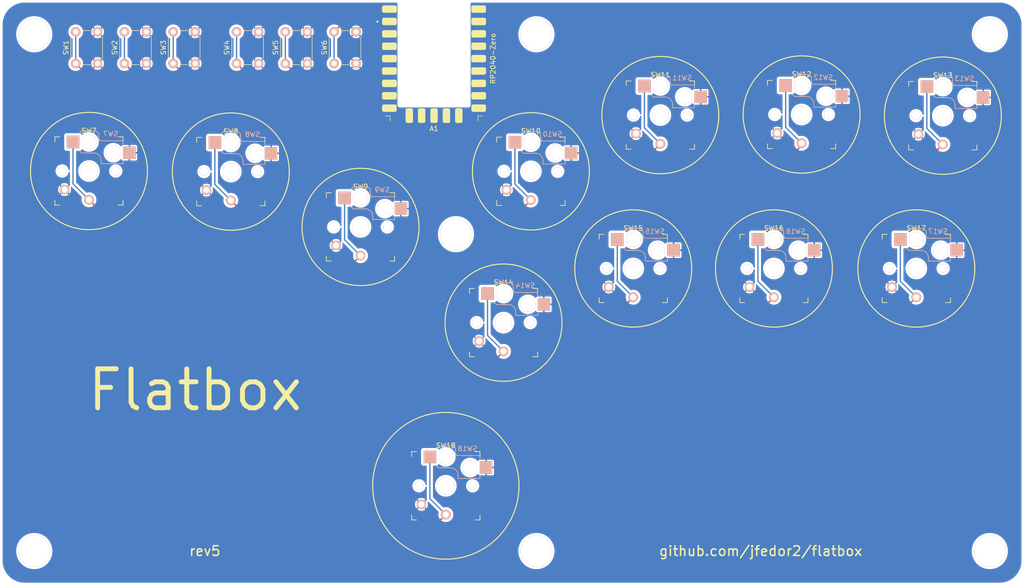
<source format=kicad_pcb>
(kicad_pcb (version 4) (generator "gerbview") (generator_version "8.0")
  (layers (0 F.Cu signal) (31 B.Cu signal) (34 B.Paste user) (35 F.Paste user) (36 B.SilkS user) (37 F.SilkS user) (38 B.Mask user) (39 F.Mask user) (44 Edge.Cuts user))
  (gr_line (start 216.38257 53.46326) (end 216.38257 53.46326) (layer F.SilkS) (width 0.2))
  (gr_line (start 245.3551 53.69977) (end 245.3551 53.69977) (layer F.SilkS) (width 0.2))
  (gr_line (start 75.32035 65.17053) (end 75.32702 64.7687) (layer F.SilkS) (width 0.2))
  (gr_line (start 75.32702 64.7687) (end 75.34693 64.36905) (layer F.SilkS) (width 0.2))
  (gr_line (start 75.34693 64.36905) (end 75.37992 63.97186) (layer F.SilkS) (width 0.2))
  (gr_line (start 75.37992 63.97186) (end 75.42583 63.57741) (layer F.SilkS) (width 0.2))
  (gr_line (start 75.42583 63.57741) (end 75.4845 63.18596) (layer F.SilkS) (width 0.2))
  (gr_line (start 75.4845 63.18596) (end 75.55579 62.7978) (layer F.SilkS) (width 0.2))
  (gr_line (start 75.55579 62.7978) (end 75.63952 62.41319) (layer F.SilkS) (width 0.2))
  (gr_line (start 75.63952 62.41319) (end 75.73555 62.03242) (layer F.SilkS) (width 0.2))
  (gr_line (start 75.73555 62.03242) (end 75.84371 61.65574) (layer F.SilkS) (width 0.2))
  (gr_line (start 75.84371 61.65574) (end 75.96384 61.28344) (layer F.SilkS) (width 0.2))
  (gr_line (start 75.96384 61.28344) (end 76.0958 60.9158) (layer F.SilkS) (width 0.2))
  (gr_line (start 76.0958 60.9158) (end 76.23941 60.55308) (layer F.SilkS) (width 0.2))
  (gr_line (start 76.23941 60.55308) (end 76.39453 60.19555) (layer F.SilkS) (width 0.2))
  (gr_line (start 76.39453 60.19555) (end 76.561 59.8435) (layer F.SilkS) (width 0.2))
  (gr_line (start 76.561 59.8435) (end 76.73865 59.4972) (layer F.SilkS) (width 0.2))
  (gr_line (start 76.73865 59.4972) (end 76.92734 59.15692) (layer F.SilkS) (width 0.2))
  (gr_line (start 76.92734 59.15692) (end 77.12689 58.82293) (layer F.SilkS) (width 0.2))
  (gr_line (start 77.12689 58.82293) (end 77.33716 58.49551) (layer F.SilkS) (width 0.2))
  (gr_line (start 77.33716 58.49551) (end 77.55799 58.17493) (layer F.SilkS) (width 0.2))
  (gr_line (start 77.55799 58.17493) (end 77.78922 57.86147) (layer F.SilkS) (width 0.2))
  (gr_line (start 77.78922 57.86147) (end 78.03069 57.5554) (layer F.SilkS) (width 0.2))
  (gr_line (start 78.03069 57.5554) (end 78.28224 57.25699) (layer F.SilkS) (width 0.2))
  (gr_line (start 78.28224 57.25699) (end 78.54372 56.96652) (layer F.SilkS) (width 0.2))
  (gr_line (start 78.54372 56.96652) (end 78.81497 56.68426) (layer F.SilkS) (width 0.2))
  (gr_line (start 78.81497 56.68426) (end 79.09583 56.41048) (layer F.SilkS) (width 0.2))
  (gr_line (start 79.09583 56.41048) (end 79.38614 56.14547) (layer F.SilkS) (width 0.2))
  (gr_line (start 79.38614 56.14547) (end 79.68575 55.88948) (layer F.SilkS) (width 0.2))
  (gr_line (start 79.68575 55.88948) (end 79.9945 55.64281) (layer F.SilkS) (width 0.2))
  (gr_line (start 79.9945 55.64281) (end 80.31223 55.40571) (layer F.SilkS) (width 0.2))
  (gr_line (start 80.31223 55.40571) (end 80.63878 55.17847) (layer F.SilkS) (width 0.2))
  (gr_line (start 80.63878 55.17847) (end 80.97399 54.96136) (layer F.SilkS) (width 0.2))
  (gr_line (start 80.97399 54.96136) (end 81.31771 54.75465) (layer F.SilkS) (width 0.2))
  (gr_line (start 93.31245 54.75465) (end 93.65617 54.96136) (layer F.SilkS) (width 0.2))
  (gr_line (start 93.65617 54.96136) (end 93.99139 55.17847) (layer F.SilkS) (width 0.2))
  (gr_line (start 93.99139 55.17847) (end 94.31794 55.40571) (layer F.SilkS) (width 0.2))
  (gr_line (start 94.31794 55.40571) (end 94.63567 55.64281) (layer F.SilkS) (width 0.2))
  (gr_line (start 94.63567 55.64281) (end 94.94441 55.88948) (layer F.SilkS) (width 0.2))
  (gr_line (start 94.94441 55.88948) (end 95.24402 56.14547) (layer F.SilkS) (width 0.2))
  (gr_line (start 95.24402 56.14547) (end 95.53434 56.41048) (layer F.SilkS) (width 0.2))
  (gr_line (start 95.53434 56.41048) (end 95.8152 56.68426) (layer F.SilkS) (width 0.2))
  (gr_line (start 95.8152 56.68426) (end 96.08645 56.96652) (layer F.SilkS) (width 0.2))
  (gr_line (start 96.08645 56.96652) (end 96.34793 57.25699) (layer F.SilkS) (width 0.2))
  (gr_line (start 96.34793 57.25699) (end 96.59948 57.5554) (layer F.SilkS) (width 0.2))
  (gr_line (start 96.59948 57.5554) (end 96.84095 57.86147) (layer F.SilkS) (width 0.2))
  (gr_line (start 96.84095 57.86147) (end 97.07218 58.17493) (layer F.SilkS) (width 0.2))
  (gr_line (start 97.07218 58.17493) (end 97.293 58.49551) (layer F.SilkS) (width 0.2))
  (gr_line (start 97.293 58.49551) (end 97.50327 58.82293) (layer F.SilkS) (width 0.2))
  (gr_line (start 97.50327 58.82293) (end 97.70283 59.15692) (layer F.SilkS) (width 0.2))
  (gr_line (start 97.70283 59.15692) (end 97.89151 59.4972) (layer F.SilkS) (width 0.2))
  (gr_line (start 97.89151 59.4972) (end 98.06917 59.8435) (layer F.SilkS) (width 0.2))
  (gr_line (start 98.06917 59.8435) (end 98.23563 60.19555) (layer F.SilkS) (width 0.2))
  (gr_line (start 98.23563 60.19555) (end 98.39075 60.55308) (layer F.SilkS) (width 0.2))
  (gr_line (start 98.39075 60.55308) (end 98.53437 60.9158) (layer F.SilkS) (width 0.2))
  (gr_line (start 98.53437 60.9158) (end 98.66632 61.28344) (layer F.SilkS) (width 0.2))
  (gr_line (start 98.66632 61.28344) (end 98.78646 61.65574) (layer F.SilkS) (width 0.2))
  (gr_line (start 98.78646 61.65574) (end 98.89462 62.03242) (layer F.SilkS) (width 0.2))
  (gr_line (start 98.89462 62.03242) (end 98.99064 62.41319) (layer F.SilkS) (width 0.2))
  (gr_line (start 98.99064 62.41319) (end 99.07438 62.7978) (layer F.SilkS) (width 0.2))
  (gr_line (start 99.07438 62.7978) (end 99.14566 63.18596) (layer F.SilkS) (width 0.2))
  (gr_line (start 99.14566 63.18596) (end 99.20434 63.57741) (layer F.SilkS) (width 0.2))
  (gr_line (start 99.20434 63.57741) (end 99.25025 63.97186) (layer F.SilkS) (width 0.2))
  (gr_line (start 99.25025 63.97186) (end 99.28324 64.36905) (layer F.SilkS) (width 0.2))
  (gr_line (start 99.28324 64.36905) (end 99.30315 64.7687) (layer F.SilkS) (width 0.2))
  (gr_line (start 99.30315 64.7687) (end 99.30982 65.17053) (layer F.SilkS) (width 0.2))
  (gr_line (start 181.41266 63.9974) (end 181.06227 64.19252) (layer F.SilkS) (width 0.2))
  (gr_line (start 181.06227 64.19252) (end 180.70714 64.37506) (layer F.SilkS) (width 0.2))
  (gr_line (start 180.70714 64.37506) (end 180.3476 64.545) (layer F.SilkS) (width 0.2))
  (gr_line (start 180.3476 64.545) (end 179.98396 64.70236) (layer F.SilkS) (width 0.2))
  (gr_line (start 179.98396 64.70236) (end 179.61654 64.84713) (layer F.SilkS) (width 0.2))
  (gr_line (start 179.61654 64.84713) (end 179.24565 64.97931) (layer F.SilkS) (width 0.2))
  (gr_line (start 179.24565 64.97931) (end 178.8716 65.0989) (layer F.SilkS) (width 0.2))
  (gr_line (start 178.8716 65.0989) (end 178.49471 65.20591) (layer F.SilkS) (width 0.2))
  (gr_line (start 178.49471 65.20591) (end 178.1153 65.30032) (layer F.SilkS) (width 0.2))
  (gr_line (start 178.1153 65.30032) (end 177.73369 65.38215) (layer F.SilkS) (width 0.2))
  (gr_line (start 177.73369 65.38215) (end 177.35018 65.45139) (layer F.SilkS) (width 0.2))
  (gr_line (start 177.35018 65.45139) (end 176.96509 65.50803) (layer F.SilkS) (width 0.2))
  (gr_line (start 176.96509 65.50803) (end 176.57875 65.55209) (layer F.SilkS) (width 0.2))
  (gr_line (start 176.57875 65.55209) (end 176.19145 65.58357) (layer F.SilkS) (width 0.2))
  (gr_line (start 176.19145 65.58357) (end 175.80353 65.60245) (layer F.SilkS) (width 0.2))
  (gr_line (start 175.80353 65.60245) (end 175.41529 65.60874) (layer F.SilkS) (width 0.2))
  (gr_line (start 175.41529 65.60874) (end 175.02705 65.60245) (layer F.SilkS) (width 0.2))
  (gr_line (start 175.02705 65.60245) (end 174.63913 65.58357) (layer F.SilkS) (width 0.2))
  (gr_line (start 174.63913 65.58357) (end 174.25184 65.55209) (layer F.SilkS) (width 0.2))
  (gr_line (start 174.25184 65.55209) (end 173.86549 65.50803) (layer F.SilkS) (width 0.2))
  (gr_line (start 173.86549 65.50803) (end 173.4804 65.45139) (layer F.SilkS) (width 0.2))
  (gr_line (start 173.4804 65.45139) (end 173.0969 65.38215) (layer F.SilkS) (width 0.2))
  (gr_line (start 173.0969 65.38215) (end 172.71528 65.30032) (layer F.SilkS) (width 0.2))
  (gr_line (start 172.71528 65.30032) (end 172.33587 65.20591) (layer F.SilkS) (width 0.2))
  (gr_line (start 172.33587 65.20591) (end 171.95899 65.0989) (layer F.SilkS) (width 0.2))
  (gr_line (start 171.95899 65.0989) (end 171.58494 64.97931) (layer F.SilkS) (width 0.2))
  (gr_line (start 171.58494 64.97931) (end 171.21405 64.84713) (layer F.SilkS) (width 0.2))
  (gr_line (start 171.21405 64.84713) (end 170.84662 64.70236) (layer F.SilkS) (width 0.2))
  (gr_line (start 170.84662 64.70236) (end 170.48298 64.545) (layer F.SilkS) (width 0.2))
  (gr_line (start 170.48298 64.545) (end 170.12344 64.37506) (layer F.SilkS) (width 0.2))
  (gr_line (start 170.12344 64.37506) (end 169.76832 64.19252) (layer F.SilkS) (width 0.2))
  (gr_line (start 169.76832 64.19252) (end 169.41792 63.9974) (layer F.SilkS) (width 0.2))
  (gr_line (start 233.91803 74.62154) (end 234.26175 74.82825) (layer F.SilkS) (width 0.2))
  (gr_line (start 234.26175 74.82825) (end 234.59697 75.04536) (layer F.SilkS) (width 0.2))
  (gr_line (start 234.59697 75.04536) (end 234.92352 75.2726) (layer F.SilkS) (width 0.2))
  (gr_line (start 234.92352 75.2726) (end 235.24124 75.5097) (layer F.SilkS) (width 0.2))
  (gr_line (start 235.24124 75.5097) (end 235.54999 75.75637) (layer F.SilkS) (width 0.2))
  (gr_line (start 235.54999 75.75637) (end 235.8496 76.01236) (layer F.SilkS) (width 0.2))
  (gr_line (start 235.8496 76.01236) (end 236.13991 76.27737) (layer F.SilkS) (width 0.2))
  (gr_line (start 236.13991 76.27737) (end 236.42077 76.55115) (layer F.SilkS) (width 0.2))
  (gr_line (start 236.42077 76.55115) (end 236.69202 76.83341) (layer F.SilkS) (width 0.2))
  (gr_line (start 236.69202 76.83341) (end 236.9535 77.12388) (layer F.SilkS) (width 0.2))
  (gr_line (start 236.9535 77.12388) (end 237.20506 77.42229) (layer F.SilkS) (width 0.2))
  (gr_line (start 237.20506 77.42229) (end 237.44652 77.72836) (layer F.SilkS) (width 0.2))
  (gr_line (start 237.44652 77.72836) (end 237.67775 78.04182) (layer F.SilkS) (width 0.2))
  (gr_line (start 237.67775 78.04182) (end 237.89858 78.3624) (layer F.SilkS) (width 0.2))
  (gr_line (start 237.89858 78.3624) (end 238.10885 78.68982) (layer F.SilkS) (width 0.2))
  (gr_line (start 238.10885 78.68982) (end 238.30841 79.02381) (layer F.SilkS) (width 0.2))
  (gr_line (start 238.30841 79.02381) (end 238.49709 79.36409) (layer F.SilkS) (width 0.2))
  (gr_line (start 238.49709 79.36409) (end 238.67474 79.71039) (layer F.SilkS) (width 0.2))
  (gr_line (start 238.67474 79.71039) (end 238.84121 80.06244) (layer F.SilkS) (width 0.2))
  (gr_line (start 238.84121 80.06244) (end 238.99633 80.41997) (layer F.SilkS) (width 0.2))
  (gr_line (start 238.99633 80.41997) (end 239.13994 80.78269) (layer F.SilkS) (width 0.2))
  (gr_line (start 239.13994 80.78269) (end 239.2719 81.15033) (layer F.SilkS) (width 0.2))
  (gr_line (start 239.2719 81.15033) (end 239.39203 81.52263) (layer F.SilkS) (width 0.2))
  (gr_line (start 239.39203 81.52263) (end 239.50019 81.89931) (layer F.SilkS) (width 0.2))
  (gr_line (start 239.50019 81.89931) (end 239.59622 82.28008) (layer F.SilkS) (width 0.2))
  (gr_line (start 239.59622 82.28008) (end 239.67995 82.66469) (layer F.SilkS) (width 0.2))
  (gr_line (start 239.67995 82.66469) (end 239.75124 83.05285) (layer F.SilkS) (width 0.2))
  (gr_line (start 239.75124 83.05285) (end 239.80991 83.4443) (layer F.SilkS) (width 0.2))
  (gr_line (start 239.80991 83.4443) (end 239.85583 83.83875) (layer F.SilkS) (width 0.2))
  (gr_line (start 239.85583 83.83875) (end 239.88882 84.23594) (layer F.SilkS) (width 0.2))
  (gr_line (start 239.88882 84.23594) (end 239.90873 84.63559) (layer F.SilkS) (width 0.2))
  (gr_line (start 239.90873 84.63559) (end 239.9154 85.03742) (layer F.SilkS) (width 0.2))
  (gr_line (start 187.41003 53.58152) (end 187.41003 53.58152) (layer F.SilkS) (width 0.2))
  (gr_line (start 233.91803 95.4533) (end 233.56763 95.64843) (layer F.SilkS) (width 0.2))
  (gr_line (start 233.56763 95.64843) (end 233.21251 95.83096) (layer F.SilkS) (width 0.2))
  (gr_line (start 233.21251 95.83096) (end 232.85297 96.00091) (layer F.SilkS) (width 0.2))
  (gr_line (start 232.85297 96.00091) (end 232.48933 96.15827) (layer F.SilkS) (width 0.2))
  (gr_line (start 232.48933 96.15827) (end 232.12191 96.30303) (layer F.SilkS) (width 0.2))
  (gr_line (start 232.12191 96.30303) (end 231.75101 96.43521) (layer F.SilkS) (width 0.2))
  (gr_line (start 231.75101 96.43521) (end 231.37696 96.55481) (layer F.SilkS) (width 0.2))
  (gr_line (start 231.37696 96.55481) (end 231.00008 96.66181) (layer F.SilkS) (width 0.2))
  (gr_line (start 231.00008 96.66181) (end 230.62067 96.75622) (layer F.SilkS) (width 0.2))
  (gr_line (start 230.62067 96.75622) (end 230.23905 96.83805) (layer F.SilkS) (width 0.2))
  (gr_line (start 230.23905 96.83805) (end 229.85555 96.90729) (layer F.SilkS) (width 0.2))
  (gr_line (start 229.85555 96.90729) (end 229.47046 96.96394) (layer F.SilkS) (width 0.2))
  (gr_line (start 229.47046 96.96394) (end 229.08411 97.008) (layer F.SilkS) (width 0.2))
  (gr_line (start 229.08411 97.008) (end 228.69682 97.03947) (layer F.SilkS) (width 0.2))
  (gr_line (start 228.69682 97.03947) (end 228.3089 97.05835) (layer F.SilkS) (width 0.2))
  (gr_line (start 228.3089 97.05835) (end 227.92066 97.06465) (layer F.SilkS) (width 0.2))
  (gr_line (start 227.92066 97.06465) (end 227.53242 97.05835) (layer F.SilkS) (width 0.2))
  (gr_line (start 227.53242 97.05835) (end 227.1445 97.03947) (layer F.SilkS) (width 0.2))
  (gr_line (start 227.1445 97.03947) (end 226.7572 97.008) (layer F.SilkS) (width 0.2))
  (gr_line (start 226.7572 97.008) (end 226.37086 96.96394) (layer F.SilkS) (width 0.2))
  (gr_line (start 226.37086 96.96394) (end 225.98577 96.90729) (layer F.SilkS) (width 0.2))
  (gr_line (start 225.98577 96.90729) (end 225.60226 96.83805) (layer F.SilkS) (width 0.2))
  (gr_line (start 225.60226 96.83805) (end 225.22065 96.75622) (layer F.SilkS) (width 0.2))
  (gr_line (start 225.22065 96.75622) (end 224.84124 96.66181) (layer F.SilkS) (width 0.2))
  (gr_line (start 224.84124 96.66181) (end 224.46435 96.55481) (layer F.SilkS) (width 0.2))
  (gr_line (start 224.46435 96.55481) (end 224.09031 96.43521) (layer F.SilkS) (width 0.2))
  (gr_line (start 224.09031 96.43521) (end 223.71941 96.30303) (layer F.SilkS) (width 0.2))
  (gr_line (start 223.71941 96.30303) (end 223.35199 96.15827) (layer F.SilkS) (width 0.2))
  (gr_line (start 223.35199 96.15827) (end 222.98835 96.00091) (layer F.SilkS) (width 0.2))
  (gr_line (start 222.98835 96.00091) (end 222.62881 95.83096) (layer F.SilkS) (width 0.2))
  (gr_line (start 222.62881 95.83096) (end 222.27368 95.64843) (layer F.SilkS) (width 0.2))
  (gr_line (start 222.27368 95.64843) (end 221.92329 95.4533) (layer F.SilkS) (width 0.2))
  (gr_line (start 123.91375 142.64941) (end 123.48377 142.39083) (layer F.SilkS) (width 0.2))
  (gr_line (start 123.48377 142.39083) (end 123.06443 142.11923) (layer F.SilkS) (width 0.2))
  (gr_line (start 123.06443 142.11923) (end 122.65593 141.83496) (layer F.SilkS) (width 0.2))
  (gr_line (start 122.65593 141.83496) (end 122.25847 141.53837) (layer F.SilkS) (width 0.2))
  (gr_line (start 122.25847 141.53837) (end 121.87224 141.22979) (layer F.SilkS) (width 0.2))
  (gr_line (start 121.87224 141.22979) (end 121.49745 140.90957) (layer F.SilkS) (width 0.2))
  (gr_line (start 121.49745 140.90957) (end 121.13428 140.57805) (layer F.SilkS) (width 0.2))
  (gr_line (start 121.13428 140.57805) (end 120.78294 140.23557) (layer F.SilkS) (width 0.2))
  (gr_line (start 120.78294 140.23557) (end 120.44362 139.88248) (layer F.SilkS) (width 0.2))
  (gr_line (start 120.44362 139.88248) (end 120.11652 139.51911) (layer F.SilkS) (width 0.2))
  (gr_line (start 120.11652 139.51911) (end 119.80184 139.14582) (layer F.SilkS) (width 0.2))
  (gr_line (start 119.80184 139.14582) (end 119.49977 138.76293) (layer F.SilkS) (width 0.2))
  (gr_line (start 119.49977 138.76293) (end 119.21052 138.37081) (layer F.SilkS) (width 0.2))
  (gr_line (start 119.21052 138.37081) (end 118.93427 137.96978) (layer F.SilkS) (width 0.2))
  (gr_line (start 118.93427 137.96978) (end 118.67124 137.5602) (layer F.SilkS) (width 0.2))
  (gr_line (start 118.67124 137.5602) (end 118.4216 137.14239) (layer F.SilkS) (width 0.2))
  (gr_line (start 118.4216 137.14239) (end 118.18557 136.71672) (layer F.SilkS) (width 0.2))
  (gr_line (start 118.18557 136.71672) (end 117.96333 136.28351) (layer F.SilkS) (width 0.2))
  (gr_line (start 117.96333 136.28351) (end 117.75509 135.84311) (layer F.SilkS) (width 0.2))
  (gr_line (start 117.75509 135.84311) (end 117.56105 135.39587) (layer F.SilkS) (width 0.2))
  (gr_line (start 117.56105 135.39587) (end 117.38139 134.94212) (layer F.SilkS) (width 0.2))
  (gr_line (start 117.38139 134.94212) (end 117.21632 134.48222) (layer F.SilkS) (width 0.2))
  (gr_line (start 117.21632 134.48222) (end 117.06604 134.01649) (layer F.SilkS) (width 0.2))
  (gr_line (start 117.06604 134.01649) (end 116.93074 133.54529) (layer F.SilkS) (width 0.2))
  (gr_line (start 116.93074 133.54529) (end 116.81061 133.06896) (layer F.SilkS) (width 0.2))
  (gr_line (start 116.81061 133.06896) (end 116.70587 132.58783) (layer F.SilkS) (width 0.2))
  (gr_line (start 116.70587 132.58783) (end 116.61669 132.10226) (layer F.SilkS) (width 0.2))
  (gr_line (start 116.61669 132.10226) (end 116.54329 131.61258) (layer F.SilkS) (width 0.2))
  (gr_line (start 116.54329 131.61258) (end 116.48586 131.11914) (layer F.SilkS) (width 0.2))
  (gr_line (start 116.48586 131.11914) (end 116.44459 130.62228) (layer F.SilkS) (width 0.2))
  (gr_line (start 116.44459 130.62228) (end 116.41968 130.12234) (layer F.SilkS) (width 0.2))
  (gr_line (start 116.41968 130.12234) (end 116.41134 129.61967) (layer F.SilkS) (width 0.2))
  (gr_line (start 204.70893 95.4533) (end 204.35854 95.64843) (layer F.SilkS) (width 0.2))
  (gr_line (start 204.35854 95.64843) (end 204.00341 95.83096) (layer F.SilkS) (width 0.2))
  (gr_line (start 204.00341 95.83096) (end 203.64387 96.00091) (layer F.SilkS) (width 0.2))
  (gr_line (start 203.64387 96.00091) (end 203.28023 96.15827) (layer F.SilkS) (width 0.2))
  (gr_line (start 203.28023 96.15827) (end 202.91281 96.30303) (layer F.SilkS) (width 0.2))
  (gr_line (start 202.91281 96.30303) (end 202.54191 96.43521) (layer F.SilkS) (width 0.2))
  (gr_line (start 202.54191 96.43521) (end 202.16787 96.55481) (layer F.SilkS) (width 0.2))
  (gr_line (start 202.16787 96.55481) (end 201.79098 96.66181) (layer F.SilkS) (width 0.2))
  (gr_line (start 201.79098 96.66181) (end 201.41157 96.75622) (layer F.SilkS) (width 0.2))
  (gr_line (start 201.41157 96.75622) (end 201.02996 96.83805) (layer F.SilkS) (width 0.2))
  (gr_line (start 201.02996 96.83805) (end 200.64645 96.90729) (layer F.SilkS) (width 0.2))
  (gr_line (start 200.64645 96.90729) (end 200.26136 96.96394) (layer F.SilkS) (width 0.2))
  (gr_line (start 200.26136 96.96394) (end 199.87502 97.008) (layer F.SilkS) (width 0.2))
  (gr_line (start 199.87502 97.008) (end 199.48772 97.03947) (layer F.SilkS) (width 0.2))
  (gr_line (start 199.48772 97.03947) (end 199.0998 97.05835) (layer F.SilkS) (width 0.2))
  (gr_line (start 199.0998 97.05835) (end 198.71156 97.06465) (layer F.SilkS) (width 0.2))
  (gr_line (start 198.71156 97.06465) (end 198.32332 97.05835) (layer F.SilkS) (width 0.2))
  (gr_line (start 198.32332 97.05835) (end 197.9354 97.03947) (layer F.SilkS) (width 0.2))
  (gr_line (start 197.9354 97.03947) (end 197.54811 97.008) (layer F.SilkS) (width 0.2))
  (gr_line (start 197.54811 97.008) (end 197.16176 96.96394) (layer F.SilkS) (width 0.2))
  (gr_line (start 197.16176 96.96394) (end 196.77667 96.90729) (layer F.SilkS) (width 0.2))
  (gr_line (start 196.77667 96.90729) (end 196.39317 96.83805) (layer F.SilkS) (width 0.2))
  (gr_line (start 196.39317 96.83805) (end 196.01155 96.75622) (layer F.SilkS) (width 0.2))
  (gr_line (start 196.01155 96.75622) (end 195.63214 96.66181) (layer F.SilkS) (width 0.2))
  (gr_line (start 195.63214 96.66181) (end 195.25526 96.55481) (layer F.SilkS) (width 0.2))
  (gr_line (start 195.25526 96.55481) (end 194.88121 96.43521) (layer F.SilkS) (width 0.2))
  (gr_line (start 194.88121 96.43521) (end 194.51031 96.30303) (layer F.SilkS) (width 0.2))
  (gr_line (start 194.51031 96.30303) (end 194.14289 96.15827) (layer F.SilkS) (width 0.2))
  (gr_line (start 194.14289 96.15827) (end 193.77925 96.00091) (layer F.SilkS) (width 0.2))
  (gr_line (start 193.77925 96.00091) (end 193.41971 95.83096) (layer F.SilkS) (width 0.2))
  (gr_line (start 193.41971 95.83096) (end 193.06459 95.64843) (layer F.SilkS) (width 0.2))
  (gr_line (start 193.06459 95.64843) (end 192.71419 95.4533) (layer F.SilkS) (width 0.2))
  (gr_line (start 192.71419 74.62154) (end 193.06459 74.42642) (layer F.SilkS) (width 0.2))
  (gr_line (start 193.06459 74.42642) (end 193.41971 74.24388) (layer F.SilkS) (width 0.2))
  (gr_line (start 193.41971 74.24388) (end 193.77925 74.07393) (layer F.SilkS) (width 0.2))
  (gr_line (start 193.77925 74.07393) (end 194.14289 73.91658) (layer F.SilkS) (width 0.2))
  (gr_line (start 194.14289 73.91658) (end 194.51031 73.77181) (layer F.SilkS) (width 0.2))
  (gr_line (start 194.51031 73.77181) (end 194.88121 73.63963) (layer F.SilkS) (width 0.2))
  (gr_line (start 194.88121 73.63963) (end 195.25526 73.52004) (layer F.SilkS) (width 0.2))
  (gr_line (start 195.25526 73.52004) (end 195.63214 73.41303) (layer F.SilkS) (width 0.2))
  (gr_line (start 195.63214 73.41303) (end 196.01155 73.31862) (layer F.SilkS) (width 0.2))
  (gr_line (start 196.01155 73.31862) (end 196.39317 73.23679) (layer F.SilkS) (width 0.2))
  (gr_line (start 196.39317 73.23679) (end 196.77667 73.16755) (layer F.SilkS) (width 0.2))
  (gr_line (start 196.77667 73.16755) (end 197.16176 73.11091) (layer F.SilkS) (width 0.2))
  (gr_line (start 197.16176 73.11091) (end 197.54811 73.06685) (layer F.SilkS) (width 0.2))
  (gr_line (start 197.54811 73.06685) (end 197.9354 73.03537) (layer F.SilkS) (width 0.2))
  (gr_line (start 197.9354 73.03537) (end 198.32332 73.01649) (layer F.SilkS) (width 0.2))
  (gr_line (start 198.32332 73.01649) (end 198.71156 73.0102) (layer F.SilkS) (width 0.2))
  (gr_line (start 198.71156 73.0102) (end 199.0998 73.01649) (layer F.SilkS) (width 0.2))
  (gr_line (start 199.0998 73.01649) (end 199.48772 73.03537) (layer F.SilkS) (width 0.2))
  (gr_line (start 199.48772 73.03537) (end 199.87502 73.06685) (layer F.SilkS) (width 0.2))
  (gr_line (start 199.87502 73.06685) (end 200.26136 73.11091) (layer F.SilkS) (width 0.2))
  (gr_line (start 200.26136 73.11091) (end 200.64645 73.16755) (layer F.SilkS) (width 0.2))
  (gr_line (start 200.64645 73.16755) (end 201.02996 73.23679) (layer F.SilkS) (width 0.2))
  (gr_line (start 201.02996 73.23679) (end 201.41157 73.31862) (layer F.SilkS) (width 0.2))
  (gr_line (start 201.41157 73.31862) (end 201.79098 73.41303) (layer F.SilkS) (width 0.2))
  (gr_line (start 201.79098 73.41303) (end 202.16787 73.52004) (layer F.SilkS) (width 0.2))
  (gr_line (start 202.16787 73.52004) (end 202.54191 73.63963) (layer F.SilkS) (width 0.2))
  (gr_line (start 202.54191 73.63963) (end 202.91281 73.77181) (layer F.SilkS) (width 0.2))
  (gr_line (start 202.91281 73.77181) (end 203.28023 73.91658) (layer F.SilkS) (width 0.2))
  (gr_line (start 203.28023 73.91658) (end 203.64387 74.07393) (layer F.SilkS) (width 0.2))
  (gr_line (start 203.64387 74.07393) (end 204.00341 74.24388) (layer F.SilkS) (width 0.2))
  (gr_line (start 204.00341 74.24388) (end 204.35854 74.42642) (layer F.SilkS) (width 0.2))
  (gr_line (start 204.35854 74.42642) (end 204.70893 74.62154) (layer F.SilkS) (width 0.2))
  (gr_line (start 239.9154 85.03742) (end 239.90873 85.43925) (layer F.SilkS) (width 0.2))
  (gr_line (start 239.90873 85.43925) (end 239.88882 85.8389) (layer F.SilkS) (width 0.2))
  (gr_line (start 239.88882 85.8389) (end 239.85583 86.23609) (layer F.SilkS) (width 0.2))
  (gr_line (start 239.85583 86.23609) (end 239.80991 86.63054) (layer F.SilkS) (width 0.2))
  (gr_line (start 239.80991 86.63054) (end 239.75124 87.02199) (layer F.SilkS) (width 0.2))
  (gr_line (start 239.75124 87.02199) (end 239.67995 87.41015) (layer F.SilkS) (width 0.2))
  (gr_line (start 239.67995 87.41015) (end 239.59622 87.79476) (layer F.SilkS) (width 0.2))
  (gr_line (start 239.59622 87.79476) (end 239.50019 88.17554) (layer F.SilkS) (width 0.2))
  (gr_line (start 239.50019 88.17554) (end 239.39203 88.55221) (layer F.SilkS) (width 0.2))
  (gr_line (start 239.39203 88.55221) (end 239.2719 88.92451) (layer F.SilkS) (width 0.2))
  (gr_line (start 239.2719 88.92451) (end 239.13994 89.29215) (layer F.SilkS) (width 0.2))
  (gr_line (start 239.13994 89.29215) (end 238.99633 89.65488) (layer F.SilkS) (width 0.2))
  (gr_line (start 238.99633 89.65488) (end 238.84121 90.0124) (layer F.SilkS) (width 0.2))
  (gr_line (start 238.84121 90.0124) (end 238.67474 90.36445) (layer F.SilkS) (width 0.2))
  (gr_line (start 238.67474 90.36445) (end 238.49709 90.71075) (layer F.SilkS) (width 0.2))
  (gr_line (start 238.49709 90.71075) (end 238.30841 91.05103) (layer F.SilkS) (width 0.2))
  (gr_line (start 238.30841 91.05103) (end 238.10885 91.38502) (layer F.SilkS) (width 0.2))
  (gr_line (start 238.10885 91.38502) (end 237.89858 91.71244) (layer F.SilkS) (width 0.2))
  (gr_line (start 237.89858 91.71244) (end 237.67775 92.03302) (layer F.SilkS) (width 0.2))
  (gr_line (start 237.67775 92.03302) (end 237.44652 92.34648) (layer F.SilkS) (width 0.2))
  (gr_line (start 237.44652 92.34648) (end 237.20506 92.65255) (layer F.SilkS) (width 0.2))
  (gr_line (start 237.20506 92.65255) (end 236.9535 92.95096) (layer F.SilkS) (width 0.2))
  (gr_line (start 236.9535 92.95096) (end 236.69202 93.24143) (layer F.SilkS) (width 0.2))
  (gr_line (start 236.69202 93.24143) (end 236.42077 93.52369) (layer F.SilkS) (width 0.2))
  (gr_line (start 236.42077 93.52369) (end 236.13991 93.79747) (layer F.SilkS) (width 0.2))
  (gr_line (start 236.13991 93.79747) (end 235.8496 94.06249) (layer F.SilkS) (width 0.2))
  (gr_line (start 235.8496 94.06249) (end 235.54999 94.31847) (layer F.SilkS) (width 0.2))
  (gr_line (start 235.54999 94.31847) (end 235.24124 94.56514) (layer F.SilkS) (width 0.2))
  (gr_line (start 235.24124 94.56514) (end 234.92352 94.80224) (layer F.SilkS) (width 0.2))
  (gr_line (start 234.92352 94.80224) (end 234.59697 95.02948) (layer F.SilkS) (width 0.2))
  (gr_line (start 234.59697 95.02948) (end 234.26175 95.24659) (layer F.SilkS) (width 0.2))
  (gr_line (start 234.26175 95.24659) (end 233.91803 95.4533) (layer F.SilkS) (width 0.2))
  (gr_line (start 142.86568 75.53087) (end 142.52196 75.32416) (layer F.SilkS) (width 0.2))
  (gr_line (start 142.52196 75.32416) (end 142.18675 75.10705) (layer F.SilkS) (width 0.2))
  (gr_line (start 142.18675 75.10705) (end 141.8602 74.8798) (layer F.SilkS) (width 0.2))
  (gr_line (start 141.8602 74.8798) (end 141.54247 74.64271) (layer F.SilkS) (width 0.2))
  (gr_line (start 141.54247 74.64271) (end 141.23372 74.39603) (layer F.SilkS) (width 0.2))
  (gr_line (start 141.23372 74.39603) (end 140.93411 74.14005) (layer F.SilkS) (width 0.2))
  (gr_line (start 140.93411 74.14005) (end 140.6438 73.87503) (layer F.SilkS) (width 0.2))
  (gr_line (start 140.6438 73.87503) (end 140.36294 73.60126) (layer F.SilkS) (width 0.2))
  (gr_line (start 140.36294 73.60126) (end 140.09169 73.319) (layer F.SilkS) (width 0.2))
  (gr_line (start 140.09169 73.319) (end 139.83021 73.02853) (layer F.SilkS) (width 0.2))
  (gr_line (start 139.83021 73.02853) (end 139.57866 72.73012) (layer F.SilkS) (width 0.2))
  (gr_line (start 139.57866 72.73012) (end 139.33719 72.42405) (layer F.SilkS) (width 0.2))
  (gr_line (start 139.33719 72.42405) (end 139.10596 72.11058) (layer F.SilkS) (width 0.2))
  (gr_line (start 139.10596 72.11058) (end 138.88513 71.79001) (layer F.SilkS) (width 0.2))
  (gr_line (start 138.88513 71.79001) (end 138.67486 71.46259) (layer F.SilkS) (width 0.2))
  (gr_line (start 138.67486 71.46259) (end 138.47531 71.1286) (layer F.SilkS) (width 0.2))
  (gr_line (start 138.47531 71.1286) (end 138.28662 70.78832) (layer F.SilkS) (width 0.2))
  (gr_line (start 138.28662 70.78832) (end 138.10897 70.44201) (layer F.SilkS) (width 0.2))
  (gr_line (start 138.10897 70.44201) (end 137.9425 70.08996) (layer F.SilkS) (width 0.2))
  (gr_line (start 137.9425 70.08996) (end 137.78738 69.73244) (layer F.SilkS) (width 0.2))
  (gr_line (start 137.78738 69.73244) (end 137.64377 69.36972) (layer F.SilkS) (width 0.2))
  (gr_line (start 137.64377 69.36972) (end 137.51181 69.00207) (layer F.SilkS) (width 0.2))
  (gr_line (start 137.51181 69.00207) (end 137.39168 68.62978) (layer F.SilkS) (width 0.2))
  (gr_line (start 137.39168 68.62978) (end 137.28352 68.2531) (layer F.SilkS) (width 0.2))
  (gr_line (start 137.28352 68.2531) (end 137.18749 67.87232) (layer F.SilkS) (width 0.2))
  (gr_line (start 137.18749 67.87232) (end 137.10376 67.48772) (layer F.SilkS) (width 0.2))
  (gr_line (start 137.10376 67.48772) (end 137.03247 67.09955) (layer F.SilkS) (width 0.2))
  (gr_line (start 137.03247 67.09955) (end 136.9738 66.70811) (layer F.SilkS) (width 0.2))
  (gr_line (start 136.9738 66.70811) (end 136.92789 66.31365) (layer F.SilkS) (width 0.2))
  (gr_line (start 136.92789 66.31365) (end 136.8949 65.91647) (layer F.SilkS) (width 0.2))
  (gr_line (start 136.8949 65.91647) (end 136.87499 65.51682) (layer F.SilkS) (width 0.2))
  (gr_line (start 136.87499 65.51682) (end 136.86832 65.11499) (layer F.SilkS) (width 0.2))
  (gr_line (start 210.7063 85.03742) (end 210.69963 85.43925) (layer F.SilkS) (width 0.2))
  (gr_line (start 210.69963 85.43925) (end 210.67972 85.8389) (layer F.SilkS) (width 0.2))
  (gr_line (start 210.67972 85.8389) (end 210.64673 86.23609) (layer F.SilkS) (width 0.2))
  (gr_line (start 210.64673 86.23609) (end 210.60082 86.63054) (layer F.SilkS) (width 0.2))
  (gr_line (start 210.60082 86.63054) (end 210.54214 87.02199) (layer F.SilkS) (width 0.2))
  (gr_line (start 210.54214 87.02199) (end 210.47085 87.41015) (layer F.SilkS) (width 0.2))
  (gr_line (start 210.47085 87.41015) (end 210.38712 87.79476) (layer F.SilkS) (width 0.2))
  (gr_line (start 210.38712 87.79476) (end 210.2911 88.17554) (layer F.SilkS) (width 0.2))
  (gr_line (start 210.2911 88.17554) (end 210.18294 88.55221) (layer F.SilkS) (width 0.2))
  (gr_line (start 210.18294 88.55221) (end 210.0628 88.92451) (layer F.SilkS) (width 0.2))
  (gr_line (start 210.0628 88.92451) (end 209.93084 89.29215) (layer F.SilkS) (width 0.2))
  (gr_line (start 209.93084 89.29215) (end 209.78723 89.65488) (layer F.SilkS) (width 0.2))
  (gr_line (start 209.78723 89.65488) (end 209.63211 90.0124) (layer F.SilkS) (width 0.2))
  (gr_line (start 209.63211 90.0124) (end 209.46564 90.36445) (layer F.SilkS) (width 0.2))
  (gr_line (start 209.46564 90.36445) (end 209.28799 90.71075) (layer F.SilkS) (width 0.2))
  (gr_line (start 209.28799 90.71075) (end 209.09931 91.05103) (layer F.SilkS) (width 0.2))
  (gr_line (start 209.09931 91.05103) (end 208.89975 91.38502) (layer F.SilkS) (width 0.2))
  (gr_line (start 208.89975 91.38502) (end 208.68948 91.71244) (layer F.SilkS) (width 0.2))
  (gr_line (start 208.68948 91.71244) (end 208.46865 92.03302) (layer F.SilkS) (width 0.2))
  (gr_line (start 208.46865 92.03302) (end 208.23743 92.34648) (layer F.SilkS) (width 0.2))
  (gr_line (start 208.23743 92.34648) (end 207.99596 92.65255) (layer F.SilkS) (width 0.2))
  (gr_line (start 207.99596 92.65255) (end 207.7444 92.95096) (layer F.SilkS) (width 0.2))
  (gr_line (start 207.7444 92.95096) (end 207.48292 93.24143) (layer F.SilkS) (width 0.2))
  (gr_line (start 207.48292 93.24143) (end 207.21168 93.52369) (layer F.SilkS) (width 0.2))
  (gr_line (start 207.21168 93.52369) (end 206.93082 93.79747) (layer F.SilkS) (width 0.2))
  (gr_line (start 206.93082 93.79747) (end 206.6405 94.06249) (layer F.SilkS) (width 0.2))
  (gr_line (start 206.6405 94.06249) (end 206.34089 94.31847) (layer F.SilkS) (width 0.2))
  (gr_line (start 206.34089 94.31847) (end 206.03215 94.56514) (layer F.SilkS) (width 0.2))
  (gr_line (start 206.03215 94.56514) (end 205.71442 94.80224) (layer F.SilkS) (width 0.2))
  (gr_line (start 205.71442 94.80224) (end 205.38787 95.02948) (layer F.SilkS) (width 0.2))
  (gr_line (start 205.38787 95.02948) (end 205.05265 95.24659) (layer F.SilkS) (width 0.2))
  (gr_line (start 205.05265 95.24659) (end 204.70893 95.4533) (layer F.SilkS) (width 0.2))
  (gr_line (start 210.3852 43.04738) (end 210.72892 43.25409) (layer F.SilkS) (width 0.2))
  (gr_line (start 210.72892 43.25409) (end 211.06414 43.4712) (layer F.SilkS) (width 0.2))
  (gr_line (start 211.06414 43.4712) (end 211.39069 43.69844) (layer F.SilkS) (width 0.2))
  (gr_line (start 211.39069 43.69844) (end 211.70841 43.93553) (layer F.SilkS) (width 0.2))
  (gr_line (start 211.70841 43.93553) (end 212.01716 44.18221) (layer F.SilkS) (width 0.2))
  (gr_line (start 212.01716 44.18221) (end 212.31677 44.43819) (layer F.SilkS) (width 0.2))
  (gr_line (start 212.31677 44.43819) (end 212.60708 44.70321) (layer F.SilkS) (width 0.2))
  (gr_line (start 212.60708 44.70321) (end 212.88794 44.97698) (layer F.SilkS) (width 0.2))
  (gr_line (start 212.88794 44.97698) (end 213.15919 45.25924) (layer F.SilkS) (width 0.2))
  (gr_line (start 213.15919 45.25924) (end 213.42067 45.54972) (layer F.SilkS) (width 0.2))
  (gr_line (start 213.42067 45.54972) (end 213.67223 45.84812) (layer F.SilkS) (width 0.2))
  (gr_line (start 213.67223 45.84812) (end 213.91369 46.1542) (layer F.SilkS) (width 0.2))
  (gr_line (start 213.91369 46.1542) (end 214.14492 46.46766) (layer F.SilkS) (width 0.2))
  (gr_line (start 214.14492 46.46766) (end 214.36575 46.78824) (layer F.SilkS) (width 0.2))
  (gr_line (start 214.36575 46.78824) (end 214.57602 47.11566) (layer F.SilkS) (width 0.2))
  (gr_line (start 214.57602 47.11566) (end 214.77558 47.44965) (layer F.SilkS) (width 0.2))
  (gr_line (start 214.77558 47.44965) (end 214.96426 47.78993) (layer F.SilkS) (width 0.2))
  (gr_line (start 214.96426 47.78993) (end 215.14191 48.13623) (layer F.SilkS) (width 0.2))
  (gr_line (start 215.14191 48.13623) (end 215.30838 48.48828) (layer F.SilkS) (width 0.2))
  (gr_line (start 215.30838 48.48828) (end 215.4635 48.8458) (layer F.SilkS) (width 0.2))
  (gr_line (start 215.4635 48.8458) (end 215.60711 49.20852) (layer F.SilkS) (width 0.2))
  (gr_line (start 215.60711 49.20852) (end 215.73907 49.57617) (layer F.SilkS) (width 0.2))
  (gr_line (start 215.73907 49.57617) (end 215.8592 49.94847) (layer F.SilkS) (width 0.2))
  (gr_line (start 215.8592 49.94847) (end 215.96736 50.32514) (layer F.SilkS) (width 0.2))
  (gr_line (start 215.96736 50.32514) (end 216.06339 50.70592) (layer F.SilkS) (width 0.2))
  (gr_line (start 216.06339 50.70592) (end 216.14712 51.09053) (layer F.SilkS) (width 0.2))
  (gr_line (start 216.14712 51.09053) (end 216.21841 51.47869) (layer F.SilkS) (width 0.2))
  (gr_line (start 216.21841 51.47869) (end 216.27708 51.87014) (layer F.SilkS) (width 0.2))
  (gr_line (start 216.27708 51.87014) (end 216.323 52.26459) (layer F.SilkS) (width 0.2))
  (gr_line (start 216.323 52.26459) (end 216.35599 52.66178) (layer F.SilkS) (width 0.2))
  (gr_line (start 216.35599 52.66178) (end 216.3759 53.06142) (layer F.SilkS) (width 0.2))
  (gr_line (start 216.3759 53.06142) (end 216.38257 53.46326) (layer F.SilkS) (width 0.2))
  (gr_line (start 181.85202 85.03742) (end 181.85202 85.03742) (layer F.SilkS) (width 0.2))
  (gr_line (start 221.92329 95.4533) (end 221.57957 95.24659) (layer F.SilkS) (width 0.2))
  (gr_line (start 221.57957 95.24659) (end 221.24435 95.02948) (layer F.SilkS) (width 0.2))
  (gr_line (start 221.24435 95.02948) (end 220.9178 94.80224) (layer F.SilkS) (width 0.2))
  (gr_line (start 220.9178 94.80224) (end 220.60007 94.56514) (layer F.SilkS) (width 0.2))
  (gr_line (start 220.60007 94.56514) (end 220.29133 94.31847) (layer F.SilkS) (width 0.2))
  (gr_line (start 220.29133 94.31847) (end 219.99172 94.06249) (layer F.SilkS) (width 0.2))
  (gr_line (start 219.99172 94.06249) (end 219.7014 93.79747) (layer F.SilkS) (width 0.2))
  (gr_line (start 219.7014 93.79747) (end 219.42054 93.52369) (layer F.SilkS) (width 0.2))
  (gr_line (start 219.42054 93.52369) (end 219.1493 93.24143) (layer F.SilkS) (width 0.2))
  (gr_line (start 219.1493 93.24143) (end 218.88782 92.95096) (layer F.SilkS) (width 0.2))
  (gr_line (start 218.88782 92.95096) (end 218.63626 92.65255) (layer F.SilkS) (width 0.2))
  (gr_line (start 218.63626 92.65255) (end 218.39479 92.34648) (layer F.SilkS) (width 0.2))
  (gr_line (start 218.39479 92.34648) (end 218.16357 92.03302) (layer F.SilkS) (width 0.2))
  (gr_line (start 218.16357 92.03302) (end 217.94274 91.71244) (layer F.SilkS) (width 0.2))
  (gr_line (start 217.94274 91.71244) (end 217.73247 91.38502) (layer F.SilkS) (width 0.2))
  (gr_line (start 217.73247 91.38502) (end 217.53291 91.05103) (layer F.SilkS) (width 0.2))
  (gr_line (start 217.53291 91.05103) (end 217.34423 90.71075) (layer F.SilkS) (width 0.2))
  (gr_line (start 217.34423 90.71075) (end 217.16658 90.36445) (layer F.SilkS) (width 0.2))
  (gr_line (start 217.16658 90.36445) (end 217.00011 90.0124) (layer F.SilkS) (width 0.2))
  (gr_line (start 217.00011 90.0124) (end 216.84499 89.65488) (layer F.SilkS) (width 0.2))
  (gr_line (start 216.84499 89.65488) (end 216.70138 89.29215) (layer F.SilkS) (width 0.2))
  (gr_line (start 216.70138 89.29215) (end 216.56942 88.92451) (layer F.SilkS) (width 0.2))
  (gr_line (start 216.56942 88.92451) (end 216.44928 88.55221) (layer F.SilkS) (width 0.2))
  (gr_line (start 216.44928 88.55221) (end 216.34112 88.17554) (layer F.SilkS) (width 0.2))
  (gr_line (start 216.34112 88.17554) (end 216.2451 87.79476) (layer F.SilkS) (width 0.2))
  (gr_line (start 216.2451 87.79476) (end 216.16137 87.41015) (layer F.SilkS) (width 0.2))
  (gr_line (start 216.16137 87.41015) (end 216.09008 87.02199) (layer F.SilkS) (width 0.2))
  (gr_line (start 216.09008 87.02199) (end 216.0314 86.63054) (layer F.SilkS) (width 0.2))
  (gr_line (start 216.0314 86.63054) (end 215.98549 86.23609) (layer F.SilkS) (width 0.2))
  (gr_line (start 215.98549 86.23609) (end 215.9525 85.8389) (layer F.SilkS) (width 0.2))
  (gr_line (start 215.9525 85.8389) (end 215.93259 85.43925) (layer F.SilkS) (width 0.2))
  (gr_line (start 215.93259 85.43925) (end 215.92592 85.03742) (layer F.SilkS) (width 0.2))
  (gr_line (start 93.31245 75.58641) (end 92.96206 75.78154) (layer F.SilkS) (width 0.2))
  (gr_line (start 92.96206 75.78154) (end 92.60693 75.96407) (layer F.SilkS) (width 0.2))
  (gr_line (start 92.60693 75.96407) (end 92.24739 76.13402) (layer F.SilkS) (width 0.2))
  (gr_line (start 92.24739 76.13402) (end 91.88375 76.29137) (layer F.SilkS) (width 0.2))
  (gr_line (start 91.88375 76.29137) (end 91.51633 76.43614) (layer F.SilkS) (width 0.2))
  (gr_line (start 91.51633 76.43614) (end 91.14544 76.56832) (layer F.SilkS) (width 0.2))
  (gr_line (start 91.14544 76.56832) (end 90.77139 76.68792) (layer F.SilkS) (width 0.2))
  (gr_line (start 90.77139 76.68792) (end 90.3945 76.79492) (layer F.SilkS) (width 0.2))
  (gr_line (start 90.3945 76.79492) (end 90.01509 76.88933) (layer F.SilkS) (width 0.2))
  (gr_line (start 90.01509 76.88933) (end 89.63348 76.97116) (layer F.SilkS) (width 0.2))
  (gr_line (start 89.63348 76.97116) (end 89.24997 77.0404) (layer F.SilkS) (width 0.2))
  (gr_line (start 89.24997 77.0404) (end 88.86489 77.09705) (layer F.SilkS) (width 0.2))
  (gr_line (start 88.86489 77.09705) (end 88.47854 77.14111) (layer F.SilkS) (width 0.2))
  (gr_line (start 88.47854 77.14111) (end 88.09125 77.17258) (layer F.SilkS) (width 0.2))
  (gr_line (start 88.09125 77.17258) (end 87.70332 77.19146) (layer F.SilkS) (width 0.2))
  (gr_line (start 87.70332 77.19146) (end 87.31508 77.19775) (layer F.SilkS) (width 0.2))
  (gr_line (start 87.31508 77.19775) (end 86.92684 77.19146) (layer F.SilkS) (width 0.2))
  (gr_line (start 86.92684 77.19146) (end 86.53892 77.17258) (layer F.SilkS) (width 0.2))
  (gr_line (start 86.53892 77.17258) (end 86.15163 77.14111) (layer F.SilkS) (width 0.2))
  (gr_line (start 86.15163 77.14111) (end 85.76528 77.09705) (layer F.SilkS) (width 0.2))
  (gr_line (start 85.76528 77.09705) (end 85.3802 77.0404) (layer F.SilkS) (width 0.2))
  (gr_line (start 85.3802 77.0404) (end 84.99669 76.97116) (layer F.SilkS) (width 0.2))
  (gr_line (start 84.99669 76.97116) (end 84.61507 76.88933) (layer F.SilkS) (width 0.2))
  (gr_line (start 84.61507 76.88933) (end 84.23566 76.79492) (layer F.SilkS) (width 0.2))
  (gr_line (start 84.23566 76.79492) (end 83.85878 76.68792) (layer F.SilkS) (width 0.2))
  (gr_line (start 83.85878 76.68792) (end 83.48473 76.56832) (layer F.SilkS) (width 0.2))
  (gr_line (start 83.48473 76.56832) (end 83.11384 76.43614) (layer F.SilkS) (width 0.2))
  (gr_line (start 83.11384 76.43614) (end 82.74641 76.29137) (layer F.SilkS) (width 0.2))
  (gr_line (start 82.74641 76.29137) (end 82.38277 76.13402) (layer F.SilkS) (width 0.2))
  (gr_line (start 82.38277 76.13402) (end 82.02323 75.96407) (layer F.SilkS) (width 0.2))
  (gr_line (start 82.02323 75.96407) (end 81.66811 75.78154) (layer F.SilkS) (width 0.2))
  (gr_line (start 81.66811 75.78154) (end 81.31771 75.58641) (layer F.SilkS) (width 0.2))
  (gr_line (start 175.85465 95.4533) (end 175.50426 95.64843) (layer F.SilkS) (width 0.2))
  (gr_line (start 175.50426 95.64843) (end 175.14913 95.83096) (layer F.SilkS) (width 0.2))
  (gr_line (start 175.14913 95.83096) (end 174.78959 96.00091) (layer F.SilkS) (width 0.2))
  (gr_line (start 174.78959 96.00091) (end 174.42595 96.15827) (layer F.SilkS) (width 0.2))
  (gr_line (start 174.42595 96.15827) (end 174.05853 96.30303) (layer F.SilkS) (width 0.2))
  (gr_line (start 174.05853 96.30303) (end 173.68764 96.43521) (layer F.SilkS) (width 0.2))
  (gr_line (start 173.68764 96.43521) (end 173.31359 96.55481) (layer F.SilkS) (width 0.2))
  (gr_line (start 173.31359 96.55481) (end 172.9367 96.66181) (layer F.SilkS) (width 0.2))
  (gr_line (start 172.9367 96.66181) (end 172.55729 96.75622) (layer F.SilkS) (width 0.2))
  (gr_line (start 172.55729 96.75622) (end 172.17568 96.83805) (layer F.SilkS) (width 0.2))
  (gr_line (start 172.17568 96.83805) (end 171.79217 96.90729) (layer F.SilkS) (width 0.2))
  (gr_line (start 171.79217 96.90729) (end 171.40709 96.96394) (layer F.SilkS) (width 0.2))
  (gr_line (start 171.40709 96.96394) (end 171.02074 97.008) (layer F.SilkS) (width 0.2))
  (gr_line (start 171.02074 97.008) (end 170.63345 97.03947) (layer F.SilkS) (width 0.2))
  (gr_line (start 170.63345 97.03947) (end 170.24552 97.05835) (layer F.SilkS) (width 0.2))
  (gr_line (start 170.24552 97.05835) (end 169.85728 97.06465) (layer F.SilkS) (width 0.2))
  (gr_line (start 169.85728 97.06465) (end 169.46904 97.05835) (layer F.SilkS) (width 0.2))
  (gr_line (start 169.46904 97.05835) (end 169.08112 97.03947) (layer F.SilkS) (width 0.2))
  (gr_line (start 169.08112 97.03947) (end 168.69383 97.008) (layer F.SilkS) (width 0.2))
  (gr_line (start 168.69383 97.008) (end 168.30748 96.96394) (layer F.SilkS) (width 0.2))
  (gr_line (start 168.30748 96.96394) (end 167.9224 96.90729) (layer F.SilkS) (width 0.2))
  (gr_line (start 167.9224 96.90729) (end 167.53889 96.83805) (layer F.SilkS) (width 0.2))
  (gr_line (start 167.53889 96.83805) (end 167.15727 96.75622) (layer F.SilkS) (width 0.2))
  (gr_line (start 167.15727 96.75622) (end 166.77786 96.66181) (layer F.SilkS) (width 0.2))
  (gr_line (start 166.77786 96.66181) (end 166.40098 96.55481) (layer F.SilkS) (width 0.2))
  (gr_line (start 166.40098 96.55481) (end 166.02693 96.43521) (layer F.SilkS) (width 0.2))
  (gr_line (start 166.02693 96.43521) (end 165.65604 96.30303) (layer F.SilkS) (width 0.2))
  (gr_line (start 165.65604 96.30303) (end 165.28861 96.15827) (layer F.SilkS) (width 0.2))
  (gr_line (start 165.28861 96.15827) (end 164.92497 96.00091) (layer F.SilkS) (width 0.2))
  (gr_line (start 164.92497 96.00091) (end 164.56543 95.83096) (layer F.SilkS) (width 0.2))
  (gr_line (start 164.56543 95.83096) (end 164.21031 95.64843) (layer F.SilkS) (width 0.2))
  (gr_line (start 164.21031 95.64843) (end 163.85991 95.4533) (layer F.SilkS) (width 0.2))
  (gr_line (start 239.9154 85.03742) (end 239.9154 85.03742) (layer F.SilkS) (width 0.2))
  (gr_line (start 186.71682 85.03742) (end 186.72349 84.63559) (layer F.SilkS) (width 0.2))
  (gr_line (start 186.72349 84.63559) (end 186.7434 84.23594) (layer F.SilkS) (width 0.2))
  (gr_line (start 186.7434 84.23594) (end 186.77639 83.83875) (layer F.SilkS) (width 0.2))
  (gr_line (start 186.77639 83.83875) (end 186.82231 83.4443) (layer F.SilkS) (width 0.2))
  (gr_line (start 186.82231 83.4443) (end 186.88098 83.05285) (layer F.SilkS) (width 0.2))
  (gr_line (start 186.88098 83.05285) (end 186.95227 82.66469) (layer F.SilkS) (width 0.2))
  (gr_line (start 186.95227 82.66469) (end 187.036 82.28008) (layer F.SilkS) (width 0.2))
  (gr_line (start 187.036 82.28008) (end 187.13203 81.89931) (layer F.SilkS) (width 0.2))
  (gr_line (start 187.13203 81.89931) (end 187.24019 81.52263) (layer F.SilkS) (width 0.2))
  (gr_line (start 187.24019 81.52263) (end 187.36032 81.15033) (layer F.SilkS) (width 0.2))
  (gr_line (start 187.36032 81.15033) (end 187.49228 80.78269) (layer F.SilkS) (width 0.2))
  (gr_line (start 187.49228 80.78269) (end 187.63589 80.41997) (layer F.SilkS) (width 0.2))
  (gr_line (start 187.63589 80.41997) (end 187.79101 80.06244) (layer F.SilkS) (width 0.2))
  (gr_line (start 187.79101 80.06244) (end 187.95748 79.71039) (layer F.SilkS) (width 0.2))
  (gr_line (start 187.95748 79.71039) (end 188.13513 79.36409) (layer F.SilkS) (width 0.2))
  (gr_line (start 188.13513 79.36409) (end 188.32381 79.02381) (layer F.SilkS) (width 0.2))
  (gr_line (start 188.32381 79.02381) (end 188.52337 78.68982) (layer F.SilkS) (width 0.2))
  (gr_line (start 188.52337 78.68982) (end 188.73364 78.3624) (layer F.SilkS) (width 0.2))
  (gr_line (start 188.73364 78.3624) (end 188.95447 78.04182) (layer F.SilkS) (width 0.2))
  (gr_line (start 188.95447 78.04182) (end 189.1857 77.72836) (layer F.SilkS) (width 0.2))
  (gr_line (start 189.1857 77.72836) (end 189.42716 77.42229) (layer F.SilkS) (width 0.2))
  (gr_line (start 189.42716 77.42229) (end 189.67872 77.12388) (layer F.SilkS) (width 0.2))
  (gr_line (start 189.67872 77.12388) (end 189.9402 76.83341) (layer F.SilkS) (width 0.2))
  (gr_line (start 189.9402 76.83341) (end 190.21145 76.55115) (layer F.SilkS) (width 0.2))
  (gr_line (start 190.21145 76.55115) (end 190.49231 76.27737) (layer F.SilkS) (width 0.2))
  (gr_line (start 190.49231 76.27737) (end 190.78262 76.01236) (layer F.SilkS) (width 0.2))
  (gr_line (start 190.78262 76.01236) (end 191.08223 75.75637) (layer F.SilkS) (width 0.2))
  (gr_line (start 191.08223 75.75637) (end 191.39098 75.5097) (layer F.SilkS) (width 0.2))
  (gr_line (start 191.39098 75.5097) (end 191.7087 75.2726) (layer F.SilkS) (width 0.2))
  (gr_line (start 191.7087 75.2726) (end 192.03525 75.04536) (layer F.SilkS) (width 0.2))
  (gr_line (start 192.03525 75.04536) (end 192.37047 74.82825) (layer F.SilkS) (width 0.2))
  (gr_line (start 192.37047 74.82825) (end 192.71419 74.62154) (layer F.SilkS) (width 0.2))
  (gr_line (start 138.91856 142.64941) (end 138.48024 142.8935) (layer F.SilkS) (width 0.2))
  (gr_line (start 138.48024 142.8935) (end 138.03599 143.12184) (layer F.SilkS) (width 0.2))
  (gr_line (start 138.03599 143.12184) (end 137.58623 143.33444) (layer F.SilkS) (width 0.2))
  (gr_line (start 137.58623 143.33444) (end 137.13133 143.53128) (layer F.SilkS) (width 0.2))
  (gr_line (start 137.13133 143.53128) (end 136.6717 143.71238) (layer F.SilkS) (width 0.2))
  (gr_line (start 136.6717 143.71238) (end 136.20773 143.87773) (layer F.SilkS) (width 0.2))
  (gr_line (start 136.20773 143.87773) (end 135.73982 144.02734) (layer F.SilkS) (width 0.2))
  (gr_line (start 135.73982 144.02734) (end 135.26835 144.16119) (layer F.SilkS) (width 0.2))
  (gr_line (start 135.26835 144.16119) (end 134.79373 144.2793) (layer F.SilkS) (width 0.2))
  (gr_line (start 134.79373 144.2793) (end 134.31635 144.38166) (layer F.SilkS) (width 0.2))
  (gr_line (start 134.31635 144.38166) (end 133.8366 144.46827) (layer F.SilkS) (width 0.2))
  (gr_line (start 133.8366 144.46827) (end 133.35488 144.53914) (layer F.SilkS) (width 0.2))
  (gr_line (start 133.35488 144.53914) (end 132.87158 144.59426) (layer F.SilkS) (width 0.2))
  (gr_line (start 132.87158 144.59426) (end 132.38709 144.63363) (layer F.SilkS) (width 0.2))
  (gr_line (start 132.38709 144.63363) (end 131.90182 144.65725) (layer F.SilkS) (width 0.2))
  (gr_line (start 131.90182 144.65725) (end 131.41615 144.66512) (layer F.SilkS) (width 0.2))
  (gr_line (start 131.41615 144.66512) (end 130.93049 144.65725) (layer F.SilkS) (width 0.2))
  (gr_line (start 130.93049 144.65725) (end 130.44521 144.63363) (layer F.SilkS) (width 0.2))
  (gr_line (start 130.44521 144.63363) (end 129.96073 144.59426) (layer F.SilkS) (width 0.2))
  (gr_line (start 129.96073 144.59426) (end 129.47743 144.53914) (layer F.SilkS) (width 0.2))
  (gr_line (start 129.47743 144.53914) (end 128.99571 144.46827) (layer F.SilkS) (width 0.2))
  (gr_line (start 128.99571 144.46827) (end 128.51596 144.38166) (layer F.SilkS) (width 0.2))
  (gr_line (start 128.51596 144.38166) (end 128.03857 144.2793) (layer F.SilkS) (width 0.2))
  (gr_line (start 128.03857 144.2793) (end 127.56395 144.16119) (layer F.SilkS) (width 0.2))
  (gr_line (start 127.56395 144.16119) (end 127.09249 144.02734) (layer F.SilkS) (width 0.2))
  (gr_line (start 127.09249 144.02734) (end 126.62457 143.87773) (layer F.SilkS) (width 0.2))
  (gr_line (start 126.62457 143.87773) (end 126.1606 143.71238) (layer F.SilkS) (width 0.2))
  (gr_line (start 126.1606 143.71238) (end 125.70097 143.53128) (layer F.SilkS) (width 0.2))
  (gr_line (start 125.70097 143.53128) (end 125.24608 143.33444) (layer F.SilkS) (width 0.2))
  (gr_line (start 125.24608 143.33444) (end 124.79631 143.12184) (layer F.SilkS) (width 0.2))
  (gr_line (start 124.79631 143.12184) (end 124.35207 142.8935) (layer F.SilkS) (width 0.2))
  (gr_line (start 124.35207 142.8935) (end 123.91375 142.64941) (layer F.SilkS) (width 0.2))
  (gr_line (start 169.41792 43.16564) (end 169.76832 42.97051) (layer F.SilkS) (width 0.2))
  (gr_line (start 169.76832 42.97051) (end 170.12344 42.78798) (layer F.SilkS) (width 0.2))
  (gr_line (start 170.12344 42.78798) (end 170.48298 42.61803) (layer F.SilkS) (width 0.2))
  (gr_line (start 170.48298 42.61803) (end 170.84662 42.46067) (layer F.SilkS) (width 0.2))
  (gr_line (start 170.84662 42.46067) (end 171.21405 42.3159) (layer F.SilkS) (width 0.2))
  (gr_line (start 171.21405 42.3159) (end 171.58494 42.18372) (layer F.SilkS) (width 0.2))
  (gr_line (start 171.58494 42.18372) (end 171.95899 42.06413) (layer F.SilkS) (width 0.2))
  (gr_line (start 171.95899 42.06413) (end 172.33587 41.95713) (layer F.SilkS) (width 0.2))
  (gr_line (start 172.33587 41.95713) (end 172.71528 41.86271) (layer F.SilkS) (width 0.2))
  (gr_line (start 172.71528 41.86271) (end 173.0969 41.78089) (layer F.SilkS) (width 0.2))
  (gr_line (start 173.0969 41.78089) (end 173.4804 41.71165) (layer F.SilkS) (width 0.2))
  (gr_line (start 173.4804 41.71165) (end 173.86549 41.655) (layer F.SilkS) (width 0.2))
  (gr_line (start 173.86549 41.655) (end 174.25184 41.61094) (layer F.SilkS) (width 0.2))
  (gr_line (start 174.25184 41.61094) (end 174.63913 41.57947) (layer F.SilkS) (width 0.2))
  (gr_line (start 174.63913 41.57947) (end 175.02705 41.56059) (layer F.SilkS) (width 0.2))
  (gr_line (start 175.02705 41.56059) (end 175.41529 41.55429) (layer F.SilkS) (width 0.2))
  (gr_line (start 175.41529 41.55429) (end 175.80353 41.56059) (layer F.SilkS) (width 0.2))
  (gr_line (start 175.80353 41.56059) (end 176.19145 41.57947) (layer F.SilkS) (width 0.2))
  (gr_line (start 176.19145 41.57947) (end 176.57875 41.61094) (layer F.SilkS) (width 0.2))
  (gr_line (start 176.57875 41.61094) (end 176.96509 41.655) (layer F.SilkS) (width 0.2))
  (gr_line (start 176.96509 41.655) (end 177.35018 41.71165) (layer F.SilkS) (width 0.2))
  (gr_line (start 177.35018 41.71165) (end 177.73369 41.78089) (layer F.SilkS) (width 0.2))
  (gr_line (start 177.73369 41.78089) (end 178.1153 41.86271) (layer F.SilkS) (width 0.2))
  (gr_line (start 178.1153 41.86271) (end 178.49471 41.95713) (layer F.SilkS) (width 0.2))
  (gr_line (start 178.49471 41.95713) (end 178.8716 42.06413) (layer F.SilkS) (width 0.2))
  (gr_line (start 178.8716 42.06413) (end 179.24565 42.18372) (layer F.SilkS) (width 0.2))
  (gr_line (start 179.24565 42.18372) (end 179.61654 42.3159) (layer F.SilkS) (width 0.2))
  (gr_line (start 179.61654 42.3159) (end 179.98396 42.46067) (layer F.SilkS) (width 0.2))
  (gr_line (start 179.98396 42.46067) (end 180.3476 42.61803) (layer F.SilkS) (width 0.2))
  (gr_line (start 180.3476 42.61803) (end 180.70714 42.78798) (layer F.SilkS) (width 0.2))
  (gr_line (start 180.70714 42.78798) (end 181.06227 42.97051) (layer F.SilkS) (width 0.2))
  (gr_line (start 181.06227 42.97051) (end 181.41266 43.16564) (layer F.SilkS) (width 0.2))
  (gr_line (start 64.22165 54.6364) (end 64.56537 54.84311) (layer F.SilkS) (width 0.2))
  (gr_line (start 64.56537 54.84311) (end 64.90058 55.06022) (layer F.SilkS) (width 0.2))
  (gr_line (start 64.90058 55.06022) (end 65.22713 55.28746) (layer F.SilkS) (width 0.2))
  (gr_line (start 65.22713 55.28746) (end 65.54486 55.52456) (layer F.SilkS) (width 0.2))
  (gr_line (start 65.54486 55.52456) (end 65.85361 55.77123) (layer F.SilkS) (width 0.2))
  (gr_line (start 65.85361 55.77123) (end 66.15322 56.02722) (layer F.SilkS) (width 0.2))
  (gr_line (start 66.15322 56.02722) (end 66.44353 56.29223) (layer F.SilkS) (width 0.2))
  (gr_line (start 66.44353 56.29223) (end 66.72439 56.56601) (layer F.SilkS) (width 0.2))
  (gr_line (start 66.72439 56.56601) (end 66.99564 56.84827) (layer F.SilkS) (width 0.2))
  (gr_line (start 66.99564 56.84827) (end 67.25712 57.13874) (layer F.SilkS) (width 0.2))
  (gr_line (start 67.25712 57.13874) (end 67.50867 57.43715) (layer F.SilkS) (width 0.2))
  (gr_line (start 67.50867 57.43715) (end 67.75014 57.74322) (layer F.SilkS) (width 0.2))
  (gr_line (start 67.75014 57.74322) (end 67.98137 58.05668) (layer F.SilkS) (width 0.2))
  (gr_line (start 67.98137 58.05668) (end 68.2022 58.37726) (layer F.SilkS) (width 0.2))
  (gr_line (start 68.2022 58.37726) (end 68.41247 58.70468) (layer F.SilkS) (width 0.2))
  (gr_line (start 68.41247 58.70468) (end 68.61202 59.03867) (layer F.SilkS) (width 0.2))
  (gr_line (start 68.61202 59.03867) (end 68.80071 59.37895) (layer F.SilkS) (width 0.2))
  (gr_line (start 68.80071 59.37895) (end 68.97836 59.72525) (layer F.SilkS) (width 0.2))
  (gr_line (start 68.97836 59.72525) (end 69.14483 60.0773) (layer F.SilkS) (width 0.2))
  (gr_line (start 69.14483 60.0773) (end 69.29995 60.43483) (layer F.SilkS) (width 0.2))
  (gr_line (start 69.29995 60.43483) (end 69.44356 60.79755) (layer F.SilkS) (width 0.2))
  (gr_line (start 69.44356 60.79755) (end 69.57552 61.16519) (layer F.SilkS) (width 0.2))
  (gr_line (start 69.57552 61.16519) (end 69.69565 61.53749) (layer F.SilkS) (width 0.2))
  (gr_line (start 69.69565 61.53749) (end 69.80381 61.91417) (layer F.SilkS) (width 0.2))
  (gr_line (start 69.80381 61.91417) (end 69.89984 62.29494) (layer F.SilkS) (width 0.2))
  (gr_line (start 69.89984 62.29494) (end 69.98357 62.67955) (layer F.SilkS) (width 0.2))
  (gr_line (start 69.98357 62.67955) (end 70.05486 63.06771) (layer F.SilkS) (width 0.2))
  (gr_line (start 70.05486 63.06771) (end 70.11353 63.45916) (layer F.SilkS) (width 0.2))
  (gr_line (start 70.11353 63.45916) (end 70.15944 63.85361) (layer F.SilkS) (width 0.2))
  (gr_line (start 70.15944 63.85361) (end 70.19243 64.2508) (layer F.SilkS) (width 0.2))
  (gr_line (start 70.19243 64.2508) (end 70.21234 64.65045) (layer F.SilkS) (width 0.2))
  (gr_line (start 70.21234 64.65045) (end 70.21902 65.05228) (layer F.SilkS) (width 0.2))
  (gr_line (start 245.3551 53.69977) (end 245.33949 54.31869) (layer F.SilkS) (width 0.2))
  (gr_line (start 245.33949 54.31869) (end 245.29317 54.92948) (layer F.SilkS) (width 0.2))
  (gr_line (start 245.29317 54.92948) (end 245.21689 55.53139) (layer F.SilkS) (width 0.2))
  (gr_line (start 245.21689 55.53139) (end 245.11141 56.12367) (layer F.SilkS) (width 0.2))
  (gr_line (start 245.11141 56.12367) (end 244.97747 56.70556) (layer F.SilkS) (width 0.2))
  (gr_line (start 244.97747 56.70556) (end 244.81584 57.27629) (layer F.SilkS) (width 0.2))
  (gr_line (start 244.81584 57.27629) (end 244.62726 57.83513) (layer F.SilkS) (width 0.2))
  (gr_line (start 244.62726 57.83513) (end 244.41249 58.3813) (layer F.SilkS) (width 0.2))
  (gr_line (start 244.41249 58.3813) (end 244.17229 58.91406) (layer F.SilkS) (width 0.2))
  (gr_line (start 244.17229 58.91406) (end 243.9074 59.43265) (layer F.SilkS) (width 0.2))
  (gr_line (start 243.9074 59.43265) (end 243.61858 59.93632) (layer F.SilkS) (width 0.2))
  (gr_line (start 243.61858 59.93632) (end 243.30658 60.4243) (layer F.SilkS) (width 0.2))
  (gr_line (start 243.30658 60.4243) (end 242.97217 60.89585) (layer F.SilkS) (width 0.2))
  (gr_line (start 242.97217 60.89585) (end 242.61608 61.3502) (layer F.SilkS) (width 0.2))
  (gr_line (start 242.61608 61.3502) (end 242.23908 61.7866) (layer F.SilkS) (width 0.2))
  (gr_line (start 242.23908 61.7866) (end 241.84192 62.2043) (layer F.SilkS) (width 0.2))
  (gr_line (start 241.84192 62.2043) (end 241.42535 62.60254) (layer F.SilkS) (width 0.2))
  (gr_line (start 241.42535 62.60254) (end 240.99013 62.98056) (layer F.SilkS) (width 0.2))
  (gr_line (start 240.99013 62.98056) (end 240.537 63.33761) (layer F.SilkS) (width 0.2))
  (gr_line (start 240.537 63.33761) (end 240.06673 63.67293) (layer F.SilkS) (width 0.2))
  (gr_line (start 240.06673 63.67293) (end 239.58007 63.98577) (layer F.SilkS) (width 0.2))
  (gr_line (start 239.58007 63.98577) (end 239.07776 64.27537) (layer F.SilkS) (width 0.2))
  (gr_line (start 239.07776 64.27537) (end 238.56057 64.54098) (layer F.SilkS) (width 0.2))
  (gr_line (start 238.56057 64.54098) (end 238.02925 64.78183) (layer F.SilkS) (width 0.2))
  (gr_line (start 238.02925 64.78183) (end 237.48455 64.99718) (layer F.SilkS) (width 0.2))
  (gr_line (start 237.48455 64.99718) (end 236.92723 65.18627) (layer F.SilkS) (width 0.2))
  (gr_line (start 236.92723 65.18627) (end 236.35803 65.34834) (layer F.SilkS) (width 0.2))
  (gr_line (start 236.35803 65.34834) (end 235.77772 65.48264) (layer F.SilkS) (width 0.2))
  (gr_line (start 235.77772 65.48264) (end 235.18704 65.58841) (layer F.SilkS) (width 0.2))
  (gr_line (start 235.18704 65.58841) (end 234.58675 65.66489) (layer F.SilkS) (width 0.2))
  (gr_line (start 234.58675 65.66489) (end 233.97761 65.71134) (layer F.SilkS) (width 0.2))
  (gr_line (start 233.97761 65.71134) (end 233.36036 65.72699) (layer F.SilkS) (width 0.2))
  (gr_line (start 160.85779 65.11499) (end 160.85112 65.51682) (layer F.SilkS) (width 0.2))
  (gr_line (start 160.85112 65.51682) (end 160.83121 65.91647) (layer F.SilkS) (width 0.2))
  (gr_line (start 160.83121 65.91647) (end 160.79822 66.31365) (layer F.SilkS) (width 0.2))
  (gr_line (start 160.79822 66.31365) (end 160.75231 66.70811) (layer F.SilkS) (width 0.2))
  (gr_line (start 160.75231 66.70811) (end 160.69363 67.09955) (layer F.SilkS) (width 0.2))
  (gr_line (start 160.69363 67.09955) (end 160.62235 67.48772) (layer F.SilkS) (width 0.2))
  (gr_line (start 160.62235 67.48772) (end 160.53861 67.87232) (layer F.SilkS) (width 0.2))
  (gr_line (start 160.53861 67.87232) (end 160.44259 68.2531) (layer F.SilkS) (width 0.2))
  (gr_line (start 160.44259 68.2531) (end 160.33443 68.62978) (layer F.SilkS) (width 0.2))
  (gr_line (start 160.33443 68.62978) (end 160.21429 69.00207) (layer F.SilkS) (width 0.2))
  (gr_line (start 160.21429 69.00207) (end 160.08234 69.36972) (layer F.SilkS) (width 0.2))
  (gr_line (start 160.08234 69.36972) (end 159.93872 69.73244) (layer F.SilkS) (width 0.2))
  (gr_line (start 159.93872 69.73244) (end 159.7836 70.08996) (layer F.SilkS) (width 0.2))
  (gr_line (start 159.7836 70.08996) (end 159.61714 70.44201) (layer F.SilkS) (width 0.2))
  (gr_line (start 159.61714 70.44201) (end 159.43948 70.78832) (layer F.SilkS) (width 0.2))
  (gr_line (start 159.43948 70.78832) (end 159.2508 71.1286) (layer F.SilkS) (width 0.2))
  (gr_line (start 159.2508 71.1286) (end 159.05125 71.46259) (layer F.SilkS) (width 0.2))
  (gr_line (start 159.05125 71.46259) (end 158.84097 71.79001) (layer F.SilkS) (width 0.2))
  (gr_line (start 158.84097 71.79001) (end 158.62015 72.11058) (layer F.SilkS) (width 0.2))
  (gr_line (start 158.62015 72.11058) (end 158.38892 72.42405) (layer F.SilkS) (width 0.2))
  (gr_line (start 158.38892 72.42405) (end 158.14745 72.73012) (layer F.SilkS) (width 0.2))
  (gr_line (start 158.14745 72.73012) (end 157.8959 73.02853) (layer F.SilkS) (width 0.2))
  (gr_line (start 157.8959 73.02853) (end 157.63442 73.319) (layer F.SilkS) (width 0.2))
  (gr_line (start 157.63442 73.319) (end 157.36317 73.60126) (layer F.SilkS) (width 0.2))
  (gr_line (start 157.36317 73.60126) (end 157.08231 73.87503) (layer F.SilkS) (width 0.2))
  (gr_line (start 157.08231 73.87503) (end 156.79199 74.14005) (layer F.SilkS) (width 0.2))
  (gr_line (start 156.79199 74.14005) (end 156.49238 74.39603) (layer F.SilkS) (width 0.2))
  (gr_line (start 156.49238 74.39603) (end 156.18364 74.64271) (layer F.SilkS) (width 0.2))
  (gr_line (start 156.18364 74.64271) (end 155.86591 74.8798) (layer F.SilkS) (width 0.2))
  (gr_line (start 155.86591 74.8798) (end 155.53936 75.10705) (layer F.SilkS) (width 0.2))
  (gr_line (start 155.53936 75.10705) (end 155.20414 75.32416) (layer F.SilkS) (width 0.2))
  (gr_line (start 155.20414 75.32416) (end 154.86042 75.53087) (layer F.SilkS) (width 0.2))
  (gr_line (start 52.22691 54.6364) (end 52.5773 54.44127) (layer F.SilkS) (width 0.2))
  (gr_line (start 52.5773 54.44127) (end 52.93243 54.25874) (layer F.SilkS) (width 0.2))
  (gr_line (start 52.93243 54.25874) (end 53.29197 54.08879) (layer F.SilkS) (width 0.2))
  (gr_line (start 53.29197 54.08879) (end 53.65561 53.93144) (layer F.SilkS) (width 0.2))
  (gr_line (start 53.65561 53.93144) (end 54.02303 53.78667) (layer F.SilkS) (width 0.2))
  (gr_line (start 54.02303 53.78667) (end 54.39392 53.65449) (layer F.SilkS) (width 0.2))
  (gr_line (start 54.39392 53.65449) (end 54.76797 53.53489) (layer F.SilkS) (width 0.2))
  (gr_line (start 54.76797 53.53489) (end 55.14486 53.42789) (layer F.SilkS) (width 0.2))
  (gr_line (start 55.14486 53.42789) (end 55.52427 53.33348) (layer F.SilkS) (width 0.2))
  (gr_line (start 55.52427 53.33348) (end 55.90588 53.25165) (layer F.SilkS) (width 0.2))
  (gr_line (start 55.90588 53.25165) (end 56.28939 53.18241) (layer F.SilkS) (width 0.2))
  (gr_line (start 56.28939 53.18241) (end 56.67448 53.12576) (layer F.SilkS) (width 0.2))
  (gr_line (start 56.67448 53.12576) (end 57.06082 53.0817) (layer F.SilkS) (width 0.2))
  (gr_line (start 57.06082 53.0817) (end 57.44811 53.05023) (layer F.SilkS) (width 0.2))
  (gr_line (start 57.44811 53.05023) (end 57.83604 53.03135) (layer F.SilkS) (width 0.2))
  (gr_line (start 57.83604 53.03135) (end 58.22428 53.02506) (layer F.SilkS) (width 0.2))
  (gr_line (start 58.22428 53.02506) (end 58.61252 53.03135) (layer F.SilkS) (width 0.2))
  (gr_line (start 58.61252 53.03135) (end 59.00044 53.05023) (layer F.SilkS) (width 0.2))
  (gr_line (start 59.00044 53.05023) (end 59.38773 53.0817) (layer F.SilkS) (width 0.2))
  (gr_line (start 59.38773 53.0817) (end 59.77408 53.12576) (layer F.SilkS) (width 0.2))
  (gr_line (start 59.77408 53.12576) (end 60.15916 53.18241) (layer F.SilkS) (width 0.2))
  (gr_line (start 60.15916 53.18241) (end 60.54267 53.25165) (layer F.SilkS) (width 0.2))
  (gr_line (start 60.54267 53.25165) (end 60.92429 53.33348) (layer F.SilkS) (width 0.2))
  (gr_line (start 60.92429 53.33348) (end 61.3037 53.42789) (layer F.SilkS) (width 0.2))
  (gr_line (start 61.3037 53.42789) (end 61.68058 53.53489) (layer F.SilkS) (width 0.2))
  (gr_line (start 61.68058 53.53489) (end 62.05463 53.65449) (layer F.SilkS) (width 0.2))
  (gr_line (start 62.05463 53.65449) (end 62.42552 53.78667) (layer F.SilkS) (width 0.2))
  (gr_line (start 62.42552 53.78667) (end 62.79295 53.93144) (layer F.SilkS) (width 0.2))
  (gr_line (start 62.79295 53.93144) (end 63.15659 54.08879) (layer F.SilkS) (width 0.2))
  (gr_line (start 63.15659 54.08879) (end 63.51613 54.25874) (layer F.SilkS) (width 0.2))
  (gr_line (start 63.51613 54.25874) (end 63.87125 54.44127) (layer F.SilkS) (width 0.2))
  (gr_line (start 63.87125 54.44127) (end 64.22165 54.6364) (layer F.SilkS) (width 0.2))
  (gr_line (start 131.25511 96.15343) (end 131.26178 95.75159) (layer F.SilkS) (width 0.2))
  (gr_line (start 131.26178 95.75159) (end 131.28169 95.35194) (layer F.SilkS) (width 0.2))
  (gr_line (start 131.28169 95.35194) (end 131.31468 94.95476) (layer F.SilkS) (width 0.2))
  (gr_line (start 131.31468 94.95476) (end 131.36059 94.5603) (layer F.SilkS) (width 0.2))
  (gr_line (start 131.36059 94.5603) (end 131.41927 94.16886) (layer F.SilkS) (width 0.2))
  (gr_line (start 131.41927 94.16886) (end 131.49055 93.7807) (layer F.SilkS) (width 0.2))
  (gr_line (start 131.49055 93.7807) (end 131.57429 93.39609) (layer F.SilkS) (width 0.2))
  (gr_line (start 131.57429 93.39609) (end 131.67031 93.01531) (layer F.SilkS) (width 0.2))
  (gr_line (start 131.67031 93.01531) (end 131.77847 92.63864) (layer F.SilkS) (width 0.2))
  (gr_line (start 131.77847 92.63864) (end 131.89861 92.26634) (layer F.SilkS) (width 0.2))
  (gr_line (start 131.89861 92.26634) (end 132.03056 91.89869) (layer F.SilkS) (width 0.2))
  (gr_line (start 132.03056 91.89869) (end 132.17418 91.53597) (layer F.SilkS) (width 0.2))
  (gr_line (start 132.17418 91.53597) (end 132.3293 91.17845) (layer F.SilkS) (width 0.2))
  (gr_line (start 132.3293 91.17845) (end 132.49576 90.8264) (layer F.SilkS) (width 0.2))
  (gr_line (start 132.49576 90.8264) (end 132.67342 90.4801) (layer F.SilkS) (width 0.2))
  (gr_line (start 132.67342 90.4801) (end 132.8621 90.13981) (layer F.SilkS) (width 0.2))
  (gr_line (start 132.8621 90.13981) (end 133.06165 89.80583) (layer F.SilkS) (width 0.2))
  (gr_line (start 133.06165 89.80583) (end 133.27193 89.47841) (layer F.SilkS) (width 0.2))
  (gr_line (start 133.27193 89.47841) (end 133.49275 89.15783) (layer F.SilkS) (width 0.2))
  (gr_line (start 133.49275 89.15783) (end 133.72398 88.84437) (layer F.SilkS) (width 0.2))
  (gr_line (start 133.72398 88.84437) (end 133.96545 88.53829) (layer F.SilkS) (width 0.2))
  (gr_line (start 133.96545 88.53829) (end 134.217 88.23988) (layer F.SilkS) (width 0.2))
  (gr_line (start 134.217 88.23988) (end 134.47848 87.94941) (layer F.SilkS) (width 0.2))
  (gr_line (start 134.47848 87.94941) (end 134.74973 87.66715) (layer F.SilkS) (width 0.2))
  (gr_line (start 134.74973 87.66715) (end 135.03059 87.39338) (layer F.SilkS) (width 0.2))
  (gr_line (start 135.03059 87.39338) (end 135.32091 87.12836) (layer F.SilkS) (width 0.2))
  (gr_line (start 135.32091 87.12836) (end 135.62051 86.87238) (layer F.SilkS) (width 0.2))
  (gr_line (start 135.62051 86.87238) (end 135.92926 86.6257) (layer F.SilkS) (width 0.2))
  (gr_line (start 135.92926 86.6257) (end 136.24699 86.38861) (layer F.SilkS) (width 0.2))
  (gr_line (start 136.24699 86.38861) (end 136.57354 86.16137) (layer F.SilkS) (width 0.2))
  (gr_line (start 136.57354 86.16137) (end 136.90875 85.94426) (layer F.SilkS) (width 0.2))
  (gr_line (start 136.90875 85.94426) (end 137.25248 85.73755) (layer F.SilkS) (width 0.2))
  (gr_line (start 192.39309 53.46326) (end 192.39976 53.06142) (layer F.SilkS) (width 0.2))
  (gr_line (start 192.39976 53.06142) (end 192.41967 52.66178) (layer F.SilkS) (width 0.2))
  (gr_line (start 192.41967 52.66178) (end 192.45266 52.26459) (layer F.SilkS) (width 0.2))
  (gr_line (start 192.45266 52.26459) (end 192.49857 51.87014) (layer F.SilkS) (width 0.2))
  (gr_line (start 192.49857 51.87014) (end 192.55725 51.47869) (layer F.SilkS) (width 0.2))
  (gr_line (start 192.55725 51.47869) (end 192.62854 51.09053) (layer F.SilkS) (width 0.2))
  (gr_line (start 192.62854 51.09053) (end 192.71227 50.70592) (layer F.SilkS) (width 0.2))
  (gr_line (start 192.71227 50.70592) (end 192.80829 50.32514) (layer F.SilkS) (width 0.2))
  (gr_line (start 192.80829 50.32514) (end 192.91645 49.94847) (layer F.SilkS) (width 0.2))
  (gr_line (start 192.91645 49.94847) (end 193.03659 49.57617) (layer F.SilkS) (width 0.2))
  (gr_line (start 193.03659 49.57617) (end 193.16855 49.20852) (layer F.SilkS) (width 0.2))
  (gr_line (start 193.16855 49.20852) (end 193.31216 48.8458) (layer F.SilkS) (width 0.2))
  (gr_line (start 193.31216 48.8458) (end 193.46728 48.48828) (layer F.SilkS) (width 0.2))
  (gr_line (start 193.46728 48.48828) (end 193.63375 48.13623) (layer F.SilkS) (width 0.2))
  (gr_line (start 193.63375 48.13623) (end 193.8114 47.78993) (layer F.SilkS) (width 0.2))
  (gr_line (start 193.8114 47.78993) (end 194.00008 47.44965) (layer F.SilkS) (width 0.2))
  (gr_line (start 194.00008 47.44965) (end 194.19964 47.11566) (layer F.SilkS) (width 0.2))
  (gr_line (start 194.19964 47.11566) (end 194.40991 46.78824) (layer F.SilkS) (width 0.2))
  (gr_line (start 194.40991 46.78824) (end 194.63074 46.46766) (layer F.SilkS) (width 0.2))
  (gr_line (start 194.63074 46.46766) (end 194.86196 46.1542) (layer F.SilkS) (width 0.2))
  (gr_line (start 194.86196 46.1542) (end 195.10343 45.84812) (layer F.SilkS) (width 0.2))
  (gr_line (start 195.10343 45.84812) (end 195.35499 45.54972) (layer F.SilkS) (width 0.2))
  (gr_line (start 195.35499 45.54972) (end 195.61647 45.25924) (layer F.SilkS) (width 0.2))
  (gr_line (start 195.61647 45.25924) (end 195.88771 44.97698) (layer F.SilkS) (width 0.2))
  (gr_line (start 195.88771 44.97698) (end 196.16857 44.70321) (layer F.SilkS) (width 0.2))
  (gr_line (start 196.16857 44.70321) (end 196.45889 44.43819) (layer F.SilkS) (width 0.2))
  (gr_line (start 196.45889 44.43819) (end 196.7585 44.18221) (layer F.SilkS) (width 0.2))
  (gr_line (start 196.7585 44.18221) (end 197.06724 43.93553) (layer F.SilkS) (width 0.2))
  (gr_line (start 197.06724 43.93553) (end 197.38497 43.69844) (layer F.SilkS) (width 0.2))
  (gr_line (start 197.38497 43.69844) (end 197.71152 43.4712) (layer F.SilkS) (width 0.2))
  (gr_line (start 197.71152 43.4712) (end 198.04674 43.25409) (layer F.SilkS) (width 0.2))
  (gr_line (start 198.04674 43.25409) (end 198.39046 43.04738) (layer F.SilkS) (width 0.2))
  (gr_line (start 119.9199 86.93892) (end 119.56951 87.13405) (layer F.SilkS) (width 0.2))
  (gr_line (start 119.56951 87.13405) (end 119.21439 87.31658) (layer F.SilkS) (width 0.2))
  (gr_line (start 119.21439 87.31658) (end 118.85485 87.48653) (layer F.SilkS) (width 0.2))
  (gr_line (start 118.85485 87.48653) (end 118.49121 87.64389) (layer F.SilkS) (width 0.2))
  (gr_line (start 118.49121 87.64389) (end 118.12378 87.78866) (layer F.SilkS) (width 0.2))
  (gr_line (start 118.12378 87.78866) (end 117.75289 87.92084) (layer F.SilkS) (width 0.2))
  (gr_line (start 117.75289 87.92084) (end 117.37884 88.04043) (layer F.SilkS) (width 0.2))
  (gr_line (start 117.37884 88.04043) (end 117.00196 88.14743) (layer F.SilkS) (width 0.2))
  (gr_line (start 117.00196 88.14743) (end 116.62255 88.24185) (layer F.SilkS) (width 0.2))
  (gr_line (start 116.62255 88.24185) (end 116.24093 88.32367) (layer F.SilkS) (width 0.2))
  (gr_line (start 116.24093 88.32367) (end 115.85742 88.39291) (layer F.SilkS) (width 0.2))
  (gr_line (start 115.85742 88.39291) (end 115.47234 88.44956) (layer F.SilkS) (width 0.2))
  (gr_line (start 115.47234 88.44956) (end 115.08599 88.49362) (layer F.SilkS) (width 0.2))
  (gr_line (start 115.08599 88.49362) (end 114.6987 88.52509) (layer F.SilkS) (width 0.2))
  (gr_line (start 114.6987 88.52509) (end 114.31077 88.54397) (layer F.SilkS) (width 0.2))
  (gr_line (start 114.31077 88.54397) (end 113.92254 88.55027) (layer F.SilkS) (width 0.2))
  (gr_line (start 113.92254 88.55027) (end 113.5343 88.54397) (layer F.SilkS) (width 0.2))
  (gr_line (start 113.5343 88.54397) (end 113.14637 88.52509) (layer F.SilkS) (width 0.2))
  (gr_line (start 113.14637 88.52509) (end 112.75908 88.49362) (layer F.SilkS) (width 0.2))
  (gr_line (start 112.75908 88.49362) (end 112.37273 88.44956) (layer F.SilkS) (width 0.2))
  (gr_line (start 112.37273 88.44956) (end 111.98765 88.39291) (layer F.SilkS) (width 0.2))
  (gr_line (start 111.98765 88.39291) (end 111.60414 88.32367) (layer F.SilkS) (width 0.2))
  (gr_line (start 111.60414 88.32367) (end 111.22252 88.24185) (layer F.SilkS) (width 0.2))
  (gr_line (start 111.22252 88.24185) (end 110.84311 88.14743) (layer F.SilkS) (width 0.2))
  (gr_line (start 110.84311 88.14743) (end 110.46623 88.04043) (layer F.SilkS) (width 0.2))
  (gr_line (start 110.46623 88.04043) (end 110.09218 87.92084) (layer F.SilkS) (width 0.2))
  (gr_line (start 110.09218 87.92084) (end 109.72129 87.78866) (layer F.SilkS) (width 0.2))
  (gr_line (start 109.72129 87.78866) (end 109.35386 87.64389) (layer F.SilkS) (width 0.2))
  (gr_line (start 109.35386 87.64389) (end 108.99022 87.48653) (layer F.SilkS) (width 0.2))
  (gr_line (start 108.99022 87.48653) (end 108.63068 87.31658) (layer F.SilkS) (width 0.2))
  (gr_line (start 108.63068 87.31658) (end 108.27556 87.13405) (layer F.SilkS) (width 0.2))
  (gr_line (start 108.27556 87.13405) (end 107.92517 86.93892) (layer F.SilkS) (width 0.2))
  (gr_line (start 101.9278 76.52304) (end 101.93447 76.12121) (layer F.SilkS) (width 0.2))
  (gr_line (start 101.93447 76.12121) (end 101.95438 75.72156) (layer F.SilkS) (width 0.2))
  (gr_line (start 101.95438 75.72156) (end 101.98737 75.32437) (layer F.SilkS) (width 0.2))
  (gr_line (start 101.98737 75.32437) (end 102.03328 74.92992) (layer F.SilkS) (width 0.2))
  (gr_line (start 102.03328 74.92992) (end 102.09196 74.53848) (layer F.SilkS) (width 0.2))
  (gr_line (start 102.09196 74.53848) (end 102.16324 74.15031) (layer F.SilkS) (width 0.2))
  (gr_line (start 102.16324 74.15031) (end 102.24698 73.7657) (layer F.SilkS) (width 0.2))
  (gr_line (start 102.24698 73.7657) (end 102.343 73.38493) (layer F.SilkS) (width 0.2))
  (gr_line (start 102.343 73.38493) (end 102.45116 73.00825) (layer F.SilkS) (width 0.2))
  (gr_line (start 102.45116 73.00825) (end 102.5713 72.63595) (layer F.SilkS) (width 0.2))
  (gr_line (start 102.5713 72.63595) (end 102.70325 72.26831) (layer F.SilkS) (width 0.2))
  (gr_line (start 102.70325 72.26831) (end 102.84687 71.90559) (layer F.SilkS) (width 0.2))
  (gr_line (start 102.84687 71.90559) (end 103.00199 71.54806) (layer F.SilkS) (width 0.2))
  (gr_line (start 103.00199 71.54806) (end 103.16845 71.19602) (layer F.SilkS) (width 0.2))
  (gr_line (start 103.16845 71.19602) (end 103.3461 70.84971) (layer F.SilkS) (width 0.2))
  (gr_line (start 103.3461 70.84971) (end 103.53479 70.50943) (layer F.SilkS) (width 0.2))
  (gr_line (start 103.53479 70.50943) (end 103.73434 70.17544) (layer F.SilkS) (width 0.2))
  (gr_line (start 103.73434 70.17544) (end 103.94461 69.84802) (layer F.SilkS) (width 0.2))
  (gr_line (start 103.94461 69.84802) (end 104.16544 69.52744) (layer F.SilkS) (width 0.2))
  (gr_line (start 104.16544 69.52744) (end 104.39667 69.21398) (layer F.SilkS) (width 0.2))
  (gr_line (start 104.39667 69.21398) (end 104.63814 68.90791) (layer F.SilkS) (width 0.2))
  (gr_line (start 104.63814 68.90791) (end 104.88969 68.6095) (layer F.SilkS) (width 0.2))
  (gr_line (start 104.88969 68.6095) (end 105.15117 68.31903) (layer F.SilkS) (width 0.2))
  (gr_line (start 105.15117 68.31903) (end 105.42242 68.03677) (layer F.SilkS) (width 0.2))
  (gr_line (start 105.42242 68.03677) (end 105.70328 67.76299) (layer F.SilkS) (width 0.2))
  (gr_line (start 105.70328 67.76299) (end 105.99359 67.49798) (layer F.SilkS) (width 0.2))
  (gr_line (start 105.99359 67.49798) (end 106.2932 67.24199) (layer F.SilkS) (width 0.2))
  (gr_line (start 106.2932 67.24199) (end 106.60195 66.99532) (layer F.SilkS) (width 0.2))
  (gr_line (start 106.60195 66.99532) (end 106.91968 66.75822) (layer F.SilkS) (width 0.2))
  (gr_line (start 106.91968 66.75822) (end 107.24623 66.53098) (layer F.SilkS) (width 0.2))
  (gr_line (start 107.24623 66.53098) (end 107.58144 66.31387) (layer F.SilkS) (width 0.2))
  (gr_line (start 107.58144 66.31387) (end 107.92517 66.10716) (layer F.SilkS) (width 0.2))
  (gr_line (start 137.25248 85.73755) (end 137.60287 85.54242) (layer F.SilkS) (width 0.2))
  (gr_line (start 137.60287 85.54242) (end 137.958 85.35989) (layer F.SilkS) (width 0.2))
  (gr_line (start 137.958 85.35989) (end 138.31754 85.18994) (layer F.SilkS) (width 0.2))
  (gr_line (start 138.31754 85.18994) (end 138.68118 85.03258) (layer F.SilkS) (width 0.2))
  (gr_line (start 138.68118 85.03258) (end 139.0486 84.88781) (layer F.SilkS) (width 0.2))
  (gr_line (start 139.0486 84.88781) (end 139.41949 84.75563) (layer F.SilkS) (width 0.2))
  (gr_line (start 139.41949 84.75563) (end 139.79354 84.63604) (layer F.SilkS) (width 0.2))
  (gr_line (start 139.79354 84.63604) (end 140.17043 84.52904) (layer F.SilkS) (width 0.2))
  (gr_line (start 140.17043 84.52904) (end 140.54983 84.43462) (layer F.SilkS) (width 0.2))
  (gr_line (start 140.54983 84.43462) (end 140.93145 84.3528) (layer F.SilkS) (width 0.2))
  (gr_line (start 140.93145 84.3528) (end 141.31496 84.28356) (layer F.SilkS) (width 0.2))
  (gr_line (start 141.31496 84.28356) (end 141.70004 84.22691) (layer F.SilkS) (width 0.2))
  (gr_line (start 141.70004 84.22691) (end 142.08639 84.18285) (layer F.SilkS) (width 0.2))
  (gr_line (start 142.08639 84.18285) (end 142.47368 84.15138) (layer F.SilkS) (width 0.2))
  (gr_line (start 142.47368 84.15138) (end 142.86161 84.1325) (layer F.SilkS) (width 0.2))
  (gr_line (start 142.86161 84.1325) (end 143.24985 84.1262) (layer F.SilkS) (width 0.2))
  (gr_line (start 143.24985 84.1262) (end 143.63808 84.1325) (layer F.SilkS) (width 0.2))
  (gr_line (start 143.63808 84.1325) (end 144.02601 84.15138) (layer F.SilkS) (width 0.2))
  (gr_line (start 144.02601 84.15138) (end 144.4133 84.18285) (layer F.SilkS) (width 0.2))
  (gr_line (start 144.4133 84.18285) (end 144.79965 84.22691) (layer F.SilkS) (width 0.2))
  (gr_line (start 144.79965 84.22691) (end 145.18473 84.28356) (layer F.SilkS) (width 0.2))
  (gr_line (start 145.18473 84.28356) (end 145.56824 84.3528) (layer F.SilkS) (width 0.2))
  (gr_line (start 145.56824 84.3528) (end 145.94986 84.43462) (layer F.SilkS) (width 0.2))
  (gr_line (start 145.94986 84.43462) (end 146.32927 84.52904) (layer F.SilkS) (width 0.2))
  (gr_line (start 146.32927 84.52904) (end 146.70615 84.63604) (layer F.SilkS) (width 0.2))
  (gr_line (start 146.70615 84.63604) (end 147.0802 84.75563) (layer F.SilkS) (width 0.2))
  (gr_line (start 147.0802 84.75563) (end 147.45109 84.88781) (layer F.SilkS) (width 0.2))
  (gr_line (start 147.45109 84.88781) (end 147.81852 85.03258) (layer F.SilkS) (width 0.2))
  (gr_line (start 147.81852 85.03258) (end 148.18216 85.18994) (layer F.SilkS) (width 0.2))
  (gr_line (start 148.18216 85.18994) (end 148.5417 85.35989) (layer F.SilkS) (width 0.2))
  (gr_line (start 148.5417 85.35989) (end 148.89682 85.54242) (layer F.SilkS) (width 0.2))
  (gr_line (start 148.89682 85.54242) (end 149.24722 85.73755) (layer F.SilkS) (width 0.2))
  (gr_line (start 154.86042 54.6991) (end 155.20414 54.90581) (layer F.SilkS) (width 0.2))
  (gr_line (start 155.20414 54.90581) (end 155.53936 55.12293) (layer F.SilkS) (width 0.2))
  (gr_line (start 155.53936 55.12293) (end 155.86591 55.35017) (layer F.SilkS) (width 0.2))
  (gr_line (start 155.86591 55.35017) (end 156.18364 55.58726) (layer F.SilkS) (width 0.2))
  (gr_line (start 156.18364 55.58726) (end 156.49238 55.83394) (layer F.SilkS) (width 0.2))
  (gr_line (start 156.49238 55.83394) (end 156.79199 56.08992) (layer F.SilkS) (width 0.2))
  (gr_line (start 156.79199 56.08992) (end 157.08231 56.35494) (layer F.SilkS) (width 0.2))
  (gr_line (start 157.08231 56.35494) (end 157.36317 56.62871) (layer F.SilkS) (width 0.2))
  (gr_line (start 157.36317 56.62871) (end 157.63442 56.91097) (layer F.SilkS) (width 0.2))
  (gr_line (start 157.63442 56.91097) (end 157.8959 57.20144) (layer F.SilkS) (width 0.2))
  (gr_line (start 157.8959 57.20144) (end 158.14745 57.49985) (layer F.SilkS) (width 0.2))
  (gr_line (start 158.14745 57.49985) (end 158.38892 57.80593) (layer F.SilkS) (width 0.2))
  (gr_line (start 158.38892 57.80593) (end 158.62015 58.11939) (layer F.SilkS) (width 0.2))
  (gr_line (start 158.62015 58.11939) (end 158.84097 58.43997) (layer F.SilkS) (width 0.2))
  (gr_line (start 158.84097 58.43997) (end 159.05125 58.76739) (layer F.SilkS) (width 0.2))
  (gr_line (start 159.05125 58.76739) (end 159.2508 59.10137) (layer F.SilkS) (width 0.2))
  (gr_line (start 159.2508 59.10137) (end 159.43948 59.44166) (layer F.SilkS) (width 0.2))
  (gr_line (start 159.43948 59.44166) (end 159.61714 59.78796) (layer F.SilkS) (width 0.2))
  (gr_line (start 159.61714 59.78796) (end 159.7836 60.14001) (layer F.SilkS) (width 0.2))
  (gr_line (start 159.7836 60.14001) (end 159.93872 60.49753) (layer F.SilkS) (width 0.2))
  (gr_line (start 159.93872 60.49753) (end 160.08234 60.86025) (layer F.SilkS) (width 0.2))
  (gr_line (start 160.08234 60.86025) (end 160.21429 61.2279) (layer F.SilkS) (width 0.2))
  (gr_line (start 160.21429 61.2279) (end 160.33443 61.6002) (layer F.SilkS) (width 0.2))
  (gr_line (start 160.33443 61.6002) (end 160.44259 61.97687) (layer F.SilkS) (width 0.2))
  (gr_line (start 160.44259 61.97687) (end 160.53861 62.35765) (layer F.SilkS) (width 0.2))
  (gr_line (start 160.53861 62.35765) (end 160.62235 62.74226) (layer F.SilkS) (width 0.2))
  (gr_line (start 160.62235 62.74226) (end 160.69363 63.13042) (layer F.SilkS) (width 0.2))
  (gr_line (start 160.69363 63.13042) (end 160.75231 63.52186) (layer F.SilkS) (width 0.2))
  (gr_line (start 160.75231 63.52186) (end 160.79822 63.91632) (layer F.SilkS) (width 0.2))
  (gr_line (start 160.79822 63.91632) (end 160.83121 64.3135) (layer F.SilkS) (width 0.2))
  (gr_line (start 160.83121 64.3135) (end 160.85112 64.71315) (layer F.SilkS) (width 0.2))
  (gr_line (start 160.85112 64.71315) (end 160.85779 65.11499) (layer F.SilkS) (width 0.2))
  (gr_line (start 221.92329 74.62154) (end 222.27368 74.42642) (layer F.SilkS) (width 0.2))
  (gr_line (start 222.27368 74.42642) (end 222.62881 74.24388) (layer F.SilkS) (width 0.2))
  (gr_line (start 222.62881 74.24388) (end 222.98835 74.07393) (layer F.SilkS) (width 0.2))
  (gr_line (start 222.98835 74.07393) (end 223.35199 73.91658) (layer F.SilkS) (width 0.2))
  (gr_line (start 223.35199 73.91658) (end 223.71941 73.77181) (layer F.SilkS) (width 0.2))
  (gr_line (start 223.71941 73.77181) (end 224.09031 73.63963) (layer F.SilkS) (width 0.2))
  (gr_line (start 224.09031 73.63963) (end 224.46435 73.52004) (layer F.SilkS) (width 0.2))
  (gr_line (start 224.46435 73.52004) (end 224.84124 73.41303) (layer F.SilkS) (width 0.2))
  (gr_line (start 224.84124 73.41303) (end 225.22065 73.31862) (layer F.SilkS) (width 0.2))
  (gr_line (start 225.22065 73.31862) (end 225.60226 73.23679) (layer F.SilkS) (width 0.2))
  (gr_line (start 225.60226 73.23679) (end 225.98577 73.16755) (layer F.SilkS) (width 0.2))
  (gr_line (start 225.98577 73.16755) (end 226.37086 73.11091) (layer F.SilkS) (width 0.2))
  (gr_line (start 226.37086 73.11091) (end 226.7572 73.06685) (layer F.SilkS) (width 0.2))
  (gr_line (start 226.7572 73.06685) (end 227.1445 73.03537) (layer F.SilkS) (width 0.2))
  (gr_line (start 227.1445 73.03537) (end 227.53242 73.01649) (layer F.SilkS) (width 0.2))
  (gr_line (start 227.53242 73.01649) (end 227.92066 73.0102) (layer F.SilkS) (width 0.2))
  (gr_line (start 227.92066 73.0102) (end 228.3089 73.01649) (layer F.SilkS) (width 0.2))
  (gr_line (start 228.3089 73.01649) (end 228.69682 73.03537) (layer F.SilkS) (width 0.2))
  (gr_line (start 228.69682 73.03537) (end 229.08411 73.06685) (layer F.SilkS) (width 0.2))
  (gr_line (start 229.08411 73.06685) (end 229.47046 73.11091) (layer F.SilkS) (width 0.2))
  (gr_line (start 229.47046 73.11091) (end 229.85555 73.16755) (layer F.SilkS) (width 0.2))
  (gr_line (start 229.85555 73.16755) (end 230.23905 73.23679) (layer F.SilkS) (width 0.2))
  (gr_line (start 230.23905 73.23679) (end 230.62067 73.31862) (layer F.SilkS) (width 0.2))
  (gr_line (start 230.62067 73.31862) (end 231.00008 73.41303) (layer F.SilkS) (width 0.2))
  (gr_line (start 231.00008 73.41303) (end 231.37696 73.52004) (layer F.SilkS) (width 0.2))
  (gr_line (start 231.37696 73.52004) (end 231.75101 73.63963) (layer F.SilkS) (width 0.2))
  (gr_line (start 231.75101 73.63963) (end 232.12191 73.77181) (layer F.SilkS) (width 0.2))
  (gr_line (start 232.12191 73.77181) (end 232.48933 73.91658) (layer F.SilkS) (width 0.2))
  (gr_line (start 232.48933 73.91658) (end 232.85297 74.07393) (layer F.SilkS) (width 0.2))
  (gr_line (start 232.85297 74.07393) (end 233.21251 74.24388) (layer F.SilkS) (width 0.2))
  (gr_line (start 233.21251 74.24388) (end 233.56763 74.42642) (layer F.SilkS) (width 0.2))
  (gr_line (start 233.56763 74.42642) (end 233.91803 74.62154) (layer F.SilkS) (width 0.2))
  (gr_line (start 155.24458 96.15343) (end 155.24458 96.15343) (layer F.SilkS) (width 0.2))
  (gr_line (start 181.85202 85.03742) (end 181.84535 85.43925) (layer F.SilkS) (width 0.2))
  (gr_line (start 181.84535 85.43925) (end 181.82544 85.8389) (layer F.SilkS) (width 0.2))
  (gr_line (start 181.82544 85.8389) (end 181.79245 86.23609) (layer F.SilkS) (width 0.2))
  (gr_line (start 181.79245 86.23609) (end 181.74654 86.63054) (layer F.SilkS) (width 0.2))
  (gr_line (start 181.74654 86.63054) (end 181.68786 87.02199) (layer F.SilkS) (width 0.2))
  (gr_line (start 181.68786 87.02199) (end 181.61658 87.41015) (layer F.SilkS) (width 0.2))
  (gr_line (start 181.61658 87.41015) (end 181.53284 87.79476) (layer F.SilkS) (width 0.2))
  (gr_line (start 181.53284 87.79476) (end 181.43682 88.17554) (layer F.SilkS) (width 0.2))
  (gr_line (start 181.43682 88.17554) (end 181.32866 88.55221) (layer F.SilkS) (width 0.2))
  (gr_line (start 181.32866 88.55221) (end 181.20852 88.92451) (layer F.SilkS) (width 0.2))
  (gr_line (start 181.20852 88.92451) (end 181.07657 89.29215) (layer F.SilkS) (width 0.2))
  (gr_line (start 181.07657 89.29215) (end 180.93295 89.65488) (layer F.SilkS) (width 0.2))
  (gr_line (start 180.93295 89.65488) (end 180.77783 90.0124) (layer F.SilkS) (width 0.2))
  (gr_line (start 180.77783 90.0124) (end 180.61137 90.36445) (layer F.SilkS) (width 0.2))
  (gr_line (start 180.61137 90.36445) (end 180.43371 90.71075) (layer F.SilkS) (width 0.2))
  (gr_line (start 180.43371 90.71075) (end 180.24503 91.05103) (layer F.SilkS) (width 0.2))
  (gr_line (start 180.24503 91.05103) (end 180.04548 91.38502) (layer F.SilkS) (width 0.2))
  (gr_line (start 180.04548 91.38502) (end 179.8352 91.71244) (layer F.SilkS) (width 0.2))
  (gr_line (start 179.8352 91.71244) (end 179.61438 92.03302) (layer F.SilkS) (width 0.2))
  (gr_line (start 179.61438 92.03302) (end 179.38315 92.34648) (layer F.SilkS) (width 0.2))
  (gr_line (start 179.38315 92.34648) (end 179.14168 92.65255) (layer F.SilkS) (width 0.2))
  (gr_line (start 179.14168 92.65255) (end 178.89013 92.95096) (layer F.SilkS) (width 0.2))
  (gr_line (start 178.89013 92.95096) (end 178.62865 93.24143) (layer F.SilkS) (width 0.2))
  (gr_line (start 178.62865 93.24143) (end 178.3574 93.52369) (layer F.SilkS) (width 0.2))
  (gr_line (start 178.3574 93.52369) (end 178.07654 93.79747) (layer F.SilkS) (width 0.2))
  (gr_line (start 178.07654 93.79747) (end 177.78622 94.06249) (layer F.SilkS) (width 0.2))
  (gr_line (start 177.78622 94.06249) (end 177.48661 94.31847) (layer F.SilkS) (width 0.2))
  (gr_line (start 177.48661 94.31847) (end 177.17787 94.56514) (layer F.SilkS) (width 0.2))
  (gr_line (start 177.17787 94.56514) (end 176.86014 94.80224) (layer F.SilkS) (width 0.2))
  (gr_line (start 176.86014 94.80224) (end 176.53359 95.02948) (layer F.SilkS) (width 0.2))
  (gr_line (start 176.53359 95.02948) (end 176.19837 95.24659) (layer F.SilkS) (width 0.2))
  (gr_line (start 176.19837 95.24659) (end 175.85465 95.4533) (layer F.SilkS) (width 0.2))
  (gr_line (start 138.91856 116.58992) (end 139.34854 116.8485) (layer F.SilkS) (width 0.2))
  (gr_line (start 139.34854 116.8485) (end 139.76788 117.1201) (layer F.SilkS) (width 0.2))
  (gr_line (start 139.76788 117.1201) (end 140.17638 117.40437) (layer F.SilkS) (width 0.2))
  (gr_line (start 140.17638 117.40437) (end 140.57384 117.70096) (layer F.SilkS) (width 0.2))
  (gr_line (start 140.57384 117.70096) (end 140.96006 118.00954) (layer F.SilkS) (width 0.2))
  (gr_line (start 140.96006 118.00954) (end 141.33486 118.32976) (layer F.SilkS) (width 0.2))
  (gr_line (start 141.33486 118.32976) (end 141.69803 118.66128) (layer F.SilkS) (width 0.2))
  (gr_line (start 141.69803 118.66128) (end 142.04937 119.00376) (layer F.SilkS) (width 0.2))
  (gr_line (start 142.04937 119.00376) (end 142.38869 119.35685) (layer F.SilkS) (width 0.2))
  (gr_line (start 142.38869 119.35685) (end 142.71579 119.72022) (layer F.SilkS) (width 0.2))
  (gr_line (start 142.71579 119.72022) (end 143.03047 120.09351) (layer F.SilkS) (width 0.2))
  (gr_line (start 143.03047 120.09351) (end 143.33253 120.4764) (layer F.SilkS) (width 0.2))
  (gr_line (start 143.33253 120.4764) (end 143.62179 120.86852) (layer F.SilkS) (width 0.2))
  (gr_line (start 143.62179 120.86852) (end 143.89803 121.26955) (layer F.SilkS) (width 0.2))
  (gr_line (start 143.89803 121.26955) (end 144.16107 121.67913) (layer F.SilkS) (width 0.2))
  (gr_line (start 144.16107 121.67913) (end 144.4107 122.09694) (layer F.SilkS) (width 0.2))
  (gr_line (start 144.4107 122.09694) (end 144.64674 122.52261) (layer F.SilkS) (width 0.2))
  (gr_line (start 144.64674 122.52261) (end 144.86897 122.95582) (layer F.SilkS) (width 0.2))
  (gr_line (start 144.86897 122.95582) (end 145.07721 123.39622) (layer F.SilkS) (width 0.2))
  (gr_line (start 145.07721 123.39622) (end 145.27126 123.84346) (layer F.SilkS) (width 0.2))
  (gr_line (start 145.27126 123.84346) (end 145.45091 124.29721) (layer F.SilkS) (width 0.2))
  (gr_line (start 145.45091 124.29721) (end 145.61598 124.75711) (layer F.SilkS) (width 0.2))
  (gr_line (start 145.61598 124.75711) (end 145.76627 125.22284) (layer F.SilkS) (width 0.2))
  (gr_line (start 145.76627 125.22284) (end 145.90157 125.69404) (layer F.SilkS) (width 0.2))
  (gr_line (start 145.90157 125.69404) (end 146.02169 126.17037) (layer F.SilkS) (width 0.2))
  (gr_line (start 146.02169 126.17037) (end 146.12644 126.6515) (layer F.SilkS) (width 0.2))
  (gr_line (start 146.12644 126.6515) (end 146.21561 127.13707) (layer F.SilkS) (width 0.2))
  (gr_line (start 146.21561 127.13707) (end 146.28902 127.62675) (layer F.SilkS) (width 0.2))
  (gr_line (start 146.28902 127.62675) (end 146.34645 128.12019) (layer F.SilkS) (width 0.2))
  (gr_line (start 146.34645 128.12019) (end 146.38772 128.61705) (layer F.SilkS) (width 0.2))
  (gr_line (start 146.38772 128.61705) (end 146.41262 129.11699) (layer F.SilkS) (width 0.2))
  (gr_line (start 146.41262 129.11699) (end 146.42097 129.61967) (layer F.SilkS) (width 0.2))
  (gr_line (start 64.22165 75.46816) (end 63.87125 75.66329) (layer F.SilkS) (width 0.2))
  (gr_line (start 63.87125 75.66329) (end 63.51613 75.84582) (layer F.SilkS) (width 0.2))
  (gr_line (start 63.51613 75.84582) (end 63.15659 76.01577) (layer F.SilkS) (width 0.2))
  (gr_line (start 63.15659 76.01577) (end 62.79295 76.17312) (layer F.SilkS) (width 0.2))
  (gr_line (start 62.79295 76.17312) (end 62.42552 76.31789) (layer F.SilkS) (width 0.2))
  (gr_line (start 62.42552 76.31789) (end 62.05463 76.45007) (layer F.SilkS) (width 0.2))
  (gr_line (start 62.05463 76.45007) (end 61.68058 76.56967) (layer F.SilkS) (width 0.2))
  (gr_line (start 61.68058 76.56967) (end 61.3037 76.67667) (layer F.SilkS) (width 0.2))
  (gr_line (start 61.3037 76.67667) (end 60.92429 76.77108) (layer F.SilkS) (width 0.2))
  (gr_line (start 60.92429 76.77108) (end 60.54267 76.85291) (layer F.SilkS) (width 0.2))
  (gr_line (start 60.54267 76.85291) (end 60.15916 76.92215) (layer F.SilkS) (width 0.2))
  (gr_line (start 60.15916 76.92215) (end 59.77408 76.9788) (layer F.SilkS) (width 0.2))
  (gr_line (start 59.77408 76.9788) (end 59.38773 77.02286) (layer F.SilkS) (width 0.2))
  (gr_line (start 59.38773 77.02286) (end 59.00044 77.05433) (layer F.SilkS) (width 0.2))
  (gr_line (start 59.00044 77.05433) (end 58.61252 77.07321) (layer F.SilkS) (width 0.2))
  (gr_line (start 58.61252 77.07321) (end 58.22428 77.0795) (layer F.SilkS) (width 0.2))
  (gr_line (start 58.22428 77.0795) (end 57.83604 77.07321) (layer F.SilkS) (width 0.2))
  (gr_line (start 57.83604 77.07321) (end 57.44811 77.05433) (layer F.SilkS) (width 0.2))
  (gr_line (start 57.44811 77.05433) (end 57.06082 77.02286) (layer F.SilkS) (width 0.2))
  (gr_line (start 57.06082 77.02286) (end 56.67448 76.9788) (layer F.SilkS) (width 0.2))
  (gr_line (start 56.67448 76.9788) (end 56.28939 76.92215) (layer F.SilkS) (width 0.2))
  (gr_line (start 56.28939 76.92215) (end 55.90588 76.85291) (layer F.SilkS) (width 0.2))
  (gr_line (start 55.90588 76.85291) (end 55.52427 76.77108) (layer F.SilkS) (width 0.2))
  (gr_line (start 55.52427 76.77108) (end 55.14486 76.67667) (layer F.SilkS) (width 0.2))
  (gr_line (start 55.14486 76.67667) (end 54.76797 76.56967) (layer F.SilkS) (width 0.2))
  (gr_line (start 54.76797 76.56967) (end 54.39392 76.45007) (layer F.SilkS) (width 0.2))
  (gr_line (start 54.39392 76.45007) (end 54.02303 76.31789) (layer F.SilkS) (width 0.2))
  (gr_line (start 54.02303 76.31789) (end 53.65561 76.17312) (layer F.SilkS) (width 0.2))
  (gr_line (start 53.65561 76.17312) (end 53.29197 76.01577) (layer F.SilkS) (width 0.2))
  (gr_line (start 53.29197 76.01577) (end 52.93243 75.84582) (layer F.SilkS) (width 0.2))
  (gr_line (start 52.93243 75.84582) (end 52.5773 75.66329) (layer F.SilkS) (width 0.2))
  (gr_line (start 52.5773 75.66329) (end 52.22691 75.46816) (layer F.SilkS) (width 0.2))
  (gr_line (start 227.36299 43.28388) (end 227.71339 43.08876) (layer F.SilkS) (width 0.2))
  (gr_line (start 227.71339 43.08876) (end 228.06851 42.90623) (layer F.SilkS) (width 0.2))
  (gr_line (start 228.06851 42.90623) (end 228.42805 42.73628) (layer F.SilkS) (width 0.2))
  (gr_line (start 228.42805 42.73628) (end 228.79169 42.57892) (layer F.SilkS) (width 0.2))
  (gr_line (start 228.79169 42.57892) (end 229.15911 42.43415) (layer F.SilkS) (width 0.2))
  (gr_line (start 229.15911 42.43415) (end 229.53001 42.30197) (layer F.SilkS) (width 0.2))
  (gr_line (start 229.53001 42.30197) (end 229.90405 42.18238) (layer F.SilkS) (width 0.2))
  (gr_line (start 229.90405 42.18238) (end 230.28094 42.07538) (layer F.SilkS) (width 0.2))
  (gr_line (start 230.28094 42.07538) (end 230.66035 41.98096) (layer F.SilkS) (width 0.2))
  (gr_line (start 230.66035 41.98096) (end 231.04196 41.89914) (layer F.SilkS) (width 0.2))
  (gr_line (start 231.04196 41.89914) (end 231.42547 41.8299) (layer F.SilkS) (width 0.2))
  (gr_line (start 231.42547 41.8299) (end 231.81056 41.77325) (layer F.SilkS) (width 0.2))
  (gr_line (start 231.81056 41.77325) (end 232.1969 41.72919) (layer F.SilkS) (width 0.2))
  (gr_line (start 232.1969 41.72919) (end 232.5842 41.69772) (layer F.SilkS) (width 0.2))
  (gr_line (start 232.5842 41.69772) (end 232.97212 41.67884) (layer F.SilkS) (width 0.2))
  (gr_line (start 232.97212 41.67884) (end 233.36036 41.67254) (layer F.SilkS) (width 0.2))
  (gr_line (start 233.36036 41.67254) (end 233.7486 41.67884) (layer F.SilkS) (width 0.2))
  (gr_line (start 233.7486 41.67884) (end 234.13652 41.69772) (layer F.SilkS) (width 0.2))
  (gr_line (start 234.13652 41.69772) (end 234.52382 41.72919) (layer F.SilkS) (width 0.2))
  (gr_line (start 234.52382 41.72919) (end 234.91016 41.77325) (layer F.SilkS) (width 0.2))
  (gr_line (start 234.91016 41.77325) (end 235.29525 41.8299) (layer F.SilkS) (width 0.2))
  (gr_line (start 235.29525 41.8299) (end 235.67876 41.89914) (layer F.SilkS) (width 0.2))
  (gr_line (start 235.67876 41.89914) (end 236.06037 41.98096) (layer F.SilkS) (width 0.2))
  (gr_line (start 236.06037 41.98096) (end 236.43978 42.07538) (layer F.SilkS) (width 0.2))
  (gr_line (start 236.43978 42.07538) (end 236.81667 42.18238) (layer F.SilkS) (width 0.2))
  (gr_line (start 236.81667 42.18238) (end 237.19071 42.30197) (layer F.SilkS) (width 0.2))
  (gr_line (start 237.19071 42.30197) (end 237.56161 42.43415) (layer F.SilkS) (width 0.2))
  (gr_line (start 237.56161 42.43415) (end 237.92903 42.57892) (layer F.SilkS) (width 0.2))
  (gr_line (start 237.92903 42.57892) (end 238.29267 42.73628) (layer F.SilkS) (width 0.2))
  (gr_line (start 238.29267 42.73628) (end 238.65221 42.90623) (layer F.SilkS) (width 0.2))
  (gr_line (start 238.65221 42.90623) (end 239.00733 43.08876) (layer F.SilkS) (width 0.2))
  (gr_line (start 239.00733 43.08876) (end 239.35773 43.28388) (layer F.SilkS) (width 0.2))
  (gr_line (start 169.41792 63.9974) (end 169.0742 63.79069) (layer F.SilkS) (width 0.2))
  (gr_line (start 169.0742 63.79069) (end 168.73899 63.57358) (layer F.SilkS) (width 0.2))
  (gr_line (start 168.73899 63.57358) (end 168.41244 63.34634) (layer F.SilkS) (width 0.2))
  (gr_line (start 168.41244 63.34634) (end 168.09471 63.10924) (layer F.SilkS) (width 0.2))
  (gr_line (start 168.09471 63.10924) (end 167.78596 62.86257) (layer F.SilkS) (width 0.2))
  (gr_line (start 167.78596 62.86257) (end 167.48635 62.60658) (layer F.SilkS) (width 0.2))
  (gr_line (start 167.48635 62.60658) (end 167.19604 62.34157) (layer F.SilkS) (width 0.2))
  (gr_line (start 167.19604 62.34157) (end 166.91518 62.06779) (layer F.SilkS) (width 0.2))
  (gr_line (start 166.91518 62.06779) (end 166.64393 61.78553) (layer F.SilkS) (width 0.2))
  (gr_line (start 166.64393 61.78553) (end 166.38245 61.49506) (layer F.SilkS) (width 0.2))
  (gr_line (start 166.38245 61.49506) (end 166.1309 61.19665) (layer F.SilkS) (width 0.2))
  (gr_line (start 166.1309 61.19665) (end 165.88943 60.89058) (layer F.SilkS) (width 0.2))
  (gr_line (start 165.88943 60.89058) (end 165.6582 60.57712) (layer F.SilkS) (width 0.2))
  (gr_line (start 165.6582 60.57712) (end 165.43737 60.25654) (layer F.SilkS) (width 0.2))
  (gr_line (start 165.43737 60.25654) (end 165.2271 59.92912) (layer F.SilkS) (width 0.2))
  (gr_line (start 165.2271 59.92912) (end 165.02755 59.59513) (layer F.SilkS) (width 0.2))
  (gr_line (start 165.02755 59.59513) (end 164.83886 59.25485) (layer F.SilkS) (width 0.2))
  (gr_line (start 164.83886 59.25485) (end 164.66121 58.90854) (layer F.SilkS) (width 0.2))
  (gr_line (start 164.66121 58.90854) (end 164.49474 58.5565) (layer F.SilkS) (width 0.2))
  (gr_line (start 164.49474 58.5565) (end 164.33962 58.19897) (layer F.SilkS) (width 0.2))
  (gr_line (start 164.33962 58.19897) (end 164.19601 57.83625) (layer F.SilkS) (width 0.2))
  (gr_line (start 164.19601 57.83625) (end 164.06405 57.46861) (layer F.SilkS) (width 0.2))
  (gr_line (start 164.06405 57.46861) (end 163.94392 57.09631) (layer F.SilkS) (width 0.2))
  (gr_line (start 163.94392 57.09631) (end 163.83576 56.71963) (layer F.SilkS) (width 0.2))
  (gr_line (start 163.83576 56.71963) (end 163.73973 56.33886) (layer F.SilkS) (width 0.2))
  (gr_line (start 163.73973 56.33886) (end 163.656 55.95425) (layer F.SilkS) (width 0.2))
  (gr_line (start 163.656 55.95425) (end 163.58471 55.56608) (layer F.SilkS) (width 0.2))
  (gr_line (start 163.58471 55.56608) (end 163.52604 55.17464) (layer F.SilkS) (width 0.2))
  (gr_line (start 163.52604 55.17464) (end 163.48013 54.78019) (layer F.SilkS) (width 0.2))
  (gr_line (start 163.48013 54.78019) (end 163.44714 54.383) (layer F.SilkS) (width 0.2))
  (gr_line (start 163.44714 54.383) (end 163.42723 53.98335) (layer F.SilkS) (width 0.2))
  (gr_line (start 163.42723 53.98335) (end 163.42056 53.58152) (layer F.SilkS) (width 0.2))
  (gr_line (start 116.41134 129.61967) (end 116.41968 129.11699) (layer F.SilkS) (width 0.2))
  (gr_line (start 116.41968 129.11699) (end 116.44459 128.61705) (layer F.SilkS) (width 0.2))
  (gr_line (start 116.44459 128.61705) (end 116.48586 128.12019) (layer F.SilkS) (width 0.2))
  (gr_line (start 116.48586 128.12019) (end 116.54329 127.62675) (layer F.SilkS) (width 0.2))
  (gr_line (start 116.54329 127.62675) (end 116.61669 127.13707) (layer F.SilkS) (width 0.2))
  (gr_line (start 116.61669 127.13707) (end 116.70587 126.6515) (layer F.SilkS) (width 0.2))
  (gr_line (start 116.70587 126.6515) (end 116.81061 126.17037) (layer F.SilkS) (width 0.2))
  (gr_line (start 116.81061 126.17037) (end 116.93074 125.69404) (layer F.SilkS) (width 0.2))
  (gr_line (start 116.93074 125.69404) (end 117.06604 125.22284) (layer F.SilkS) (width 0.2))
  (gr_line (start 117.06604 125.22284) (end 117.21632 124.75711) (layer F.SilkS) (width 0.2))
  (gr_line (start 117.21632 124.75711) (end 117.38139 124.29721) (layer F.SilkS) (width 0.2))
  (gr_line (start 117.38139 124.29721) (end 117.56105 123.84346) (layer F.SilkS) (width 0.2))
  (gr_line (start 117.56105 123.84346) (end 117.75509 123.39622) (layer F.SilkS) (width 0.2))
  (gr_line (start 117.75509 123.39622) (end 117.96333 122.95582) (layer F.SilkS) (width 0.2))
  (gr_line (start 117.96333 122.95582) (end 118.18557 122.52261) (layer F.SilkS) (width 0.2))
  (gr_line (start 118.18557 122.52261) (end 118.4216 122.09694) (layer F.SilkS) (width 0.2))
  (gr_line (start 118.4216 122.09694) (end 118.67124 121.67913) (layer F.SilkS) (width 0.2))
  (gr_line (start 118.67124 121.67913) (end 118.93427 121.26955) (layer F.SilkS) (width 0.2))
  (gr_line (start 118.93427 121.26955) (end 119.21052 120.86852) (layer F.SilkS) (width 0.2))
  (gr_line (start 119.21052 120.86852) (end 119.49977 120.4764) (layer F.SilkS) (width 0.2))
  (gr_line (start 119.49977 120.4764) (end 119.80184 120.09351) (layer F.SilkS) (width 0.2))
  (gr_line (start 119.80184 120.09351) (end 120.11652 119.72022) (layer F.SilkS) (width 0.2))
  (gr_line (start 120.11652 119.72022) (end 120.44362 119.35685) (layer F.SilkS) (width 0.2))
  (gr_line (start 120.44362 119.35685) (end 120.78294 119.00376) (layer F.SilkS) (width 0.2))
  (gr_line (start 120.78294 119.00376) (end 121.13428 118.66128) (layer F.SilkS) (width 0.2))
  (gr_line (start 121.13428 118.66128) (end 121.49745 118.32976) (layer F.SilkS) (width 0.2))
  (gr_line (start 121.49745 118.32976) (end 121.87224 118.00954) (layer F.SilkS) (width 0.2))
  (gr_line (start 121.87224 118.00954) (end 122.25847 117.70096) (layer F.SilkS) (width 0.2))
  (gr_line (start 122.25847 117.70096) (end 122.65593 117.40437) (layer F.SilkS) (width 0.2))
  (gr_line (start 122.65593 117.40437) (end 123.06443 117.1201) (layer F.SilkS) (width 0.2))
  (gr_line (start 123.06443 117.1201) (end 123.48377 116.8485) (layer F.SilkS) (width 0.2))
  (gr_line (start 123.48377 116.8485) (end 123.91375 116.58992) (layer F.SilkS) (width 0.2))
  (gr_line (start 160.85779 65.11499) (end 160.85779 65.11499) (layer F.SilkS) (width 0.2))
  (gr_line (start 149.24722 85.73755) (end 149.59094 85.94426) (layer F.SilkS) (width 0.2))
  (gr_line (start 149.59094 85.94426) (end 149.92615 86.16137) (layer F.SilkS) (width 0.2))
  (gr_line (start 149.92615 86.16137) (end 150.2527 86.38861) (layer F.SilkS) (width 0.2))
  (gr_line (start 150.2527 86.38861) (end 150.57043 86.6257) (layer F.SilkS) (width 0.2))
  (gr_line (start 150.57043 86.6257) (end 150.87918 86.87238) (layer F.SilkS) (width 0.2))
  (gr_line (start 150.87918 86.87238) (end 151.17879 87.12836) (layer F.SilkS) (width 0.2))
  (gr_line (start 151.17879 87.12836) (end 151.4691 87.39338) (layer F.SilkS) (width 0.2))
  (gr_line (start 151.4691 87.39338) (end 151.74996 87.66715) (layer F.SilkS) (width 0.2))
  (gr_line (start 151.74996 87.66715) (end 152.02121 87.94941) (layer F.SilkS) (width 0.2))
  (gr_line (start 152.02121 87.94941) (end 152.28269 88.23988) (layer F.SilkS) (width 0.2))
  (gr_line (start 152.28269 88.23988) (end 152.53424 88.53829) (layer F.SilkS) (width 0.2))
  (gr_line (start 152.53424 88.53829) (end 152.77571 88.84437) (layer F.SilkS) (width 0.2))
  (gr_line (start 152.77571 88.84437) (end 153.00694 89.15783) (layer F.SilkS) (width 0.2))
  (gr_line (start 153.00694 89.15783) (end 153.22777 89.47841) (layer F.SilkS) (width 0.2))
  (gr_line (start 153.22777 89.47841) (end 153.43804 89.80583) (layer F.SilkS) (width 0.2))
  (gr_line (start 153.43804 89.80583) (end 153.63759 90.13981) (layer F.SilkS) (width 0.2))
  (gr_line (start 153.63759 90.13981) (end 153.82628 90.4801) (layer F.SilkS) (width 0.2))
  (gr_line (start 153.82628 90.4801) (end 154.00393 90.8264) (layer F.SilkS) (width 0.2))
  (gr_line (start 154.00393 90.8264) (end 154.17039 91.17845) (layer F.SilkS) (width 0.2))
  (gr_line (start 154.17039 91.17845) (end 154.32551 91.53597) (layer F.SilkS) (width 0.2))
  (gr_line (start 154.32551 91.53597) (end 154.46913 91.89869) (layer F.SilkS) (width 0.2))
  (gr_line (start 154.46913 91.89869) (end 154.60108 92.26634) (layer F.SilkS) (width 0.2))
  (gr_line (start 154.60108 92.26634) (end 154.72122 92.63864) (layer F.SilkS) (width 0.2))
  (gr_line (start 154.72122 92.63864) (end 154.82938 93.01531) (layer F.SilkS) (width 0.2))
  (gr_line (start 154.82938 93.01531) (end 154.92541 93.39609) (layer F.SilkS) (width 0.2))
  (gr_line (start 154.92541 93.39609) (end 155.00914 93.7807) (layer F.SilkS) (width 0.2))
  (gr_line (start 155.00914 93.7807) (end 155.08042 94.16886) (layer F.SilkS) (width 0.2))
  (gr_line (start 155.08042 94.16886) (end 155.1391 94.5603) (layer F.SilkS) (width 0.2))
  (gr_line (start 155.1391 94.5603) (end 155.18501 94.95476) (layer F.SilkS) (width 0.2))
  (gr_line (start 155.18501 94.95476) (end 155.218 95.35194) (layer F.SilkS) (width 0.2))
  (gr_line (start 155.218 95.35194) (end 155.23791 95.75159) (layer F.SilkS) (width 0.2))
  (gr_line (start 155.23791 95.75159) (end 155.24458 96.15343) (layer F.SilkS) (width 0.2))
  (gr_line (start 215.92592 85.03742) (end 215.93259 84.63559) (layer F.SilkS) (width 0.2))
  (gr_line (start 215.93259 84.63559) (end 215.9525 84.23594) (layer F.SilkS) (width 0.2))
  (gr_line (start 215.9525 84.23594) (end 215.98549 83.83875) (layer F.SilkS) (width 0.2))
  (gr_line (start 215.98549 83.83875) (end 216.0314 83.4443) (layer F.SilkS) (width 0.2))
  (gr_line (start 216.0314 83.4443) (end 216.09008 83.05285) (layer F.SilkS) (width 0.2))
  (gr_line (start 216.09008 83.05285) (end 216.16137 82.66469) (layer F.SilkS) (width 0.2))
  (gr_line (start 216.16137 82.66469) (end 216.2451 82.28008) (layer F.SilkS) (width 0.2))
  (gr_line (start 216.2451 82.28008) (end 216.34112 81.89931) (layer F.SilkS) (width 0.2))
  (gr_line (start 216.34112 81.89931) (end 216.44928 81.52263) (layer F.SilkS) (width 0.2))
  (gr_line (start 216.44928 81.52263) (end 216.56942 81.15033) (layer F.SilkS) (width 0.2))
  (gr_line (start 216.56942 81.15033) (end 216.70138 80.78269) (layer F.SilkS) (width 0.2))
  (gr_line (start 216.70138 80.78269) (end 216.84499 80.41997) (layer F.SilkS) (width 0.2))
  (gr_line (start 216.84499 80.41997) (end 217.00011 80.06244) (layer F.SilkS) (width 0.2))
  (gr_line (start 217.00011 80.06244) (end 217.16658 79.71039) (layer F.SilkS) (width 0.2))
  (gr_line (start 217.16658 79.71039) (end 217.34423 79.36409) (layer F.SilkS) (width 0.2))
  (gr_line (start 217.34423 79.36409) (end 217.53291 79.02381) (layer F.SilkS) (width 0.2))
  (gr_line (start 217.53291 79.02381) (end 217.73247 78.68982) (layer F.SilkS) (width 0.2))
  (gr_line (start 217.73247 78.68982) (end 217.94274 78.3624) (layer F.SilkS) (width 0.2))
  (gr_line (start 217.94274 78.3624) (end 218.16357 78.04182) (layer F.SilkS) (width 0.2))
  (gr_line (start 218.16357 78.04182) (end 218.39479 77.72836) (layer F.SilkS) (width 0.2))
  (gr_line (start 218.39479 77.72836) (end 218.63626 77.42229) (layer F.SilkS) (width 0.2))
  (gr_line (start 218.63626 77.42229) (end 218.88782 77.12388) (layer F.SilkS) (width 0.2))
  (gr_line (start 218.88782 77.12388) (end 219.1493 76.83341) (layer F.SilkS) (width 0.2))
  (gr_line (start 219.1493 76.83341) (end 219.42054 76.55115) (layer F.SilkS) (width 0.2))
  (gr_line (start 219.42054 76.55115) (end 219.7014 76.27737) (layer F.SilkS) (width 0.2))
  (gr_line (start 219.7014 76.27737) (end 219.99172 76.01236) (layer F.SilkS) (width 0.2))
  (gr_line (start 219.99172 76.01236) (end 220.29133 75.75637) (layer F.SilkS) (width 0.2))
  (gr_line (start 220.29133 75.75637) (end 220.60007 75.5097) (layer F.SilkS) (width 0.2))
  (gr_line (start 220.60007 75.5097) (end 220.9178 75.2726) (layer F.SilkS) (width 0.2))
  (gr_line (start 220.9178 75.2726) (end 221.24435 75.04536) (layer F.SilkS) (width 0.2))
  (gr_line (start 221.24435 75.04536) (end 221.57957 74.82825) (layer F.SilkS) (width 0.2))
  (gr_line (start 221.57957 74.82825) (end 221.92329 74.62154) (layer F.SilkS) (width 0.2))
  (gr_line (start 163.85991 95.4533) (end 163.51619 95.24659) (layer F.SilkS) (width 0.2))
  (gr_line (start 163.51619 95.24659) (end 163.18098 95.02948) (layer F.SilkS) (width 0.2))
  (gr_line (start 163.18098 95.02948) (end 162.85443 94.80224) (layer F.SilkS) (width 0.2))
  (gr_line (start 162.85443 94.80224) (end 162.5367 94.56514) (layer F.SilkS) (width 0.2))
  (gr_line (start 162.5367 94.56514) (end 162.22795 94.31847) (layer F.SilkS) (width 0.2))
  (gr_line (start 162.22795 94.31847) (end 161.92834 94.06249) (layer F.SilkS) (width 0.2))
  (gr_line (start 161.92834 94.06249) (end 161.63803 93.79747) (layer F.SilkS) (width 0.2))
  (gr_line (start 161.63803 93.79747) (end 161.35717 93.52369) (layer F.SilkS) (width 0.2))
  (gr_line (start 161.35717 93.52369) (end 161.08592 93.24143) (layer F.SilkS) (width 0.2))
  (gr_line (start 161.08592 93.24143) (end 160.82444 92.95096) (layer F.SilkS) (width 0.2))
  (gr_line (start 160.82444 92.95096) (end 160.57289 92.65255) (layer F.SilkS) (width 0.2))
  (gr_line (start 160.57289 92.65255) (end 160.33142 92.34648) (layer F.SilkS) (width 0.2))
  (gr_line (start 160.33142 92.34648) (end 160.10019 92.03302) (layer F.SilkS) (width 0.2))
  (gr_line (start 160.10019 92.03302) (end 159.87936 91.71244) (layer F.SilkS) (width 0.2))
  (gr_line (start 159.87936 91.71244) (end 159.66909 91.38502) (layer F.SilkS) (width 0.2))
  (gr_line (start 159.66909 91.38502) (end 159.46954 91.05103) (layer F.SilkS) (width 0.2))
  (gr_line (start 159.46954 91.05103) (end 159.28085 90.71075) (layer F.SilkS) (width 0.2))
  (gr_line (start 159.28085 90.71075) (end 159.1032 90.36445) (layer F.SilkS) (width 0.2))
  (gr_line (start 159.1032 90.36445) (end 158.93673 90.0124) (layer F.SilkS) (width 0.2))
  (gr_line (start 158.93673 90.0124) (end 158.78161 89.65488) (layer F.SilkS) (width 0.2))
  (gr_line (start 158.78161 89.65488) (end 158.638 89.29215) (layer F.SilkS) (width 0.2))
  (gr_line (start 158.638 89.29215) (end 158.50604 88.92451) (layer F.SilkS) (width 0.2))
  (gr_line (start 158.50604 88.92451) (end 158.38591 88.55221) (layer F.SilkS) (width 0.2))
  (gr_line (start 158.38591 88.55221) (end 158.27775 88.17554) (layer F.SilkS) (width 0.2))
  (gr_line (start 158.27775 88.17554) (end 158.18172 87.79476) (layer F.SilkS) (width 0.2))
  (gr_line (start 158.18172 87.79476) (end 158.09799 87.41015) (layer F.SilkS) (width 0.2))
  (gr_line (start 158.09799 87.41015) (end 158.0267 87.02199) (layer F.SilkS) (width 0.2))
  (gr_line (start 158.0267 87.02199) (end 157.96803 86.63054) (layer F.SilkS) (width 0.2))
  (gr_line (start 157.96803 86.63054) (end 157.92212 86.23609) (layer F.SilkS) (width 0.2))
  (gr_line (start 157.92212 86.23609) (end 157.88913 85.8389) (layer F.SilkS) (width 0.2))
  (gr_line (start 157.88913 85.8389) (end 157.86922 85.43925) (layer F.SilkS) (width 0.2))
  (gr_line (start 157.86922 85.43925) (end 157.86255 85.03742) (layer F.SilkS) (width 0.2))
  (gr_line (start 181.41266 43.16564) (end 181.75638 43.37235) (layer F.SilkS) (width 0.2))
  (gr_line (start 181.75638 43.37235) (end 182.0916 43.58946) (layer F.SilkS) (width 0.2))
  (gr_line (start 182.0916 43.58946) (end 182.41815 43.8167) (layer F.SilkS) (width 0.2))
  (gr_line (start 182.41815 43.8167) (end 182.73588 44.0538) (layer F.SilkS) (width 0.2))
  (gr_line (start 182.73588 44.0538) (end 183.04462 44.30047) (layer F.SilkS) (width 0.2))
  (gr_line (start 183.04462 44.30047) (end 183.34423 44.55645) (layer F.SilkS) (width 0.2))
  (gr_line (start 183.34423 44.55645) (end 183.63455 44.82147) (layer F.SilkS) (width 0.2))
  (gr_line (start 183.63455 44.82147) (end 183.91541 45.09524) (layer F.SilkS) (width 0.2))
  (gr_line (start 183.91541 45.09524) (end 184.18665 45.3775) (layer F.SilkS) (width 0.2))
  (gr_line (start 184.18665 45.3775) (end 184.44813 45.66798) (layer F.SilkS) (width 0.2))
  (gr_line (start 184.44813 45.66798) (end 184.69969 45.96638) (layer F.SilkS) (width 0.2))
  (gr_line (start 184.69969 45.96638) (end 184.94116 46.27246) (layer F.SilkS) (width 0.2))
  (gr_line (start 184.94116 46.27246) (end 185.17239 46.58592) (layer F.SilkS) (width 0.2))
  (gr_line (start 185.17239 46.58592) (end 185.39321 46.9065) (layer F.SilkS) (width 0.2))
  (gr_line (start 185.39321 46.9065) (end 185.60348 47.23392) (layer F.SilkS) (width 0.2))
  (gr_line (start 185.60348 47.23392) (end 185.80304 47.56791) (layer F.SilkS) (width 0.2))
  (gr_line (start 185.80304 47.56791) (end 185.99172 47.90819) (layer F.SilkS) (width 0.2))
  (gr_line (start 185.99172 47.90819) (end 186.16938 48.25449) (layer F.SilkS) (width 0.2))
  (gr_line (start 186.16938 48.25449) (end 186.33584 48.60654) (layer F.SilkS) (width 0.2))
  (gr_line (start 186.33584 48.60654) (end 186.49096 48.96406) (layer F.SilkS) (width 0.2))
  (gr_line (start 186.49096 48.96406) (end 186.63458 49.32678) (layer F.SilkS) (width 0.2))
  (gr_line (start 186.63458 49.32678) (end 186.76653 49.69443) (layer F.SilkS) (width 0.2))
  (gr_line (start 186.76653 49.69443) (end 186.88667 50.06673) (layer F.SilkS) (width 0.2))
  (gr_line (start 186.88667 50.06673) (end 186.99483 50.4434) (layer F.SilkS) (width 0.2))
  (gr_line (start 186.99483 50.4434) (end 187.09085 50.82418) (layer F.SilkS) (width 0.2))
  (gr_line (start 187.09085 50.82418) (end 187.17459 51.20879) (layer F.SilkS) (width 0.2))
  (gr_line (start 187.17459 51.20879) (end 187.24587 51.59695) (layer F.SilkS) (width 0.2))
  (gr_line (start 187.24587 51.59695) (end 187.30455 51.9884) (layer F.SilkS) (width 0.2))
  (gr_line (start 187.30455 51.9884) (end 187.35046 52.38285) (layer F.SilkS) (width 0.2))
  (gr_line (start 187.35046 52.38285) (end 187.38345 52.78004) (layer F.SilkS) (width 0.2))
  (gr_line (start 187.38345 52.78004) (end 187.40336 53.17968) (layer F.SilkS) (width 0.2))
  (gr_line (start 187.40336 53.17968) (end 187.41003 53.58152) (layer F.SilkS) (width 0.2))
  (gr_line (start 163.85991 74.62154) (end 164.21031 74.42642) (layer F.SilkS) (width 0.2))
  (gr_line (start 164.21031 74.42642) (end 164.56543 74.24388) (layer F.SilkS) (width 0.2))
  (gr_line (start 164.56543 74.24388) (end 164.92497 74.07393) (layer F.SilkS) (width 0.2))
  (gr_line (start 164.92497 74.07393) (end 165.28861 73.91658) (layer F.SilkS) (width 0.2))
  (gr_line (start 165.28861 73.91658) (end 165.65604 73.77181) (layer F.SilkS) (width 0.2))
  (gr_line (start 165.65604 73.77181) (end 166.02693 73.63963) (layer F.SilkS) (width 0.2))
  (gr_line (start 166.02693 73.63963) (end 166.40098 73.52004) (layer F.SilkS) (width 0.2))
  (gr_line (start 166.40098 73.52004) (end 166.77786 73.41303) (layer F.SilkS) (width 0.2))
  (gr_line (start 166.77786 73.41303) (end 167.15727 73.31862) (layer F.SilkS) (width 0.2))
  (gr_line (start 167.15727 73.31862) (end 167.53889 73.23679) (layer F.SilkS) (width 0.2))
  (gr_line (start 167.53889 73.23679) (end 167.9224 73.16755) (layer F.SilkS) (width 0.2))
  (gr_line (start 167.9224 73.16755) (end 168.30748 73.11091) (layer F.SilkS) (width 0.2))
  (gr_line (start 168.30748 73.11091) (end 168.69383 73.06685) (layer F.SilkS) (width 0.2))
  (gr_line (start 168.69383 73.06685) (end 169.08112 73.03537) (layer F.SilkS) (width 0.2))
  (gr_line (start 169.08112 73.03537) (end 169.46904 73.01649) (layer F.SilkS) (width 0.2))
  (gr_line (start 169.46904 73.01649) (end 169.85728 73.0102) (layer F.SilkS) (width 0.2))
  (gr_line (start 169.85728 73.0102) (end 170.24552 73.01649) (layer F.SilkS) (width 0.2))
  (gr_line (start 170.24552 73.01649) (end 170.63345 73.03537) (layer F.SilkS) (width 0.2))
  (gr_line (start 170.63345 73.03537) (end 171.02074 73.06685) (layer F.SilkS) (width 0.2))
  (gr_line (start 171.02074 73.06685) (end 171.40709 73.11091) (layer F.SilkS) (width 0.2))
  (gr_line (start 171.40709 73.11091) (end 171.79217 73.16755) (layer F.SilkS) (width 0.2))
  (gr_line (start 171.79217 73.16755) (end 172.17568 73.23679) (layer F.SilkS) (width 0.2))
  (gr_line (start 172.17568 73.23679) (end 172.55729 73.31862) (layer F.SilkS) (width 0.2))
  (gr_line (start 172.55729 73.31862) (end 172.9367 73.41303) (layer F.SilkS) (width 0.2))
  (gr_line (start 172.9367 73.41303) (end 173.31359 73.52004) (layer F.SilkS) (width 0.2))
  (gr_line (start 173.31359 73.52004) (end 173.68764 73.63963) (layer F.SilkS) (width 0.2))
  (gr_line (start 173.68764 73.63963) (end 174.05853 73.77181) (layer F.SilkS) (width 0.2))
  (gr_line (start 174.05853 73.77181) (end 174.42595 73.91658) (layer F.SilkS) (width 0.2))
  (gr_line (start 174.42595 73.91658) (end 174.78959 74.07393) (layer F.SilkS) (width 0.2))
  (gr_line (start 174.78959 74.07393) (end 175.14913 74.24388) (layer F.SilkS) (width 0.2))
  (gr_line (start 175.14913 74.24388) (end 175.50426 74.42642) (layer F.SilkS) (width 0.2))
  (gr_line (start 175.50426 74.42642) (end 175.85465 74.62154) (layer F.SilkS) (width 0.2))
  (gr_line (start 239.35773 43.28388) (end 239.70145 43.49059) (layer F.SilkS) (width 0.2))
  (gr_line (start 239.70145 43.49059) (end 240.03667 43.70771) (layer F.SilkS) (width 0.2))
  (gr_line (start 240.03667 43.70771) (end 240.36322 43.93495) (layer F.SilkS) (width 0.2))
  (gr_line (start 240.36322 43.93495) (end 240.68094 44.17204) (layer F.SilkS) (width 0.2))
  (gr_line (start 240.68094 44.17204) (end 240.98969 44.41872) (layer F.SilkS) (width 0.2))
  (gr_line (start 240.98969 44.41872) (end 241.2893 44.6747) (layer F.SilkS) (width 0.2))
  (gr_line (start 241.2893 44.6747) (end 241.57961 44.93972) (layer F.SilkS) (width 0.2))
  (gr_line (start 241.57961 44.93972) (end 241.86047 45.21349) (layer F.SilkS) (width 0.2))
  (gr_line (start 241.86047 45.21349) (end 242.13172 45.49575) (layer F.SilkS) (width 0.2))
  (gr_line (start 242.13172 45.49575) (end 242.3932 45.78622) (layer F.SilkS) (width 0.2))
  (gr_line (start 242.3932 45.78622) (end 242.64476 46.08463) (layer F.SilkS) (width 0.2))
  (gr_line (start 242.64476 46.08463) (end 242.88623 46.39071) (layer F.SilkS) (width 0.2))
  (gr_line (start 242.88623 46.39071) (end 243.11745 46.70417) (layer F.SilkS) (width 0.2))
  (gr_line (start 243.11745 46.70417) (end 243.33828 47.02475) (layer F.SilkS) (width 0.2))
  (gr_line (start 243.33828 47.02475) (end 243.54855 47.35217) (layer F.SilkS) (width 0.2))
  (gr_line (start 243.54855 47.35217) (end 243.74811 47.68615) (layer F.SilkS) (width 0.2))
  (gr_line (start 243.74811 47.68615) (end 243.93679 48.02644) (layer F.SilkS) (width 0.2))
  (gr_line (start 243.93679 48.02644) (end 244.11444 48.37274) (layer F.SilkS) (width 0.2))
  (gr_line (start 244.11444 48.37274) (end 244.28091 48.72479) (layer F.SilkS) (width 0.2))
  (gr_line (start 244.28091 48.72479) (end 244.43603 49.08231) (layer F.SilkS) (width 0.2))
  (gr_line (start 244.43603 49.08231) (end 244.57964 49.44503) (layer F.SilkS) (width 0.2))
  (gr_line (start 244.57964 49.44503) (end 244.7116 49.81268) (layer F.SilkS) (width 0.2))
  (gr_line (start 244.7116 49.81268) (end 244.83173 50.18498) (layer F.SilkS) (width 0.2))
  (gr_line (start 244.83173 50.18498) (end 244.93989 50.56165) (layer F.SilkS) (width 0.2))
  (gr_line (start 244.93989 50.56165) (end 245.03592 50.94243) (layer F.SilkS) (width 0.2))
  (gr_line (start 245.03592 50.94243) (end 245.11965 51.32704) (layer F.SilkS) (width 0.2))
  (gr_line (start 245.11965 51.32704) (end 245.19094 51.7152) (layer F.SilkS) (width 0.2))
  (gr_line (start 245.19094 51.7152) (end 245.24962 52.10664) (layer F.SilkS) (width 0.2))
  (gr_line (start 245.24962 52.10664) (end 245.29553 52.5011) (layer F.SilkS) (width 0.2))
  (gr_line (start 245.29553 52.5011) (end 245.32852 52.89828) (layer F.SilkS) (width 0.2))
  (gr_line (start 245.32852 52.89828) (end 245.34843 53.29793) (layer F.SilkS) (width 0.2))
  (gr_line (start 245.34843 53.29793) (end 245.3551 53.69977) (layer F.SilkS) (width 0.2))
  (gr_line (start 70.21902 65.05228) (end 70.21234 65.45411) (layer F.SilkS) (width 0.2))
  (gr_line (start 70.21234 65.45411) (end 70.19243 65.85376) (layer F.SilkS) (width 0.2))
  (gr_line (start 70.19243 65.85376) (end 70.15944 66.25095) (layer F.SilkS) (width 0.2))
  (gr_line (start 70.15944 66.25095) (end 70.11353 66.6454) (layer F.SilkS) (width 0.2))
  (gr_line (start 70.11353 66.6454) (end 70.05486 67.03685) (layer F.SilkS) (width 0.2))
  (gr_line (start 70.05486 67.03685) (end 69.98357 67.42501) (layer F.SilkS) (width 0.2))
  (gr_line (start 69.98357 67.42501) (end 69.89984 67.80962) (layer F.SilkS) (width 0.2))
  (gr_line (start 69.89984 67.80962) (end 69.80381 68.19039) (layer F.SilkS) (width 0.2))
  (gr_line (start 69.80381 68.19039) (end 69.69565 68.56707) (layer F.SilkS) (width 0.2))
  (gr_line (start 69.69565 68.56707) (end 69.57552 68.93937) (layer F.SilkS) (width 0.2))
  (gr_line (start 69.57552 68.93937) (end 69.44356 69.30701) (layer F.SilkS) (width 0.2))
  (gr_line (start 69.44356 69.30701) (end 69.29995 69.66973) (layer F.SilkS) (width 0.2))
  (gr_line (start 69.29995 69.66973) (end 69.14483 70.02726) (layer F.SilkS) (width 0.2))
  (gr_line (start 69.14483 70.02726) (end 68.97836 70.37931) (layer F.SilkS) (width 0.2))
  (gr_line (start 68.97836 70.37931) (end 68.80071 70.72561) (layer F.SilkS) (width 0.2))
  (gr_line (start 68.80071 70.72561) (end 68.61202 71.06589) (layer F.SilkS) (width 0.2))
  (gr_line (start 68.61202 71.06589) (end 68.41247 71.39988) (layer F.SilkS) (width 0.2))
  (gr_line (start 68.41247 71.39988) (end 68.2022 71.7273) (layer F.SilkS) (width 0.2))
  (gr_line (start 68.2022 71.7273) (end 67.98137 72.04788) (layer F.SilkS) (width 0.2))
  (gr_line (start 67.98137 72.04788) (end 67.75014 72.36134) (layer F.SilkS) (width 0.2))
  (gr_line (start 67.75014 72.36134) (end 67.50867 72.66741) (layer F.SilkS) (width 0.2))
  (gr_line (start 67.50867 72.66741) (end 67.25712 72.96582) (layer F.SilkS) (width 0.2))
  (gr_line (start 67.25712 72.96582) (end 66.99564 73.25629) (layer F.SilkS) (width 0.2))
  (gr_line (start 66.99564 73.25629) (end 66.72439 73.53855) (layer F.SilkS) (width 0.2))
  (gr_line (start 66.72439 73.53855) (end 66.44353 73.81233) (layer F.SilkS) (width 0.2))
  (gr_line (start 66.44353 73.81233) (end 66.15322 74.07734) (layer F.SilkS) (width 0.2))
  (gr_line (start 66.15322 74.07734) (end 65.85361 74.33333) (layer F.SilkS) (width 0.2))
  (gr_line (start 65.85361 74.33333) (end 65.54486 74.58) (layer F.SilkS) (width 0.2))
  (gr_line (start 65.54486 74.58) (end 65.22713 74.8171) (layer F.SilkS) (width 0.2))
  (gr_line (start 65.22713 74.8171) (end 64.90058 75.04434) (layer F.SilkS) (width 0.2))
  (gr_line (start 64.90058 75.04434) (end 64.56537 75.26145) (layer F.SilkS) (width 0.2))
  (gr_line (start 64.56537 75.26145) (end 64.22165 75.46816) (layer F.SilkS) (width 0.2))
  (gr_line (start 163.42056 53.58152) (end 163.42723 53.17968) (layer F.SilkS) (width 0.2))
  (gr_line (start 163.42723 53.17968) (end 163.44714 52.78004) (layer F.SilkS) (width 0.2))
  (gr_line (start 163.44714 52.78004) (end 163.48013 52.38285) (layer F.SilkS) (width 0.2))
  (gr_line (start 163.48013 52.38285) (end 163.52604 51.9884) (layer F.SilkS) (width 0.2))
  (gr_line (start 163.52604 51.9884) (end 163.58471 51.59695) (layer F.SilkS) (width 0.2))
  (gr_line (start 163.58471 51.59695) (end 163.656 51.20879) (layer F.SilkS) (width 0.2))
  (gr_line (start 163.656 51.20879) (end 163.73973 50.82418) (layer F.SilkS) (width 0.2))
  (gr_line (start 163.73973 50.82418) (end 163.83576 50.4434) (layer F.SilkS) (width 0.2))
  (gr_line (start 163.83576 50.4434) (end 163.94392 50.06673) (layer F.SilkS) (width 0.2))
  (gr_line (start 163.94392 50.06673) (end 164.06405 49.69443) (layer F.SilkS) (width 0.2))
  (gr_line (start 164.06405 49.69443) (end 164.19601 49.32678) (layer F.SilkS) (width 0.2))
  (gr_line (start 164.19601 49.32678) (end 164.33962 48.96406) (layer F.SilkS) (width 0.2))
  (gr_line (start 164.33962 48.96406) (end 164.49474 48.60654) (layer F.SilkS) (width 0.2))
  (gr_line (start 164.49474 48.60654) (end 164.66121 48.25449) (layer F.SilkS) (width 0.2))
  (gr_line (start 164.66121 48.25449) (end 164.83886 47.90819) (layer F.SilkS) (width 0.2))
  (gr_line (start 164.83886 47.90819) (end 165.02755 47.56791) (layer F.SilkS) (width 0.2))
  (gr_line (start 165.02755 47.56791) (end 165.2271 47.23392) (layer F.SilkS) (width 0.2))
  (gr_line (start 165.2271 47.23392) (end 165.43737 46.9065) (layer F.SilkS) (width 0.2))
  (gr_line (start 165.43737 46.9065) (end 165.6582 46.58592) (layer F.SilkS) (width 0.2))
  (gr_line (start 165.6582 46.58592) (end 165.88943 46.27246) (layer F.SilkS) (width 0.2))
  (gr_line (start 165.88943 46.27246) (end 166.1309 45.96638) (layer F.SilkS) (width 0.2))
  (gr_line (start 166.1309 45.96638) (end 166.38245 45.66798) (layer F.SilkS) (width 0.2))
  (gr_line (start 166.38245 45.66798) (end 166.64393 45.3775) (layer F.SilkS) (width 0.2))
  (gr_line (start 166.64393 45.3775) (end 166.91518 45.09524) (layer F.SilkS) (width 0.2))
  (gr_line (start 166.91518 45.09524) (end 167.19604 44.82147) (layer F.SilkS) (width 0.2))
  (gr_line (start 167.19604 44.82147) (end 167.48635 44.55645) (layer F.SilkS) (width 0.2))
  (gr_line (start 167.48635 44.55645) (end 167.78596 44.30047) (layer F.SilkS) (width 0.2))
  (gr_line (start 167.78596 44.30047) (end 168.09471 44.0538) (layer F.SilkS) (width 0.2))
  (gr_line (start 168.09471 44.0538) (end 168.41244 43.8167) (layer F.SilkS) (width 0.2))
  (gr_line (start 168.41244 43.8167) (end 168.73899 43.58946) (layer F.SilkS) (width 0.2))
  (gr_line (start 168.73899 43.58946) (end 169.0742 43.37235) (layer F.SilkS) (width 0.2))
  (gr_line (start 169.0742 43.37235) (end 169.41792 43.16564) (layer F.SilkS) (width 0.2))
  (gr_line (start 70.21902 65.05228) (end 70.21902 65.05228) (layer F.SilkS) (width 0.2))
  (gr_line (start 107.92517 66.10716) (end 108.27556 65.91204) (layer F.SilkS) (width 0.2))
  (gr_line (start 108.27556 65.91204) (end 108.63068 65.7295) (layer F.SilkS) (width 0.2))
  (gr_line (start 108.63068 65.7295) (end 108.99022 65.55956) (layer F.SilkS) (width 0.2))
  (gr_line (start 108.99022 65.55956) (end 109.35386 65.4022) (layer F.SilkS) (width 0.2))
  (gr_line (start 109.35386 65.4022) (end 109.72129 65.25743) (layer F.SilkS) (width 0.2))
  (gr_line (start 109.72129 65.25743) (end 110.09218 65.12525) (layer F.SilkS) (width 0.2))
  (gr_line (start 110.09218 65.12525) (end 110.46623 65.00566) (layer F.SilkS) (width 0.2))
  (gr_line (start 110.46623 65.00566) (end 110.84311 64.89865) (layer F.SilkS) (width 0.2))
  (gr_line (start 110.84311 64.89865) (end 111.22252 64.80424) (layer F.SilkS) (width 0.2))
  (gr_line (start 111.22252 64.80424) (end 111.60414 64.72241) (layer F.SilkS) (width 0.2))
  (gr_line (start 111.60414 64.72241) (end 111.98765 64.65317) (layer F.SilkS) (width 0.2))
  (gr_line (start 111.98765 64.65317) (end 112.37273 64.59653) (layer F.SilkS) (width 0.2))
  (gr_line (start 112.37273 64.59653) (end 112.75908 64.55247) (layer F.SilkS) (width 0.2))
  (gr_line (start 112.75908 64.55247) (end 113.14637 64.52099) (layer F.SilkS) (width 0.2))
  (gr_line (start 113.14637 64.52099) (end 113.5343 64.50211) (layer F.SilkS) (width 0.2))
  (gr_line (start 113.5343 64.50211) (end 113.92254 64.49582) (layer F.SilkS) (width 0.2))
  (gr_line (start 113.92254 64.49582) (end 114.31077 64.50211) (layer F.SilkS) (width 0.2))
  (gr_line (start 114.31077 64.50211) (end 114.6987 64.52099) (layer F.SilkS) (width 0.2))
  (gr_line (start 114.6987 64.52099) (end 115.08599 64.55247) (layer F.SilkS) (width 0.2))
  (gr_line (start 115.08599 64.55247) (end 115.47234 64.59653) (layer F.SilkS) (width 0.2))
  (gr_line (start 115.47234 64.59653) (end 115.85742 64.65317) (layer F.SilkS) (width 0.2))
  (gr_line (start 115.85742 64.65317) (end 116.24093 64.72241) (layer F.SilkS) (width 0.2))
  (gr_line (start 116.24093 64.72241) (end 116.62255 64.80424) (layer F.SilkS) (width 0.2))
  (gr_line (start 116.62255 64.80424) (end 117.00196 64.89865) (layer F.SilkS) (width 0.2))
  (gr_line (start 117.00196 64.89865) (end 117.37884 65.00566) (layer F.SilkS) (width 0.2))
  (gr_line (start 117.37884 65.00566) (end 117.75289 65.12525) (layer F.SilkS) (width 0.2))
  (gr_line (start 117.75289 65.12525) (end 118.12378 65.25743) (layer F.SilkS) (width 0.2))
  (gr_line (start 118.12378 65.25743) (end 118.49121 65.4022) (layer F.SilkS) (width 0.2))
  (gr_line (start 118.49121 65.4022) (end 118.85485 65.55956) (layer F.SilkS) (width 0.2))
  (gr_line (start 118.85485 65.55956) (end 119.21439 65.7295) (layer F.SilkS) (width 0.2))
  (gr_line (start 119.21439 65.7295) (end 119.56951 65.91204) (layer F.SilkS) (width 0.2))
  (gr_line (start 119.56951 65.91204) (end 119.9199 66.10716) (layer F.SilkS) (width 0.2))
  (gr_line (start 146.42097 129.61967) (end 146.41262 130.12234) (layer F.SilkS) (width 0.2))
  (gr_line (start 146.41262 130.12234) (end 146.38772 130.62228) (layer F.SilkS) (width 0.2))
  (gr_line (start 146.38772 130.62228) (end 146.34645 131.11914) (layer F.SilkS) (width 0.2))
  (gr_line (start 146.34645 131.11914) (end 146.28902 131.61258) (layer F.SilkS) (width 0.2))
  (gr_line (start 146.28902 131.61258) (end 146.21561 132.10226) (layer F.SilkS) (width 0.2))
  (gr_line (start 146.21561 132.10226) (end 146.12644 132.58783) (layer F.SilkS) (width 0.2))
  (gr_line (start 146.12644 132.58783) (end 146.02169 133.06896) (layer F.SilkS) (width 0.2))
  (gr_line (start 146.02169 133.06896) (end 145.90157 133.54529) (layer F.SilkS) (width 0.2))
  (gr_line (start 145.90157 133.54529) (end 145.76627 134.01649) (layer F.SilkS) (width 0.2))
  (gr_line (start 145.76627 134.01649) (end 145.61598 134.48222) (layer F.SilkS) (width 0.2))
  (gr_line (start 145.61598 134.48222) (end 145.45091 134.94212) (layer F.SilkS) (width 0.2))
  (gr_line (start 145.45091 134.94212) (end 145.27126 135.39587) (layer F.SilkS) (width 0.2))
  (gr_line (start 145.27126 135.39587) (end 145.07721 135.84311) (layer F.SilkS) (width 0.2))
  (gr_line (start 145.07721 135.84311) (end 144.86897 136.28351) (layer F.SilkS) (width 0.2))
  (gr_line (start 144.86897 136.28351) (end 144.64674 136.71672) (layer F.SilkS) (width 0.2))
  (gr_line (start 144.64674 136.71672) (end 144.4107 137.14239) (layer F.SilkS) (width 0.2))
  (gr_line (start 144.4107 137.14239) (end 144.16107 137.5602) (layer F.SilkS) (width 0.2))
  (gr_line (start 144.16107 137.5602) (end 143.89803 137.96978) (layer F.SilkS) (width 0.2))
  (gr_line (start 143.89803 137.96978) (end 143.62179 138.37081) (layer F.SilkS) (width 0.2))
  (gr_line (start 143.62179 138.37081) (end 143.33253 138.76293) (layer F.SilkS) (width 0.2))
  (gr_line (start 143.33253 138.76293) (end 143.03047 139.14582) (layer F.SilkS) (width 0.2))
  (gr_line (start 143.03047 139.14582) (end 142.71579 139.51911) (layer F.SilkS) (width 0.2))
  (gr_line (start 142.71579 139.51911) (end 142.38869 139.88248) (layer F.SilkS) (width 0.2))
  (gr_line (start 142.38869 139.88248) (end 142.04937 140.23557) (layer F.SilkS) (width 0.2))
  (gr_line (start 142.04937 140.23557) (end 141.69803 140.57805) (layer F.SilkS) (width 0.2))
  (gr_line (start 141.69803 140.57805) (end 141.33486 140.90957) (layer F.SilkS) (width 0.2))
  (gr_line (start 141.33486 140.90957) (end 140.96006 141.22979) (layer F.SilkS) (width 0.2))
  (gr_line (start 140.96006 141.22979) (end 140.57384 141.53837) (layer F.SilkS) (width 0.2))
  (gr_line (start 140.57384 141.53837) (end 140.17638 141.83496) (layer F.SilkS) (width 0.2))
  (gr_line (start 140.17638 141.83496) (end 139.76788 142.11923) (layer F.SilkS) (width 0.2))
  (gr_line (start 139.76788 142.11923) (end 139.34854 142.39083) (layer F.SilkS) (width 0.2))
  (gr_line (start 139.34854 142.39083) (end 138.91856 142.64941) (layer F.SilkS) (width 0.2))
  (gr_line (start 157.86255 85.03742) (end 157.86922 84.63559) (layer F.SilkS) (width 0.2))
  (gr_line (start 157.86922 84.63559) (end 157.88913 84.23594) (layer F.SilkS) (width 0.2))
  (gr_line (start 157.88913 84.23594) (end 157.92212 83.83875) (layer F.SilkS) (width 0.2))
  (gr_line (start 157.92212 83.83875) (end 157.96803 83.4443) (layer F.SilkS) (width 0.2))
  (gr_line (start 157.96803 83.4443) (end 158.0267 83.05285) (layer F.SilkS) (width 0.2))
  (gr_line (start 158.0267 83.05285) (end 158.09799 82.66469) (layer F.SilkS) (width 0.2))
  (gr_line (start 158.09799 82.66469) (end 158.18172 82.28008) (layer F.SilkS) (width 0.2))
  (gr_line (start 158.18172 82.28008) (end 158.27775 81.89931) (layer F.SilkS) (width 0.2))
  (gr_line (start 158.27775 81.89931) (end 158.38591 81.52263) (layer F.SilkS) (width 0.2))
  (gr_line (start 158.38591 81.52263) (end 158.50604 81.15033) (layer F.SilkS) (width 0.2))
  (gr_line (start 158.50604 81.15033) (end 158.638 80.78269) (layer F.SilkS) (width 0.2))
  (gr_line (start 158.638 80.78269) (end 158.78161 80.41997) (layer F.SilkS) (width 0.2))
  (gr_line (start 158.78161 80.41997) (end 158.93673 80.06244) (layer F.SilkS) (width 0.2))
  (gr_line (start 158.93673 80.06244) (end 159.1032 79.71039) (layer F.SilkS) (width 0.2))
  (gr_line (start 159.1032 79.71039) (end 159.28085 79.36409) (layer F.SilkS) (width 0.2))
  (gr_line (start 159.28085 79.36409) (end 159.46954 79.02381) (layer F.SilkS) (width 0.2))
  (gr_line (start 159.46954 79.02381) (end 159.66909 78.68982) (layer F.SilkS) (width 0.2))
  (gr_line (start 159.66909 78.68982) (end 159.87936 78.3624) (layer F.SilkS) (width 0.2))
  (gr_line (start 159.87936 78.3624) (end 160.10019 78.04182) (layer F.SilkS) (width 0.2))
  (gr_line (start 160.10019 78.04182) (end 160.33142 77.72836) (layer F.SilkS) (width 0.2))
  (gr_line (start 160.33142 77.72836) (end 160.57289 77.42229) (layer F.SilkS) (width 0.2))
  (gr_line (start 160.57289 77.42229) (end 160.82444 77.12388) (layer F.SilkS) (width 0.2))
  (gr_line (start 160.82444 77.12388) (end 161.08592 76.83341) (layer F.SilkS) (width 0.2))
  (gr_line (start 161.08592 76.83341) (end 161.35717 76.55115) (layer F.SilkS) (width 0.2))
  (gr_line (start 161.35717 76.55115) (end 161.63803 76.27737) (layer F.SilkS) (width 0.2))
  (gr_line (start 161.63803 76.27737) (end 161.92834 76.01236) (layer F.SilkS) (width 0.2))
  (gr_line (start 161.92834 76.01236) (end 162.22795 75.75637) (layer F.SilkS) (width 0.2))
  (gr_line (start 162.22795 75.75637) (end 162.5367 75.5097) (layer F.SilkS) (width 0.2))
  (gr_line (start 162.5367 75.5097) (end 162.85443 75.2726) (layer F.SilkS) (width 0.2))
  (gr_line (start 162.85443 75.2726) (end 163.18098 75.04536) (layer F.SilkS) (width 0.2))
  (gr_line (start 163.18098 75.04536) (end 163.51619 74.82825) (layer F.SilkS) (width 0.2))
  (gr_line (start 163.51619 74.82825) (end 163.85991 74.62154) (layer F.SilkS) (width 0.2))
  (gr_line (start 119.9199 66.10716) (end 120.26363 66.31387) (layer F.SilkS) (width 0.2))
  (gr_line (start 120.26363 66.31387) (end 120.59884 66.53098) (layer F.SilkS) (width 0.2))
  (gr_line (start 120.59884 66.53098) (end 120.92539 66.75822) (layer F.SilkS) (width 0.2))
  (gr_line (start 120.92539 66.75822) (end 121.24312 66.99532) (layer F.SilkS) (width 0.2))
  (gr_line (start 121.24312 66.99532) (end 121.55187 67.24199) (layer F.SilkS) (width 0.2))
  (gr_line (start 121.55187 67.24199) (end 121.85148 67.49798) (layer F.SilkS) (width 0.2))
  (gr_line (start 121.85148 67.49798) (end 122.14179 67.76299) (layer F.SilkS) (width 0.2))
  (gr_line (start 122.14179 67.76299) (end 122.42265 68.03677) (layer F.SilkS) (width 0.2))
  (gr_line (start 122.42265 68.03677) (end 122.6939 68.31903) (layer F.SilkS) (width 0.2))
  (gr_line (start 122.6939 68.31903) (end 122.95538 68.6095) (layer F.SilkS) (width 0.2))
  (gr_line (start 122.95538 68.6095) (end 123.20693 68.90791) (layer F.SilkS) (width 0.2))
  (gr_line (start 123.20693 68.90791) (end 123.4484 69.21398) (layer F.SilkS) (width 0.2))
  (gr_line (start 123.4484 69.21398) (end 123.67963 69.52744) (layer F.SilkS) (width 0.2))
  (gr_line (start 123.67963 69.52744) (end 123.90046 69.84802) (layer F.SilkS) (width 0.2))
  (gr_line (start 123.90046 69.84802) (end 124.11073 70.17544) (layer F.SilkS) (width 0.2))
  (gr_line (start 124.11073 70.17544) (end 124.31028 70.50943) (layer F.SilkS) (width 0.2))
  (gr_line (start 124.31028 70.50943) (end 124.49897 70.84971) (layer F.SilkS) (width 0.2))
  (gr_line (start 124.49897 70.84971) (end 124.67662 71.19602) (layer F.SilkS) (width 0.2))
  (gr_line (start 124.67662 71.19602) (end 124.84308 71.54806) (layer F.SilkS) (width 0.2))
  (gr_line (start 124.84308 71.54806) (end 124.9982 71.90559) (layer F.SilkS) (width 0.2))
  (gr_line (start 124.9982 71.90559) (end 125.14182 72.26831) (layer F.SilkS) (width 0.2))
  (gr_line (start 125.14182 72.26831) (end 125.27377 72.63595) (layer F.SilkS) (width 0.2))
  (gr_line (start 125.27377 72.63595) (end 125.39391 73.00825) (layer F.SilkS) (width 0.2))
  (gr_line (start 125.39391 73.00825) (end 125.50207 73.38493) (layer F.SilkS) (width 0.2))
  (gr_line (start 125.50207 73.38493) (end 125.5981 73.7657) (layer F.SilkS) (width 0.2))
  (gr_line (start 125.5981 73.7657) (end 125.68183 74.15031) (layer F.SilkS) (width 0.2))
  (gr_line (start 125.68183 74.15031) (end 125.75311 74.53848) (layer F.SilkS) (width 0.2))
  (gr_line (start 125.75311 74.53848) (end 125.81179 74.92992) (layer F.SilkS) (width 0.2))
  (gr_line (start 125.81179 74.92992) (end 125.8577 75.32437) (layer F.SilkS) (width 0.2))
  (gr_line (start 125.8577 75.32437) (end 125.89069 75.72156) (layer F.SilkS) (width 0.2))
  (gr_line (start 125.89069 75.72156) (end 125.9106 76.12121) (layer F.SilkS) (width 0.2))
  (gr_line (start 125.9106 76.12121) (end 125.91727 76.52304) (layer F.SilkS) (width 0.2))
  (gr_line (start 123.91375 116.58992) (end 124.35207 116.34583) (layer F.SilkS) (width 0.2))
  (gr_line (start 124.35207 116.34583) (end 124.79631 116.11749) (layer F.SilkS) (width 0.2))
  (gr_line (start 124.79631 116.11749) (end 125.24608 115.90489) (layer F.SilkS) (width 0.2))
  (gr_line (start 125.24608 115.90489) (end 125.70097 115.70805) (layer F.SilkS) (width 0.2))
  (gr_line (start 125.70097 115.70805) (end 126.1606 115.52695) (layer F.SilkS) (width 0.2))
  (gr_line (start 126.1606 115.52695) (end 126.62457 115.3616) (layer F.SilkS) (width 0.2))
  (gr_line (start 126.62457 115.3616) (end 127.09249 115.21199) (layer F.SilkS) (width 0.2))
  (gr_line (start 127.09249 115.21199) (end 127.56395 115.07814) (layer F.SilkS) (width 0.2))
  (gr_line (start 127.56395 115.07814) (end 128.03857 114.96003) (layer F.SilkS) (width 0.2))
  (gr_line (start 128.03857 114.96003) (end 128.51596 114.85767) (layer F.SilkS) (width 0.2))
  (gr_line (start 128.51596 114.85767) (end 128.99571 114.77106) (layer F.SilkS) (width 0.2))
  (gr_line (start 128.99571 114.77106) (end 129.47743 114.70019) (layer F.SilkS) (width 0.2))
  (gr_line (start 129.47743 114.70019) (end 129.96073 114.64507) (layer F.SilkS) (width 0.2))
  (gr_line (start 129.96073 114.64507) (end 130.44521 114.6057) (layer F.SilkS) (width 0.2))
  (gr_line (start 130.44521 114.6057) (end 130.93049 114.58208) (layer F.SilkS) (width 0.2))
  (gr_line (start 130.93049 114.58208) (end 131.41615 114.57421) (layer F.SilkS) (width 0.2))
  (gr_line (start 131.41615 114.57421) (end 131.90182 114.58208) (layer F.SilkS) (width 0.2))
  (gr_line (start 131.90182 114.58208) (end 132.38709 114.6057) (layer F.SilkS) (width 0.2))
  (gr_line (start 132.38709 114.6057) (end 132.87158 114.64507) (layer F.SilkS) (width 0.2))
  (gr_line (start 132.87158 114.64507) (end 133.35488 114.70019) (layer F.SilkS) (width 0.2))
  (gr_line (start 133.35488 114.70019) (end 133.8366 114.77106) (layer F.SilkS) (width 0.2))
  (gr_line (start 133.8366 114.77106) (end 134.31635 114.85767) (layer F.SilkS) (width 0.2))
  (gr_line (start 134.31635 114.85767) (end 134.79373 114.96003) (layer F.SilkS) (width 0.2))
  (gr_line (start 134.79373 114.96003) (end 135.26835 115.07814) (layer F.SilkS) (width 0.2))
  (gr_line (start 135.26835 115.07814) (end 135.73982 115.21199) (layer F.SilkS) (width 0.2))
  (gr_line (start 135.73982 115.21199) (end 136.20773 115.3616) (layer F.SilkS) (width 0.2))
  (gr_line (start 136.20773 115.3616) (end 136.6717 115.52695) (layer F.SilkS) (width 0.2))
  (gr_line (start 136.6717 115.52695) (end 137.13133 115.70805) (layer F.SilkS) (width 0.2))
  (gr_line (start 137.13133 115.70805) (end 137.58623 115.90489) (layer F.SilkS) (width 0.2))
  (gr_line (start 137.58623 115.90489) (end 138.03599 116.11749) (layer F.SilkS) (width 0.2))
  (gr_line (start 138.03599 116.11749) (end 138.48024 116.34583) (layer F.SilkS) (width 0.2))
  (gr_line (start 138.48024 116.34583) (end 138.91856 116.58992) (layer F.SilkS) (width 0.2))
  (gr_line (start 107.92517 86.93892) (end 107.58144 86.73221) (layer F.SilkS) (width 0.2))
  (gr_line (start 107.58144 86.73221) (end 107.24623 86.5151) (layer F.SilkS) (width 0.2))
  (gr_line (start 107.24623 86.5151) (end 106.91968 86.28786) (layer F.SilkS) (width 0.2))
  (gr_line (start 106.91968 86.28786) (end 106.60195 86.05076) (layer F.SilkS) (width 0.2))
  (gr_line (start 106.60195 86.05076) (end 106.2932 85.80409) (layer F.SilkS) (width 0.2))
  (gr_line (start 106.2932 85.80409) (end 105.99359 85.54811) (layer F.SilkS) (width 0.2))
  (gr_line (start 105.99359 85.54811) (end 105.70328 85.28309) (layer F.SilkS) (width 0.2))
  (gr_line (start 105.70328 85.28309) (end 105.42242 85.00932) (layer F.SilkS) (width 0.2))
  (gr_line (start 105.42242 85.00932) (end 105.15117 84.72706) (layer F.SilkS) (width 0.2))
  (gr_line (start 105.15117 84.72706) (end 104.88969 84.43658) (layer F.SilkS) (width 0.2))
  (gr_line (start 104.88969 84.43658) (end 104.63814 84.13818) (layer F.SilkS) (width 0.2))
  (gr_line (start 104.63814 84.13818) (end 104.39667 83.8321) (layer F.SilkS) (width 0.2))
  (gr_line (start 104.39667 83.8321) (end 104.16544 83.51864) (layer F.SilkS) (width 0.2))
  (gr_line (start 104.16544 83.51864) (end 103.94461 83.19806) (layer F.SilkS) (width 0.2))
  (gr_line (start 103.94461 83.19806) (end 103.73434 82.87064) (layer F.SilkS) (width 0.2))
  (gr_line (start 103.73434 82.87064) (end 103.53479 82.53665) (layer F.SilkS) (width 0.2))
  (gr_line (start 103.53479 82.53665) (end 103.3461 82.19637) (layer F.SilkS) (width 0.2))
  (gr_line (start 103.3461 82.19637) (end 103.16845 81.85007) (layer F.SilkS) (width 0.2))
  (gr_line (start 103.16845 81.85007) (end 103.00199 81.49802) (layer F.SilkS) (width 0.2))
  (gr_line (start 103.00199 81.49802) (end 102.84687 81.1405) (layer F.SilkS) (width 0.2))
  (gr_line (start 102.84687 81.1405) (end 102.70325 80.77778) (layer F.SilkS) (width 0.2))
  (gr_line (start 102.70325 80.77778) (end 102.5713 80.41013) (layer F.SilkS) (width 0.2))
  (gr_line (start 102.5713 80.41013) (end 102.45116 80.03783) (layer F.SilkS) (width 0.2))
  (gr_line (start 102.45116 80.03783) (end 102.343 79.66116) (layer F.SilkS) (width 0.2))
  (gr_line (start 102.343 79.66116) (end 102.24698 79.28038) (layer F.SilkS) (width 0.2))
  (gr_line (start 102.24698 79.28038) (end 102.16324 78.89577) (layer F.SilkS) (width 0.2))
  (gr_line (start 102.16324 78.89577) (end 102.09196 78.50761) (layer F.SilkS) (width 0.2))
  (gr_line (start 102.09196 78.50761) (end 102.03328 78.11616) (layer F.SilkS) (width 0.2))
  (gr_line (start 102.03328 78.11616) (end 101.98737 77.72171) (layer F.SilkS) (width 0.2))
  (gr_line (start 101.98737 77.72171) (end 101.95438 77.32452) (layer F.SilkS) (width 0.2))
  (gr_line (start 101.95438 77.32452) (end 101.93447 76.92488) (layer F.SilkS) (width 0.2))
  (gr_line (start 101.93447 76.92488) (end 101.9278 76.52304) (layer F.SilkS) (width 0.2))
  (gr_line (start 210.3852 63.87914) (end 210.0348 64.07426) (layer F.SilkS) (width 0.2))
  (gr_line (start 210.0348 64.07426) (end 209.67968 64.2568) (layer F.SilkS) (width 0.2))
  (gr_line (start 209.67968 64.2568) (end 209.32014 64.42674) (layer F.SilkS) (width 0.2))
  (gr_line (start 209.32014 64.42674) (end 208.9565 64.5841) (layer F.SilkS) (width 0.2))
  (gr_line (start 208.9565 64.5841) (end 208.58908 64.72887) (layer F.SilkS) (width 0.2))
  (gr_line (start 208.58908 64.72887) (end 208.21818 64.86105) (layer F.SilkS) (width 0.2))
  (gr_line (start 208.21818 64.86105) (end 207.84413 64.98064) (layer F.SilkS) (width 0.2))
  (gr_line (start 207.84413 64.98064) (end 207.46725 65.08765) (layer F.SilkS) (width 0.2))
  (gr_line (start 207.46725 65.08765) (end 207.08784 65.18206) (layer F.SilkS) (width 0.2))
  (gr_line (start 207.08784 65.18206) (end 206.70622 65.26389) (layer F.SilkS) (width 0.2))
  (gr_line (start 206.70622 65.26389) (end 206.32272 65.33312) (layer F.SilkS) (width 0.2))
  (gr_line (start 206.32272 65.33312) (end 205.93763 65.38977) (layer F.SilkS) (width 0.2))
  (gr_line (start 205.93763 65.38977) (end 205.55128 65.43383) (layer F.SilkS) (width 0.2))
  (gr_line (start 205.55128 65.43383) (end 205.16399 65.4653) (layer F.SilkS) (width 0.2))
  (gr_line (start 205.16399 65.4653) (end 204.77607 65.48419) (layer F.SilkS) (width 0.2))
  (gr_line (start 204.77607 65.48419) (end 204.38783 65.49048) (layer F.SilkS) (width 0.2))
  (gr_line (start 204.38783 65.49048) (end 203.99959 65.48419) (layer F.SilkS) (width 0.2))
  (gr_line (start 203.99959 65.48419) (end 203.61167 65.4653) (layer F.SilkS) (width 0.2))
  (gr_line (start 203.61167 65.4653) (end 203.22437 65.43383) (layer F.SilkS) (width 0.2))
  (gr_line (start 203.22437 65.43383) (end 202.83803 65.38977) (layer F.SilkS) (width 0.2))
  (gr_line (start 202.83803 65.38977) (end 202.45294 65.33312) (layer F.SilkS) (width 0.2))
  (gr_line (start 202.45294 65.33312) (end 202.06943 65.26389) (layer F.SilkS) (width 0.2))
  (gr_line (start 202.06943 65.26389) (end 201.68782 65.18206) (layer F.SilkS) (width 0.2))
  (gr_line (start 201.68782 65.18206) (end 201.30841 65.08765) (layer F.SilkS) (width 0.2))
  (gr_line (start 201.30841 65.08765) (end 200.93152 64.98064) (layer F.SilkS) (width 0.2))
  (gr_line (start 200.93152 64.98064) (end 200.55748 64.86105) (layer F.SilkS) (width 0.2))
  (gr_line (start 200.55748 64.86105) (end 200.18658 64.72887) (layer F.SilkS) (width 0.2))
  (gr_line (start 200.18658 64.72887) (end 199.81916 64.5841) (layer F.SilkS) (width 0.2))
  (gr_line (start 199.81916 64.5841) (end 199.45552 64.42674) (layer F.SilkS) (width 0.2))
  (gr_line (start 199.45552 64.42674) (end 199.09598 64.2568) (layer F.SilkS) (width 0.2))
  (gr_line (start 199.09598 64.2568) (end 198.74085 64.07426) (layer F.SilkS) (width 0.2))
  (gr_line (start 198.74085 64.07426) (end 198.39046 63.87914) (layer F.SilkS) (width 0.2))
  (gr_line (start 221.36562 53.69977) (end 221.37229 53.29793) (layer F.SilkS) (width 0.2))
  (gr_line (start 221.37229 53.29793) (end 221.3922 52.89828) (layer F.SilkS) (width 0.2))
  (gr_line (start 221.3922 52.89828) (end 221.42519 52.5011) (layer F.SilkS) (width 0.2))
  (gr_line (start 221.42519 52.5011) (end 221.4711 52.10664) (layer F.SilkS) (width 0.2))
  (gr_line (start 221.4711 52.10664) (end 221.52978 51.7152) (layer F.SilkS) (width 0.2))
  (gr_line (start 221.52978 51.7152) (end 221.60107 51.32704) (layer F.SilkS) (width 0.2))
  (gr_line (start 221.60107 51.32704) (end 221.6848 50.94243) (layer F.SilkS) (width 0.2))
  (gr_line (start 221.6848 50.94243) (end 221.78083 50.56165) (layer F.SilkS) (width 0.2))
  (gr_line (start 221.78083 50.56165) (end 221.88899 50.18498) (layer F.SilkS) (width 0.2))
  (gr_line (start 221.88899 50.18498) (end 222.00912 49.81268) (layer F.SilkS) (width 0.2))
  (gr_line (start 222.00912 49.81268) (end 222.14108 49.44503) (layer F.SilkS) (width 0.2))
  (gr_line (start 222.14108 49.44503) (end 222.28469 49.08231) (layer F.SilkS) (width 0.2))
  (gr_line (start 222.28469 49.08231) (end 222.43981 48.72479) (layer F.SilkS) (width 0.2))
  (gr_line (start 222.43981 48.72479) (end 222.60628 48.37274) (layer F.SilkS) (width 0.2))
  (gr_line (start 222.60628 48.37274) (end 222.78393 48.02644) (layer F.SilkS) (width 0.2))
  (gr_line (start 222.78393 48.02644) (end 222.97261 47.68615) (layer F.SilkS) (width 0.2))
  (gr_line (start 222.97261 47.68615) (end 223.17217 47.35217) (layer F.SilkS) (width 0.2))
  (gr_line (start 223.17217 47.35217) (end 223.38244 47.02475) (layer F.SilkS) (width 0.2))
  (gr_line (start 223.38244 47.02475) (end 223.60327 46.70417) (layer F.SilkS) (width 0.2))
  (gr_line (start 223.60327 46.70417) (end 223.83449 46.39071) (layer F.SilkS) (width 0.2))
  (gr_line (start 223.83449 46.39071) (end 224.07596 46.08463) (layer F.SilkS) (width 0.2))
  (gr_line (start 224.07596 46.08463) (end 224.32752 45.78622) (layer F.SilkS) (width 0.2))
  (gr_line (start 224.32752 45.78622) (end 224.589 45.49575) (layer F.SilkS) (width 0.2))
  (gr_line (start 224.589 45.49575) (end 224.86025 45.21349) (layer F.SilkS) (width 0.2))
  (gr_line (start 224.86025 45.21349) (end 225.14111 44.93972) (layer F.SilkS) (width 0.2))
  (gr_line (start 225.14111 44.93972) (end 225.43142 44.6747) (layer F.SilkS) (width 0.2))
  (gr_line (start 225.43142 44.6747) (end 225.73103 44.41872) (layer F.SilkS) (width 0.2))
  (gr_line (start 225.73103 44.41872) (end 226.03978 44.17204) (layer F.SilkS) (width 0.2))
  (gr_line (start 226.03978 44.17204) (end 226.3575 43.93495) (layer F.SilkS) (width 0.2))
  (gr_line (start 226.3575 43.93495) (end 226.68405 43.70771) (layer F.SilkS) (width 0.2))
  (gr_line (start 226.68405 43.70771) (end 227.01927 43.49059) (layer F.SilkS) (width 0.2))
  (gr_line (start 227.01927 43.49059) (end 227.36299 43.28388) (layer F.SilkS) (width 0.2))
  (gr_line (start 81.31771 75.58641) (end 80.97399 75.3797) (layer F.SilkS) (width 0.2))
  (gr_line (start 80.97399 75.3797) (end 80.63878 75.16259) (layer F.SilkS) (width 0.2))
  (gr_line (start 80.63878 75.16259) (end 80.31223 74.93535) (layer F.SilkS) (width 0.2))
  (gr_line (start 80.31223 74.93535) (end 79.9945 74.69825) (layer F.SilkS) (width 0.2))
  (gr_line (start 79.9945 74.69825) (end 79.68575 74.45158) (layer F.SilkS) (width 0.2))
  (gr_line (start 79.68575 74.45158) (end 79.38614 74.19559) (layer F.SilkS) (width 0.2))
  (gr_line (start 79.38614 74.19559) (end 79.09583 73.93058) (layer F.SilkS) (width 0.2))
  (gr_line (start 79.09583 73.93058) (end 78.81497 73.6568) (layer F.SilkS) (width 0.2))
  (gr_line (start 78.81497 73.6568) (end 78.54372 73.37454) (layer F.SilkS) (width 0.2))
  (gr_line (start 78.54372 73.37454) (end 78.28224 73.08407) (layer F.SilkS) (width 0.2))
  (gr_line (start 78.28224 73.08407) (end 78.03069 72.78566) (layer F.SilkS) (width 0.2))
  (gr_line (start 78.03069 72.78566) (end 77.78922 72.47959) (layer F.SilkS) (width 0.2))
  (gr_line (start 77.78922 72.47959) (end 77.55799 72.16613) (layer F.SilkS) (width 0.2))
  (gr_line (start 77.55799 72.16613) (end 77.33716 71.84555) (layer F.SilkS) (width 0.2))
  (gr_line (start 77.33716 71.84555) (end 77.12689 71.51813) (layer F.SilkS) (width 0.2))
  (gr_line (start 77.12689 71.51813) (end 76.92734 71.18414) (layer F.SilkS) (width 0.2))
  (gr_line (start 76.92734 71.18414) (end 76.73865 70.84386) (layer F.SilkS) (width 0.2))
  (gr_line (start 76.73865 70.84386) (end 76.561 70.49756) (layer F.SilkS) (width 0.2))
  (gr_line (start 76.561 70.49756) (end 76.39453 70.14551) (layer F.SilkS) (width 0.2))
  (gr_line (start 76.39453 70.14551) (end 76.23941 69.78798) (layer F.SilkS) (width 0.2))
  (gr_line (start 76.23941 69.78798) (end 76.0958 69.42526) (layer F.SilkS) (width 0.2))
  (gr_line (start 76.0958 69.42526) (end 75.96384 69.05762) (layer F.SilkS) (width 0.2))
  (gr_line (start 75.96384 69.05762) (end 75.84371 68.68532) (layer F.SilkS) (width 0.2))
  (gr_line (start 75.84371 68.68532) (end 75.73555 68.30865) (layer F.SilkS) (width 0.2))
  (gr_line (start 75.73555 68.30865) (end 75.63952 67.92787) (layer F.SilkS) (width 0.2))
  (gr_line (start 75.63952 67.92787) (end 75.55579 67.54326) (layer F.SilkS) (width 0.2))
  (gr_line (start 75.55579 67.54326) (end 75.4845 67.1551) (layer F.SilkS) (width 0.2))
  (gr_line (start 75.4845 67.1551) (end 75.42583 66.76365) (layer F.SilkS) (width 0.2))
  (gr_line (start 75.42583 66.76365) (end 75.37992 66.3692) (layer F.SilkS) (width 0.2))
  (gr_line (start 75.37992 66.3692) (end 75.34693 65.97201) (layer F.SilkS) (width 0.2))
  (gr_line (start 75.34693 65.97201) (end 75.32702 65.57236) (layer F.SilkS) (width 0.2))
  (gr_line (start 75.32702 65.57236) (end 75.32035 65.17053) (layer F.SilkS) (width 0.2))
  (gr_line (start 187.41003 53.58152) (end 187.40336 53.98335) (layer F.SilkS) (width 0.2))
  (gr_line (start 187.40336 53.98335) (end 187.38345 54.383) (layer F.SilkS) (width 0.2))
  (gr_line (start 187.38345 54.383) (end 187.35046 54.78019) (layer F.SilkS) (width 0.2))
  (gr_line (start 187.35046 54.78019) (end 187.30455 55.17464) (layer F.SilkS) (width 0.2))
  (gr_line (start 187.30455 55.17464) (end 187.24587 55.56608) (layer F.SilkS) (width 0.2))
  (gr_line (start 187.24587 55.56608) (end 187.17459 55.95425) (layer F.SilkS) (width 0.2))
  (gr_line (start 187.17459 55.95425) (end 187.09085 56.33886) (layer F.SilkS) (width 0.2))
  (gr_line (start 187.09085 56.33886) (end 186.99483 56.71963) (layer F.SilkS) (width 0.2))
  (gr_line (start 186.99483 56.71963) (end 186.88667 57.09631) (layer F.SilkS) (width 0.2))
  (gr_line (start 186.88667 57.09631) (end 186.76653 57.46861) (layer F.SilkS) (width 0.2))
  (gr_line (start 186.76653 57.46861) (end 186.63458 57.83625) (layer F.SilkS) (width 0.2))
  (gr_line (start 186.63458 57.83625) (end 186.49096 58.19897) (layer F.SilkS) (width 0.2))
  (gr_line (start 186.49096 58.19897) (end 186.33584 58.5565) (layer F.SilkS) (width 0.2))
  (gr_line (start 186.33584 58.5565) (end 186.16938 58.90854) (layer F.SilkS) (width 0.2))
  (gr_line (start 186.16938 58.90854) (end 185.99172 59.25485) (layer F.SilkS) (width 0.2))
  (gr_line (start 185.99172 59.25485) (end 185.80304 59.59513) (layer F.SilkS) (width 0.2))
  (gr_line (start 185.80304 59.59513) (end 185.60348 59.92912) (layer F.SilkS) (width 0.2))
  (gr_line (start 185.60348 59.92912) (end 185.39321 60.25654) (layer F.SilkS) (width 0.2))
  (gr_line (start 185.39321 60.25654) (end 185.17239 60.57712) (layer F.SilkS) (width 0.2))
  (gr_line (start 185.17239 60.57712) (end 184.94116 60.89058) (layer F.SilkS) (width 0.2))
  (gr_line (start 184.94116 60.89058) (end 184.69969 61.19665) (layer F.SilkS) (width 0.2))
  (gr_line (start 184.69969 61.19665) (end 184.44813 61.49506) (layer F.SilkS) (width 0.2))
  (gr_line (start 184.44813 61.49506) (end 184.18665 61.78553) (layer F.SilkS) (width 0.2))
  (gr_line (start 184.18665 61.78553) (end 183.91541 62.06779) (layer F.SilkS) (width 0.2))
  (gr_line (start 183.91541 62.06779) (end 183.63455 62.34157) (layer F.SilkS) (width 0.2))
  (gr_line (start 183.63455 62.34157) (end 183.34423 62.60658) (layer F.SilkS) (width 0.2))
  (gr_line (start 183.34423 62.60658) (end 183.04462 62.86257) (layer F.SilkS) (width 0.2))
  (gr_line (start 183.04462 62.86257) (end 182.73588 63.10924) (layer F.SilkS) (width 0.2))
  (gr_line (start 182.73588 63.10924) (end 182.41815 63.34634) (layer F.SilkS) (width 0.2))
  (gr_line (start 182.41815 63.34634) (end 182.0916 63.57358) (layer F.SilkS) (width 0.2))
  (gr_line (start 182.0916 63.57358) (end 181.75638 63.79069) (layer F.SilkS) (width 0.2))
  (gr_line (start 181.75638 63.79069) (end 181.41266 63.9974) (layer F.SilkS) (width 0.2))
  (gr_line (start 198.39046 63.87914) (end 198.04674 63.67243) (layer F.SilkS) (width 0.2))
  (gr_line (start 198.04674 63.67243) (end 197.71152 63.45532) (layer F.SilkS) (width 0.2))
  (gr_line (start 197.71152 63.45532) (end 197.38497 63.22808) (layer F.SilkS) (width 0.2))
  (gr_line (start 197.38497 63.22808) (end 197.06724 62.99098) (layer F.SilkS) (width 0.2))
  (gr_line (start 197.06724 62.99098) (end 196.7585 62.7443) (layer F.SilkS) (width 0.2))
  (gr_line (start 196.7585 62.7443) (end 196.45889 62.48832) (layer F.SilkS) (width 0.2))
  (gr_line (start 196.45889 62.48832) (end 196.16857 62.22331) (layer F.SilkS) (width 0.2))
  (gr_line (start 196.16857 62.22331) (end 195.88771 61.94953) (layer F.SilkS) (width 0.2))
  (gr_line (start 195.88771 61.94953) (end 195.61647 61.66727) (layer F.SilkS) (width 0.2))
  (gr_line (start 195.61647 61.66727) (end 195.35499 61.3768) (layer F.SilkS) (width 0.2))
  (gr_line (start 195.35499 61.3768) (end 195.10343 61.07839) (layer F.SilkS) (width 0.2))
  (gr_line (start 195.10343 61.07839) (end 194.86196 60.77232) (layer F.SilkS) (width 0.2))
  (gr_line (start 194.86196 60.77232) (end 194.63074 60.45886) (layer F.SilkS) (width 0.2))
  (gr_line (start 194.63074 60.45886) (end 194.40991 60.13828) (layer F.SilkS) (width 0.2))
  (gr_line (start 194.40991 60.13828) (end 194.19964 59.81086) (layer F.SilkS) (width 0.2))
  (gr_line (start 194.19964 59.81086) (end 194.00008 59.47687) (layer F.SilkS) (width 0.2))
  (gr_line (start 194.00008 59.47687) (end 193.8114 59.13659) (layer F.SilkS) (width 0.2))
  (gr_line (start 193.8114 59.13659) (end 193.63375 58.79028) (layer F.SilkS) (width 0.2))
  (gr_line (start 193.63375 58.79028) (end 193.46728 58.43823) (layer F.SilkS) (width 0.2))
  (gr_line (start 193.46728 58.43823) (end 193.31216 58.08071) (layer F.SilkS) (width 0.2))
  (gr_line (start 193.31216 58.08071) (end 193.16855 57.71799) (layer F.SilkS) (width 0.2))
  (gr_line (start 193.16855 57.71799) (end 193.03659 57.35034) (layer F.SilkS) (width 0.2))
  (gr_line (start 193.03659 57.35034) (end 192.91645 56.97805) (layer F.SilkS) (width 0.2))
  (gr_line (start 192.91645 56.97805) (end 192.80829 56.60137) (layer F.SilkS) (width 0.2))
  (gr_line (start 192.80829 56.60137) (end 192.71227 56.22059) (layer F.SilkS) (width 0.2))
  (gr_line (start 192.71227 56.22059) (end 192.62854 55.83599) (layer F.SilkS) (width 0.2))
  (gr_line (start 192.62854 55.83599) (end 192.55725 55.44782) (layer F.SilkS) (width 0.2))
  (gr_line (start 192.55725 55.44782) (end 192.49857 55.05638) (layer F.SilkS) (width 0.2))
  (gr_line (start 192.49857 55.05638) (end 192.45266 54.66193) (layer F.SilkS) (width 0.2))
  (gr_line (start 192.45266 54.66193) (end 192.41967 54.26474) (layer F.SilkS) (width 0.2))
  (gr_line (start 192.41967 54.26474) (end 192.39976 53.86509) (layer F.SilkS) (width 0.2))
  (gr_line (start 192.39976 53.86509) (end 192.39309 53.46326) (layer F.SilkS) (width 0.2))
  (gr_line (start 137.25248 106.56931) (end 136.90875 106.3626) (layer F.SilkS) (width 0.2))
  (gr_line (start 136.90875 106.3626) (end 136.57354 106.14549) (layer F.SilkS) (width 0.2))
  (gr_line (start 136.57354 106.14549) (end 136.24699 105.91824) (layer F.SilkS) (width 0.2))
  (gr_line (start 136.24699 105.91824) (end 135.92926 105.68115) (layer F.SilkS) (width 0.2))
  (gr_line (start 135.92926 105.68115) (end 135.62051 105.43447) (layer F.SilkS) (width 0.2))
  (gr_line (start 135.62051 105.43447) (end 135.32091 105.17849) (layer F.SilkS) (width 0.2))
  (gr_line (start 135.32091 105.17849) (end 135.03059 104.91347) (layer F.SilkS) (width 0.2))
  (gr_line (start 135.03059 104.91347) (end 134.74973 104.6397) (layer F.SilkS) (width 0.2))
  (gr_line (start 134.74973 104.6397) (end 134.47848 104.35744) (layer F.SilkS) (width 0.2))
  (gr_line (start 134.47848 104.35744) (end 134.217 104.06697) (layer F.SilkS) (width 0.2))
  (gr_line (start 134.217 104.06697) (end 133.96545 103.76856) (layer F.SilkS) (width 0.2))
  (gr_line (start 133.96545 103.76856) (end 133.72398 103.46249) (layer F.SilkS) (width 0.2))
  (gr_line (start 133.72398 103.46249) (end 133.49275 103.14903) (layer F.SilkS) (width 0.2))
  (gr_line (start 133.49275 103.14903) (end 133.27193 102.82845) (layer F.SilkS) (width 0.2))
  (gr_line (start 133.27193 102.82845) (end 133.06165 102.50103) (layer F.SilkS) (width 0.2))
  (gr_line (start 133.06165 102.50103) (end 132.8621 102.16704) (layer F.SilkS) (width 0.2))
  (gr_line (start 132.8621 102.16704) (end 132.67342 101.82676) (layer F.SilkS) (width 0.2))
  (gr_line (start 132.67342 101.82676) (end 132.49576 101.48045) (layer F.SilkS) (width 0.2))
  (gr_line (start 132.49576 101.48045) (end 132.3293 101.1284) (layer F.SilkS) (width 0.2))
  (gr_line (start 132.3293 101.1284) (end 132.17418 100.77088) (layer F.SilkS) (width 0.2))
  (gr_line (start 132.17418 100.77088) (end 132.03056 100.40816) (layer F.SilkS) (width 0.2))
  (gr_line (start 132.03056 100.40816) (end 131.89861 100.04051) (layer F.SilkS) (width 0.2))
  (gr_line (start 131.89861 100.04051) (end 131.77847 99.66822) (layer F.SilkS) (width 0.2))
  (gr_line (start 131.77847 99.66822) (end 131.67031 99.29154) (layer F.SilkS) (width 0.2))
  (gr_line (start 131.67031 99.29154) (end 131.57429 98.91076) (layer F.SilkS) (width 0.2))
  (gr_line (start 131.57429 98.91076) (end 131.49055 98.52616) (layer F.SilkS) (width 0.2))
  (gr_line (start 131.49055 98.52616) (end 131.41927 98.13799) (layer F.SilkS) (width 0.2))
  (gr_line (start 131.41927 98.13799) (end 131.36059 97.74655) (layer F.SilkS) (width 0.2))
  (gr_line (start 131.36059 97.74655) (end 131.31468 97.35209) (layer F.SilkS) (width 0.2))
  (gr_line (start 131.31468 97.35209) (end 131.28169 96.95491) (layer F.SilkS) (width 0.2))
  (gr_line (start 131.28169 96.95491) (end 131.26178 96.55526) (layer F.SilkS) (width 0.2))
  (gr_line (start 131.26178 96.55526) (end 131.25511 96.15343) (layer F.SilkS) (width 0.2))
  (gr_line (start 81.31771 54.75465) (end 81.66811 54.55952) (layer F.SilkS) (width 0.2))
  (gr_line (start 81.66811 54.55952) (end 82.02323 54.37699) (layer F.SilkS) (width 0.2))
  (gr_line (start 82.02323 54.37699) (end 82.38277 54.20704) (layer F.SilkS) (width 0.2))
  (gr_line (start 82.38277 54.20704) (end 82.74641 54.04969) (layer F.SilkS) (width 0.2))
  (gr_line (start 82.74641 54.04969) (end 83.11384 53.90492) (layer F.SilkS) (width 0.2))
  (gr_line (start 83.11384 53.90492) (end 83.48473 53.77274) (layer F.SilkS) (width 0.2))
  (gr_line (start 83.48473 53.77274) (end 83.85878 53.65314) (layer F.SilkS) (width 0.2))
  (gr_line (start 83.85878 53.65314) (end 84.23566 53.54614) (layer F.SilkS) (width 0.2))
  (gr_line (start 84.23566 53.54614) (end 84.61507 53.45173) (layer F.SilkS) (width 0.2))
  (gr_line (start 84.61507 53.45173) (end 84.99669 53.3699) (layer F.SilkS) (width 0.2))
  (gr_line (start 84.99669 53.3699) (end 85.3802 53.30066) (layer F.SilkS) (width 0.2))
  (gr_line (start 85.3802 53.30066) (end 85.76528 53.24401) (layer F.SilkS) (width 0.2))
  (gr_line (start 85.76528 53.24401) (end 86.15163 53.19995) (layer F.SilkS) (width 0.2))
  (gr_line (start 86.15163 53.19995) (end 86.53892 53.16848) (layer F.SilkS) (width 0.2))
  (gr_line (start 86.53892 53.16848) (end 86.92684 53.1496) (layer F.SilkS) (width 0.2))
  (gr_line (start 86.92684 53.1496) (end 87.31508 53.14331) (layer F.SilkS) (width 0.2))
  (gr_line (start 87.31508 53.14331) (end 87.70332 53.1496) (layer F.SilkS) (width 0.2))
  (gr_line (start 87.70332 53.1496) (end 88.09125 53.16848) (layer F.SilkS) (width 0.2))
  (gr_line (start 88.09125 53.16848) (end 88.47854 53.19995) (layer F.SilkS) (width 0.2))
  (gr_line (start 88.47854 53.19995) (end 88.86489 53.24401) (layer F.SilkS) (width 0.2))
  (gr_line (start 88.86489 53.24401) (end 89.24997 53.30066) (layer F.SilkS) (width 0.2))
  (gr_line (start 89.24997 53.30066) (end 89.63348 53.3699) (layer F.SilkS) (width 0.2))
  (gr_line (start 89.63348 53.3699) (end 90.01509 53.45173) (layer F.SilkS) (width 0.2))
  (gr_line (start 90.01509 53.45173) (end 90.3945 53.54614) (layer F.SilkS) (width 0.2))
  (gr_line (start 90.3945 53.54614) (end 90.77139 53.65314) (layer F.SilkS) (width 0.2))
  (gr_line (start 90.77139 53.65314) (end 91.14544 53.77274) (layer F.SilkS) (width 0.2))
  (gr_line (start 91.14544 53.77274) (end 91.51633 53.90492) (layer F.SilkS) (width 0.2))
  (gr_line (start 91.51633 53.90492) (end 91.88375 54.04969) (layer F.SilkS) (width 0.2))
  (gr_line (start 91.88375 54.04969) (end 92.24739 54.20704) (layer F.SilkS) (width 0.2))
  (gr_line (start 92.24739 54.20704) (end 92.60693 54.37699) (layer F.SilkS) (width 0.2))
  (gr_line (start 92.60693 54.37699) (end 92.96206 54.55952) (layer F.SilkS) (width 0.2))
  (gr_line (start 92.96206 54.55952) (end 93.31245 54.75465) (layer F.SilkS) (width 0.2))
  (gr_line (start 136.86832 65.11499) (end 136.87499 64.71315) (layer F.SilkS) (width 0.2))
  (gr_line (start 136.87499 64.71315) (end 136.8949 64.3135) (layer F.SilkS) (width 0.2))
  (gr_line (start 136.8949 64.3135) (end 136.92789 63.91632) (layer F.SilkS) (width 0.2))
  (gr_line (start 136.92789 63.91632) (end 136.9738 63.52186) (layer F.SilkS) (width 0.2))
  (gr_line (start 136.9738 63.52186) (end 137.03247 63.13042) (layer F.SilkS) (width 0.2))
  (gr_line (start 137.03247 63.13042) (end 137.10376 62.74226) (layer F.SilkS) (width 0.2))
  (gr_line (start 137.10376 62.74226) (end 137.18749 62.35765) (layer F.SilkS) (width 0.2))
  (gr_line (start 137.18749 62.35765) (end 137.28352 61.97687) (layer F.SilkS) (width 0.2))
  (gr_line (start 137.28352 61.97687) (end 137.39168 61.6002) (layer F.SilkS) (width 0.2))
  (gr_line (start 137.39168 61.6002) (end 137.51181 61.2279) (layer F.SilkS) (width 0.2))
  (gr_line (start 137.51181 61.2279) (end 137.64377 60.86025) (layer F.SilkS) (width 0.2))
  (gr_line (start 137.64377 60.86025) (end 137.78738 60.49753) (layer F.SilkS) (width 0.2))
  (gr_line (start 137.78738 60.49753) (end 137.9425 60.14001) (layer F.SilkS) (width 0.2))
  (gr_line (start 137.9425 60.14001) (end 138.10897 59.78796) (layer F.SilkS) (width 0.2))
  (gr_line (start 138.10897 59.78796) (end 138.28662 59.44166) (layer F.SilkS) (width 0.2))
  (gr_line (start 138.28662 59.44166) (end 138.47531 59.10137) (layer F.SilkS) (width 0.2))
  (gr_line (start 138.47531 59.10137) (end 138.67486 58.76739) (layer F.SilkS) (width 0.2))
  (gr_line (start 138.67486 58.76739) (end 138.88513 58.43997) (layer F.SilkS) (width 0.2))
  (gr_line (start 138.88513 58.43997) (end 139.10596 58.11939) (layer F.SilkS) (width 0.2))
  (gr_line (start 139.10596 58.11939) (end 139.33719 57.80593) (layer F.SilkS) (width 0.2))
  (gr_line (start 139.33719 57.80593) (end 139.57866 57.49985) (layer F.SilkS) (width 0.2))
  (gr_line (start 139.57866 57.49985) (end 139.83021 57.20144) (layer F.SilkS) (width 0.2))
  (gr_line (start 139.83021 57.20144) (end 140.09169 56.91097) (layer F.SilkS) (width 0.2))
  (gr_line (start 140.09169 56.91097) (end 140.36294 56.62871) (layer F.SilkS) (width 0.2))
  (gr_line (start 140.36294 56.62871) (end 140.6438 56.35494) (layer F.SilkS) (width 0.2))
  (gr_line (start 140.6438 56.35494) (end 140.93411 56.08992) (layer F.SilkS) (width 0.2))
  (gr_line (start 140.93411 56.08992) (end 141.23372 55.83394) (layer F.SilkS) (width 0.2))
  (gr_line (start 141.23372 55.83394) (end 141.54247 55.58726) (layer F.SilkS) (width 0.2))
  (gr_line (start 141.54247 55.58726) (end 141.8602 55.35017) (layer F.SilkS) (width 0.2))
  (gr_line (start 141.8602 55.35017) (end 142.18675 55.12293) (layer F.SilkS) (width 0.2))
  (gr_line (start 142.18675 55.12293) (end 142.52196 54.90581) (layer F.SilkS) (width 0.2))
  (gr_line (start 142.52196 54.90581) (end 142.86568 54.6991) (layer F.SilkS) (width 0.2))
  (gr_line (start 125.91727 76.52304) (end 125.91727 76.52304) (layer F.SilkS) (width 0.2))
  (gr_line (start 99.30982 65.17053) (end 99.30982 65.17053) (layer F.SilkS) (width 0.2))
  (gr_line (start 149.24722 106.56931) (end 148.89682 106.76443) (layer F.SilkS) (width 0.2))
  (gr_line (start 148.89682 106.76443) (end 148.5417 106.94697) (layer F.SilkS) (width 0.2))
  (gr_line (start 148.5417 106.94697) (end 148.18216 107.11691) (layer F.SilkS) (width 0.2))
  (gr_line (start 148.18216 107.11691) (end 147.81852 107.27427) (layer F.SilkS) (width 0.2))
  (gr_line (start 147.81852 107.27427) (end 147.45109 107.41904) (layer F.SilkS) (width 0.2))
  (gr_line (start 147.45109 107.41904) (end 147.0802 107.55122) (layer F.SilkS) (width 0.2))
  (gr_line (start 147.0802 107.55122) (end 146.70615 107.67081) (layer F.SilkS) (width 0.2))
  (gr_line (start 146.70615 107.67081) (end 146.32927 107.77782) (layer F.SilkS) (width 0.2))
  (gr_line (start 146.32927 107.77782) (end 145.94986 107.87223) (layer F.SilkS) (width 0.2))
  (gr_line (start 145.94986 107.87223) (end 145.56824 107.95406) (layer F.SilkS) (width 0.2))
  (gr_line (start 145.56824 107.95406) (end 145.18473 108.02329) (layer F.SilkS) (width 0.2))
  (gr_line (start 145.18473 108.02329) (end 144.79965 108.07994) (layer F.SilkS) (width 0.2))
  (gr_line (start 144.79965 108.07994) (end 144.4133 108.124) (layer F.SilkS) (width 0.2))
  (gr_line (start 144.4133 108.124) (end 144.02601 108.15547) (layer F.SilkS) (width 0.2))
  (gr_line (start 144.02601 108.15547) (end 143.63808 108.17436) (layer F.SilkS) (width 0.2))
  (gr_line (start 143.63808 108.17436) (end 143.24985 108.18065) (layer F.SilkS) (width 0.2))
  (gr_line (start 143.24985 108.18065) (end 142.86161 108.17436) (layer F.SilkS) (width 0.2))
  (gr_line (start 142.86161 108.17436) (end 142.47368 108.15547) (layer F.SilkS) (width 0.2))
  (gr_line (start 142.47368 108.15547) (end 142.08639 108.124) (layer F.SilkS) (width 0.2))
  (gr_line (start 142.08639 108.124) (end 141.70004 108.07994) (layer F.SilkS) (width 0.2))
  (gr_line (start 141.70004 108.07994) (end 141.31496 108.02329) (layer F.SilkS) (width 0.2))
  (gr_line (start 141.31496 108.02329) (end 140.93145 107.95406) (layer F.SilkS) (width 0.2))
  (gr_line (start 140.93145 107.95406) (end 140.54983 107.87223) (layer F.SilkS) (width 0.2))
  (gr_line (start 140.54983 107.87223) (end 140.17043 107.77782) (layer F.SilkS) (width 0.2))
  (gr_line (start 140.17043 107.77782) (end 139.79354 107.67081) (layer F.SilkS) (width 0.2))
  (gr_line (start 139.79354 107.67081) (end 139.41949 107.55122) (layer F.SilkS) (width 0.2))
  (gr_line (start 139.41949 107.55122) (end 139.0486 107.41904) (layer F.SilkS) (width 0.2))
  (gr_line (start 139.0486 107.41904) (end 138.68118 107.27427) (layer F.SilkS) (width 0.2))
  (gr_line (start 138.68118 107.27427) (end 138.31754 107.11691) (layer F.SilkS) (width 0.2))
  (gr_line (start 138.31754 107.11691) (end 137.958 106.94697) (layer F.SilkS) (width 0.2))
  (gr_line (start 137.958 106.94697) (end 137.60287 106.76443) (layer F.SilkS) (width 0.2))
  (gr_line (start 137.60287 106.76443) (end 137.25248 106.56931) (layer F.SilkS) (width 0.2))
  (gr_line (start 155.24458 96.15343) (end 155.23791 96.55526) (layer F.SilkS) (width 0.2))
  (gr_line (start 155.23791 96.55526) (end 155.218 96.95491) (layer F.SilkS) (width 0.2))
  (gr_line (start 155.218 96.95491) (end 155.18501 97.35209) (layer F.SilkS) (width 0.2))
  (gr_line (start 155.18501 97.35209) (end 155.1391 97.74655) (layer F.SilkS) (width 0.2))
  (gr_line (start 155.1391 97.74655) (end 155.08042 98.13799) (layer F.SilkS) (width 0.2))
  (gr_line (start 155.08042 98.13799) (end 155.00914 98.52616) (layer F.SilkS) (width 0.2))
  (gr_line (start 155.00914 98.52616) (end 154.92541 98.91076) (layer F.SilkS) (width 0.2))
  (gr_line (start 154.92541 98.91076) (end 154.82938 99.29154) (layer F.SilkS) (width 0.2))
  (gr_line (start 154.82938 99.29154) (end 154.72122 99.66822) (layer F.SilkS) (width 0.2))
  (gr_line (start 154.72122 99.66822) (end 154.60108 100.04051) (layer F.SilkS) (width 0.2))
  (gr_line (start 154.60108 100.04051) (end 154.46913 100.40816) (layer F.SilkS) (width 0.2))
  (gr_line (start 154.46913 100.40816) (end 154.32551 100.77088) (layer F.SilkS) (width 0.2))
  (gr_line (start 154.32551 100.77088) (end 154.17039 101.1284) (layer F.SilkS) (width 0.2))
  (gr_line (start 154.17039 101.1284) (end 154.00393 101.48045) (layer F.SilkS) (width 0.2))
  (gr_line (start 154.00393 101.48045) (end 153.82628 101.82676) (layer F.SilkS) (width 0.2))
  (gr_line (start 153.82628 101.82676) (end 153.63759 102.16704) (layer F.SilkS) (width 0.2))
  (gr_line (start 153.63759 102.16704) (end 153.43804 102.50103) (layer F.SilkS) (width 0.2))
  (gr_line (start 153.43804 102.50103) (end 153.22777 102.82845) (layer F.SilkS) (width 0.2))
  (gr_line (start 153.22777 102.82845) (end 153.00694 103.14903) (layer F.SilkS) (width 0.2))
  (gr_line (start 153.00694 103.14903) (end 152.77571 103.46249) (layer F.SilkS) (width 0.2))
  (gr_line (start 152.77571 103.46249) (end 152.53424 103.76856) (layer F.SilkS) (width 0.2))
  (gr_line (start 152.53424 103.76856) (end 152.28269 104.06697) (layer F.SilkS) (width 0.2))
  (gr_line (start 152.28269 104.06697) (end 152.02121 104.35744) (layer F.SilkS) (width 0.2))
  (gr_line (start 152.02121 104.35744) (end 151.74996 104.6397) (layer F.SilkS) (width 0.2))
  (gr_line (start 151.74996 104.6397) (end 151.4691 104.91347) (layer F.SilkS) (width 0.2))
  (gr_line (start 151.4691 104.91347) (end 151.17879 105.17849) (layer F.SilkS) (width 0.2))
  (gr_line (start 151.17879 105.17849) (end 150.87918 105.43447) (layer F.SilkS) (width 0.2))
  (gr_line (start 150.87918 105.43447) (end 150.57043 105.68115) (layer F.SilkS) (width 0.2))
  (gr_line (start 150.57043 105.68115) (end 150.2527 105.91824) (layer F.SilkS) (width 0.2))
  (gr_line (start 150.2527 105.91824) (end 149.92615 106.14549) (layer F.SilkS) (width 0.2))
  (gr_line (start 149.92615 106.14549) (end 149.59094 106.3626) (layer F.SilkS) (width 0.2))
  (gr_line (start 149.59094 106.3626) (end 149.24722 106.56931) (layer F.SilkS) (width 0.2))
  (gr_line (start 99.30982 65.17053) (end 99.30315 65.57236) (layer F.SilkS) (width 0.2))
  (gr_line (start 99.30315 65.57236) (end 99.28324 65.97201) (layer F.SilkS) (width 0.2))
  (gr_line (start 99.28324 65.97201) (end 99.25025 66.3692) (layer F.SilkS) (width 0.2))
  (gr_line (start 99.25025 66.3692) (end 99.20434 66.76365) (layer F.SilkS) (width 0.2))
  (gr_line (start 99.20434 66.76365) (end 99.14566 67.1551) (layer F.SilkS) (width 0.2))
  (gr_line (start 99.14566 67.1551) (end 99.07438 67.54326) (layer F.SilkS) (width 0.2))
  (gr_line (start 99.07438 67.54326) (end 98.99064 67.92787) (layer F.SilkS) (width 0.2))
  (gr_line (start 98.99064 67.92787) (end 98.89462 68.30865) (layer F.SilkS) (width 0.2))
  (gr_line (start 98.89462 68.30865) (end 98.78646 68.68532) (layer F.SilkS) (width 0.2))
  (gr_line (start 98.78646 68.68532) (end 98.66632 69.05762) (layer F.SilkS) (width 0.2))
  (gr_line (start 98.66632 69.05762) (end 98.53437 69.42526) (layer F.SilkS) (width 0.2))
  (gr_line (start 98.53437 69.42526) (end 98.39075 69.78798) (layer F.SilkS) (width 0.2))
  (gr_line (start 98.39075 69.78798) (end 98.23563 70.14551) (layer F.SilkS) (width 0.2))
  (gr_line (start 98.23563 70.14551) (end 98.06917 70.49756) (layer F.SilkS) (width 0.2))
  (gr_line (start 98.06917 70.49756) (end 97.89151 70.84386) (layer F.SilkS) (width 0.2))
  (gr_line (start 97.89151 70.84386) (end 97.70283 71.18414) (layer F.SilkS) (width 0.2))
  (gr_line (start 97.70283 71.18414) (end 97.50327 71.51813) (layer F.SilkS) (width 0.2))
  (gr_line (start 97.50327 71.51813) (end 97.293 71.84555) (layer F.SilkS) (width 0.2))
  (gr_line (start 97.293 71.84555) (end 97.07218 72.16613) (layer F.SilkS) (width 0.2))
  (gr_line (start 97.07218 72.16613) (end 96.84095 72.47959) (layer F.SilkS) (width 0.2))
  (gr_line (start 96.84095 72.47959) (end 96.59948 72.78566) (layer F.SilkS) (width 0.2))
  (gr_line (start 96.59948 72.78566) (end 96.34793 73.08407) (layer F.SilkS) (width 0.2))
  (gr_line (start 96.34793 73.08407) (end 96.08645 73.37454) (layer F.SilkS) (width 0.2))
  (gr_line (start 96.08645 73.37454) (end 95.8152 73.6568) (layer F.SilkS) (width 0.2))
  (gr_line (start 95.8152 73.6568) (end 95.53434 73.93058) (layer F.SilkS) (width 0.2))
  (gr_line (start 95.53434 73.93058) (end 95.24402 74.19559) (layer F.SilkS) (width 0.2))
  (gr_line (start 95.24402 74.19559) (end 94.94441 74.45158) (layer F.SilkS) (width 0.2))
  (gr_line (start 94.94441 74.45158) (end 94.63567 74.69825) (layer F.SilkS) (width 0.2))
  (gr_line (start 94.63567 74.69825) (end 94.31794 74.93535) (layer F.SilkS) (width 0.2))
  (gr_line (start 94.31794 74.93535) (end 93.99139 75.16259) (layer F.SilkS) (width 0.2))
  (gr_line (start 93.99139 75.16259) (end 93.65617 75.3797) (layer F.SilkS) (width 0.2))
  (gr_line (start 93.65617 75.3797) (end 93.31245 75.58641) (layer F.SilkS) (width 0.2))
  (gr_line (start 192.71419 95.4533) (end 192.37047 95.24659) (layer F.SilkS) (width 0.2))
  (gr_line (start 192.37047 95.24659) (end 192.03525 95.02948) (layer F.SilkS) (width 0.2))
  (gr_line (start 192.03525 95.02948) (end 191.7087 94.80224) (layer F.SilkS) (width 0.2))
  (gr_line (start 191.7087 94.80224) (end 191.39098 94.56514) (layer F.SilkS) (width 0.2))
  (gr_line (start 191.39098 94.56514) (end 191.08223 94.31847) (layer F.SilkS) (width 0.2))
  (gr_line (start 191.08223 94.31847) (end 190.78262 94.06249) (layer F.SilkS) (width 0.2))
  (gr_line (start 190.78262 94.06249) (end 190.49231 93.79747) (layer F.SilkS) (width 0.2))
  (gr_line (start 190.49231 93.79747) (end 190.21145 93.52369) (layer F.SilkS) (width 0.2))
  (gr_line (start 190.21145 93.52369) (end 189.9402 93.24143) (layer F.SilkS) (width 0.2))
  (gr_line (start 189.9402 93.24143) (end 189.67872 92.95096) (layer F.SilkS) (width 0.2))
  (gr_line (start 189.67872 92.95096) (end 189.42716 92.65255) (layer F.SilkS) (width 0.2))
  (gr_line (start 189.42716 92.65255) (end 189.1857 92.34648) (layer F.SilkS) (width 0.2))
  (gr_line (start 189.1857 92.34648) (end 188.95447 92.03302) (layer F.SilkS) (width 0.2))
  (gr_line (start 188.95447 92.03302) (end 188.73364 91.71244) (layer F.SilkS) (width 0.2))
  (gr_line (start 188.73364 91.71244) (end 188.52337 91.38502) (layer F.SilkS) (width 0.2))
  (gr_line (start 188.52337 91.38502) (end 188.32381 91.05103) (layer F.SilkS) (width 0.2))
  (gr_line (start 188.32381 91.05103) (end 188.13513 90.71075) (layer F.SilkS) (width 0.2))
  (gr_line (start 188.13513 90.71075) (end 187.95748 90.36445) (layer F.SilkS) (width 0.2))
  (gr_line (start 187.95748 90.36445) (end 187.79101 90.0124) (layer F.SilkS) (width 0.2))
  (gr_line (start 187.79101 90.0124) (end 187.63589 89.65488) (layer F.SilkS) (width 0.2))
  (gr_line (start 187.63589 89.65488) (end 187.49228 89.29215) (layer F.SilkS) (width 0.2))
  (gr_line (start 187.49228 89.29215) (end 187.36032 88.92451) (layer F.SilkS) (width 0.2))
  (gr_line (start 187.36032 88.92451) (end 187.24019 88.55221) (layer F.SilkS) (width 0.2))
  (gr_line (start 187.24019 88.55221) (end 187.13203 88.17554) (layer F.SilkS) (width 0.2))
  (gr_line (start 187.13203 88.17554) (end 187.036 87.79476) (layer F.SilkS) (width 0.2))
  (gr_line (start 187.036 87.79476) (end 186.95227 87.41015) (layer F.SilkS) (width 0.2))
  (gr_line (start 186.95227 87.41015) (end 186.88098 87.02199) (layer F.SilkS) (width 0.2))
  (gr_line (start 186.88098 87.02199) (end 186.82231 86.63054) (layer F.SilkS) (width 0.2))
  (gr_line (start 186.82231 86.63054) (end 186.77639 86.23609) (layer F.SilkS) (width 0.2))
  (gr_line (start 186.77639 86.23609) (end 186.7434 85.8389) (layer F.SilkS) (width 0.2))
  (gr_line (start 186.7434 85.8389) (end 186.72349 85.43925) (layer F.SilkS) (width 0.2))
  (gr_line (start 186.72349 85.43925) (end 186.71682 85.03742) (layer F.SilkS) (width 0.2))
  (gr_line (start 175.85465 74.62154) (end 176.19837 74.82825) (layer F.SilkS) (width 0.2))
  (gr_line (start 176.19837 74.82825) (end 176.53359 75.04536) (layer F.SilkS) (width 0.2))
  (gr_line (start 176.53359 75.04536) (end 176.86014 75.2726) (layer F.SilkS) (width 0.2))
  (gr_line (start 176.86014 75.2726) (end 177.17787 75.5097) (layer F.SilkS) (width 0.2))
  (gr_line (start 177.17787 75.5097) (end 177.48661 75.75637) (layer F.SilkS) (width 0.2))
  (gr_line (start 177.48661 75.75637) (end 177.78622 76.01236) (layer F.SilkS) (width 0.2))
  (gr_line (start 177.78622 76.01236) (end 178.07654 76.27737) (layer F.SilkS) (width 0.2))
  (gr_line (start 178.07654 76.27737) (end 178.3574 76.55115) (layer F.SilkS) (width 0.2))
  (gr_line (start 178.3574 76.55115) (end 178.62865 76.83341) (layer F.SilkS) (width 0.2))
  (gr_line (start 178.62865 76.83341) (end 178.89013 77.12388) (layer F.SilkS) (width 0.2))
  (gr_line (start 178.89013 77.12388) (end 179.14168 77.42229) (layer F.SilkS) (width 0.2))
  (gr_line (start 179.14168 77.42229) (end 179.38315 77.72836) (layer F.SilkS) (width 0.2))
  (gr_line (start 179.38315 77.72836) (end 179.61438 78.04182) (layer F.SilkS) (width 0.2))
  (gr_line (start 179.61438 78.04182) (end 179.8352 78.3624) (layer F.SilkS) (width 0.2))
  (gr_line (start 179.8352 78.3624) (end 180.04548 78.68982) (layer F.SilkS) (width 0.2))
  (gr_line (start 180.04548 78.68982) (end 180.24503 79.02381) (layer F.SilkS) (width 0.2))
  (gr_line (start 180.24503 79.02381) (end 180.43371 79.36409) (layer F.SilkS) (width 0.2))
  (gr_line (start 180.43371 79.36409) (end 180.61137 79.71039) (layer F.SilkS) (width 0.2))
  (gr_line (start 180.61137 79.71039) (end 180.77783 80.06244) (layer F.SilkS) (width 0.2))
  (gr_line (start 180.77783 80.06244) (end 180.93295 80.41997) (layer F.SilkS) (width 0.2))
  (gr_line (start 180.93295 80.41997) (end 181.07657 80.78269) (layer F.SilkS) (width 0.2))
  (gr_line (start 181.07657 80.78269) (end 181.20852 81.15033) (layer F.SilkS) (width 0.2))
  (gr_line (start 181.20852 81.15033) (end 181.32866 81.52263) (layer F.SilkS) (width 0.2))
  (gr_line (start 181.32866 81.52263) (end 181.43682 81.89931) (layer F.SilkS) (width 0.2))
  (gr_line (start 181.43682 81.89931) (end 181.53284 82.28008) (layer F.SilkS) (width 0.2))
  (gr_line (start 181.53284 82.28008) (end 181.61658 82.66469) (layer F.SilkS) (width 0.2))
  (gr_line (start 181.61658 82.66469) (end 181.68786 83.05285) (layer F.SilkS) (width 0.2))
  (gr_line (start 181.68786 83.05285) (end 181.74654 83.4443) (layer F.SilkS) (width 0.2))
  (gr_line (start 181.74654 83.4443) (end 181.79245 83.83875) (layer F.SilkS) (width 0.2))
  (gr_line (start 181.79245 83.83875) (end 181.82544 84.23594) (layer F.SilkS) (width 0.2))
  (gr_line (start 181.82544 84.23594) (end 181.84535 84.63559) (layer F.SilkS) (width 0.2))
  (gr_line (start 181.84535 84.63559) (end 181.85202 85.03742) (layer F.SilkS) (width 0.2))
  (gr_line (start 52.22691 75.46816) (end 51.88319 75.26145) (layer F.SilkS) (width 0.2))
  (gr_line (start 51.88319 75.26145) (end 51.54797 75.04434) (layer F.SilkS) (width 0.2))
  (gr_line (start 51.54797 75.04434) (end 51.22142 74.8171) (layer F.SilkS) (width 0.2))
  (gr_line (start 51.22142 74.8171) (end 50.90369 74.58) (layer F.SilkS) (width 0.2))
  (gr_line (start 50.90369 74.58) (end 50.59495 74.33333) (layer F.SilkS) (width 0.2))
  (gr_line (start 50.59495 74.33333) (end 50.29534 74.07734) (layer F.SilkS) (width 0.2))
  (gr_line (start 50.29534 74.07734) (end 50.00502 73.81233) (layer F.SilkS) (width 0.2))
  (gr_line (start 50.00502 73.81233) (end 49.72416 73.53855) (layer F.SilkS) (width 0.2))
  (gr_line (start 49.72416 73.53855) (end 49.45292 73.25629) (layer F.SilkS) (width 0.2))
  (gr_line (start 49.45292 73.25629) (end 49.19144 72.96582) (layer F.SilkS) (width 0.2))
  (gr_line (start 49.19144 72.96582) (end 48.93988 72.66741) (layer F.SilkS) (width 0.2))
  (gr_line (start 48.93988 72.66741) (end 48.69841 72.36134) (layer F.SilkS) (width 0.2))
  (gr_line (start 48.69841 72.36134) (end 48.46718 72.04788) (layer F.SilkS) (width 0.2))
  (gr_line (start 48.46718 72.04788) (end 48.24636 71.7273) (layer F.SilkS) (width 0.2))
  (gr_line (start 48.24636 71.7273) (end 48.03609 71.39988) (layer F.SilkS) (width 0.2))
  (gr_line (start 48.03609 71.39988) (end 47.83653 71.06589) (layer F.SilkS) (width 0.2))
  (gr_line (start 47.83653 71.06589) (end 47.64785 70.72561) (layer F.SilkS) (width 0.2))
  (gr_line (start 47.64785 70.72561) (end 47.47019 70.37931) (layer F.SilkS) (width 0.2))
  (gr_line (start 47.47019 70.37931) (end 47.30373 70.02726) (layer F.SilkS) (width 0.2))
  (gr_line (start 47.30373 70.02726) (end 47.14861 69.66973) (layer F.SilkS) (width 0.2))
  (gr_line (start 47.14861 69.66973) (end 47.00499 69.30701) (layer F.SilkS) (width 0.2))
  (gr_line (start 47.00499 69.30701) (end 46.87304 68.93937) (layer F.SilkS) (width 0.2))
  (gr_line (start 46.87304 68.93937) (end 46.7529 68.56707) (layer F.SilkS) (width 0.2))
  (gr_line (start 46.7529 68.56707) (end 46.64474 68.19039) (layer F.SilkS) (width 0.2))
  (gr_line (start 46.64474 68.19039) (end 46.54872 67.80962) (layer F.SilkS) (width 0.2))
  (gr_line (start 46.54872 67.80962) (end 46.46498 67.42501) (layer F.SilkS) (width 0.2))
  (gr_line (start 46.46498 67.42501) (end 46.3937 67.03685) (layer F.SilkS) (width 0.2))
  (gr_line (start 46.3937 67.03685) (end 46.33502 66.6454) (layer F.SilkS) (width 0.2))
  (gr_line (start 46.33502 66.6454) (end 46.28911 66.25095) (layer F.SilkS) (width 0.2))
  (gr_line (start 46.28911 66.25095) (end 46.25612 65.85376) (layer F.SilkS) (width 0.2))
  (gr_line (start 46.25612 65.85376) (end 46.23621 65.45411) (layer F.SilkS) (width 0.2))
  (gr_line (start 46.23621 65.45411) (end 46.22954 65.05228) (layer F.SilkS) (width 0.2))
  (gr_line (start 46.22954 65.05228) (end 46.23621 64.65045) (layer F.SilkS) (width 0.2))
  (gr_line (start 46.23621 64.65045) (end 46.25612 64.2508) (layer F.SilkS) (width 0.2))
  (gr_line (start 46.25612 64.2508) (end 46.28911 63.85361) (layer F.SilkS) (width 0.2))
  (gr_line (start 46.28911 63.85361) (end 46.33502 63.45916) (layer F.SilkS) (width 0.2))
  (gr_line (start 46.33502 63.45916) (end 46.3937 63.06771) (layer F.SilkS) (width 0.2))
  (gr_line (start 46.3937 63.06771) (end 46.46498 62.67955) (layer F.SilkS) (width 0.2))
  (gr_line (start 46.46498 62.67955) (end 46.54872 62.29494) (layer F.SilkS) (width 0.2))
  (gr_line (start 46.54872 62.29494) (end 46.64474 61.91417) (layer F.SilkS) (width 0.2))
  (gr_line (start 46.64474 61.91417) (end 46.7529 61.53749) (layer F.SilkS) (width 0.2))
  (gr_line (start 46.7529 61.53749) (end 46.87304 61.16519) (layer F.SilkS) (width 0.2))
  (gr_line (start 46.87304 61.16519) (end 47.00499 60.79755) (layer F.SilkS) (width 0.2))
  (gr_line (start 47.00499 60.79755) (end 47.14861 60.43483) (layer F.SilkS) (width 0.2))
  (gr_line (start 47.14861 60.43483) (end 47.30373 60.0773) (layer F.SilkS) (width 0.2))
  (gr_line (start 47.30373 60.0773) (end 47.47019 59.72525) (layer F.SilkS) (width 0.2))
  (gr_line (start 47.47019 59.72525) (end 47.64785 59.37895) (layer F.SilkS) (width 0.2))
  (gr_line (start 47.64785 59.37895) (end 47.83653 59.03867) (layer F.SilkS) (width 0.2))
  (gr_line (start 47.83653 59.03867) (end 48.03609 58.70468) (layer F.SilkS) (width 0.2))
  (gr_line (start 48.03609 58.70468) (end 48.24636 58.37726) (layer F.SilkS) (width 0.2))
  (gr_line (start 48.24636 58.37726) (end 48.46718 58.05668) (layer F.SilkS) (width 0.2))
  (gr_line (start 48.46718 58.05668) (end 48.69841 57.74322) (layer F.SilkS) (width 0.2))
  (gr_line (start 48.69841 57.74322) (end 48.93988 57.43715) (layer F.SilkS) (width 0.2))
  (gr_line (start 48.93988 57.43715) (end 49.19144 57.13874) (layer F.SilkS) (width 0.2))
  (gr_line (start 49.19144 57.13874) (end 49.45292 56.84827) (layer F.SilkS) (width 0.2))
  (gr_line (start 49.45292 56.84827) (end 49.72416 56.56601) (layer F.SilkS) (width 0.2))
  (gr_line (start 49.72416 56.56601) (end 50.00502 56.29223) (layer F.SilkS) (width 0.2))
  (gr_line (start 50.00502 56.29223) (end 50.29534 56.02722) (layer F.SilkS) (width 0.2))
  (gr_line (start 50.29534 56.02722) (end 50.59495 55.77123) (layer F.SilkS) (width 0.2))
  (gr_line (start 50.59495 55.77123) (end 50.90369 55.52456) (layer F.SilkS) (width 0.2))
  (gr_line (start 50.90369 55.52456) (end 51.22142 55.28746) (layer F.SilkS) (width 0.2))
  (gr_line (start 51.22142 55.28746) (end 51.54797 55.06022) (layer F.SilkS) (width 0.2))
  (gr_line (start 51.54797 55.06022) (end 51.88319 54.84311) (layer F.SilkS) (width 0.2))
  (gr_line (start 51.88319 54.84311) (end 52.22691 54.6364) (layer F.SilkS) (width 0.2))
  (gr_line (start 146.42097 129.61967) (end 146.42097 129.61967) (layer F.SilkS) (width 0.2))
  (gr_line (start 125.91727 76.52304) (end 125.9106 76.92488) (layer F.SilkS) (width 0.2))
  (gr_line (start 125.9106 76.92488) (end 125.89069 77.32452) (layer F.SilkS) (width 0.2))
  (gr_line (start 125.89069 77.32452) (end 125.8577 77.72171) (layer F.SilkS) (width 0.2))
  (gr_line (start 125.8577 77.72171) (end 125.81179 78.11616) (layer F.SilkS) (width 0.2))
  (gr_line (start 125.81179 78.11616) (end 125.75311 78.50761) (layer F.SilkS) (width 0.2))
  (gr_line (start 125.75311 78.50761) (end 125.68183 78.89577) (layer F.SilkS) (width 0.2))
  (gr_line (start 125.68183 78.89577) (end 125.5981 79.28038) (layer F.SilkS) (width 0.2))
  (gr_line (start 125.5981 79.28038) (end 125.50207 79.66116) (layer F.SilkS) (width 0.2))
  (gr_line (start 125.50207 79.66116) (end 125.39391 80.03783) (layer F.SilkS) (width 0.2))
  (gr_line (start 125.39391 80.03783) (end 125.27377 80.41013) (layer F.SilkS) (width 0.2))
  (gr_line (start 125.27377 80.41013) (end 125.14182 80.77778) (layer F.SilkS) (width 0.2))
  (gr_line (start 125.14182 80.77778) (end 124.9982 81.1405) (layer F.SilkS) (width 0.2))
  (gr_line (start 124.9982 81.1405) (end 124.84308 81.49802) (layer F.SilkS) (width 0.2))
  (gr_line (start 124.84308 81.49802) (end 124.67662 81.85007) (layer F.SilkS) (width 0.2))
  (gr_line (start 124.67662 81.85007) (end 124.49897 82.19637) (layer F.SilkS) (width 0.2))
  (gr_line (start 124.49897 82.19637) (end 124.31028 82.53665) (layer F.SilkS) (width 0.2))
  (gr_line (start 124.31028 82.53665) (end 124.11073 82.87064) (layer F.SilkS) (width 0.2))
  (gr_line (start 124.11073 82.87064) (end 123.90046 83.19806) (layer F.SilkS) (width 0.2))
  (gr_line (start 123.90046 83.19806) (end 123.67963 83.51864) (layer F.SilkS) (width 0.2))
  (gr_line (start 123.67963 83.51864) (end 123.4484 83.8321) (layer F.SilkS) (width 0.2))
  (gr_line (start 123.4484 83.8321) (end 123.20693 84.13818) (layer F.SilkS) (width 0.2))
  (gr_line (start 123.20693 84.13818) (end 122.95538 84.43658) (layer F.SilkS) (width 0.2))
  (gr_line (start 122.95538 84.43658) (end 122.6939 84.72706) (layer F.SilkS) (width 0.2))
  (gr_line (start 122.6939 84.72706) (end 122.42265 85.00932) (layer F.SilkS) (width 0.2))
  (gr_line (start 122.42265 85.00932) (end 122.14179 85.28309) (layer F.SilkS) (width 0.2))
  (gr_line (start 122.14179 85.28309) (end 121.85148 85.54811) (layer F.SilkS) (width 0.2))
  (gr_line (start 121.85148 85.54811) (end 121.55187 85.80409) (layer F.SilkS) (width 0.2))
  (gr_line (start 121.55187 85.80409) (end 121.24312 86.05076) (layer F.SilkS) (width 0.2))
  (gr_line (start 121.24312 86.05076) (end 120.92539 86.28786) (layer F.SilkS) (width 0.2))
  (gr_line (start 120.92539 86.28786) (end 120.59884 86.5151) (layer F.SilkS) (width 0.2))
  (gr_line (start 120.59884 86.5151) (end 120.26363 86.73221) (layer F.SilkS) (width 0.2))
  (gr_line (start 120.26363 86.73221) (end 119.9199 86.93892) (layer F.SilkS) (width 0.2))
  (gr_line (start 233.36036 65.72699) (end 232.74311 65.71134) (layer F.SilkS) (width 0.2))
  (gr_line (start 232.74311 65.71134) (end 232.13397 65.66489) (layer F.SilkS) (width 0.2))
  (gr_line (start 232.13397 65.66489) (end 231.53368 65.58841) (layer F.SilkS) (width 0.2))
  (gr_line (start 231.53368 65.58841) (end 230.943 65.48264) (layer F.SilkS) (width 0.2))
  (gr_line (start 230.943 65.48264) (end 230.36269 65.34834) (layer F.SilkS) (width 0.2))
  (gr_line (start 230.36269 65.34834) (end 229.79349 65.18627) (layer F.SilkS) (width 0.2))
  (gr_line (start 229.79349 65.18627) (end 229.23617 64.99718) (layer F.SilkS) (width 0.2))
  (gr_line (start 229.23617 64.99718) (end 228.69147 64.78183) (layer F.SilkS) (width 0.2))
  (gr_line (start 228.69147 64.78183) (end 228.16015 64.54098) (layer F.SilkS) (width 0.2))
  (gr_line (start 228.16015 64.54098) (end 227.64296 64.27537) (layer F.SilkS) (width 0.2))
  (gr_line (start 227.64296 64.27537) (end 227.14065 63.98577) (layer F.SilkS) (width 0.2))
  (gr_line (start 227.14065 63.98577) (end 226.65399 63.67293) (layer F.SilkS) (width 0.2))
  (gr_line (start 226.65399 63.67293) (end 226.18372 63.33761) (layer F.SilkS) (width 0.2))
  (gr_line (start 226.18372 63.33761) (end 225.73059 62.98056) (layer F.SilkS) (width 0.2))
  (gr_line (start 225.73059 62.98056) (end 225.29537 62.60254) (layer F.SilkS) (width 0.2))
  (gr_line (start 225.29537 62.60254) (end 224.8788 62.2043) (layer F.SilkS) (width 0.2))
  (gr_line (start 224.8788 62.2043) (end 224.48164 61.7866) (layer F.SilkS) (width 0.2))
  (gr_line (start 224.48164 61.7866) (end 224.10464 61.3502) (layer F.SilkS) (width 0.2))
  (gr_line (start 224.10464 61.3502) (end 223.74855 60.89585) (layer F.SilkS) (width 0.2))
  (gr_line (start 223.74855 60.89585) (end 223.41414 60.4243) (layer F.SilkS) (width 0.2))
  (gr_line (start 223.41414 60.4243) (end 223.10214 59.93632) (layer F.SilkS) (width 0.2))
  (gr_line (start 223.10214 59.93632) (end 222.81332 59.43265) (layer F.SilkS) (width 0.2))
  (gr_line (start 222.81332 59.43265) (end 222.54843 58.91406) (layer F.SilkS) (width 0.2))
  (gr_line (start 222.54843 58.91406) (end 222.30823 58.3813) (layer F.SilkS) (width 0.2))
  (gr_line (start 222.30823 58.3813) (end 222.09346 57.83513) (layer F.SilkS) (width 0.2))
  (gr_line (start 222.09346 57.83513) (end 221.90488 57.27629) (layer F.SilkS) (width 0.2))
  (gr_line (start 221.90488 57.27629) (end 221.74325 56.70556) (layer F.SilkS) (width 0.2))
  (gr_line (start 221.74325 56.70556) (end 221.60931 56.12367) (layer F.SilkS) (width 0.2))
  (gr_line (start 221.60931 56.12367) (end 221.50383 55.53139) (layer F.SilkS) (width 0.2))
  (gr_line (start 221.50383 55.53139) (end 221.42755 54.92948) (layer F.SilkS) (width 0.2))
  (gr_line (start 221.42755 54.92948) (end 221.38123 54.31869) (layer F.SilkS) (width 0.2))
  (gr_line (start 221.38123 54.31869) (end 221.36562 53.69977) (layer F.SilkS) (width 0.2))
  (gr_line (start 154.86042 75.53087) (end 154.51003 75.72599) (layer F.SilkS) (width 0.2))
  (gr_line (start 154.51003 75.72599) (end 154.1549 75.90853) (layer F.SilkS) (width 0.2))
  (gr_line (start 154.1549 75.90853) (end 153.79536 76.07847) (layer F.SilkS) (width 0.2))
  (gr_line (start 153.79536 76.07847) (end 153.43172 76.23583) (layer F.SilkS) (width 0.2))
  (gr_line (start 153.43172 76.23583) (end 153.0643 76.3806) (layer F.SilkS) (width 0.2))
  (gr_line (start 153.0643 76.3806) (end 152.69341 76.51278) (layer F.SilkS) (width 0.2))
  (gr_line (start 152.69341 76.51278) (end 152.31936 76.63237) (layer F.SilkS) (width 0.2))
  (gr_line (start 152.31936 76.63237) (end 151.94247 76.73938) (layer F.SilkS) (width 0.2))
  (gr_line (start 151.94247 76.73938) (end 151.56306 76.83379) (layer F.SilkS) (width 0.2))
  (gr_line (start 151.56306 76.83379) (end 151.18145 76.91562) (layer F.SilkS) (width 0.2))
  (gr_line (start 151.18145 76.91562) (end 150.79794 76.98485) (layer F.SilkS) (width 0.2))
  (gr_line (start 150.79794 76.98485) (end 150.41286 77.0415) (layer F.SilkS) (width 0.2))
  (gr_line (start 150.41286 77.0415) (end 150.02651 77.08556) (layer F.SilkS) (width 0.2))
  (gr_line (start 150.02651 77.08556) (end 149.63922 77.11703) (layer F.SilkS) (width 0.2))
  (gr_line (start 149.63922 77.11703) (end 149.25129 77.13592) (layer F.SilkS) (width 0.2))
  (gr_line (start 149.25129 77.13592) (end 148.86305 77.14221) (layer F.SilkS) (width 0.2))
  (gr_line (start 148.86305 77.14221) (end 148.47481 77.13592) (layer F.SilkS) (width 0.2))
  (gr_line (start 148.47481 77.13592) (end 148.08689 77.11703) (layer F.SilkS) (width 0.2))
  (gr_line (start 148.08689 77.11703) (end 147.6996 77.08556) (layer F.SilkS) (width 0.2))
  (gr_line (start 147.6996 77.08556) (end 147.31325 77.0415) (layer F.SilkS) (width 0.2))
  (gr_line (start 147.31325 77.0415) (end 146.92817 76.98485) (layer F.SilkS) (width 0.2))
  (gr_line (start 146.92817 76.98485) (end 146.54466 76.91562) (layer F.SilkS) (width 0.2))
  (gr_line (start 146.54466 76.91562) (end 146.16304 76.83379) (layer F.SilkS) (width 0.2))
  (gr_line (start 146.16304 76.83379) (end 145.78363 76.73938) (layer F.SilkS) (width 0.2))
  (gr_line (start 145.78363 76.73938) (end 145.40675 76.63237) (layer F.SilkS) (width 0.2))
  (gr_line (start 145.40675 76.63237) (end 145.0327 76.51278) (layer F.SilkS) (width 0.2))
  (gr_line (start 145.0327 76.51278) (end 144.66181 76.3806) (layer F.SilkS) (width 0.2))
  (gr_line (start 144.66181 76.3806) (end 144.29438 76.23583) (layer F.SilkS) (width 0.2))
  (gr_line (start 144.29438 76.23583) (end 143.93074 76.07847) (layer F.SilkS) (width 0.2))
  (gr_line (start 143.93074 76.07847) (end 143.5712 75.90853) (layer F.SilkS) (width 0.2))
  (gr_line (start 143.5712 75.90853) (end 143.21608 75.72599) (layer F.SilkS) (width 0.2))
  (gr_line (start 143.21608 75.72599) (end 142.86568 75.53087) (layer F.SilkS) (width 0.2))
  (gr_line (start 204.70893 74.62154) (end 205.05265 74.82825) (layer F.SilkS) (width 0.2))
  (gr_line (start 205.05265 74.82825) (end 205.38787 75.04536) (layer F.SilkS) (width 0.2))
  (gr_line (start 205.38787 75.04536) (end 205.71442 75.2726) (layer F.SilkS) (width 0.2))
  (gr_line (start 205.71442 75.2726) (end 206.03215 75.5097) (layer F.SilkS) (width 0.2))
  (gr_line (start 206.03215 75.5097) (end 206.34089 75.75637) (layer F.SilkS) (width 0.2))
  (gr_line (start 206.34089 75.75637) (end 206.6405 76.01236) (layer F.SilkS) (width 0.2))
  (gr_line (start 206.6405 76.01236) (end 206.93082 76.27737) (layer F.SilkS) (width 0.2))
  (gr_line (start 206.93082 76.27737) (end 207.21168 76.55115) (layer F.SilkS) (width 0.2))
  (gr_line (start 207.21168 76.55115) (end 207.48292 76.83341) (layer F.SilkS) (width 0.2))
  (gr_line (start 207.48292 76.83341) (end 207.7444 77.12388) (layer F.SilkS) (width 0.2))
  (gr_line (start 207.7444 77.12388) (end 207.99596 77.42229) (layer F.SilkS) (width 0.2))
  (gr_line (start 207.99596 77.42229) (end 208.23743 77.72836) (layer F.SilkS) (width 0.2))
  (gr_line (start 208.23743 77.72836) (end 208.46865 78.04182) (layer F.SilkS) (width 0.2))
  (gr_line (start 208.46865 78.04182) (end 208.68948 78.3624) (layer F.SilkS) (width 0.2))
  (gr_line (start 208.68948 78.3624) (end 208.89975 78.68982) (layer F.SilkS) (width 0.2))
  (gr_line (start 208.89975 78.68982) (end 209.09931 79.02381) (layer F.SilkS) (width 0.2))
  (gr_line (start 209.09931 79.02381) (end 209.28799 79.36409) (layer F.SilkS) (width 0.2))
  (gr_line (start 209.28799 79.36409) (end 209.46564 79.71039) (layer F.SilkS) (width 0.2))
  (gr_line (start 209.46564 79.71039) (end 209.63211 80.06244) (layer F.SilkS) (width 0.2))
  (gr_line (start 209.63211 80.06244) (end 209.78723 80.41997) (layer F.SilkS) (width 0.2))
  (gr_line (start 209.78723 80.41997) (end 209.93084 80.78269) (layer F.SilkS) (width 0.2))
  (gr_line (start 209.93084 80.78269) (end 210.0628 81.15033) (layer F.SilkS) (width 0.2))
  (gr_line (start 210.0628 81.15033) (end 210.18294 81.52263) (layer F.SilkS) (width 0.2))
  (gr_line (start 210.18294 81.52263) (end 210.2911 81.89931) (layer F.SilkS) (width 0.2))
  (gr_line (start 210.2911 81.89931) (end 210.38712 82.28008) (layer F.SilkS) (width 0.2))
  (gr_line (start 210.38712 82.28008) (end 210.47085 82.66469) (layer F.SilkS) (width 0.2))
  (gr_line (start 210.47085 82.66469) (end 210.54214 83.05285) (layer F.SilkS) (width 0.2))
  (gr_line (start 210.54214 83.05285) (end 210.60082 83.4443) (layer F.SilkS) (width 0.2))
  (gr_line (start 210.60082 83.4443) (end 210.64673 83.83875) (layer F.SilkS) (width 0.2))
  (gr_line (start 210.64673 83.83875) (end 210.67972 84.23594) (layer F.SilkS) (width 0.2))
  (gr_line (start 210.67972 84.23594) (end 210.69963 84.63559) (layer F.SilkS) (width 0.2))
  (gr_line (start 210.69963 84.63559) (end 210.7063 85.03742) (layer F.SilkS) (width 0.2))
  (gr_line (start 198.39046 43.04738) (end 198.74085 42.85225) (layer F.SilkS) (width 0.2))
  (gr_line (start 198.74085 42.85225) (end 199.09598 42.66972) (layer F.SilkS) (width 0.2))
  (gr_line (start 199.09598 42.66972) (end 199.45552 42.49977) (layer F.SilkS) (width 0.2))
  (gr_line (start 199.45552 42.49977) (end 199.81916 42.34241) (layer F.SilkS) (width 0.2))
  (gr_line (start 199.81916 42.34241) (end 200.18658 42.19764) (layer F.SilkS) (width 0.2))
  (gr_line (start 200.18658 42.19764) (end 200.55748 42.06546) (layer F.SilkS) (width 0.2))
  (gr_line (start 200.55748 42.06546) (end 200.93152 41.94587) (layer F.SilkS) (width 0.2))
  (gr_line (start 200.93152 41.94587) (end 201.30841 41.83887) (layer F.SilkS) (width 0.2))
  (gr_line (start 201.30841 41.83887) (end 201.68782 41.74445) (layer F.SilkS) (width 0.2))
  (gr_line (start 201.68782 41.74445) (end 202.06943 41.66263) (layer F.SilkS) (width 0.2))
  (gr_line (start 202.06943 41.66263) (end 202.45294 41.59339) (layer F.SilkS) (width 0.2))
  (gr_line (start 202.45294 41.59339) (end 202.83803 41.53674) (layer F.SilkS) (width 0.2))
  (gr_line (start 202.83803 41.53674) (end 203.22437 41.49268) (layer F.SilkS) (width 0.2))
  (gr_line (start 203.22437 41.49268) (end 203.61167 41.46121) (layer F.SilkS) (width 0.2))
  (gr_line (start 203.61167 41.46121) (end 203.99959 41.44233) (layer F.SilkS) (width 0.2))
  (gr_line (start 203.99959 41.44233) (end 204.38783 41.43603) (layer F.SilkS) (width 0.2))
  (gr_line (start 204.38783 41.43603) (end 204.77607 41.44233) (layer F.SilkS) (width 0.2))
  (gr_line (start 204.77607 41.44233) (end 205.16399 41.46121) (layer F.SilkS) (width 0.2))
  (gr_line (start 205.16399 41.46121) (end 205.55128 41.49268) (layer F.SilkS) (width 0.2))
  (gr_line (start 205.55128 41.49268) (end 205.93763 41.53674) (layer F.SilkS) (width 0.2))
  (gr_line (start 205.93763 41.53674) (end 206.32272 41.59339) (layer F.SilkS) (width 0.2))
  (gr_line (start 206.32272 41.59339) (end 206.70622 41.66263) (layer F.SilkS) (width 0.2))
  (gr_line (start 206.70622 41.66263) (end 207.08784 41.74445) (layer F.SilkS) (width 0.2))
  (gr_line (start 207.08784 41.74445) (end 207.46725 41.83887) (layer F.SilkS) (width 0.2))
  (gr_line (start 207.46725 41.83887) (end 207.84413 41.94587) (layer F.SilkS) (width 0.2))
  (gr_line (start 207.84413 41.94587) (end 208.21818 42.06546) (layer F.SilkS) (width 0.2))
  (gr_line (start 208.21818 42.06546) (end 208.58908 42.19764) (layer F.SilkS) (width 0.2))
  (gr_line (start 208.58908 42.19764) (end 208.9565 42.34241) (layer F.SilkS) (width 0.2))
  (gr_line (start 208.9565 42.34241) (end 209.32014 42.49977) (layer F.SilkS) (width 0.2))
  (gr_line (start 209.32014 42.49977) (end 209.67968 42.66972) (layer F.SilkS) (width 0.2))
  (gr_line (start 209.67968 42.66972) (end 210.0348 42.85225) (layer F.SilkS) (width 0.2))
  (gr_line (start 210.0348 42.85225) (end 210.3852 43.04738) (layer F.SilkS) (width 0.2))
  (gr_line (start 216.38257 53.46326) (end 216.3759 53.86509) (layer F.SilkS) (width 0.2))
  (gr_line (start 216.3759 53.86509) (end 216.35599 54.26474) (layer F.SilkS) (width 0.2))
  (gr_line (start 216.35599 54.26474) (end 216.323 54.66193) (layer F.SilkS) (width 0.2))
  (gr_line (start 216.323 54.66193) (end 216.27708 55.05638) (layer F.SilkS) (width 0.2))
  (gr_line (start 216.27708 55.05638) (end 216.21841 55.44782) (layer F.SilkS) (width 0.2))
  (gr_line (start 216.21841 55.44782) (end 216.14712 55.83599) (layer F.SilkS) (width 0.2))
  (gr_line (start 216.14712 55.83599) (end 216.06339 56.22059) (layer F.SilkS) (width 0.2))
  (gr_line (start 216.06339 56.22059) (end 215.96736 56.60137) (layer F.SilkS) (width 0.2))
  (gr_line (start 215.96736 56.60137) (end 215.8592 56.97805) (layer F.SilkS) (width 0.2))
  (gr_line (start 215.8592 56.97805) (end 215.73907 57.35034) (layer F.SilkS) (width 0.2))
  (gr_line (start 215.73907 57.35034) (end 215.60711 57.71799) (layer F.SilkS) (width 0.2))
  (gr_line (start 215.60711 57.71799) (end 215.4635 58.08071) (layer F.SilkS) (width 0.2))
  (gr_line (start 215.4635 58.08071) (end 215.30838 58.43823) (layer F.SilkS) (width 0.2))
  (gr_line (start 215.30838 58.43823) (end 215.14191 58.79028) (layer F.SilkS) (width 0.2))
  (gr_line (start 215.14191 58.79028) (end 214.96426 59.13659) (layer F.SilkS) (width 0.2))
  (gr_line (start 214.96426 59.13659) (end 214.77558 59.47687) (layer F.SilkS) (width 0.2))
  (gr_line (start 214.77558 59.47687) (end 214.57602 59.81086) (layer F.SilkS) (width 0.2))
  (gr_line (start 214.57602 59.81086) (end 214.36575 60.13828) (layer F.SilkS) (width 0.2))
  (gr_line (start 214.36575 60.13828) (end 214.14492 60.45886) (layer F.SilkS) (width 0.2))
  (gr_line (start 214.14492 60.45886) (end 213.91369 60.77232) (layer F.SilkS) (width 0.2))
  (gr_line (start 213.91369 60.77232) (end 213.67223 61.07839) (layer F.SilkS) (width 0.2))
  (gr_line (start 213.67223 61.07839) (end 213.42067 61.3768) (layer F.SilkS) (width 0.2))
  (gr_line (start 213.42067 61.3768) (end 213.15919 61.66727) (layer F.SilkS) (width 0.2))
  (gr_line (start 213.15919 61.66727) (end 212.88794 61.94953) (layer F.SilkS) (width 0.2))
  (gr_line (start 212.88794 61.94953) (end 212.60708 62.22331) (layer F.SilkS) (width 0.2))
  (gr_line (start 212.60708 62.22331) (end 212.31677 62.48832) (layer F.SilkS) (width 0.2))
  (gr_line (start 212.31677 62.48832) (end 212.01716 62.7443) (layer F.SilkS) (width 0.2))
  (gr_line (start 212.01716 62.7443) (end 211.70841 62.99098) (layer F.SilkS) (width 0.2))
  (gr_line (start 211.70841 62.99098) (end 211.39069 63.22808) (layer F.SilkS) (width 0.2))
  (gr_line (start 211.39069 63.22808) (end 211.06414 63.45532) (layer F.SilkS) (width 0.2))
  (gr_line (start 211.06414 63.45532) (end 210.72892 63.67243) (layer F.SilkS) (width 0.2))
  (gr_line (start 210.72892 63.67243) (end 210.3852 63.87914) (layer F.SilkS) (width 0.2))
  (gr_line (start 142.86568 54.6991) (end 143.21608 54.50398) (layer F.SilkS) (width 0.2))
  (gr_line (start 143.21608 54.50398) (end 143.5712 54.32145) (layer F.SilkS) (width 0.2))
  (gr_line (start 143.5712 54.32145) (end 143.93074 54.1515) (layer F.SilkS) (width 0.2))
  (gr_line (start 143.93074 54.1515) (end 144.29438 53.99414) (layer F.SilkS) (width 0.2))
  (gr_line (start 144.29438 53.99414) (end 144.66181 53.84937) (layer F.SilkS) (width 0.2))
  (gr_line (start 144.66181 53.84937) (end 145.0327 53.71719) (layer F.SilkS) (width 0.2))
  (gr_line (start 145.0327 53.71719) (end 145.40675 53.5976) (layer F.SilkS) (width 0.2))
  (gr_line (start 145.40675 53.5976) (end 145.78363 53.4906) (layer F.SilkS) (width 0.2))
  (gr_line (start 145.78363 53.4906) (end 146.16304 53.39618) (layer F.SilkS) (width 0.2))
  (gr_line (start 146.16304 53.39618) (end 146.54466 53.31436) (layer F.SilkS) (width 0.2))
  (gr_line (start 146.54466 53.31436) (end 146.92817 53.24512) (layer F.SilkS) (width 0.2))
  (gr_line (start 146.92817 53.24512) (end 147.31325 53.18847) (layer F.SilkS) (width 0.2))
  (gr_line (start 147.31325 53.18847) (end 147.6996 53.14441) (layer F.SilkS) (width 0.2))
  (gr_line (start 147.6996 53.14441) (end 148.08689 53.11294) (layer F.SilkS) (width 0.2))
  (gr_line (start 148.08689 53.11294) (end 148.47481 53.09406) (layer F.SilkS) (width 0.2))
  (gr_line (start 148.47481 53.09406) (end 148.86305 53.08776) (layer F.SilkS) (width 0.2))
  (gr_line (start 148.86305 53.08776) (end 149.25129 53.09406) (layer F.SilkS) (width 0.2))
  (gr_line (start 149.25129 53.09406) (end 149.63922 53.11294) (layer F.SilkS) (width 0.2))
  (gr_line (start 149.63922 53.11294) (end 150.02651 53.14441) (layer F.SilkS) (width 0.2))
  (gr_line (start 150.02651 53.14441) (end 150.41286 53.18847) (layer F.SilkS) (width 0.2))
  (gr_line (start 150.41286 53.18847) (end 150.79794 53.24512) (layer F.SilkS) (width 0.2))
  (gr_line (start 150.79794 53.24512) (end 151.18145 53.31436) (layer F.SilkS) (width 0.2))
  (gr_line (start 151.18145 53.31436) (end 151.56306 53.39618) (layer F.SilkS) (width 0.2))
  (gr_line (start 151.56306 53.39618) (end 151.94247 53.4906) (layer F.SilkS) (width 0.2))
  (gr_line (start 151.94247 53.4906) (end 152.31936 53.5976) (layer F.SilkS) (width 0.2))
  (gr_line (start 152.31936 53.5976) (end 152.69341 53.71719) (layer F.SilkS) (width 0.2))
  (gr_line (start 152.69341 53.71719) (end 153.0643 53.84937) (layer F.SilkS) (width 0.2))
  (gr_line (start 153.0643 53.84937) (end 153.43172 53.99414) (layer F.SilkS) (width 0.2))
  (gr_line (start 153.43172 53.99414) (end 153.79536 54.1515) (layer F.SilkS) (width 0.2))
  (gr_line (start 153.79536 54.1515) (end 154.1549 54.32145) (layer F.SilkS) (width 0.2))
  (gr_line (start 154.1549 54.32145) (end 154.51003 54.50398) (layer F.SilkS) (width 0.2))
  (gr_line (start 154.51003 54.50398) (end 154.86042 54.6991) (layer F.SilkS) (width 0.2))
  (gr_line (start 210.7063 85.03742) (end 210.7063 85.03742) (layer F.SilkS) (width 0.2))
  (gr_line (start 141.55238 46.38095) (end 141.07619 46.71429) (layer F.SilkS) (width 0.15))
  (gr_line (start 141.55238 46.95238) (end 140.55238 46.95238) (layer F.SilkS) (width 0.15))
  (gr_line (start 140.55238 46.95238) (end 140.55238 46.57143) (layer F.SilkS) (width 0.15))
  (gr_line (start 140.55238 46.57143) (end 140.6 46.47619) (layer F.SilkS) (width 0.15))
  (gr_line (start 140.6 46.47619) (end 140.64762 46.42857) (layer F.SilkS) (width 0.15))
  (gr_line (start 140.64762 46.42857) (end 140.74286 46.38095) (layer F.SilkS) (width 0.15))
  (gr_line (start 140.74286 46.38095) (end 140.88571 46.38095) (layer F.SilkS) (width 0.15))
  (gr_line (start 140.88571 46.38095) (end 140.98095 46.42857) (layer F.SilkS) (width 0.15))
  (gr_line (start 140.98095 46.42857) (end 141.02857 46.47619) (layer F.SilkS) (width 0.15))
  (gr_line (start 141.02857 46.47619) (end 141.07619 46.57143) (layer F.SilkS) (width 0.15))
  (gr_line (start 141.07619 46.57143) (end 141.07619 46.95238) (layer F.SilkS) (width 0.15))
  (gr_line (start 141.55238 45.95238) (end 140.55238 45.95238) (layer F.SilkS) (width 0.15))
  (gr_line (start 140.55238 45.95238) (end 140.55238 45.57143) (layer F.SilkS) (width 0.15))
  (gr_line (start 140.55238 45.57143) (end 140.6 45.47619) (layer F.SilkS) (width 0.15))
  (gr_line (start 140.6 45.47619) (end 140.64762 45.42857) (layer F.SilkS) (width 0.15))
  (gr_line (start 140.64762 45.42857) (end 140.74286 45.38095) (layer F.SilkS) (width 0.15))
  (gr_line (start 140.74286 45.38095) (end 140.88571 45.38095) (layer F.SilkS) (width 0.15))
  (gr_line (start 140.88571 45.38095) (end 140.98095 45.42857) (layer F.SilkS) (width 0.15))
  (gr_line (start 140.98095 45.42857) (end 141.02857 45.47619) (layer F.SilkS) (width 0.15))
  (gr_line (start 141.02857 45.47619) (end 141.07619 45.57143) (layer F.SilkS) (width 0.15))
  (gr_line (start 141.07619 45.57143) (end 141.07619 45.95238) (layer F.SilkS) (width 0.15))
  (gr_line (start 140.64762 45) (end 140.6 44.95238) (layer F.SilkS) (width 0.15))
  (gr_line (start 140.6 44.95238) (end 140.55238 44.85714) (layer F.SilkS) (width 0.15))
  (gr_line (start 140.55238 44.85714) (end 140.55238 44.61905) (layer F.SilkS) (width 0.15))
  (gr_line (start 140.55238 44.61905) (end 140.6 44.52381) (layer F.SilkS) (width 0.15))
  (gr_line (start 140.6 44.52381) (end 140.64762 44.47619) (layer F.SilkS) (width 0.15))
  (gr_line (start 140.64762 44.47619) (end 140.74286 44.42857) (layer F.SilkS) (width 0.15))
  (gr_line (start 140.74286 44.42857) (end 140.8381 44.42857) (layer F.SilkS) (width 0.15))
  (gr_line (start 140.8381 44.42857) (end 140.98095 44.47619) (layer F.SilkS) (width 0.15))
  (gr_line (start 140.98095 44.47619) (end 141.55238 45.04762) (layer F.SilkS) (width 0.15))
  (gr_line (start 141.55238 45.04762) (end 141.55238 44.42857) (layer F.SilkS) (width 0.15))
  (gr_line (start 140.55238 43.80952) (end 140.55238 43.71429) (layer F.SilkS) (width 0.15))
  (gr_line (start 140.55238 43.71429) (end 140.6 43.61905) (layer F.SilkS) (width 0.15))
  (gr_line (start 140.6 43.61905) (end 140.64762 43.57143) (layer F.SilkS) (width 0.15))
  (gr_line (start 140.64762 43.57143) (end 140.74286 43.52381) (layer F.SilkS) (width 0.15))
  (gr_line (start 140.74286 43.52381) (end 140.93333 43.47619) (layer F.SilkS) (width 0.15))
  (gr_line (start 140.93333 43.47619) (end 141.17143 43.47619) (layer F.SilkS) (width 0.15))
  (gr_line (start 141.17143 43.47619) (end 141.3619 43.52381) (layer F.SilkS) (width 0.15))
  (gr_line (start 141.3619 43.52381) (end 141.45714 43.57143) (layer F.SilkS) (width 0.15))
  (gr_line (start 141.45714 43.57143) (end 141.50476 43.61905) (layer F.SilkS) (width 0.15))
  (gr_line (start 141.50476 43.61905) (end 141.55238 43.71429) (layer F.SilkS) (width 0.15))
  (gr_line (start 141.55238 43.71429) (end 141.55238 43.80952) (layer F.SilkS) (width 0.15))
  (gr_line (start 141.55238 43.80952) (end 141.50476 43.90476) (layer F.SilkS) (width 0.15))
  (gr_line (start 141.50476 43.90476) (end 141.45714 43.95238) (layer F.SilkS) (width 0.15))
  (gr_line (start 141.45714 43.95238) (end 141.3619 44) (layer F.SilkS) (width 0.15))
  (gr_line (start 141.3619 44) (end 141.17143 44.04762) (layer F.SilkS) (width 0.15))
  (gr_line (start 141.17143 44.04762) (end 140.93333 44.04762) (layer F.SilkS) (width 0.15))
  (gr_line (start 140.93333 44.04762) (end 140.74286 44) (layer F.SilkS) (width 0.15))
  (gr_line (start 140.74286 44) (end 140.64762 43.95238) (layer F.SilkS) (width 0.15))
  (gr_line (start 140.64762 43.95238) (end 140.6 43.90476) (layer F.SilkS) (width 0.15))
  (gr_line (start 140.6 43.90476) (end 140.55238 43.80952) (layer F.SilkS) (width 0.15))
  (gr_line (start 140.88571 42.61905) (end 141.55238 42.61905) (layer F.SilkS) (width 0.15))
  (gr_line (start 140.50476 42.85714) (end 141.21905 43.09524) (layer F.SilkS) (width 0.15))
  (gr_line (start 141.21905 43.09524) (end 141.21905 42.47619) (layer F.SilkS) (width 0.15))
  (gr_line (start 140.55238 41.90476) (end 140.55238 41.80952) (layer F.SilkS) (width 0.15))
  (gr_line (start 140.55238 41.80952) (end 140.6 41.71429) (layer F.SilkS) (width 0.15))
  (gr_line (start 140.6 41.71429) (end 140.64762 41.66667) (layer F.SilkS) (width 0.15))
  (gr_line (start 140.64762 41.66667) (end 140.74286 41.61905) (layer F.SilkS) (width 0.15))
  (gr_line (start 140.74286 41.61905) (end 140.93333 41.57143) (layer F.SilkS) (width 0.15))
  (gr_line (start 140.93333 41.57143) (end 141.17143 41.57143) (layer F.SilkS) (width 0.15))
  (gr_line (start 141.17143 41.57143) (end 141.3619 41.61905) (layer F.SilkS) (width 0.15))
  (gr_line (start 141.3619 41.61905) (end 141.45714 41.66667) (layer F.SilkS) (width 0.15))
  (gr_line (start 141.45714 41.66667) (end 141.50476 41.71429) (layer F.SilkS) (width 0.15))
  (gr_line (start 141.50476 41.71429) (end 141.55238 41.80952) (layer F.SilkS) (width 0.15))
  (gr_line (start 141.55238 41.80952) (end 141.55238 41.90476) (layer F.SilkS) (width 0.15))
  (gr_line (start 141.55238 41.90476) (end 141.50476 42) (layer F.SilkS) (width 0.15))
  (gr_line (start 141.50476 42) (end 141.45714 42.04762) (layer F.SilkS) (width 0.15))
  (gr_line (start 141.45714 42.04762) (end 141.3619 42.09524) (layer F.SilkS) (width 0.15))
  (gr_line (start 141.3619 42.09524) (end 141.17143 42.14286) (layer F.SilkS) (width 0.15))
  (gr_line (start 141.17143 42.14286) (end 140.93333 42.14286) (layer F.SilkS) (width 0.15))
  (gr_line (start 140.93333 42.14286) (end 140.74286 42.09524) (layer F.SilkS) (width 0.15))
  (gr_line (start 140.74286 42.09524) (end 140.64762 42.04762) (layer F.SilkS) (width 0.15))
  (gr_line (start 140.64762 42.04762) (end 140.6 42) (layer F.SilkS) (width 0.15))
  (gr_line (start 140.6 42) (end 140.55238 41.90476) (layer F.SilkS) (width 0.15))
  (gr_line (start 141.17143 41.14286) (end 141.17143 40.38095) (layer F.SilkS) (width 0.15))
  (gr_line (start 140.55238 40) (end 140.55238 39.33333) (layer F.SilkS) (width 0.15))
  (gr_line (start 140.55238 39.33333) (end 141.55238 40) (layer F.SilkS) (width 0.15))
  (gr_line (start 141.55238 40) (end 141.55238 39.33333) (layer F.SilkS) (width 0.15))
  (gr_line (start 141.50476 38.57143) (end 141.55238 38.66667) (layer F.SilkS) (width 0.15))
  (gr_line (start 141.55238 38.66667) (end 141.55238 38.85714) (layer F.SilkS) (width 0.15))
  (gr_line (start 141.55238 38.85714) (end 141.50476 38.95238) (layer F.SilkS) (width 0.15))
  (gr_line (start 141.50476 38.95238) (end 141.40952 39) (layer F.SilkS) (width 0.15))
  (gr_line (start 141.40952 39) (end 141.02857 39) (layer F.SilkS) (width 0.15))
  (gr_line (start 141.02857 39) (end 140.93333 38.95238) (layer F.SilkS) (width 0.15))
  (gr_line (start 140.93333 38.95238) (end 140.88571 38.85714) (layer F.SilkS) (width 0.15))
  (gr_line (start 140.88571 38.85714) (end 140.88571 38.66667) (layer F.SilkS) (width 0.15))
  (gr_line (start 140.88571 38.66667) (end 140.93333 38.57143) (layer F.SilkS) (width 0.15))
  (gr_line (start 140.93333 38.57143) (end 141.02857 38.52381) (layer F.SilkS) (width 0.15))
  (gr_line (start 141.02857 38.52381) (end 141.12381 38.52381) (layer F.SilkS) (width 0.15))
  (gr_line (start 141.12381 38.52381) (end 141.21905 39) (layer F.SilkS) (width 0.15))
  (gr_line (start 141.55238 38.09524) (end 140.88571 38.09524) (layer F.SilkS) (width 0.15))
  (gr_line (start 141.07619 38.09524) (end 140.98095 38.04762) (layer F.SilkS) (width 0.15))
  (gr_line (start 140.98095 38.04762) (end 140.93333 38) (layer F.SilkS) (width 0.15))
  (gr_line (start 140.93333 38) (end 140.88571 37.90476) (layer F.SilkS) (width 0.15))
  (gr_line (start 140.88571 37.90476) (end 140.88571 37.80952) (layer F.SilkS) (width 0.15))
  (gr_line (start 141.55238 37.33333) (end 141.50476 37.42857) (layer F.SilkS) (width 0.15))
  (gr_line (start 141.50476 37.42857) (end 141.45714 37.47619) (layer F.SilkS) (width 0.15))
  (gr_line (start 141.45714 37.47619) (end 141.3619 37.52381) (layer F.SilkS) (width 0.15))
  (gr_line (start 141.3619 37.52381) (end 141.07619 37.52381) (layer F.SilkS) (width 0.15))
  (gr_line (start 141.07619 37.52381) (end 140.98095 37.47619) (layer F.SilkS) (width 0.15))
  (gr_line (start 140.98095 37.47619) (end 140.93333 37.42857) (layer F.SilkS) (width 0.15))
  (gr_line (start 140.93333 37.42857) (end 140.88571 37.33333) (layer F.SilkS) (width 0.15))
  (gr_line (start 140.88571 37.33333) (end 140.88571 37.19048) (layer F.SilkS) (width 0.15))
  (gr_line (start 140.88571 37.19048) (end 140.93333 37.09524) (layer F.SilkS) (width 0.15))
  (gr_line (start 140.93333 37.09524) (end 140.98095 37.04762) (layer F.SilkS) (width 0.15))
  (gr_line (start 140.98095 37.04762) (end 141.07619 37) (layer F.SilkS) (width 0.15))
  (gr_line (start 141.07619 37) (end 141.3619 37) (layer F.SilkS) (width 0.15))
  (gr_line (start 141.3619 37) (end 141.45714 37.04762) (layer F.SilkS) (width 0.15))
  (gr_line (start 141.45714 37.04762) (end 141.50476 37.09524) (layer F.SilkS) (width 0.15))
  (gr_line (start 141.50476 37.09524) (end 141.55238 37.19048) (layer F.SilkS) (width 0.15))
  (gr_line (start 141.55238 37.19048) (end 141.55238 37.33333) (layer F.SilkS) (width 0.15))
  (gr_line (start 79.28571 143.90476) (end 79.28571 142.57143) (layer F.SilkS) (width 0.3))
  (gr_line (start 79.28571 142.95238) (end 79.38095 142.7619) (layer F.SilkS) (width 0.3))
  (gr_line (start 79.38095 142.7619) (end 79.47619 142.66667) (layer F.SilkS) (width 0.3))
  (gr_line (start 79.47619 142.66667) (end 79.66667 142.57143) (layer F.SilkS) (width 0.3))
  (gr_line (start 79.66667 142.57143) (end 79.85714 142.57143) (layer F.SilkS) (width 0.3))
  (gr_line (start 81.28571 143.80952) (end 81.09524 143.90476) (layer F.SilkS) (width 0.3))
  (gr_line (start 81.09524 143.90476) (end 80.71429 143.90476) (layer F.SilkS) (width 0.3))
  (gr_line (start 80.71429 143.90476) (end 80.52381 143.80952) (layer F.SilkS) (width 0.3))
  (gr_line (start 80.52381 143.80952) (end 80.42857 143.61905) (layer F.SilkS) (width 0.3))
  (gr_line (start 80.42857 143.61905) (end 80.42857 142.85714) (layer F.SilkS) (width 0.3))
  (gr_line (start 80.42857 142.85714) (end 80.52381 142.66667) (layer F.SilkS) (width 0.3))
  (gr_line (start 80.52381 142.66667) (end 80.71429 142.57143) (layer F.SilkS) (width 0.3))
  (gr_line (start 80.71429 142.57143) (end 81.09524 142.57143) (layer F.SilkS) (width 0.3))
  (gr_line (start 81.09524 142.57143) (end 81.28571 142.66667) (layer F.SilkS) (width 0.3))
  (gr_line (start 81.28571 142.66667) (end 81.38095 142.85714) (layer F.SilkS) (width 0.3))
  (gr_line (start 81.38095 142.85714) (end 81.38095 143.04762) (layer F.SilkS) (width 0.3))
  (gr_line (start 81.38095 143.04762) (end 80.42857 143.2381) (layer F.SilkS) (width 0.3))
  (gr_line (start 82.04762 142.57143) (end 82.52381 143.90476) (layer F.SilkS) (width 0.3))
  (gr_line (start 82.52381 143.90476) (end 83 142.57143) (layer F.SilkS) (width 0.3))
  (gr_line (start 84.71429 141.90476) (end 83.7619 141.90476) (layer F.SilkS) (width 0.3))
  (gr_line (start 83.7619 141.90476) (end 83.66667 142.85714) (layer F.SilkS) (width 0.3))
  (gr_line (start 83.66667 142.85714) (end 83.7619 142.7619) (layer F.SilkS) (width 0.3))
  (gr_line (start 83.7619 142.7619) (end 83.95238 142.66667) (layer F.SilkS) (width 0.3))
  (gr_line (start 83.95238 142.66667) (end 84.42857 142.66667) (layer F.SilkS) (width 0.3))
  (gr_line (start 84.42857 142.66667) (end 84.61905 142.7619) (layer F.SilkS) (width 0.3))
  (gr_line (start 84.61905 142.7619) (end 84.71429 142.85714) (layer F.SilkS) (width 0.3))
  (gr_line (start 84.71429 142.85714) (end 84.80952 143.04762) (layer F.SilkS) (width 0.3))
  (gr_line (start 84.80952 143.04762) (end 84.80952 143.52381) (layer F.SilkS) (width 0.3))
  (gr_line (start 84.80952 143.52381) (end 84.71429 143.71429) (layer F.SilkS) (width 0.3))
  (gr_line (start 84.71429 143.71429) (end 84.61905 143.80952) (layer F.SilkS) (width 0.3))
  (gr_line (start 84.61905 143.80952) (end 84.42857 143.90476) (layer F.SilkS) (width 0.3))
  (gr_line (start 84.42857 143.90476) (end 83.95238 143.90476) (layer F.SilkS) (width 0.3))
  (gr_line (start 83.95238 143.90476) (end 83.7619 143.80952) (layer F.SilkS) (width 0.3))
  (gr_line (start 83.7619 143.80952) (end 83.66667 143.71429) (layer F.SilkS) (width 0.3))
  (gr_line (start 176.52381 142.57143) (end 176.52381 144.19048) (layer F.SilkS) (width 0.3))
  (gr_line (start 176.52381 144.19048) (end 176.42857 144.38095) (layer F.SilkS) (width 0.3))
  (gr_line (start 176.42857 144.38095) (end 176.33333 144.47619) (layer F.SilkS) (width 0.3))
  (gr_line (start 176.33333 144.47619) (end 176.14286 144.57143) (layer F.SilkS) (width 0.3))
  (gr_line (start 176.14286 144.57143) (end 175.85714 144.57143) (layer F.SilkS) (width 0.3))
  (gr_line (start 175.85714 144.57143) (end 175.66667 144.47619) (layer F.SilkS) (width 0.3))
  (gr_line (start 176.52381 143.80952) (end 176.33333 143.90476) (layer F.SilkS) (width 0.3))
  (gr_line (start 176.33333 143.90476) (end 175.95238 143.90476) (layer F.SilkS) (width 0.3))
  (gr_line (start 175.95238 143.90476) (end 175.7619 143.80952) (layer F.SilkS) (width 0.3))
  (gr_line (start 175.7619 143.80952) (end 175.66667 143.71429) (layer F.SilkS) (width 0.3))
  (gr_line (start 175.66667 143.71429) (end 175.57143 143.52381) (layer F.SilkS) (width 0.3))
  (gr_line (start 175.57143 143.52381) (end 175.57143 142.95238) (layer F.SilkS) (width 0.3))
  (gr_line (start 175.57143 142.95238) (end 175.66667 142.7619) (layer F.SilkS) (width 0.3))
  (gr_line (start 175.66667 142.7619) (end 175.7619 142.66667) (layer F.SilkS) (width 0.3))
  (gr_line (start 175.7619 142.66667) (end 175.95238 142.57143) (layer F.SilkS) (width 0.3))
  (gr_line (start 175.95238 142.57143) (end 176.33333 142.57143) (layer F.SilkS) (width 0.3))
  (gr_line (start 176.33333 142.57143) (end 176.52381 142.66667) (layer F.SilkS) (width 0.3))
  (gr_line (start 177.47619 143.90476) (end 177.47619 142.57143) (layer F.SilkS) (width 0.3))
  (gr_line (start 177.47619 141.90476) (end 177.38095 142) (layer F.SilkS) (width 0.3))
  (gr_line (start 177.38095 142) (end 177.47619 142.09524) (layer F.SilkS) (width 0.3))
  (gr_line (start 177.47619 142.09524) (end 177.57143 142) (layer F.SilkS) (width 0.3))
  (gr_line (start 177.57143 142) (end 177.47619 141.90476) (layer F.SilkS) (width 0.3))
  (gr_line (start 177.47619 141.90476) (end 177.47619 142.09524) (layer F.SilkS) (width 0.3))
  (gr_line (start 178.14286 142.57143) (end 178.90476 142.57143) (layer F.SilkS) (width 0.3))
  (gr_line (start 178.42857 141.90476) (end 178.42857 143.61905) (layer F.SilkS) (width 0.3))
  (gr_line (start 178.42857 143.61905) (end 178.52381 143.80952) (layer F.SilkS) (width 0.3))
  (gr_line (start 178.52381 143.80952) (end 178.71429 143.90476) (layer F.SilkS) (width 0.3))
  (gr_line (start 178.71429 143.90476) (end 178.90476 143.90476) (layer F.SilkS) (width 0.3))
  (gr_line (start 179.57143 143.90476) (end 179.57143 141.90476) (layer F.SilkS) (width 0.3))
  (gr_line (start 180.42857 143.90476) (end 180.42857 142.85714) (layer F.SilkS) (width 0.3))
  (gr_line (start 180.42857 142.85714) (end 180.33333 142.66667) (layer F.SilkS) (width 0.3))
  (gr_line (start 180.33333 142.66667) (end 180.14286 142.57143) (layer F.SilkS) (width 0.3))
  (gr_line (start 180.14286 142.57143) (end 179.85714 142.57143) (layer F.SilkS) (width 0.3))
  (gr_line (start 179.85714 142.57143) (end 179.66667 142.66667) (layer F.SilkS) (width 0.3))
  (gr_line (start 179.66667 142.66667) (end 179.57143 142.7619) (layer F.SilkS) (width 0.3))
  (gr_line (start 182.2381 142.57143) (end 182.2381 143.90476) (layer F.SilkS) (width 0.3))
  (gr_line (start 181.38095 142.57143) (end 181.38095 143.61905) (layer F.SilkS) (width 0.3))
  (gr_line (start 181.38095 143.61905) (end 181.47619 143.80952) (layer F.SilkS) (width 0.3))
  (gr_line (start 181.47619 143.80952) (end 181.66667 143.90476) (layer F.SilkS) (width 0.3))
  (gr_line (start 181.66667 143.90476) (end 181.95238 143.90476) (layer F.SilkS) (width 0.3))
  (gr_line (start 181.95238 143.90476) (end 182.14286 143.80952) (layer F.SilkS) (width 0.3))
  (gr_line (start 182.14286 143.80952) (end 182.2381 143.71429) (layer F.SilkS) (width 0.3))
  (gr_line (start 183.19048 143.90476) (end 183.19048 141.90476) (layer F.SilkS) (width 0.3))
  (gr_line (start 183.19048 142.66667) (end 183.38095 142.57143) (layer F.SilkS) (width 0.3))
  (gr_line (start 183.38095 142.57143) (end 183.7619 142.57143) (layer F.SilkS) (width 0.3))
  (gr_line (start 183.7619 142.57143) (end 183.95238 142.66667) (layer F.SilkS) (width 0.3))
  (gr_line (start 183.95238 142.66667) (end 184.04762 142.7619) (layer F.SilkS) (width 0.3))
  (gr_line (start 184.04762 142.7619) (end 184.14286 142.95238) (layer F.SilkS) (width 0.3))
  (gr_line (start 184.14286 142.95238) (end 184.14286 143.52381) (layer F.SilkS) (width 0.3))
  (gr_line (start 184.14286 143.52381) (end 184.04762 143.71429) (layer F.SilkS) (width 0.3))
  (gr_line (start 184.04762 143.71429) (end 183.95238 143.80952) (layer F.SilkS) (width 0.3))
  (gr_line (start 183.95238 143.80952) (end 183.7619 143.90476) (layer F.SilkS) (width 0.3))
  (gr_line (start 183.7619 143.90476) (end 183.38095 143.90476) (layer F.SilkS) (width 0.3))
  (gr_line (start 183.38095 143.90476) (end 183.19048 143.80952) (layer F.SilkS) (width 0.3))
  (gr_line (start 185 143.71429) (end 185.09524 143.80952) (layer F.SilkS) (width 0.3))
  (gr_line (start 185.09524 143.80952) (end 185 143.90476) (layer F.SilkS) (width 0.3))
  (gr_line (start 185 143.90476) (end 184.90476 143.80952) (layer F.SilkS) (width 0.3))
  (gr_line (start 184.90476 143.80952) (end 185 143.71429) (layer F.SilkS) (width 0.3))
  (gr_line (start 185 143.71429) (end 185 143.90476) (layer F.SilkS) (width 0.3))
  (gr_line (start 186.80952 143.80952) (end 186.61905 143.90476) (layer F.SilkS) (width 0.3))
  (gr_line (start 186.61905 143.90476) (end 186.2381 143.90476) (layer F.SilkS) (width 0.3))
  (gr_line (start 186.2381 143.90476) (end 186.04762 143.80952) (layer F.SilkS) (width 0.3))
  (gr_line (start 186.04762 143.80952) (end 185.95238 143.71429) (layer F.SilkS) (width 0.3))
  (gr_line (start 185.95238 143.71429) (end 185.85714 143.52381) (layer F.SilkS) (width 0.3))
  (gr_line (start 185.85714 143.52381) (end 185.85714 142.95238) (layer F.SilkS) (width 0.3))
  (gr_line (start 185.85714 142.95238) (end 185.95238 142.7619) (layer F.SilkS) (width 0.3))
  (gr_line (start 185.95238 142.7619) (end 186.04762 142.66667) (layer F.SilkS) (width 0.3))
  (gr_line (start 186.04762 142.66667) (end 186.2381 142.57143) (layer F.SilkS) (width 0.3))
  (gr_line (start 186.2381 142.57143) (end 186.61905 142.57143) (layer F.SilkS) (width 0.3))
  (gr_line (start 186.61905 142.57143) (end 186.80952 142.66667) (layer F.SilkS) (width 0.3))
  (gr_line (start 187.95238 143.90476) (end 187.7619 143.80952) (layer F.SilkS) (width 0.3))
  (gr_line (start 187.7619 143.80952) (end 187.66667 143.71429) (layer F.SilkS) (width 0.3))
  (gr_line (start 187.66667 143.71429) (end 187.57143 143.52381) (layer F.SilkS) (width 0.3))
  (gr_line (start 187.57143 143.52381) (end 187.57143 142.95238) (layer F.SilkS) (width 0.3))
  (gr_line (start 187.57143 142.95238) (end 187.66667 142.7619) (layer F.SilkS) (width 0.3))
  (gr_line (start 187.66667 142.7619) (end 187.7619 142.66667) (layer F.SilkS) (width 0.3))
  (gr_line (start 187.7619 142.66667) (end 187.95238 142.57143) (layer F.SilkS) (width 0.3))
  (gr_line (start 187.95238 142.57143) (end 188.2381 142.57143) (layer F.SilkS) (width 0.3))
  (gr_line (start 188.2381 142.57143) (end 188.42857 142.66667) (layer F.SilkS) (width 0.3))
  (gr_line (start 188.42857 142.66667) (end 188.52381 142.7619) (layer F.SilkS) (width 0.3))
  (gr_line (start 188.52381 142.7619) (end 188.61905 142.95238) (layer F.SilkS) (width 0.3))
  (gr_line (start 188.61905 142.95238) (end 188.61905 143.52381) (layer F.SilkS) (width 0.3))
  (gr_line (start 188.61905 143.52381) (end 188.52381 143.71429) (layer F.SilkS) (width 0.3))
  (gr_line (start 188.52381 143.71429) (end 188.42857 143.80952) (layer F.SilkS) (width 0.3))
  (gr_line (start 188.42857 143.80952) (end 188.2381 143.90476) (layer F.SilkS) (width 0.3))
  (gr_line (start 188.2381 143.90476) (end 187.95238 143.90476) (layer F.SilkS) (width 0.3))
  (gr_line (start 189.47619 143.90476) (end 189.47619 142.57143) (layer F.SilkS) (width 0.3))
  (gr_line (start 189.47619 142.7619) (end 189.57143 142.66667) (layer F.SilkS) (width 0.3))
  (gr_line (start 189.57143 142.66667) (end 189.7619 142.57143) (layer F.SilkS) (width 0.3))
  (gr_line (start 189.7619 142.57143) (end 190.04762 142.57143) (layer F.SilkS) (width 0.3))
  (gr_line (start 190.04762 142.57143) (end 190.2381 142.66667) (layer F.SilkS) (width 0.3))
  (gr_line (start 190.2381 142.66667) (end 190.33333 142.85714) (layer F.SilkS) (width 0.3))
  (gr_line (start 190.33333 142.85714) (end 190.33333 143.90476) (layer F.SilkS) (width 0.3))
  (gr_line (start 190.33333 142.85714) (end 190.42857 142.66667) (layer F.SilkS) (width 0.3))
  (gr_line (start 190.42857 142.66667) (end 190.61905 142.57143) (layer F.SilkS) (width 0.3))
  (gr_line (start 190.61905 142.57143) (end 190.90476 142.57143) (layer F.SilkS) (width 0.3))
  (gr_line (start 190.90476 142.57143) (end 191.09524 142.66667) (layer F.SilkS) (width 0.3))
  (gr_line (start 191.09524 142.66667) (end 191.19048 142.85714) (layer F.SilkS) (width 0.3))
  (gr_line (start 191.19048 142.85714) (end 191.19048 143.90476) (layer F.SilkS) (width 0.3))
  (gr_line (start 193.57143 141.80952) (end 191.85714 144.38095) (layer F.SilkS) (width 0.3))
  (gr_line (start 194.2381 142.57143) (end 194.2381 144.28571) (layer F.SilkS) (width 0.3))
  (gr_line (start 194.2381 144.28571) (end 194.14286 144.47619) (layer F.SilkS) (width 0.3))
  (gr_line (start 194.14286 144.47619) (end 193.95238 144.57143) (layer F.SilkS) (width 0.3))
  (gr_line (start 193.95238 144.57143) (end 193.85714 144.57143) (layer F.SilkS) (width 0.3))
  (gr_line (start 194.2381 141.90476) (end 194.14286 142) (layer F.SilkS) (width 0.3))
  (gr_line (start 194.14286 142) (end 194.2381 142.09524) (layer F.SilkS) (width 0.3))
  (gr_line (start 194.2381 142.09524) (end 194.33333 142) (layer F.SilkS) (width 0.3))
  (gr_line (start 194.33333 142) (end 194.2381 141.90476) (layer F.SilkS) (width 0.3))
  (gr_line (start 194.2381 141.90476) (end 194.2381 142.09524) (layer F.SilkS) (width 0.3))
  (gr_line (start 194.90476 142.57143) (end 195.66667 142.57143) (layer F.SilkS) (width 0.3))
  (gr_line (start 195.19048 143.90476) (end 195.19048 142.19048) (layer F.SilkS) (width 0.3))
  (gr_line (start 195.19048 142.19048) (end 195.28571 142) (layer F.SilkS) (width 0.3))
  (gr_line (start 195.28571 142) (end 195.47619 141.90476) (layer F.SilkS) (width 0.3))
  (gr_line (start 195.47619 141.90476) (end 195.66667 141.90476) (layer F.SilkS) (width 0.3))
  (gr_line (start 197.09524 143.80952) (end 196.90476 143.90476) (layer F.SilkS) (width 0.3))
  (gr_line (start 196.90476 143.90476) (end 196.52381 143.90476) (layer F.SilkS) (width 0.3))
  (gr_line (start 196.52381 143.90476) (end 196.33333 143.80952) (layer F.SilkS) (width 0.3))
  (gr_line (start 196.33333 143.80952) (end 196.2381 143.61905) (layer F.SilkS) (width 0.3))
  (gr_line (start 196.2381 143.61905) (end 196.2381 142.85714) (layer F.SilkS) (width 0.3))
  (gr_line (start 196.2381 142.85714) (end 196.33333 142.66667) (layer F.SilkS) (width 0.3))
  (gr_line (start 196.33333 142.66667) (end 196.52381 142.57143) (layer F.SilkS) (width 0.3))
  (gr_line (start 196.52381 142.57143) (end 196.90476 142.57143) (layer F.SilkS) (width 0.3))
  (gr_line (start 196.90476 142.57143) (end 197.09524 142.66667) (layer F.SilkS) (width 0.3))
  (gr_line (start 197.09524 142.66667) (end 197.19048 142.85714) (layer F.SilkS) (width 0.3))
  (gr_line (start 197.19048 142.85714) (end 197.19048 143.04762) (layer F.SilkS) (width 0.3))
  (gr_line (start 197.19048 143.04762) (end 196.2381 143.2381) (layer F.SilkS) (width 0.3))
  (gr_line (start 198.90476 143.90476) (end 198.90476 141.90476) (layer F.SilkS) (width 0.3))
  (gr_line (start 198.90476 143.80952) (end 198.71429 143.90476) (layer F.SilkS) (width 0.3))
  (gr_line (start 198.71429 143.90476) (end 198.33333 143.90476) (layer F.SilkS) (width 0.3))
  (gr_line (start 198.33333 143.90476) (end 198.14286 143.80952) (layer F.SilkS) (width 0.3))
  (gr_line (start 198.14286 143.80952) (end 198.04762 143.71429) (layer F.SilkS) (width 0.3))
  (gr_line (start 198.04762 143.71429) (end 197.95238 143.52381) (layer F.SilkS) (width 0.3))
  (gr_line (start 197.95238 143.52381) (end 197.95238 142.95238) (layer F.SilkS) (width 0.3))
  (gr_line (start 197.95238 142.95238) (end 198.04762 142.7619) (layer F.SilkS) (width 0.3))
  (gr_line (start 198.04762 142.7619) (end 198.14286 142.66667) (layer F.SilkS) (width 0.3))
  (gr_line (start 198.14286 142.66667) (end 198.33333 142.57143) (layer F.SilkS) (width 0.3))
  (gr_line (start 198.33333 142.57143) (end 198.71429 142.57143) (layer F.SilkS) (width 0.3))
  (gr_line (start 198.71429 142.57143) (end 198.90476 142.66667) (layer F.SilkS) (width 0.3))
  (gr_line (start 200.14286 143.90476) (end 199.95238 143.80952) (layer F.SilkS) (width 0.3))
  (gr_line (start 199.95238 143.80952) (end 199.85714 143.71429) (layer F.SilkS) (width 0.3))
  (gr_line (start 199.85714 143.71429) (end 199.7619 143.52381) (layer F.SilkS) (width 0.3))
  (gr_line (start 199.7619 143.52381) (end 199.7619 142.95238) (layer F.SilkS) (width 0.3))
  (gr_line (start 199.7619 142.95238) (end 199.85714 142.7619) (layer F.SilkS) (width 0.3))
  (gr_line (start 199.85714 142.7619) (end 199.95238 142.66667) (layer F.SilkS) (width 0.3))
  (gr_line (start 199.95238 142.66667) (end 200.14286 142.57143) (layer F.SilkS) (width 0.3))
  (gr_line (start 200.14286 142.57143) (end 200.42857 142.57143) (layer F.SilkS) (width 0.3))
  (gr_line (start 200.42857 142.57143) (end 200.61905 142.66667) (layer F.SilkS) (width 0.3))
  (gr_line (start 200.61905 142.66667) (end 200.71429 142.7619) (layer F.SilkS) (width 0.3))
  (gr_line (start 200.71429 142.7619) (end 200.80952 142.95238) (layer F.SilkS) (width 0.3))
  (gr_line (start 200.80952 142.95238) (end 200.80952 143.52381) (layer F.SilkS) (width 0.3))
  (gr_line (start 200.80952 143.52381) (end 200.71429 143.71429) (layer F.SilkS) (width 0.3))
  (gr_line (start 200.71429 143.71429) (end 200.61905 143.80952) (layer F.SilkS) (width 0.3))
  (gr_line (start 200.61905 143.80952) (end 200.42857 143.90476) (layer F.SilkS) (width 0.3))
  (gr_line (start 200.42857 143.90476) (end 200.14286 143.90476) (layer F.SilkS) (width 0.3))
  (gr_line (start 201.66667 143.90476) (end 201.66667 142.57143) (layer F.SilkS) (width 0.3))
  (gr_line (start 201.66667 142.95238) (end 201.7619 142.7619) (layer F.SilkS) (width 0.3))
  (gr_line (start 201.7619 142.7619) (end 201.85714 142.66667) (layer F.SilkS) (width 0.3))
  (gr_line (start 201.85714 142.66667) (end 202.04762 142.57143) (layer F.SilkS) (width 0.3))
  (gr_line (start 202.04762 142.57143) (end 202.2381 142.57143) (layer F.SilkS) (width 0.3))
  (gr_line (start 202.80952 142.09524) (end 202.90476 142) (layer F.SilkS) (width 0.3))
  (gr_line (start 202.90476 142) (end 203.09524 141.90476) (layer F.SilkS) (width 0.3))
  (gr_line (start 203.09524 141.90476) (end 203.57143 141.90476) (layer F.SilkS) (width 0.3))
  (gr_line (start 203.57143 141.90476) (end 203.7619 142) (layer F.SilkS) (width 0.3))
  (gr_line (start 203.7619 142) (end 203.85714 142.09524) (layer F.SilkS) (width 0.3))
  (gr_line (start 203.85714 142.09524) (end 203.95238 142.28571) (layer F.SilkS) (width 0.3))
  (gr_line (start 203.95238 142.28571) (end 203.95238 142.47619) (layer F.SilkS) (width 0.3))
  (gr_line (start 203.95238 142.47619) (end 203.85714 142.7619) (layer F.SilkS) (width 0.3))
  (gr_line (start 203.85714 142.7619) (end 202.71429 143.90476) (layer F.SilkS) (width 0.3))
  (gr_line (start 202.71429 143.90476) (end 203.95238 143.90476) (layer F.SilkS) (width 0.3))
  (gr_line (start 206.2381 141.80952) (end 204.52381 144.38095) (layer F.SilkS) (width 0.3))
  (gr_line (start 206.61905 142.57143) (end 207.38095 142.57143) (layer F.SilkS) (width 0.3))
  (gr_line (start 206.90476 143.90476) (end 206.90476 142.19048) (layer F.SilkS) (width 0.3))
  (gr_line (start 206.90476 142.19048) (end 207 142) (layer F.SilkS) (width 0.3))
  (gr_line (start 207 142) (end 207.19048 141.90476) (layer F.SilkS) (width 0.3))
  (gr_line (start 207.19048 141.90476) (end 207.38095 141.90476) (layer F.SilkS) (width 0.3))
  (gr_line (start 208.33333 143.90476) (end 208.14286 143.80952) (layer F.SilkS) (width 0.3))
  (gr_line (start 208.14286 143.80952) (end 208.04762 143.61905) (layer F.SilkS) (width 0.3))
  (gr_line (start 208.04762 143.61905) (end 208.04762 141.90476) (layer F.SilkS) (width 0.3))
  (gr_line (start 209.95238 143.90476) (end 209.95238 142.85714) (layer F.SilkS) (width 0.3))
  (gr_line (start 209.95238 142.85714) (end 209.85714 142.66667) (layer F.SilkS) (width 0.3))
  (gr_line (start 209.85714 142.66667) (end 209.66667 142.57143) (layer F.SilkS) (width 0.3))
  (gr_line (start 209.66667 142.57143) (end 209.28571 142.57143) (layer F.SilkS) (width 0.3))
  (gr_line (start 209.28571 142.57143) (end 209.09524 142.66667) (layer F.SilkS) (width 0.3))
  (gr_line (start 209.95238 143.80952) (end 209.7619 143.90476) (layer F.SilkS) (width 0.3))
  (gr_line (start 209.7619 143.90476) (end 209.28571 143.90476) (layer F.SilkS) (width 0.3))
  (gr_line (start 209.28571 143.90476) (end 209.09524 143.80952) (layer F.SilkS) (width 0.3))
  (gr_line (start 209.09524 143.80952) (end 209 143.61905) (layer F.SilkS) (width 0.3))
  (gr_line (start 209 143.61905) (end 209 143.42857) (layer F.SilkS) (width 0.3))
  (gr_line (start 209 143.42857) (end 209.09524 143.2381) (layer F.SilkS) (width 0.3))
  (gr_line (start 209.09524 143.2381) (end 209.28571 143.14286) (layer F.SilkS) (width 0.3))
  (gr_line (start 209.28571 143.14286) (end 209.7619 143.14286) (layer F.SilkS) (width 0.3))
  (gr_line (start 209.7619 143.14286) (end 209.95238 143.04762) (layer F.SilkS) (width 0.3))
  (gr_line (start 210.61905 142.57143) (end 211.38095 142.57143) (layer F.SilkS) (width 0.3))
  (gr_line (start 210.90476 141.90476) (end 210.90476 143.61905) (layer F.SilkS) (width 0.3))
  (gr_line (start 210.90476 143.61905) (end 211 143.80952) (layer F.SilkS) (width 0.3))
  (gr_line (start 211 143.80952) (end 211.19048 143.90476) (layer F.SilkS) (width 0.3))
  (gr_line (start 211.19048 143.90476) (end 211.38095 143.90476) (layer F.SilkS) (width 0.3))
  (gr_line (start 212.04762 143.90476) (end 212.04762 141.90476) (layer F.SilkS) (width 0.3))
  (gr_line (start 212.04762 142.66667) (end 212.2381 142.57143) (layer F.SilkS) (width 0.3))
  (gr_line (start 212.2381 142.57143) (end 212.61905 142.57143) (layer F.SilkS) (width 0.3))
  (gr_line (start 212.61905 142.57143) (end 212.80952 142.66667) (layer F.SilkS) (width 0.3))
  (gr_line (start 212.80952 142.66667) (end 212.90476 142.7619) (layer F.SilkS) (width 0.3))
  (gr_line (start 212.90476 142.7619) (end 213 142.95238) (layer F.SilkS) (width 0.3))
  (gr_line (start 213 142.95238) (end 213 143.52381) (layer F.SilkS) (width 0.3))
  (gr_line (start 213 143.52381) (end 212.90476 143.71429) (layer F.SilkS) (width 0.3))
  (gr_line (start 212.90476 143.71429) (end 212.80952 143.80952) (layer F.SilkS) (width 0.3))
  (gr_line (start 212.80952 143.80952) (end 212.61905 143.90476) (layer F.SilkS) (width 0.3))
  (gr_line (start 212.61905 143.90476) (end 212.2381 143.90476) (layer F.SilkS) (width 0.3))
  (gr_line (start 212.2381 143.90476) (end 212.04762 143.80952) (layer F.SilkS) (width 0.3))
  (gr_line (start 214.14286 143.90476) (end 213.95238 143.80952) (layer F.SilkS) (width 0.3))
  (gr_line (start 213.95238 143.80952) (end 213.85714 143.71429) (layer F.SilkS) (width 0.3))
  (gr_line (start 213.85714 143.71429) (end 213.7619 143.52381) (layer F.SilkS) (width 0.3))
  (gr_line (start 213.7619 143.52381) (end 213.7619 142.95238) (layer F.SilkS) (width 0.3))
  (gr_line (start 213.7619 142.95238) (end 213.85714 142.7619) (layer F.SilkS) (width 0.3))
  (gr_line (start 213.85714 142.7619) (end 213.95238 142.66667) (layer F.SilkS) (width 0.3))
  (gr_line (start 213.95238 142.66667) (end 214.14286 142.57143) (layer F.SilkS) (width 0.3))
  (gr_line (start 214.14286 142.57143) (end 214.42857 142.57143) (layer F.SilkS) (width 0.3))
  (gr_line (start 214.42857 142.57143) (end 214.61905 142.66667) (layer F.SilkS) (width 0.3))
  (gr_line (start 214.61905 142.66667) (end 214.71429 142.7619) (layer F.SilkS) (width 0.3))
  (gr_line (start 214.71429 142.7619) (end 214.80952 142.95238) (layer F.SilkS) (width 0.3))
  (gr_line (start 214.80952 142.95238) (end 214.80952 143.52381) (layer F.SilkS) (width 0.3))
  (gr_line (start 214.80952 143.52381) (end 214.71429 143.71429) (layer F.SilkS) (width 0.3))
  (gr_line (start 214.71429 143.71429) (end 214.61905 143.80952) (layer F.SilkS) (width 0.3))
  (gr_line (start 214.61905 143.80952) (end 214.42857 143.90476) (layer F.SilkS) (width 0.3))
  (gr_line (start 214.42857 143.90476) (end 214.14286 143.90476) (layer F.SilkS) (width 0.3))
  (gr_line (start 215.47619 143.90476) (end 216.52381 142.57143) (layer F.SilkS) (width 0.3))
  (gr_line (start 215.47619 142.57143) (end 216.52381 143.90476) (layer F.SilkS) (width 0.3))
  (gr_line (start 62.66667 109.42857) (end 60 109.42857) (layer F.SilkS) (width 1))
  (gr_line (start 60 113.61905) (end 60 105.61905) (layer F.SilkS) (width 1))
  (gr_line (start 60 105.61905) (end 63.80952 105.61905) (layer F.SilkS) (width 1))
  (gr_line (start 68 113.61905) (end 67.2381 113.2381) (layer F.SilkS) (width 1))
  (gr_line (start 67.2381 113.2381) (end 66.85714 112.47619) (layer F.SilkS) (width 1))
  (gr_line (start 66.85714 112.47619) (end 66.85714 105.61905) (layer F.SilkS) (width 1))
  (gr_line (start 74.47619 113.61905) (end 74.47619 109.42857) (layer F.SilkS) (width 1))
  (gr_line (start 74.47619 109.42857) (end 74.09524 108.66667) (layer F.SilkS) (width 1))
  (gr_line (start 74.09524 108.66667) (end 73.33333 108.28571) (layer F.SilkS) (width 1))
  (gr_line (start 73.33333 108.28571) (end 71.80952 108.28571) (layer F.SilkS) (width 1))
  (gr_line (start 71.80952 108.28571) (end 71.04762 108.66667) (layer F.SilkS) (width 1))
  (gr_line (start 74.47619 113.2381) (end 73.71429 113.61905) (layer F.SilkS) (width 1))
  (gr_line (start 73.71429 113.61905) (end 71.80952 113.61905) (layer F.SilkS) (width 1))
  (gr_line (start 71.80952 113.61905) (end 71.04762 113.2381) (layer F.SilkS) (width 1))
  (gr_line (start 71.04762 113.2381) (end 70.66667 112.47619) (layer F.SilkS) (width 1))
  (gr_line (start 70.66667 112.47619) (end 70.66667 111.71429) (layer F.SilkS) (width 1))
  (gr_line (start 70.66667 111.71429) (end 71.04762 110.95238) (layer F.SilkS) (width 1))
  (gr_line (start 71.04762 110.95238) (end 71.80952 110.57143) (layer F.SilkS) (width 1))
  (gr_line (start 71.80952 110.57143) (end 73.71429 110.57143) (layer F.SilkS) (width 1))
  (gr_line (start 73.71429 110.57143) (end 74.47619 110.19048) (layer F.SilkS) (width 1))
  (gr_line (start 77.14286 108.28571) (end 80.19048 108.28571) (layer F.SilkS) (width 1))
  (gr_line (start 78.28571 105.61905) (end 78.28571 112.47619) (layer F.SilkS) (width 1))
  (gr_line (start 78.28571 112.47619) (end 78.66667 113.2381) (layer F.SilkS) (width 1))
  (gr_line (start 78.66667 113.2381) (end 79.42857 113.61905) (layer F.SilkS) (width 1))
  (gr_line (start 79.42857 113.61905) (end 80.19048 113.61905) (layer F.SilkS) (width 1))
  (gr_line (start 82.85714 113.61905) (end 82.85714 105.61905) (layer F.SilkS) (width 1))
  (gr_line (start 82.85714 108.66667) (end 83.61905 108.28571) (layer F.SilkS) (width 1))
  (gr_line (start 83.61905 108.28571) (end 85.14286 108.28571) (layer F.SilkS) (width 1))
  (gr_line (start 85.14286 108.28571) (end 85.90476 108.66667) (layer F.SilkS) (width 1))
  (gr_line (start 85.90476 108.66667) (end 86.28571 109.04762) (layer F.SilkS) (width 1))
  (gr_line (start 86.28571 109.04762) (end 86.66667 109.80952) (layer F.SilkS) (width 1))
  (gr_line (start 86.66667 109.80952) (end 86.66667 112.09524) (layer F.SilkS) (width 1))
  (gr_line (start 86.66667 112.09524) (end 86.28571 112.85714) (layer F.SilkS) (width 1))
  (gr_line (start 86.28571 112.85714) (end 85.90476 113.2381) (layer F.SilkS) (width 1))
  (gr_line (start 85.90476 113.2381) (end 85.14286 113.61905) (layer F.SilkS) (width 1))
  (gr_line (start 85.14286 113.61905) (end 83.61905 113.61905) (layer F.SilkS) (width 1))
  (gr_line (start 83.61905 113.61905) (end 82.85714 113.2381) (layer F.SilkS) (width 1))
  (gr_line (start 91.2381 113.61905) (end 90.47619 113.2381) (layer F.SilkS) (width 1))
  (gr_line (start 90.47619 113.2381) (end 90.09524 112.85714) (layer F.SilkS) (width 1))
  (gr_line (start 90.09524 112.85714) (end 89.71429 112.09524) (layer F.SilkS) (width 1))
  (gr_line (start 89.71429 112.09524) (end 89.71429 109.80952) (layer F.SilkS) (width 1))
  (gr_line (start 89.71429 109.80952) (end 90.09524 109.04762) (layer F.SilkS) (width 1))
  (gr_line (start 90.09524 109.04762) (end 90.47619 108.66667) (layer F.SilkS) (width 1))
  (gr_line (start 90.47619 108.66667) (end 91.2381 108.28571) (layer F.SilkS) (width 1))
  (gr_line (start 91.2381 108.28571) (end 92.38095 108.28571) (layer F.SilkS) (width 1))
  (gr_line (start 92.38095 108.28571) (end 93.14286 108.66667) (layer F.SilkS) (width 1))
  (gr_line (start 93.14286 108.66667) (end 93.52381 109.04762) (layer F.SilkS) (width 1))
  (gr_line (start 93.52381 109.04762) (end 93.90476 109.80952) (layer F.SilkS) (width 1))
  (gr_line (start 93.90476 109.80952) (end 93.90476 112.09524) (layer F.SilkS) (width 1))
  (gr_line (start 93.90476 112.09524) (end 93.52381 112.85714) (layer F.SilkS) (width 1))
  (gr_line (start 93.52381 112.85714) (end 93.14286 113.2381) (layer F.SilkS) (width 1))
  (gr_line (start 93.14286 113.2381) (end 92.38095 113.61905) (layer F.SilkS) (width 1))
  (gr_line (start 92.38095 113.61905) (end 91.2381 113.61905) (layer F.SilkS) (width 1))
  (gr_line (start 96.57143 113.61905) (end 100.7619 108.28571) (layer F.SilkS) (width 1))
  (gr_line (start 96.57143 108.28571) (end 100.7619 113.61905) (layer F.SilkS) (width 1))
  (gr_line (start 85.98667 57.31976) (end 86.12952 57.36738) (layer F.SilkS) (width 0.15))
  (gr_line (start 86.12952 57.36738) (end 86.36762 57.36738) (layer F.SilkS) (width 0.15))
  (gr_line (start 86.36762 57.36738) (end 86.46286 57.31976) (layer F.SilkS) (width 0.15))
  (gr_line (start 86.46286 57.31976) (end 86.51048 57.27214) (layer F.SilkS) (width 0.15))
  (gr_line (start 86.51048 57.27214) (end 86.5581 57.1769) (layer F.SilkS) (width 0.15))
  (gr_line (start 86.5581 57.1769) (end 86.5581 57.08167) (layer F.SilkS) (width 0.15))
  (gr_line (start 86.5581 57.08167) (end 86.51048 56.98643) (layer F.SilkS) (width 0.15))
  (gr_line (start 86.51048 56.98643) (end 86.46286 56.93881) (layer F.SilkS) (width 0.15))
  (gr_line (start 86.46286 56.93881) (end 86.36762 56.89119) (layer F.SilkS) (width 0.15))
  (gr_line (start 86.36762 56.89119) (end 86.17714 56.84357) (layer F.SilkS) (width 0.15))
  (gr_line (start 86.17714 56.84357) (end 86.0819 56.79595) (layer F.SilkS) (width 0.15))
  (gr_line (start 86.0819 56.79595) (end 86.03429 56.74833) (layer F.SilkS) (width 0.15))
  (gr_line (start 86.03429 56.74833) (end 85.98667 56.6531) (layer F.SilkS) (width 0.15))
  (gr_line (start 85.98667 56.6531) (end 85.98667 56.55786) (layer F.SilkS) (width 0.15))
  (gr_line (start 85.98667 56.55786) (end 86.03429 56.46262) (layer F.SilkS) (width 0.15))
  (gr_line (start 86.03429 56.46262) (end 86.0819 56.415) (layer F.SilkS) (width 0.15))
  (gr_line (start 86.0819 56.415) (end 86.17714 56.36738) (layer F.SilkS) (width 0.15))
  (gr_line (start 86.17714 56.36738) (end 86.41524 56.36738) (layer F.SilkS) (width 0.15))
  (gr_line (start 86.41524 56.36738) (end 86.5581 56.415) (layer F.SilkS) (width 0.15))
  (gr_line (start 86.89143 56.36738) (end 87.12952 57.36738) (layer F.SilkS) (width 0.15))
  (gr_line (start 87.12952 57.36738) (end 87.32 56.6531) (layer F.SilkS) (width 0.15))
  (gr_line (start 87.32 56.6531) (end 87.51048 57.36738) (layer F.SilkS) (width 0.15))
  (gr_line (start 87.51048 57.36738) (end 87.74857 56.36738) (layer F.SilkS) (width 0.15))
  (gr_line (start 88.27238 56.79595) (end 88.17714 56.74833) (layer F.SilkS) (width 0.15))
  (gr_line (start 88.17714 56.74833) (end 88.12952 56.70071) (layer F.SilkS) (width 0.15))
  (gr_line (start 88.12952 56.70071) (end 88.0819 56.60548) (layer F.SilkS) (width 0.15))
  (gr_line (start 88.0819 56.60548) (end 88.0819 56.55786) (layer F.SilkS) (width 0.15))
  (gr_line (start 88.0819 56.55786) (end 88.12952 56.46262) (layer F.SilkS) (width 0.15))
  (gr_line (start 88.12952 56.46262) (end 88.17714 56.415) (layer F.SilkS) (width 0.15))
  (gr_line (start 88.17714 56.415) (end 88.27238 56.36738) (layer F.SilkS) (width 0.15))
  (gr_line (start 88.27238 56.36738) (end 88.46286 56.36738) (layer F.SilkS) (width 0.15))
  (gr_line (start 88.46286 56.36738) (end 88.5581 56.415) (layer F.SilkS) (width 0.15))
  (gr_line (start 88.5581 56.415) (end 88.60571 56.46262) (layer F.SilkS) (width 0.15))
  (gr_line (start 88.60571 56.46262) (end 88.65333 56.55786) (layer F.SilkS) (width 0.15))
  (gr_line (start 88.65333 56.55786) (end 88.65333 56.60548) (layer F.SilkS) (width 0.15))
  (gr_line (start 88.65333 56.60548) (end 88.60571 56.70071) (layer F.SilkS) (width 0.15))
  (gr_line (start 88.60571 56.70071) (end 88.5581 56.74833) (layer F.SilkS) (width 0.15))
  (gr_line (start 88.5581 56.74833) (end 88.46286 56.79595) (layer F.SilkS) (width 0.15))
  (gr_line (start 88.46286 56.79595) (end 88.27238 56.79595) (layer F.SilkS) (width 0.15))
  (gr_line (start 88.27238 56.79595) (end 88.17714 56.84357) (layer F.SilkS) (width 0.15))
  (gr_line (start 88.17714 56.84357) (end 88.12952 56.89119) (layer F.SilkS) (width 0.15))
  (gr_line (start 88.12952 56.89119) (end 88.0819 56.98643) (layer F.SilkS) (width 0.15))
  (gr_line (start 88.0819 56.98643) (end 88.0819 57.1769) (layer F.SilkS) (width 0.15))
  (gr_line (start 88.0819 57.1769) (end 88.12952 57.27214) (layer F.SilkS) (width 0.15))
  (gr_line (start 88.12952 57.27214) (end 88.17714 57.31976) (layer F.SilkS) (width 0.15))
  (gr_line (start 88.17714 57.31976) (end 88.27238 57.36738) (layer F.SilkS) (width 0.15))
  (gr_line (start 88.27238 57.36738) (end 88.46286 57.36738) (layer F.SilkS) (width 0.15))
  (gr_line (start 88.46286 57.36738) (end 88.5581 57.31976) (layer F.SilkS) (width 0.15))
  (gr_line (start 88.5581 57.31976) (end 88.60571 57.27214) (layer F.SilkS) (width 0.15))
  (gr_line (start 88.60571 57.27214) (end 88.65333 57.1769) (layer F.SilkS) (width 0.15))
  (gr_line (start 88.65333 57.1769) (end 88.65333 56.98643) (layer F.SilkS) (width 0.15))
  (gr_line (start 88.65333 56.98643) (end 88.60571 56.89119) (layer F.SilkS) (width 0.15))
  (gr_line (start 88.60571 56.89119) (end 88.5581 56.84357) (layer F.SilkS) (width 0.15))
  (gr_line (start 88.5581 56.84357) (end 88.46286 56.79595) (layer F.SilkS) (width 0.15))
  (gr_line (start 112.58667 68.66976) (end 112.72952 68.71738) (layer F.SilkS) (width 0.15))
  (gr_line (start 112.72952 68.71738) (end 112.96762 68.71738) (layer F.SilkS) (width 0.15))
  (gr_line (start 112.96762 68.71738) (end 113.06286 68.66976) (layer F.SilkS) (width 0.15))
  (gr_line (start 113.06286 68.66976) (end 113.11048 68.62214) (layer F.SilkS) (width 0.15))
  (gr_line (start 113.11048 68.62214) (end 113.1581 68.5269) (layer F.SilkS) (width 0.15))
  (gr_line (start 113.1581 68.5269) (end 113.1581 68.43167) (layer F.SilkS) (width 0.15))
  (gr_line (start 113.1581 68.43167) (end 113.11048 68.33643) (layer F.SilkS) (width 0.15))
  (gr_line (start 113.11048 68.33643) (end 113.06286 68.28881) (layer F.SilkS) (width 0.15))
  (gr_line (start 113.06286 68.28881) (end 112.96762 68.24119) (layer F.SilkS) (width 0.15))
  (gr_line (start 112.96762 68.24119) (end 112.77714 68.19357) (layer F.SilkS) (width 0.15))
  (gr_line (start 112.77714 68.19357) (end 112.6819 68.14595) (layer F.SilkS) (width 0.15))
  (gr_line (start 112.6819 68.14595) (end 112.63429 68.09833) (layer F.SilkS) (width 0.15))
  (gr_line (start 112.63429 68.09833) (end 112.58667 68.0031) (layer F.SilkS) (width 0.15))
  (gr_line (start 112.58667 68.0031) (end 112.58667 67.90786) (layer F.SilkS) (width 0.15))
  (gr_line (start 112.58667 67.90786) (end 112.63429 67.81262) (layer F.SilkS) (width 0.15))
  (gr_line (start 112.63429 67.81262) (end 112.6819 67.765) (layer F.SilkS) (width 0.15))
  (gr_line (start 112.6819 67.765) (end 112.77714 67.71738) (layer F.SilkS) (width 0.15))
  (gr_line (start 112.77714 67.71738) (end 113.01524 67.71738) (layer F.SilkS) (width 0.15))
  (gr_line (start 113.01524 67.71738) (end 113.1581 67.765) (layer F.SilkS) (width 0.15))
  (gr_line (start 113.49143 67.71738) (end 113.72952 68.71738) (layer F.SilkS) (width 0.15))
  (gr_line (start 113.72952 68.71738) (end 113.92 68.0031) (layer F.SilkS) (width 0.15))
  (gr_line (start 113.92 68.0031) (end 114.11048 68.71738) (layer F.SilkS) (width 0.15))
  (gr_line (start 114.11048 68.71738) (end 114.34857 67.71738) (layer F.SilkS) (width 0.15))
  (gr_line (start 114.77714 68.71738) (end 114.96762 68.71738) (layer F.SilkS) (width 0.15))
  (gr_line (start 114.96762 68.71738) (end 115.06286 68.66976) (layer F.SilkS) (width 0.15))
  (gr_line (start 115.06286 68.66976) (end 115.11048 68.62214) (layer F.SilkS) (width 0.15))
  (gr_line (start 115.11048 68.62214) (end 115.20571 68.47929) (layer F.SilkS) (width 0.15))
  (gr_line (start 115.20571 68.47929) (end 115.25333 68.28881) (layer F.SilkS) (width 0.15))
  (gr_line (start 115.25333 68.28881) (end 115.25333 67.90786) (layer F.SilkS) (width 0.15))
  (gr_line (start 115.25333 67.90786) (end 115.20571 67.81262) (layer F.SilkS) (width 0.15))
  (gr_line (start 115.20571 67.81262) (end 115.1581 67.765) (layer F.SilkS) (width 0.15))
  (gr_line (start 115.1581 67.765) (end 115.06286 67.71738) (layer F.SilkS) (width 0.15))
  (gr_line (start 115.06286 67.71738) (end 114.87238 67.71738) (layer F.SilkS) (width 0.15))
  (gr_line (start 114.87238 67.71738) (end 114.77714 67.765) (layer F.SilkS) (width 0.15))
  (gr_line (start 114.77714 67.765) (end 114.72952 67.81262) (layer F.SilkS) (width 0.15))
  (gr_line (start 114.72952 67.81262) (end 114.6819 67.90786) (layer F.SilkS) (width 0.15))
  (gr_line (start 114.6819 67.90786) (end 114.6819 68.14595) (layer F.SilkS) (width 0.15))
  (gr_line (start 114.6819 68.14595) (end 114.72952 68.24119) (layer F.SilkS) (width 0.15))
  (gr_line (start 114.72952 68.24119) (end 114.77714 68.28881) (layer F.SilkS) (width 0.15))
  (gr_line (start 114.77714 68.28881) (end 114.87238 68.33643) (layer F.SilkS) (width 0.15))
  (gr_line (start 114.87238 68.33643) (end 115.06286 68.33643) (layer F.SilkS) (width 0.15))
  (gr_line (start 115.06286 68.33643) (end 115.1581 68.28881) (layer F.SilkS) (width 0.15))
  (gr_line (start 115.1581 68.28881) (end 115.20571 68.24119) (layer F.SilkS) (width 0.15))
  (gr_line (start 115.20571 68.24119) (end 115.25333 68.14595) (layer F.SilkS) (width 0.15))
  (gr_line (start 129.61048 121.76976) (end 129.75333 121.81738) (layer F.SilkS) (width 0.15))
  (gr_line (start 129.75333 121.81738) (end 129.99143 121.81738) (layer F.SilkS) (width 0.15))
  (gr_line (start 129.99143 121.81738) (end 130.08667 121.76976) (layer F.SilkS) (width 0.15))
  (gr_line (start 130.08667 121.76976) (end 130.13429 121.72214) (layer F.SilkS) (width 0.15))
  (gr_line (start 130.13429 121.72214) (end 130.1819 121.6269) (layer F.SilkS) (width 0.15))
  (gr_line (start 130.1819 121.6269) (end 130.1819 121.53167) (layer F.SilkS) (width 0.15))
  (gr_line (start 130.1819 121.53167) (end 130.13429 121.43643) (layer F.SilkS) (width 0.15))
  (gr_line (start 130.13429 121.43643) (end 130.08667 121.38881) (layer F.SilkS) (width 0.15))
  (gr_line (start 130.08667 121.38881) (end 129.99143 121.34119) (layer F.SilkS) (width 0.15))
  (gr_line (start 129.99143 121.34119) (end 129.80095 121.29357) (layer F.SilkS) (width 0.15))
  (gr_line (start 129.80095 121.29357) (end 129.70571 121.24595) (layer F.SilkS) (width 0.15))
  (gr_line (start 129.70571 121.24595) (end 129.6581 121.19833) (layer F.SilkS) (width 0.15))
  (gr_line (start 129.6581 121.19833) (end 129.61048 121.1031) (layer F.SilkS) (width 0.15))
  (gr_line (start 129.61048 121.1031) (end 129.61048 121.00786) (layer F.SilkS) (width 0.15))
  (gr_line (start 129.61048 121.00786) (end 129.6581 120.91262) (layer F.SilkS) (width 0.15))
  (gr_line (start 129.6581 120.91262) (end 129.70571 120.865) (layer F.SilkS) (width 0.15))
  (gr_line (start 129.70571 120.865) (end 129.80095 120.81738) (layer F.SilkS) (width 0.15))
  (gr_line (start 129.80095 120.81738) (end 130.03905 120.81738) (layer F.SilkS) (width 0.15))
  (gr_line (start 130.03905 120.81738) (end 130.1819 120.865) (layer F.SilkS) (width 0.15))
  (gr_line (start 130.51524 120.81738) (end 130.75333 121.81738) (layer F.SilkS) (width 0.15))
  (gr_line (start 130.75333 121.81738) (end 130.94381 121.1031) (layer F.SilkS) (width 0.15))
  (gr_line (start 130.94381 121.1031) (end 131.13429 121.81738) (layer F.SilkS) (width 0.15))
  (gr_line (start 131.13429 121.81738) (end 131.37238 120.81738) (layer F.SilkS) (width 0.15))
  (gr_line (start 132.27714 121.81738) (end 131.70571 121.81738) (layer F.SilkS) (width 0.15))
  (gr_line (start 131.99143 121.81738) (end 131.99143 120.81738) (layer F.SilkS) (width 0.15))
  (gr_line (start 131.99143 120.81738) (end 131.89619 120.96024) (layer F.SilkS) (width 0.15))
  (gr_line (start 131.89619 120.96024) (end 131.80095 121.05548) (layer F.SilkS) (width 0.15))
  (gr_line (start 131.80095 121.05548) (end 131.70571 121.1031) (layer F.SilkS) (width 0.15))
  (gr_line (start 132.84857 121.24595) (end 132.75333 121.19833) (layer F.SilkS) (width 0.15))
  (gr_line (start 132.75333 121.19833) (end 132.70571 121.15071) (layer F.SilkS) (width 0.15))
  (gr_line (start 132.70571 121.15071) (end 132.6581 121.05548) (layer F.SilkS) (width 0.15))
  (gr_line (start 132.6581 121.05548) (end 132.6581 121.00786) (layer F.SilkS) (width 0.15))
  (gr_line (start 132.6581 121.00786) (end 132.70571 120.91262) (layer F.SilkS) (width 0.15))
  (gr_line (start 132.70571 120.91262) (end 132.75333 120.865) (layer F.SilkS) (width 0.15))
  (gr_line (start 132.75333 120.865) (end 132.84857 120.81738) (layer F.SilkS) (width 0.15))
  (gr_line (start 132.84857 120.81738) (end 133.03905 120.81738) (layer F.SilkS) (width 0.15))
  (gr_line (start 133.03905 120.81738) (end 133.13429 120.865) (layer F.SilkS) (width 0.15))
  (gr_line (start 133.13429 120.865) (end 133.1819 120.91262) (layer F.SilkS) (width 0.15))
  (gr_line (start 133.1819 120.91262) (end 133.22952 121.00786) (layer F.SilkS) (width 0.15))
  (gr_line (start 133.22952 121.00786) (end 133.22952 121.05548) (layer F.SilkS) (width 0.15))
  (gr_line (start 133.22952 121.05548) (end 133.1819 121.15071) (layer F.SilkS) (width 0.15))
  (gr_line (start 133.1819 121.15071) (end 133.13429 121.19833) (layer F.SilkS) (width 0.15))
  (gr_line (start 133.13429 121.19833) (end 133.03905 121.24595) (layer F.SilkS) (width 0.15))
  (gr_line (start 133.03905 121.24595) (end 132.84857 121.24595) (layer F.SilkS) (width 0.15))
  (gr_line (start 132.84857 121.24595) (end 132.75333 121.29357) (layer F.SilkS) (width 0.15))
  (gr_line (start 132.75333 121.29357) (end 132.70571 121.34119) (layer F.SilkS) (width 0.15))
  (gr_line (start 132.70571 121.34119) (end 132.6581 121.43643) (layer F.SilkS) (width 0.15))
  (gr_line (start 132.6581 121.43643) (end 132.6581 121.6269) (layer F.SilkS) (width 0.15))
  (gr_line (start 132.6581 121.6269) (end 132.70571 121.72214) (layer F.SilkS) (width 0.15))
  (gr_line (start 132.70571 121.72214) (end 132.75333 121.76976) (layer F.SilkS) (width 0.15))
  (gr_line (start 132.75333 121.76976) (end 132.84857 121.81738) (layer F.SilkS) (width 0.15))
  (gr_line (start 132.84857 121.81738) (end 133.03905 121.81738) (layer F.SilkS) (width 0.15))
  (gr_line (start 133.03905 121.81738) (end 133.13429 121.76976) (layer F.SilkS) (width 0.15))
  (gr_line (start 133.13429 121.76976) (end 133.1819 121.72214) (layer F.SilkS) (width 0.15))
  (gr_line (start 133.1819 121.72214) (end 133.22952 121.6269) (layer F.SilkS) (width 0.15))
  (gr_line (start 133.22952 121.6269) (end 133.22952 121.43643) (layer F.SilkS) (width 0.15))
  (gr_line (start 133.22952 121.43643) (end 133.1819 121.34119) (layer F.SilkS) (width 0.15))
  (gr_line (start 133.1819 121.34119) (end 133.13429 121.29357) (layer F.SilkS) (width 0.15))
  (gr_line (start 133.13429 121.29357) (end 133.03905 121.24595) (layer F.SilkS) (width 0.15))
  (gr_line (start 147.05048 57.25976) (end 147.19333 57.30738) (layer F.SilkS) (width 0.15))
  (gr_line (start 147.19333 57.30738) (end 147.43143 57.30738) (layer F.SilkS) (width 0.15))
  (gr_line (start 147.43143 57.30738) (end 147.52667 57.25976) (layer F.SilkS) (width 0.15))
  (gr_line (start 147.52667 57.25976) (end 147.57429 57.21214) (layer F.SilkS) (width 0.15))
  (gr_line (start 147.57429 57.21214) (end 147.6219 57.1169) (layer F.SilkS) (width 0.15))
  (gr_line (start 147.6219 57.1169) (end 147.6219 57.02167) (layer F.SilkS) (width 0.15))
  (gr_line (start 147.6219 57.02167) (end 147.57429 56.92643) (layer F.SilkS) (width 0.15))
  (gr_line (start 147.57429 56.92643) (end 147.52667 56.87881) (layer F.SilkS) (width 0.15))
  (gr_line (start 147.52667 56.87881) (end 147.43143 56.83119) (layer F.SilkS) (width 0.15))
  (gr_line (start 147.43143 56.83119) (end 147.24095 56.78357) (layer F.SilkS) (width 0.15))
  (gr_line (start 147.24095 56.78357) (end 147.14571 56.73595) (layer F.SilkS) (width 0.15))
  (gr_line (start 147.14571 56.73595) (end 147.0981 56.68833) (layer F.SilkS) (width 0.15))
  (gr_line (start 147.0981 56.68833) (end 147.05048 56.5931) (layer F.SilkS) (width 0.15))
  (gr_line (start 147.05048 56.5931) (end 147.05048 56.49786) (layer F.SilkS) (width 0.15))
  (gr_line (start 147.05048 56.49786) (end 147.0981 56.40262) (layer F.SilkS) (width 0.15))
  (gr_line (start 147.0981 56.40262) (end 147.14571 56.355) (layer F.SilkS) (width 0.15))
  (gr_line (start 147.14571 56.355) (end 147.24095 56.30738) (layer F.SilkS) (width 0.15))
  (gr_line (start 147.24095 56.30738) (end 147.47905 56.30738) (layer F.SilkS) (width 0.15))
  (gr_line (start 147.47905 56.30738) (end 147.6219 56.355) (layer F.SilkS) (width 0.15))
  (gr_line (start 147.95524 56.30738) (end 148.19333 57.30738) (layer F.SilkS) (width 0.15))
  (gr_line (start 148.19333 57.30738) (end 148.38381 56.5931) (layer F.SilkS) (width 0.15))
  (gr_line (start 148.38381 56.5931) (end 148.57429 57.30738) (layer F.SilkS) (width 0.15))
  (gr_line (start 148.57429 57.30738) (end 148.81238 56.30738) (layer F.SilkS) (width 0.15))
  (gr_line (start 149.71714 57.30738) (end 149.14571 57.30738) (layer F.SilkS) (width 0.15))
  (gr_line (start 149.43143 57.30738) (end 149.43143 56.30738) (layer F.SilkS) (width 0.15))
  (gr_line (start 149.43143 56.30738) (end 149.33619 56.45024) (layer F.SilkS) (width 0.15))
  (gr_line (start 149.33619 56.45024) (end 149.24095 56.54548) (layer F.SilkS) (width 0.15))
  (gr_line (start 149.24095 56.54548) (end 149.14571 56.5931) (layer F.SilkS) (width 0.15))
  (gr_line (start 150.33619 56.30738) (end 150.43143 56.30738) (layer F.SilkS) (width 0.15))
  (gr_line (start 150.43143 56.30738) (end 150.52667 56.355) (layer F.SilkS) (width 0.15))
  (gr_line (start 150.52667 56.355) (end 150.57429 56.40262) (layer F.SilkS) (width 0.15))
  (gr_line (start 150.57429 56.40262) (end 150.6219 56.49786) (layer F.SilkS) (width 0.15))
  (gr_line (start 150.6219 56.49786) (end 150.66952 56.68833) (layer F.SilkS) (width 0.15))
  (gr_line (start 150.66952 56.68833) (end 150.66952 56.92643) (layer F.SilkS) (width 0.15))
  (gr_line (start 150.66952 56.92643) (end 150.6219 57.1169) (layer F.SilkS) (width 0.15))
  (gr_line (start 150.6219 57.1169) (end 150.57429 57.21214) (layer F.SilkS) (width 0.15))
  (gr_line (start 150.57429 57.21214) (end 150.52667 57.25976) (layer F.SilkS) (width 0.15))
  (gr_line (start 150.52667 57.25976) (end 150.43143 57.30738) (layer F.SilkS) (width 0.15))
  (gr_line (start 150.43143 57.30738) (end 150.33619 57.30738) (layer F.SilkS) (width 0.15))
  (gr_line (start 150.33619 57.30738) (end 150.24095 57.25976) (layer F.SilkS) (width 0.15))
  (gr_line (start 150.24095 57.25976) (end 150.19333 57.21214) (layer F.SilkS) (width 0.15))
  (gr_line (start 150.19333 57.21214) (end 150.14571 57.1169) (layer F.SilkS) (width 0.15))
  (gr_line (start 150.14571 57.1169) (end 150.0981 56.92643) (layer F.SilkS) (width 0.15))
  (gr_line (start 150.0981 56.92643) (end 150.0981 56.68833) (layer F.SilkS) (width 0.15))
  (gr_line (start 150.0981 56.68833) (end 150.14571 56.49786) (layer F.SilkS) (width 0.15))
  (gr_line (start 150.14571 56.49786) (end 150.19333 56.40262) (layer F.SilkS) (width 0.15))
  (gr_line (start 150.19333 56.40262) (end 150.24095 56.355) (layer F.SilkS) (width 0.15))
  (gr_line (start 150.24095 56.355) (end 150.33619 56.30738) (layer F.SilkS) (width 0.15))
  (gr_line (start 173.61048 45.72976) (end 173.75333 45.77738) (layer F.SilkS) (width 0.15))
  (gr_line (start 173.75333 45.77738) (end 173.99143 45.77738) (layer F.SilkS) (width 0.15))
  (gr_line (start 173.99143 45.77738) (end 174.08667 45.72976) (layer F.SilkS) (width 0.15))
  (gr_line (start 174.08667 45.72976) (end 174.13429 45.68214) (layer F.SilkS) (width 0.15))
  (gr_line (start 174.13429 45.68214) (end 174.1819 45.5869) (layer F.SilkS) (width 0.15))
  (gr_line (start 174.1819 45.5869) (end 174.1819 45.49167) (layer F.SilkS) (width 0.15))
  (gr_line (start 174.1819 45.49167) (end 174.13429 45.39643) (layer F.SilkS) (width 0.15))
  (gr_line (start 174.13429 45.39643) (end 174.08667 45.34881) (layer F.SilkS) (width 0.15))
  (gr_line (start 174.08667 45.34881) (end 173.99143 45.30119) (layer F.SilkS) (width 0.15))
  (gr_line (start 173.99143 45.30119) (end 173.80095 45.25357) (layer F.SilkS) (width 0.15))
  (gr_line (start 173.80095 45.25357) (end 173.70571 45.20595) (layer F.SilkS) (width 0.15))
  (gr_line (start 173.70571 45.20595) (end 173.6581 45.15833) (layer F.SilkS) (width 0.15))
  (gr_line (start 173.6581 45.15833) (end 173.61048 45.0631) (layer F.SilkS) (width 0.15))
  (gr_line (start 173.61048 45.0631) (end 173.61048 44.96786) (layer F.SilkS) (width 0.15))
  (gr_line (start 173.61048 44.96786) (end 173.6581 44.87262) (layer F.SilkS) (width 0.15))
  (gr_line (start 173.6581 44.87262) (end 173.70571 44.825) (layer F.SilkS) (width 0.15))
  (gr_line (start 173.70571 44.825) (end 173.80095 44.77738) (layer F.SilkS) (width 0.15))
  (gr_line (start 173.80095 44.77738) (end 174.03905 44.77738) (layer F.SilkS) (width 0.15))
  (gr_line (start 174.03905 44.77738) (end 174.1819 44.825) (layer F.SilkS) (width 0.15))
  (gr_line (start 174.51524 44.77738) (end 174.75333 45.77738) (layer F.SilkS) (width 0.15))
  (gr_line (start 174.75333 45.77738) (end 174.94381 45.0631) (layer F.SilkS) (width 0.15))
  (gr_line (start 174.94381 45.0631) (end 175.13429 45.77738) (layer F.SilkS) (width 0.15))
  (gr_line (start 175.13429 45.77738) (end 175.37238 44.77738) (layer F.SilkS) (width 0.15))
  (gr_line (start 176.27714 45.77738) (end 175.70571 45.77738) (layer F.SilkS) (width 0.15))
  (gr_line (start 175.99143 45.77738) (end 175.99143 44.77738) (layer F.SilkS) (width 0.15))
  (gr_line (start 175.99143 44.77738) (end 175.89619 44.92024) (layer F.SilkS) (width 0.15))
  (gr_line (start 175.89619 44.92024) (end 175.80095 45.01548) (layer F.SilkS) (width 0.15))
  (gr_line (start 175.80095 45.01548) (end 175.70571 45.0631) (layer F.SilkS) (width 0.15))
  (gr_line (start 177.22952 45.77738) (end 176.6581 45.77738) (layer F.SilkS) (width 0.15))
  (gr_line (start 176.94381 45.77738) (end 176.94381 44.77738) (layer F.SilkS) (width 0.15))
  (gr_line (start 176.94381 44.77738) (end 176.84857 44.92024) (layer F.SilkS) (width 0.15))
  (gr_line (start 176.84857 44.92024) (end 176.75333 45.01548) (layer F.SilkS) (width 0.15))
  (gr_line (start 176.75333 45.01548) (end 176.6581 45.0631) (layer F.SilkS) (width 0.15))
  (gr_line (start 202.58048 45.60976) (end 202.72333 45.65738) (layer F.SilkS) (width 0.15))
  (gr_line (start 202.72333 45.65738) (end 202.96143 45.65738) (layer F.SilkS) (width 0.15))
  (gr_line (start 202.96143 45.65738) (end 203.05667 45.60976) (layer F.SilkS) (width 0.15))
  (gr_line (start 203.05667 45.60976) (end 203.10429 45.56214) (layer F.SilkS) (width 0.15))
  (gr_line (start 203.10429 45.56214) (end 203.1519 45.4669) (layer F.SilkS) (width 0.15))
  (gr_line (start 203.1519 45.4669) (end 203.1519 45.37167) (layer F.SilkS) (width 0.15))
  (gr_line (start 203.1519 45.37167) (end 203.10429 45.27643) (layer F.SilkS) (width 0.15))
  (gr_line (start 203.10429 45.27643) (end 203.05667 45.22881) (layer F.SilkS) (width 0.15))
  (gr_line (start 203.05667 45.22881) (end 202.96143 45.18119) (layer F.SilkS) (width 0.15))
  (gr_line (start 202.96143 45.18119) (end 202.77095 45.13357) (layer F.SilkS) (width 0.15))
  (gr_line (start 202.77095 45.13357) (end 202.67571 45.08595) (layer F.SilkS) (width 0.15))
  (gr_line (start 202.67571 45.08595) (end 202.6281 45.03833) (layer F.SilkS) (width 0.15))
  (gr_line (start 202.6281 45.03833) (end 202.58048 44.9431) (layer F.SilkS) (width 0.15))
  (gr_line (start 202.58048 44.9431) (end 202.58048 44.84786) (layer F.SilkS) (width 0.15))
  (gr_line (start 202.58048 44.84786) (end 202.6281 44.75262) (layer F.SilkS) (width 0.15))
  (gr_line (start 202.6281 44.75262) (end 202.67571 44.705) (layer F.SilkS) (width 0.15))
  (gr_line (start 202.67571 44.705) (end 202.77095 44.65738) (layer F.SilkS) (width 0.15))
  (gr_line (start 202.77095 44.65738) (end 203.00905 44.65738) (layer F.SilkS) (width 0.15))
  (gr_line (start 203.00905 44.65738) (end 203.1519 44.705) (layer F.SilkS) (width 0.15))
  (gr_line (start 203.48524 44.65738) (end 203.72333 45.65738) (layer F.SilkS) (width 0.15))
  (gr_line (start 203.72333 45.65738) (end 203.91381 44.9431) (layer F.SilkS) (width 0.15))
  (gr_line (start 203.91381 44.9431) (end 204.10429 45.65738) (layer F.SilkS) (width 0.15))
  (gr_line (start 204.10429 45.65738) (end 204.34238 44.65738) (layer F.SilkS) (width 0.15))
  (gr_line (start 205.24714 45.65738) (end 204.67571 45.65738) (layer F.SilkS) (width 0.15))
  (gr_line (start 204.96143 45.65738) (end 204.96143 44.65738) (layer F.SilkS) (width 0.15))
  (gr_line (start 204.96143 44.65738) (end 204.86619 44.80024) (layer F.SilkS) (width 0.15))
  (gr_line (start 204.86619 44.80024) (end 204.77095 44.89548) (layer F.SilkS) (width 0.15))
  (gr_line (start 204.77095 44.89548) (end 204.67571 44.9431) (layer F.SilkS) (width 0.15))
  (gr_line (start 205.6281 44.75262) (end 205.67571 44.705) (layer F.SilkS) (width 0.15))
  (gr_line (start 205.67571 44.705) (end 205.77095 44.65738) (layer F.SilkS) (width 0.15))
  (gr_line (start 205.77095 44.65738) (end 206.00905 44.65738) (layer F.SilkS) (width 0.15))
  (gr_line (start 206.00905 44.65738) (end 206.10429 44.705) (layer F.SilkS) (width 0.15))
  (gr_line (start 206.10429 44.705) (end 206.1519 44.75262) (layer F.SilkS) (width 0.15))
  (gr_line (start 206.1519 44.75262) (end 206.19952 44.84786) (layer F.SilkS) (width 0.15))
  (gr_line (start 206.19952 44.84786) (end 206.19952 44.9431) (layer F.SilkS) (width 0.15))
  (gr_line (start 206.19952 44.9431) (end 206.1519 45.08595) (layer F.SilkS) (width 0.15))
  (gr_line (start 206.1519 45.08595) (end 205.58048 45.65738) (layer F.SilkS) (width 0.15))
  (gr_line (start 205.58048 45.65738) (end 206.19952 45.65738) (layer F.SilkS) (width 0.15))
  (gr_line (start 231.55048 45.84976) (end 231.69333 45.89738) (layer F.SilkS) (width 0.15))
  (gr_line (start 231.69333 45.89738) (end 231.93143 45.89738) (layer F.SilkS) (width 0.15))
  (gr_line (start 231.93143 45.89738) (end 232.02667 45.84976) (layer F.SilkS) (width 0.15))
  (gr_line (start 232.02667 45.84976) (end 232.07429 45.80214) (layer F.SilkS) (width 0.15))
  (gr_line (start 232.07429 45.80214) (end 232.1219 45.7069) (layer F.SilkS) (width 0.15))
  (gr_line (start 232.1219 45.7069) (end 232.1219 45.61167) (layer F.SilkS) (width 0.15))
  (gr_line (start 232.1219 45.61167) (end 232.07429 45.51643) (layer F.SilkS) (width 0.15))
  (gr_line (start 232.07429 45.51643) (end 232.02667 45.46881) (layer F.SilkS) (width 0.15))
  (gr_line (start 232.02667 45.46881) (end 231.93143 45.42119) (layer F.SilkS) (width 0.15))
  (gr_line (start 231.93143 45.42119) (end 231.74095 45.37357) (layer F.SilkS) (width 0.15))
  (gr_line (start 231.74095 45.37357) (end 231.64571 45.32595) (layer F.SilkS) (width 0.15))
  (gr_line (start 231.64571 45.32595) (end 231.5981 45.27833) (layer F.SilkS) (width 0.15))
  (gr_line (start 231.5981 45.27833) (end 231.55048 45.1831) (layer F.SilkS) (width 0.15))
  (gr_line (start 231.55048 45.1831) (end 231.55048 45.08786) (layer F.SilkS) (width 0.15))
  (gr_line (start 231.55048 45.08786) (end 231.5981 44.99262) (layer F.SilkS) (width 0.15))
  (gr_line (start 231.5981 44.99262) (end 231.64571 44.945) (layer F.SilkS) (width 0.15))
  (gr_line (start 231.64571 44.945) (end 231.74095 44.89738) (layer F.SilkS) (width 0.15))
  (gr_line (start 231.74095 44.89738) (end 231.97905 44.89738) (layer F.SilkS) (width 0.15))
  (gr_line (start 231.97905 44.89738) (end 232.1219 44.945) (layer F.SilkS) (width 0.15))
  (gr_line (start 232.45524 44.89738) (end 232.69333 45.89738) (layer F.SilkS) (width 0.15))
  (gr_line (start 232.69333 45.89738) (end 232.88381 45.1831) (layer F.SilkS) (width 0.15))
  (gr_line (start 232.88381 45.1831) (end 233.07429 45.89738) (layer F.SilkS) (width 0.15))
  (gr_line (start 233.07429 45.89738) (end 233.31238 44.89738) (layer F.SilkS) (width 0.15))
  (gr_line (start 234.21714 45.89738) (end 233.64571 45.89738) (layer F.SilkS) (width 0.15))
  (gr_line (start 233.93143 45.89738) (end 233.93143 44.89738) (layer F.SilkS) (width 0.15))
  (gr_line (start 233.93143 44.89738) (end 233.83619 45.04024) (layer F.SilkS) (width 0.15))
  (gr_line (start 233.83619 45.04024) (end 233.74095 45.13548) (layer F.SilkS) (width 0.15))
  (gr_line (start 233.74095 45.13548) (end 233.64571 45.1831) (layer F.SilkS) (width 0.15))
  (gr_line (start 234.55048 44.89738) (end 235.16952 44.89738) (layer F.SilkS) (width 0.15))
  (gr_line (start 235.16952 44.89738) (end 234.83619 45.27833) (layer F.SilkS) (width 0.15))
  (gr_line (start 234.83619 45.27833) (end 234.97905 45.27833) (layer F.SilkS) (width 0.15))
  (gr_line (start 234.97905 45.27833) (end 235.07429 45.32595) (layer F.SilkS) (width 0.15))
  (gr_line (start 235.07429 45.32595) (end 235.1219 45.37357) (layer F.SilkS) (width 0.15))
  (gr_line (start 235.1219 45.37357) (end 235.16952 45.46881) (layer F.SilkS) (width 0.15))
  (gr_line (start 235.16952 45.46881) (end 235.16952 45.7069) (layer F.SilkS) (width 0.15))
  (gr_line (start 235.16952 45.7069) (end 235.1219 45.80214) (layer F.SilkS) (width 0.15))
  (gr_line (start 235.1219 45.80214) (end 235.07429 45.84976) (layer F.SilkS) (width 0.15))
  (gr_line (start 235.07429 45.84976) (end 234.97905 45.89738) (layer F.SilkS) (width 0.15))
  (gr_line (start 234.97905 45.89738) (end 234.69333 45.89738) (layer F.SilkS) (width 0.15))
  (gr_line (start 234.69333 45.89738) (end 234.5981 45.84976) (layer F.SilkS) (width 0.15))
  (gr_line (start 234.5981 45.84976) (end 234.55048 45.80214) (layer F.SilkS) (width 0.15))
  (gr_line (start 141.44048 88.29976) (end 141.58333 88.34738) (layer F.SilkS) (width 0.15))
  (gr_line (start 141.58333 88.34738) (end 141.82143 88.34738) (layer F.SilkS) (width 0.15))
  (gr_line (start 141.82143 88.34738) (end 141.91667 88.29976) (layer F.SilkS) (width 0.15))
  (gr_line (start 141.91667 88.29976) (end 141.96429 88.25214) (layer F.SilkS) (width 0.15))
  (gr_line (start 141.96429 88.25214) (end 142.0119 88.1569) (layer F.SilkS) (width 0.15))
  (gr_line (start 142.0119 88.1569) (end 142.0119 88.06167) (layer F.SilkS) (width 0.15))
  (gr_line (start 142.0119 88.06167) (end 141.96429 87.96643) (layer F.SilkS) (width 0.15))
  (gr_line (start 141.96429 87.96643) (end 141.91667 87.91881) (layer F.SilkS) (width 0.15))
  (gr_line (start 141.91667 87.91881) (end 141.82143 87.87119) (layer F.SilkS) (width 0.15))
  (gr_line (start 141.82143 87.87119) (end 141.63095 87.82357) (layer F.SilkS) (width 0.15))
  (gr_line (start 141.63095 87.82357) (end 141.53571 87.77595) (layer F.SilkS) (width 0.15))
  (gr_line (start 141.53571 87.77595) (end 141.4881 87.72833) (layer F.SilkS) (width 0.15))
  (gr_line (start 141.4881 87.72833) (end 141.44048 87.6331) (layer F.SilkS) (width 0.15))
  (gr_line (start 141.44048 87.6331) (end 141.44048 87.53786) (layer F.SilkS) (width 0.15))
  (gr_line (start 141.44048 87.53786) (end 141.4881 87.44262) (layer F.SilkS) (width 0.15))
  (gr_line (start 141.4881 87.44262) (end 141.53571 87.395) (layer F.SilkS) (width 0.15))
  (gr_line (start 141.53571 87.395) (end 141.63095 87.34738) (layer F.SilkS) (width 0.15))
  (gr_line (start 141.63095 87.34738) (end 141.86905 87.34738) (layer F.SilkS) (width 0.15))
  (gr_line (start 141.86905 87.34738) (end 142.0119 87.395) (layer F.SilkS) (width 0.15))
  (gr_line (start 142.34524 87.34738) (end 142.58333 88.34738) (layer F.SilkS) (width 0.15))
  (gr_line (start 142.58333 88.34738) (end 142.77381 87.6331) (layer F.SilkS) (width 0.15))
  (gr_line (start 142.77381 87.6331) (end 142.96429 88.34738) (layer F.SilkS) (width 0.15))
  (gr_line (start 142.96429 88.34738) (end 143.20238 87.34738) (layer F.SilkS) (width 0.15))
  (gr_line (start 144.10714 88.34738) (end 143.53571 88.34738) (layer F.SilkS) (width 0.15))
  (gr_line (start 143.82143 88.34738) (end 143.82143 87.34738) (layer F.SilkS) (width 0.15))
  (gr_line (start 143.82143 87.34738) (end 143.72619 87.49024) (layer F.SilkS) (width 0.15))
  (gr_line (start 143.72619 87.49024) (end 143.63095 87.58548) (layer F.SilkS) (width 0.15))
  (gr_line (start 143.63095 87.58548) (end 143.53571 87.6331) (layer F.SilkS) (width 0.15))
  (gr_line (start 144.96429 87.68071) (end 144.96429 88.34738) (layer F.SilkS) (width 0.15))
  (gr_line (start 144.72619 87.29976) (end 144.4881 88.01405) (layer F.SilkS) (width 0.15))
  (gr_line (start 144.4881 88.01405) (end 145.10714 88.01405) (layer F.SilkS) (width 0.15))
  (gr_line (start 168.05048 77.18976) (end 168.19333 77.23738) (layer F.SilkS) (width 0.15))
  (gr_line (start 168.19333 77.23738) (end 168.43143 77.23738) (layer F.SilkS) (width 0.15))
  (gr_line (start 168.43143 77.23738) (end 168.52667 77.18976) (layer F.SilkS) (width 0.15))
  (gr_line (start 168.52667 77.18976) (end 168.57429 77.14214) (layer F.SilkS) (width 0.15))
  (gr_line (start 168.57429 77.14214) (end 168.6219 77.0469) (layer F.SilkS) (width 0.15))
  (gr_line (start 168.6219 77.0469) (end 168.6219 76.95167) (layer F.SilkS) (width 0.15))
  (gr_line (start 168.6219 76.95167) (end 168.57429 76.85643) (layer F.SilkS) (width 0.15))
  (gr_line (start 168.57429 76.85643) (end 168.52667 76.80881) (layer F.SilkS) (width 0.15))
  (gr_line (start 168.52667 76.80881) (end 168.43143 76.76119) (layer F.SilkS) (width 0.15))
  (gr_line (start 168.43143 76.76119) (end 168.24095 76.71357) (layer F.SilkS) (width 0.15))
  (gr_line (start 168.24095 76.71357) (end 168.14571 76.66595) (layer F.SilkS) (width 0.15))
  (gr_line (start 168.14571 76.66595) (end 168.0981 76.61833) (layer F.SilkS) (width 0.15))
  (gr_line (start 168.0981 76.61833) (end 168.05048 76.5231) (layer F.SilkS) (width 0.15))
  (gr_line (start 168.05048 76.5231) (end 168.05048 76.42786) (layer F.SilkS) (width 0.15))
  (gr_line (start 168.05048 76.42786) (end 168.0981 76.33262) (layer F.SilkS) (width 0.15))
  (gr_line (start 168.0981 76.33262) (end 168.14571 76.285) (layer F.SilkS) (width 0.15))
  (gr_line (start 168.14571 76.285) (end 168.24095 76.23738) (layer F.SilkS) (width 0.15))
  (gr_line (start 168.24095 76.23738) (end 168.47905 76.23738) (layer F.SilkS) (width 0.15))
  (gr_line (start 168.47905 76.23738) (end 168.6219 76.285) (layer F.SilkS) (width 0.15))
  (gr_line (start 168.95524 76.23738) (end 169.19333 77.23738) (layer F.SilkS) (width 0.15))
  (gr_line (start 169.19333 77.23738) (end 169.38381 76.5231) (layer F.SilkS) (width 0.15))
  (gr_line (start 169.38381 76.5231) (end 169.57429 77.23738) (layer F.SilkS) (width 0.15))
  (gr_line (start 169.57429 77.23738) (end 169.81238 76.23738) (layer F.SilkS) (width 0.15))
  (gr_line (start 170.71714 77.23738) (end 170.14571 77.23738) (layer F.SilkS) (width 0.15))
  (gr_line (start 170.43143 77.23738) (end 170.43143 76.23738) (layer F.SilkS) (width 0.15))
  (gr_line (start 170.43143 76.23738) (end 170.33619 76.38024) (layer F.SilkS) (width 0.15))
  (gr_line (start 170.33619 76.38024) (end 170.24095 76.47548) (layer F.SilkS) (width 0.15))
  (gr_line (start 170.24095 76.47548) (end 170.14571 76.5231) (layer F.SilkS) (width 0.15))
  (gr_line (start 171.6219 76.23738) (end 171.14571 76.23738) (layer F.SilkS) (width 0.15))
  (gr_line (start 171.14571 76.23738) (end 171.0981 76.71357) (layer F.SilkS) (width 0.15))
  (gr_line (start 171.0981 76.71357) (end 171.14571 76.66595) (layer F.SilkS) (width 0.15))
  (gr_line (start 171.14571 76.66595) (end 171.24095 76.61833) (layer F.SilkS) (width 0.15))
  (gr_line (start 171.24095 76.61833) (end 171.47905 76.61833) (layer F.SilkS) (width 0.15))
  (gr_line (start 171.47905 76.61833) (end 171.57429 76.66595) (layer F.SilkS) (width 0.15))
  (gr_line (start 171.57429 76.66595) (end 171.6219 76.71357) (layer F.SilkS) (width 0.15))
  (gr_line (start 171.6219 76.71357) (end 171.66952 76.80881) (layer F.SilkS) (width 0.15))
  (gr_line (start 171.66952 76.80881) (end 171.66952 77.0469) (layer F.SilkS) (width 0.15))
  (gr_line (start 171.66952 77.0469) (end 171.6219 77.14214) (layer F.SilkS) (width 0.15))
  (gr_line (start 171.6219 77.14214) (end 171.57429 77.18976) (layer F.SilkS) (width 0.15))
  (gr_line (start 171.57429 77.18976) (end 171.47905 77.23738) (layer F.SilkS) (width 0.15))
  (gr_line (start 171.47905 77.23738) (end 171.24095 77.23738) (layer F.SilkS) (width 0.15))
  (gr_line (start 171.24095 77.23738) (end 171.14571 77.18976) (layer F.SilkS) (width 0.15))
  (gr_line (start 171.14571 77.18976) (end 171.0981 77.14214) (layer F.SilkS) (width 0.15))
  (gr_line (start 196.90048 77.18976) (end 197.04333 77.23738) (layer F.SilkS) (width 0.15))
  (gr_line (start 197.04333 77.23738) (end 197.28143 77.23738) (layer F.SilkS) (width 0.15))
  (gr_line (start 197.28143 77.23738) (end 197.37667 77.18976) (layer F.SilkS) (width 0.15))
  (gr_line (start 197.37667 77.18976) (end 197.42429 77.14214) (layer F.SilkS) (width 0.15))
  (gr_line (start 197.42429 77.14214) (end 197.4719 77.0469) (layer F.SilkS) (width 0.15))
  (gr_line (start 197.4719 77.0469) (end 197.4719 76.95167) (layer F.SilkS) (width 0.15))
  (gr_line (start 197.4719 76.95167) (end 197.42429 76.85643) (layer F.SilkS) (width 0.15))
  (gr_line (start 197.42429 76.85643) (end 197.37667 76.80881) (layer F.SilkS) (width 0.15))
  (gr_line (start 197.37667 76.80881) (end 197.28143 76.76119) (layer F.SilkS) (width 0.15))
  (gr_line (start 197.28143 76.76119) (end 197.09095 76.71357) (layer F.SilkS) (width 0.15))
  (gr_line (start 197.09095 76.71357) (end 196.99571 76.66595) (layer F.SilkS) (width 0.15))
  (gr_line (start 196.99571 76.66595) (end 196.9481 76.61833) (layer F.SilkS) (width 0.15))
  (gr_line (start 196.9481 76.61833) (end 196.90048 76.5231) (layer F.SilkS) (width 0.15))
  (gr_line (start 196.90048 76.5231) (end 196.90048 76.42786) (layer F.SilkS) (width 0.15))
  (gr_line (start 196.90048 76.42786) (end 196.9481 76.33262) (layer F.SilkS) (width 0.15))
  (gr_line (start 196.9481 76.33262) (end 196.99571 76.285) (layer F.SilkS) (width 0.15))
  (gr_line (start 196.99571 76.285) (end 197.09095 76.23738) (layer F.SilkS) (width 0.15))
  (gr_line (start 197.09095 76.23738) (end 197.32905 76.23738) (layer F.SilkS) (width 0.15))
  (gr_line (start 197.32905 76.23738) (end 197.4719 76.285) (layer F.SilkS) (width 0.15))
  (gr_line (start 197.80524 76.23738) (end 198.04333 77.23738) (layer F.SilkS) (width 0.15))
  (gr_line (start 198.04333 77.23738) (end 198.23381 76.5231) (layer F.SilkS) (width 0.15))
  (gr_line (start 198.23381 76.5231) (end 198.42429 77.23738) (layer F.SilkS) (width 0.15))
  (gr_line (start 198.42429 77.23738) (end 198.66238 76.23738) (layer F.SilkS) (width 0.15))
  (gr_line (start 199.56714 77.23738) (end 198.99571 77.23738) (layer F.SilkS) (width 0.15))
  (gr_line (start 199.28143 77.23738) (end 199.28143 76.23738) (layer F.SilkS) (width 0.15))
  (gr_line (start 199.28143 76.23738) (end 199.18619 76.38024) (layer F.SilkS) (width 0.15))
  (gr_line (start 199.18619 76.38024) (end 199.09095 76.47548) (layer F.SilkS) (width 0.15))
  (gr_line (start 199.09095 76.47548) (end 198.99571 76.5231) (layer F.SilkS) (width 0.15))
  (gr_line (start 200.42429 76.23738) (end 200.23381 76.23738) (layer F.SilkS) (width 0.15))
  (gr_line (start 200.23381 76.23738) (end 200.13857 76.285) (layer F.SilkS) (width 0.15))
  (gr_line (start 200.13857 76.285) (end 200.09095 76.33262) (layer F.SilkS) (width 0.15))
  (gr_line (start 200.09095 76.33262) (end 199.99571 76.47548) (layer F.SilkS) (width 0.15))
  (gr_line (start 199.99571 76.47548) (end 199.9481 76.66595) (layer F.SilkS) (width 0.15))
  (gr_line (start 199.9481 76.66595) (end 199.9481 77.0469) (layer F.SilkS) (width 0.15))
  (gr_line (start 199.9481 77.0469) (end 199.99571 77.14214) (layer F.SilkS) (width 0.15))
  (gr_line (start 199.99571 77.14214) (end 200.04333 77.18976) (layer F.SilkS) (width 0.15))
  (gr_line (start 200.04333 77.18976) (end 200.13857 77.23738) (layer F.SilkS) (width 0.15))
  (gr_line (start 200.13857 77.23738) (end 200.32905 77.23738) (layer F.SilkS) (width 0.15))
  (gr_line (start 200.32905 77.23738) (end 200.42429 77.18976) (layer F.SilkS) (width 0.15))
  (gr_line (start 200.42429 77.18976) (end 200.4719 77.14214) (layer F.SilkS) (width 0.15))
  (gr_line (start 200.4719 77.14214) (end 200.51952 77.0469) (layer F.SilkS) (width 0.15))
  (gr_line (start 200.51952 77.0469) (end 200.51952 76.80881) (layer F.SilkS) (width 0.15))
  (gr_line (start 200.51952 76.80881) (end 200.4719 76.71357) (layer F.SilkS) (width 0.15))
  (gr_line (start 200.4719 76.71357) (end 200.42429 76.66595) (layer F.SilkS) (width 0.15))
  (gr_line (start 200.42429 76.66595) (end 200.32905 76.61833) (layer F.SilkS) (width 0.15))
  (gr_line (start 200.32905 76.61833) (end 200.13857 76.61833) (layer F.SilkS) (width 0.15))
  (gr_line (start 200.13857 76.61833) (end 200.04333 76.66595) (layer F.SilkS) (width 0.15))
  (gr_line (start 200.04333 76.66595) (end 199.99571 76.71357) (layer F.SilkS) (width 0.15))
  (gr_line (start 199.99571 76.71357) (end 199.9481 76.80881) (layer F.SilkS) (width 0.15))
  (gr_line (start 226.11048 77.18976) (end 226.25333 77.23738) (layer F.SilkS) (width 0.15))
  (gr_line (start 226.25333 77.23738) (end 226.49143 77.23738) (layer F.SilkS) (width 0.15))
  (gr_line (start 226.49143 77.23738) (end 226.58667 77.18976) (layer F.SilkS) (width 0.15))
  (gr_line (start 226.58667 77.18976) (end 226.63429 77.14214) (layer F.SilkS) (width 0.15))
  (gr_line (start 226.63429 77.14214) (end 226.6819 77.0469) (layer F.SilkS) (width 0.15))
  (gr_line (start 226.6819 77.0469) (end 226.6819 76.95167) (layer F.SilkS) (width 0.15))
  (gr_line (start 226.6819 76.95167) (end 226.63429 76.85643) (layer F.SilkS) (width 0.15))
  (gr_line (start 226.63429 76.85643) (end 226.58667 76.80881) (layer F.SilkS) (width 0.15))
  (gr_line (start 226.58667 76.80881) (end 226.49143 76.76119) (layer F.SilkS) (width 0.15))
  (gr_line (start 226.49143 76.76119) (end 226.30095 76.71357) (layer F.SilkS) (width 0.15))
  (gr_line (start 226.30095 76.71357) (end 226.20571 76.66595) (layer F.SilkS) (width 0.15))
  (gr_line (start 226.20571 76.66595) (end 226.1581 76.61833) (layer F.SilkS) (width 0.15))
  (gr_line (start 226.1581 76.61833) (end 226.11048 76.5231) (layer F.SilkS) (width 0.15))
  (gr_line (start 226.11048 76.5231) (end 226.11048 76.42786) (layer F.SilkS) (width 0.15))
  (gr_line (start 226.11048 76.42786) (end 226.1581 76.33262) (layer F.SilkS) (width 0.15))
  (gr_line (start 226.1581 76.33262) (end 226.20571 76.285) (layer F.SilkS) (width 0.15))
  (gr_line (start 226.20571 76.285) (end 226.30095 76.23738) (layer F.SilkS) (width 0.15))
  (gr_line (start 226.30095 76.23738) (end 226.53905 76.23738) (layer F.SilkS) (width 0.15))
  (gr_line (start 226.53905 76.23738) (end 226.6819 76.285) (layer F.SilkS) (width 0.15))
  (gr_line (start 227.01524 76.23738) (end 227.25333 77.23738) (layer F.SilkS) (width 0.15))
  (gr_line (start 227.25333 77.23738) (end 227.44381 76.5231) (layer F.SilkS) (width 0.15))
  (gr_line (start 227.44381 76.5231) (end 227.63429 77.23738) (layer F.SilkS) (width 0.15))
  (gr_line (start 227.63429 77.23738) (end 227.87238 76.23738) (layer F.SilkS) (width 0.15))
  (gr_line (start 228.77714 77.23738) (end 228.20571 77.23738) (layer F.SilkS) (width 0.15))
  (gr_line (start 228.49143 77.23738) (end 228.49143 76.23738) (layer F.SilkS) (width 0.15))
  (gr_line (start 228.49143 76.23738) (end 228.39619 76.38024) (layer F.SilkS) (width 0.15))
  (gr_line (start 228.39619 76.38024) (end 228.30095 76.47548) (layer F.SilkS) (width 0.15))
  (gr_line (start 228.30095 76.47548) (end 228.20571 76.5231) (layer F.SilkS) (width 0.15))
  (gr_line (start 229.11048 76.23738) (end 229.77714 76.23738) (layer F.SilkS) (width 0.15))
  (gr_line (start 229.77714 76.23738) (end 229.34857 77.23738) (layer F.SilkS) (width 0.15))
  (gr_line (start 56.89167 57.19976) (end 57.03452 57.24738) (layer F.SilkS) (width 0.15))
  (gr_line (start 57.03452 57.24738) (end 57.27262 57.24738) (layer F.SilkS) (width 0.15))
  (gr_line (start 57.27262 57.24738) (end 57.36786 57.19976) (layer F.SilkS) (width 0.15))
  (gr_line (start 57.36786 57.19976) (end 57.41548 57.15214) (layer F.SilkS) (width 0.15))
  (gr_line (start 57.41548 57.15214) (end 57.4631 57.0569) (layer F.SilkS) (width 0.15))
  (gr_line (start 57.4631 57.0569) (end 57.4631 56.96167) (layer F.SilkS) (width 0.15))
  (gr_line (start 57.4631 56.96167) (end 57.41548 56.86643) (layer F.SilkS) (width 0.15))
  (gr_line (start 57.41548 56.86643) (end 57.36786 56.81881) (layer F.SilkS) (width 0.15))
  (gr_line (start 57.36786 56.81881) (end 57.27262 56.77119) (layer F.SilkS) (width 0.15))
  (gr_line (start 57.27262 56.77119) (end 57.08214 56.72357) (layer F.SilkS) (width 0.15))
  (gr_line (start 57.08214 56.72357) (end 56.9869 56.67595) (layer F.SilkS) (width 0.15))
  (gr_line (start 56.9869 56.67595) (end 56.93929 56.62833) (layer F.SilkS) (width 0.15))
  (gr_line (start 56.93929 56.62833) (end 56.89167 56.5331) (layer F.SilkS) (width 0.15))
  (gr_line (start 56.89167 56.5331) (end 56.89167 56.43786) (layer F.SilkS) (width 0.15))
  (gr_line (start 56.89167 56.43786) (end 56.93929 56.34262) (layer F.SilkS) (width 0.15))
  (gr_line (start 56.93929 56.34262) (end 56.9869 56.295) (layer F.SilkS) (width 0.15))
  (gr_line (start 56.9869 56.295) (end 57.08214 56.24738) (layer F.SilkS) (width 0.15))
  (gr_line (start 57.08214 56.24738) (end 57.32024 56.24738) (layer F.SilkS) (width 0.15))
  (gr_line (start 57.32024 56.24738) (end 57.4631 56.295) (layer F.SilkS) (width 0.15))
  (gr_line (start 57.79643 56.24738) (end 58.03452 57.24738) (layer F.SilkS) (width 0.15))
  (gr_line (start 58.03452 57.24738) (end 58.225 56.5331) (layer F.SilkS) (width 0.15))
  (gr_line (start 58.225 56.5331) (end 58.41548 57.24738) (layer F.SilkS) (width 0.15))
  (gr_line (start 58.41548 57.24738) (end 58.65357 56.24738) (layer F.SilkS) (width 0.15))
  (gr_line (start 58.93929 56.24738) (end 59.60595 56.24738) (layer F.SilkS) (width 0.15))
  (gr_line (start 59.60595 56.24738) (end 59.17738 57.24738) (layer F.SilkS) (width 0.15))
  (gr_line (start 86.90476 41.08333) (end 86.95238 40.94048) (layer F.SilkS) (width 0.15))
  (gr_line (start 86.95238 40.94048) (end 86.95238 40.70238) (layer F.SilkS) (width 0.15))
  (gr_line (start 86.95238 40.70238) (end 86.90476 40.60714) (layer F.SilkS) (width 0.15))
  (gr_line (start 86.90476 40.60714) (end 86.85714 40.55952) (layer F.SilkS) (width 0.15))
  (gr_line (start 86.85714 40.55952) (end 86.7619 40.5119) (layer F.SilkS) (width 0.15))
  (gr_line (start 86.7619 40.5119) (end 86.66667 40.5119) (layer F.SilkS) (width 0.15))
  (gr_line (start 86.66667 40.5119) (end 86.57143 40.55952) (layer F.SilkS) (width 0.15))
  (gr_line (start 86.57143 40.55952) (end 86.52381 40.60714) (layer F.SilkS) (width 0.15))
  (gr_line (start 86.52381 40.60714) (end 86.47619 40.70238) (layer F.SilkS) (width 0.15))
  (gr_line (start 86.47619 40.70238) (end 86.42857 40.89286) (layer F.SilkS) (width 0.15))
  (gr_line (start 86.42857 40.89286) (end 86.38095 40.9881) (layer F.SilkS) (width 0.15))
  (gr_line (start 86.38095 40.9881) (end 86.33333 41.03571) (layer F.SilkS) (width 0.15))
  (gr_line (start 86.33333 41.03571) (end 86.2381 41.08333) (layer F.SilkS) (width 0.15))
  (gr_line (start 86.2381 41.08333) (end 86.14286 41.08333) (layer F.SilkS) (width 0.15))
  (gr_line (start 86.14286 41.08333) (end 86.04762 41.03571) (layer F.SilkS) (width 0.15))
  (gr_line (start 86.04762 41.03571) (end 86 40.9881) (layer F.SilkS) (width 0.15))
  (gr_line (start 86 40.9881) (end 85.95238 40.89286) (layer F.SilkS) (width 0.15))
  (gr_line (start 85.95238 40.89286) (end 85.95238 40.65476) (layer F.SilkS) (width 0.15))
  (gr_line (start 85.95238 40.65476) (end 86 40.5119) (layer F.SilkS) (width 0.15))
  (gr_line (start 85.95238 40.17857) (end 86.95238 39.94048) (layer F.SilkS) (width 0.15))
  (gr_line (start 86.95238 39.94048) (end 86.2381 39.75) (layer F.SilkS) (width 0.15))
  (gr_line (start 86.2381 39.75) (end 86.95238 39.55952) (layer F.SilkS) (width 0.15))
  (gr_line (start 86.95238 39.55952) (end 85.95238 39.32143) (layer F.SilkS) (width 0.15))
  (gr_line (start 86.28571 38.5119) (end 86.95238 38.5119) (layer F.SilkS) (width 0.15))
  (gr_line (start 85.90476 38.75) (end 86.61905 38.9881) (layer F.SilkS) (width 0.15))
  (gr_line (start 86.61905 38.9881) (end 86.61905 38.36905) (layer F.SilkS) (width 0.15))
  (gr_line (start 63.90476 41.08333) (end 63.95238 40.94048) (layer F.SilkS) (width 0.15))
  (gr_line (start 63.95238 40.94048) (end 63.95238 40.70238) (layer F.SilkS) (width 0.15))
  (gr_line (start 63.95238 40.70238) (end 63.90476 40.60714) (layer F.SilkS) (width 0.15))
  (gr_line (start 63.90476 40.60714) (end 63.85714 40.55952) (layer F.SilkS) (width 0.15))
  (gr_line (start 63.85714 40.55952) (end 63.7619 40.5119) (layer F.SilkS) (width 0.15))
  (gr_line (start 63.7619 40.5119) (end 63.66667 40.5119) (layer F.SilkS) (width 0.15))
  (gr_line (start 63.66667 40.5119) (end 63.57143 40.55952) (layer F.SilkS) (width 0.15))
  (gr_line (start 63.57143 40.55952) (end 63.52381 40.60714) (layer F.SilkS) (width 0.15))
  (gr_line (start 63.52381 40.60714) (end 63.47619 40.70238) (layer F.SilkS) (width 0.15))
  (gr_line (start 63.47619 40.70238) (end 63.42857 40.89286) (layer F.SilkS) (width 0.15))
  (gr_line (start 63.42857 40.89286) (end 63.38095 40.9881) (layer F.SilkS) (width 0.15))
  (gr_line (start 63.38095 40.9881) (end 63.33333 41.03571) (layer F.SilkS) (width 0.15))
  (gr_line (start 63.33333 41.03571) (end 63.2381 41.08333) (layer F.SilkS) (width 0.15))
  (gr_line (start 63.2381 41.08333) (end 63.14286 41.08333) (layer F.SilkS) (width 0.15))
  (gr_line (start 63.14286 41.08333) (end 63.04762 41.03571) (layer F.SilkS) (width 0.15))
  (gr_line (start 63.04762 41.03571) (end 63 40.9881) (layer F.SilkS) (width 0.15))
  (gr_line (start 63 40.9881) (end 62.95238 40.89286) (layer F.SilkS) (width 0.15))
  (gr_line (start 62.95238 40.89286) (end 62.95238 40.65476) (layer F.SilkS) (width 0.15))
  (gr_line (start 62.95238 40.65476) (end 63 40.5119) (layer F.SilkS) (width 0.15))
  (gr_line (start 62.95238 40.17857) (end 63.95238 39.94048) (layer F.SilkS) (width 0.15))
  (gr_line (start 63.95238 39.94048) (end 63.2381 39.75) (layer F.SilkS) (width 0.15))
  (gr_line (start 63.2381 39.75) (end 63.95238 39.55952) (layer F.SilkS) (width 0.15))
  (gr_line (start 63.95238 39.55952) (end 62.95238 39.32143) (layer F.SilkS) (width 0.15))
  (gr_line (start 63.04762 38.9881) (end 63 38.94048) (layer F.SilkS) (width 0.15))
  (gr_line (start 63 38.94048) (end 62.95238 38.84524) (layer F.SilkS) (width 0.15))
  (gr_line (start 62.95238 38.84524) (end 62.95238 38.60714) (layer F.SilkS) (width 0.15))
  (gr_line (start 62.95238 38.60714) (end 63 38.5119) (layer F.SilkS) (width 0.15))
  (gr_line (start 63 38.5119) (end 63.04762 38.46429) (layer F.SilkS) (width 0.15))
  (gr_line (start 63.04762 38.46429) (end 63.14286 38.41667) (layer F.SilkS) (width 0.15))
  (gr_line (start 63.14286 38.41667) (end 63.2381 38.41667) (layer F.SilkS) (width 0.15))
  (gr_line (start 63.2381 38.41667) (end 63.38095 38.46429) (layer F.SilkS) (width 0.15))
  (gr_line (start 63.38095 38.46429) (end 63.95238 39.03571) (layer F.SilkS) (width 0.15))
  (gr_line (start 63.95238 39.03571) (end 63.95238 38.41667) (layer F.SilkS) (width 0.15))
  (gr_line (start 96.90476 41.08333) (end 96.95238 40.94048) (layer F.SilkS) (width 0.15))
  (gr_line (start 96.95238 40.94048) (end 96.95238 40.70238) (layer F.SilkS) (width 0.15))
  (gr_line (start 96.95238 40.70238) (end 96.90476 40.60714) (layer F.SilkS) (width 0.15))
  (gr_line (start 96.90476 40.60714) (end 96.85714 40.55952) (layer F.SilkS) (width 0.15))
  (gr_line (start 96.85714 40.55952) (end 96.7619 40.5119) (layer F.SilkS) (width 0.15))
  (gr_line (start 96.7619 40.5119) (end 96.66667 40.5119) (layer F.SilkS) (width 0.15))
  (gr_line (start 96.66667 40.5119) (end 96.57143 40.55952) (layer F.SilkS) (width 0.15))
  (gr_line (start 96.57143 40.55952) (end 96.52381 40.60714) (layer F.SilkS) (width 0.15))
  (gr_line (start 96.52381 40.60714) (end 96.47619 40.70238) (layer F.SilkS) (width 0.15))
  (gr_line (start 96.47619 40.70238) (end 96.42857 40.89286) (layer F.SilkS) (width 0.15))
  (gr_line (start 96.42857 40.89286) (end 96.38095 40.9881) (layer F.SilkS) (width 0.15))
  (gr_line (start 96.38095 40.9881) (end 96.33333 41.03571) (layer F.SilkS) (width 0.15))
  (gr_line (start 96.33333 41.03571) (end 96.2381 41.08333) (layer F.SilkS) (width 0.15))
  (gr_line (start 96.2381 41.08333) (end 96.14286 41.08333) (layer F.SilkS) (width 0.15))
  (gr_line (start 96.14286 41.08333) (end 96.04762 41.03571) (layer F.SilkS) (width 0.15))
  (gr_line (start 96.04762 41.03571) (end 96 40.9881) (layer F.SilkS) (width 0.15))
  (gr_line (start 96 40.9881) (end 95.95238 40.89286) (layer F.SilkS) (width 0.15))
  (gr_line (start 95.95238 40.89286) (end 95.95238 40.65476) (layer F.SilkS) (width 0.15))
  (gr_line (start 95.95238 40.65476) (end 96 40.5119) (layer F.SilkS) (width 0.15))
  (gr_line (start 95.95238 40.17857) (end 96.95238 39.94048) (layer F.SilkS) (width 0.15))
  (gr_line (start 96.95238 39.94048) (end 96.2381 39.75) (layer F.SilkS) (width 0.15))
  (gr_line (start 96.2381 39.75) (end 96.95238 39.55952) (layer F.SilkS) (width 0.15))
  (gr_line (start 96.95238 39.55952) (end 95.95238 39.32143) (layer F.SilkS) (width 0.15))
  (gr_line (start 95.95238 38.46429) (end 95.95238 38.94048) (layer F.SilkS) (width 0.15))
  (gr_line (start 95.95238 38.94048) (end 96.42857 38.9881) (layer F.SilkS) (width 0.15))
  (gr_line (start 96.42857 38.9881) (end 96.38095 38.94048) (layer F.SilkS) (width 0.15))
  (gr_line (start 96.38095 38.94048) (end 96.33333 38.84524) (layer F.SilkS) (width 0.15))
  (gr_line (start 96.33333 38.84524) (end 96.33333 38.60714) (layer F.SilkS) (width 0.15))
  (gr_line (start 96.33333 38.60714) (end 96.38095 38.5119) (layer F.SilkS) (width 0.15))
  (gr_line (start 96.38095 38.5119) (end 96.42857 38.46429) (layer F.SilkS) (width 0.15))
  (gr_line (start 96.42857 38.46429) (end 96.52381 38.41667) (layer F.SilkS) (width 0.15))
  (gr_line (start 96.52381 38.41667) (end 96.7619 38.41667) (layer F.SilkS) (width 0.15))
  (gr_line (start 96.7619 38.41667) (end 96.85714 38.46429) (layer F.SilkS) (width 0.15))
  (gr_line (start 96.85714 38.46429) (end 96.90476 38.5119) (layer F.SilkS) (width 0.15))
  (gr_line (start 96.90476 38.5119) (end 96.95238 38.60714) (layer F.SilkS) (width 0.15))
  (gr_line (start 96.95238 38.60714) (end 96.95238 38.84524) (layer F.SilkS) (width 0.15))
  (gr_line (start 96.95238 38.84524) (end 96.90476 38.94048) (layer F.SilkS) (width 0.15))
  (gr_line (start 96.90476 38.94048) (end 96.85714 38.9881) (layer F.SilkS) (width 0.15))
  (gr_line (start 53.90476 41.08333) (end 53.95238 40.94048) (layer F.SilkS) (width 0.15))
  (gr_line (start 53.95238 40.94048) (end 53.95238 40.70238) (layer F.SilkS) (width 0.15))
  (gr_line (start 53.95238 40.70238) (end 53.90476 40.60714) (layer F.SilkS) (width 0.15))
  (gr_line (start 53.90476 40.60714) (end 53.85714 40.55952) (layer F.SilkS) (width 0.15))
  (gr_line (start 53.85714 40.55952) (end 53.7619 40.5119) (layer F.SilkS) (width 0.15))
  (gr_line (start 53.7619 40.5119) (end 53.66667 40.5119) (layer F.SilkS) (width 0.15))
  (gr_line (start 53.66667 40.5119) (end 53.57143 40.55952) (layer F.SilkS) (width 0.15))
  (gr_line (start 53.57143 40.55952) (end 53.52381 40.60714) (layer F.SilkS) (width 0.15))
  (gr_line (start 53.52381 40.60714) (end 53.47619 40.70238) (layer F.SilkS) (width 0.15))
  (gr_line (start 53.47619 40.70238) (end 53.42857 40.89286) (layer F.SilkS) (width 0.15))
  (gr_line (start 53.42857 40.89286) (end 53.38095 40.9881) (layer F.SilkS) (width 0.15))
  (gr_line (start 53.38095 40.9881) (end 53.33333 41.03571) (layer F.SilkS) (width 0.15))
  (gr_line (start 53.33333 41.03571) (end 53.2381 41.08333) (layer F.SilkS) (width 0.15))
  (gr_line (start 53.2381 41.08333) (end 53.14286 41.08333) (layer F.SilkS) (width 0.15))
  (gr_line (start 53.14286 41.08333) (end 53.04762 41.03571) (layer F.SilkS) (width 0.15))
  (gr_line (start 53.04762 41.03571) (end 53 40.9881) (layer F.SilkS) (width 0.15))
  (gr_line (start 53 40.9881) (end 52.95238 40.89286) (layer F.SilkS) (width 0.15))
  (gr_line (start 52.95238 40.89286) (end 52.95238 40.65476) (layer F.SilkS) (width 0.15))
  (gr_line (start 52.95238 40.65476) (end 53 40.5119) (layer F.SilkS) (width 0.15))
  (gr_line (start 52.95238 40.17857) (end 53.95238 39.94048) (layer F.SilkS) (width 0.15))
  (gr_line (start 53.95238 39.94048) (end 53.2381 39.75) (layer F.SilkS) (width 0.15))
  (gr_line (start 53.2381 39.75) (end 53.95238 39.55952) (layer F.SilkS) (width 0.15))
  (gr_line (start 53.95238 39.55952) (end 52.95238 39.32143) (layer F.SilkS) (width 0.15))
  (gr_line (start 53.95238 38.41667) (end 53.95238 38.9881) (layer F.SilkS) (width 0.15))
  (gr_line (start 53.95238 38.70238) (end 52.95238 38.70238) (layer F.SilkS) (width 0.15))
  (gr_line (start 52.95238 38.70238) (end 53.09524 38.79762) (layer F.SilkS) (width 0.15))
  (gr_line (start 53.09524 38.79762) (end 53.19048 38.89286) (layer F.SilkS) (width 0.15))
  (gr_line (start 53.19048 38.89286) (end 53.2381 38.9881) (layer F.SilkS) (width 0.15))
  (gr_line (start 73.90476 41.08333) (end 73.95238 40.94048) (layer F.SilkS) (width 0.15))
  (gr_line (start 73.95238 40.94048) (end 73.95238 40.70238) (layer F.SilkS) (width 0.15))
  (gr_line (start 73.95238 40.70238) (end 73.90476 40.60714) (layer F.SilkS) (width 0.15))
  (gr_line (start 73.90476 40.60714) (end 73.85714 40.55952) (layer F.SilkS) (width 0.15))
  (gr_line (start 73.85714 40.55952) (end 73.7619 40.5119) (layer F.SilkS) (width 0.15))
  (gr_line (start 73.7619 40.5119) (end 73.66667 40.5119) (layer F.SilkS) (width 0.15))
  (gr_line (start 73.66667 40.5119) (end 73.57143 40.55952) (layer F.SilkS) (width 0.15))
  (gr_line (start 73.57143 40.55952) (end 73.52381 40.60714) (layer F.SilkS) (width 0.15))
  (gr_line (start 73.52381 40.60714) (end 73.47619 40.70238) (layer F.SilkS) (width 0.15))
  (gr_line (start 73.47619 40.70238) (end 73.42857 40.89286) (layer F.SilkS) (width 0.15))
  (gr_line (start 73.42857 40.89286) (end 73.38095 40.9881) (layer F.SilkS) (width 0.15))
  (gr_line (start 73.38095 40.9881) (end 73.33333 41.03571) (layer F.SilkS) (width 0.15))
  (gr_line (start 73.33333 41.03571) (end 73.2381 41.08333) (layer F.SilkS) (width 0.15))
  (gr_line (start 73.2381 41.08333) (end 73.14286 41.08333) (layer F.SilkS) (width 0.15))
  (gr_line (start 73.14286 41.08333) (end 73.04762 41.03571) (layer F.SilkS) (width 0.15))
  (gr_line (start 73.04762 41.03571) (end 73 40.9881) (layer F.SilkS) (width 0.15))
  (gr_line (start 73 40.9881) (end 72.95238 40.89286) (layer F.SilkS) (width 0.15))
  (gr_line (start 72.95238 40.89286) (end 72.95238 40.65476) (layer F.SilkS) (width 0.15))
  (gr_line (start 72.95238 40.65476) (end 73 40.5119) (layer F.SilkS) (width 0.15))
  (gr_line (start 72.95238 40.17857) (end 73.95238 39.94048) (layer F.SilkS) (width 0.15))
  (gr_line (start 73.95238 39.94048) (end 73.2381 39.75) (layer F.SilkS) (width 0.15))
  (gr_line (start 73.2381 39.75) (end 73.95238 39.55952) (layer F.SilkS) (width 0.15))
  (gr_line (start 73.95238 39.55952) (end 72.95238 39.32143) (layer F.SilkS) (width 0.15))
  (gr_line (start 72.95238 39.03571) (end 72.95238 38.41667) (layer F.SilkS) (width 0.15))
  (gr_line (start 72.95238 38.41667) (end 73.33333 38.75) (layer F.SilkS) (width 0.15))
  (gr_line (start 73.33333 38.75) (end 73.33333 38.60714) (layer F.SilkS) (width 0.15))
  (gr_line (start 73.33333 38.60714) (end 73.38095 38.5119) (layer F.SilkS) (width 0.15))
  (gr_line (start 73.38095 38.5119) (end 73.42857 38.46429) (layer F.SilkS) (width 0.15))
  (gr_line (start 73.42857 38.46429) (end 73.52381 38.41667) (layer F.SilkS) (width 0.15))
  (gr_line (start 73.52381 38.41667) (end 73.7619 38.41667) (layer F.SilkS) (width 0.15))
  (gr_line (start 73.7619 38.41667) (end 73.85714 38.46429) (layer F.SilkS) (width 0.15))
  (gr_line (start 73.85714 38.46429) (end 73.90476 38.5119) (layer F.SilkS) (width 0.15))
  (gr_line (start 73.90476 38.5119) (end 73.95238 38.60714) (layer F.SilkS) (width 0.15))
  (gr_line (start 73.95238 38.60714) (end 73.95238 38.89286) (layer F.SilkS) (width 0.15))
  (gr_line (start 73.95238 38.89286) (end 73.90476 38.9881) (layer F.SilkS) (width 0.15))
  (gr_line (start 73.90476 38.9881) (end 73.85714 39.03571) (layer F.SilkS) (width 0.15))
  (gr_line (start 106.90476 41.08333) (end 106.95238 40.94048) (layer F.SilkS) (width 0.15))
  (gr_line (start 106.95238 40.94048) (end 106.95238 40.70238) (layer F.SilkS) (width 0.15))
  (gr_line (start 106.95238 40.70238) (end 106.90476 40.60714) (layer F.SilkS) (width 0.15))
  (gr_line (start 106.90476 40.60714) (end 106.85714 40.55952) (layer F.SilkS) (width 0.15))
  (gr_line (start 106.85714 40.55952) (end 106.7619 40.5119) (layer F.SilkS) (width 0.15))
  (gr_line (start 106.7619 40.5119) (end 106.66667 40.5119) (layer F.SilkS) (width 0.15))
  (gr_line (start 106.66667 40.5119) (end 106.57143 40.55952) (layer F.SilkS) (width 0.15))
  (gr_line (start 106.57143 40.55952) (end 106.52381 40.60714) (layer F.SilkS) (width 0.15))
  (gr_line (start 106.52381 40.60714) (end 106.47619 40.70238) (layer F.SilkS) (width 0.15))
  (gr_line (start 106.47619 40.70238) (end 106.42857 40.89286) (layer F.SilkS) (width 0.15))
  (gr_line (start 106.42857 40.89286) (end 106.38095 40.9881) (layer F.SilkS) (width 0.15))
  (gr_line (start 106.38095 40.9881) (end 106.33333 41.03571) (layer F.SilkS) (width 0.15))
  (gr_line (start 106.33333 41.03571) (end 106.2381 41.08333) (layer F.SilkS) (width 0.15))
  (gr_line (start 106.2381 41.08333) (end 106.14286 41.08333) (layer F.SilkS) (width 0.15))
  (gr_line (start 106.14286 41.08333) (end 106.04762 41.03571) (layer F.SilkS) (width 0.15))
  (gr_line (start 106.04762 41.03571) (end 106 40.9881) (layer F.SilkS) (width 0.15))
  (gr_line (start 106 40.9881) (end 105.95238 40.89286) (layer F.SilkS) (width 0.15))
  (gr_line (start 105.95238 40.89286) (end 105.95238 40.65476) (layer F.SilkS) (width 0.15))
  (gr_line (start 105.95238 40.65476) (end 106 40.5119) (layer F.SilkS) (width 0.15))
  (gr_line (start 105.95238 40.17857) (end 106.95238 39.94048) (layer F.SilkS) (width 0.15))
  (gr_line (start 106.95238 39.94048) (end 106.2381 39.75) (layer F.SilkS) (width 0.15))
  (gr_line (start 106.2381 39.75) (end 106.95238 39.55952) (layer F.SilkS) (width 0.15))
  (gr_line (start 106.95238 39.55952) (end 105.95238 39.32143) (layer F.SilkS) (width 0.15))
  (gr_line (start 105.95238 38.5119) (end 105.95238 38.70238) (layer F.SilkS) (width 0.15))
  (gr_line (start 105.95238 38.70238) (end 106 38.79762) (layer F.SilkS) (width 0.15))
  (gr_line (start 106 38.79762) (end 106.04762 38.84524) (layer F.SilkS) (width 0.15))
  (gr_line (start 106.04762 38.84524) (end 106.19048 38.94048) (layer F.SilkS) (width 0.15))
  (gr_line (start 106.19048 38.94048) (end 106.38095 38.9881) (layer F.SilkS) (width 0.15))
  (gr_line (start 106.38095 38.9881) (end 106.7619 38.9881) (layer F.SilkS) (width 0.15))
  (gr_line (start 106.7619 38.9881) (end 106.85714 38.94048) (layer F.SilkS) (width 0.15))
  (gr_line (start 106.85714 38.94048) (end 106.90476 38.89286) (layer F.SilkS) (width 0.15))
  (gr_line (start 106.90476 38.89286) (end 106.95238 38.79762) (layer F.SilkS) (width 0.15))
  (gr_line (start 106.95238 38.79762) (end 106.95238 38.60714) (layer F.SilkS) (width 0.15))
  (gr_line (start 106.95238 38.60714) (end 106.90476 38.5119) (layer F.SilkS) (width 0.15))
  (gr_line (start 106.90476 38.5119) (end 106.85714 38.46429) (layer F.SilkS) (width 0.15))
  (gr_line (start 106.85714 38.46429) (end 106.7619 38.41667) (layer F.SilkS) (width 0.15))
  (gr_line (start 106.7619 38.41667) (end 106.52381 38.41667) (layer F.SilkS) (width 0.15))
  (gr_line (start 106.52381 38.41667) (end 106.42857 38.46429) (layer F.SilkS) (width 0.15))
  (gr_line (start 106.42857 38.46429) (end 106.38095 38.5119) (layer F.SilkS) (width 0.15))
  (gr_line (start 106.38095 38.5119) (end 106.33333 38.60714) (layer F.SilkS) (width 0.15))
  (gr_line (start 106.33333 38.60714) (end 106.33333 38.79762) (layer F.SilkS) (width 0.15))
  (gr_line (start 106.33333 38.79762) (end 106.38095 38.89286) (layer F.SilkS) (width 0.15))
  (gr_line (start 106.38095 38.89286) (end 106.42857 38.94048) (layer F.SilkS) (width 0.15))
  (gr_line (start 106.42857 38.94048) (end 106.52381 38.9881) (layer F.SilkS) (width 0.15))
  (gr_line (start 128.28571 56.51667) (end 128.7619 56.51667) (layer F.SilkS) (width 0.15))
  (gr_line (start 128.19048 56.80238) (end 128.52381 55.80238) (layer F.SilkS) (width 0.15))
  (gr_line (start 128.52381 55.80238) (end 128.85714 56.80238) (layer F.SilkS) (width 0.15))
  (gr_line (start 129.71429 56.80238) (end 129.14286 56.80238) (layer F.SilkS) (width 0.15))
  (gr_line (start 129.42857 56.80238) (end 129.42857 55.80238) (layer F.SilkS) (width 0.15))
  (gr_line (start 129.42857 55.80238) (end 129.33333 55.94524) (layer F.SilkS) (width 0.15))
  (gr_line (start 129.33333 55.94524) (end 129.2381 56.04048) (layer F.SilkS) (width 0.15))
  (gr_line (start 129.2381 56.04048) (end 129.14286 56.0881) (layer F.SilkS) (width 0.15))
  (gr_line (start 93.32 72.17) (end 94.32 72.17) (layer F.SilkS) (width 0.15))
  (gr_line (start 81.32 58.17) (end 80.32 58.17) (layer F.SilkS) (width 0.15))
  (gr_line (start 80.32 72.17) (end 81.32 72.17) (layer F.SilkS) (width 0.15))
  (gr_line (start 80.32 72.17) (end 80.32 71.17) (layer F.SilkS) (width 0.15))
  (gr_line (start 94.32 58.17) (end 93.32 58.17) (layer F.SilkS) (width 0.15))
  (gr_line (start 80.32 59.17) (end 80.32 58.17) (layer F.SilkS) (width 0.15))
  (gr_line (start 94.32 58.17) (end 94.32 59.17) (layer F.SilkS) (width 0.15))
  (gr_line (start 94.32 71.17) (end 94.32 72.17) (layer F.SilkS) (width 0.15))
  (gr_line (start 106.92 83.52) (end 106.92 82.52) (layer F.SilkS) (width 0.15))
  (gr_line (start 119.92 83.52) (end 120.92 83.52) (layer F.SilkS) (width 0.15))
  (gr_line (start 107.92 69.52) (end 106.92 69.52) (layer F.SilkS) (width 0.15))
  (gr_line (start 106.92 70.52) (end 106.92 69.52) (layer F.SilkS) (width 0.15))
  (gr_line (start 120.92 69.52) (end 120.92 70.52) (layer F.SilkS) (width 0.15))
  (gr_line (start 120.92 69.52) (end 119.92 69.52) (layer F.SilkS) (width 0.15))
  (gr_line (start 106.92 83.52) (end 107.92 83.52) (layer F.SilkS) (width 0.15))
  (gr_line (start 120.92 82.52) (end 120.92 83.52) (layer F.SilkS) (width 0.15))
  (gr_line (start 124.42 136.62) (end 125.42 136.62) (layer F.SilkS) (width 0.15))
  (gr_line (start 138.42 135.62) (end 138.42 136.62) (layer F.SilkS) (width 0.15))
  (gr_line (start 138.42 122.62) (end 138.42 123.62) (layer F.SilkS) (width 0.15))
  (gr_line (start 137.42 136.62) (end 138.42 136.62) (layer F.SilkS) (width 0.15))
  (gr_line (start 124.42 136.62) (end 124.42 135.62) (layer F.SilkS) (width 0.15))
  (gr_line (start 124.42 123.62) (end 124.42 122.62) (layer F.SilkS) (width 0.15))
  (gr_line (start 125.42 122.62) (end 124.42 122.62) (layer F.SilkS) (width 0.15))
  (gr_line (start 138.42 122.62) (end 137.42 122.62) (layer F.SilkS) (width 0.15))
  (gr_line (start 155.86 71.11) (end 155.86 72.11) (layer F.SilkS) (width 0.15))
  (gr_line (start 155.86 58.11) (end 155.86 59.11) (layer F.SilkS) (width 0.15))
  (gr_line (start 155.86 58.11) (end 154.86 58.11) (layer F.SilkS) (width 0.15))
  (gr_line (start 154.86 72.11) (end 155.86 72.11) (layer F.SilkS) (width 0.15))
  (gr_line (start 142.86 58.11) (end 141.86 58.11) (layer F.SilkS) (width 0.15))
  (gr_line (start 141.86 72.11) (end 142.86 72.11) (layer F.SilkS) (width 0.15))
  (gr_line (start 141.86 72.11) (end 141.86 71.11) (layer F.SilkS) (width 0.15))
  (gr_line (start 141.86 59.11) (end 141.86 58.11) (layer F.SilkS) (width 0.15))
  (gr_line (start 182.42 46.58) (end 181.42 46.58) (layer F.SilkS) (width 0.15))
  (gr_line (start 182.42 59.58) (end 182.42 60.58) (layer F.SilkS) (width 0.15))
  (gr_line (start 168.42 60.58) (end 168.42 59.58) (layer F.SilkS) (width 0.15))
  (gr_line (start 168.42 60.58) (end 169.42 60.58) (layer F.SilkS) (width 0.15))
  (gr_line (start 169.42 46.58) (end 168.42 46.58) (layer F.SilkS) (width 0.15))
  (gr_line (start 182.42 46.58) (end 182.42 47.58) (layer F.SilkS) (width 0.15))
  (gr_line (start 181.42 60.58) (end 182.42 60.58) (layer F.SilkS) (width 0.15))
  (gr_line (start 168.42 47.58) (end 168.42 46.58) (layer F.SilkS) (width 0.15))
  (gr_line (start 197.39 60.46) (end 198.39 60.46) (layer F.SilkS) (width 0.15))
  (gr_line (start 197.39 47.46) (end 197.39 46.46) (layer F.SilkS) (width 0.15))
  (gr_line (start 210.39 60.46) (end 211.39 60.46) (layer F.SilkS) (width 0.15))
  (gr_line (start 198.39 46.46) (end 197.39 46.46) (layer F.SilkS) (width 0.15))
  (gr_line (start 211.39 59.46) (end 211.39 60.46) (layer F.SilkS) (width 0.15))
  (gr_line (start 211.39 46.46) (end 210.39 46.46) (layer F.SilkS) (width 0.15))
  (gr_line (start 211.39 46.46) (end 211.39 47.46) (layer F.SilkS) (width 0.15))
  (gr_line (start 197.39 60.46) (end 197.39 59.46) (layer F.SilkS) (width 0.15))
  (gr_line (start 240.36 59.7) (end 240.36 60.7) (layer F.SilkS) (width 0.15))
  (gr_line (start 239.36 60.7) (end 240.36 60.7) (layer F.SilkS) (width 0.15))
  (gr_line (start 226.36 47.7) (end 226.36 46.7) (layer F.SilkS) (width 0.15))
  (gr_line (start 227.36 46.7) (end 226.36 46.7) (layer F.SilkS) (width 0.15))
  (gr_line (start 226.36 60.7) (end 226.36 59.7) (layer F.SilkS) (width 0.15))
  (gr_line (start 240.36 46.7) (end 240.36 47.7) (layer F.SilkS) (width 0.15))
  (gr_line (start 240.36 46.7) (end 239.36 46.7) (layer F.SilkS) (width 0.15))
  (gr_line (start 226.36 60.7) (end 227.36 60.7) (layer F.SilkS) (width 0.15))
  (gr_line (start 150.25 89.15) (end 150.25 90.15) (layer F.SilkS) (width 0.15))
  (gr_line (start 136.25 103.15) (end 137.25 103.15) (layer F.SilkS) (width 0.15))
  (gr_line (start 150.25 89.15) (end 149.25 89.15) (layer F.SilkS) (width 0.15))
  (gr_line (start 136.25 103.15) (end 136.25 102.15) (layer F.SilkS) (width 0.15))
  (gr_line (start 150.25 102.15) (end 150.25 103.15) (layer F.SilkS) (width 0.15))
  (gr_line (start 137.25 89.15) (end 136.25 89.15) (layer F.SilkS) (width 0.15))
  (gr_line (start 136.25 90.15) (end 136.25 89.15) (layer F.SilkS) (width 0.15))
  (gr_line (start 149.25 103.15) (end 150.25 103.15) (layer F.SilkS) (width 0.15))
  (gr_line (start 175.86 92.04) (end 176.86 92.04) (layer F.SilkS) (width 0.15))
  (gr_line (start 162.86 79.04) (end 162.86 78.04) (layer F.SilkS) (width 0.15))
  (gr_line (start 163.86 78.04) (end 162.86 78.04) (layer F.SilkS) (width 0.15))
  (gr_line (start 176.86 78.04) (end 175.86 78.04) (layer F.SilkS) (width 0.15))
  (gr_line (start 162.86 92.04) (end 162.86 91.04) (layer F.SilkS) (width 0.15))
  (gr_line (start 176.86 91.04) (end 176.86 92.04) (layer F.SilkS) (width 0.15))
  (gr_line (start 176.86 78.04) (end 176.86 79.04) (layer F.SilkS) (width 0.15))
  (gr_line (start 162.86 92.04) (end 163.86 92.04) (layer F.SilkS) (width 0.15))
  (gr_line (start 205.71 78.04) (end 204.71 78.04) (layer F.SilkS) (width 0.15))
  (gr_line (start 205.71 91.04) (end 205.71 92.04) (layer F.SilkS) (width 0.15))
  (gr_line (start 191.71 92.04) (end 191.71 91.04) (layer F.SilkS) (width 0.15))
  (gr_line (start 191.71 92.04) (end 192.71 92.04) (layer F.SilkS) (width 0.15))
  (gr_line (start 191.71 79.04) (end 191.71 78.04) (layer F.SilkS) (width 0.15))
  (gr_line (start 192.71 78.04) (end 191.71 78.04) (layer F.SilkS) (width 0.15))
  (gr_line (start 204.71 92.04) (end 205.71 92.04) (layer F.SilkS) (width 0.15))
  (gr_line (start 205.71 78.04) (end 205.71 79.04) (layer F.SilkS) (width 0.15))
  (gr_line (start 221.92 78.04) (end 220.92 78.04) (layer F.SilkS) (width 0.15))
  (gr_line (start 234.92 91.04) (end 234.92 92.04) (layer F.SilkS) (width 0.15))
  (gr_line (start 220.92 79.04) (end 220.92 78.04) (layer F.SilkS) (width 0.15))
  (gr_line (start 220.92 92.04) (end 221.92 92.04) (layer F.SilkS) (width 0.15))
  (gr_line (start 234.92 78.04) (end 234.92 79.04) (layer F.SilkS) (width 0.15))
  (gr_line (start 220.92 92.04) (end 220.92 91.04) (layer F.SilkS) (width 0.15))
  (gr_line (start 234.92 78.04) (end 233.92 78.04) (layer F.SilkS) (width 0.15))
  (gr_line (start 233.92 92.04) (end 234.92 92.04) (layer F.SilkS) (width 0.15))
  (gr_line (start 51.225 72.05) (end 51.225 71.05) (layer F.SilkS) (width 0.15))
  (gr_line (start 65.225 58.05) (end 65.225 59.05) (layer F.SilkS) (width 0.15))
  (gr_line (start 51.225 59.05) (end 51.225 58.05) (layer F.SilkS) (width 0.15))
  (gr_line (start 64.225 72.05) (end 65.225 72.05) (layer F.SilkS) (width 0.15))
  (gr_line (start 52.225 58.05) (end 51.225 58.05) (layer F.SilkS) (width 0.15))
  (gr_line (start 51.225 72.05) (end 52.225 72.05) (layer F.SilkS) (width 0.15))
  (gr_line (start 65.225 71.05) (end 65.225 72.05) (layer F.SilkS) (width 0.15))
  (gr_line (start 65.225 58.05) (end 64.225 58.05) (layer F.SilkS) (width 0.15))
  (gr_line (start 87.5 37.5) (end 87.5 42) (layer F.SilkS) (width 0.12))
  (gr_line (start 91.5 36.25) (end 90 36.25) (layer F.SilkS) (width 0.12))
  (gr_line (start 94 42) (end 94 37.5) (layer F.SilkS) (width 0.12))
  (gr_line (start 90 43.25) (end 91.5 43.25) (layer F.SilkS) (width 0.12))
  (gr_line (start 71 42) (end 71 37.5) (layer F.SilkS) (width 0.12))
  (gr_line (start 67 43.25) (end 68.5 43.25) (layer F.SilkS) (width 0.12))
  (gr_line (start 64.5 37.5) (end 64.5 42) (layer F.SilkS) (width 0.12))
  (gr_line (start 68.5 36.25) (end 67 36.25) (layer F.SilkS) (width 0.12))
  (gr_line (start 97.5 37.5) (end 97.5 42) (layer F.SilkS) (width 0.12))
  (gr_line (start 101.5 36.25) (end 100 36.25) (layer F.SilkS) (width 0.12))
  (gr_line (start 104 42) (end 104 37.5) (layer F.SilkS) (width 0.12))
  (gr_line (start 100 43.25) (end 101.5 43.25) (layer F.SilkS) (width 0.12))
  (gr_line (start 57 43.25) (end 58.5 43.25) (layer F.SilkS) (width 0.12))
  (gr_line (start 54.5 37.5) (end 54.5 42) (layer F.SilkS) (width 0.12))
  (gr_line (start 58.5 36.25) (end 57 36.25) (layer F.SilkS) (width 0.12))
  (gr_line (start 61 42) (end 61 37.5) (layer F.SilkS) (width 0.12))
  (gr_line (start 78.5 36.25) (end 77 36.25) (layer F.SilkS) (width 0.12))
  (gr_line (start 81 42) (end 81 37.5) (layer F.SilkS) (width 0.12))
  (gr_line (start 74.5 37.5) (end 74.5 42) (layer F.SilkS) (width 0.12))
  (gr_line (start 77 43.25) (end 78.5 43.25) (layer F.SilkS) (width 0.12))
  (gr_line (start 110 43.25) (end 111.5 43.25) (layer F.SilkS) (width 0.12))
  (gr_line (start 114 42) (end 114 37.5) (layer F.SilkS) (width 0.12))
  (gr_line (start 111.5 36.25) (end 110 36.25) (layer F.SilkS) (width 0.12))
  (gr_line (start 107.5 37.5) (end 107.5 42) (layer F.SilkS) (width 0.12))
  (gr_line (start 120 53.75) (end 119 53.75) (layer F.SilkS) (width 0.12))
  (gr_line (start 138 53.75) (end 139 53.75) (layer F.SilkS) (width 0.12))
  (gr_line (start 138 53.75) (end 138 54.75) (layer F.SilkS) (width 0.12))
  (gr_line (start 120 53.75) (end 120 54.75) (layer F.SilkS) (width 0.12))
  (gr_circle (center 92.82 65.17) (end 93.6709 65.17) (layer F.SilkS) (width 0) (fill solid))
  (gr_circle (center 81.82 65.17) (end 82.6709 65.17) (layer F.SilkS) (width 0) (fill solid))
  (gr_circle (center 92.32 61.42) (end 93.82 61.42) (layer F.SilkS) (width 0) (fill solid))
  (gr_circle (center 87.32 65.17) (end 89.0345 65.17) (layer F.SilkS) (width 0) (fill solid))
  (gr_circle (center 87.32 59.22) (end 88.82 59.22) (layer F.SilkS) (width 0) (fill solid))
  (gr_circle (center 87.32 71.07) (end 88.336 71.07) (layer F.SilkS) (width 0) (fill solid))
  (gr_circle (center 82.32 68.97) (end 83.336 68.97) (layer F.SilkS) (width 0) (fill solid))
  (gr_circle (center 113.92 70.57) (end 115.42 70.57) (layer F.SilkS) (width 0) (fill solid))
  (gr_circle (center 118.92 72.77) (end 120.42 72.77) (layer F.SilkS) (width 0) (fill solid))
  (gr_circle (center 108.42 76.52) (end 109.2709 76.52) (layer F.SilkS) (width 0) (fill solid))
  (gr_circle (center 119.42 76.52) (end 120.2709 76.52) (layer F.SilkS) (width 0) (fill solid))
  (gr_circle (center 113.92 76.52) (end 115.6345 76.52) (layer F.SilkS) (width 0) (fill solid))
  (gr_circle (center 113.92 82.42) (end 114.936 82.42) (layer F.SilkS) (width 0) (fill solid))
  (gr_circle (center 108.92 80.32) (end 109.936 80.32) (layer F.SilkS) (width 0) (fill solid))
  (gr_circle (center 131.42 129.62) (end 133.1345 129.62) (layer F.SilkS) (width 0) (fill solid))
  (gr_circle (center 125.92 129.62) (end 126.7709 129.62) (layer F.SilkS) (width 0) (fill solid))
  (gr_circle (center 131.42 123.67) (end 132.92 123.67) (layer F.SilkS) (width 0) (fill solid))
  (gr_circle (center 136.92 129.62) (end 137.7709 129.62) (layer F.SilkS) (width 0) (fill solid))
  (gr_circle (center 136.42 125.87) (end 137.92 125.87) (layer F.SilkS) (width 0) (fill solid))
  (gr_circle (center 131.42 135.52) (end 132.436 135.52) (layer F.SilkS) (width 0) (fill solid))
  (gr_circle (center 126.42 133.42) (end 127.436 133.42) (layer F.SilkS) (width 0) (fill solid))
  (gr_circle (center 154.36 65.11) (end 155.2109 65.11) (layer F.SilkS) (width 0) (fill solid))
  (gr_circle (center 148.86 59.16) (end 150.36 59.16) (layer F.SilkS) (width 0) (fill solid))
  (gr_circle (center 143.36 65.11) (end 144.2109 65.11) (layer F.SilkS) (width 0) (fill solid))
  (gr_circle (center 148.86 65.11) (end 150.5745 65.11) (layer F.SilkS) (width 0) (fill solid))
  (gr_circle (center 153.86 61.36) (end 155.36 61.36) (layer F.SilkS) (width 0) (fill solid))
  (gr_circle (center 148.86 71.01) (end 149.876 71.01) (layer F.SilkS) (width 0) (fill solid))
  (gr_circle (center 143.86 68.91) (end 144.876 68.91) (layer F.SilkS) (width 0) (fill solid))
  (gr_circle (center 169.92 53.58) (end 170.7709 53.58) (layer F.SilkS) (width 0) (fill solid))
  (gr_circle (center 175.42 47.63) (end 176.92 47.63) (layer F.SilkS) (width 0) (fill solid))
  (gr_circle (center 180.92 53.58) (end 181.7709 53.58) (layer F.SilkS) (width 0) (fill solid))
  (gr_circle (center 180.42 49.83) (end 181.92 49.83) (layer F.SilkS) (width 0) (fill solid))
  (gr_circle (center 175.42 53.58) (end 177.1345 53.58) (layer F.SilkS) (width 0) (fill solid))
  (gr_circle (center 175.42 59.48) (end 176.436 59.48) (layer F.SilkS) (width 0) (fill solid))
  (gr_circle (center 170.42 57.38) (end 171.436 57.38) (layer F.SilkS) (width 0) (fill solid))
  (gr_circle (center 209.39 49.71) (end 210.89 49.71) (layer F.SilkS) (width 0) (fill solid))
  (gr_circle (center 204.39 53.46) (end 206.1045 53.46) (layer F.SilkS) (width 0) (fill solid))
  (gr_circle (center 204.39 47.51) (end 205.89 47.51) (layer F.SilkS) (width 0) (fill solid))
  (gr_circle (center 198.89 53.46) (end 199.7409 53.46) (layer F.SilkS) (width 0) (fill solid))
  (gr_circle (center 209.89 53.46) (end 210.7409 53.46) (layer F.SilkS) (width 0) (fill solid))
  (gr_circle (center 204.39 59.36) (end 205.406 59.36) (layer F.SilkS) (width 0) (fill solid))
  (gr_circle (center 199.39 57.26) (end 200.406 57.26) (layer F.SilkS) (width 0) (fill solid))
  (gr_circle (center 233.36 53.7) (end 235.0745 53.7) (layer F.SilkS) (width 0) (fill solid))
  (gr_circle (center 227.86 53.7) (end 228.7109 53.7) (layer F.SilkS) (width 0) (fill solid))
  (gr_circle (center 233.36 47.75) (end 234.86 47.75) (layer F.SilkS) (width 0) (fill solid))
  (gr_circle (center 238.36 49.95) (end 239.86 49.95) (layer F.SilkS) (width 0) (fill solid))
  (gr_circle (center 238.86 53.7) (end 239.7109 53.7) (layer F.SilkS) (width 0) (fill solid))
  (gr_circle (center 233.36 59.6) (end 234.376 59.6) (layer F.SilkS) (width 0) (fill solid))
  (gr_circle (center 228.36 57.5) (end 229.376 57.5) (layer F.SilkS) (width 0) (fill solid))
  (gr_circle (center 137.75 96.15) (end 138.6009 96.15) (layer F.SilkS) (width 0) (fill solid))
  (gr_circle (center 143.25 90.2) (end 144.75 90.2) (layer F.SilkS) (width 0) (fill solid))
  (gr_circle (center 148.25 92.4) (end 149.75 92.4) (layer F.SilkS) (width 0) (fill solid))
  (gr_circle (center 148.75 96.15) (end 149.6009 96.15) (layer F.SilkS) (width 0) (fill solid))
  (gr_circle (center 143.25 96.15) (end 144.9645 96.15) (layer F.SilkS) (width 0) (fill solid))
  (gr_circle (center 143.25 102.05) (end 144.266 102.05) (layer F.SilkS) (width 0) (fill solid))
  (gr_circle (center 138.25 99.95) (end 139.266 99.95) (layer F.SilkS) (width 0) (fill solid))
  (gr_circle (center 174.86 81.29) (end 176.36 81.29) (layer F.SilkS) (width 0) (fill solid))
  (gr_circle (center 164.36 85.04) (end 165.2109 85.04) (layer F.SilkS) (width 0) (fill solid))
  (gr_circle (center 169.86 79.09) (end 171.36 79.09) (layer F.SilkS) (width 0) (fill solid))
  (gr_circle (center 169.86 85.04) (end 171.5745 85.04) (layer F.SilkS) (width 0) (fill solid))
  (gr_circle (center 175.36 85.04) (end 176.2109 85.04) (layer F.SilkS) (width 0) (fill solid))
  (gr_circle (center 169.86 90.94) (end 170.876 90.94) (layer F.SilkS) (width 0) (fill solid))
  (gr_circle (center 164.86 88.84) (end 165.876 88.84) (layer F.SilkS) (width 0) (fill solid))
  (gr_circle (center 198.71 85.04) (end 200.4245 85.04) (layer F.SilkS) (width 0) (fill solid))
  (gr_circle (center 204.21 85.04) (end 205.0609 85.04) (layer F.SilkS) (width 0) (fill solid))
  (gr_circle (center 203.71 81.29) (end 205.21 81.29) (layer F.SilkS) (width 0) (fill solid))
  (gr_circle (center 198.71 79.09) (end 200.21 79.09) (layer F.SilkS) (width 0) (fill solid))
  (gr_circle (center 193.21 85.04) (end 194.0609 85.04) (layer F.SilkS) (width 0) (fill solid))
  (gr_circle (center 198.71 90.94) (end 199.726 90.94) (layer F.SilkS) (width 0) (fill solid))
  (gr_circle (center 193.71 88.84) (end 194.726 88.84) (layer F.SilkS) (width 0) (fill solid))
  (gr_circle (center 222.42 85.04) (end 223.2709 85.04) (layer F.SilkS) (width 0) (fill solid))
  (gr_circle (center 233.42 85.04) (end 234.2709 85.04) (layer F.SilkS) (width 0) (fill solid))
  (gr_circle (center 232.92 81.29) (end 234.42 81.29) (layer F.SilkS) (width 0) (fill solid))
  (gr_circle (center 227.92 79.09) (end 229.42 79.09) (layer F.SilkS) (width 0) (fill solid))
  (gr_circle (center 227.92 85.04) (end 229.6345 85.04) (layer F.SilkS) (width 0) (fill solid))
  (gr_circle (center 227.92 90.94) (end 228.936 90.94) (layer F.SilkS) (width 0) (fill solid))
  (gr_circle (center 222.92 88.84) (end 223.936 88.84) (layer F.SilkS) (width 0) (fill solid))
  (gr_circle (center 47 37) (end 50.2 37) (layer F.SilkS) (width 0) (fill solid))
  (gr_circle (center 47 143) (end 50.2 143) (layer F.SilkS) (width 0) (fill solid))
  (gr_circle (center 243 143) (end 246.2 143) (layer F.SilkS) (width 0) (fill solid))
  (gr_circle (center 243 37) (end 246.2 37) (layer F.SilkS) (width 0) (fill solid))
  (gr_circle (center 58.225 65.05) (end 59.9395 65.05) (layer F.SilkS) (width 0) (fill solid))
  (gr_circle (center 63.225 61.3) (end 64.725 61.3) (layer F.SilkS) (width 0) (fill solid))
  (gr_circle (center 52.725 65.05) (end 53.5759 65.05) (layer F.SilkS) (width 0) (fill solid))
  (gr_circle (center 63.725 65.05) (end 64.5759 65.05) (layer F.SilkS) (width 0) (fill solid))
  (gr_circle (center 58.225 59.1) (end 59.725 59.1) (layer F.SilkS) (width 0) (fill solid))
  (gr_circle (center 58.225 70.95) (end 59.241 70.95) (layer F.SilkS) (width 0) (fill solid))
  (gr_circle (center 53.225 68.85) (end 54.241 68.85) (layer F.SilkS) (width 0) (fill solid))
  (gr_circle (center 150 37) (end 153.2 37) (layer F.SilkS) (width 0) (fill solid))
  (gr_circle (center 88.5 36.5) (end 89.5 36.5) (layer F.SilkS) (width 0) (fill solid))
  (gr_circle (center 88.5 43) (end 89.5 43) (layer F.SilkS) (width 0) (fill solid))
  (gr_circle (center 93 43) (end 94 43) (layer F.SilkS) (width 0) (fill solid))
  (gr_circle (center 93 36.5) (end 94 36.5) (layer F.SilkS) (width 0) (fill solid))
  (gr_circle (center 65.5 36.5) (end 66.5 36.5) (layer F.SilkS) (width 0) (fill solid))
  (gr_circle (center 65.5 43) (end 66.5 43) (layer F.SilkS) (width 0) (fill solid))
  (gr_circle (center 70 36.5) (end 71 36.5) (layer F.SilkS) (width 0) (fill solid))
  (gr_circle (center 70 43) (end 71 43) (layer F.SilkS) (width 0) (fill solid))
  (gr_circle (center 98.5 36.5) (end 99.5 36.5) (layer F.SilkS) (width 0) (fill solid))
  (gr_circle (center 98.5 43) (end 99.5 43) (layer F.SilkS) (width 0) (fill solid))
  (gr_circle (center 103 36.5) (end 104 36.5) (layer F.SilkS) (width 0) (fill solid))
  (gr_circle (center 103 43) (end 104 43) (layer F.SilkS) (width 0) (fill solid))
  (gr_circle (center 55.5 36.5) (end 56.5 36.5) (layer F.SilkS) (width 0) (fill solid))
  (gr_circle (center 55.5 43) (end 56.5 43) (layer F.SilkS) (width 0) (fill solid))
  (gr_circle (center 60 43) (end 61 43) (layer F.SilkS) (width 0) (fill solid))
  (gr_circle (center 60 36.5) (end 61 36.5) (layer F.SilkS) (width 0) (fill solid))
  (gr_circle (center 75.5 43) (end 76.5 43) (layer F.SilkS) (width 0) (fill solid))
  (gr_circle (center 75.5 36.5) (end 76.5 36.5) (layer F.SilkS) (width 0) (fill solid))
  (gr_circle (center 80 36.5) (end 81 36.5) (layer F.SilkS) (width 0) (fill solid))
  (gr_circle (center 80 43) (end 81 43) (layer F.SilkS) (width 0) (fill solid))
  (gr_circle (center 108.5 43) (end 109.5 43) (layer F.SilkS) (width 0) (fill solid))
  (gr_circle (center 108.5 36.5) (end 109.5 36.5) (layer F.SilkS) (width 0) (fill solid))
  (gr_circle (center 113 36.5) (end 114 36.5) (layer F.SilkS) (width 0) (fill solid))
  (gr_circle (center 113 43) (end 114 43) (layer F.SilkS) (width 0) (fill solid))
  (gr_circle (center 133.5 78) (end 136.7 78) (layer F.SilkS) (width 0) (fill solid))
  (gr_circle (center 150 143) (end 153.2 143) (layer F.SilkS) (width 0) (fill solid))
  (gr_poly (pts (xy 139.31634 32.60017) (xy 139.35333 32.59468) (xy 139.3896 32.58559) (xy 139.4248 32.573) (xy 139.4586 32.55701) (xy 139.49067 32.53779) (xy 139.5207 32.51552) (xy 139.54841 32.49041) (xy 139.57352 32.4627) (xy 139.59579 32.43267) (xy 139.61501 32.4006) (xy 139.631 32.3668) (xy 139.64359 32.3316) (xy 139.65268 32.29533) (xy 139.65817 32.25834) (xy 139.66 32.221) (xy 139.66 31.459) (xy 139.65817 31.42166) (xy 139.65268 31.38467) (xy 139.64359 31.3484) (xy 139.631 31.3132) (xy 139.61501 31.2794) (xy 139.59579 31.24733) (xy 139.57352 31.2173) (xy 139.54841 31.18959) (xy 139.5207 31.16448) (xy 139.49067 31.14221) (xy 139.4586 31.12299) (xy 139.4248 31.107) (xy 139.3896 31.09441) (xy 139.35333 31.08532) (xy 139.31634 31.07983) (xy 139.279 31.078) (xy 137.041 31.078) (xy 137.00366 31.07983) (xy 136.96667 31.08532) (xy 136.9304 31.09441) (xy 136.8952 31.107) (xy 136.8614 31.12299) (xy 136.82933 31.14221) (xy 136.7993 31.16448) (xy 136.77159 31.18959) (xy 136.74648 31.2173) (xy 136.72421 31.24733) (xy 136.70499 31.2794) (xy 136.689 31.3132) (xy 136.67641 31.3484) (xy 136.66732 31.38467) (xy 136.66183 31.42166) (xy 136.66 31.459) (xy 136.66 32.221) (xy 136.66183 32.25834) (xy 136.66732 32.29533) (xy 136.67641 32.3316) (xy 136.689 32.3668) (xy 136.70499 32.4006) (xy 136.72421 32.43267) (xy 136.74648 32.4627) (xy 136.77159 32.49041) (xy 136.7993 32.51552) (xy 136.82933 32.53779) (xy 136.8614 32.55701) (xy 136.8952 32.573) (xy 136.9304 32.58559) (xy 136.96667 32.59468) (xy 137.00366 32.60017) (xy 137.041 32.602) (xy 139.279 32.602)) (layer F.SilkS) (width 0))
  (gr_poly (pts (xy 139.31634 35.14017) (xy 139.35333 35.13468) (xy 139.3896 35.12559) (xy 139.4248 35.113) (xy 139.4586 35.09701) (xy 139.49067 35.07779) (xy 139.5207 35.05552) (xy 139.54841 35.03041) (xy 139.57352 35.0027) (xy 139.59579 34.97267) (xy 139.61501 34.9406) (xy 139.631 34.9068) (xy 139.64359 34.8716) (xy 139.65268 34.83533) (xy 139.65817 34.79834) (xy 139.66 34.761) (xy 139.66 33.999) (xy 139.65817 33.96166) (xy 139.65268 33.92467) (xy 139.64359 33.8884) (xy 139.631 33.8532) (xy 139.61501 33.8194) (xy 139.59579 33.78733) (xy 139.57352 33.7573) (xy 139.54841 33.72959) (xy 139.5207 33.70448) (xy 139.49067 33.68221) (xy 139.4586 33.66299) (xy 139.4248 33.647) (xy 139.3896 33.63441) (xy 139.35333 33.62532) (xy 139.31634 33.61983) (xy 139.279 33.618) (xy 137.041 33.618) (xy 137.00366 33.61983) (xy 136.96667 33.62532) (xy 136.9304 33.63441) (xy 136.8952 33.647) (xy 136.8614 33.66299) (xy 136.82933 33.68221) (xy 136.7993 33.70448) (xy 136.77159 33.72959) (xy 136.74648 33.7573) (xy 136.72421 33.78733) (xy 136.70499 33.8194) (xy 136.689 33.8532) (xy 136.67641 33.8884) (xy 136.66732 33.92467) (xy 136.66183 33.96166) (xy 136.66 33.999) (xy 136.66 34.761) (xy 136.66183 34.79834) (xy 136.66732 34.83533) (xy 136.67641 34.8716) (xy 136.689 34.9068) (xy 136.70499 34.9406) (xy 136.72421 34.97267) (xy 136.74648 35.0027) (xy 136.77159 35.03041) (xy 136.7993 35.05552) (xy 136.82933 35.07779) (xy 136.8614 35.09701) (xy 136.8952 35.113) (xy 136.9304 35.12559) (xy 136.96667 35.13468) (xy 137.00366 35.14017) (xy 137.041 35.142) (xy 139.279 35.142)) (layer F.SilkS) (width 0))
  (gr_poly (pts (xy 139.31634 37.68017) (xy 139.35333 37.67468) (xy 139.3896 37.66559) (xy 139.4248 37.653) (xy 139.4586 37.63701) (xy 139.49067 37.61779) (xy 139.5207 37.59552) (xy 139.54841 37.57041) (xy 139.57352 37.5427) (xy 139.59579 37.51267) (xy 139.61501 37.4806) (xy 139.631 37.4468) (xy 139.64359 37.4116) (xy 139.65268 37.37533) (xy 139.65817 37.33834) (xy 139.66 37.301) (xy 139.66 36.539) (xy 139.65817 36.50166) (xy 139.65268 36.46467) (xy 139.64359 36.4284) (xy 139.631 36.3932) (xy 139.61501 36.3594) (xy 139.59579 36.32733) (xy 139.57352 36.2973) (xy 139.54841 36.26959) (xy 139.5207 36.24448) (xy 139.49067 36.22221) (xy 139.4586 36.20299) (xy 139.4248 36.187) (xy 139.3896 36.17441) (xy 139.35333 36.16532) (xy 139.31634 36.15983) (xy 139.279 36.158) (xy 137.041 36.158) (xy 137.00366 36.15983) (xy 136.96667 36.16532) (xy 136.9304 36.17441) (xy 136.8952 36.187) (xy 136.8614 36.20299) (xy 136.82933 36.22221) (xy 136.7993 36.24448) (xy 136.77159 36.26959) (xy 136.74648 36.2973) (xy 136.72421 36.32733) (xy 136.70499 36.3594) (xy 136.689 36.3932) (xy 136.67641 36.4284) (xy 136.66732 36.46467) (xy 136.66183 36.50166) (xy 136.66 36.539) (xy 136.66 37.301) (xy 136.66183 37.33834) (xy 136.66732 37.37533) (xy 136.67641 37.4116) (xy 136.689 37.4468) (xy 136.70499 37.4806) (xy 136.72421 37.51267) (xy 136.74648 37.5427) (xy 136.77159 37.57041) (xy 136.7993 37.59552) (xy 136.82933 37.61779) (xy 136.8614 37.63701) (xy 136.8952 37.653) (xy 136.9304 37.66559) (xy 136.96667 37.67468) (xy 137.00366 37.68017) (xy 137.041 37.682) (xy 139.279 37.682)) (layer F.SilkS) (width 0))
  (gr_poly (pts (xy 139.31634 40.22017) (xy 139.35333 40.21468) (xy 139.3896 40.20559) (xy 139.4248 40.193) (xy 139.4586 40.17701) (xy 139.49067 40.15779) (xy 139.5207 40.13552) (xy 139.54841 40.11041) (xy 139.57352 40.0827) (xy 139.59579 40.05267) (xy 139.61501 40.0206) (xy 139.631 39.9868) (xy 139.64359 39.9516) (xy 139.65268 39.91533) (xy 139.65817 39.87834) (xy 139.66 39.841) (xy 139.66 39.079) (xy 139.65817 39.04166) (xy 139.65268 39.00467) (xy 139.64359 38.9684) (xy 139.631 38.9332) (xy 139.61501 38.8994) (xy 139.59579 38.86733) (xy 139.57352 38.8373) (xy 139.54841 38.80959) (xy 139.5207 38.78448) (xy 139.49067 38.76221) (xy 139.4586 38.74299) (xy 139.4248 38.727) (xy 139.3896 38.71441) (xy 139.35333 38.70532) (xy 139.31634 38.69983) (xy 139.279 38.698) (xy 137.041 38.698) (xy 137.00366 38.69983) (xy 136.96667 38.70532) (xy 136.9304 38.71441) (xy 136.8952 38.727) (xy 136.8614 38.74299) (xy 136.82933 38.76221) (xy 136.7993 38.78448) (xy 136.77159 38.80959) (xy 136.74648 38.8373) (xy 136.72421 38.86733) (xy 136.70499 38.8994) (xy 136.689 38.9332) (xy 136.67641 38.9684) (xy 136.66732 39.00467) (xy 136.66183 39.04166) (xy 136.66 39.079) (xy 136.66 39.841) (xy 136.66183 39.87834) (xy 136.66732 39.91533) (xy 136.67641 39.9516) (xy 136.689 39.9868) (xy 136.70499 40.0206) (xy 136.72421 40.05267) (xy 136.74648 40.0827) (xy 136.77159 40.11041) (xy 136.7993 40.13552) (xy 136.82933 40.15779) (xy 136.8614 40.17701) (xy 136.8952 40.193) (xy 136.9304 40.20559) (xy 136.96667 40.21468) (xy 137.00366 40.22017) (xy 137.041 40.222) (xy 139.279 40.222)) (layer F.SilkS) (width 0))
  (gr_poly (pts (xy 139.31634 42.76017) (xy 139.35333 42.75468) (xy 139.3896 42.74559) (xy 139.4248 42.733) (xy 139.4586 42.71701) (xy 139.49067 42.69779) (xy 139.5207 42.67552) (xy 139.54841 42.65041) (xy 139.57352 42.6227) (xy 139.59579 42.59267) (xy 139.61501 42.5606) (xy 139.631 42.5268) (xy 139.64359 42.4916) (xy 139.65268 42.45533) (xy 139.65817 42.41834) (xy 139.66 42.381) (xy 139.66 41.619) (xy 139.65817 41.58166) (xy 139.65268 41.54467) (xy 139.64359 41.5084) (xy 139.631 41.4732) (xy 139.61501 41.4394) (xy 139.59579 41.40733) (xy 139.57352 41.3773) (xy 139.54841 41.34959) (xy 139.5207 41.32448) (xy 139.49067 41.30221) (xy 139.4586 41.28299) (xy 139.4248 41.267) (xy 139.3896 41.25441) (xy 139.35333 41.24532) (xy 139.31634 41.23983) (xy 139.279 41.238) (xy 137.041 41.238) (xy 137.00366 41.23983) (xy 136.96667 41.24532) (xy 136.9304 41.25441) (xy 136.8952 41.267) (xy 136.8614 41.28299) (xy 136.82933 41.30221) (xy 136.7993 41.32448) (xy 136.77159 41.34959) (xy 136.74648 41.3773) (xy 136.72421 41.40733) (xy 136.70499 41.4394) (xy 136.689 41.4732) (xy 136.67641 41.5084) (xy 136.66732 41.54467) (xy 136.66183 41.58166) (xy 136.66 41.619) (xy 136.66 42.381) (xy 136.66183 42.41834) (xy 136.66732 42.45533) (xy 136.67641 42.4916) (xy 136.689 42.5268) (xy 136.70499 42.5606) (xy 136.72421 42.59267) (xy 136.74648 42.6227) (xy 136.77159 42.65041) (xy 136.7993 42.67552) (xy 136.82933 42.69779) (xy 136.8614 42.71701) (xy 136.8952 42.733) (xy 136.9304 42.74559) (xy 136.96667 42.75468) (xy 137.00366 42.76017) (xy 137.041 42.762) (xy 139.279 42.762)) (layer F.SilkS) (width 0))
  (gr_poly (pts (xy 139.31634 45.30017) (xy 139.35333 45.29468) (xy 139.3896 45.28559) (xy 139.4248 45.273) (xy 139.4586 45.25701) (xy 139.49067 45.23779) (xy 139.5207 45.21552) (xy 139.54841 45.19041) (xy 139.57352 45.1627) (xy 139.59579 45.13267) (xy 139.61501 45.1006) (xy 139.631 45.0668) (xy 139.64359 45.0316) (xy 139.65268 44.99533) (xy 139.65817 44.95834) (xy 139.66 44.921) (xy 139.66 44.159) (xy 139.65817 44.12166) (xy 139.65268 44.08467) (xy 139.64359 44.0484) (xy 139.631 44.0132) (xy 139.61501 43.9794) (xy 139.59579 43.94733) (xy 139.57352 43.9173) (xy 139.54841 43.88959) (xy 139.5207 43.86448) (xy 139.49067 43.84221) (xy 139.4586 43.82299) (xy 139.4248 43.807) (xy 139.3896 43.79441) (xy 139.35333 43.78532) (xy 139.31634 43.77983) (xy 139.279 43.778) (xy 137.041 43.778) (xy 137.00366 43.77983) (xy 136.96667 43.78532) (xy 136.9304 43.79441) (xy 136.8952 43.807) (xy 136.8614 43.82299) (xy 136.82933 43.84221) (xy 136.7993 43.86448) (xy 136.77159 43.88959) (xy 136.74648 43.9173) (xy 136.72421 43.94733) (xy 136.70499 43.9794) (xy 136.689 44.0132) (xy 136.67641 44.0484) (xy 136.66732 44.08467) (xy 136.66183 44.12166) (xy 136.66 44.159) (xy 136.66 44.921) (xy 136.66183 44.95834) (xy 136.66732 44.99533) (xy 136.67641 45.0316) (xy 136.689 45.0668) (xy 136.70499 45.1006) (xy 136.72421 45.13267) (xy 136.74648 45.1627) (xy 136.77159 45.19041) (xy 136.7993 45.21552) (xy 136.82933 45.23779) (xy 136.8614 45.25701) (xy 136.8952 45.273) (xy 136.9304 45.28559) (xy 136.96667 45.29468) (xy 137.00366 45.30017) (xy 137.041 45.302) (xy 139.279 45.302)) (layer F.SilkS) (width 0))
  (gr_poly (pts (xy 139.31634 47.84017) (xy 139.35333 47.83468) (xy 139.3896 47.82559) (xy 139.4248 47.813) (xy 139.4586 47.79701) (xy 139.49067 47.77779) (xy 139.5207 47.75552) (xy 139.54841 47.73041) (xy 139.57352 47.7027) (xy 139.59579 47.67267) (xy 139.61501 47.6406) (xy 139.631 47.6068) (xy 139.64359 47.5716) (xy 139.65268 47.53533) (xy 139.65817 47.49834) (xy 139.66 47.461) (xy 139.66 46.699) (xy 139.65817 46.66166) (xy 139.65268 46.62467) (xy 139.64359 46.5884) (xy 139.631 46.5532) (xy 139.61501 46.5194) (xy 139.59579 46.48733) (xy 139.57352 46.4573) (xy 139.54841 46.42959) (xy 139.5207 46.40448) (xy 139.49067 46.38221) (xy 139.4586 46.36299) (xy 139.4248 46.347) (xy 139.3896 46.33441) (xy 139.35333 46.32532) (xy 139.31634 46.31983) (xy 139.279 46.318) (xy 137.041 46.318) (xy 137.00366 46.31983) (xy 136.96667 46.32532) (xy 136.9304 46.33441) (xy 136.8952 46.347) (xy 136.8614 46.36299) (xy 136.82933 46.38221) (xy 136.7993 46.40448) (xy 136.77159 46.42959) (xy 136.74648 46.4573) (xy 136.72421 46.48733) (xy 136.70499 46.5194) (xy 136.689 46.5532) (xy 136.67641 46.5884) (xy 136.66732 46.62467) (xy 136.66183 46.66166) (xy 136.66 46.699) (xy 136.66 47.461) (xy 136.66183 47.49834) (xy 136.66732 47.53533) (xy 136.67641 47.5716) (xy 136.689 47.6068) (xy 136.70499 47.6406) (xy 136.72421 47.67267) (xy 136.74648 47.7027) (xy 136.77159 47.73041) (xy 136.7993 47.75552) (xy 136.82933 47.77779) (xy 136.8614 47.79701) (xy 136.8952 47.813) (xy 136.9304 47.82559) (xy 136.96667 47.83468) (xy 137.00366 47.84017) (xy 137.041 47.842) (xy 139.279 47.842)) (layer F.SilkS) (width 0))
  (gr_poly (pts (xy 139.31634 50.38017) (xy 139.35333 50.37468) (xy 139.3896 50.36559) (xy 139.4248 50.353) (xy 139.4586 50.33701) (xy 139.49067 50.31779) (xy 139.5207 50.29552) (xy 139.54841 50.27041) (xy 139.57352 50.2427) (xy 139.59579 50.21267) (xy 139.61501 50.1806) (xy 139.631 50.1468) (xy 139.64359 50.1116) (xy 139.65268 50.07533) (xy 139.65817 50.03834) (xy 139.66 50.001) (xy 139.66 49.239) (xy 139.65817 49.20166) (xy 139.65268 49.16467) (xy 139.64359 49.1284) (xy 139.631 49.0932) (xy 139.61501 49.0594) (xy 139.59579 49.02733) (xy 139.57352 48.9973) (xy 139.54841 48.96959) (xy 139.5207 48.94448) (xy 139.49067 48.92221) (xy 139.4586 48.90299) (xy 139.4248 48.887) (xy 139.3896 48.87441) (xy 139.35333 48.86532) (xy 139.31634 48.85983) (xy 139.279 48.858) (xy 137.041 48.858) (xy 137.00366 48.85983) (xy 136.96667 48.86532) (xy 136.9304 48.87441) (xy 136.8952 48.887) (xy 136.8614 48.90299) (xy 136.82933 48.92221) (xy 136.7993 48.94448) (xy 136.77159 48.96959) (xy 136.74648 48.9973) (xy 136.72421 49.02733) (xy 136.70499 49.0594) (xy 136.689 49.0932) (xy 136.67641 49.1284) (xy 136.66732 49.16467) (xy 136.66183 49.20166) (xy 136.66 49.239) (xy 136.66 50.001) (xy 136.66183 50.03834) (xy 136.66732 50.07533) (xy 136.67641 50.1116) (xy 136.689 50.1468) (xy 136.70499 50.1806) (xy 136.72421 50.21267) (xy 136.74648 50.2427) (xy 136.77159 50.27041) (xy 136.7993 50.29552) (xy 136.82933 50.31779) (xy 136.8614 50.33701) (xy 136.8952 50.353) (xy 136.9304 50.36559) (xy 136.96667 50.37468) (xy 137.00366 50.38017) (xy 137.041 50.382) (xy 139.279 50.382)) (layer F.SilkS) (width 0))
  (gr_poly (pts (xy 139.31634 52.92017) (xy 139.35333 52.91468) (xy 139.3896 52.90559) (xy 139.4248 52.893) (xy 139.4586 52.87701) (xy 139.49067 52.85779) (xy 139.5207 52.83552) (xy 139.54841 52.81041) (xy 139.57352 52.7827) (xy 139.59579 52.75267) (xy 139.61501 52.7206) (xy 139.631 52.6868) (xy 139.64359 52.6516) (xy 139.65268 52.61533) (xy 139.65817 52.57834) (xy 139.66 52.541) (xy 139.66 51.779) (xy 139.65817 51.74166) (xy 139.65268 51.70467) (xy 139.64359 51.6684) (xy 139.631 51.6332) (xy 139.61501 51.5994) (xy 139.59579 51.56733) (xy 139.57352 51.5373) (xy 139.54841 51.50959) (xy 139.5207 51.48448) (xy 139.49067 51.46221) (xy 139.4586 51.44299) (xy 139.4248 51.427) (xy 139.3896 51.41441) (xy 139.35333 51.40532) (xy 139.31634 51.39983) (xy 139.279 51.398) (xy 137.041 51.398) (xy 137.00366 51.39983) (xy 136.96667 51.40532) (xy 136.9304 51.41441) (xy 136.8952 51.427) (xy 136.8614 51.44299) (xy 136.82933 51.46221) (xy 136.7993 51.48448) (xy 136.77159 51.50959) (xy 136.74648 51.5373) (xy 136.72421 51.56733) (xy 136.70499 51.5994) (xy 136.689 51.6332) (xy 136.67641 51.6684) (xy 136.66732 51.70467) (xy 136.66183 51.74166) (xy 136.66 51.779) (xy 136.66 52.541) (xy 136.66183 52.57834) (xy 136.66732 52.61533) (xy 136.67641 52.6516) (xy 136.689 52.6868) (xy 136.70499 52.7206) (xy 136.72421 52.75267) (xy 136.74648 52.7827) (xy 136.77159 52.81041) (xy 136.7993 52.83552) (xy 136.82933 52.85779) (xy 136.8614 52.87701) (xy 136.8952 52.893) (xy 136.9304 52.90559) (xy 136.96667 52.91468) (xy 137.00366 52.92017) (xy 137.041 52.922) (xy 139.279 52.922)) (layer F.SilkS) (width 0))
  (gr_poly (pts (xy 134.49834 55.19817) (xy 134.53533 55.19268) (xy 134.5716 55.18359) (xy 134.6068 55.171) (xy 134.6406 55.15501) (xy 134.67267 55.13579) (xy 134.7027 55.11352) (xy 134.73041 55.08841) (xy 134.75552 55.0607) (xy 134.77779 55.03067) (xy 134.79701 54.9986) (xy 134.813 54.9648) (xy 134.82559 54.9296) (xy 134.83468 54.89333) (xy 134.84017 54.85634) (xy 134.842 54.819) (xy 134.842 52.581) (xy 134.84017 52.54366) (xy 134.83468 52.50667) (xy 134.82559 52.4704) (xy 134.813 52.4352) (xy 134.79701 52.4014) (xy 134.77779 52.36933) (xy 134.75552 52.3393) (xy 134.73041 52.31159) (xy 134.7027 52.28648) (xy 134.67267 52.26421) (xy 134.6406 52.24499) (xy 134.6068 52.229) (xy 134.5716 52.21641) (xy 134.53533 52.20732) (xy 134.49834 52.20183) (xy 134.461 52.2) (xy 133.699 52.2) (xy 133.66166 52.20183) (xy 133.62467 52.20732) (xy 133.5884 52.21641) (xy 133.5532 52.229) (xy 133.5194 52.24499) (xy 133.48733 52.26421) (xy 133.4573 52.28648) (xy 133.42959 52.31159) (xy 133.40448 52.3393) (xy 133.38221 52.36933) (xy 133.36299 52.4014) (xy 133.347 52.4352) (xy 133.33441 52.4704) (xy 133.32532 52.50667) (xy 133.31983 52.54366) (xy 133.318 52.581) (xy 133.318 54.819) (xy 133.31983 54.85634) (xy 133.32532 54.89333) (xy 133.33441 54.9296) (xy 133.347 54.9648) (xy 133.36299 54.9986) (xy 133.38221 55.03067) (xy 133.40448 55.0607) (xy 133.42959 55.08841) (xy 133.4573 55.11352) (xy 133.48733 55.13579) (xy 133.5194 55.15501) (xy 133.5532 55.171) (xy 133.5884 55.18359) (xy 133.62467 55.19268) (xy 133.66166 55.19817) (xy 133.699 55.2) (xy 134.461 55.2)) (layer F.SilkS) (width 0))
  (gr_poly (pts (xy 131.95834 55.19817) (xy 131.99533 55.19268) (xy 132.0316 55.18359) (xy 132.0668 55.171) (xy 132.1006 55.15501) (xy 132.13267 55.13579) (xy 132.1627 55.11352) (xy 132.19041 55.08841) (xy 132.21552 55.0607) (xy 132.23779 55.03067) (xy 132.25701 54.9986) (xy 132.273 54.9648) (xy 132.28559 54.9296) (xy 132.29468 54.89333) (xy 132.30017 54.85634) (xy 132.302 54.819) (xy 132.302 52.581) (xy 132.30017 52.54366) (xy 132.29468 52.50667) (xy 132.28559 52.4704) (xy 132.273 52.4352) (xy 132.25701 52.4014) (xy 132.23779 52.36933) (xy 132.21552 52.3393) (xy 132.19041 52.31159) (xy 132.1627 52.28648) (xy 132.13267 52.26421) (xy 132.1006 52.24499) (xy 132.0668 52.229) (xy 132.0316 52.21641) (xy 131.99533 52.20732) (xy 131.95834 52.20183) (xy 131.921 52.2) (xy 131.159 52.2) (xy 131.12166 52.20183) (xy 131.08467 52.20732) (xy 131.0484 52.21641) (xy 131.0132 52.229) (xy 130.9794 52.24499) (xy 130.94733 52.26421) (xy 130.9173 52.28648) (xy 130.88959 52.31159) (xy 130.86448 52.3393) (xy 130.84221 52.36933) (xy 130.82299 52.4014) (xy 130.807 52.4352) (xy 130.79441 52.4704) (xy 130.78532 52.50667) (xy 130.77983 52.54366) (xy 130.778 52.581) (xy 130.778 54.819) (xy 130.77983 54.85634) (xy 130.78532 54.89333) (xy 130.79441 54.9296) (xy 130.807 54.9648) (xy 130.82299 54.9986) (xy 130.84221 55.03067) (xy 130.86448 55.0607) (xy 130.88959 55.08841) (xy 130.9173 55.11352) (xy 130.94733 55.13579) (xy 130.9794 55.15501) (xy 131.0132 55.171) (xy 131.0484 55.18359) (xy 131.08467 55.19268) (xy 131.12166 55.19817) (xy 131.159 55.2) (xy 131.921 55.2)) (layer F.SilkS) (width 0))
  (gr_poly (pts (xy 129.41834 55.19817) (xy 129.45533 55.19268) (xy 129.4916 55.18359) (xy 129.5268 55.171) (xy 129.5606 55.15501) (xy 129.59267 55.13579) (xy 129.6227 55.11352) (xy 129.65041 55.08841) (xy 129.67552 55.0607) (xy 129.69779 55.03067) (xy 129.71701 54.9986) (xy 129.733 54.9648) (xy 129.74559 54.9296) (xy 129.75468 54.89333) (xy 129.76017 54.85634) (xy 129.762 54.819) (xy 129.762 52.581) (xy 129.76017 52.54366) (xy 129.75468 52.50667) (xy 129.74559 52.4704) (xy 129.733 52.4352) (xy 129.71701 52.4014) (xy 129.69779 52.36933) (xy 129.67552 52.3393) (xy 129.65041 52.31159) (xy 129.6227 52.28648) (xy 129.59267 52.26421) (xy 129.5606 52.24499) (xy 129.5268 52.229) (xy 129.4916 52.21641) (xy 129.45533 52.20732) (xy 129.41834 52.20183) (xy 129.381 52.2) (xy 128.619 52.2) (xy 128.58166 52.20183) (xy 128.54467 52.20732) (xy 128.5084 52.21641) (xy 128.4732 52.229) (xy 128.4394 52.24499) (xy 128.40733 52.26421) (xy 128.3773 52.28648) (xy 128.34959 52.31159) (xy 128.32448 52.3393) (xy 128.30221 52.36933) (xy 128.28299 52.4014) (xy 128.267 52.4352) (xy 128.25441 52.4704) (xy 128.24532 52.50667) (xy 128.23983 52.54366) (xy 128.238 52.581) (xy 128.238 54.819) (xy 128.23983 54.85634) (xy 128.24532 54.89333) (xy 128.25441 54.9296) (xy 128.267 54.9648) (xy 128.28299 54.9986) (xy 128.30221 55.03067) (xy 128.32448 55.0607) (xy 128.34959 55.08841) (xy 128.3773 55.11352) (xy 128.40733 55.13579) (xy 128.4394 55.15501) (xy 128.4732 55.171) (xy 128.5084 55.18359) (xy 128.54467 55.19268) (xy 128.58166 55.19817) (xy 128.619 55.2) (xy 129.381 55.2)) (layer F.SilkS) (width 0))
  (gr_poly (pts (xy 126.87834 55.19817) (xy 126.91533 55.19268) (xy 126.9516 55.18359) (xy 126.9868 55.171) (xy 127.0206 55.15501) (xy 127.05267 55.13579) (xy 127.0827 55.11352) (xy 127.11041 55.08841) (xy 127.13552 55.0607) (xy 127.15779 55.03067) (xy 127.17701 54.9986) (xy 127.193 54.9648) (xy 127.20559 54.9296) (xy 127.21468 54.89333) (xy 127.22017 54.85634) (xy 127.222 54.819) (xy 127.222 52.581) (xy 127.22017 52.54366) (xy 127.21468 52.50667) (xy 127.20559 52.4704) (xy 127.193 52.4352) (xy 127.17701 52.4014) (xy 127.15779 52.36933) (xy 127.13552 52.3393) (xy 127.11041 52.31159) (xy 127.0827 52.28648) (xy 127.05267 52.26421) (xy 127.0206 52.24499) (xy 126.9868 52.229) (xy 126.9516 52.21641) (xy 126.91533 52.20732) (xy 126.87834 52.20183) (xy 126.841 52.2) (xy 126.079 52.2) (xy 126.04166 52.20183) (xy 126.00467 52.20732) (xy 125.9684 52.21641) (xy 125.9332 52.229) (xy 125.8994 52.24499) (xy 125.86733 52.26421) (xy 125.8373 52.28648) (xy 125.80959 52.31159) (xy 125.78448 52.3393) (xy 125.76221 52.36933) (xy 125.74299 52.4014) (xy 125.727 52.4352) (xy 125.71441 52.4704) (xy 125.70532 52.50667) (xy 125.69983 52.54366) (xy 125.698 52.581) (xy 125.698 54.819) (xy 125.69983 54.85634) (xy 125.70532 54.89333) (xy 125.71441 54.9296) (xy 125.727 54.9648) (xy 125.74299 54.9986) (xy 125.76221 55.03067) (xy 125.78448 55.0607) (xy 125.80959 55.08841) (xy 125.8373 55.11352) (xy 125.86733 55.13579) (xy 125.8994 55.15501) (xy 125.9332 55.171) (xy 125.9684 55.18359) (xy 126.00467 55.19268) (xy 126.04166 55.19817) (xy 126.079 55.2) (xy 126.841 55.2)) (layer F.SilkS) (width 0))
  (gr_poly (pts (xy 124.33834 55.19817) (xy 124.37533 55.19268) (xy 124.4116 55.18359) (xy 124.4468 55.171) (xy 124.4806 55.15501) (xy 124.51267 55.13579) (xy 124.5427 55.11352) (xy 124.57041 55.08841) (xy 124.59552 55.0607) (xy 124.61779 55.03067) (xy 124.63701 54.9986) (xy 124.653 54.9648) (xy 124.66559 54.9296) (xy 124.67468 54.89333) (xy 124.68017 54.85634) (xy 124.682 54.819) (xy 124.682 52.581) (xy 124.68017 52.54366) (xy 124.67468 52.50667) (xy 124.66559 52.4704) (xy 124.653 52.4352) (xy 124.63701 52.4014) (xy 124.61779 52.36933) (xy 124.59552 52.3393) (xy 124.57041 52.31159) (xy 124.5427 52.28648) (xy 124.51267 52.26421) (xy 124.4806 52.24499) (xy 124.4468 52.229) (xy 124.4116 52.21641) (xy 124.37533 52.20732) (xy 124.33834 52.20183) (xy 124.301 52.2) (xy 123.539 52.2) (xy 123.50166 52.20183) (xy 123.46467 52.20732) (xy 123.4284 52.21641) (xy 123.3932 52.229) (xy 123.3594 52.24499) (xy 123.32733 52.26421) (xy 123.2973 52.28648) (xy 123.26959 52.31159) (xy 123.24448 52.3393) (xy 123.22221 52.36933) (xy 123.20299 52.4014) (xy 123.187 52.4352) (xy 123.17441 52.4704) (xy 123.16532 52.50667) (xy 123.15983 52.54366) (xy 123.158 52.581) (xy 123.158 54.819) (xy 123.15983 54.85634) (xy 123.16532 54.89333) (xy 123.17441 54.9296) (xy 123.187 54.9648) (xy 123.20299 54.9986) (xy 123.22221 55.03067) (xy 123.24448 55.0607) (xy 123.26959 55.08841) (xy 123.2973 55.11352) (xy 123.32733 55.13579) (xy 123.3594 55.15501) (xy 123.3932 55.171) (xy 123.4284 55.18359) (xy 123.46467 55.19268) (xy 123.50166 55.19817) (xy 123.539 55.2) (xy 124.301 55.2)) (layer F.SilkS) (width 0))
  (gr_poly (pts (xy 120.99634 52.92017) (xy 121.03333 52.91468) (xy 121.0696 52.90559) (xy 121.1048 52.893) (xy 121.1386 52.87701) (xy 121.17067 52.85779) (xy 121.2007 52.83552) (xy 121.22841 52.81041) (xy 121.25352 52.7827) (xy 121.27579 52.75267) (xy 121.29501 52.7206) (xy 121.311 52.6868) (xy 121.32359 52.6516) (xy 121.33268 52.61533) (xy 121.33817 52.57834) (xy 121.34 52.541) (xy 121.34 51.779) (xy 121.33817 51.74166) (xy 121.33268 51.70467) (xy 121.32359 51.6684) (xy 121.311 51.6332) (xy 121.29501 51.5994) (xy 121.27579 51.56733) (xy 121.25352 51.5373) (xy 121.22841 51.50959) (xy 121.2007 51.48448) (xy 121.17067 51.46221) (xy 121.1386 51.44299) (xy 121.1048 51.427) (xy 121.0696 51.41441) (xy 121.03333 51.40532) (xy 120.99634 51.39983) (xy 120.959 51.398) (xy 118.721 51.398) (xy 118.68366 51.39983) (xy 118.64667 51.40532) (xy 118.6104 51.41441) (xy 118.5752 51.427) (xy 118.5414 51.44299) (xy 118.50933 51.46221) (xy 118.4793 51.48448) (xy 118.45159 51.50959) (xy 118.42648 51.5373) (xy 118.40421 51.56733) (xy 118.38499 51.5994) (xy 118.369 51.6332) (xy 118.35641 51.6684) (xy 118.34732 51.70467) (xy 118.34183 51.74166) (xy 118.34 51.779) (xy 118.34 52.541) (xy 118.34183 52.57834) (xy 118.34732 52.61533) (xy 118.35641 52.6516) (xy 118.369 52.6868) (xy 118.38499 52.7206) (xy 118.40421 52.75267) (xy 118.42648 52.7827) (xy 118.45159 52.81041) (xy 118.4793 52.83552) (xy 118.50933 52.85779) (xy 118.5414 52.87701) (xy 118.5752 52.893) (xy 118.6104 52.90559) (xy 118.64667 52.91468) (xy 118.68366 52.92017) (xy 118.721 52.922) (xy 120.959 52.922)) (layer F.SilkS) (width 0))
  (gr_poly (pts (xy 120.99634 50.38017) (xy 121.03333 50.37468) (xy 121.0696 50.36559) (xy 121.1048 50.353) (xy 121.1386 50.33701) (xy 121.17067 50.31779) (xy 121.2007 50.29552) (xy 121.22841 50.27041) (xy 121.25352 50.2427) (xy 121.27579 50.21267) (xy 121.29501 50.1806) (xy 121.311 50.1468) (xy 121.32359 50.1116) (xy 121.33268 50.07533) (xy 121.33817 50.03834) (xy 121.34 50.001) (xy 121.34 49.239) (xy 121.33817 49.20166) (xy 121.33268 49.16467) (xy 121.32359 49.1284) (xy 121.311 49.0932) (xy 121.29501 49.0594) (xy 121.27579 49.02733) (xy 121.25352 48.9973) (xy 121.22841 48.96959) (xy 121.2007 48.94448) (xy 121.17067 48.92221) (xy 121.1386 48.90299) (xy 121.1048 48.887) (xy 121.0696 48.87441) (xy 121.03333 48.86532) (xy 120.99634 48.85983) (xy 120.959 48.858) (xy 118.721 48.858) (xy 118.68366 48.85983) (xy 118.64667 48.86532) (xy 118.6104 48.87441) (xy 118.5752 48.887) (xy 118.5414 48.90299) (xy 118.50933 48.92221) (xy 118.4793 48.94448) (xy 118.45159 48.96959) (xy 118.42648 48.9973) (xy 118.40421 49.02733) (xy 118.38499 49.0594) (xy 118.369 49.0932) (xy 118.35641 49.1284) (xy 118.34732 49.16467) (xy 118.34183 49.20166) (xy 118.34 49.239) (xy 118.34 50.001) (xy 118.34183 50.03834) (xy 118.34732 50.07533) (xy 118.35641 50.1116) (xy 118.369 50.1468) (xy 118.38499 50.1806) (xy 118.40421 50.21267) (xy 118.42648 50.2427) (xy 118.45159 50.27041) (xy 118.4793 50.29552) (xy 118.50933 50.31779) (xy 118.5414 50.33701) (xy 118.5752 50.353) (xy 118.6104 50.36559) (xy 118.64667 50.37468) (xy 118.68366 50.38017) (xy 118.721 50.382) (xy 120.959 50.382)) (layer F.SilkS) (width 0))
  (gr_poly (pts (xy 120.99634 47.84017) (xy 121.03333 47.83468) (xy 121.0696 47.82559) (xy 121.1048 47.813) (xy 121.1386 47.79701) (xy 121.17067 47.77779) (xy 121.2007 47.75552) (xy 121.22841 47.73041) (xy 121.25352 47.7027) (xy 121.27579 47.67267) (xy 121.29501 47.6406) (xy 121.311 47.6068) (xy 121.32359 47.5716) (xy 121.33268 47.53533) (xy 121.33817 47.49834) (xy 121.34 47.461) (xy 121.34 46.699) (xy 121.33817 46.66166) (xy 121.33268 46.62467) (xy 121.32359 46.5884) (xy 121.311 46.5532) (xy 121.29501 46.5194) (xy 121.27579 46.48733) (xy 121.25352 46.4573) (xy 121.22841 46.42959) (xy 121.2007 46.40448) (xy 121.17067 46.38221) (xy 121.1386 46.36299) (xy 121.1048 46.347) (xy 121.0696 46.33441) (xy 121.03333 46.32532) (xy 120.99634 46.31983) (xy 120.959 46.318) (xy 118.721 46.318) (xy 118.68366 46.31983) (xy 118.64667 46.32532) (xy 118.6104 46.33441) (xy 118.5752 46.347) (xy 118.5414 46.36299) (xy 118.50933 46.38221) (xy 118.4793 46.40448) (xy 118.45159 46.42959) (xy 118.42648 46.4573) (xy 118.40421 46.48733) (xy 118.38499 46.5194) (xy 118.369 46.5532) (xy 118.35641 46.5884) (xy 118.34732 46.62467) (xy 118.34183 46.66166) (xy 118.34 46.699) (xy 118.34 47.461) (xy 118.34183 47.49834) (xy 118.34732 47.53533) (xy 118.35641 47.5716) (xy 118.369 47.6068) (xy 118.38499 47.6406) (xy 118.40421 47.67267) (xy 118.42648 47.7027) (xy 118.45159 47.73041) (xy 118.4793 47.75552) (xy 118.50933 47.77779) (xy 118.5414 47.79701) (xy 118.5752 47.813) (xy 118.6104 47.82559) (xy 118.64667 47.83468) (xy 118.68366 47.84017) (xy 118.721 47.842) (xy 120.959 47.842)) (layer F.SilkS) (width 0))
  (gr_poly (pts (xy 120.99634 45.30017) (xy 121.03333 45.29468) (xy 121.0696 45.28559) (xy 121.1048 45.273) (xy 121.1386 45.25701) (xy 121.17067 45.23779) (xy 121.2007 45.21552) (xy 121.22841 45.19041) (xy 121.25352 45.1627) (xy 121.27579 45.13267) (xy 121.29501 45.1006) (xy 121.311 45.0668) (xy 121.32359 45.0316) (xy 121.33268 44.99533) (xy 121.33817 44.95834) (xy 121.34 44.921) (xy 121.34 44.159) (xy 121.33817 44.12166) (xy 121.33268 44.08467) (xy 121.32359 44.0484) (xy 121.311 44.0132) (xy 121.29501 43.9794) (xy 121.27579 43.94733) (xy 121.25352 43.9173) (xy 121.22841 43.88959) (xy 121.2007 43.86448) (xy 121.17067 43.84221) (xy 121.1386 43.82299) (xy 121.1048 43.807) (xy 121.0696 43.79441) (xy 121.03333 43.78532) (xy 120.99634 43.77983) (xy 120.959 43.778) (xy 118.721 43.778) (xy 118.68366 43.77983) (xy 118.64667 43.78532) (xy 118.6104 43.79441) (xy 118.5752 43.807) (xy 118.5414 43.82299) (xy 118.50933 43.84221) (xy 118.4793 43.86448) (xy 118.45159 43.88959) (xy 118.42648 43.9173) (xy 118.40421 43.94733) (xy 118.38499 43.9794) (xy 118.369 44.0132) (xy 118.35641 44.0484) (xy 118.34732 44.08467) (xy 118.34183 44.12166) (xy 118.34 44.159) (xy 118.34 44.921) (xy 118.34183 44.95834) (xy 118.34732 44.99533) (xy 118.35641 45.0316) (xy 118.369 45.0668) (xy 118.38499 45.1006) (xy 118.40421 45.13267) (xy 118.42648 45.1627) (xy 118.45159 45.19041) (xy 118.4793 45.21552) (xy 118.50933 45.23779) (xy 118.5414 45.25701) (xy 118.5752 45.273) (xy 118.6104 45.28559) (xy 118.64667 45.29468) (xy 118.68366 45.30017) (xy 118.721 45.302) (xy 120.959 45.302)) (layer F.SilkS) (width 0))
  (gr_poly (pts (xy 120.99634 42.76017) (xy 121.03333 42.75468) (xy 121.0696 42.74559) (xy 121.1048 42.733) (xy 121.1386 42.71701) (xy 121.17067 42.69779) (xy 121.2007 42.67552) (xy 121.22841 42.65041) (xy 121.25352 42.6227) (xy 121.27579 42.59267) (xy 121.29501 42.5606) (xy 121.311 42.5268) (xy 121.32359 42.4916) (xy 121.33268 42.45533) (xy 121.33817 42.41834) (xy 121.34 42.381) (xy 121.34 41.619) (xy 121.33817 41.58166) (xy 121.33268 41.54467) (xy 121.32359 41.5084) (xy 121.311 41.4732) (xy 121.29501 41.4394) (xy 121.27579 41.40733) (xy 121.25352 41.3773) (xy 121.22841 41.34959) (xy 121.2007 41.32448) (xy 121.17067 41.30221) (xy 121.1386 41.28299) (xy 121.1048 41.267) (xy 121.0696 41.25441) (xy 121.03333 41.24532) (xy 120.99634 41.23983) (xy 120.959 41.238) (xy 118.721 41.238) (xy 118.68366 41.23983) (xy 118.64667 41.24532) (xy 118.6104 41.25441) (xy 118.5752 41.267) (xy 118.5414 41.28299) (xy 118.50933 41.30221) (xy 118.4793 41.32448) (xy 118.45159 41.34959) (xy 118.42648 41.3773) (xy 118.40421 41.40733) (xy 118.38499 41.4394) (xy 118.369 41.4732) (xy 118.35641 41.5084) (xy 118.34732 41.54467) (xy 118.34183 41.58166) (xy 118.34 41.619) (xy 118.34 42.381) (xy 118.34183 42.41834) (xy 118.34732 42.45533) (xy 118.35641 42.4916) (xy 118.369 42.5268) (xy 118.38499 42.5606) (xy 118.40421 42.59267) (xy 118.42648 42.6227) (xy 118.45159 42.65041) (xy 118.4793 42.67552) (xy 118.50933 42.69779) (xy 118.5414 42.71701) (xy 118.5752 42.733) (xy 118.6104 42.74559) (xy 118.64667 42.75468) (xy 118.68366 42.76017) (xy 118.721 42.762) (xy 120.959 42.762)) (layer F.SilkS) (width 0))
  (gr_poly (pts (xy 120.99634 40.22017) (xy 121.03333 40.21468) (xy 121.0696 40.20559) (xy 121.1048 40.193) (xy 121.1386 40.17701) (xy 121.17067 40.15779) (xy 121.2007 40.13552) (xy 121.22841 40.11041) (xy 121.25352 40.0827) (xy 121.27579 40.05267) (xy 121.29501 40.0206) (xy 121.311 39.9868) (xy 121.32359 39.9516) (xy 121.33268 39.91533) (xy 121.33817 39.87834) (xy 121.34 39.841) (xy 121.34 39.079) (xy 121.33817 39.04166) (xy 121.33268 39.00467) (xy 121.32359 38.9684) (xy 121.311 38.9332) (xy 121.29501 38.8994) (xy 121.27579 38.86733) (xy 121.25352 38.8373) (xy 121.22841 38.80959) (xy 121.2007 38.78448) (xy 121.17067 38.76221) (xy 121.1386 38.74299) (xy 121.1048 38.727) (xy 121.0696 38.71441) (xy 121.03333 38.70532) (xy 120.99634 38.69983) (xy 120.959 38.698) (xy 118.721 38.698) (xy 118.68366 38.69983) (xy 118.64667 38.70532) (xy 118.6104 38.71441) (xy 118.5752 38.727) (xy 118.5414 38.74299) (xy 118.50933 38.76221) (xy 118.4793 38.78448) (xy 118.45159 38.80959) (xy 118.42648 38.8373) (xy 118.40421 38.86733) (xy 118.38499 38.8994) (xy 118.369 38.9332) (xy 118.35641 38.9684) (xy 118.34732 39.00467) (xy 118.34183 39.04166) (xy 118.34 39.079) (xy 118.34 39.841) (xy 118.34183 39.87834) (xy 118.34732 39.91533) (xy 118.35641 39.9516) (xy 118.369 39.9868) (xy 118.38499 40.0206) (xy 118.40421 40.05267) (xy 118.42648 40.0827) (xy 118.45159 40.11041) (xy 118.4793 40.13552) (xy 118.50933 40.15779) (xy 118.5414 40.17701) (xy 118.5752 40.193) (xy 118.6104 40.20559) (xy 118.64667 40.21468) (xy 118.68366 40.22017) (xy 118.721 40.222) (xy 120.959 40.222)) (layer F.SilkS) (width 0))
  (gr_poly (pts (xy 120.99634 37.68017) (xy 121.03333 37.67468) (xy 121.0696 37.66559) (xy 121.1048 37.653) (xy 121.1386 37.63701) (xy 121.17067 37.61779) (xy 121.2007 37.59552) (xy 121.22841 37.57041) (xy 121.25352 37.5427) (xy 121.27579 37.51267) (xy 121.29501 37.4806) (xy 121.311 37.4468) (xy 121.32359 37.4116) (xy 121.33268 37.37533) (xy 121.33817 37.33834) (xy 121.34 37.301) (xy 121.34 36.539) (xy 121.33817 36.50166) (xy 121.33268 36.46467) (xy 121.32359 36.4284) (xy 121.311 36.3932) (xy 121.29501 36.3594) (xy 121.27579 36.32733) (xy 121.25352 36.2973) (xy 121.22841 36.26959) (xy 121.2007 36.24448) (xy 121.17067 36.22221) (xy 121.1386 36.20299) (xy 121.1048 36.187) (xy 121.0696 36.17441) (xy 121.03333 36.16532) (xy 120.99634 36.15983) (xy 120.959 36.158) (xy 118.721 36.158) (xy 118.68366 36.15983) (xy 118.64667 36.16532) (xy 118.6104 36.17441) (xy 118.5752 36.187) (xy 118.5414 36.20299) (xy 118.50933 36.22221) (xy 118.4793 36.24448) (xy 118.45159 36.26959) (xy 118.42648 36.2973) (xy 118.40421 36.32733) (xy 118.38499 36.3594) (xy 118.369 36.3932) (xy 118.35641 36.4284) (xy 118.34732 36.46467) (xy 118.34183 36.50166) (xy 118.34 36.539) (xy 118.34 37.301) (xy 118.34183 37.33834) (xy 118.34732 37.37533) (xy 118.35641 37.4116) (xy 118.369 37.4468) (xy 118.38499 37.4806) (xy 118.40421 37.51267) (xy 118.42648 37.5427) (xy 118.45159 37.57041) (xy 118.4793 37.59552) (xy 118.50933 37.61779) (xy 118.5414 37.63701) (xy 118.5752 37.653) (xy 118.6104 37.66559) (xy 118.64667 37.67468) (xy 118.68366 37.68017) (xy 118.721 37.682) (xy 120.959 37.682)) (layer F.SilkS) (width 0))
  (gr_poly (pts (xy 120.99634 32.60017) (xy 121.03333 32.59468) (xy 121.0696 32.58559) (xy 121.1048 32.573) (xy 121.1386 32.55701) (xy 121.17067 32.53779) (xy 121.2007 32.51552) (xy 121.22841 32.49041) (xy 121.25352 32.4627) (xy 121.27579 32.43267) (xy 121.29501 32.4006) (xy 121.311 32.3668) (xy 121.32359 32.3316) (xy 121.33268 32.29533) (xy 121.33817 32.25834) (xy 121.34 32.221) (xy 121.34 31.459) (xy 121.33817 31.42166) (xy 121.33268 31.38467) (xy 121.32359 31.3484) (xy 121.311 31.3132) (xy 121.29501 31.2794) (xy 121.27579 31.24733) (xy 121.25352 31.2173) (xy 121.22841 31.18959) (xy 121.2007 31.16448) (xy 121.17067 31.14221) (xy 121.1386 31.12299) (xy 121.1048 31.107) (xy 121.0696 31.09441) (xy 121.03333 31.08532) (xy 120.99634 31.07983) (xy 120.959 31.078) (xy 118.721 31.078) (xy 118.68366 31.07983) (xy 118.64667 31.08532) (xy 118.6104 31.09441) (xy 118.5752 31.107) (xy 118.5414 31.12299) (xy 118.50933 31.14221) (xy 118.4793 31.16448) (xy 118.45159 31.18959) (xy 118.42648 31.2173) (xy 118.40421 31.24733) (xy 118.38499 31.2794) (xy 118.369 31.3132) (xy 118.35641 31.3484) (xy 118.34732 31.38467) (xy 118.34183 31.42166) (xy 118.34 31.459) (xy 118.34 32.221) (xy 118.34183 32.25834) (xy 118.34732 32.29533) (xy 118.35641 32.3316) (xy 118.369 32.3668) (xy 118.38499 32.4006) (xy 118.40421 32.43267) (xy 118.42648 32.4627) (xy 118.45159 32.49041) (xy 118.4793 32.51552) (xy 118.50933 32.53779) (xy 118.5414 32.55701) (xy 118.5752 32.573) (xy 118.6104 32.58559) (xy 118.64667 32.59468) (xy 118.68366 32.60017) (xy 118.721 32.602) (xy 120.959 32.602)) (layer F.SilkS) (width 0))
  (gr_poly (pts (xy 120.99634 35.14017) (xy 121.03333 35.13468) (xy 121.0696 35.12559) (xy 121.1048 35.113) (xy 121.1386 35.09701) (xy 121.17067 35.07779) (xy 121.2007 35.05552) (xy 121.22841 35.03041) (xy 121.25352 35.0027) (xy 121.27579 34.97267) (xy 121.29501 34.9406) (xy 121.311 34.9068) (xy 121.32359 34.8716) (xy 121.33268 34.83533) (xy 121.33817 34.79834) (xy 121.34 34.761) (xy 121.34 33.999) (xy 121.33817 33.96166) (xy 121.33268 33.92467) (xy 121.32359 33.8884) (xy 121.311 33.8532) (xy 121.29501 33.8194) (xy 121.27579 33.78733) (xy 121.25352 33.7573) (xy 121.22841 33.72959) (xy 121.2007 33.70448) (xy 121.17067 33.68221) (xy 121.1386 33.66299) (xy 121.1048 33.647) (xy 121.0696 33.63441) (xy 121.03333 33.62532) (xy 120.99634 33.61983) (xy 120.959 33.618) (xy 118.721 33.618) (xy 118.68366 33.61983) (xy 118.64667 33.62532) (xy 118.6104 33.63441) (xy 118.5752 33.647) (xy 118.5414 33.66299) (xy 118.50933 33.68221) (xy 118.4793 33.70448) (xy 118.45159 33.72959) (xy 118.42648 33.7573) (xy 118.40421 33.78733) (xy 118.38499 33.8194) (xy 118.369 33.8532) (xy 118.35641 33.8884) (xy 118.34732 33.92467) (xy 118.34183 33.96166) (xy 118.34 33.999) (xy 118.34 34.761) (xy 118.34183 34.79834) (xy 118.34732 34.83533) (xy 118.35641 34.8716) (xy 118.369 34.9068) (xy 118.38499 34.9406) (xy 118.40421 34.97267) (xy 118.42648 35.0027) (xy 118.45159 35.03041) (xy 118.4793 35.05552) (xy 118.50933 35.07779) (xy 118.5414 35.09701) (xy 118.5752 35.113) (xy 118.6104 35.12559) (xy 118.64667 35.13468) (xy 118.68366 35.14017) (xy 118.721 35.142) (xy 120.959 35.142)) (layer F.SilkS) (width 0))
  (gr_line (start 93.09833 57.95476) (end 92.95548 58.00238) (layer B.SilkS) (width 0.15))
  (gr_line (start 92.95548 58.00238) (end 92.71738 58.00238) (layer B.SilkS) (width 0.15))
  (gr_line (start 92.71738 58.00238) (end 92.62214 57.95476) (layer B.SilkS) (width 0.15))
  (gr_line (start 92.62214 57.95476) (end 92.57452 57.90714) (layer B.SilkS) (width 0.15))
  (gr_line (start 92.57452 57.90714) (end 92.5269 57.8119) (layer B.SilkS) (width 0.15))
  (gr_line (start 92.5269 57.8119) (end 92.5269 57.71667) (layer B.SilkS) (width 0.15))
  (gr_line (start 92.5269 57.71667) (end 92.57452 57.62143) (layer B.SilkS) (width 0.15))
  (gr_line (start 92.57452 57.62143) (end 92.62214 57.57381) (layer B.SilkS) (width 0.15))
  (gr_line (start 92.62214 57.57381) (end 92.71738 57.52619) (layer B.SilkS) (width 0.15))
  (gr_line (start 92.71738 57.52619) (end 92.90786 57.47857) (layer B.SilkS) (width 0.15))
  (gr_line (start 92.90786 57.47857) (end 93.0031 57.43095) (layer B.SilkS) (width 0.15))
  (gr_line (start 93.0031 57.43095) (end 93.05071 57.38333) (layer B.SilkS) (width 0.15))
  (gr_line (start 93.05071 57.38333) (end 93.09833 57.2881) (layer B.SilkS) (width 0.15))
  (gr_line (start 93.09833 57.2881) (end 93.09833 57.19286) (layer B.SilkS) (width 0.15))
  (gr_line (start 93.09833 57.19286) (end 93.05071 57.09762) (layer B.SilkS) (width 0.15))
  (gr_line (start 93.05071 57.09762) (end 93.0031 57.05) (layer B.SilkS) (width 0.15))
  (gr_line (start 93.0031 57.05) (end 92.90786 57.00238) (layer B.SilkS) (width 0.15))
  (gr_line (start 92.90786 57.00238) (end 92.66976 57.00238) (layer B.SilkS) (width 0.15))
  (gr_line (start 92.66976 57.00238) (end 92.5269 57.05) (layer B.SilkS) (width 0.15))
  (gr_line (start 92.19357 57.00238) (end 91.95548 58.00238) (layer B.SilkS) (width 0.15))
  (gr_line (start 91.95548 58.00238) (end 91.765 57.2881) (layer B.SilkS) (width 0.15))
  (gr_line (start 91.765 57.2881) (end 91.57452 58.00238) (layer B.SilkS) (width 0.15))
  (gr_line (start 91.57452 58.00238) (end 91.33643 57.00238) (layer B.SilkS) (width 0.15))
  (gr_line (start 90.81262 57.43095) (end 90.90786 57.38333) (layer B.SilkS) (width 0.15))
  (gr_line (start 90.90786 57.38333) (end 90.95548 57.33571) (layer B.SilkS) (width 0.15))
  (gr_line (start 90.95548 57.33571) (end 91.0031 57.24048) (layer B.SilkS) (width 0.15))
  (gr_line (start 91.0031 57.24048) (end 91.0031 57.19286) (layer B.SilkS) (width 0.15))
  (gr_line (start 91.0031 57.19286) (end 90.95548 57.09762) (layer B.SilkS) (width 0.15))
  (gr_line (start 90.95548 57.09762) (end 90.90786 57.05) (layer B.SilkS) (width 0.15))
  (gr_line (start 90.90786 57.05) (end 90.81262 57.00238) (layer B.SilkS) (width 0.15))
  (gr_line (start 90.81262 57.00238) (end 90.62214 57.00238) (layer B.SilkS) (width 0.15))
  (gr_line (start 90.62214 57.00238) (end 90.5269 57.05) (layer B.SilkS) (width 0.15))
  (gr_line (start 90.5269 57.05) (end 90.47929 57.09762) (layer B.SilkS) (width 0.15))
  (gr_line (start 90.47929 57.09762) (end 90.43167 57.19286) (layer B.SilkS) (width 0.15))
  (gr_line (start 90.43167 57.19286) (end 90.43167 57.24048) (layer B.SilkS) (width 0.15))
  (gr_line (start 90.43167 57.24048) (end 90.47929 57.33571) (layer B.SilkS) (width 0.15))
  (gr_line (start 90.47929 57.33571) (end 90.5269 57.38333) (layer B.SilkS) (width 0.15))
  (gr_line (start 90.5269 57.38333) (end 90.62214 57.43095) (layer B.SilkS) (width 0.15))
  (gr_line (start 90.62214 57.43095) (end 90.81262 57.43095) (layer B.SilkS) (width 0.15))
  (gr_line (start 90.81262 57.43095) (end 90.90786 57.47857) (layer B.SilkS) (width 0.15))
  (gr_line (start 90.90786 57.47857) (end 90.95548 57.52619) (layer B.SilkS) (width 0.15))
  (gr_line (start 90.95548 57.52619) (end 91.0031 57.62143) (layer B.SilkS) (width 0.15))
  (gr_line (start 91.0031 57.62143) (end 91.0031 57.8119) (layer B.SilkS) (width 0.15))
  (gr_line (start 91.0031 57.8119) (end 90.95548 57.90714) (layer B.SilkS) (width 0.15))
  (gr_line (start 90.95548 57.90714) (end 90.90786 57.95476) (layer B.SilkS) (width 0.15))
  (gr_line (start 90.90786 57.95476) (end 90.81262 58.00238) (layer B.SilkS) (width 0.15))
  (gr_line (start 90.81262 58.00238) (end 90.62214 58.00238) (layer B.SilkS) (width 0.15))
  (gr_line (start 90.62214 58.00238) (end 90.5269 57.95476) (layer B.SilkS) (width 0.15))
  (gr_line (start 90.5269 57.95476) (end 90.47929 57.90714) (layer B.SilkS) (width 0.15))
  (gr_line (start 90.47929 57.90714) (end 90.43167 57.8119) (layer B.SilkS) (width 0.15))
  (gr_line (start 90.43167 57.8119) (end 90.43167 57.62143) (layer B.SilkS) (width 0.15))
  (gr_line (start 90.43167 57.62143) (end 90.47929 57.52619) (layer B.SilkS) (width 0.15))
  (gr_line (start 90.47929 57.52619) (end 90.5269 57.47857) (layer B.SilkS) (width 0.15))
  (gr_line (start 90.5269 57.47857) (end 90.62214 57.43095) (layer B.SilkS) (width 0.15))
  (gr_line (start 119.69833 69.30476) (end 119.55548 69.35238) (layer B.SilkS) (width 0.15))
  (gr_line (start 119.55548 69.35238) (end 119.31738 69.35238) (layer B.SilkS) (width 0.15))
  (gr_line (start 119.31738 69.35238) (end 119.22214 69.30476) (layer B.SilkS) (width 0.15))
  (gr_line (start 119.22214 69.30476) (end 119.17452 69.25714) (layer B.SilkS) (width 0.15))
  (gr_line (start 119.17452 69.25714) (end 119.1269 69.1619) (layer B.SilkS) (width 0.15))
  (gr_line (start 119.1269 69.1619) (end 119.1269 69.06667) (layer B.SilkS) (width 0.15))
  (gr_line (start 119.1269 69.06667) (end 119.17452 68.97143) (layer B.SilkS) (width 0.15))
  (gr_line (start 119.17452 68.97143) (end 119.22214 68.92381) (layer B.SilkS) (width 0.15))
  (gr_line (start 119.22214 68.92381) (end 119.31738 68.87619) (layer B.SilkS) (width 0.15))
  (gr_line (start 119.31738 68.87619) (end 119.50786 68.82857) (layer B.SilkS) (width 0.15))
  (gr_line (start 119.50786 68.82857) (end 119.6031 68.78095) (layer B.SilkS) (width 0.15))
  (gr_line (start 119.6031 68.78095) (end 119.65071 68.73333) (layer B.SilkS) (width 0.15))
  (gr_line (start 119.65071 68.73333) (end 119.69833 68.6381) (layer B.SilkS) (width 0.15))
  (gr_line (start 119.69833 68.6381) (end 119.69833 68.54286) (layer B.SilkS) (width 0.15))
  (gr_line (start 119.69833 68.54286) (end 119.65071 68.44762) (layer B.SilkS) (width 0.15))
  (gr_line (start 119.65071 68.44762) (end 119.6031 68.4) (layer B.SilkS) (width 0.15))
  (gr_line (start 119.6031 68.4) (end 119.50786 68.35238) (layer B.SilkS) (width 0.15))
  (gr_line (start 119.50786 68.35238) (end 119.26976 68.35238) (layer B.SilkS) (width 0.15))
  (gr_line (start 119.26976 68.35238) (end 119.1269 68.4) (layer B.SilkS) (width 0.15))
  (gr_line (start 118.79357 68.35238) (end 118.55548 69.35238) (layer B.SilkS) (width 0.15))
  (gr_line (start 118.55548 69.35238) (end 118.365 68.6381) (layer B.SilkS) (width 0.15))
  (gr_line (start 118.365 68.6381) (end 118.17452 69.35238) (layer B.SilkS) (width 0.15))
  (gr_line (start 118.17452 69.35238) (end 117.93643 68.35238) (layer B.SilkS) (width 0.15))
  (gr_line (start 117.50786 69.35238) (end 117.31738 69.35238) (layer B.SilkS) (width 0.15))
  (gr_line (start 117.31738 69.35238) (end 117.22214 69.30476) (layer B.SilkS) (width 0.15))
  (gr_line (start 117.22214 69.30476) (end 117.17452 69.25714) (layer B.SilkS) (width 0.15))
  (gr_line (start 117.17452 69.25714) (end 117.07929 69.11429) (layer B.SilkS) (width 0.15))
  (gr_line (start 117.07929 69.11429) (end 117.03167 68.92381) (layer B.SilkS) (width 0.15))
  (gr_line (start 117.03167 68.92381) (end 117.03167 68.54286) (layer B.SilkS) (width 0.15))
  (gr_line (start 117.03167 68.54286) (end 117.07929 68.44762) (layer B.SilkS) (width 0.15))
  (gr_line (start 117.07929 68.44762) (end 117.1269 68.4) (layer B.SilkS) (width 0.15))
  (gr_line (start 117.1269 68.4) (end 117.22214 68.35238) (layer B.SilkS) (width 0.15))
  (gr_line (start 117.22214 68.35238) (end 117.41262 68.35238) (layer B.SilkS) (width 0.15))
  (gr_line (start 117.41262 68.35238) (end 117.50786 68.4) (layer B.SilkS) (width 0.15))
  (gr_line (start 117.50786 68.4) (end 117.55548 68.44762) (layer B.SilkS) (width 0.15))
  (gr_line (start 117.55548 68.44762) (end 117.6031 68.54286) (layer B.SilkS) (width 0.15))
  (gr_line (start 117.6031 68.54286) (end 117.6031 68.78095) (layer B.SilkS) (width 0.15))
  (gr_line (start 117.6031 68.78095) (end 117.55548 68.87619) (layer B.SilkS) (width 0.15))
  (gr_line (start 117.55548 68.87619) (end 117.50786 68.92381) (layer B.SilkS) (width 0.15))
  (gr_line (start 117.50786 68.92381) (end 117.41262 68.97143) (layer B.SilkS) (width 0.15))
  (gr_line (start 117.41262 68.97143) (end 117.22214 68.97143) (layer B.SilkS) (width 0.15))
  (gr_line (start 117.22214 68.97143) (end 117.1269 68.92381) (layer B.SilkS) (width 0.15))
  (gr_line (start 117.1269 68.92381) (end 117.07929 68.87619) (layer B.SilkS) (width 0.15))
  (gr_line (start 117.07929 68.87619) (end 117.03167 68.78095) (layer B.SilkS) (width 0.15))
  (gr_line (start 137.67452 122.40476) (end 137.53167 122.45238) (layer B.SilkS) (width 0.15))
  (gr_line (start 137.53167 122.45238) (end 137.29357 122.45238) (layer B.SilkS) (width 0.15))
  (gr_line (start 137.29357 122.45238) (end 137.19833 122.40476) (layer B.SilkS) (width 0.15))
  (gr_line (start 137.19833 122.40476) (end 137.15071 122.35714) (layer B.SilkS) (width 0.15))
  (gr_line (start 137.15071 122.35714) (end 137.1031 122.2619) (layer B.SilkS) (width 0.15))
  (gr_line (start 137.1031 122.2619) (end 137.1031 122.16667) (layer B.SilkS) (width 0.15))
  (gr_line (start 137.1031 122.16667) (end 137.15071 122.07143) (layer B.SilkS) (width 0.15))
  (gr_line (start 137.15071 122.07143) (end 137.19833 122.02381) (layer B.SilkS) (width 0.15))
  (gr_line (start 137.19833 122.02381) (end 137.29357 121.97619) (layer B.SilkS) (width 0.15))
  (gr_line (start 137.29357 121.97619) (end 137.48405 121.92857) (layer B.SilkS) (width 0.15))
  (gr_line (start 137.48405 121.92857) (end 137.57929 121.88095) (layer B.SilkS) (width 0.15))
  (gr_line (start 137.57929 121.88095) (end 137.6269 121.83333) (layer B.SilkS) (width 0.15))
  (gr_line (start 137.6269 121.83333) (end 137.67452 121.7381) (layer B.SilkS) (width 0.15))
  (gr_line (start 137.67452 121.7381) (end 137.67452 121.64286) (layer B.SilkS) (width 0.15))
  (gr_line (start 137.67452 121.64286) (end 137.6269 121.54762) (layer B.SilkS) (width 0.15))
  (gr_line (start 137.6269 121.54762) (end 137.57929 121.5) (layer B.SilkS) (width 0.15))
  (gr_line (start 137.57929 121.5) (end 137.48405 121.45238) (layer B.SilkS) (width 0.15))
  (gr_line (start 137.48405 121.45238) (end 137.24595 121.45238) (layer B.SilkS) (width 0.15))
  (gr_line (start 137.24595 121.45238) (end 137.1031 121.5) (layer B.SilkS) (width 0.15))
  (gr_line (start 136.76976 121.45238) (end 136.53167 122.45238) (layer B.SilkS) (width 0.15))
  (gr_line (start 136.53167 122.45238) (end 136.34119 121.7381) (layer B.SilkS) (width 0.15))
  (gr_line (start 136.34119 121.7381) (end 136.15071 122.45238) (layer B.SilkS) (width 0.15))
  (gr_line (start 136.15071 122.45238) (end 135.91262 121.45238) (layer B.SilkS) (width 0.15))
  (gr_line (start 135.00786 122.45238) (end 135.57929 122.45238) (layer B.SilkS) (width 0.15))
  (gr_line (start 135.29357 122.45238) (end 135.29357 121.45238) (layer B.SilkS) (width 0.15))
  (gr_line (start 135.29357 121.45238) (end 135.38881 121.59524) (layer B.SilkS) (width 0.15))
  (gr_line (start 135.38881 121.59524) (end 135.48405 121.69048) (layer B.SilkS) (width 0.15))
  (gr_line (start 135.48405 121.69048) (end 135.57929 121.7381) (layer B.SilkS) (width 0.15))
  (gr_line (start 134.43643 121.88095) (end 134.53167 121.83333) (layer B.SilkS) (width 0.15))
  (gr_line (start 134.53167 121.83333) (end 134.57929 121.78571) (layer B.SilkS) (width 0.15))
  (gr_line (start 134.57929 121.78571) (end 134.6269 121.69048) (layer B.SilkS) (width 0.15))
  (gr_line (start 134.6269 121.69048) (end 134.6269 121.64286) (layer B.SilkS) (width 0.15))
  (gr_line (start 134.6269 121.64286) (end 134.57929 121.54762) (layer B.SilkS) (width 0.15))
  (gr_line (start 134.57929 121.54762) (end 134.53167 121.5) (layer B.SilkS) (width 0.15))
  (gr_line (start 134.53167 121.5) (end 134.43643 121.45238) (layer B.SilkS) (width 0.15))
  (gr_line (start 134.43643 121.45238) (end 134.24595 121.45238) (layer B.SilkS) (width 0.15))
  (gr_line (start 134.24595 121.45238) (end 134.15071 121.5) (layer B.SilkS) (width 0.15))
  (gr_line (start 134.15071 121.5) (end 134.1031 121.54762) (layer B.SilkS) (width 0.15))
  (gr_line (start 134.1031 121.54762) (end 134.05548 121.64286) (layer B.SilkS) (width 0.15))
  (gr_line (start 134.05548 121.64286) (end 134.05548 121.69048) (layer B.SilkS) (width 0.15))
  (gr_line (start 134.05548 121.69048) (end 134.1031 121.78571) (layer B.SilkS) (width 0.15))
  (gr_line (start 134.1031 121.78571) (end 134.15071 121.83333) (layer B.SilkS) (width 0.15))
  (gr_line (start 134.15071 121.83333) (end 134.24595 121.88095) (layer B.SilkS) (width 0.15))
  (gr_line (start 134.24595 121.88095) (end 134.43643 121.88095) (layer B.SilkS) (width 0.15))
  (gr_line (start 134.43643 121.88095) (end 134.53167 121.92857) (layer B.SilkS) (width 0.15))
  (gr_line (start 134.53167 121.92857) (end 134.57929 121.97619) (layer B.SilkS) (width 0.15))
  (gr_line (start 134.57929 121.97619) (end 134.6269 122.07143) (layer B.SilkS) (width 0.15))
  (gr_line (start 134.6269 122.07143) (end 134.6269 122.2619) (layer B.SilkS) (width 0.15))
  (gr_line (start 134.6269 122.2619) (end 134.57929 122.35714) (layer B.SilkS) (width 0.15))
  (gr_line (start 134.57929 122.35714) (end 134.53167 122.40476) (layer B.SilkS) (width 0.15))
  (gr_line (start 134.53167 122.40476) (end 134.43643 122.45238) (layer B.SilkS) (width 0.15))
  (gr_line (start 134.43643 122.45238) (end 134.24595 122.45238) (layer B.SilkS) (width 0.15))
  (gr_line (start 134.24595 122.45238) (end 134.15071 122.40476) (layer B.SilkS) (width 0.15))
  (gr_line (start 134.15071 122.40476) (end 134.1031 122.35714) (layer B.SilkS) (width 0.15))
  (gr_line (start 134.1031 122.35714) (end 134.05548 122.2619) (layer B.SilkS) (width 0.15))
  (gr_line (start 134.05548 122.2619) (end 134.05548 122.07143) (layer B.SilkS) (width 0.15))
  (gr_line (start 134.05548 122.07143) (end 134.1031 121.97619) (layer B.SilkS) (width 0.15))
  (gr_line (start 134.1031 121.97619) (end 134.15071 121.92857) (layer B.SilkS) (width 0.15))
  (gr_line (start 134.15071 121.92857) (end 134.24595 121.88095) (layer B.SilkS) (width 0.15))
  (gr_line (start 155.11452 57.89476) (end 154.97167 57.94238) (layer B.SilkS) (width 0.15))
  (gr_line (start 154.97167 57.94238) (end 154.73357 57.94238) (layer B.SilkS) (width 0.15))
  (gr_line (start 154.73357 57.94238) (end 154.63833 57.89476) (layer B.SilkS) (width 0.15))
  (gr_line (start 154.63833 57.89476) (end 154.59071 57.84714) (layer B.SilkS) (width 0.15))
  (gr_line (start 154.59071 57.84714) (end 154.5431 57.7519) (layer B.SilkS) (width 0.15))
  (gr_line (start 154.5431 57.7519) (end 154.5431 57.65667) (layer B.SilkS) (width 0.15))
  (gr_line (start 154.5431 57.65667) (end 154.59071 57.56143) (layer B.SilkS) (width 0.15))
  (gr_line (start 154.59071 57.56143) (end 154.63833 57.51381) (layer B.SilkS) (width 0.15))
  (gr_line (start 154.63833 57.51381) (end 154.73357 57.46619) (layer B.SilkS) (width 0.15))
  (gr_line (start 154.73357 57.46619) (end 154.92405 57.41857) (layer B.SilkS) (width 0.15))
  (gr_line (start 154.92405 57.41857) (end 155.01929 57.37095) (layer B.SilkS) (width 0.15))
  (gr_line (start 155.01929 57.37095) (end 155.0669 57.32333) (layer B.SilkS) (width 0.15))
  (gr_line (start 155.0669 57.32333) (end 155.11452 57.2281) (layer B.SilkS) (width 0.15))
  (gr_line (start 155.11452 57.2281) (end 155.11452 57.13286) (layer B.SilkS) (width 0.15))
  (gr_line (start 155.11452 57.13286) (end 155.0669 57.03762) (layer B.SilkS) (width 0.15))
  (gr_line (start 155.0669 57.03762) (end 155.01929 56.99) (layer B.SilkS) (width 0.15))
  (gr_line (start 155.01929 56.99) (end 154.92405 56.94238) (layer B.SilkS) (width 0.15))
  (gr_line (start 154.92405 56.94238) (end 154.68595 56.94238) (layer B.SilkS) (width 0.15))
  (gr_line (start 154.68595 56.94238) (end 154.5431 56.99) (layer B.SilkS) (width 0.15))
  (gr_line (start 154.20976 56.94238) (end 153.97167 57.94238) (layer B.SilkS) (width 0.15))
  (gr_line (start 153.97167 57.94238) (end 153.78119 57.2281) (layer B.SilkS) (width 0.15))
  (gr_line (start 153.78119 57.2281) (end 153.59071 57.94238) (layer B.SilkS) (width 0.15))
  (gr_line (start 153.59071 57.94238) (end 153.35262 56.94238) (layer B.SilkS) (width 0.15))
  (gr_line (start 152.44786 57.94238) (end 153.01929 57.94238) (layer B.SilkS) (width 0.15))
  (gr_line (start 152.73357 57.94238) (end 152.73357 56.94238) (layer B.SilkS) (width 0.15))
  (gr_line (start 152.73357 56.94238) (end 152.82881 57.08524) (layer B.SilkS) (width 0.15))
  (gr_line (start 152.82881 57.08524) (end 152.92405 57.18048) (layer B.SilkS) (width 0.15))
  (gr_line (start 152.92405 57.18048) (end 153.01929 57.2281) (layer B.SilkS) (width 0.15))
  (gr_line (start 151.82881 56.94238) (end 151.73357 56.94238) (layer B.SilkS) (width 0.15))
  (gr_line (start 151.73357 56.94238) (end 151.63833 56.99) (layer B.SilkS) (width 0.15))
  (gr_line (start 151.63833 56.99) (end 151.59071 57.03762) (layer B.SilkS) (width 0.15))
  (gr_line (start 151.59071 57.03762) (end 151.5431 57.13286) (layer B.SilkS) (width 0.15))
  (gr_line (start 151.5431 57.13286) (end 151.49548 57.32333) (layer B.SilkS) (width 0.15))
  (gr_line (start 151.49548 57.32333) (end 151.49548 57.56143) (layer B.SilkS) (width 0.15))
  (gr_line (start 151.49548 57.56143) (end 151.5431 57.7519) (layer B.SilkS) (width 0.15))
  (gr_line (start 151.5431 57.7519) (end 151.59071 57.84714) (layer B.SilkS) (width 0.15))
  (gr_line (start 151.59071 57.84714) (end 151.63833 57.89476) (layer B.SilkS) (width 0.15))
  (gr_line (start 151.63833 57.89476) (end 151.73357 57.94238) (layer B.SilkS) (width 0.15))
  (gr_line (start 151.73357 57.94238) (end 151.82881 57.94238) (layer B.SilkS) (width 0.15))
  (gr_line (start 151.82881 57.94238) (end 151.92405 57.89476) (layer B.SilkS) (width 0.15))
  (gr_line (start 151.92405 57.89476) (end 151.97167 57.84714) (layer B.SilkS) (width 0.15))
  (gr_line (start 151.97167 57.84714) (end 152.01929 57.7519) (layer B.SilkS) (width 0.15))
  (gr_line (start 152.01929 57.7519) (end 152.0669 57.56143) (layer B.SilkS) (width 0.15))
  (gr_line (start 152.0669 57.56143) (end 152.0669 57.32333) (layer B.SilkS) (width 0.15))
  (gr_line (start 152.0669 57.32333) (end 152.01929 57.13286) (layer B.SilkS) (width 0.15))
  (gr_line (start 152.01929 57.13286) (end 151.97167 57.03762) (layer B.SilkS) (width 0.15))
  (gr_line (start 151.97167 57.03762) (end 151.92405 56.99) (layer B.SilkS) (width 0.15))
  (gr_line (start 151.92405 56.99) (end 151.82881 56.94238) (layer B.SilkS) (width 0.15))
  (gr_line (start 181.67452 46.36476) (end 181.53167 46.41238) (layer B.SilkS) (width 0.15))
  (gr_line (start 181.53167 46.41238) (end 181.29357 46.41238) (layer B.SilkS) (width 0.15))
  (gr_line (start 181.29357 46.41238) (end 181.19833 46.36476) (layer B.SilkS) (width 0.15))
  (gr_line (start 181.19833 46.36476) (end 181.15071 46.31714) (layer B.SilkS) (width 0.15))
  (gr_line (start 181.15071 46.31714) (end 181.1031 46.2219) (layer B.SilkS) (width 0.15))
  (gr_line (start 181.1031 46.2219) (end 181.1031 46.12667) (layer B.SilkS) (width 0.15))
  (gr_line (start 181.1031 46.12667) (end 181.15071 46.03143) (layer B.SilkS) (width 0.15))
  (gr_line (start 181.15071 46.03143) (end 181.19833 45.98381) (layer B.SilkS) (width 0.15))
  (gr_line (start 181.19833 45.98381) (end 181.29357 45.93619) (layer B.SilkS) (width 0.15))
  (gr_line (start 181.29357 45.93619) (end 181.48405 45.88857) (layer B.SilkS) (width 0.15))
  (gr_line (start 181.48405 45.88857) (end 181.57929 45.84095) (layer B.SilkS) (width 0.15))
  (gr_line (start 181.57929 45.84095) (end 181.6269 45.79333) (layer B.SilkS) (width 0.15))
  (gr_line (start 181.6269 45.79333) (end 181.67452 45.6981) (layer B.SilkS) (width 0.15))
  (gr_line (start 181.67452 45.6981) (end 181.67452 45.60286) (layer B.SilkS) (width 0.15))
  (gr_line (start 181.67452 45.60286) (end 181.6269 45.50762) (layer B.SilkS) (width 0.15))
  (gr_line (start 181.6269 45.50762) (end 181.57929 45.46) (layer B.SilkS) (width 0.15))
  (gr_line (start 181.57929 45.46) (end 181.48405 45.41238) (layer B.SilkS) (width 0.15))
  (gr_line (start 181.48405 45.41238) (end 181.24595 45.41238) (layer B.SilkS) (width 0.15))
  (gr_line (start 181.24595 45.41238) (end 181.1031 45.46) (layer B.SilkS) (width 0.15))
  (gr_line (start 180.76976 45.41238) (end 180.53167 46.41238) (layer B.SilkS) (width 0.15))
  (gr_line (start 180.53167 46.41238) (end 180.34119 45.6981) (layer B.SilkS) (width 0.15))
  (gr_line (start 180.34119 45.6981) (end 180.15071 46.41238) (layer B.SilkS) (width 0.15))
  (gr_line (start 180.15071 46.41238) (end 179.91262 45.41238) (layer B.SilkS) (width 0.15))
  (gr_line (start 179.00786 46.41238) (end 179.57929 46.41238) (layer B.SilkS) (width 0.15))
  (gr_line (start 179.29357 46.41238) (end 179.29357 45.41238) (layer B.SilkS) (width 0.15))
  (gr_line (start 179.29357 45.41238) (end 179.38881 45.55524) (layer B.SilkS) (width 0.15))
  (gr_line (start 179.38881 45.55524) (end 179.48405 45.65048) (layer B.SilkS) (width 0.15))
  (gr_line (start 179.48405 45.65048) (end 179.57929 45.6981) (layer B.SilkS) (width 0.15))
  (gr_line (start 178.05548 46.41238) (end 178.6269 46.41238) (layer B.SilkS) (width 0.15))
  (gr_line (start 178.34119 46.41238) (end 178.34119 45.41238) (layer B.SilkS) (width 0.15))
  (gr_line (start 178.34119 45.41238) (end 178.43643 45.55524) (layer B.SilkS) (width 0.15))
  (gr_line (start 178.43643 45.55524) (end 178.53167 45.65048) (layer B.SilkS) (width 0.15))
  (gr_line (start 178.53167 45.65048) (end 178.6269 45.6981) (layer B.SilkS) (width 0.15))
  (gr_line (start 210.64452 46.24476) (end 210.50167 46.29238) (layer B.SilkS) (width 0.15))
  (gr_line (start 210.50167 46.29238) (end 210.26357 46.29238) (layer B.SilkS) (width 0.15))
  (gr_line (start 210.26357 46.29238) (end 210.16833 46.24476) (layer B.SilkS) (width 0.15))
  (gr_line (start 210.16833 46.24476) (end 210.12071 46.19714) (layer B.SilkS) (width 0.15))
  (gr_line (start 210.12071 46.19714) (end 210.0731 46.1019) (layer B.SilkS) (width 0.15))
  (gr_line (start 210.0731 46.1019) (end 210.0731 46.00667) (layer B.SilkS) (width 0.15))
  (gr_line (start 210.0731 46.00667) (end 210.12071 45.91143) (layer B.SilkS) (width 0.15))
  (gr_line (start 210.12071 45.91143) (end 210.16833 45.86381) (layer B.SilkS) (width 0.15))
  (gr_line (start 210.16833 45.86381) (end 210.26357 45.81619) (layer B.SilkS) (width 0.15))
  (gr_line (start 210.26357 45.81619) (end 210.45405 45.76857) (layer B.SilkS) (width 0.15))
  (gr_line (start 210.45405 45.76857) (end 210.54929 45.72095) (layer B.SilkS) (width 0.15))
  (gr_line (start 210.54929 45.72095) (end 210.5969 45.67333) (layer B.SilkS) (width 0.15))
  (gr_line (start 210.5969 45.67333) (end 210.64452 45.5781) (layer B.SilkS) (width 0.15))
  (gr_line (start 210.64452 45.5781) (end 210.64452 45.48286) (layer B.SilkS) (width 0.15))
  (gr_line (start 210.64452 45.48286) (end 210.5969 45.38762) (layer B.SilkS) (width 0.15))
  (gr_line (start 210.5969 45.38762) (end 210.54929 45.34) (layer B.SilkS) (width 0.15))
  (gr_line (start 210.54929 45.34) (end 210.45405 45.29238) (layer B.SilkS) (width 0.15))
  (gr_line (start 210.45405 45.29238) (end 210.21595 45.29238) (layer B.SilkS) (width 0.15))
  (gr_line (start 210.21595 45.29238) (end 210.0731 45.34) (layer B.SilkS) (width 0.15))
  (gr_line (start 209.73976 45.29238) (end 209.50167 46.29238) (layer B.SilkS) (width 0.15))
  (gr_line (start 209.50167 46.29238) (end 209.31119 45.5781) (layer B.SilkS) (width 0.15))
  (gr_line (start 209.31119 45.5781) (end 209.12071 46.29238) (layer B.SilkS) (width 0.15))
  (gr_line (start 209.12071 46.29238) (end 208.88262 45.29238) (layer B.SilkS) (width 0.15))
  (gr_line (start 207.97786 46.29238) (end 208.54929 46.29238) (layer B.SilkS) (width 0.15))
  (gr_line (start 208.26357 46.29238) (end 208.26357 45.29238) (layer B.SilkS) (width 0.15))
  (gr_line (start 208.26357 45.29238) (end 208.35881 45.43524) (layer B.SilkS) (width 0.15))
  (gr_line (start 208.35881 45.43524) (end 208.45405 45.53048) (layer B.SilkS) (width 0.15))
  (gr_line (start 208.45405 45.53048) (end 208.54929 45.5781) (layer B.SilkS) (width 0.15))
  (gr_line (start 207.5969 45.38762) (end 207.54929 45.34) (layer B.SilkS) (width 0.15))
  (gr_line (start 207.54929 45.34) (end 207.45405 45.29238) (layer B.SilkS) (width 0.15))
  (gr_line (start 207.45405 45.29238) (end 207.21595 45.29238) (layer B.SilkS) (width 0.15))
  (gr_line (start 207.21595 45.29238) (end 207.12071 45.34) (layer B.SilkS) (width 0.15))
  (gr_line (start 207.12071 45.34) (end 207.0731 45.38762) (layer B.SilkS) (width 0.15))
  (gr_line (start 207.0731 45.38762) (end 207.02548 45.48286) (layer B.SilkS) (width 0.15))
  (gr_line (start 207.02548 45.48286) (end 207.02548 45.5781) (layer B.SilkS) (width 0.15))
  (gr_line (start 207.02548 45.5781) (end 207.0731 45.72095) (layer B.SilkS) (width 0.15))
  (gr_line (start 207.0731 45.72095) (end 207.64452 46.29238) (layer B.SilkS) (width 0.15))
  (gr_line (start 207.64452 46.29238) (end 207.02548 46.29238) (layer B.SilkS) (width 0.15))
  (gr_line (start 239.61452 46.48476) (end 239.47167 46.53238) (layer B.SilkS) (width 0.15))
  (gr_line (start 239.47167 46.53238) (end 239.23357 46.53238) (layer B.SilkS) (width 0.15))
  (gr_line (start 239.23357 46.53238) (end 239.13833 46.48476) (layer B.SilkS) (width 0.15))
  (gr_line (start 239.13833 46.48476) (end 239.09071 46.43714) (layer B.SilkS) (width 0.15))
  (gr_line (start 239.09071 46.43714) (end 239.0431 46.3419) (layer B.SilkS) (width 0.15))
  (gr_line (start 239.0431 46.3419) (end 239.0431 46.24667) (layer B.SilkS) (width 0.15))
  (gr_line (start 239.0431 46.24667) (end 239.09071 46.15143) (layer B.SilkS) (width 0.15))
  (gr_line (start 239.09071 46.15143) (end 239.13833 46.10381) (layer B.SilkS) (width 0.15))
  (gr_line (start 239.13833 46.10381) (end 239.23357 46.05619) (layer B.SilkS) (width 0.15))
  (gr_line (start 239.23357 46.05619) (end 239.42405 46.00857) (layer B.SilkS) (width 0.15))
  (gr_line (start 239.42405 46.00857) (end 239.51929 45.96095) (layer B.SilkS) (width 0.15))
  (gr_line (start 239.51929 45.96095) (end 239.5669 45.91333) (layer B.SilkS) (width 0.15))
  (gr_line (start 239.5669 45.91333) (end 239.61452 45.8181) (layer B.SilkS) (width 0.15))
  (gr_line (start 239.61452 45.8181) (end 239.61452 45.72286) (layer B.SilkS) (width 0.15))
  (gr_line (start 239.61452 45.72286) (end 239.5669 45.62762) (layer B.SilkS) (width 0.15))
  (gr_line (start 239.5669 45.62762) (end 239.51929 45.58) (layer B.SilkS) (width 0.15))
  (gr_line (start 239.51929 45.58) (end 239.42405 45.53238) (layer B.SilkS) (width 0.15))
  (gr_line (start 239.42405 45.53238) (end 239.18595 45.53238) (layer B.SilkS) (width 0.15))
  (gr_line (start 239.18595 45.53238) (end 239.0431 45.58) (layer B.SilkS) (width 0.15))
  (gr_line (start 238.70976 45.53238) (end 238.47167 46.53238) (layer B.SilkS) (width 0.15))
  (gr_line (start 238.47167 46.53238) (end 238.28119 45.8181) (layer B.SilkS) (width 0.15))
  (gr_line (start 238.28119 45.8181) (end 238.09071 46.53238) (layer B.SilkS) (width 0.15))
  (gr_line (start 238.09071 46.53238) (end 237.85262 45.53238) (layer B.SilkS) (width 0.15))
  (gr_line (start 236.94786 46.53238) (end 237.51929 46.53238) (layer B.SilkS) (width 0.15))
  (gr_line (start 237.23357 46.53238) (end 237.23357 45.53238) (layer B.SilkS) (width 0.15))
  (gr_line (start 237.23357 45.53238) (end 237.32881 45.67524) (layer B.SilkS) (width 0.15))
  (gr_line (start 237.32881 45.67524) (end 237.42405 45.77048) (layer B.SilkS) (width 0.15))
  (gr_line (start 237.42405 45.77048) (end 237.51929 45.8181) (layer B.SilkS) (width 0.15))
  (gr_line (start 236.61452 45.53238) (end 235.99548 45.53238) (layer B.SilkS) (width 0.15))
  (gr_line (start 235.99548 45.53238) (end 236.32881 45.91333) (layer B.SilkS) (width 0.15))
  (gr_line (start 236.32881 45.91333) (end 236.18595 45.91333) (layer B.SilkS) (width 0.15))
  (gr_line (start 236.18595 45.91333) (end 236.09071 45.96095) (layer B.SilkS) (width 0.15))
  (gr_line (start 236.09071 45.96095) (end 236.0431 46.00857) (layer B.SilkS) (width 0.15))
  (gr_line (start 236.0431 46.00857) (end 235.99548 46.10381) (layer B.SilkS) (width 0.15))
  (gr_line (start 235.99548 46.10381) (end 235.99548 46.3419) (layer B.SilkS) (width 0.15))
  (gr_line (start 235.99548 46.3419) (end 236.0431 46.43714) (layer B.SilkS) (width 0.15))
  (gr_line (start 236.0431 46.43714) (end 236.09071 46.48476) (layer B.SilkS) (width 0.15))
  (gr_line (start 236.09071 46.48476) (end 236.18595 46.53238) (layer B.SilkS) (width 0.15))
  (gr_line (start 236.18595 46.53238) (end 236.47167 46.53238) (layer B.SilkS) (width 0.15))
  (gr_line (start 236.47167 46.53238) (end 236.5669 46.48476) (layer B.SilkS) (width 0.15))
  (gr_line (start 236.5669 46.48476) (end 236.61452 46.43714) (layer B.SilkS) (width 0.15))
  (gr_line (start 149.50452 88.93476) (end 149.36167 88.98238) (layer B.SilkS) (width 0.15))
  (gr_line (start 149.36167 88.98238) (end 149.12357 88.98238) (layer B.SilkS) (width 0.15))
  (gr_line (start 149.12357 88.98238) (end 149.02833 88.93476) (layer B.SilkS) (width 0.15))
  (gr_line (start 149.02833 88.93476) (end 148.98071 88.88714) (layer B.SilkS) (width 0.15))
  (gr_line (start 148.98071 88.88714) (end 148.9331 88.7919) (layer B.SilkS) (width 0.15))
  (gr_line (start 148.9331 88.7919) (end 148.9331 88.69667) (layer B.SilkS) (width 0.15))
  (gr_line (start 148.9331 88.69667) (end 148.98071 88.60143) (layer B.SilkS) (width 0.15))
  (gr_line (start 148.98071 88.60143) (end 149.02833 88.55381) (layer B.SilkS) (width 0.15))
  (gr_line (start 149.02833 88.55381) (end 149.12357 88.50619) (layer B.SilkS) (width 0.15))
  (gr_line (start 149.12357 88.50619) (end 149.31405 88.45857) (layer B.SilkS) (width 0.15))
  (gr_line (start 149.31405 88.45857) (end 149.40929 88.41095) (layer B.SilkS) (width 0.15))
  (gr_line (start 149.40929 88.41095) (end 149.4569 88.36333) (layer B.SilkS) (width 0.15))
  (gr_line (start 149.4569 88.36333) (end 149.50452 88.2681) (layer B.SilkS) (width 0.15))
  (gr_line (start 149.50452 88.2681) (end 149.50452 88.17286) (layer B.SilkS) (width 0.15))
  (gr_line (start 149.50452 88.17286) (end 149.4569 88.07762) (layer B.SilkS) (width 0.15))
  (gr_line (start 149.4569 88.07762) (end 149.40929 88.03) (layer B.SilkS) (width 0.15))
  (gr_line (start 149.40929 88.03) (end 149.31405 87.98238) (layer B.SilkS) (width 0.15))
  (gr_line (start 149.31405 87.98238) (end 149.07595 87.98238) (layer B.SilkS) (width 0.15))
  (gr_line (start 149.07595 87.98238) (end 148.9331 88.03) (layer B.SilkS) (width 0.15))
  (gr_line (start 148.59976 87.98238) (end 148.36167 88.98238) (layer B.SilkS) (width 0.15))
  (gr_line (start 148.36167 88.98238) (end 148.17119 88.2681) (layer B.SilkS) (width 0.15))
  (gr_line (start 148.17119 88.2681) (end 147.98071 88.98238) (layer B.SilkS) (width 0.15))
  (gr_line (start 147.98071 88.98238) (end 147.74262 87.98238) (layer B.SilkS) (width 0.15))
  (gr_line (start 146.83786 88.98238) (end 147.40929 88.98238) (layer B.SilkS) (width 0.15))
  (gr_line (start 147.12357 88.98238) (end 147.12357 87.98238) (layer B.SilkS) (width 0.15))
  (gr_line (start 147.12357 87.98238) (end 147.21881 88.12524) (layer B.SilkS) (width 0.15))
  (gr_line (start 147.21881 88.12524) (end 147.31405 88.22048) (layer B.SilkS) (width 0.15))
  (gr_line (start 147.31405 88.22048) (end 147.40929 88.2681) (layer B.SilkS) (width 0.15))
  (gr_line (start 145.98071 88.31571) (end 145.98071 88.98238) (layer B.SilkS) (width 0.15))
  (gr_line (start 146.21881 87.93476) (end 146.4569 88.64905) (layer B.SilkS) (width 0.15))
  (gr_line (start 146.4569 88.64905) (end 145.83786 88.64905) (layer B.SilkS) (width 0.15))
  (gr_line (start 176.11452 77.82476) (end 175.97167 77.87238) (layer B.SilkS) (width 0.15))
  (gr_line (start 175.97167 77.87238) (end 175.73357 77.87238) (layer B.SilkS) (width 0.15))
  (gr_line (start 175.73357 77.87238) (end 175.63833 77.82476) (layer B.SilkS) (width 0.15))
  (gr_line (start 175.63833 77.82476) (end 175.59071 77.77714) (layer B.SilkS) (width 0.15))
  (gr_line (start 175.59071 77.77714) (end 175.5431 77.6819) (layer B.SilkS) (width 0.15))
  (gr_line (start 175.5431 77.6819) (end 175.5431 77.58667) (layer B.SilkS) (width 0.15))
  (gr_line (start 175.5431 77.58667) (end 175.59071 77.49143) (layer B.SilkS) (width 0.15))
  (gr_line (start 175.59071 77.49143) (end 175.63833 77.44381) (layer B.SilkS) (width 0.15))
  (gr_line (start 175.63833 77.44381) (end 175.73357 77.39619) (layer B.SilkS) (width 0.15))
  (gr_line (start 175.73357 77.39619) (end 175.92405 77.34857) (layer B.SilkS) (width 0.15))
  (gr_line (start 175.92405 77.34857) (end 176.01929 77.30095) (layer B.SilkS) (width 0.15))
  (gr_line (start 176.01929 77.30095) (end 176.0669 77.25333) (layer B.SilkS) (width 0.15))
  (gr_line (start 176.0669 77.25333) (end 176.11452 77.1581) (layer B.SilkS) (width 0.15))
  (gr_line (start 176.11452 77.1581) (end 176.11452 77.06286) (layer B.SilkS) (width 0.15))
  (gr_line (start 176.11452 77.06286) (end 176.0669 76.96762) (layer B.SilkS) (width 0.15))
  (gr_line (start 176.0669 76.96762) (end 176.01929 76.92) (layer B.SilkS) (width 0.15))
  (gr_line (start 176.01929 76.92) (end 175.92405 76.87238) (layer B.SilkS) (width 0.15))
  (gr_line (start 175.92405 76.87238) (end 175.68595 76.87238) (layer B.SilkS) (width 0.15))
  (gr_line (start 175.68595 76.87238) (end 175.5431 76.92) (layer B.SilkS) (width 0.15))
  (gr_line (start 175.20976 76.87238) (end 174.97167 77.87238) (layer B.SilkS) (width 0.15))
  (gr_line (start 174.97167 77.87238) (end 174.78119 77.1581) (layer B.SilkS) (width 0.15))
  (gr_line (start 174.78119 77.1581) (end 174.59071 77.87238) (layer B.SilkS) (width 0.15))
  (gr_line (start 174.59071 77.87238) (end 174.35262 76.87238) (layer B.SilkS) (width 0.15))
  (gr_line (start 173.44786 77.87238) (end 174.01929 77.87238) (layer B.SilkS) (width 0.15))
  (gr_line (start 173.73357 77.87238) (end 173.73357 76.87238) (layer B.SilkS) (width 0.15))
  (gr_line (start 173.73357 76.87238) (end 173.82881 77.01524) (layer B.SilkS) (width 0.15))
  (gr_line (start 173.82881 77.01524) (end 173.92405 77.11048) (layer B.SilkS) (width 0.15))
  (gr_line (start 173.92405 77.11048) (end 174.01929 77.1581) (layer B.SilkS) (width 0.15))
  (gr_line (start 172.5431 76.87238) (end 173.01929 76.87238) (layer B.SilkS) (width 0.15))
  (gr_line (start 173.01929 76.87238) (end 173.0669 77.34857) (layer B.SilkS) (width 0.15))
  (gr_line (start 173.0669 77.34857) (end 173.01929 77.30095) (layer B.SilkS) (width 0.15))
  (gr_line (start 173.01929 77.30095) (end 172.92405 77.25333) (layer B.SilkS) (width 0.15))
  (gr_line (start 172.92405 77.25333) (end 172.68595 77.25333) (layer B.SilkS) (width 0.15))
  (gr_line (start 172.68595 77.25333) (end 172.59071 77.30095) (layer B.SilkS) (width 0.15))
  (gr_line (start 172.59071 77.30095) (end 172.5431 77.34857) (layer B.SilkS) (width 0.15))
  (gr_line (start 172.5431 77.34857) (end 172.49548 77.44381) (layer B.SilkS) (width 0.15))
  (gr_line (start 172.49548 77.44381) (end 172.49548 77.6819) (layer B.SilkS) (width 0.15))
  (gr_line (start 172.49548 77.6819) (end 172.5431 77.77714) (layer B.SilkS) (width 0.15))
  (gr_line (start 172.5431 77.77714) (end 172.59071 77.82476) (layer B.SilkS) (width 0.15))
  (gr_line (start 172.59071 77.82476) (end 172.68595 77.87238) (layer B.SilkS) (width 0.15))
  (gr_line (start 172.68595 77.87238) (end 172.92405 77.87238) (layer B.SilkS) (width 0.15))
  (gr_line (start 172.92405 77.87238) (end 173.01929 77.82476) (layer B.SilkS) (width 0.15))
  (gr_line (start 173.01929 77.82476) (end 173.0669 77.77714) (layer B.SilkS) (width 0.15))
  (gr_line (start 204.96452 77.82476) (end 204.82167 77.87238) (layer B.SilkS) (width 0.15))
  (gr_line (start 204.82167 77.87238) (end 204.58357 77.87238) (layer B.SilkS) (width 0.15))
  (gr_line (start 204.58357 77.87238) (end 204.48833 77.82476) (layer B.SilkS) (width 0.15))
  (gr_line (start 204.48833 77.82476) (end 204.44071 77.77714) (layer B.SilkS) (width 0.15))
  (gr_line (start 204.44071 77.77714) (end 204.3931 77.6819) (layer B.SilkS) (width 0.15))
  (gr_line (start 204.3931 77.6819) (end 204.3931 77.58667) (layer B.SilkS) (width 0.15))
  (gr_line (start 204.3931 77.58667) (end 204.44071 77.49143) (layer B.SilkS) (width 0.15))
  (gr_line (start 204.44071 77.49143) (end 204.48833 77.44381) (layer B.SilkS) (width 0.15))
  (gr_line (start 204.48833 77.44381) (end 204.58357 77.39619) (layer B.SilkS) (width 0.15))
  (gr_line (start 204.58357 77.39619) (end 204.77405 77.34857) (layer B.SilkS) (width 0.15))
  (gr_line (start 204.77405 77.34857) (end 204.86929 77.30095) (layer B.SilkS) (width 0.15))
  (gr_line (start 204.86929 77.30095) (end 204.9169 77.25333) (layer B.SilkS) (width 0.15))
  (gr_line (start 204.9169 77.25333) (end 204.96452 77.1581) (layer B.SilkS) (width 0.15))
  (gr_line (start 204.96452 77.1581) (end 204.96452 77.06286) (layer B.SilkS) (width 0.15))
  (gr_line (start 204.96452 77.06286) (end 204.9169 76.96762) (layer B.SilkS) (width 0.15))
  (gr_line (start 204.9169 76.96762) (end 204.86929 76.92) (layer B.SilkS) (width 0.15))
  (gr_line (start 204.86929 76.92) (end 204.77405 76.87238) (layer B.SilkS) (width 0.15))
  (gr_line (start 204.77405 76.87238) (end 204.53595 76.87238) (layer B.SilkS) (width 0.15))
  (gr_line (start 204.53595 76.87238) (end 204.3931 76.92) (layer B.SilkS) (width 0.15))
  (gr_line (start 204.05976 76.87238) (end 203.82167 77.87238) (layer B.SilkS) (width 0.15))
  (gr_line (start 203.82167 77.87238) (end 203.63119 77.1581) (layer B.SilkS) (width 0.15))
  (gr_line (start 203.63119 77.1581) (end 203.44071 77.87238) (layer B.SilkS) (width 0.15))
  (gr_line (start 203.44071 77.87238) (end 203.20262 76.87238) (layer B.SilkS) (width 0.15))
  (gr_line (start 202.29786 77.87238) (end 202.86929 77.87238) (layer B.SilkS) (width 0.15))
  (gr_line (start 202.58357 77.87238) (end 202.58357 76.87238) (layer B.SilkS) (width 0.15))
  (gr_line (start 202.58357 76.87238) (end 202.67881 77.01524) (layer B.SilkS) (width 0.15))
  (gr_line (start 202.67881 77.01524) (end 202.77405 77.11048) (layer B.SilkS) (width 0.15))
  (gr_line (start 202.77405 77.11048) (end 202.86929 77.1581) (layer B.SilkS) (width 0.15))
  (gr_line (start 201.44071 76.87238) (end 201.63119 76.87238) (layer B.SilkS) (width 0.15))
  (gr_line (start 201.63119 76.87238) (end 201.72643 76.92) (layer B.SilkS) (width 0.15))
  (gr_line (start 201.72643 76.92) (end 201.77405 76.96762) (layer B.SilkS) (width 0.15))
  (gr_line (start 201.77405 76.96762) (end 201.86929 77.11048) (layer B.SilkS) (width 0.15))
  (gr_line (start 201.86929 77.11048) (end 201.9169 77.30095) (layer B.SilkS) (width 0.15))
  (gr_line (start 201.9169 77.30095) (end 201.9169 77.6819) (layer B.SilkS) (width 0.15))
  (gr_line (start 201.9169 77.6819) (end 201.86929 77.77714) (layer B.SilkS) (width 0.15))
  (gr_line (start 201.86929 77.77714) (end 201.82167 77.82476) (layer B.SilkS) (width 0.15))
  (gr_line (start 201.82167 77.82476) (end 201.72643 77.87238) (layer B.SilkS) (width 0.15))
  (gr_line (start 201.72643 77.87238) (end 201.53595 77.87238) (layer B.SilkS) (width 0.15))
  (gr_line (start 201.53595 77.87238) (end 201.44071 77.82476) (layer B.SilkS) (width 0.15))
  (gr_line (start 201.44071 77.82476) (end 201.3931 77.77714) (layer B.SilkS) (width 0.15))
  (gr_line (start 201.3931 77.77714) (end 201.34548 77.6819) (layer B.SilkS) (width 0.15))
  (gr_line (start 201.34548 77.6819) (end 201.34548 77.44381) (layer B.SilkS) (width 0.15))
  (gr_line (start 201.34548 77.44381) (end 201.3931 77.34857) (layer B.SilkS) (width 0.15))
  (gr_line (start 201.3931 77.34857) (end 201.44071 77.30095) (layer B.SilkS) (width 0.15))
  (gr_line (start 201.44071 77.30095) (end 201.53595 77.25333) (layer B.SilkS) (width 0.15))
  (gr_line (start 201.53595 77.25333) (end 201.72643 77.25333) (layer B.SilkS) (width 0.15))
  (gr_line (start 201.72643 77.25333) (end 201.82167 77.30095) (layer B.SilkS) (width 0.15))
  (gr_line (start 201.82167 77.30095) (end 201.86929 77.34857) (layer B.SilkS) (width 0.15))
  (gr_line (start 201.86929 77.34857) (end 201.9169 77.44381) (layer B.SilkS) (width 0.15))
  (gr_line (start 234.17452 77.82476) (end 234.03167 77.87238) (layer B.SilkS) (width 0.15))
  (gr_line (start 234.03167 77.87238) (end 233.79357 77.87238) (layer B.SilkS) (width 0.15))
  (gr_line (start 233.79357 77.87238) (end 233.69833 77.82476) (layer B.SilkS) (width 0.15))
  (gr_line (start 233.69833 77.82476) (end 233.65071 77.77714) (layer B.SilkS) (width 0.15))
  (gr_line (start 233.65071 77.77714) (end 233.6031 77.6819) (layer B.SilkS) (width 0.15))
  (gr_line (start 233.6031 77.6819) (end 233.6031 77.58667) (layer B.SilkS) (width 0.15))
  (gr_line (start 233.6031 77.58667) (end 233.65071 77.49143) (layer B.SilkS) (width 0.15))
  (gr_line (start 233.65071 77.49143) (end 233.69833 77.44381) (layer B.SilkS) (width 0.15))
  (gr_line (start 233.69833 77.44381) (end 233.79357 77.39619) (layer B.SilkS) (width 0.15))
  (gr_line (start 233.79357 77.39619) (end 233.98405 77.34857) (layer B.SilkS) (width 0.15))
  (gr_line (start 233.98405 77.34857) (end 234.07929 77.30095) (layer B.SilkS) (width 0.15))
  (gr_line (start 234.07929 77.30095) (end 234.1269 77.25333) (layer B.SilkS) (width 0.15))
  (gr_line (start 234.1269 77.25333) (end 234.17452 77.1581) (layer B.SilkS) (width 0.15))
  (gr_line (start 234.17452 77.1581) (end 234.17452 77.06286) (layer B.SilkS) (width 0.15))
  (gr_line (start 234.17452 77.06286) (end 234.1269 76.96762) (layer B.SilkS) (width 0.15))
  (gr_line (start 234.1269 76.96762) (end 234.07929 76.92) (layer B.SilkS) (width 0.15))
  (gr_line (start 234.07929 76.92) (end 233.98405 76.87238) (layer B.SilkS) (width 0.15))
  (gr_line (start 233.98405 76.87238) (end 233.74595 76.87238) (layer B.SilkS) (width 0.15))
  (gr_line (start 233.74595 76.87238) (end 233.6031 76.92) (layer B.SilkS) (width 0.15))
  (gr_line (start 233.26976 76.87238) (end 233.03167 77.87238) (layer B.SilkS) (width 0.15))
  (gr_line (start 233.03167 77.87238) (end 232.84119 77.1581) (layer B.SilkS) (width 0.15))
  (gr_line (start 232.84119 77.1581) (end 232.65071 77.87238) (layer B.SilkS) (width 0.15))
  (gr_line (start 232.65071 77.87238) (end 232.41262 76.87238) (layer B.SilkS) (width 0.15))
  (gr_line (start 231.50786 77.87238) (end 232.07929 77.87238) (layer B.SilkS) (width 0.15))
  (gr_line (start 231.79357 77.87238) (end 231.79357 76.87238) (layer B.SilkS) (width 0.15))
  (gr_line (start 231.79357 76.87238) (end 231.88881 77.01524) (layer B.SilkS) (width 0.15))
  (gr_line (start 231.88881 77.01524) (end 231.98405 77.11048) (layer B.SilkS) (width 0.15))
  (gr_line (start 231.98405 77.11048) (end 232.07929 77.1581) (layer B.SilkS) (width 0.15))
  (gr_line (start 231.17452 76.87238) (end 230.50786 76.87238) (layer B.SilkS) (width 0.15))
  (gr_line (start 230.50786 76.87238) (end 230.93643 77.87238) (layer B.SilkS) (width 0.15))
  (gr_line (start 64.00333 57.83476) (end 63.86048 57.88238) (layer B.SilkS) (width 0.15))
  (gr_line (start 63.86048 57.88238) (end 63.62238 57.88238) (layer B.SilkS) (width 0.15))
  (gr_line (start 63.62238 57.88238) (end 63.52714 57.83476) (layer B.SilkS) (width 0.15))
  (gr_line (start 63.52714 57.83476) (end 63.47952 57.78714) (layer B.SilkS) (width 0.15))
  (gr_line (start 63.47952 57.78714) (end 63.4319 57.6919) (layer B.SilkS) (width 0.15))
  (gr_line (start 63.4319 57.6919) (end 63.4319 57.59667) (layer B.SilkS) (width 0.15))
  (gr_line (start 63.4319 57.59667) (end 63.47952 57.50143) (layer B.SilkS) (width 0.15))
  (gr_line (start 63.47952 57.50143) (end 63.52714 57.45381) (layer B.SilkS) (width 0.15))
  (gr_line (start 63.52714 57.45381) (end 63.62238 57.40619) (layer B.SilkS) (width 0.15))
  (gr_line (start 63.62238 57.40619) (end 63.81286 57.35857) (layer B.SilkS) (width 0.15))
  (gr_line (start 63.81286 57.35857) (end 63.9081 57.31095) (layer B.SilkS) (width 0.15))
  (gr_line (start 63.9081 57.31095) (end 63.95571 57.26333) (layer B.SilkS) (width 0.15))
  (gr_line (start 63.95571 57.26333) (end 64.00333 57.1681) (layer B.SilkS) (width 0.15))
  (gr_line (start 64.00333 57.1681) (end 64.00333 57.07286) (layer B.SilkS) (width 0.15))
  (gr_line (start 64.00333 57.07286) (end 63.95571 56.97762) (layer B.SilkS) (width 0.15))
  (gr_line (start 63.95571 56.97762) (end 63.9081 56.93) (layer B.SilkS) (width 0.15))
  (gr_line (start 63.9081 56.93) (end 63.81286 56.88238) (layer B.SilkS) (width 0.15))
  (gr_line (start 63.81286 56.88238) (end 63.57476 56.88238) (layer B.SilkS) (width 0.15))
  (gr_line (start 63.57476 56.88238) (end 63.4319 56.93) (layer B.SilkS) (width 0.15))
  (gr_line (start 63.09857 56.88238) (end 62.86048 57.88238) (layer B.SilkS) (width 0.15))
  (gr_line (start 62.86048 57.88238) (end 62.67 57.1681) (layer B.SilkS) (width 0.15))
  (gr_line (start 62.67 57.1681) (end 62.47952 57.88238) (layer B.SilkS) (width 0.15))
  (gr_line (start 62.47952 57.88238) (end 62.24143 56.88238) (layer B.SilkS) (width 0.15))
  (gr_line (start 61.95571 56.88238) (end 61.28905 56.88238) (layer B.SilkS) (width 0.15))
  (gr_line (start 61.28905 56.88238) (end 61.71762 57.88238) (layer B.SilkS) (width 0.15))
  (gr_line (start 94.32 58.97) (end 89.82 58.97) (layer B.SilkS) (width 0.15))
  (gr_line (start 85.32 57.47) (end 85.82 56.97) (layer B.SilkS) (width 0.15))
  (gr_line (start 89.32 58.47) (end 89.32 57.47) (layer B.SilkS) (width 0.15))
  (gr_line (start 85.82 61.47) (end 88.32 61.47) (layer B.SilkS) (width 0.15))
  (gr_line (start 85.82 56.97) (end 88.82 56.97) (layer B.SilkS) (width 0.15))
  (gr_line (start 88.82 56.97) (end 89.32 57.47) (layer B.SilkS) (width 0.15))
  (gr_line (start 85.32 60.97) (end 85.82 61.47) (layer B.SilkS) (width 0.15))
  (gr_line (start 89.82 63.67) (end 94.32 63.67) (layer B.SilkS) (width 0.15))
  (gr_line (start 89.82 62.97) (end 89.82 63.67) (layer B.SilkS) (width 0.15))
  (gr_line (start 94.32 63.67) (end 94.32 63.17) (layer B.SilkS) (width 0.15))
  (gr_line (start 94.32 59.57) (end 94.32 58.97) (layer B.SilkS) (width 0.15))
  (gr_arc (start 88.32 62.97) (end 88.32 61.47) (angle 90) (layer B.SilkS) (width 0.15))
  (gr_arc (start 89.82 58.47) (end 89.82 58.97) (angle 90) (layer B.SilkS) (width 0.15))
  (gr_line (start 116.42 75.02) (end 120.92 75.02) (layer B.SilkS) (width 0.15))
  (gr_line (start 120.92 75.02) (end 120.92 74.52) (layer B.SilkS) (width 0.15))
  (gr_line (start 112.42 68.32) (end 115.42 68.32) (layer B.SilkS) (width 0.15))
  (gr_line (start 111.92 72.32) (end 112.42 72.82) (layer B.SilkS) (width 0.15))
  (gr_line (start 120.92 70.32) (end 116.42 70.32) (layer B.SilkS) (width 0.15))
  (gr_line (start 112.42 72.82) (end 114.92 72.82) (layer B.SilkS) (width 0.15))
  (gr_line (start 116.42 74.32) (end 116.42 75.02) (layer B.SilkS) (width 0.15))
  (gr_line (start 115.42 68.32) (end 115.92 68.82) (layer B.SilkS) (width 0.15))
  (gr_line (start 120.92 70.92) (end 120.92 70.32) (layer B.SilkS) (width 0.15))
  (gr_line (start 115.92 69.82) (end 115.92 68.82) (layer B.SilkS) (width 0.15))
  (gr_line (start 111.92 68.82) (end 112.42 68.32) (layer B.SilkS) (width 0.15))
  (gr_arc (start 114.92 74.32) (end 114.92 72.82) (angle 90) (layer B.SilkS) (width 0.15))
  (gr_arc (start 116.42 69.82) (end 116.42 70.32) (angle 90) (layer B.SilkS) (width 0.15))
  (gr_line (start 138.42 128.12) (end 138.42 127.62) (layer B.SilkS) (width 0.15))
  (gr_line (start 133.92 128.12) (end 138.42 128.12) (layer B.SilkS) (width 0.15))
  (gr_line (start 133.42 122.92) (end 133.42 121.92) (layer B.SilkS) (width 0.15))
  (gr_line (start 129.92 121.42) (end 132.92 121.42) (layer B.SilkS) (width 0.15))
  (gr_line (start 132.92 121.42) (end 133.42 121.92) (layer B.SilkS) (width 0.15))
  (gr_line (start 133.92 127.42) (end 133.92 128.12) (layer B.SilkS) (width 0.15))
  (gr_line (start 129.42 125.42) (end 129.92 125.92) (layer B.SilkS) (width 0.15))
  (gr_line (start 138.42 123.42) (end 133.92 123.42) (layer B.SilkS) (width 0.15))
  (gr_line (start 129.42 121.92) (end 129.92 121.42) (layer B.SilkS) (width 0.15))
  (gr_line (start 138.42 124.02) (end 138.42 123.42) (layer B.SilkS) (width 0.15))
  (gr_line (start 129.92 125.92) (end 132.42 125.92) (layer B.SilkS) (width 0.15))
  (gr_arc (start 132.42 127.42) (end 132.42 125.92) (angle 90) (layer B.SilkS) (width 0.15))
  (gr_arc (start 133.92 122.92) (end 133.92 123.42) (angle 90) (layer B.SilkS) (width 0.15))
  (gr_line (start 151.36 62.91) (end 151.36 63.61) (layer B.SilkS) (width 0.15))
  (gr_line (start 151.36 63.61) (end 155.86 63.61) (layer B.SilkS) (width 0.15))
  (gr_line (start 147.36 61.41) (end 149.86 61.41) (layer B.SilkS) (width 0.15))
  (gr_line (start 150.86 58.41) (end 150.86 57.41) (layer B.SilkS) (width 0.15))
  (gr_line (start 146.86 60.91) (end 147.36 61.41) (layer B.SilkS) (width 0.15))
  (gr_line (start 155.86 59.51) (end 155.86 58.91) (layer B.SilkS) (width 0.15))
  (gr_line (start 147.36 56.91) (end 150.36 56.91) (layer B.SilkS) (width 0.15))
  (gr_line (start 155.86 63.61) (end 155.86 63.11) (layer B.SilkS) (width 0.15))
  (gr_line (start 150.36 56.91) (end 150.86 57.41) (layer B.SilkS) (width 0.15))
  (gr_line (start 146.86 57.41) (end 147.36 56.91) (layer B.SilkS) (width 0.15))
  (gr_line (start 155.86 58.91) (end 151.36 58.91) (layer B.SilkS) (width 0.15))
  (gr_arc (start 149.86 62.91) (end 149.86 61.41) (angle 90) (layer B.SilkS) (width 0.15))
  (gr_arc (start 151.36 58.41) (end 151.36 58.91) (angle 90) (layer B.SilkS) (width 0.15))
  (gr_line (start 177.42 46.88) (end 177.42 45.88) (layer B.SilkS) (width 0.15))
  (gr_line (start 173.92 49.88) (end 176.42 49.88) (layer B.SilkS) (width 0.15))
  (gr_line (start 177.92 52.08) (end 182.42 52.08) (layer B.SilkS) (width 0.15))
  (gr_line (start 182.42 47.38) (end 177.92 47.38) (layer B.SilkS) (width 0.15))
  (gr_line (start 177.92 51.38) (end 177.92 52.08) (layer B.SilkS) (width 0.15))
  (gr_line (start 173.42 45.88) (end 173.92 45.38) (layer B.SilkS) (width 0.15))
  (gr_line (start 173.42 49.38) (end 173.92 49.88) (layer B.SilkS) (width 0.15))
  (gr_line (start 182.42 52.08) (end 182.42 51.58) (layer B.SilkS) (width 0.15))
  (gr_line (start 182.42 47.98) (end 182.42 47.38) (layer B.SilkS) (width 0.15))
  (gr_line (start 176.92 45.38) (end 177.42 45.88) (layer B.SilkS) (width 0.15))
  (gr_line (start 173.92 45.38) (end 176.92 45.38) (layer B.SilkS) (width 0.15))
  (gr_arc (start 177.92 46.88) (end 177.92 47.38) (angle 90) (layer B.SilkS) (width 0.15))
  (gr_arc (start 176.42 51.38) (end 176.42 49.88) (angle 90) (layer B.SilkS) (width 0.15))
  (gr_line (start 206.89 51.26) (end 206.89 51.96) (layer B.SilkS) (width 0.15))
  (gr_line (start 206.39 46.76) (end 206.39 45.76) (layer B.SilkS) (width 0.15))
  (gr_line (start 211.39 47.26) (end 206.89 47.26) (layer B.SilkS) (width 0.15))
  (gr_line (start 202.39 45.76) (end 202.89 45.26) (layer B.SilkS) (width 0.15))
  (gr_line (start 205.89 45.26) (end 206.39 45.76) (layer B.SilkS) (width 0.15))
  (gr_line (start 202.89 45.26) (end 205.89 45.26) (layer B.SilkS) (width 0.15))
  (gr_line (start 211.39 51.96) (end 211.39 51.46) (layer B.SilkS) (width 0.15))
  (gr_line (start 202.39 49.26) (end 202.89 49.76) (layer B.SilkS) (width 0.15))
  (gr_line (start 202.89 49.76) (end 205.39 49.76) (layer B.SilkS) (width 0.15))
  (gr_line (start 211.39 47.86) (end 211.39 47.26) (layer B.SilkS) (width 0.15))
  (gr_line (start 206.89 51.96) (end 211.39 51.96) (layer B.SilkS) (width 0.15))
  (gr_arc (start 205.39 51.26) (end 205.39 49.76) (angle 90) (layer B.SilkS) (width 0.15))
  (gr_arc (start 206.89 46.76) (end 206.89 47.26) (angle 90) (layer B.SilkS) (width 0.15))
  (gr_line (start 240.36 47.5) (end 235.86 47.5) (layer B.SilkS) (width 0.15))
  (gr_line (start 235.86 51.5) (end 235.86 52.2) (layer B.SilkS) (width 0.15))
  (gr_line (start 231.86 45.5) (end 234.86 45.5) (layer B.SilkS) (width 0.15))
  (gr_line (start 231.36 49.5) (end 231.86 50) (layer B.SilkS) (width 0.15))
  (gr_line (start 234.86 45.5) (end 235.36 46) (layer B.SilkS) (width 0.15))
  (gr_line (start 231.36 46) (end 231.86 45.5) (layer B.SilkS) (width 0.15))
  (gr_line (start 235.86 52.2) (end 240.36 52.2) (layer B.SilkS) (width 0.15))
  (gr_line (start 235.36 47) (end 235.36 46) (layer B.SilkS) (width 0.15))
  (gr_line (start 240.36 48.1) (end 240.36 47.5) (layer B.SilkS) (width 0.15))
  (gr_line (start 231.86 50) (end 234.36 50) (layer B.SilkS) (width 0.15))
  (gr_line (start 240.36 52.2) (end 240.36 51.7) (layer B.SilkS) (width 0.15))
  (gr_arc (start 234.36 51.5) (end 234.36 50) (angle 90) (layer B.SilkS) (width 0.15))
  (gr_arc (start 235.86 47) (end 235.86 47.5) (angle 90) (layer B.SilkS) (width 0.15))
  (gr_line (start 150.25 94.65) (end 150.25 94.15) (layer B.SilkS) (width 0.15))
  (gr_line (start 145.75 94.65) (end 150.25 94.65) (layer B.SilkS) (width 0.15))
  (gr_line (start 141.25 91.95) (end 141.75 92.45) (layer B.SilkS) (width 0.15))
  (gr_line (start 150.25 89.95) (end 145.75 89.95) (layer B.SilkS) (width 0.15))
  (gr_line (start 150.25 90.55) (end 150.25 89.95) (layer B.SilkS) (width 0.15))
  (gr_line (start 145.25 89.45) (end 145.25 88.45) (layer B.SilkS) (width 0.15))
  (gr_line (start 144.75 87.95) (end 145.25 88.45) (layer B.SilkS) (width 0.15))
  (gr_line (start 145.75 93.95) (end 145.75 94.65) (layer B.SilkS) (width 0.15))
  (gr_line (start 141.75 92.45) (end 144.25 92.45) (layer B.SilkS) (width 0.15))
  (gr_line (start 141.75 87.95) (end 144.75 87.95) (layer B.SilkS) (width 0.15))
  (gr_line (start 141.25 88.45) (end 141.75 87.95) (layer B.SilkS) (width 0.15))
  (gr_arc (start 145.75 89.45) (end 145.75 89.95) (angle 90) (layer B.SilkS) (width 0.15))
  (gr_arc (start 144.25 93.95) (end 144.25 92.45) (angle 90) (layer B.SilkS) (width 0.15))
  (gr_line (start 171.86 78.34) (end 171.86 77.34) (layer B.SilkS) (width 0.15))
  (gr_line (start 167.86 77.34) (end 168.36 76.84) (layer B.SilkS) (width 0.15))
  (gr_line (start 176.86 83.54) (end 176.86 83.04) (layer B.SilkS) (width 0.15))
  (gr_line (start 168.36 81.34) (end 170.86 81.34) (layer B.SilkS) (width 0.15))
  (gr_line (start 172.36 83.54) (end 176.86 83.54) (layer B.SilkS) (width 0.15))
  (gr_line (start 168.36 76.84) (end 171.36 76.84) (layer B.SilkS) (width 0.15))
  (gr_line (start 176.86 78.84) (end 172.36 78.84) (layer B.SilkS) (width 0.15))
  (gr_line (start 172.36 82.84) (end 172.36 83.54) (layer B.SilkS) (width 0.15))
  (gr_line (start 176.86 79.44) (end 176.86 78.84) (layer B.SilkS) (width 0.15))
  (gr_line (start 167.86 80.84) (end 168.36 81.34) (layer B.SilkS) (width 0.15))
  (gr_line (start 171.36 76.84) (end 171.86 77.34) (layer B.SilkS) (width 0.15))
  (gr_arc (start 170.86 82.84) (end 170.86 81.34) (angle 90) (layer B.SilkS) (width 0.15))
  (gr_arc (start 172.36 78.34) (end 172.36 78.84) (angle 90) (layer B.SilkS) (width 0.15))
  (gr_line (start 201.21 83.54) (end 205.71 83.54) (layer B.SilkS) (width 0.15))
  (gr_line (start 205.71 79.44) (end 205.71 78.84) (layer B.SilkS) (width 0.15))
  (gr_line (start 197.21 81.34) (end 199.71 81.34) (layer B.SilkS) (width 0.15))
  (gr_line (start 201.21 82.84) (end 201.21 83.54) (layer B.SilkS) (width 0.15))
  (gr_line (start 196.71 80.84) (end 197.21 81.34) (layer B.SilkS) (width 0.15))
  (gr_line (start 205.71 78.84) (end 201.21 78.84) (layer B.SilkS) (width 0.15))
  (gr_line (start 200.71 78.34) (end 200.71 77.34) (layer B.SilkS) (width 0.15))
  (gr_line (start 197.21 76.84) (end 200.21 76.84) (layer B.SilkS) (width 0.15))
  (gr_line (start 205.71 83.54) (end 205.71 83.04) (layer B.SilkS) (width 0.15))
  (gr_line (start 196.71 77.34) (end 197.21 76.84) (layer B.SilkS) (width 0.15))
  (gr_line (start 200.21 76.84) (end 200.71 77.34) (layer B.SilkS) (width 0.15))
  (gr_arc (start 199.71 82.84) (end 199.71 81.34) (angle 90) (layer B.SilkS) (width 0.15))
  (gr_arc (start 201.21 78.34) (end 201.21 78.84) (angle 90) (layer B.SilkS) (width 0.15))
  (gr_line (start 226.42 76.84) (end 229.42 76.84) (layer B.SilkS) (width 0.15))
  (gr_line (start 234.92 78.84) (end 230.42 78.84) (layer B.SilkS) (width 0.15))
  (gr_line (start 230.42 82.84) (end 230.42 83.54) (layer B.SilkS) (width 0.15))
  (gr_line (start 226.42 81.34) (end 228.92 81.34) (layer B.SilkS) (width 0.15))
  (gr_line (start 225.92 80.84) (end 226.42 81.34) (layer B.SilkS) (width 0.15))
  (gr_line (start 229.92 78.34) (end 229.92 77.34) (layer B.SilkS) (width 0.15))
  (gr_line (start 234.92 83.54) (end 234.92 83.04) (layer B.SilkS) (width 0.15))
  (gr_line (start 230.42 83.54) (end 234.92 83.54) (layer B.SilkS) (width 0.15))
  (gr_line (start 229.42 76.84) (end 229.92 77.34) (layer B.SilkS) (width 0.15))
  (gr_line (start 225.92 77.34) (end 226.42 76.84) (layer B.SilkS) (width 0.15))
  (gr_line (start 234.92 79.44) (end 234.92 78.84) (layer B.SilkS) (width 0.15))
  (gr_arc (start 228.92 82.84) (end 228.92 81.34) (angle 90) (layer B.SilkS) (width 0.15))
  (gr_arc (start 230.42 78.34) (end 230.42 78.84) (angle 90) (layer B.SilkS) (width 0.15))
  (gr_line (start 65.225 59.45) (end 65.225 58.85) (layer B.SilkS) (width 0.15))
  (gr_line (start 65.225 63.55) (end 65.225 63.05) (layer B.SilkS) (width 0.15))
  (gr_line (start 56.725 56.85) (end 59.725 56.85) (layer B.SilkS) (width 0.15))
  (gr_line (start 56.725 61.35) (end 59.225 61.35) (layer B.SilkS) (width 0.15))
  (gr_line (start 60.725 63.55) (end 65.225 63.55) (layer B.SilkS) (width 0.15))
  (gr_line (start 60.725 62.85) (end 60.725 63.55) (layer B.SilkS) (width 0.15))
  (gr_line (start 59.725 56.85) (end 60.225 57.35) (layer B.SilkS) (width 0.15))
  (gr_line (start 56.225 57.35) (end 56.725 56.85) (layer B.SilkS) (width 0.15))
  (gr_line (start 60.225 58.35) (end 60.225 57.35) (layer B.SilkS) (width 0.15))
  (gr_line (start 56.225 60.85) (end 56.725 61.35) (layer B.SilkS) (width 0.15))
  (gr_line (start 65.225 58.85) (end 60.725 58.85) (layer B.SilkS) (width 0.15))
  (gr_arc (start 59.225 62.85) (end 59.225 61.35) (angle 90) (layer B.SilkS) (width 0.15))
  (gr_arc (start 60.725 58.35) (end 60.725 58.85) (angle 90) (layer B.SilkS) (width 0.15))
  (gr_circle (center 92.82 65.17) (end 93.6709 65.17) (layer B.SilkS) (width 0) (fill solid))
  (gr_circle (center 81.82 65.17) (end 82.6709 65.17) (layer B.SilkS) (width 0) (fill solid))
  (gr_circle (center 92.32 61.42) (end 93.82 61.42) (layer B.SilkS) (width 0) (fill solid))
  (gr_circle (center 87.32 65.17) (end 89.0345 65.17) (layer B.SilkS) (width 0) (fill solid))
  (gr_circle (center 87.32 59.22) (end 88.82 59.22) (layer B.SilkS) (width 0) (fill solid))
  (gr_circle (center 87.32 71.07) (end 88.336 71.07) (layer B.SilkS) (width 0) (fill solid))
  (gr_poly (pts (xy 85.345 60.52) (xy 82.745 60.52) (xy 82.745 57.92) (xy 85.345 57.92)) (layer B.SilkS) (width 0))
  (gr_poly (pts (xy 96.895 62.72) (xy 94.295 62.72) (xy 94.295 60.12) (xy 96.895 60.12)) (layer B.SilkS) (width 0))
  (gr_circle (center 82.32 68.97) (end 83.336 68.97) (layer B.SilkS) (width 0) (fill solid))
  (gr_circle (center 113.92 70.57) (end 115.42 70.57) (layer B.SilkS) (width 0) (fill solid))
  (gr_circle (center 118.92 72.77) (end 120.42 72.77) (layer B.SilkS) (width 0) (fill solid))
  (gr_circle (center 108.42 76.52) (end 109.2709 76.52) (layer B.SilkS) (width 0) (fill solid))
  (gr_circle (center 119.42 76.52) (end 120.2709 76.52) (layer B.SilkS) (width 0) (fill solid))
  (gr_circle (center 113.92 76.52) (end 115.6345 76.52) (layer B.SilkS) (width 0) (fill solid))
  (gr_poly (pts (xy 111.945 71.87) (xy 109.345 71.87) (xy 109.345 69.27) (xy 111.945 69.27)) (layer B.SilkS) (width 0))
  (gr_circle (center 113.92 82.42) (end 114.936 82.42) (layer B.SilkS) (width 0) (fill solid))
  (gr_poly (pts (xy 123.495 74.07) (xy 120.895 74.07) (xy 120.895 71.47) (xy 123.495 71.47)) (layer B.SilkS) (width 0))
  (gr_circle (center 108.92 80.32) (end 109.936 80.32) (layer B.SilkS) (width 0) (fill solid))
  (gr_circle (center 131.42 129.62) (end 133.1345 129.62) (layer B.SilkS) (width 0) (fill solid))
  (gr_circle (center 125.92 129.62) (end 126.7709 129.62) (layer B.SilkS) (width 0) (fill solid))
  (gr_circle (center 131.42 123.67) (end 132.92 123.67) (layer B.SilkS) (width 0) (fill solid))
  (gr_circle (center 136.92 129.62) (end 137.7709 129.62) (layer B.SilkS) (width 0) (fill solid))
  (gr_circle (center 136.42 125.87) (end 137.92 125.87) (layer B.SilkS) (width 0) (fill solid))
  (gr_poly (pts (xy 129.445 124.97) (xy 126.845 124.97) (xy 126.845 122.37) (xy 129.445 122.37)) (layer B.SilkS) (width 0))
  (gr_circle (center 131.42 135.52) (end 132.436 135.52) (layer B.SilkS) (width 0) (fill solid))
  (gr_circle (center 126.42 133.42) (end 127.436 133.42) (layer B.SilkS) (width 0) (fill solid))
  (gr_poly (pts (xy 140.995 127.17) (xy 138.395 127.17) (xy 138.395 124.57) (xy 140.995 124.57)) (layer B.SilkS) (width 0))
  (gr_circle (center 154.36 65.11) (end 155.2109 65.11) (layer B.SilkS) (width 0) (fill solid))
  (gr_circle (center 148.86 59.16) (end 150.36 59.16) (layer B.SilkS) (width 0) (fill solid))
  (gr_circle (center 143.36 65.11) (end 144.2109 65.11) (layer B.SilkS) (width 0) (fill solid))
  (gr_circle (center 148.86 65.11) (end 150.5745 65.11) (layer B.SilkS) (width 0) (fill solid))
  (gr_circle (center 153.86 61.36) (end 155.36 61.36) (layer B.SilkS) (width 0) (fill solid))
  (gr_poly (pts (xy 146.885 60.46) (xy 144.285 60.46) (xy 144.285 57.86) (xy 146.885 57.86)) (layer B.SilkS) (width 0))
  (gr_circle (center 148.86 71.01) (end 149.876 71.01) (layer B.SilkS) (width 0) (fill solid))
  (gr_circle (center 143.86 68.91) (end 144.876 68.91) (layer B.SilkS) (width 0) (fill solid))
  (gr_poly (pts (xy 158.435 62.66) (xy 155.835 62.66) (xy 155.835 60.06) (xy 158.435 60.06)) (layer B.SilkS) (width 0))
  (gr_circle (center 169.92 53.58) (end 170.7709 53.58) (layer B.SilkS) (width 0) (fill solid))
  (gr_circle (center 175.42 47.63) (end 176.92 47.63) (layer B.SilkS) (width 0) (fill solid))
  (gr_circle (center 180.92 53.58) (end 181.7709 53.58) (layer B.SilkS) (width 0) (fill solid))
  (gr_circle (center 180.42 49.83) (end 181.92 49.83) (layer B.SilkS) (width 0) (fill solid))
  (gr_circle (center 175.42 53.58) (end 177.1345 53.58) (layer B.SilkS) (width 0) (fill solid))
  (gr_circle (center 175.42 59.48) (end 176.436 59.48) (layer B.SilkS) (width 0) (fill solid))
  (gr_poly (pts (xy 173.445 48.93) (xy 170.845 48.93) (xy 170.845 46.33) (xy 173.445 46.33)) (layer B.SilkS) (width 0))
  (gr_circle (center 170.42 57.38) (end 171.436 57.38) (layer B.SilkS) (width 0) (fill solid))
  (gr_poly (pts (xy 184.995 51.13) (xy 182.395 51.13) (xy 182.395 48.53) (xy 184.995 48.53)) (layer B.SilkS) (width 0))
  (gr_circle (center 209.39 49.71) (end 210.89 49.71) (layer B.SilkS) (width 0) (fill solid))
  (gr_circle (center 204.39 53.46) (end 206.1045 53.46) (layer B.SilkS) (width 0) (fill solid))
  (gr_circle (center 204.39 47.51) (end 205.89 47.51) (layer B.SilkS) (width 0) (fill solid))
  (gr_circle (center 198.89 53.46) (end 199.7409 53.46) (layer B.SilkS) (width 0) (fill solid))
  (gr_circle (center 209.89 53.46) (end 210.7409 53.46) (layer B.SilkS) (width 0) (fill solid))
  (gr_poly (pts (xy 202.415 48.81) (xy 199.815 48.81) (xy 199.815 46.21) (xy 202.415 46.21)) (layer B.SilkS) (width 0))
  (gr_circle (center 204.39 59.36) (end 205.406 59.36) (layer B.SilkS) (width 0) (fill solid))
  (gr_poly (pts (xy 213.965 51.01) (xy 211.365 51.01) (xy 211.365 48.41) (xy 213.965 48.41)) (layer B.SilkS) (width 0))
  (gr_circle (center 199.39 57.26) (end 200.406 57.26) (layer B.SilkS) (width 0) (fill solid))
  (gr_circle (center 233.36 53.7) (end 235.0745 53.7) (layer B.SilkS) (width 0) (fill solid))
  (gr_circle (center 227.86 53.7) (end 228.7109 53.7) (layer B.SilkS) (width 0) (fill solid))
  (gr_circle (center 233.36 47.75) (end 234.86 47.75) (layer B.SilkS) (width 0) (fill solid))
  (gr_circle (center 238.36 49.95) (end 239.86 49.95) (layer B.SilkS) (width 0) (fill solid))
  (gr_circle (center 238.86 53.7) (end 239.7109 53.7) (layer B.SilkS) (width 0) (fill solid))
  (gr_poly (pts (xy 231.385 49.05) (xy 228.785 49.05) (xy 228.785 46.45) (xy 231.385 46.45)) (layer B.SilkS) (width 0))
  (gr_circle (center 233.36 59.6) (end 234.376 59.6) (layer B.SilkS) (width 0) (fill solid))
  (gr_poly (pts (xy 242.935 51.25) (xy 240.335 51.25) (xy 240.335 48.65) (xy 242.935 48.65)) (layer B.SilkS) (width 0))
  (gr_circle (center 228.36 57.5) (end 229.376 57.5) (layer B.SilkS) (width 0) (fill solid))
  (gr_circle (center 137.75 96.15) (end 138.6009 96.15) (layer B.SilkS) (width 0) (fill solid))
  (gr_circle (center 143.25 90.2) (end 144.75 90.2) (layer B.SilkS) (width 0) (fill solid))
  (gr_circle (center 148.25 92.4) (end 149.75 92.4) (layer B.SilkS) (width 0) (fill solid))
  (gr_circle (center 148.75 96.15) (end 149.6009 96.15) (layer B.SilkS) (width 0) (fill solid))
  (gr_circle (center 143.25 96.15) (end 144.9645 96.15) (layer B.SilkS) (width 0) (fill solid))
  (gr_poly (pts (xy 141.275 91.5) (xy 138.675 91.5) (xy 138.675 88.9) (xy 141.275 88.9)) (layer B.SilkS) (width 0))
  (gr_circle (center 143.25 102.05) (end 144.266 102.05) (layer B.SilkS) (width 0) (fill solid))
  (gr_circle (center 138.25 99.95) (end 139.266 99.95) (layer B.SilkS) (width 0) (fill solid))
  (gr_poly (pts (xy 152.825 93.7) (xy 150.225 93.7) (xy 150.225 91.1) (xy 152.825 91.1)) (layer B.SilkS) (width 0))
  (gr_circle (center 174.86 81.29) (end 176.36 81.29) (layer B.SilkS) (width 0) (fill solid))
  (gr_circle (center 164.36 85.04) (end 165.2109 85.04) (layer B.SilkS) (width 0) (fill solid))
  (gr_circle (center 169.86 79.09) (end 171.36 79.09) (layer B.SilkS) (width 0) (fill solid))
  (gr_circle (center 169.86 85.04) (end 171.5745 85.04) (layer B.SilkS) (width 0) (fill solid))
  (gr_circle (center 175.36 85.04) (end 176.2109 85.04) (layer B.SilkS) (width 0) (fill solid))
  (gr_poly (pts (xy 167.885 80.39) (xy 165.285 80.39) (xy 165.285 77.79) (xy 167.885 77.79)) (layer B.SilkS) (width 0))
  (gr_circle (center 169.86 90.94) (end 170.876 90.94) (layer B.SilkS) (width 0) (fill solid))
  (gr_circle (center 164.86 88.84) (end 165.876 88.84) (layer B.SilkS) (width 0) (fill solid))
  (gr_poly (pts (xy 179.435 82.59) (xy 176.835 82.59) (xy 176.835 79.99) (xy 179.435 79.99)) (layer B.SilkS) (width 0))
  (gr_circle (center 198.71 85.04) (end 200.4245 85.04) (layer B.SilkS) (width 0) (fill solid))
  (gr_circle (center 204.21 85.04) (end 205.0609 85.04) (layer B.SilkS) (width 0) (fill solid))
  (gr_circle (center 203.71 81.29) (end 205.21 81.29) (layer B.SilkS) (width 0) (fill solid))
  (gr_circle (center 198.71 79.09) (end 200.21 79.09) (layer B.SilkS) (width 0) (fill solid))
  (gr_circle (center 193.21 85.04) (end 194.0609 85.04) (layer B.SilkS) (width 0) (fill solid))
  (gr_poly (pts (xy 196.735 80.39) (xy 194.135 80.39) (xy 194.135 77.79) (xy 196.735 77.79)) (layer B.SilkS) (width 0))
  (gr_circle (center 198.71 90.94) (end 199.726 90.94) (layer B.SilkS) (width 0) (fill solid))
  (gr_poly (pts (xy 208.285 82.59) (xy 205.685 82.59) (xy 205.685 79.99) (xy 208.285 79.99)) (layer B.SilkS) (width 0))
  (gr_circle (center 193.71 88.84) (end 194.726 88.84) (layer B.SilkS) (width 0) (fill solid))
  (gr_circle (center 222.42 85.04) (end 223.2709 85.04) (layer B.SilkS) (width 0) (fill solid))
  (gr_circle (center 233.42 85.04) (end 234.2709 85.04) (layer B.SilkS) (width 0) (fill solid))
  (gr_circle (center 232.92 81.29) (end 234.42 81.29) (layer B.SilkS) (width 0) (fill solid))
  (gr_circle (center 227.92 79.09) (end 229.42 79.09) (layer B.SilkS) (width 0) (fill solid))
  (gr_circle (center 227.92 85.04) (end 229.6345 85.04) (layer B.SilkS) (width 0) (fill solid))
  (gr_poly (pts (xy 225.945 80.39) (xy 223.345 80.39) (xy 223.345 77.79) (xy 225.945 77.79)) (layer B.SilkS) (width 0))
  (gr_circle (center 227.92 90.94) (end 228.936 90.94) (layer B.SilkS) (width 0) (fill solid))
  (gr_poly (pts (xy 237.495 82.59) (xy 234.895 82.59) (xy 234.895 79.99) (xy 237.495 79.99)) (layer B.SilkS) (width 0))
  (gr_circle (center 222.92 88.84) (end 223.936 88.84) (layer B.SilkS) (width 0) (fill solid))
  (gr_circle (center 47 37) (end 50.2 37) (layer B.SilkS) (width 0) (fill solid))
  (gr_circle (center 47 143) (end 50.2 143) (layer B.SilkS) (width 0) (fill solid))
  (gr_circle (center 243 143) (end 246.2 143) (layer B.SilkS) (width 0) (fill solid))
  (gr_circle (center 243 37) (end 246.2 37) (layer B.SilkS) (width 0) (fill solid))
  (gr_circle (center 58.225 65.05) (end 59.9395 65.05) (layer B.SilkS) (width 0) (fill solid))
  (gr_circle (center 63.225 61.3) (end 64.725 61.3) (layer B.SilkS) (width 0) (fill solid))
  (gr_circle (center 52.725 65.05) (end 53.5759 65.05) (layer B.SilkS) (width 0) (fill solid))
  (gr_circle (center 63.725 65.05) (end 64.5759 65.05) (layer B.SilkS) (width 0) (fill solid))
  (gr_circle (center 58.225 59.1) (end 59.725 59.1) (layer B.SilkS) (width 0) (fill solid))
  (gr_poly (pts (xy 56.25 60.4) (xy 53.65 60.4) (xy 53.65 57.8) (xy 56.25 57.8)) (layer B.SilkS) (width 0))
  (gr_circle (center 58.225 70.95) (end 59.241 70.95) (layer B.SilkS) (width 0) (fill solid))
  (gr_circle (center 53.225 68.85) (end 54.241 68.85) (layer B.SilkS) (width 0) (fill solid))
  (gr_poly (pts (xy 67.8 62.6) (xy 65.2 62.6) (xy 65.2 60) (xy 67.8 60)) (layer B.SilkS) (width 0))
  (gr_circle (center 150 37) (end 153.2 37) (layer B.SilkS) (width 0) (fill solid))
  (gr_circle (center 88.5 36.5) (end 89.5 36.5) (layer B.SilkS) (width 0) (fill solid))
  (gr_circle (center 88.5 43) (end 89.5 43) (layer B.SilkS) (width 0) (fill solid))
  (gr_circle (center 93 43) (end 94 43) (layer B.SilkS) (width 0) (fill solid))
  (gr_circle (center 93 36.5) (end 94 36.5) (layer B.SilkS) (width 0) (fill solid))
  (gr_circle (center 65.5 36.5) (end 66.5 36.5) (layer B.SilkS) (width 0) (fill solid))
  (gr_circle (center 65.5 43) (end 66.5 43) (layer B.SilkS) (width 0) (fill solid))
  (gr_circle (center 70 36.5) (end 71 36.5) (layer B.SilkS) (width 0) (fill solid))
  (gr_circle (center 70 43) (end 71 43) (layer B.SilkS) (width 0) (fill solid))
  (gr_circle (center 98.5 36.5) (end 99.5 36.5) (layer B.SilkS) (width 0) (fill solid))
  (gr_circle (center 98.5 43) (end 99.5 43) (layer B.SilkS) (width 0) (fill solid))
  (gr_circle (center 103 36.5) (end 104 36.5) (layer B.SilkS) (width 0) (fill solid))
  (gr_circle (center 103 43) (end 104 43) (layer B.SilkS) (width 0) (fill solid))
  (gr_circle (center 55.5 36.5) (end 56.5 36.5) (layer B.SilkS) (width 0) (fill solid))
  (gr_circle (center 55.5 43) (end 56.5 43) (layer B.SilkS) (width 0) (fill solid))
  (gr_circle (center 60 43) (end 61 43) (layer B.SilkS) (width 0) (fill solid))
  (gr_circle (center 60 36.5) (end 61 36.5) (layer B.SilkS) (width 0) (fill solid))
  (gr_circle (center 75.5 43) (end 76.5 43) (layer B.SilkS) (width 0) (fill solid))
  (gr_circle (center 75.5 36.5) (end 76.5 36.5) (layer B.SilkS) (width 0) (fill solid))
  (gr_circle (center 80 36.5) (end 81 36.5) (layer B.SilkS) (width 0) (fill solid))
  (gr_circle (center 80 43) (end 81 43) (layer B.SilkS) (width 0) (fill solid))
  (gr_circle (center 108.5 43) (end 109.5 43) (layer B.SilkS) (width 0) (fill solid))
  (gr_circle (center 108.5 36.5) (end 109.5 36.5) (layer B.SilkS) (width 0) (fill solid))
  (gr_circle (center 113 36.5) (end 114 36.5) (layer B.SilkS) (width 0) (fill solid))
  (gr_circle (center 113 43) (end 114 43) (layer B.SilkS) (width 0) (fill solid))
  (gr_circle (center 133.5 78) (end 136.7 78) (layer B.SilkS) (width 0) (fill solid))
  (gr_circle (center 150 143) (end 153.2 143) (layer B.SilkS) (width 0) (fill solid))
  (gr_poly (pts (xy 139.31634 32.60017) (xy 139.35333 32.59468) (xy 139.3896 32.58559) (xy 139.4248 32.573) (xy 139.4586 32.55701) (xy 139.49067 32.53779) (xy 139.5207 32.51552) (xy 139.54841 32.49041) (xy 139.57352 32.4627) (xy 139.59579 32.43267) (xy 139.61501 32.4006) (xy 139.631 32.3668) (xy 139.64359 32.3316) (xy 139.65268 32.29533) (xy 139.65817 32.25834) (xy 139.66 32.221) (xy 139.66 31.459) (xy 139.65817 31.42166) (xy 139.65268 31.38467) (xy 139.64359 31.3484) (xy 139.631 31.3132) (xy 139.61501 31.2794) (xy 139.59579 31.24733) (xy 139.57352 31.2173) (xy 139.54841 31.18959) (xy 139.5207 31.16448) (xy 139.49067 31.14221) (xy 139.4586 31.12299) (xy 139.4248 31.107) (xy 139.3896 31.09441) (xy 139.35333 31.08532) (xy 139.31634 31.07983) (xy 139.279 31.078) (xy 137.041 31.078) (xy 137.00366 31.07983) (xy 136.96667 31.08532) (xy 136.9304 31.09441) (xy 136.8952 31.107) (xy 136.8614 31.12299) (xy 136.82933 31.14221) (xy 136.7993 31.16448) (xy 136.77159 31.18959) (xy 136.74648 31.2173) (xy 136.72421 31.24733) (xy 136.70499 31.2794) (xy 136.689 31.3132) (xy 136.67641 31.3484) (xy 136.66732 31.38467) (xy 136.66183 31.42166) (xy 136.66 31.459) (xy 136.66 32.221) (xy 136.66183 32.25834) (xy 136.66732 32.29533) (xy 136.67641 32.3316) (xy 136.689 32.3668) (xy 136.70499 32.4006) (xy 136.72421 32.43267) (xy 136.74648 32.4627) (xy 136.77159 32.49041) (xy 136.7993 32.51552) (xy 136.82933 32.53779) (xy 136.8614 32.55701) (xy 136.8952 32.573) (xy 136.9304 32.58559) (xy 136.96667 32.59468) (xy 137.00366 32.60017) (xy 137.041 32.602) (xy 139.279 32.602)) (layer F.Cu) (width 0))
  (gr_poly (pts (xy 139.31634 35.14017) (xy 139.35333 35.13468) (xy 139.3896 35.12559) (xy 139.4248 35.113) (xy 139.4586 35.09701) (xy 139.49067 35.07779) (xy 139.5207 35.05552) (xy 139.54841 35.03041) (xy 139.57352 35.0027) (xy 139.59579 34.97267) (xy 139.61501 34.9406) (xy 139.631 34.9068) (xy 139.64359 34.8716) (xy 139.65268 34.83533) (xy 139.65817 34.79834) (xy 139.66 34.761) (xy 139.66 33.999) (xy 139.65817 33.96166) (xy 139.65268 33.92467) (xy 139.64359 33.8884) (xy 139.631 33.8532) (xy 139.61501 33.8194) (xy 139.59579 33.78733) (xy 139.57352 33.7573) (xy 139.54841 33.72959) (xy 139.5207 33.70448) (xy 139.49067 33.68221) (xy 139.4586 33.66299) (xy 139.4248 33.647) (xy 139.3896 33.63441) (xy 139.35333 33.62532) (xy 139.31634 33.61983) (xy 139.279 33.618) (xy 137.041 33.618) (xy 137.00366 33.61983) (xy 136.96667 33.62532) (xy 136.9304 33.63441) (xy 136.8952 33.647) (xy 136.8614 33.66299) (xy 136.82933 33.68221) (xy 136.7993 33.70448) (xy 136.77159 33.72959) (xy 136.74648 33.7573) (xy 136.72421 33.78733) (xy 136.70499 33.8194) (xy 136.689 33.8532) (xy 136.67641 33.8884) (xy 136.66732 33.92467) (xy 136.66183 33.96166) (xy 136.66 33.999) (xy 136.66 34.761) (xy 136.66183 34.79834) (xy 136.66732 34.83533) (xy 136.67641 34.8716) (xy 136.689 34.9068) (xy 136.70499 34.9406) (xy 136.72421 34.97267) (xy 136.74648 35.0027) (xy 136.77159 35.03041) (xy 136.7993 35.05552) (xy 136.82933 35.07779) (xy 136.8614 35.09701) (xy 136.8952 35.113) (xy 136.9304 35.12559) (xy 136.96667 35.13468) (xy 137.00366 35.14017) (xy 137.041 35.142) (xy 139.279 35.142)) (layer F.Cu) (width 0))
  (gr_poly (pts (xy 139.31634 37.68017) (xy 139.35333 37.67468) (xy 139.3896 37.66559) (xy 139.4248 37.653) (xy 139.4586 37.63701) (xy 139.49067 37.61779) (xy 139.5207 37.59552) (xy 139.54841 37.57041) (xy 139.57352 37.5427) (xy 139.59579 37.51267) (xy 139.61501 37.4806) (xy 139.631 37.4468) (xy 139.64359 37.4116) (xy 139.65268 37.37533) (xy 139.65817 37.33834) (xy 139.66 37.301) (xy 139.66 36.539) (xy 139.65817 36.50166) (xy 139.65268 36.46467) (xy 139.64359 36.4284) (xy 139.631 36.3932) (xy 139.61501 36.3594) (xy 139.59579 36.32733) (xy 139.57352 36.2973) (xy 139.54841 36.26959) (xy 139.5207 36.24448) (xy 139.49067 36.22221) (xy 139.4586 36.20299) (xy 139.4248 36.187) (xy 139.3896 36.17441) (xy 139.35333 36.16532) (xy 139.31634 36.15983) (xy 139.279 36.158) (xy 137.041 36.158) (xy 137.00366 36.15983) (xy 136.96667 36.16532) (xy 136.9304 36.17441) (xy 136.8952 36.187) (xy 136.8614 36.20299) (xy 136.82933 36.22221) (xy 136.7993 36.24448) (xy 136.77159 36.26959) (xy 136.74648 36.2973) (xy 136.72421 36.32733) (xy 136.70499 36.3594) (xy 136.689 36.3932) (xy 136.67641 36.4284) (xy 136.66732 36.46467) (xy 136.66183 36.50166) (xy 136.66 36.539) (xy 136.66 37.301) (xy 136.66183 37.33834) (xy 136.66732 37.37533) (xy 136.67641 37.4116) (xy 136.689 37.4468) (xy 136.70499 37.4806) (xy 136.72421 37.51267) (xy 136.74648 37.5427) (xy 136.77159 37.57041) (xy 136.7993 37.59552) (xy 136.82933 37.61779) (xy 136.8614 37.63701) (xy 136.8952 37.653) (xy 136.9304 37.66559) (xy 136.96667 37.67468) (xy 137.00366 37.68017) (xy 137.041 37.682) (xy 139.279 37.682)) (layer F.Cu) (width 0))
  (gr_poly (pts (xy 139.31634 40.22017) (xy 139.35333 40.21468) (xy 139.3896 40.20559) (xy 139.4248 40.193) (xy 139.4586 40.17701) (xy 139.49067 40.15779) (xy 139.5207 40.13552) (xy 139.54841 40.11041) (xy 139.57352 40.0827) (xy 139.59579 40.05267) (xy 139.61501 40.0206) (xy 139.631 39.9868) (xy 139.64359 39.9516) (xy 139.65268 39.91533) (xy 139.65817 39.87834) (xy 139.66 39.841) (xy 139.66 39.079) (xy 139.65817 39.04166) (xy 139.65268 39.00467) (xy 139.64359 38.9684) (xy 139.631 38.9332) (xy 139.61501 38.8994) (xy 139.59579 38.86733) (xy 139.57352 38.8373) (xy 139.54841 38.80959) (xy 139.5207 38.78448) (xy 139.49067 38.76221) (xy 139.4586 38.74299) (xy 139.4248 38.727) (xy 139.3896 38.71441) (xy 139.35333 38.70532) (xy 139.31634 38.69983) (xy 139.279 38.698) (xy 137.041 38.698) (xy 137.00366 38.69983) (xy 136.96667 38.70532) (xy 136.9304 38.71441) (xy 136.8952 38.727) (xy 136.8614 38.74299) (xy 136.82933 38.76221) (xy 136.7993 38.78448) (xy 136.77159 38.80959) (xy 136.74648 38.8373) (xy 136.72421 38.86733) (xy 136.70499 38.8994) (xy 136.689 38.9332) (xy 136.67641 38.9684) (xy 136.66732 39.00467) (xy 136.66183 39.04166) (xy 136.66 39.079) (xy 136.66 39.841) (xy 136.66183 39.87834) (xy 136.66732 39.91533) (xy 136.67641 39.9516) (xy 136.689 39.9868) (xy 136.70499 40.0206) (xy 136.72421 40.05267) (xy 136.74648 40.0827) (xy 136.77159 40.11041) (xy 136.7993 40.13552) (xy 136.82933 40.15779) (xy 136.8614 40.17701) (xy 136.8952 40.193) (xy 136.9304 40.20559) (xy 136.96667 40.21468) (xy 137.00366 40.22017) (xy 137.041 40.222) (xy 139.279 40.222)) (layer F.Cu) (width 0))
  (gr_poly (pts (xy 139.31634 42.76017) (xy 139.35333 42.75468) (xy 139.3896 42.74559) (xy 139.4248 42.733) (xy 139.4586 42.71701) (xy 139.49067 42.69779) (xy 139.5207 42.67552) (xy 139.54841 42.65041) (xy 139.57352 42.6227) (xy 139.59579 42.59267) (xy 139.61501 42.5606) (xy 139.631 42.5268) (xy 139.64359 42.4916) (xy 139.65268 42.45533) (xy 139.65817 42.41834) (xy 139.66 42.381) (xy 139.66 41.619) (xy 139.65817 41.58166) (xy 139.65268 41.54467) (xy 139.64359 41.5084) (xy 139.631 41.4732) (xy 139.61501 41.4394) (xy 139.59579 41.40733) (xy 139.57352 41.3773) (xy 139.54841 41.34959) (xy 139.5207 41.32448) (xy 139.49067 41.30221) (xy 139.4586 41.28299) (xy 139.4248 41.267) (xy 139.3896 41.25441) (xy 139.35333 41.24532) (xy 139.31634 41.23983) (xy 139.279 41.238) (xy 137.041 41.238) (xy 137.00366 41.23983) (xy 136.96667 41.24532) (xy 136.9304 41.25441) (xy 136.8952 41.267) (xy 136.8614 41.28299) (xy 136.82933 41.30221) (xy 136.7993 41.32448) (xy 136.77159 41.34959) (xy 136.74648 41.3773) (xy 136.72421 41.40733) (xy 136.70499 41.4394) (xy 136.689 41.4732) (xy 136.67641 41.5084) (xy 136.66732 41.54467) (xy 136.66183 41.58166) (xy 136.66 41.619) (xy 136.66 42.381) (xy 136.66183 42.41834) (xy 136.66732 42.45533) (xy 136.67641 42.4916) (xy 136.689 42.5268) (xy 136.70499 42.5606) (xy 136.72421 42.59267) (xy 136.74648 42.6227) (xy 136.77159 42.65041) (xy 136.7993 42.67552) (xy 136.82933 42.69779) (xy 136.8614 42.71701) (xy 136.8952 42.733) (xy 136.9304 42.74559) (xy 136.96667 42.75468) (xy 137.00366 42.76017) (xy 137.041 42.762) (xy 139.279 42.762)) (layer F.Cu) (width 0))
  (gr_poly (pts (xy 139.31634 45.30017) (xy 139.35333 45.29468) (xy 139.3896 45.28559) (xy 139.4248 45.273) (xy 139.4586 45.25701) (xy 139.49067 45.23779) (xy 139.5207 45.21552) (xy 139.54841 45.19041) (xy 139.57352 45.1627) (xy 139.59579 45.13267) (xy 139.61501 45.1006) (xy 139.631 45.0668) (xy 139.64359 45.0316) (xy 139.65268 44.99533) (xy 139.65817 44.95834) (xy 139.66 44.921) (xy 139.66 44.159) (xy 139.65817 44.12166) (xy 139.65268 44.08467) (xy 139.64359 44.0484) (xy 139.631 44.0132) (xy 139.61501 43.9794) (xy 139.59579 43.94733) (xy 139.57352 43.9173) (xy 139.54841 43.88959) (xy 139.5207 43.86448) (xy 139.49067 43.84221) (xy 139.4586 43.82299) (xy 139.4248 43.807) (xy 139.3896 43.79441) (xy 139.35333 43.78532) (xy 139.31634 43.77983) (xy 139.279 43.778) (xy 137.041 43.778) (xy 137.00366 43.77983) (xy 136.96667 43.78532) (xy 136.9304 43.79441) (xy 136.8952 43.807) (xy 136.8614 43.82299) (xy 136.82933 43.84221) (xy 136.7993 43.86448) (xy 136.77159 43.88959) (xy 136.74648 43.9173) (xy 136.72421 43.94733) (xy 136.70499 43.9794) (xy 136.689 44.0132) (xy 136.67641 44.0484) (xy 136.66732 44.08467) (xy 136.66183 44.12166) (xy 136.66 44.159) (xy 136.66 44.921) (xy 136.66183 44.95834) (xy 136.66732 44.99533) (xy 136.67641 45.0316) (xy 136.689 45.0668) (xy 136.70499 45.1006) (xy 136.72421 45.13267) (xy 136.74648 45.1627) (xy 136.77159 45.19041) (xy 136.7993 45.21552) (xy 136.82933 45.23779) (xy 136.8614 45.25701) (xy 136.8952 45.273) (xy 136.9304 45.28559) (xy 136.96667 45.29468) (xy 137.00366 45.30017) (xy 137.041 45.302) (xy 139.279 45.302)) (layer F.Cu) (width 0))
  (gr_poly (pts (xy 139.31634 47.84017) (xy 139.35333 47.83468) (xy 139.3896 47.82559) (xy 139.4248 47.813) (xy 139.4586 47.79701) (xy 139.49067 47.77779) (xy 139.5207 47.75552) (xy 139.54841 47.73041) (xy 139.57352 47.7027) (xy 139.59579 47.67267) (xy 139.61501 47.6406) (xy 139.631 47.6068) (xy 139.64359 47.5716) (xy 139.65268 47.53533) (xy 139.65817 47.49834) (xy 139.66 47.461) (xy 139.66 46.699) (xy 139.65817 46.66166) (xy 139.65268 46.62467) (xy 139.64359 46.5884) (xy 139.631 46.5532) (xy 139.61501 46.5194) (xy 139.59579 46.48733) (xy 139.57352 46.4573) (xy 139.54841 46.42959) (xy 139.5207 46.40448) (xy 139.49067 46.38221) (xy 139.4586 46.36299) (xy 139.4248 46.347) (xy 139.3896 46.33441) (xy 139.35333 46.32532) (xy 139.31634 46.31983) (xy 139.279 46.318) (xy 137.041 46.318) (xy 137.00366 46.31983) (xy 136.96667 46.32532) (xy 136.9304 46.33441) (xy 136.8952 46.347) (xy 136.8614 46.36299) (xy 136.82933 46.38221) (xy 136.7993 46.40448) (xy 136.77159 46.42959) (xy 136.74648 46.4573) (xy 136.72421 46.48733) (xy 136.70499 46.5194) (xy 136.689 46.5532) (xy 136.67641 46.5884) (xy 136.66732 46.62467) (xy 136.66183 46.66166) (xy 136.66 46.699) (xy 136.66 47.461) (xy 136.66183 47.49834) (xy 136.66732 47.53533) (xy 136.67641 47.5716) (xy 136.689 47.6068) (xy 136.70499 47.6406) (xy 136.72421 47.67267) (xy 136.74648 47.7027) (xy 136.77159 47.73041) (xy 136.7993 47.75552) (xy 136.82933 47.77779) (xy 136.8614 47.79701) (xy 136.8952 47.813) (xy 136.9304 47.82559) (xy 136.96667 47.83468) (xy 137.00366 47.84017) (xy 137.041 47.842) (xy 139.279 47.842)) (layer F.Cu) (width 0))
  (gr_poly (pts (xy 139.31634 50.38017) (xy 139.35333 50.37468) (xy 139.3896 50.36559) (xy 139.4248 50.353) (xy 139.4586 50.33701) (xy 139.49067 50.31779) (xy 139.5207 50.29552) (xy 139.54841 50.27041) (xy 139.57352 50.2427) (xy 139.59579 50.21267) (xy 139.61501 50.1806) (xy 139.631 50.1468) (xy 139.64359 50.1116) (xy 139.65268 50.07533) (xy 139.65817 50.03834) (xy 139.66 50.001) (xy 139.66 49.239) (xy 139.65817 49.20166) (xy 139.65268 49.16467) (xy 139.64359 49.1284) (xy 139.631 49.0932) (xy 139.61501 49.0594) (xy 139.59579 49.02733) (xy 139.57352 48.9973) (xy 139.54841 48.96959) (xy 139.5207 48.94448) (xy 139.49067 48.92221) (xy 139.4586 48.90299) (xy 139.4248 48.887) (xy 139.3896 48.87441) (xy 139.35333 48.86532) (xy 139.31634 48.85983) (xy 139.279 48.858) (xy 137.041 48.858) (xy 137.00366 48.85983) (xy 136.96667 48.86532) (xy 136.9304 48.87441) (xy 136.8952 48.887) (xy 136.8614 48.90299) (xy 136.82933 48.92221) (xy 136.7993 48.94448) (xy 136.77159 48.96959) (xy 136.74648 48.9973) (xy 136.72421 49.02733) (xy 136.70499 49.0594) (xy 136.689 49.0932) (xy 136.67641 49.1284) (xy 136.66732 49.16467) (xy 136.66183 49.20166) (xy 136.66 49.239) (xy 136.66 50.001) (xy 136.66183 50.03834) (xy 136.66732 50.07533) (xy 136.67641 50.1116) (xy 136.689 50.1468) (xy 136.70499 50.1806) (xy 136.72421 50.21267) (xy 136.74648 50.2427) (xy 136.77159 50.27041) (xy 136.7993 50.29552) (xy 136.82933 50.31779) (xy 136.8614 50.33701) (xy 136.8952 50.353) (xy 136.9304 50.36559) (xy 136.96667 50.37468) (xy 137.00366 50.38017) (xy 137.041 50.382) (xy 139.279 50.382)) (layer F.Cu) (width 0))
  (gr_poly (pts (xy 139.31634 52.92017) (xy 139.35333 52.91468) (xy 139.3896 52.90559) (xy 139.4248 52.893) (xy 139.4586 52.87701) (xy 139.49067 52.85779) (xy 139.5207 52.83552) (xy 139.54841 52.81041) (xy 139.57352 52.7827) (xy 139.59579 52.75267) (xy 139.61501 52.7206) (xy 139.631 52.6868) (xy 139.64359 52.6516) (xy 139.65268 52.61533) (xy 139.65817 52.57834) (xy 139.66 52.541) (xy 139.66 51.779) (xy 139.65817 51.74166) (xy 139.65268 51.70467) (xy 139.64359 51.6684) (xy 139.631 51.6332) (xy 139.61501 51.5994) (xy 139.59579 51.56733) (xy 139.57352 51.5373) (xy 139.54841 51.50959) (xy 139.5207 51.48448) (xy 139.49067 51.46221) (xy 139.4586 51.44299) (xy 139.4248 51.427) (xy 139.3896 51.41441) (xy 139.35333 51.40532) (xy 139.31634 51.39983) (xy 139.279 51.398) (xy 137.041 51.398) (xy 137.00366 51.39983) (xy 136.96667 51.40532) (xy 136.9304 51.41441) (xy 136.8952 51.427) (xy 136.8614 51.44299) (xy 136.82933 51.46221) (xy 136.7993 51.48448) (xy 136.77159 51.50959) (xy 136.74648 51.5373) (xy 136.72421 51.56733) (xy 136.70499 51.5994) (xy 136.689 51.6332) (xy 136.67641 51.6684) (xy 136.66732 51.70467) (xy 136.66183 51.74166) (xy 136.66 51.779) (xy 136.66 52.541) (xy 136.66183 52.57834) (xy 136.66732 52.61533) (xy 136.67641 52.6516) (xy 136.689 52.6868) (xy 136.70499 52.7206) (xy 136.72421 52.75267) (xy 136.74648 52.7827) (xy 136.77159 52.81041) (xy 136.7993 52.83552) (xy 136.82933 52.85779) (xy 136.8614 52.87701) (xy 136.8952 52.893) (xy 136.9304 52.90559) (xy 136.96667 52.91468) (xy 137.00366 52.92017) (xy 137.041 52.922) (xy 139.279 52.922)) (layer F.Cu) (width 0))
  (gr_poly (pts (xy 134.49834 55.19817) (xy 134.53533 55.19268) (xy 134.5716 55.18359) (xy 134.6068 55.171) (xy 134.6406 55.15501) (xy 134.67267 55.13579) (xy 134.7027 55.11352) (xy 134.73041 55.08841) (xy 134.75552 55.0607) (xy 134.77779 55.03067) (xy 134.79701 54.9986) (xy 134.813 54.9648) (xy 134.82559 54.9296) (xy 134.83468 54.89333) (xy 134.84017 54.85634) (xy 134.842 54.819) (xy 134.842 52.581) (xy 134.84017 52.54366) (xy 134.83468 52.50667) (xy 134.82559 52.4704) (xy 134.813 52.4352) (xy 134.79701 52.4014) (xy 134.77779 52.36933) (xy 134.75552 52.3393) (xy 134.73041 52.31159) (xy 134.7027 52.28648) (xy 134.67267 52.26421) (xy 134.6406 52.24499) (xy 134.6068 52.229) (xy 134.5716 52.21641) (xy 134.53533 52.20732) (xy 134.49834 52.20183) (xy 134.461 52.2) (xy 133.699 52.2) (xy 133.66166 52.20183) (xy 133.62467 52.20732) (xy 133.5884 52.21641) (xy 133.5532 52.229) (xy 133.5194 52.24499) (xy 133.48733 52.26421) (xy 133.4573 52.28648) (xy 133.42959 52.31159) (xy 133.40448 52.3393) (xy 133.38221 52.36933) (xy 133.36299 52.4014) (xy 133.347 52.4352) (xy 133.33441 52.4704) (xy 133.32532 52.50667) (xy 133.31983 52.54366) (xy 133.318 52.581) (xy 133.318 54.819) (xy 133.31983 54.85634) (xy 133.32532 54.89333) (xy 133.33441 54.9296) (xy 133.347 54.9648) (xy 133.36299 54.9986) (xy 133.38221 55.03067) (xy 133.40448 55.0607) (xy 133.42959 55.08841) (xy 133.4573 55.11352) (xy 133.48733 55.13579) (xy 133.5194 55.15501) (xy 133.5532 55.171) (xy 133.5884 55.18359) (xy 133.62467 55.19268) (xy 133.66166 55.19817) (xy 133.699 55.2) (xy 134.461 55.2)) (layer F.Cu) (width 0))
  (gr_poly (pts (xy 131.95834 55.19817) (xy 131.99533 55.19268) (xy 132.0316 55.18359) (xy 132.0668 55.171) (xy 132.1006 55.15501) (xy 132.13267 55.13579) (xy 132.1627 55.11352) (xy 132.19041 55.08841) (xy 132.21552 55.0607) (xy 132.23779 55.03067) (xy 132.25701 54.9986) (xy 132.273 54.9648) (xy 132.28559 54.9296) (xy 132.29468 54.89333) (xy 132.30017 54.85634) (xy 132.302 54.819) (xy 132.302 52.581) (xy 132.30017 52.54366) (xy 132.29468 52.50667) (xy 132.28559 52.4704) (xy 132.273 52.4352) (xy 132.25701 52.4014) (xy 132.23779 52.36933) (xy 132.21552 52.3393) (xy 132.19041 52.31159) (xy 132.1627 52.28648) (xy 132.13267 52.26421) (xy 132.1006 52.24499) (xy 132.0668 52.229) (xy 132.0316 52.21641) (xy 131.99533 52.20732) (xy 131.95834 52.20183) (xy 131.921 52.2) (xy 131.159 52.2) (xy 131.12166 52.20183) (xy 131.08467 52.20732) (xy 131.0484 52.21641) (xy 131.0132 52.229) (xy 130.9794 52.24499) (xy 130.94733 52.26421) (xy 130.9173 52.28648) (xy 130.88959 52.31159) (xy 130.86448 52.3393) (xy 130.84221 52.36933) (xy 130.82299 52.4014) (xy 130.807 52.4352) (xy 130.79441 52.4704) (xy 130.78532 52.50667) (xy 130.77983 52.54366) (xy 130.778 52.581) (xy 130.778 54.819) (xy 130.77983 54.85634) (xy 130.78532 54.89333) (xy 130.79441 54.9296) (xy 130.807 54.9648) (xy 130.82299 54.9986) (xy 130.84221 55.03067) (xy 130.86448 55.0607) (xy 130.88959 55.08841) (xy 130.9173 55.11352) (xy 130.94733 55.13579) (xy 130.9794 55.15501) (xy 131.0132 55.171) (xy 131.0484 55.18359) (xy 131.08467 55.19268) (xy 131.12166 55.19817) (xy 131.159 55.2) (xy 131.921 55.2)) (layer F.Cu) (width 0))
  (gr_poly (pts (xy 129.41834 55.19817) (xy 129.45533 55.19268) (xy 129.4916 55.18359) (xy 129.5268 55.171) (xy 129.5606 55.15501) (xy 129.59267 55.13579) (xy 129.6227 55.11352) (xy 129.65041 55.08841) (xy 129.67552 55.0607) (xy 129.69779 55.03067) (xy 129.71701 54.9986) (xy 129.733 54.9648) (xy 129.74559 54.9296) (xy 129.75468 54.89333) (xy 129.76017 54.85634) (xy 129.762 54.819) (xy 129.762 52.581) (xy 129.76017 52.54366) (xy 129.75468 52.50667) (xy 129.74559 52.4704) (xy 129.733 52.4352) (xy 129.71701 52.4014) (xy 129.69779 52.36933) (xy 129.67552 52.3393) (xy 129.65041 52.31159) (xy 129.6227 52.28648) (xy 129.59267 52.26421) (xy 129.5606 52.24499) (xy 129.5268 52.229) (xy 129.4916 52.21641) (xy 129.45533 52.20732) (xy 129.41834 52.20183) (xy 129.381 52.2) (xy 128.619 52.2) (xy 128.58166 52.20183) (xy 128.54467 52.20732) (xy 128.5084 52.21641) (xy 128.4732 52.229) (xy 128.4394 52.24499) (xy 128.40733 52.26421) (xy 128.3773 52.28648) (xy 128.34959 52.31159) (xy 128.32448 52.3393) (xy 128.30221 52.36933) (xy 128.28299 52.4014) (xy 128.267 52.4352) (xy 128.25441 52.4704) (xy 128.24532 52.50667) (xy 128.23983 52.54366) (xy 128.238 52.581) (xy 128.238 54.819) (xy 128.23983 54.85634) (xy 128.24532 54.89333) (xy 128.25441 54.9296) (xy 128.267 54.9648) (xy 128.28299 54.9986) (xy 128.30221 55.03067) (xy 128.32448 55.0607) (xy 128.34959 55.08841) (xy 128.3773 55.11352) (xy 128.40733 55.13579) (xy 128.4394 55.15501) (xy 128.4732 55.171) (xy 128.5084 55.18359) (xy 128.54467 55.19268) (xy 128.58166 55.19817) (xy 128.619 55.2) (xy 129.381 55.2)) (layer F.Cu) (width 0))
  (gr_poly (pts (xy 126.87834 55.19817) (xy 126.91533 55.19268) (xy 126.9516 55.18359) (xy 126.9868 55.171) (xy 127.0206 55.15501) (xy 127.05267 55.13579) (xy 127.0827 55.11352) (xy 127.11041 55.08841) (xy 127.13552 55.0607) (xy 127.15779 55.03067) (xy 127.17701 54.9986) (xy 127.193 54.9648) (xy 127.20559 54.9296) (xy 127.21468 54.89333) (xy 127.22017 54.85634) (xy 127.222 54.819) (xy 127.222 52.581) (xy 127.22017 52.54366) (xy 127.21468 52.50667) (xy 127.20559 52.4704) (xy 127.193 52.4352) (xy 127.17701 52.4014) (xy 127.15779 52.36933) (xy 127.13552 52.3393) (xy 127.11041 52.31159) (xy 127.0827 52.28648) (xy 127.05267 52.26421) (xy 127.0206 52.24499) (xy 126.9868 52.229) (xy 126.9516 52.21641) (xy 126.91533 52.20732) (xy 126.87834 52.20183) (xy 126.841 52.2) (xy 126.079 52.2) (xy 126.04166 52.20183) (xy 126.00467 52.20732) (xy 125.9684 52.21641) (xy 125.9332 52.229) (xy 125.8994 52.24499) (xy 125.86733 52.26421) (xy 125.8373 52.28648) (xy 125.80959 52.31159) (xy 125.78448 52.3393) (xy 125.76221 52.36933) (xy 125.74299 52.4014) (xy 125.727 52.4352) (xy 125.71441 52.4704) (xy 125.70532 52.50667) (xy 125.69983 52.54366) (xy 125.698 52.581) (xy 125.698 54.819) (xy 125.69983 54.85634) (xy 125.70532 54.89333) (xy 125.71441 54.9296) (xy 125.727 54.9648) (xy 125.74299 54.9986) (xy 125.76221 55.03067) (xy 125.78448 55.0607) (xy 125.80959 55.08841) (xy 125.8373 55.11352) (xy 125.86733 55.13579) (xy 125.8994 55.15501) (xy 125.9332 55.171) (xy 125.9684 55.18359) (xy 126.00467 55.19268) (xy 126.04166 55.19817) (xy 126.079 55.2) (xy 126.841 55.2)) (layer F.Cu) (width 0))
  (gr_poly (pts (xy 124.33834 55.19817) (xy 124.37533 55.19268) (xy 124.4116 55.18359) (xy 124.4468 55.171) (xy 124.4806 55.15501) (xy 124.51267 55.13579) (xy 124.5427 55.11352) (xy 124.57041 55.08841) (xy 124.59552 55.0607) (xy 124.61779 55.03067) (xy 124.63701 54.9986) (xy 124.653 54.9648) (xy 124.66559 54.9296) (xy 124.67468 54.89333) (xy 124.68017 54.85634) (xy 124.682 54.819) (xy 124.682 52.581) (xy 124.68017 52.54366) (xy 124.67468 52.50667) (xy 124.66559 52.4704) (xy 124.653 52.4352) (xy 124.63701 52.4014) (xy 124.61779 52.36933) (xy 124.59552 52.3393) (xy 124.57041 52.31159) (xy 124.5427 52.28648) (xy 124.51267 52.26421) (xy 124.4806 52.24499) (xy 124.4468 52.229) (xy 124.4116 52.21641) (xy 124.37533 52.20732) (xy 124.33834 52.20183) (xy 124.301 52.2) (xy 123.539 52.2) (xy 123.50166 52.20183) (xy 123.46467 52.20732) (xy 123.4284 52.21641) (xy 123.3932 52.229) (xy 123.3594 52.24499) (xy 123.32733 52.26421) (xy 123.2973 52.28648) (xy 123.26959 52.31159) (xy 123.24448 52.3393) (xy 123.22221 52.36933) (xy 123.20299 52.4014) (xy 123.187 52.4352) (xy 123.17441 52.4704) (xy 123.16532 52.50667) (xy 123.15983 52.54366) (xy 123.158 52.581) (xy 123.158 54.819) (xy 123.15983 54.85634) (xy 123.16532 54.89333) (xy 123.17441 54.9296) (xy 123.187 54.9648) (xy 123.20299 54.9986) (xy 123.22221 55.03067) (xy 123.24448 55.0607) (xy 123.26959 55.08841) (xy 123.2973 55.11352) (xy 123.32733 55.13579) (xy 123.3594 55.15501) (xy 123.3932 55.171) (xy 123.4284 55.18359) (xy 123.46467 55.19268) (xy 123.50166 55.19817) (xy 123.539 55.2) (xy 124.301 55.2)) (layer F.Cu) (width 0))
  (gr_poly (pts (xy 120.99634 52.92017) (xy 121.03333 52.91468) (xy 121.0696 52.90559) (xy 121.1048 52.893) (xy 121.1386 52.87701) (xy 121.17067 52.85779) (xy 121.2007 52.83552) (xy 121.22841 52.81041) (xy 121.25352 52.7827) (xy 121.27579 52.75267) (xy 121.29501 52.7206) (xy 121.311 52.6868) (xy 121.32359 52.6516) (xy 121.33268 52.61533) (xy 121.33817 52.57834) (xy 121.34 52.541) (xy 121.34 51.779) (xy 121.33817 51.74166) (xy 121.33268 51.70467) (xy 121.32359 51.6684) (xy 121.311 51.6332) (xy 121.29501 51.5994) (xy 121.27579 51.56733) (xy 121.25352 51.5373) (xy 121.22841 51.50959) (xy 121.2007 51.48448) (xy 121.17067 51.46221) (xy 121.1386 51.44299) (xy 121.1048 51.427) (xy 121.0696 51.41441) (xy 121.03333 51.40532) (xy 120.99634 51.39983) (xy 120.959 51.398) (xy 118.721 51.398) (xy 118.68366 51.39983) (xy 118.64667 51.40532) (xy 118.6104 51.41441) (xy 118.5752 51.427) (xy 118.5414 51.44299) (xy 118.50933 51.46221) (xy 118.4793 51.48448) (xy 118.45159 51.50959) (xy 118.42648 51.5373) (xy 118.40421 51.56733) (xy 118.38499 51.5994) (xy 118.369 51.6332) (xy 118.35641 51.6684) (xy 118.34732 51.70467) (xy 118.34183 51.74166) (xy 118.34 51.779) (xy 118.34 52.541) (xy 118.34183 52.57834) (xy 118.34732 52.61533) (xy 118.35641 52.6516) (xy 118.369 52.6868) (xy 118.38499 52.7206) (xy 118.40421 52.75267) (xy 118.42648 52.7827) (xy 118.45159 52.81041) (xy 118.4793 52.83552) (xy 118.50933 52.85779) (xy 118.5414 52.87701) (xy 118.5752 52.893) (xy 118.6104 52.90559) (xy 118.64667 52.91468) (xy 118.68366 52.92017) (xy 118.721 52.922) (xy 120.959 52.922)) (layer F.Cu) (width 0))
  (gr_poly (pts (xy 120.99634 50.38017) (xy 121.03333 50.37468) (xy 121.0696 50.36559) (xy 121.1048 50.353) (xy 121.1386 50.33701) (xy 121.17067 50.31779) (xy 121.2007 50.29552) (xy 121.22841 50.27041) (xy 121.25352 50.2427) (xy 121.27579 50.21267) (xy 121.29501 50.1806) (xy 121.311 50.1468) (xy 121.32359 50.1116) (xy 121.33268 50.07533) (xy 121.33817 50.03834) (xy 121.34 50.001) (xy 121.34 49.239) (xy 121.33817 49.20166) (xy 121.33268 49.16467) (xy 121.32359 49.1284) (xy 121.311 49.0932) (xy 121.29501 49.0594) (xy 121.27579 49.02733) (xy 121.25352 48.9973) (xy 121.22841 48.96959) (xy 121.2007 48.94448) (xy 121.17067 48.92221) (xy 121.1386 48.90299) (xy 121.1048 48.887) (xy 121.0696 48.87441) (xy 121.03333 48.86532) (xy 120.99634 48.85983) (xy 120.959 48.858) (xy 118.721 48.858) (xy 118.68366 48.85983) (xy 118.64667 48.86532) (xy 118.6104 48.87441) (xy 118.5752 48.887) (xy 118.5414 48.90299) (xy 118.50933 48.92221) (xy 118.4793 48.94448) (xy 118.45159 48.96959) (xy 118.42648 48.9973) (xy 118.40421 49.02733) (xy 118.38499 49.0594) (xy 118.369 49.0932) (xy 118.35641 49.1284) (xy 118.34732 49.16467) (xy 118.34183 49.20166) (xy 118.34 49.239) (xy 118.34 50.001) (xy 118.34183 50.03834) (xy 118.34732 50.07533) (xy 118.35641 50.1116) (xy 118.369 50.1468) (xy 118.38499 50.1806) (xy 118.40421 50.21267) (xy 118.42648 50.2427) (xy 118.45159 50.27041) (xy 118.4793 50.29552) (xy 118.50933 50.31779) (xy 118.5414 50.33701) (xy 118.5752 50.353) (xy 118.6104 50.36559) (xy 118.64667 50.37468) (xy 118.68366 50.38017) (xy 118.721 50.382) (xy 120.959 50.382)) (layer F.Cu) (width 0))
  (gr_poly (pts (xy 120.99634 47.84017) (xy 121.03333 47.83468) (xy 121.0696 47.82559) (xy 121.1048 47.813) (xy 121.1386 47.79701) (xy 121.17067 47.77779) (xy 121.2007 47.75552) (xy 121.22841 47.73041) (xy 121.25352 47.7027) (xy 121.27579 47.67267) (xy 121.29501 47.6406) (xy 121.311 47.6068) (xy 121.32359 47.5716) (xy 121.33268 47.53533) (xy 121.33817 47.49834) (xy 121.34 47.461) (xy 121.34 46.699) (xy 121.33817 46.66166) (xy 121.33268 46.62467) (xy 121.32359 46.5884) (xy 121.311 46.5532) (xy 121.29501 46.5194) (xy 121.27579 46.48733) (xy 121.25352 46.4573) (xy 121.22841 46.42959) (xy 121.2007 46.40448) (xy 121.17067 46.38221) (xy 121.1386 46.36299) (xy 121.1048 46.347) (xy 121.0696 46.33441) (xy 121.03333 46.32532) (xy 120.99634 46.31983) (xy 120.959 46.318) (xy 118.721 46.318) (xy 118.68366 46.31983) (xy 118.64667 46.32532) (xy 118.6104 46.33441) (xy 118.5752 46.347) (xy 118.5414 46.36299) (xy 118.50933 46.38221) (xy 118.4793 46.40448) (xy 118.45159 46.42959) (xy 118.42648 46.4573) (xy 118.40421 46.48733) (xy 118.38499 46.5194) (xy 118.369 46.5532) (xy 118.35641 46.5884) (xy 118.34732 46.62467) (xy 118.34183 46.66166) (xy 118.34 46.699) (xy 118.34 47.461) (xy 118.34183 47.49834) (xy 118.34732 47.53533) (xy 118.35641 47.5716) (xy 118.369 47.6068) (xy 118.38499 47.6406) (xy 118.40421 47.67267) (xy 118.42648 47.7027) (xy 118.45159 47.73041) (xy 118.4793 47.75552) (xy 118.50933 47.77779) (xy 118.5414 47.79701) (xy 118.5752 47.813) (xy 118.6104 47.82559) (xy 118.64667 47.83468) (xy 118.68366 47.84017) (xy 118.721 47.842) (xy 120.959 47.842)) (layer F.Cu) (width 0))
  (gr_poly (pts (xy 120.99634 45.30017) (xy 121.03333 45.29468) (xy 121.0696 45.28559) (xy 121.1048 45.273) (xy 121.1386 45.25701) (xy 121.17067 45.23779) (xy 121.2007 45.21552) (xy 121.22841 45.19041) (xy 121.25352 45.1627) (xy 121.27579 45.13267) (xy 121.29501 45.1006) (xy 121.311 45.0668) (xy 121.32359 45.0316) (xy 121.33268 44.99533) (xy 121.33817 44.95834) (xy 121.34 44.921) (xy 121.34 44.159) (xy 121.33817 44.12166) (xy 121.33268 44.08467) (xy 121.32359 44.0484) (xy 121.311 44.0132) (xy 121.29501 43.9794) (xy 121.27579 43.94733) (xy 121.25352 43.9173) (xy 121.22841 43.88959) (xy 121.2007 43.86448) (xy 121.17067 43.84221) (xy 121.1386 43.82299) (xy 121.1048 43.807) (xy 121.0696 43.79441) (xy 121.03333 43.78532) (xy 120.99634 43.77983) (xy 120.959 43.778) (xy 118.721 43.778) (xy 118.68366 43.77983) (xy 118.64667 43.78532) (xy 118.6104 43.79441) (xy 118.5752 43.807) (xy 118.5414 43.82299) (xy 118.50933 43.84221) (xy 118.4793 43.86448) (xy 118.45159 43.88959) (xy 118.42648 43.9173) (xy 118.40421 43.94733) (xy 118.38499 43.9794) (xy 118.369 44.0132) (xy 118.35641 44.0484) (xy 118.34732 44.08467) (xy 118.34183 44.12166) (xy 118.34 44.159) (xy 118.34 44.921) (xy 118.34183 44.95834) (xy 118.34732 44.99533) (xy 118.35641 45.0316) (xy 118.369 45.0668) (xy 118.38499 45.1006) (xy 118.40421 45.13267) (xy 118.42648 45.1627) (xy 118.45159 45.19041) (xy 118.4793 45.21552) (xy 118.50933 45.23779) (xy 118.5414 45.25701) (xy 118.5752 45.273) (xy 118.6104 45.28559) (xy 118.64667 45.29468) (xy 118.68366 45.30017) (xy 118.721 45.302) (xy 120.959 45.302)) (layer F.Cu) (width 0))
  (gr_poly (pts (xy 120.99634 42.76017) (xy 121.03333 42.75468) (xy 121.0696 42.74559) (xy 121.1048 42.733) (xy 121.1386 42.71701) (xy 121.17067 42.69779) (xy 121.2007 42.67552) (xy 121.22841 42.65041) (xy 121.25352 42.6227) (xy 121.27579 42.59267) (xy 121.29501 42.5606) (xy 121.311 42.5268) (xy 121.32359 42.4916) (xy 121.33268 42.45533) (xy 121.33817 42.41834) (xy 121.34 42.381) (xy 121.34 41.619) (xy 121.33817 41.58166) (xy 121.33268 41.54467) (xy 121.32359 41.5084) (xy 121.311 41.4732) (xy 121.29501 41.4394) (xy 121.27579 41.40733) (xy 121.25352 41.3773) (xy 121.22841 41.34959) (xy 121.2007 41.32448) (xy 121.17067 41.30221) (xy 121.1386 41.28299) (xy 121.1048 41.267) (xy 121.0696 41.25441) (xy 121.03333 41.24532) (xy 120.99634 41.23983) (xy 120.959 41.238) (xy 118.721 41.238) (xy 118.68366 41.23983) (xy 118.64667 41.24532) (xy 118.6104 41.25441) (xy 118.5752 41.267) (xy 118.5414 41.28299) (xy 118.50933 41.30221) (xy 118.4793 41.32448) (xy 118.45159 41.34959) (xy 118.42648 41.3773) (xy 118.40421 41.40733) (xy 118.38499 41.4394) (xy 118.369 41.4732) (xy 118.35641 41.5084) (xy 118.34732 41.54467) (xy 118.34183 41.58166) (xy 118.34 41.619) (xy 118.34 42.381) (xy 118.34183 42.41834) (xy 118.34732 42.45533) (xy 118.35641 42.4916) (xy 118.369 42.5268) (xy 118.38499 42.5606) (xy 118.40421 42.59267) (xy 118.42648 42.6227) (xy 118.45159 42.65041) (xy 118.4793 42.67552) (xy 118.50933 42.69779) (xy 118.5414 42.71701) (xy 118.5752 42.733) (xy 118.6104 42.74559) (xy 118.64667 42.75468) (xy 118.68366 42.76017) (xy 118.721 42.762) (xy 120.959 42.762)) (layer F.Cu) (width 0))
  (gr_poly (pts (xy 120.99634 40.22017) (xy 121.03333 40.21468) (xy 121.0696 40.20559) (xy 121.1048 40.193) (xy 121.1386 40.17701) (xy 121.17067 40.15779) (xy 121.2007 40.13552) (xy 121.22841 40.11041) (xy 121.25352 40.0827) (xy 121.27579 40.05267) (xy 121.29501 40.0206) (xy 121.311 39.9868) (xy 121.32359 39.9516) (xy 121.33268 39.91533) (xy 121.33817 39.87834) (xy 121.34 39.841) (xy 121.34 39.079) (xy 121.33817 39.04166) (xy 121.33268 39.00467) (xy 121.32359 38.9684) (xy 121.311 38.9332) (xy 121.29501 38.8994) (xy 121.27579 38.86733) (xy 121.25352 38.8373) (xy 121.22841 38.80959) (xy 121.2007 38.78448) (xy 121.17067 38.76221) (xy 121.1386 38.74299) (xy 121.1048 38.727) (xy 121.0696 38.71441) (xy 121.03333 38.70532) (xy 120.99634 38.69983) (xy 120.959 38.698) (xy 118.721 38.698) (xy 118.68366 38.69983) (xy 118.64667 38.70532) (xy 118.6104 38.71441) (xy 118.5752 38.727) (xy 118.5414 38.74299) (xy 118.50933 38.76221) (xy 118.4793 38.78448) (xy 118.45159 38.80959) (xy 118.42648 38.8373) (xy 118.40421 38.86733) (xy 118.38499 38.8994) (xy 118.369 38.9332) (xy 118.35641 38.9684) (xy 118.34732 39.00467) (xy 118.34183 39.04166) (xy 118.34 39.079) (xy 118.34 39.841) (xy 118.34183 39.87834) (xy 118.34732 39.91533) (xy 118.35641 39.9516) (xy 118.369 39.9868) (xy 118.38499 40.0206) (xy 118.40421 40.05267) (xy 118.42648 40.0827) (xy 118.45159 40.11041) (xy 118.4793 40.13552) (xy 118.50933 40.15779) (xy 118.5414 40.17701) (xy 118.5752 40.193) (xy 118.6104 40.20559) (xy 118.64667 40.21468) (xy 118.68366 40.22017) (xy 118.721 40.222) (xy 120.959 40.222)) (layer F.Cu) (width 0))
  (gr_poly (pts (xy 120.99634 37.68017) (xy 121.03333 37.67468) (xy 121.0696 37.66559) (xy 121.1048 37.653) (xy 121.1386 37.63701) (xy 121.17067 37.61779) (xy 121.2007 37.59552) (xy 121.22841 37.57041) (xy 121.25352 37.5427) (xy 121.27579 37.51267) (xy 121.29501 37.4806) (xy 121.311 37.4468) (xy 121.32359 37.4116) (xy 121.33268 37.37533) (xy 121.33817 37.33834) (xy 121.34 37.301) (xy 121.34 36.539) (xy 121.33817 36.50166) (xy 121.33268 36.46467) (xy 121.32359 36.4284) (xy 121.311 36.3932) (xy 121.29501 36.3594) (xy 121.27579 36.32733) (xy 121.25352 36.2973) (xy 121.22841 36.26959) (xy 121.2007 36.24448) (xy 121.17067 36.22221) (xy 121.1386 36.20299) (xy 121.1048 36.187) (xy 121.0696 36.17441) (xy 121.03333 36.16532) (xy 120.99634 36.15983) (xy 120.959 36.158) (xy 118.721 36.158) (xy 118.68366 36.15983) (xy 118.64667 36.16532) (xy 118.6104 36.17441) (xy 118.5752 36.187) (xy 118.5414 36.20299) (xy 118.50933 36.22221) (xy 118.4793 36.24448) (xy 118.45159 36.26959) (xy 118.42648 36.2973) (xy 118.40421 36.32733) (xy 118.38499 36.3594) (xy 118.369 36.3932) (xy 118.35641 36.4284) (xy 118.34732 36.46467) (xy 118.34183 36.50166) (xy 118.34 36.539) (xy 118.34 37.301) (xy 118.34183 37.33834) (xy 118.34732 37.37533) (xy 118.35641 37.4116) (xy 118.369 37.4468) (xy 118.38499 37.4806) (xy 118.40421 37.51267) (xy 118.42648 37.5427) (xy 118.45159 37.57041) (xy 118.4793 37.59552) (xy 118.50933 37.61779) (xy 118.5414 37.63701) (xy 118.5752 37.653) (xy 118.6104 37.66559) (xy 118.64667 37.67468) (xy 118.68366 37.68017) (xy 118.721 37.682) (xy 120.959 37.682)) (layer F.Cu) (width 0))
  (gr_poly (pts (xy 120.99634 32.60017) (xy 121.03333 32.59468) (xy 121.0696 32.58559) (xy 121.1048 32.573) (xy 121.1386 32.55701) (xy 121.17067 32.53779) (xy 121.2007 32.51552) (xy 121.22841 32.49041) (xy 121.25352 32.4627) (xy 121.27579 32.43267) (xy 121.29501 32.4006) (xy 121.311 32.3668) (xy 121.32359 32.3316) (xy 121.33268 32.29533) (xy 121.33817 32.25834) (xy 121.34 32.221) (xy 121.34 31.459) (xy 121.33817 31.42166) (xy 121.33268 31.38467) (xy 121.32359 31.3484) (xy 121.311 31.3132) (xy 121.29501 31.2794) (xy 121.27579 31.24733) (xy 121.25352 31.2173) (xy 121.22841 31.18959) (xy 121.2007 31.16448) (xy 121.17067 31.14221) (xy 121.1386 31.12299) (xy 121.1048 31.107) (xy 121.0696 31.09441) (xy 121.03333 31.08532) (xy 120.99634 31.07983) (xy 120.959 31.078) (xy 118.721 31.078) (xy 118.68366 31.07983) (xy 118.64667 31.08532) (xy 118.6104 31.09441) (xy 118.5752 31.107) (xy 118.5414 31.12299) (xy 118.50933 31.14221) (xy 118.4793 31.16448) (xy 118.45159 31.18959) (xy 118.42648 31.2173) (xy 118.40421 31.24733) (xy 118.38499 31.2794) (xy 118.369 31.3132) (xy 118.35641 31.3484) (xy 118.34732 31.38467) (xy 118.34183 31.42166) (xy 118.34 31.459) (xy 118.34 32.221) (xy 118.34183 32.25834) (xy 118.34732 32.29533) (xy 118.35641 32.3316) (xy 118.369 32.3668) (xy 118.38499 32.4006) (xy 118.40421 32.43267) (xy 118.42648 32.4627) (xy 118.45159 32.49041) (xy 118.4793 32.51552) (xy 118.50933 32.53779) (xy 118.5414 32.55701) (xy 118.5752 32.573) (xy 118.6104 32.58559) (xy 118.64667 32.59468) (xy 118.68366 32.60017) (xy 118.721 32.602) (xy 120.959 32.602)) (layer F.Cu) (width 0))
  (gr_poly (pts (xy 120.99634 35.14017) (xy 121.03333 35.13468) (xy 121.0696 35.12559) (xy 121.1048 35.113) (xy 121.1386 35.09701) (xy 121.17067 35.07779) (xy 121.2007 35.05552) (xy 121.22841 35.03041) (xy 121.25352 35.0027) (xy 121.27579 34.97267) (xy 121.29501 34.9406) (xy 121.311 34.9068) (xy 121.32359 34.8716) (xy 121.33268 34.83533) (xy 121.33817 34.79834) (xy 121.34 34.761) (xy 121.34 33.999) (xy 121.33817 33.96166) (xy 121.33268 33.92467) (xy 121.32359 33.8884) (xy 121.311 33.8532) (xy 121.29501 33.8194) (xy 121.27579 33.78733) (xy 121.25352 33.7573) (xy 121.22841 33.72959) (xy 121.2007 33.70448) (xy 121.17067 33.68221) (xy 121.1386 33.66299) (xy 121.1048 33.647) (xy 121.0696 33.63441) (xy 121.03333 33.62532) (xy 120.99634 33.61983) (xy 120.959 33.618) (xy 118.721 33.618) (xy 118.68366 33.61983) (xy 118.64667 33.62532) (xy 118.6104 33.63441) (xy 118.5752 33.647) (xy 118.5414 33.66299) (xy 118.50933 33.68221) (xy 118.4793 33.70448) (xy 118.45159 33.72959) (xy 118.42648 33.7573) (xy 118.40421 33.78733) (xy 118.38499 33.8194) (xy 118.369 33.8532) (xy 118.35641 33.8884) (xy 118.34732 33.92467) (xy 118.34183 33.96166) (xy 118.34 33.999) (xy 118.34 34.761) (xy 118.34183 34.79834) (xy 118.34732 34.83533) (xy 118.35641 34.8716) (xy 118.369 34.9068) (xy 118.38499 34.9406) (xy 118.40421 34.97267) (xy 118.42648 35.0027) (xy 118.45159 35.03041) (xy 118.4793 35.05552) (xy 118.50933 35.07779) (xy 118.5414 35.09701) (xy 118.5752 35.113) (xy 118.6104 35.12559) (xy 118.64667 35.13468) (xy 118.68366 35.14017) (xy 118.721 35.142) (xy 120.959 35.142)) (layer F.Cu) (width 0))
  (segment (start 117.42 34.38) (end 117.4 34.4) (width 0.381) (layer F.Cu) (net 0))
  (segment (start 119.84 34.38) (end 117.42 34.38) (width 0.381) (layer F.Cu) (net 0))
  (segment (start 108.7 51.6) (end 77.15 51.6) (width 0.254) (layer F.Cu) (net 0))
  (segment (start 68.75 76.9) (end 64.175 76.9) (width 0.254) (layer F.Cu) (net 0))
  (segment (start 77.15 51.6) (end 72.3 56.45) (width 0.254) (layer F.Cu) (net 0))
  (segment (start 72.3 73.35) (end 68.75 76.9) (width 0.254) (layer F.Cu) (net 0))
  (segment (start 122.4 56.1) (end 113.2 56.1) (width 0.254) (layer F.Cu) (net 0))
  (segment (start 113.2 56.1) (end 108.7 51.6) (width 0.254) (layer F.Cu) (net 0))
  (segment (start 123.92 53.7) (end 123.92 54.58) (width 0.254) (layer F.Cu) (net 0))
  (segment (start 72.3 56.45) (end 72.3 73.35) (width 0.254) (layer F.Cu) (net 0))
  (segment (start 64.175 76.9) (end 58.225 70.95) (width 0.254) (layer F.Cu) (net 0))
  (segment (start 123.92 54.58) (end 122.4 56.1) (width 0.254) (layer F.Cu) (net 0))
  (segment (start 126.46 54.54) (end 123.3 57.7) (width 0.254) (layer F.Cu) (net 0))
  (segment (start 112.95 57.7) (end 94.05 76.6) (width 0.254) (layer F.Cu) (net 0))
  (segment (start 126.46 53.7) (end 126.46 54.54) (width 0.254) (layer F.Cu) (net 0))
  (segment (start 123.3 57.7) (end 112.95 57.7) (width 0.254) (layer F.Cu) (net 0))
  (segment (start 92.85 76.6) (end 87.32 71.07) (width 0.254) (layer F.Cu) (net 0))
  (segment (start 94.05 76.6) (end 92.85 76.6) (width 0.254) (layer F.Cu) (net 0))
  (segment (start 104 88.15) (end 108.19 88.15) (width 0.254) (layer F.Cu) (net 0))
  (segment (start 108.19 88.15) (end 113.92 82.42) (width 0.254) (layer F.Cu) (net 0))
  (segment (start 129 54.5) (end 124.9 58.6) (width 0.254) (layer F.Cu) (net 0))
  (segment (start 124.9 58.6) (end 113.35 58.6) (width 0.254) (layer F.Cu) (net 0))
  (segment (start 101.15 70.8) (end 101.15 85.3) (width 0.254) (layer F.Cu) (net 0))
  (segment (start 129 53.7) (end 129 54.5) (width 0.254) (layer F.Cu) (net 0))
  (segment (start 101.15 85.3) (end 104 88.15) (width 0.254) (layer F.Cu) (net 0))
  (segment (start 113.35 58.6) (end 101.15 70.8) (width 0.254) (layer F.Cu) (net 0))
  (segment (start 131.54 53.7) (end 131.54 54.36) (width 0.254) (layer F.Cu) (net 0))
  (segment (start 131.54 54.36) (end 126.14599 59.75401) (width 0.254) (layer F.Cu) (net 0))
  (segment (start 114.2 140.5) (end 117.45 143.75) (width 0.254) (layer F.Cu) (net 0))
  (segment (start 126.14599 102.80401) (end 114.2 114.75) (width 0.254) (layer F.Cu) (net 0))
  (segment (start 117.45 143.75) (end 123.19 143.75) (width 0.254) (layer F.Cu) (net 0))
  (segment (start 114.2 114.75) (end 114.2 140.5) (width 0.254) (layer F.Cu) (net 0))
  (segment (start 123.19 143.75) (end 131.42 135.52) (width 0.254) (layer F.Cu) (net 0))
  (segment (start 126.14599 59.75401) (end 126.14599 102.80401) (width 0.254) (layer F.Cu) (net 0))
  (segment (start 138.16 36.92) (end 138.92 36.92) (width 0.254) (layer F.Cu) (net 0))
  (segment (start 153.375 46.6) (end 161.575 38.4) (width 0.254) (layer F.Cu) (net 0))
  (segment (start 138.92 36.92) (end 148.6 46.6) (width 0.254) (layer F.Cu) (net 0))
  (segment (start 227.81 65.15) (end 233.36 59.6) (width 0.254) (layer F.Cu) (net 0))
  (segment (start 223.4 65.15) (end 227.81 65.15) (width 0.254) (layer F.Cu) (net 0))
  (segment (start 148.6 46.6) (end 153.375 46.6) (width 0.254) (layer F.Cu) (net 0))
  (segment (start 161.575 38.4) (end 210.45 38.4) (width 0.254) (layer F.Cu) (net 0))
  (segment (start 210.45 38.4) (end 219.8 47.75) (width 0.254) (layer F.Cu) (net 0))
  (segment (start 219.8 47.75) (end 219.8 61.55) (width 0.254) (layer F.Cu) (net 0))
  (segment (start 219.8 61.55) (end 223.4 65.15) (width 0.254) (layer F.Cu) (net 0))
  (segment (start 139 42) (end 145.2 48.2) (width 0.254) (layer F.Cu) (net 0))
  (segment (start 190.9 62.85) (end 193.9 65.85) (width 0.254) (layer F.Cu) (net 0))
  (segment (start 145.2 48.2) (end 154.2 48.2) (width 0.254) (layer F.Cu) (net 0))
  (segment (start 204.39 59.81) (end 204.39 59.36) (width 0.254) (layer F.Cu) (net 0))
  (segment (start 198.35 65.85) (end 204.39 59.81) (width 0.254) (layer F.Cu) (net 0))
  (segment (start 154.2 48.2) (end 162.4 40) (width 0.254) (layer F.Cu) (net 0))
  (segment (start 193.9 65.85) (end 198.35 65.85) (width 0.254) (layer F.Cu) (net 0))
  (segment (start 184.25 40) (end 190.9 46.65) (width 0.254) (layer F.Cu) (net 0))
  (segment (start 162.4 40) (end 184.25 40) (width 0.254) (layer F.Cu) (net 0))
  (segment (start 190.9 46.65) (end 190.9 62.85) (width 0.254) (layer F.Cu) (net 0))
  (segment (start 138.16 47.08) (end 139.08 47.08) (width 0.254) (layer F.Cu) (net 0))
  (segment (start 157 51.6) (end 162.65 57.25) (width 0.254) (layer F.Cu) (net 0))
  (segment (start 143.6 51.6) (end 157 51.6) (width 0.254) (layer F.Cu) (net 0))
  (segment (start 162.65 57.25) (end 162.65 61.75) (width 0.254) (layer F.Cu) (net 0))
  (segment (start 169.85 65.05) (end 175.42 59.48) (width 0.254) (layer F.Cu) (net 0))
  (segment (start 165.95 65.05) (end 169.85 65.05) (width 0.254) (layer F.Cu) (net 0))
  (segment (start 162.65 61.75) (end 165.95 65.05) (width 0.254) (layer F.Cu) (net 0))
  (segment (start 139.08 47.08) (end 143.6 51.6) (width 0.254) (layer F.Cu) (net 0))
  (segment (start 135.1 69.6) (end 141.85 76.35) (width 0.254) (layer F.Cu) (net 0))
  (segment (start 138.16 52.16) (end 138.96 52.16) (width 0.254) (layer F.Cu) (net 0))
  (segment (start 135.1 59.9) (end 135.1 69.6) (width 0.254) (layer F.Cu) (net 0))
  (segment (start 143.52 76.35) (end 148.86 71.01) (width 0.254) (layer F.Cu) (net 0))
  (segment (start 141.85 76.35) (end 143.52 76.35) (width 0.254) (layer F.Cu) (net 0))
  (segment (start 139.9 53.1) (end 139.9 55.1) (width 0.254) (layer F.Cu) (net 0))
  (segment (start 138.96 52.16) (end 139.9 53.1) (width 0.254) (layer F.Cu) (net 0))
  (segment (start 139.9 55.1) (end 135.1 59.9) (width 0.254) (layer F.Cu) (net 0))
  (segment (start 142.1 52.5) (end 156.525 52.5) (width 0.254) (layer F.Cu) (net 0))
  (segment (start 161.75 72.95) (end 156.65 78.05) (width 0.254) (layer F.Cu) (net 0))
  (segment (start 138.16 49.62) (end 139.22 49.62) (width 0.254) (layer F.Cu) (net 0))
  (segment (start 156.65 92.95) (end 160.4 96.7) (width 0.254) (layer F.Cu) (net 0))
  (segment (start 160.4 96.7) (end 164.1 96.7) (width 0.254) (layer F.Cu) (net 0))
  (segment (start 161.75 57.725) (end 161.75 72.95) (width 0.254) (layer F.Cu) (net 0))
  (segment (start 139.22 49.62) (end 142.1 52.5) (width 0.254) (layer F.Cu) (net 0))
  (segment (start 156.65 78.05) (end 156.65 92.95) (width 0.254) (layer F.Cu) (net 0))
  (segment (start 156.525 52.5) (end 161.75 57.725) (width 0.254) (layer F.Cu) (net 0))
  (segment (start 164.1 96.7) (end 169.86 90.94) (width 0.254) (layer F.Cu) (net 0))
  (segment (start 134.08 53.7) (end 134.08 54.42) (width 0.254) (layer F.Cu) (net 0))
  (segment (start 137.25 108.05) (end 143.25 102.05) (width 0.254) (layer F.Cu) (net 0))
  (segment (start 126.95 61.55) (end 126.95 102.8) (width 0.254) (layer F.Cu) (net 0))
  (segment (start 132.2 108.05) (end 137.25 108.05) (width 0.254) (layer F.Cu) (net 0))
  (segment (start 134.08 54.42) (end 126.95 61.55) (width 0.254) (layer F.Cu) (net 0))
  (segment (start 126.95 102.8) (end 132.2 108.05) (width 0.254) (layer F.Cu) (net 0))
  (segment (start 188.7 75.35) (end 184.25 79.8) (width 0.254) (layer F.Cu) (net 0))
  (segment (start 182.35 40.8) (end 188.7 47.15) (width 0.254) (layer F.Cu) (net 0))
  (segment (start 192.6 97.05) (end 198.71 90.94) (width 0.254) (layer F.Cu) (net 0))
  (segment (start 138.16 44.54) (end 139.04 44.54) (width 0.254) (layer F.Cu) (net 0))
  (segment (start 154.6 49) (end 162.8 40.8) (width 0.254) (layer F.Cu) (net 0))
  (segment (start 188.7 47.15) (end 188.7 75.35) (width 0.254) (layer F.Cu) (net 0))
  (segment (start 139.04 44.54) (end 143.5 49) (width 0.254) (layer F.Cu) (net 0))
  (segment (start 184.25 92.7) (end 188.6 97.05) (width 0.254) (layer F.Cu) (net 0))
  (segment (start 162.8 40.8) (end 182.35 40.8) (width 0.254) (layer F.Cu) (net 0))
  (segment (start 188.6 97.05) (end 192.6 97.05) (width 0.254) (layer F.Cu) (net 0))
  (segment (start 184.25 79.8) (end 184.25 92.7) (width 0.254) (layer F.Cu) (net 0))
  (segment (start 143.5 49) (end 154.6 49) (width 0.254) (layer F.Cu) (net 0))
  (segment (start 208.6 39.2) (end 218 48.6) (width 0.254) (layer F.Cu) (net 0))
  (segment (start 214 79.25) (end 214 93.75) (width 0.254) (layer F.Cu) (net 0))
  (segment (start 162 39.2) (end 208.6 39.2) (width 0.254) (layer F.Cu) (net 0))
  (segment (start 218 75.25) (end 214 79.25) (width 0.254) (layer F.Cu) (net 0))
  (segment (start 217.25 97) (end 221.86 97) (width 0.254) (layer F.Cu) (net 0))
  (segment (start 138.16 39.46) (end 139.06 39.46) (width 0.254) (layer F.Cu) (net 0))
  (segment (start 214 93.75) (end 217.25 97) (width 0.254) (layer F.Cu) (net 0))
  (segment (start 221.86 97) (end 227.92 90.94) (width 0.254) (layer F.Cu) (net 0))
  (segment (start 139.06 39.46) (end 147 47.4) (width 0.254) (layer F.Cu) (net 0))
  (segment (start 218 48.6) (end 218 75.25) (width 0.254) (layer F.Cu) (net 0))
  (segment (start 147 47.4) (end 153.8 47.4) (width 0.254) (layer F.Cu) (net 0))
  (segment (start 153.8 47.4) (end 162 39.2) (width 0.254) (layer F.Cu) (net 0))
  (segment (start 119.84 52.16) (end 119.06 52.16) (width 0.254) (layer F.Cu) (net 0))
  (segment (start 115.7 48.8) (end 61.3 48.8) (width 0.254) (layer F.Cu) (net 0))
  (segment (start 61.3 48.8) (end 55.5 43) (width 0.254) (layer F.Cu) (net 0))
  (segment (start 119.06 52.16) (end 115.7 48.8) (width 0.254) (layer F.Cu) (net 0))
  (segment (start 70.5 48) (end 65.5 43) (width 0.254) (layer F.Cu) (net 0))
  (segment (start 118.72 49.62) (end 117.1 48) (width 0.254) (layer F.Cu) (net 0))
  (segment (start 119.84 49.62) (end 118.72 49.62) (width 0.254) (layer F.Cu) (net 0))
  (segment (start 117.1 48) (end 70.5 48) (width 0.254) (layer F.Cu) (net 0))
  (segment (start 119.84 47.08) (end 119.72 47.2) (width 0.254) (layer F.Cu) (net 0))
  (segment (start 79.7 47.2) (end 75.5 43) (width 0.254) (layer F.Cu) (net 0))
  (segment (start 119.72 47.2) (end 79.7 47.2) (width 0.254) (layer F.Cu) (net 0))
  (segment (start 91.9 46.4) (end 88.5 43) (width 0.254) (layer F.Cu) (net 0))
  (segment (start 117.05 46.4) (end 91.9 46.4) (width 0.254) (layer F.Cu) (net 0))
  (segment (start 118.91 44.54) (end 117.05 46.4) (width 0.254) (layer F.Cu) (net 0))
  (segment (start 119.84 44.54) (end 118.91 44.54) (width 0.254) (layer F.Cu) (net 0))
  (segment (start 119.84 42) (end 119.1 42) (width 0.254) (layer F.Cu) (net 0))
  (segment (start 101.1 45.6) (end 98.5 43) (width 0.254) (layer F.Cu) (net 0))
  (segment (start 119.1 42) (end 115.5 45.6) (width 0.254) (layer F.Cu) (net 0))
  (segment (start 115.5 45.6) (end 101.1 45.6) (width 0.254) (layer F.Cu) (net 0))
  (segment (start 119.16 39.46) (end 119.84 39.46) (width 0.254) (layer F.Cu) (net 0))
  (segment (start 110.7 34.3) (end 114 34.3) (width 0.254) (layer F.Cu) (net 0))
  (segment (start 114 34.3) (end 119.16 39.46) (width 0.254) (layer F.Cu) (net 0))
  (segment (start 108.5 36.5) (end 110.7 34.3) (width 0.254) (layer F.Cu) (net 0))
  (gr_poly (pts (xy 85.345 57.92) (xy 82.745 57.92) (xy 82.745 60.52) (xy 85.345 60.52)) (layer B.Cu) (width 0))
  (gr_poly (pts (xy 96.895 60.12) (xy 94.295 60.12) (xy 94.295 62.72) (xy 96.895 62.72)) (layer B.Cu) (width 0))
  (gr_poly (pts (xy 111.945 69.27) (xy 109.345 69.27) (xy 109.345 71.87) (xy 111.945 71.87)) (layer B.Cu) (width 0))
  (gr_poly (pts (xy 123.495 71.47) (xy 120.895 71.47) (xy 120.895 74.07) (xy 123.495 74.07)) (layer B.Cu) (width 0))
  (gr_poly (pts (xy 129.445 122.37) (xy 126.845 122.37) (xy 126.845 124.97) (xy 129.445 124.97)) (layer B.Cu) (width 0))
  (gr_poly (pts (xy 140.995 124.57) (xy 138.395 124.57) (xy 138.395 127.17) (xy 140.995 127.17)) (layer B.Cu) (width 0))
  (gr_poly (pts (xy 146.885 57.86) (xy 144.285 57.86) (xy 144.285 60.46) (xy 146.885 60.46)) (layer B.Cu) (width 0))
  (gr_poly (pts (xy 158.435 60.06) (xy 155.835 60.06) (xy 155.835 62.66) (xy 158.435 62.66)) (layer B.Cu) (width 0))
  (gr_poly (pts (xy 173.445 46.33) (xy 170.845 46.33) (xy 170.845 48.93) (xy 173.445 48.93)) (layer B.Cu) (width 0))
  (gr_poly (pts (xy 184.995 48.53) (xy 182.395 48.53) (xy 182.395 51.13) (xy 184.995 51.13)) (layer B.Cu) (width 0))
  (gr_poly (pts (xy 202.415 46.21) (xy 199.815 46.21) (xy 199.815 48.81) (xy 202.415 48.81)) (layer B.Cu) (width 0))
  (gr_poly (pts (xy 213.965 48.41) (xy 211.365 48.41) (xy 211.365 51.01) (xy 213.965 51.01)) (layer B.Cu) (width 0))
  (gr_poly (pts (xy 231.385 46.45) (xy 228.785 46.45) (xy 228.785 49.05) (xy 231.385 49.05)) (layer B.Cu) (width 0))
  (gr_poly (pts (xy 242.935 48.65) (xy 240.335 48.65) (xy 240.335 51.25) (xy 242.935 51.25)) (layer B.Cu) (width 0))
  (gr_poly (pts (xy 141.275 88.9) (xy 138.675 88.9) (xy 138.675 91.5) (xy 141.275 91.5)) (layer B.Cu) (width 0))
  (gr_poly (pts (xy 152.825 91.1) (xy 150.225 91.1) (xy 150.225 93.7) (xy 152.825 93.7)) (layer B.Cu) (width 0))
  (gr_poly (pts (xy 167.885 77.79) (xy 165.285 77.79) (xy 165.285 80.39) (xy 167.885 80.39)) (layer B.Cu) (width 0))
  (gr_poly (pts (xy 179.435 79.99) (xy 176.835 79.99) (xy 176.835 82.59) (xy 179.435 82.59)) (layer B.Cu) (width 0))
  (gr_poly (pts (xy 196.735 77.79) (xy 194.135 77.79) (xy 194.135 80.39) (xy 196.735 80.39)) (layer B.Cu) (width 0))
  (gr_poly (pts (xy 208.285 79.99) (xy 205.685 79.99) (xy 205.685 82.59) (xy 208.285 82.59)) (layer B.Cu) (width 0))
  (gr_poly (pts (xy 225.945 77.79) (xy 223.345 77.79) (xy 223.345 80.39) (xy 225.945 80.39)) (layer B.Cu) (width 0))
  (gr_poly (pts (xy 237.495 79.99) (xy 234.895 79.99) (xy 234.895 82.59) (xy 237.495 82.59)) (layer B.Cu) (width 0))
  (gr_poly (pts (xy 56.25 57.8) (xy 53.65 57.8) (xy 53.65 60.4) (xy 56.25 60.4)) (layer B.Cu) (width 0))
  (gr_poly (pts (xy 67.8 60) (xy 65.2 60) (xy 65.2 62.6) (xy 67.8 62.6)) (layer B.Cu) (width 0))
  (segment (start 58.225 70.95) (end 54.95 67.675) (width 0.254) (layer B.Cu) (net 0))
  (segment (start 54.95 67.675) (end 54.95 59.1) (width 0.254) (layer B.Cu) (net 0))
  (segment (start 84.045 59.22) (end 84.045 67.795) (width 0.254) (layer B.Cu) (net 0))
  (segment (start 84.045 67.795) (end 87.32 71.07) (width 0.254) (layer B.Cu) (net 0))
  (segment (start 110.645 70.57) (end 110.645 79.145) (width 0.254) (layer B.Cu) (net 0))
  (segment (start 110.645 79.145) (end 113.92 82.42) (width 0.254) (layer B.Cu) (net 0))
  (segment (start 128.145 123.67) (end 128.145 132.245) (width 0.254) (layer B.Cu) (net 0))
  (segment (start 128.145 132.245) (end 131.42 135.52) (width 0.254) (layer B.Cu) (net 0))
  (segment (start 230.085 56.325) (end 233.36 59.6) (width 0.254) (layer B.Cu) (net 0))
  (segment (start 230.085 47.75) (end 230.085 56.325) (width 0.254) (layer B.Cu) (net 0))
  (segment (start 201.115 47.51) (end 201.115 56.085) (width 0.254) (layer B.Cu) (net 0))
  (segment (start 201.115 56.085) (end 204.39 59.36) (width 0.254) (layer B.Cu) (net 0))
  (segment (start 172.145 47.63) (end 172.145 56.205) (width 0.254) (layer B.Cu) (net 0))
  (segment (start 172.145 56.205) (end 175.42 59.48) (width 0.254) (layer B.Cu) (net 0))
  (segment (start 145.585 59.16) (end 145.585 67.735) (width 0.254) (layer B.Cu) (net 0))
  (segment (start 145.585 67.735) (end 148.86 71.01) (width 0.254) (layer B.Cu) (net 0))
  (segment (start 166.585 79.09) (end 166.585 87.665) (width 0.254) (layer B.Cu) (net 0))
  (segment (start 166.585 87.665) (end 169.86 90.94) (width 0.254) (layer B.Cu) (net 0))
  (segment (start 139.975 90.2) (end 139.975 98.775) (width 0.254) (layer B.Cu) (net 0))
  (segment (start 139.975 98.775) (end 143.25 102.05) (width 0.254) (layer B.Cu) (net 0))
  (segment (start 195.435 79.09) (end 195.435 87.665) (width 0.254) (layer B.Cu) (net 0))
  (segment (start 195.435 87.665) (end 198.71 90.94) (width 0.254) (layer B.Cu) (net 0))
  (segment (start 224.645 87.665) (end 227.92 90.94) (width 0.254) (layer B.Cu) (net 0))
  (segment (start 224.645 79.09) (end 224.645 87.665) (width 0.254) (layer B.Cu) (net 0))
  (segment (start 55.5 36.5) (end 55.5 43) (width 0.254) (layer B.Cu) (net 0))
  (segment (start 65.5 36.5) (end 65.5 43) (width 0.254) (layer B.Cu) (net 0))
  (segment (start 75.5 36.5) (end 75.5 43) (width 0.254) (layer B.Cu) (net 0))
  (segment (start 88.5 36.5) (end 88.5 43) (width 0.254) (layer B.Cu) (net 0))
  (segment (start 98.5 36.5) (end 98.5 43) (width 0.254) (layer B.Cu) (net 0))
  (segment (start 108.5 36.5) (end 108.5 43) (width 0.254) (layer B.Cu) (net 0))
  (gr_poly (pts (xy 121.43362 30.5285) (xy 121.48011 30.58216) (xy 121.4915 30.6345) (xy 121.4915 51.49132) (xy 121.4915 51.49209) (xy 121.49102 51.56972) (xy 121.49431 51.58121) (xy 121.49915 51.59815) (xy 121.50273 51.61492) (xy 121.50692 51.64419) (xy 121.51063 51.65236) (xy 121.51755 51.66756) (xy 121.524 51.68509) (xy 121.53105 51.70977) (xy 121.53584 51.71737) (xy 121.54683 51.73478) (xy 121.55497 51.74986) (xy 121.56721 51.77678) (xy 121.57307 51.78358) (xy 121.58397 51.79624) (xy 121.59507 51.81124) (xy 121.60878 51.83296) (xy 121.6155 51.8389) (xy 121.63094 51.85253) (xy 121.64298 51.86472) (xy 121.65643 51.88033) (xy 121.66229 51.88713) (xy 121.66982 51.89201) (xy 121.68384 51.90109) (xy 121.69871 51.91239) (xy 121.71122 51.92343) (xy 121.71795 51.92938) (xy 121.74471 51.94194) (xy 121.75969 51.95026) (xy 121.77698 51.96147) (xy 121.77699 51.96147) (xy 121.78452 51.96635) (xy 121.79311 51.96892) (xy 121.80912 51.97371) (xy 121.82656 51.98037) (xy 121.84168 51.98747) (xy 121.8498 51.99128) (xy 121.85867 51.99266) (xy 121.86135 51.99308) (xy 121.87902 51.99583) (xy 121.89573 51.99961) (xy 121.91547 52.00552) (xy 121.92407 52.00809) (xy 121.93304 52.00814) (xy 121.9431 52.0082) (xy 121.95851 52.0083) (xy 121.95929 52.00833) (xy 121.96039 52.0085) (xy 121.99138 52.0085) (xy 121.99215 52.0085) (xy 122.06579 52.00895) (xy 122.06972 52.00898) (xy 122.07107 52.00859) (xy 122.07241 52.0085) (xy 135.99138 52.0085) (xy 135.99215 52.0085) (xy 136.06972 52.00898) (xy 136.09815 52.00085) (xy 136.11492 51.99727) (xy 136.11575 51.99715) (xy 136.14419 51.99308) (xy 136.16756 51.98245) (xy 136.18509 51.976) (xy 136.20977 51.96895) (xy 136.21737 51.96416) (xy 136.23478 51.95317) (xy 136.24987 51.94503) (xy 136.27678 51.93279) (xy 136.29624 51.91603) (xy 136.31124 51.90493) (xy 136.33296 51.89122) (xy 136.3389 51.8845) (xy 136.35253 51.86906) (xy 136.36472 51.85702) (xy 136.38033 51.84357) (xy 136.38713 51.83771) (xy 136.40109 51.81617) (xy 136.41239 51.80129) (xy 136.42343 51.78878) (xy 136.42938 51.78205) (xy 136.44194 51.75529) (xy 136.45026 51.74031) (xy 136.46147 51.72302) (xy 136.46147 51.72301) (xy 136.46635 51.71549) (xy 136.46892 51.70689) (xy 136.47371 51.69088) (xy 136.48037 51.67344) (xy 136.48747 51.65832) (xy 136.49128 51.6502) (xy 136.49583 51.62098) (xy 136.49961 51.60427) (xy 136.50552 51.58453) (xy 136.50809 51.57593) (xy 136.5083 51.54149) (xy 136.50833 51.54071) (xy 136.5085 51.53961) (xy 136.5085 51.50862) (xy 136.5085 51.50785) (xy 136.50895 51.43422) (xy 136.50895 51.43421) (xy 136.50898 51.43028) (xy 136.50859 51.42894) (xy 136.5085 51.42759) (xy 136.5085 37) (xy 146.28641 37) (xy 146.30675 37.38818) (xy 146.30727 37.39142) (xy 146.32573 37.50797) (xy 146.36756 37.7721) (xy 146.46817 38.14756) (xy 146.60747 38.51045) (xy 146.78394 38.85679) (xy 146.99564 39.18279) (xy 147.24027 39.48488) (xy 147.51512 39.75973) (xy 147.81721 40.00436) (xy 148.14321 40.21606) (xy 148.14614 40.21756) (xy 148.14615 40.21756) (xy 148.48661 40.39103) (xy 148.48955 40.39253) (xy 148.85244 40.53183) (xy 149.2279 40.63244) (xy 149.43179 40.66473) (xy 149.60858 40.69273) (xy 149.61182 40.69325) (xy 149.90289 40.7085) (xy 150.09711 40.7085) (xy 150.38818 40.69325) (xy 150.39142 40.69273) (xy 150.56821 40.66473) (xy 150.7721 40.63244) (xy 151.14756 40.53183) (xy 151.51045 40.39253) (xy 151.51339 40.39103) (xy 151.85385 40.21756) (xy 151.85386 40.21756) (xy 151.85679 40.21606) (xy 152.18279 40.00436) (xy 152.48488 39.75973) (xy 152.75973 39.48488) (xy 153.00436 39.18279) (xy 153.21427 38.85956) (xy 153.21606 38.8568) (xy 153.21756 38.85385) (xy 153.39103 38.51339) (xy 153.39253 38.51045) (xy 153.53183 38.14756) (xy 153.63244 37.7721) (xy 153.67427 37.50797) (xy 153.69273 37.39142) (xy 153.69325 37.38818) (xy 153.71359 37) (xy 239.28641 37) (xy 239.30675 37.38818) (xy 239.30727 37.39142) (xy 239.32573 37.50797) (xy 239.36756 37.7721) (xy 239.46817 38.14756) (xy 239.60747 38.51045) (xy 239.78394 38.85679) (xy 239.99564 39.18279) (xy 240.24027 39.48488) (xy 240.51512 39.75973) (xy 240.81721 40.00436) (xy 241.14321 40.21606) (xy 241.14614 40.21756) (xy 241.14615 40.21756) (xy 241.48661 40.39103) (xy 241.48955 40.39253) (xy 241.85244 40.53183) (xy 242.2279 40.63244) (xy 242.43179 40.66473) (xy 242.60858 40.69273) (xy 242.61182 40.69325) (xy 242.90289 40.7085) (xy 243.09711 40.7085) (xy 243.38818 40.69325) (xy 243.39142 40.69273) (xy 243.56821 40.66473) (xy 243.7721 40.63244) (xy 244.14756 40.53183) (xy 244.51045 40.39253) (xy 244.51339 40.39103) (xy 244.85385 40.21756) (xy 244.85386 40.21756) (xy 244.85679 40.21606) (xy 245.18279 40.00436) (xy 245.48488 39.75973) (xy 245.75973 39.48488) (xy 246.00436 39.18279) (xy 246.21427 38.85956) (xy 246.21606 38.8568) (xy 246.21756 38.85385) (xy 246.39103 38.51339) (xy 246.39253 38.51045) (xy 246.53183 38.14756) (xy 246.63244 37.7721) (xy 246.67427 37.50797) (xy 246.69273 37.39142) (xy 246.69325 37.38818) (xy 246.71359 37) (xy 246.69325 36.61182) (xy 246.67632 36.50493) (xy 246.66473 36.43179) (xy 246.63244 36.2279) (xy 246.53183 35.85244) (xy 246.51509 35.80882) (xy 246.43755 35.60683) (xy 246.39253 35.48955) (xy 246.36221 35.43003) (xy 246.21756 35.14615) (xy 246.21756 35.14614) (xy 246.21606 35.14321) (xy 246.14407 35.03235) (xy 246.00615 34.81997) (xy 246.00436 34.81721) (xy 245.75973 34.51512) (xy 245.48488 34.24027) (xy 245.45329 34.21469) (xy 245.18536 33.99772) (xy 245.18279 33.99564) (xy 245.18003 33.99385) (xy 244.85956 33.78574) (xy 244.85956 33.78573) (xy 244.85679 33.78394) (xy 244.85386 33.78244) (xy 244.85385 33.78244) (xy 244.51339 33.60897) (xy 244.51045 33.60747) (xy 244.14756 33.46817) (xy 243.7721 33.36756) (xy 243.56821 33.33527) (xy 243.39142 33.30727) (xy 243.38818 33.30675) (xy 243.09711 33.2915) (xy 242.90289 33.2915) (xy 242.61182 33.30675) (xy 242.60858 33.30727) (xy 242.43179 33.33527) (xy 242.2279 33.36756) (xy 241.85244 33.46817) (xy 241.48955 33.60747) (xy 241.48661 33.60897) (xy 241.14615 33.78244) (xy 241.14614 33.78244) (xy 241.14321 33.78394) (xy 241.14044 33.78573) (xy 241.14044 33.78574) (xy 240.81997 33.99385) (xy 240.81721 33.99564) (xy 240.81465 33.99772) (xy 240.54671 34.21469) (xy 240.51512 34.24027) (xy 240.24027 34.51512) (xy 239.99564 34.81721) (xy 239.99385 34.81997) (xy 239.78574 35.14044) (xy 239.78573 35.14044) (xy 239.78394 35.14321) (xy 239.78244 35.14614) (xy 239.78244 35.14615) (xy 239.66684 35.37302) (xy 239.60747 35.48955) (xy 239.56245 35.60683) (xy 239.48491 35.80882) (xy 239.46817 35.85244) (xy 239.36756 36.2279) (xy 239.33527 36.43179) (xy 239.32369 36.50493) (xy 239.30675 36.61182) (xy 239.28641 37) (xy 153.71359 37) (xy 153.69325 36.61182) (xy 153.67632 36.50493) (xy 153.66473 36.43179) (xy 153.63244 36.2279) (xy 153.53183 35.85244) (xy 153.51509 35.80882) (xy 153.43755 35.60683) (xy 153.39253 35.48955) (xy 153.36221 35.43003) (xy 153.21756 35.14615) (xy 153.21756 35.14614) (xy 153.21606 35.14321) (xy 153.14407 35.03235) (xy 153.00615 34.81997) (xy 153.00436 34.81721) (xy 152.75973 34.51512) (xy 152.48488 34.24027) (xy 152.45329 34.21469) (xy 152.18536 33.99772) (xy 152.18279 33.99564) (xy 152.18003 33.99385) (xy 151.85956 33.78574) (xy 151.85956 33.78573) (xy 151.85679 33.78394) (xy 151.85386 33.78244) (xy 151.85385 33.78244) (xy 151.51339 33.60897) (xy 151.51045 33.60747) (xy 151.14756 33.46817) (xy 150.7721 33.36756) (xy 150.56821 33.33527) (xy 150.39142 33.30727) (xy 150.38818 33.30675) (xy 150.09711 33.2915) (xy 149.90289 33.2915) (xy 149.61182 33.30675) (xy 149.60858 33.30727) (xy 149.43179 33.33527) (xy 149.2279 33.36756) (xy 148.85244 33.46817) (xy 148.48955 33.60747) (xy 148.48661 33.60897) (xy 148.14615 33.78244) (xy 148.14614 33.78244) (xy 148.14321 33.78394) (xy 148.14044 33.78573) (xy 148.14044 33.78574) (xy 147.81997 33.99385) (xy 147.81721 33.99564) (xy 147.81465 33.99772) (xy 147.54671 34.21469) (xy 147.51512 34.24027) (xy 147.24027 34.51512) (xy 146.99564 34.81721) (xy 146.99385 34.81997) (xy 146.78574 35.14044) (xy 146.78573 35.14044) (xy 146.78394 35.14321) (xy 146.78244 35.14614) (xy 146.78244 35.14615) (xy 146.66684 35.37302) (xy 146.60747 35.48955) (xy 146.56245 35.60683) (xy 146.48491 35.80882) (xy 146.46817 35.85244) (xy 146.36756 36.2279) (xy 146.33527 36.43179) (xy 146.32369 36.50493) (xy 146.30675 36.61182) (xy 146.28641 37) (xy 136.5085 37) (xy 136.5085 30.6345) (xy 136.5285 30.56638) (xy 136.58216 30.51989) (xy 136.6345 30.5085) (xy 244.95063 30.5085) (xy 244.97002 30.51) (xy 244.98485 30.51231) (xy 244.98486 30.51231) (xy 244.99372 30.51369) (xy 245.01418 30.51102) (xy 245.03601 30.51007) (xy 245.38597 30.52535) (xy 245.39691 30.52631) (xy 245.7745 30.57602) (xy 245.78531 30.57793) (xy 246.15711 30.66035) (xy 246.16773 30.6632) (xy 246.53094 30.77772) (xy 246.54125 30.78147) (xy 246.89312 30.92722) (xy 246.90307 30.93186) (xy 247.24087 31.10771) (xy 247.25039 31.1132) (xy 247.57157 31.31782) (xy 247.58058 31.32412) (xy 247.88272 31.55596) (xy 247.89114 31.56303) (xy 248.17191 31.82031) (xy 248.17969 31.82809) (xy 248.43697 32.10886) (xy 248.44404 32.11728) (xy 248.67588 32.41942) (xy 248.68218 32.42843) (xy 248.8868 32.74961) (xy 248.8923 32.75913) (xy 249.06814 33.09692) (xy 249.07278 33.10688) (xy 249.18076 33.36756) (xy 249.21853 33.45874) (xy 249.22228 33.46906) (xy 249.32213 33.78574) (xy 249.3368 33.83227) (xy 249.33965 33.84289) (xy 249.37312 33.99385) (xy 249.42207 34.21469) (xy 249.42398 34.2255) (xy 249.42623 34.2426) (xy 249.47369 34.60309) (xy 249.47465 34.61404) (xy 249.48364 34.81997) (xy 249.4896 34.95655) (xy 249.48822 34.98143) (xy 249.48631 34.99372) (xy 249.48747 35.00263) (xy 249.49044 35.02528) (xy 249.4915 35.04162) (xy 249.4915 144.95063) (xy 249.49 144.97002) (xy 249.48769 144.98485) (xy 249.48769 144.98486) (xy 249.48631 144.99372) (xy 249.48898 145.01418) (xy 249.48993 145.03601) (xy 249.47465 145.38596) (xy 249.47369 145.39691) (xy 249.42593 145.75973) (xy 249.42398 145.77449) (xy 249.42207 145.78531) (xy 249.33965 146.15711) (xy 249.3368 146.16773) (xy 249.26592 146.39253) (xy 249.22229 146.53093) (xy 249.21853 146.54125) (xy 249.11544 146.79014) (xy 249.07278 146.89311) (xy 249.06814 146.90308) (xy 248.8923 147.24087) (xy 248.8868 147.25039) (xy 248.68218 147.57157) (xy 248.67588 147.58058) (xy 248.44404 147.88272) (xy 248.43697 147.89114) (xy 248.17969 148.17191) (xy 248.17191 148.17969) (xy 247.89114 148.43697) (xy 247.88272 148.44404) (xy 247.58058 148.67588) (xy 247.57157 148.68218) (xy 247.25039 148.8868) (xy 247.24087 148.89229) (xy 246.90307 149.06814) (xy 246.89312 149.07278) (xy 246.54125 149.21853) (xy 246.53094 149.22228) (xy 246.16773 149.3368) (xy 246.15712 149.33965) (xy 245.78531 149.42207) (xy 245.7745 149.42398) (xy 245.39691 149.47369) (xy 245.38597 149.47465) (xy 245.04345 149.4896) (xy 245.01857 149.48822) (xy 245.00628 149.48631) (xy 244.99737 149.48747) (xy 244.98232 149.48944) (xy 244.97471 149.49044) (xy 244.95838 149.4915) (xy 45.04937 149.4915) (xy 45.02998 149.49) (xy 45.01515 149.48769) (xy 45.00628 149.48631) (xy 44.98582 149.48898) (xy 44.96399 149.48993) (xy 44.61404 149.47465) (xy 44.60309 149.47369) (xy 44.2255 149.42398) (xy 44.21469 149.42207) (xy 43.84289 149.33965) (xy 43.83227 149.3368) (xy 43.46906 149.22228) (xy 43.45875 149.21853) (xy 43.10688 149.07278) (xy 43.09693 149.06814) (xy 42.75913 148.89229) (xy 42.74961 148.8868) (xy 42.42843 148.68218) (xy 42.41942 148.67588) (xy 42.11728 148.44404) (xy 42.10886 148.43697) (xy 41.82809 148.17969) (xy 41.82031 148.17191) (xy 41.56303 147.89114) (xy 41.55596 147.88272) (xy 41.32412 147.58058) (xy 41.31782 147.57157) (xy 41.1132 147.25039) (xy 41.10771 147.24087) (xy 40.93186 146.90308) (xy 40.92722 146.89311) (xy 40.88456 146.79014) (xy 40.78147 146.54125) (xy 40.77772 146.53093) (xy 40.73408 146.39253) (xy 40.6632 146.16773) (xy 40.66035 146.15711) (xy 40.57793 145.78531) (xy 40.57602 145.77449) (xy 40.57408 145.75973) (xy 40.52631 145.39691) (xy 40.52535 145.38596) (xy 40.51056 145.04721) (xy 40.51219 145.02081) (xy 40.51277 145.01735) (xy 40.51358 145.01255) (xy 40.51373 145) (xy 40.50977 144.97238) (xy 40.5085 144.95451) (xy 40.5085 143) (xy 43.28641 143) (xy 43.30675 143.38818) (xy 43.36756 143.7721) (xy 43.46817 144.14756) (xy 43.60747 144.51045) (xy 43.78394 144.85679) (xy 43.78573 144.85956) (xy 43.78574 144.85956) (xy 43.99385 145.18003) (xy 43.99564 145.18279) (xy 44.24027 145.48488) (xy 44.51512 145.75973) (xy 44.51768 145.76181) (xy 44.51769 145.76181) (xy 44.66617 145.88205) (xy 44.81721 146.00436) (xy 44.81997 146.00615) (xy 45.06071 146.16249) (xy 45.14321 146.21606) (xy 45.14614 146.21756) (xy 45.14615 146.21756) (xy 45.41277 146.35341) (xy 45.48955 146.39253) (xy 45.85244 146.53183) (xy 46.2279 146.63244) (xy 46.43179 146.66473) (xy 46.60858 146.69273) (xy 46.61182 146.69325) (xy 46.90289 146.7085) (xy 47.09711 146.7085) (xy 47.38818 146.69325) (xy 47.39142 146.69273) (xy 47.56821 146.66473) (xy 47.7721 146.63244) (xy 48.14756 146.53183) (xy 48.51045 146.39253) (xy 48.58723 146.35341) (xy 48.85385 146.21756) (xy 48.85386 146.21756) (xy 48.85679 146.21606) (xy 48.9393 146.16249) (xy 49.18003 146.00615) (xy 49.18279 146.00436) (xy 49.33384 145.88205) (xy 49.48231 145.76181) (xy 49.48232 145.76181) (xy 49.48488 145.75973) (xy 49.75973 145.48488) (xy 50.00436 145.18279) (xy 50.11386 145.01418) (xy 50.21426 144.85956) (xy 50.21427 144.85956) (xy 50.21606 144.8568) (xy 50.21756 144.85385) (xy 50.39103 144.51339) (xy 50.39253 144.51045) (xy 50.53183 144.14756) (xy 50.63244 143.7721) (xy 50.69325 143.38818) (xy 50.71359 143) (xy 146.28641 143) (xy 146.30675 143.38818) (xy 146.36756 143.7721) (xy 146.46817 144.14756) (xy 146.60747 144.51045) (xy 146.78394 144.85679) (xy 146.78573 144.85956) (xy 146.78574 144.85956) (xy 146.99385 145.18003) (xy 146.99564 145.18279) (xy 147.24027 145.48488) (xy 147.51512 145.75973) (xy 147.51768 145.76181) (xy 147.51769 145.76181) (xy 147.66617 145.88205) (xy 147.81721 146.00436) (xy 147.81997 146.00615) (xy 148.06071 146.16249) (xy 148.14321 146.21606) (xy 148.14614 146.21756) (xy 148.14615 146.21756) (xy 148.41277 146.35341) (xy 148.48955 146.39253) (xy 148.85244 146.53183) (xy 149.2279 146.63244) (xy 149.43179 146.66473) (xy 149.60858 146.69273) (xy 149.61182 146.69325) (xy 149.90289 146.7085) (xy 150.09711 146.7085) (xy 150.38818 146.69325) (xy 150.39142 146.69273) (xy 150.56821 146.66473) (xy 150.7721 146.63244) (xy 151.14756 146.53183) (xy 151.51045 146.39253) (xy 151.58723 146.35341) (xy 151.85385 146.21756) (xy 151.85386 146.21756) (xy 151.85679 146.21606) (xy 151.9393 146.16249) (xy 152.18003 146.00615) (xy 152.18279 146.00436) (xy 152.33383 145.88205) (xy 152.48231 145.76181) (xy 152.48232 145.76181) (xy 152.48488 145.75973) (xy 152.75973 145.48488) (xy 153.00436 145.18279) (xy 153.11386 145.01418) (xy 153.21426 144.85956) (xy 153.21427 144.85956) (xy 153.21606 144.8568) (xy 153.21756 144.85385) (xy 153.39103 144.51339) (xy 153.39253 144.51045) (xy 153.53183 144.14756) (xy 153.63244 143.7721) (xy 153.69325 143.38818) (xy 153.71359 143) (xy 239.28641 143) (xy 239.30675 143.38818) (xy 239.36756 143.7721) (xy 239.46817 144.14756) (xy 239.60747 144.51045) (xy 239.78394 144.85679) (xy 239.78573 144.85956) (xy 239.78574 144.85956) (xy 239.99385 145.18003) (xy 239.99564 145.18279) (xy 240.24027 145.48488) (xy 240.51512 145.75973) (xy 240.51768 145.76181) (xy 240.51769 145.76181) (xy 240.66617 145.88205) (xy 240.81721 146.00436) (xy 240.81997 146.00615) (xy 241.06071 146.16249) (xy 241.14321 146.21606) (xy 241.14614 146.21756) (xy 241.14615 146.21756) (xy 241.41277 146.35341) (xy 241.48955 146.39253) (xy 241.85244 146.53183) (xy 242.2279 146.63244) (xy 242.43179 146.66473) (xy 242.60858 146.69273) (xy 242.61182 146.69325) (xy 242.90289 146.7085) (xy 243.09711 146.7085) (xy 243.38818 146.69325) (xy 243.39142 146.69273) (xy 243.56821 146.66473) (xy 243.7721 146.63244) (xy 244.14756 146.53183) (xy 244.51045 146.39253) (xy 244.58723 146.35341) (xy 244.85385 146.21756) (xy 244.85386 146.21756) (xy 244.85679 146.21606) (xy 244.9393 146.16249) (xy 245.18003 146.00615) (xy 245.18279 146.00436) (xy 245.33383 145.88205) (xy 245.48231 145.76181) (xy 245.48232 145.76181) (xy 245.48488 145.75973) (xy 245.75973 145.48488) (xy 246.00436 145.18279) (xy 246.11386 145.01418) (xy 246.21426 144.85956) (xy 246.21427 144.85956) (xy 246.21606 144.8568) (xy 246.21756 144.85385) (xy 246.39103 144.51339) (xy 246.39253 144.51045) (xy 246.53183 144.14756) (xy 246.63244 143.7721) (xy 246.69325 143.38818) (xy 246.71359 143) (xy 246.69325 142.61182) (xy 246.63244 142.2279) (xy 246.53183 141.85244) (xy 246.39253 141.48955) (xy 246.21606 141.14321) (xy 246.00436 140.81721) (xy 245.75973 140.51512) (xy 245.48488 140.24027) (xy 245.18279 139.99564) (xy 244.85679 139.78394) (xy 244.85386 139.78244) (xy 244.85385 139.78244) (xy 244.51339 139.60897) (xy 244.51045 139.60747) (xy 244.14756 139.46817) (xy 243.7721 139.36756) (xy 243.56821 139.33527) (xy 243.39142 139.30727) (xy 243.38818 139.30675) (xy 243.09711 139.2915) (xy 242.90289 139.2915) (xy 242.61182 139.30675) (xy 242.60858 139.30727) (xy 242.43179 139.33527) (xy 242.2279 139.36756) (xy 241.85244 139.46817) (xy 241.48955 139.60747) (xy 241.48661 139.60897) (xy 241.14615 139.78244) (xy 241.14614 139.78244) (xy 241.14321 139.78394) (xy 240.81721 139.99564) (xy 240.51512 140.24027) (xy 240.24027 140.51512) (xy 239.99564 140.81721) (xy 239.99385 140.81997) (xy 239.78574 141.14044) (xy 239.78573 141.14044) (xy 239.78394 141.14321) (xy 239.78244 141.14614) (xy 239.78244 141.14615) (xy 239.60897 141.48661) (xy 239.60747 141.48955) (xy 239.46817 141.85244) (xy 239.36756 142.2279) (xy 239.30675 142.61182) (xy 239.28641 143) (xy 153.71359 143) (xy 153.69325 142.61182) (xy 153.63244 142.2279) (xy 153.53183 141.85244) (xy 153.39253 141.48955) (xy 153.21606 141.14321) (xy 153.00436 140.81721) (xy 152.75973 140.51512) (xy 152.48488 140.24027) (xy 152.18279 139.99564) (xy 151.85679 139.78394) (xy 151.85386 139.78244) (xy 151.85385 139.78244) (xy 151.51339 139.60897) (xy 151.51045 139.60747) (xy 151.14756 139.46817) (xy 150.7721 139.36756) (xy 150.56821 139.33527) (xy 150.39142 139.30727) (xy 150.38818 139.30675) (xy 150.09711 139.2915) (xy 149.90289 139.2915) (xy 149.61182 139.30675) (xy 149.60858 139.30727) (xy 149.43179 139.33527) (xy 149.2279 139.36756) (xy 148.85244 139.46817) (xy 148.48955 139.60747) (xy 148.48661 139.60897) (xy 148.14615 139.78244) (xy 148.14614 139.78244) (xy 148.14321 139.78394) (xy 147.81721 139.99564) (xy 147.51512 140.24027) (xy 147.24027 140.51512) (xy 146.99564 140.81721) (xy 146.99385 140.81997) (xy 146.78574 141.14044) (xy 146.78573 141.14044) (xy 146.78394 141.14321) (xy 146.78244 141.14614) (xy 146.78244 141.14615) (xy 146.60897 141.48661) (xy 146.60747 141.48955) (xy 146.46817 141.85244) (xy 146.36756 142.2279) (xy 146.30675 142.61182) (xy 146.28641 143) (xy 50.71359 143) (xy 50.69325 142.61182) (xy 50.63244 142.2279) (xy 50.53183 141.85244) (xy 50.39253 141.48955) (xy 50.21606 141.14321) (xy 50.00436 140.81721) (xy 49.75973 140.51512) (xy 49.48488 140.24027) (xy 49.18279 139.99564) (xy 48.85679 139.78394) (xy 48.85386 139.78244) (xy 48.85385 139.78244) (xy 48.51339 139.60897) (xy 48.51045 139.60747) (xy 48.14756 139.46817) (xy 47.7721 139.36756) (xy 47.56821 139.33527) (xy 47.39142 139.30727) (xy 47.38818 139.30675) (xy 47.09711 139.2915) (xy 46.90289 139.2915) (xy 46.61182 139.30675) (xy 46.60858 139.30727) (xy 46.43179 139.33527) (xy 46.2279 139.36756) (xy 45.85244 139.46817) (xy 45.48955 139.60747) (xy 45.48661 139.60897) (xy 45.14615 139.78244) (xy 45.14614 139.78244) (xy 45.14321 139.78394) (xy 44.81721 139.99564) (xy 44.51512 140.24027) (xy 44.24027 140.51512) (xy 43.99564 140.81721) (xy 43.99385 140.81997) (xy 43.78574 141.14044) (xy 43.78573 141.14044) (xy 43.78394 141.14321) (xy 43.78244 141.14614) (xy 43.78244 141.14615) (xy 43.60897 141.48661) (xy 43.60747 141.48955) (xy 43.46817 141.85244) (xy 43.36756 142.2279) (xy 43.30675 142.61182) (xy 43.28641 143) (xy 40.5085 143) (xy 40.5085 134.45123) (xy 125.60624 134.45123) (xy 125.61554 134.46325) (xy 125.75498 134.56089) (xy 125.76447 134.56637) (xy 125.9632 134.65903) (xy 125.97349 134.66278) (xy 126.1853 134.71954) (xy 126.19608 134.72144) (xy 126.41453 134.74055) (xy 126.42548 134.74055) (xy 126.64392 134.72144) (xy 126.6547 134.71954) (xy 126.86651 134.66278) (xy 126.8768 134.65903) (xy 127.07553 134.56637) (xy 127.08502 134.56089) (xy 127.2253 134.46266) (xy 127.23367 134.45218) (xy 127.22661 134.43874) (xy 126.43281 133.64494) (xy 126.41887 133.63733) (xy 126.41704 133.63746) (xy 126.41042 133.64171) (xy 125.61267 134.43946) (xy 125.60624 134.45123) (xy 40.5085 134.45123) (xy 40.5085 133.42548) (xy 125.09945 133.42548) (xy 125.11856 133.64392) (xy 125.12047 133.6547) (xy 125.17722 133.86651) (xy 125.18097 133.8768) (xy 125.27363 134.07553) (xy 125.27911 134.08502) (xy 125.37734 134.2253) (xy 125.38782 134.23367) (xy 125.40126 134.22661) (xy 126.19506 133.43281) (xy 126.20267 133.41887) (xy 126.20254 133.41704) (xy 126.19829 133.41042) (xy 125.40054 132.61267) (xy 125.38877 132.60624) (xy 125.37675 132.61554) (xy 125.27911 132.75498) (xy 125.27363 132.76447) (xy 125.18097 132.9632) (xy 125.17722 132.97349) (xy 125.12047 133.1853) (xy 125.11856 133.19608) (xy 125.09945 133.41453) (xy 125.09945 133.42548) (xy 40.5085 133.42548) (xy 40.5085 132.38782) (xy 125.60633 132.38782) (xy 125.61339 132.40126) (xy 126.40719 133.19506) (xy 126.42113 133.20267) (xy 126.42297 133.20254) (xy 126.42958 133.19829) (xy 127.22733 132.40054) (xy 127.23376 132.38877) (xy 127.22446 132.37675) (xy 127.08502 132.27911) (xy 127.07553 132.27363) (xy 126.8768 132.18097) (xy 126.86651 132.17722) (xy 126.6547 132.12047) (xy 126.64392 132.11856) (xy 126.42548 132.09945) (xy 126.41453 132.09945) (xy 126.19608 132.11856) (xy 126.1853 132.12047) (xy 125.97349 132.17722) (xy 125.9632 132.18097) (xy 125.76447 132.27363) (xy 125.75498 132.27911) (xy 125.6147 132.37734) (xy 125.60633 132.38782) (xy 40.5085 132.38782) (xy 40.5085 129.55573) (xy 124.5572 129.55573) (xy 124.5574 129.56106) (xy 124.56136 129.66666) (xy 124.56585 129.78627) (xy 124.61323 130.01205) (xy 124.69797 130.22662) (xy 124.81765 130.42385) (xy 124.82114 130.42788) (xy 124.90777 130.5277) (xy 124.96885 130.59809) (xy 124.97298 130.60148) (xy 125.14312 130.74098) (xy 125.14312 130.74099) (xy 125.14724 130.74437) (xy 125.34774 130.85849) (xy 125.35275 130.86032) (xy 125.35276 130.86032) (xy 125.55958 130.93539) (xy 125.56459 130.93721) (xy 125.56984 130.93816) (xy 125.78752 130.97752) (xy 125.78753 130.97752) (xy 125.79161 130.97826) (xy 125.80934 130.9791) (xy 125.81429 130.97933) (xy 125.8143 130.97933) (xy 125.81578 130.9794) (xy 125.97793 130.9794) (xy 126.04488 130.97372) (xy 126.14456 130.96526) (xy 126.14457 130.96526) (xy 126.14987 130.96481) (xy 126.15503 130.96347) (xy 126.368 130.9082) (xy 126.36801 130.90819) (xy 126.37317 130.90685) (xy 126.37804 130.90466) (xy 126.57865 130.81429) (xy 126.58352 130.8121) (xy 126.58794 130.80913) (xy 126.58794 130.80912) (xy 126.7345 130.71045) (xy 126.77489 130.68326) (xy 126.94181 130.52402) (xy 127.07952 130.33893) (xy 127.13431 130.23118) (xy 127.18166 130.13805) (xy 127.18408 130.13329) (xy 127.23762 129.96085) (xy 127.25091 129.91807) (xy 127.25091 129.91806) (xy 127.25249 129.91297) (xy 127.25859 129.86692) (xy 127.28737 129.80202) (xy 127.34667 129.76298) (xy 127.41766 129.76219) (xy 127.47781 129.79992) (xy 127.50801 129.86417) (xy 127.5095 129.88347) (xy 127.5095 132.16598) (xy 127.50897 132.17721) (xy 127.50729 132.18472) (xy 127.50754 132.19264) (xy 127.50944 132.25301) (xy 127.5095 132.25697) (xy 127.5095 132.28498) (xy 127.51 132.28891) (xy 127.51001 132.289) (xy 127.51094 132.30085) (xy 127.51234 132.34521) (xy 127.51455 132.35282) (xy 127.51801 132.36475) (xy 127.52202 132.38411) (xy 127.52457 132.4043) (xy 127.52749 132.41167) (xy 127.53664 132.43478) (xy 127.54312 132.50548) (xy 127.51035 132.56846) (xy 127.47811 132.5927) (xy 127.43874 132.61339) (xy 126.64494 133.40719) (xy 126.63733 133.42113) (xy 126.63746 133.42297) (xy 126.64171 133.42958) (xy 127.43946 134.22733) (xy 127.45123 134.23376) (xy 127.46325 134.22446) (xy 127.56089 134.08502) (xy 127.56637 134.07553) (xy 127.65903 133.8768) (xy 127.66278 133.86651) (xy 127.71954 133.6547) (xy 127.72144 133.64392) (xy 127.74055 133.42548) (xy 127.74055 133.41453) (xy 127.72144 133.19608) (xy 127.71954 133.18529) (xy 127.6703 133.00154) (xy 127.67199 132.93056) (xy 127.71178 132.87177) (xy 127.77705 132.84382) (xy 127.84706 132.85559) (xy 127.8811 132.87983) (xy 129.93182 134.93055) (xy 129.96585 134.99286) (xy 129.96524 135.04906) (xy 129.91077 135.27597) (xy 129.90961 135.28078) (xy 129.89079 135.52) (xy 129.90961 135.75922) (xy 129.91077 135.76403) (xy 129.91077 135.76404) (xy 129.94604 135.91096) (xy 129.96563 135.99255) (xy 130.05746 136.21425) (xy 130.18284 136.41885) (xy 130.33868 136.60132) (xy 130.52115 136.75716) (xy 130.72575 136.88254) (xy 130.73032 136.88443) (xy 130.94287 136.97248) (xy 130.94745 136.97437) (xy 131.02904 136.99396) (xy 131.17597 137.02923) (xy 131.18078 137.03039) (xy 131.42 137.04921) (xy 131.65922 137.03039) (xy 131.66403 137.02923) (xy 131.66404 137.02923) (xy 131.81096 136.99396) (xy 131.89255 136.97437) (xy 131.89713 136.97248) (xy 132.10968 136.88443) (xy 132.11425 136.88254) (xy 132.31885 136.75716) (xy 132.50132 136.60132) (xy 132.65716 136.41885) (xy 132.78254 136.21425) (xy 132.87437 135.99255) (xy 132.89396 135.91096) (xy 132.92923 135.76404) (xy 132.92923 135.76403) (xy 132.93039 135.75922) (xy 132.94921 135.52) (xy 132.93039 135.28078) (xy 132.92923 135.27597) (xy 132.87552 135.05226) (xy 132.87437 135.04745) (xy 132.85176 134.99286) (xy 132.78443 134.83032) (xy 132.78254 134.82575) (xy 132.65716 134.62115) (xy 132.50132 134.43868) (xy 132.31885 134.28284) (xy 132.11425 134.15746) (xy 132.10968 134.15557) (xy 131.89713 134.06753) (xy 131.89712 134.06752) (xy 131.89255 134.06563) (xy 131.81096 134.04604) (xy 131.66404 134.01077) (xy 131.66403 134.01077) (xy 131.65922 134.00961) (xy 131.42 133.99079) (xy 131.18078 134.00961) (xy 131.17597 134.01077) (xy 130.94906 134.06524) (xy 130.87815 134.0617) (xy 130.83055 134.03182) (xy 128.81741 132.01867) (xy 128.78338 131.95636) (xy 128.7805 131.92958) (xy 128.7805 129.66666) (xy 129.19251 129.66666) (xy 129.19288 129.67081) (xy 129.20251 129.78094) (xy 129.21825 129.96085) (xy 129.21916 129.96492) (xy 129.21916 129.96493) (xy 129.27766 130.22662) (xy 129.28267 130.24905) (xy 129.38464 130.5262) (xy 129.38659 130.52989) (xy 129.42255 130.59809) (xy 129.52237 130.78743) (xy 129.52479 130.79083) (xy 129.69102 131.02474) (xy 129.69344 131.02815) (xy 129.69629 131.0312) (xy 129.831 131.17566) (xy 129.89485 131.24412) (xy 130.12305 131.43157) (xy 130.37403 131.58719) (xy 130.64339 131.70824) (xy 130.9264 131.79261) (xy 130.93052 131.79326) (xy 131.21459 131.83826) (xy 131.2146 131.83826) (xy 131.21807 131.83881) (xy 131.24263 131.83992) (xy 131.30902 131.84294) (xy 131.30904 131.84294) (xy 131.31044 131.843) (xy 131.4949 131.843) (xy 131.71466 131.8284) (xy 131.71876 131.82758) (xy 131.71877 131.82758) (xy 131.89219 131.79261) (xy 132.00415 131.77003) (xy 132.28338 131.67389) (xy 132.45309 131.5889) (xy 132.5437 131.54353) (xy 132.54743 131.54166) (xy 132.79168 131.37567) (xy 133.01183 131.17883) (xy 133.01455 131.17566) (xy 133.20129 130.95778) (xy 133.20401 130.95461) (xy 133.20628 130.95111) (xy 133.20629 130.9511) (xy 133.36257 130.71045) (xy 133.36257 130.71044) (xy 133.36485 130.70694) (xy 133.37468 130.68624) (xy 133.48972 130.44395) (xy 133.49152 130.44017) (xy 133.56168 130.22166) (xy 133.58052 130.16298) (xy 133.5818 130.159) (xy 133.60917 130.00683) (xy 133.63335 129.87246) (xy 133.63335 129.87245) (xy 133.63409 129.86835) (xy 133.63888 129.76298) (xy 133.6473 129.57751) (xy 133.64749 129.57334) (xy 133.64595 129.55573) (xy 135.5572 129.55573) (xy 135.5574 129.56106) (xy 135.56136 129.66666) (xy 135.56585 129.78627) (xy 135.61323 130.01205) (xy 135.69797 130.22662) (xy 135.81765 130.42385) (xy 135.82114 130.42788) (xy 135.90777 130.5277) (xy 135.96885 130.59809) (xy 135.97298 130.60148) (xy 136.14312 130.74098) (xy 136.14312 130.74099) (xy 136.14724 130.74437) (xy 136.34774 130.85849) (xy 136.35275 130.86032) (xy 136.35276 130.86032) (xy 136.55958 130.93539) (xy 136.56459 130.93721) (xy 136.56984 130.93816) (xy 136.78752 130.97752) (xy 136.78753 130.97752) (xy 136.79161 130.97826) (xy 136.80934 130.9791) (xy 136.81429 130.97933) (xy 136.8143 130.97933) (xy 136.81578 130.9794) (xy 136.97793 130.9794) (xy 137.04488 130.97372) (xy 137.14456 130.96526) (xy 137.14457 130.96526) (xy 137.14987 130.96481) (xy 137.15503 130.96347) (xy 137.368 130.9082) (xy 137.36801 130.90819) (xy 137.37317 130.90685) (xy 137.37804 130.90466) (xy 137.57865 130.81429) (xy 137.58352 130.8121) (xy 137.58794 130.80913) (xy 137.58794 130.80912) (xy 137.7345 130.71045) (xy 137.77489 130.68326) (xy 137.94181 130.52402) (xy 138.07952 130.33893) (xy 138.13431 130.23118) (xy 138.18166 130.13805) (xy 138.18408 130.13329) (xy 138.23762 129.96085) (xy 138.25091 129.91807) (xy 138.25091 129.91806) (xy 138.25249 129.91297) (xy 138.2828 129.68427) (xy 138.28198 129.66249) (xy 138.27435 129.45906) (xy 138.27415 129.45373) (xy 138.22677 129.22795) (xy 138.14203 129.01338) (xy 138.02235 128.81615) (xy 137.93543 128.71598) (xy 137.87465 128.64594) (xy 137.87115 128.64191) (xy 137.82902 128.60736) (xy 137.69689 128.49902) (xy 137.69688 128.49901) (xy 137.69276 128.49563) (xy 137.49227 128.38151) (xy 137.48725 128.37969) (xy 137.48724 128.37968) (xy 137.28043 128.30461) (xy 137.28042 128.30461) (xy 137.27541 128.30279) (xy 137.27016 128.30184) (xy 137.05248 128.26248) (xy 137.05247 128.26248) (xy 137.04839 128.26174) (xy 137.03066 128.2609) (xy 137.02571 128.26067) (xy 137.0257 128.26067) (xy 137.02422 128.2606) (xy 136.86208 128.2606) (xy 136.79512 128.26628) (xy 136.69544 128.27474) (xy 136.69543 128.27474) (xy 136.69013 128.27519) (xy 136.68497 128.27653) (xy 136.472 128.33181) (xy 136.47199 128.33181) (xy 136.46683 128.33315) (xy 136.46196 128.33534) (xy 136.36352 128.37968) (xy 136.25649 128.4279) (xy 136.25207 128.43088) (xy 136.25206 128.43088) (xy 136.21435 128.45627) (xy 136.06512 128.55674) (xy 135.89819 128.71598) (xy 135.76048 128.90107) (xy 135.75806 128.90582) (xy 135.70338 129.01338) (xy 135.65592 129.10671) (xy 135.62172 129.21687) (xy 135.5891 129.32193) (xy 135.58909 129.32194) (xy 135.58751 129.32703) (xy 135.5572 129.55573) (xy 133.64595 129.55573) (xy 133.62211 129.28331) (xy 133.62175 129.27915) (xy 133.61147 129.23317) (xy 133.55824 128.99503) (xy 133.55824 128.99502) (xy 133.55733 128.99095) (xy 133.45536 128.7138) (xy 133.41958 128.64594) (xy 133.37098 128.55376) (xy 133.31763 128.45257) (xy 133.20131 128.2889) (xy 133.14898 128.21527) (xy 133.14898 128.21526) (xy 133.14656 128.21186) (xy 133.14371 128.20881) (xy 133.14371 128.2088) (xy 132.948 127.99893) (xy 132.94515 127.99588) (xy 132.71696 127.80843) (xy 132.46597 127.65282) (xy 132.45863 127.64952) (xy 132.38929 127.61835) (xy 132.19661 127.53176) (xy 131.9939 127.47133) (xy 131.9176 127.44858) (xy 131.91361 127.44739) (xy 131.90949 127.44674) (xy 131.90948 127.44674) (xy 131.62541 127.40175) (xy 131.6254 127.40174) (xy 131.62193 127.40119) (xy 131.59737 127.40008) (xy 131.53098 127.39706) (xy 131.53096 127.39706) (xy 131.52956 127.397) (xy 131.3451 127.397) (xy 131.12534 127.4116) (xy 131.12124 127.41242) (xy 131.12123 127.41242) (xy 131.0513 127.42653) (xy 130.83585 127.46997) (xy 130.55663 127.56611) (xy 130.5529 127.56798) (xy 130.38348 127.65282) (xy 130.29257 127.69834) (xy 130.04832 127.86433) (xy 129.82817 128.06117) (xy 129.82546 128.06434) (xy 129.64359 128.27653) (xy 129.63599 128.28539) (xy 129.63372 128.28889) (xy 129.63371 128.2889) (xy 129.49726 128.49902) (xy 129.47515 128.53306) (xy 129.47336 128.53684) (xy 129.46391 128.55674) (xy 129.34848 128.79983) (xy 129.3472 128.80381) (xy 129.25949 129.07702) (xy 129.25821 129.081) (xy 129.25266 129.11182) (xy 129.21299 129.33233) (xy 129.20591 129.37165) (xy 129.20572 129.37582) (xy 129.19779 129.55045) (xy 129.19251 129.66666) (xy 128.7805 129.66666) (xy 128.7805 125.79973) (xy 134.40782 125.79973) (xy 134.40798 125.80412) (xy 134.40798 125.80413) (xy 134.41599 126.03355) (xy 134.41763 126.08046) (xy 134.4664 126.35709) (xy 134.5532 126.62424) (xy 134.67634 126.8767) (xy 134.6788 126.88034) (xy 134.6788 126.88035) (xy 134.75189 126.98871) (xy 134.83342 127.10958) (xy 135.02137 127.31832) (xy 135.23655 127.49888) (xy 135.47476 127.64773) (xy 135.73138 127.76198) (xy 136.00139 127.83941) (xy 136.00574 127.84002) (xy 136.10869 127.85449) (xy 136.27955 127.8785) (xy 136.49015 127.8785) (xy 136.49233 127.87835) (xy 136.49234 127.87835) (xy 136.69583 127.86412) (xy 136.70021 127.86381) (xy 136.97497 127.80541) (xy 136.9791 127.80391) (xy 137.23478 127.71085) (xy 137.23479 127.71084) (xy 137.23893 127.70934) (xy 137.48694 127.57746) (xy 137.50257 127.56611) (xy 137.71063 127.41495) (xy 137.71063 127.41494) (xy 137.71419 127.41236) (xy 137.72592 127.40103) (xy 137.90665 127.2265) (xy 137.96955 127.19357) (xy 138.04027 127.19987) (xy 138.09635 127.2434) (xy 138.10933 127.26599) (xy 138.13876 127.33223) (xy 138.15171 127.35109) (xy 138.21434 127.4136) (xy 138.23321 127.42653) (xy 138.31613 127.46318) (xy 138.3342 127.46811) (xy 138.34679 127.46958) (xy 138.35409 127.47) (xy 139.52689 127.47) (xy 139.54212 127.46553) (xy 139.54333 127.46414) (xy 139.545 127.45645) (xy 139.545 127.45189) (xy 139.845 127.45189) (xy 139.84948 127.46712) (xy 139.85087 127.46833) (xy 139.85855 127.47) (xy 141.03584 127.47) (xy 141.04329 127.46956) (xy 141.05634 127.46801) (xy 141.07437 127.46305) (xy 141.15723 127.42625) (xy 141.17609 127.41329) (xy 141.2386 127.35066) (xy 141.25153 127.33179) (xy 141.28818 127.24888) (xy 141.29311 127.2308) (xy 141.29458 127.21821) (xy 141.295 127.21091) (xy 141.295 126.03812) (xy 141.29053 126.02288) (xy 141.28914 126.02167) (xy 141.28145 126.02) (xy 139.86312 126.02) (xy 139.84788 126.02448) (xy 139.84667 126.02587) (xy 139.845 126.03355) (xy 139.845 127.45189) (xy 139.545 127.45189) (xy 139.545 125.70189) (xy 139.845 125.70189) (xy 139.84948 125.71712) (xy 139.85087 125.71833) (xy 139.85855 125.72) (xy 141.27689 125.72) (xy 141.29212 125.71553) (xy 141.29333 125.71414) (xy 141.295 125.70645) (xy 141.295 124.52916) (xy 141.29456 124.52171) (xy 141.29301 124.50866) (xy 141.28805 124.49063) (xy 141.25125 124.40777) (xy 141.23829 124.38892) (xy 141.17566 124.3264) (xy 141.15679 124.31348) (xy 141.07388 124.27682) (xy 141.0558 124.27189) (xy 141.04321 124.27042) (xy 141.03591 124.27) (xy 139.86312 124.27) (xy 139.84788 124.27448) (xy 139.84667 124.27587) (xy 139.845 124.28355) (xy 139.845 125.70189) (xy 139.545 125.70189) (xy 139.545 124.28812) (xy 139.54053 124.27288) (xy 139.53914 124.27167) (xy 139.53145 124.27) (xy 138.35416 124.27) (xy 138.34671 124.27044) (xy 138.33366 124.27199) (xy 138.31563 124.27695) (xy 138.23277 124.31376) (xy 138.21392 124.32671) (xy 138.1514 124.38934) (xy 138.13847 124.40822) (xy 138.10783 124.47753) (xy 138.06199 124.53174) (xy 137.99412 124.55257) (xy 137.92576 124.5334) (xy 137.89896 124.51089) (xy 137.82157 124.42495) (xy 137.82157 124.42494) (xy 137.81863 124.42168) (xy 137.60345 124.24112) (xy 137.36524 124.09227) (xy 137.10863 123.97802) (xy 136.83861 123.90059) (xy 136.83426 123.89998) (xy 136.73131 123.88551) (xy 136.56045 123.8615) (xy 136.34985 123.8615) (xy 136.34767 123.86165) (xy 136.34766 123.86165) (xy 136.14417 123.87588) (xy 136.13979 123.87619) (xy 135.86503 123.93459) (xy 135.8609 123.93609) (xy 135.8609 123.9361) (xy 135.60522 124.02915) (xy 135.60522 124.02916) (xy 135.60107 124.03066) (xy 135.35306 124.16254) (xy 135.3495 124.16512) (xy 135.14492 124.31376) (xy 135.12581 124.32764) (xy 134.92375 124.52277) (xy 134.75081 124.74412) (xy 134.74862 124.74792) (xy 134.74861 124.74793) (xy 134.682 124.8633) (xy 134.61036 124.98738) (xy 134.50514 125.24782) (xy 134.50407 125.2521) (xy 134.44264 125.4985) (xy 134.43718 125.52038) (xy 134.43672 125.52474) (xy 134.43672 125.52475) (xy 134.4162 125.72) (xy 134.40782 125.79973) (xy 128.7805 125.79973) (xy 128.7805 125.6045) (xy 128.8005 125.53638) (xy 128.85416 125.48989) (xy 128.9065 125.4785) (xy 129.49313 125.4785) (xy 129.55532 125.47175) (xy 129.69171 125.42062) (xy 129.80826 125.33326) (xy 129.89562 125.21671) (xy 129.89805 125.21021) (xy 129.94758 125.1608) (xy 130.01697 125.14578) (xy 130.08883 125.17493) (xy 130.13652 125.21495) (xy 130.23655 125.29888) (xy 130.47476 125.44773) (xy 130.73138 125.56198) (xy 131.00139 125.63941) (xy 131.00574 125.64002) (xy 131.10869 125.65449) (xy 131.27955 125.6785) (xy 131.49015 125.6785) (xy 131.49233 125.67835) (xy 131.49234 125.67835) (xy 131.69583 125.66412) (xy 131.70021 125.66381) (xy 131.97497 125.60541) (xy 131.9791 125.60391) (xy 132.23478 125.51085) (xy 132.23479 125.51084) (xy 132.23893 125.50934) (xy 132.48694 125.37746) (xy 132.5919 125.30121) (xy 132.71063 125.21495) (xy 132.71063 125.21494) (xy 132.71419 125.21236) (xy 132.7184 125.2083) (xy 132.84326 125.08772) (xy 132.91625 125.01723) (xy 133.08919 124.79588) (xy 133.09138 124.79208) (xy 133.09139 124.79207) (xy 133.22744 124.55643) (xy 133.22964 124.55262) (xy 133.33486 124.29218) (xy 133.33989 124.27199) (xy 133.40175 124.02389) (xy 133.40282 124.01962) (xy 133.40732 123.97681) (xy 133.43172 123.74464) (xy 133.43172 123.74463) (xy 133.43218 123.74027) (xy 133.42238 123.45954) (xy 133.3736 123.18291) (xy 133.2868 122.91577) (xy 133.16366 122.6633) (xy 133.16121 122.65966) (xy 133.1612 122.65965) (xy 133.08811 122.55129) (xy 133.00659 122.43042) (xy 132.81863 122.22168) (xy 132.60345 122.04112) (xy 132.36524 121.89227) (xy 132.10863 121.77802) (xy 131.83861 121.70059) (xy 131.83426 121.69998) (xy 131.73131 121.68551) (xy 131.56045 121.6615) (xy 131.34985 121.6615) (xy 131.34767 121.66165) (xy 131.34766 121.66165) (xy 131.14417 121.67588) (xy 131.13979 121.67619) (xy 130.86503 121.73459) (xy 130.8609 121.73609) (xy 130.8609 121.7361) (xy 130.60522 121.82915) (xy 130.60522 121.82916) (xy 130.60107 121.83066) (xy 130.35306 121.96254) (xy 130.3495 121.96512) (xy 130.14168 122.11611) (xy 130.12581 122.12764) (xy 130.0946 122.15778) (xy 130.0317 122.19071) (xy 129.96099 122.18442) (xy 129.9049 122.14088) (xy 129.89827 122.13038) (xy 129.89562 122.1233) (xy 129.89023 122.11611) (xy 129.81364 122.01392) (xy 129.80826 122.00674) (xy 129.69171 121.91939) (xy 129.55532 121.86826) (xy 129.49313 121.8615) (xy 126.79687 121.8615) (xy 126.73468 121.86826) (xy 126.5983 121.91939) (xy 126.48174 122.00674) (xy 126.39439 122.1233) (xy 126.34326 122.25968) (xy 126.3365 122.32187) (xy 126.3365 125.01813) (xy 126.34326 125.08032) (xy 126.39439 125.21671) (xy 126.48174 125.33326) (xy 126.5983 125.42062) (xy 126.73468 125.47175) (xy 126.79687 125.4785) (xy 127.3835 125.4785) (xy 127.45162 125.4985) (xy 127.49811 125.55216) (xy 127.5095 125.6045) (xy 127.5095 129.36132) (xy 127.4895 129.42944) (xy 127.43584 129.47594) (xy 127.36557 129.48604) (xy 127.30099 129.45655) (xy 127.2626 129.39682) (xy 127.26019 129.3872) (xy 127.22787 129.23317) (xy 127.22677 129.22795) (xy 127.14203 129.01338) (xy 127.02235 128.81615) (xy 126.93543 128.71598) (xy 126.87465 128.64594) (xy 126.87115 128.64191) (xy 126.82902 128.60736) (xy 126.69689 128.49902) (xy 126.69688 128.49901) (xy 126.69276 128.49563) (xy 126.49227 128.38151) (xy 126.48725 128.37969) (xy 126.48724 128.37968) (xy 126.28043 128.30461) (xy 126.28042 128.30461) (xy 126.27541 128.30279) (xy 126.27016 128.30184) (xy 126.05248 128.26248) (xy 126.05247 128.26248) (xy 126.04839 128.26174) (xy 126.03066 128.2609) (xy 126.02571 128.26067) (xy 126.0257 128.26067) (xy 126.02422 128.2606) (xy 125.86208 128.2606) (xy 125.79512 128.26628) (xy 125.69544 128.27474) (xy 125.69543 128.27474) (xy 125.69013 128.27519) (xy 125.68497 128.27653) (xy 125.472 128.33181) (xy 125.47199 128.33181) (xy 125.46683 128.33315) (xy 125.46196 128.33534) (xy 125.36352 128.37968) (xy 125.25649 128.4279) (xy 125.25207 128.43088) (xy 125.25206 128.43088) (xy 125.21435 128.45627) (xy 125.06512 128.55674) (xy 124.89819 128.71598) (xy 124.76048 128.90107) (xy 124.75806 128.90582) (xy 124.70338 129.01338) (xy 124.65592 129.10671) (xy 124.62172 129.21687) (xy 124.5891 129.32193) (xy 124.58909 129.32194) (xy 124.58751 129.32703) (xy 124.5572 129.55573) (xy 40.5085 129.55573) (xy 40.5085 100.98123) (xy 137.43624 100.98123) (xy 137.44554 100.99325) (xy 137.58498 101.09089) (xy 137.59447 101.09637) (xy 137.7932 101.18903) (xy 137.80349 101.19278) (xy 138.0153 101.24954) (xy 138.02608 101.25144) (xy 138.24453 101.27055) (xy 138.25548 101.27055) (xy 138.47392 101.25144) (xy 138.4847 101.24954) (xy 138.69651 101.19278) (xy 138.7068 101.18903) (xy 138.90553 101.09637) (xy 138.91502 101.09089) (xy 139.0553 100.99266) (xy 139.06367 100.98218) (xy 139.05661 100.96874) (xy 138.26281 100.17494) (xy 138.24887 100.16733) (xy 138.24704 100.16746) (xy 138.24042 100.17171) (xy 137.44267 100.96946) (xy 137.43624 100.98123) (xy 40.5085 100.98123) (xy 40.5085 99.95548) (xy 136.92945 99.95548) (xy 136.94856 100.17392) (xy 136.95047 100.1847) (xy 137.00722 100.39651) (xy 137.01097 100.4068) (xy 137.10363 100.60553) (xy 137.10911 100.61502) (xy 137.20734 100.7553) (xy 137.21782 100.76367) (xy 137.23126 100.75661) (xy 138.02506 99.96281) (xy 138.03267 99.94887) (xy 138.03254 99.94704) (xy 138.02829 99.94042) (xy 137.23054 99.14267) (xy 137.21877 99.13624) (xy 137.20675 99.14554) (xy 137.10911 99.28498) (xy 137.10363 99.29447) (xy 137.01097 99.4932) (xy 137.00722 99.50349) (xy 136.95047 99.7153) (xy 136.94856 99.72608) (xy 136.92945 99.94453) (xy 136.92945 99.95548) (xy 40.5085 99.95548) (xy 40.5085 98.91782) (xy 137.43633 98.91782) (xy 137.44339 98.93126) (xy 138.23719 99.72506) (xy 138.25113 99.73267) (xy 138.25297 99.73254) (xy 138.25958 99.72829) (xy 139.05733 98.93054) (xy 139.06376 98.91877) (xy 139.05446 98.90675) (xy 138.91502 98.80911) (xy 138.90553 98.80363) (xy 138.7068 98.71097) (xy 138.69651 98.70722) (xy 138.4847 98.65047) (xy 138.47392 98.64856) (xy 138.25548 98.62945) (xy 138.24453 98.62945) (xy 138.02608 98.64856) (xy 138.0153 98.65047) (xy 137.80349 98.70722) (xy 137.7932 98.71097) (xy 137.59447 98.80363) (xy 137.58498 98.80911) (xy 137.4447 98.90734) (xy 137.43633 98.91782) (xy 40.5085 98.91782) (xy 40.5085 96.08573) (xy 136.3872 96.08573) (xy 136.3874 96.09106) (xy 136.39136 96.19666) (xy 136.39585 96.31627) (xy 136.44323 96.54205) (xy 136.52797 96.75662) (xy 136.64765 96.95385) (xy 136.65114 96.95788) (xy 136.73777 97.0577) (xy 136.79885 97.12809) (xy 136.80298 97.13148) (xy 136.97312 97.27098) (xy 136.97312 97.27099) (xy 136.97724 97.27437) (xy 137.17774 97.38849) (xy 137.18275 97.39032) (xy 137.18276 97.39032) (xy 137.38958 97.46539) (xy 137.39459 97.46721) (xy 137.39984 97.46816) (xy 137.61752 97.50752) (xy 137.61753 97.50752) (xy 137.62161 97.50826) (xy 137.63934 97.5091) (xy 137.64429 97.50933) (xy 137.6443 97.50933) (xy 137.64578 97.5094) (xy 137.80793 97.5094) (xy 137.87488 97.50372) (xy 137.97456 97.49526) (xy 137.97457 97.49526) (xy 137.97987 97.49481) (xy 137.98503 97.49347) (xy 138.198 97.4382) (xy 138.19801 97.43819) (xy 138.20317 97.43685) (xy 138.20804 97.43466) (xy 138.40865 97.34429) (xy 138.41352 97.3421) (xy 138.41794 97.33913) (xy 138.41794 97.33912) (xy 138.5645 97.24045) (xy 138.60489 97.21326) (xy 138.77181 97.05402) (xy 138.90952 96.86893) (xy 138.96431 96.76118) (xy 139.01166 96.66805) (xy 139.01408 96.66329) (xy 139.06762 96.49085) (xy 139.08091 96.44807) (xy 139.08091 96.44806) (xy 139.08249 96.44297) (xy 139.08859 96.39692) (xy 139.11737 96.33202) (xy 139.17667 96.29298) (xy 139.24766 96.29219) (xy 139.30781 96.32992) (xy 139.33801 96.39417) (xy 139.3395 96.41347) (xy 139.3395 98.69598) (xy 139.33897 98.70721) (xy 139.33729 98.71472) (xy 139.33754 98.72264) (xy 139.33944 98.78301) (xy 139.3395 98.78697) (xy 139.3395 98.81498) (xy 139.34 98.81891) (xy 139.34001 98.819) (xy 139.34094 98.83085) (xy 139.34234 98.87521) (xy 139.34455 98.88282) (xy 139.34801 98.89475) (xy 139.35202 98.91411) (xy 139.35457 98.9343) (xy 139.35749 98.94167) (xy 139.36664 98.96478) (xy 139.37312 99.03548) (xy 139.34035 99.09846) (xy 139.30811 99.1227) (xy 139.26874 99.14339) (xy 138.47494 99.93719) (xy 138.46733 99.95113) (xy 138.46746 99.95297) (xy 138.47171 99.95958) (xy 139.26946 100.75733) (xy 139.28123 100.76376) (xy 139.29325 100.75446) (xy 139.39089 100.61502) (xy 139.39637 100.60553) (xy 139.48903 100.4068) (xy 139.49278 100.39651) (xy 139.54954 100.1847) (xy 139.55144 100.17392) (xy 139.57055 99.95548) (xy 139.57055 99.94453) (xy 139.55144 99.72608) (xy 139.54954 99.71529) (xy 139.5003 99.53154) (xy 139.50199 99.46056) (xy 139.54178 99.40177) (xy 139.60705 99.37382) (xy 139.67706 99.38559) (xy 139.7111 99.40983) (xy 141.76182 101.46055) (xy 141.79585 101.52286) (xy 141.79524 101.57906) (xy 141.74077 101.80597) (xy 141.73961 101.81078) (xy 141.72079 102.05) (xy 141.73961 102.28922) (xy 141.74077 102.29403) (xy 141.74077 102.29404) (xy 141.77604 102.44096) (xy 141.79563 102.52255) (xy 141.88746 102.74425) (xy 142.01284 102.94885) (xy 142.16868 103.13132) (xy 142.35115 103.28716) (xy 142.55575 103.41254) (xy 142.56032 103.41443) (xy 142.77287 103.50248) (xy 142.77745 103.50437) (xy 142.85904 103.52396) (xy 143.00597 103.55923) (xy 143.01078 103.56039) (xy 143.25 103.57921) (xy 143.48922 103.56039) (xy 143.49403 103.55923) (xy 143.49404 103.55923) (xy 143.64096 103.52396) (xy 143.72255 103.50437) (xy 143.72713 103.50248) (xy 143.93968 103.41443) (xy 143.94425 103.41254) (xy 144.14885 103.28716) (xy 144.33132 103.13132) (xy 144.48716 102.94885) (xy 144.61254 102.74425) (xy 144.70437 102.52255) (xy 144.72396 102.44096) (xy 144.75923 102.29404) (xy 144.75923 102.29403) (xy 144.76039 102.28922) (xy 144.77921 102.05) (xy 144.76039 101.81078) (xy 144.75923 101.80597) (xy 144.70552 101.58226) (xy 144.70437 101.57745) (xy 144.68176 101.52286) (xy 144.61443 101.36032) (xy 144.61254 101.35575) (xy 144.48716 101.15115) (xy 144.33132 100.96868) (xy 144.14885 100.81284) (xy 143.94425 100.68746) (xy 143.93968 100.68557) (xy 143.72713 100.59753) (xy 143.72712 100.59752) (xy 143.72255 100.59563) (xy 143.64096 100.57604) (xy 143.49404 100.54077) (xy 143.49403 100.54077) (xy 143.48922 100.53961) (xy 143.25 100.52079) (xy 143.01078 100.53961) (xy 143.00597 100.54077) (xy 142.77906 100.59524) (xy 142.70815 100.5917) (xy 142.66055 100.56182) (xy 140.64741 98.54867) (xy 140.61338 98.48636) (xy 140.6105 98.45958) (xy 140.6105 96.19666) (xy 141.02251 96.19666) (xy 141.02288 96.20081) (xy 141.03251 96.31094) (xy 141.04825 96.49085) (xy 141.04916 96.49492) (xy 141.04916 96.49493) (xy 141.10766 96.75662) (xy 141.11267 96.77905) (xy 141.21464 97.0562) (xy 141.21659 97.05989) (xy 141.25255 97.12809) (xy 141.35237 97.31743) (xy 141.35479 97.32083) (xy 141.52102 97.55474) (xy 141.52344 97.55815) (xy 141.52629 97.5612) (xy 141.661 97.70566) (xy 141.72485 97.77412) (xy 141.95305 97.96157) (xy 142.20403 98.11719) (xy 142.47339 98.23824) (xy 142.7564 98.32261) (xy 142.76052 98.32326) (xy 143.04459 98.36826) (xy 143.0446 98.36826) (xy 143.04807 98.36881) (xy 143.07263 98.36992) (xy 143.13902 98.37294) (xy 143.13904 98.37294) (xy 143.14044 98.373) (xy 143.3249 98.373) (xy 143.54466 98.3584) (xy 143.54876 98.35758) (xy 143.54877 98.35758) (xy 143.72219 98.32261) (xy 143.83415 98.30003) (xy 144.11338 98.20389) (xy 144.28309 98.1189) (xy 144.3737 98.07353) (xy 144.37743 98.07166) (xy 144.62168 97.90567) (xy 144.84183 97.70883) (xy 144.84455 97.70566) (xy 145.03129 97.48778) (xy 145.03401 97.48461) (xy 145.03628 97.48111) (xy 145.03629 97.4811) (xy 145.19257 97.24045) (xy 145.19257 97.24044) (xy 145.19485 97.23694) (xy 145.20468 97.21624) (xy 145.31972 96.97395) (xy 145.32152 96.97017) (xy 145.39168 96.75166) (xy 145.41052 96.69298) (xy 145.4118 96.689) (xy 145.43917 96.53683) (xy 145.46335 96.40246) (xy 145.46335 96.40245) (xy 145.46409 96.39835) (xy 145.46888 96.29298) (xy 145.4773 96.10751) (xy 145.47749 96.10334) (xy 145.47595 96.08573) (xy 147.3872 96.08573) (xy 147.3874 96.09106) (xy 147.39136 96.19666) (xy 147.39585 96.31627) (xy 147.44323 96.54205) (xy 147.52797 96.75662) (xy 147.64765 96.95385) (xy 147.65114 96.95788) (xy 147.73777 97.0577) (xy 147.79885 97.12809) (xy 147.80298 97.13148) (xy 147.97312 97.27098) (xy 147.97312 97.27099) (xy 147.97724 97.27437) (xy 148.17774 97.38849) (xy 148.18275 97.39032) (xy 148.18276 97.39032) (xy 148.38958 97.46539) (xy 148.39459 97.46721) (xy 148.39984 97.46816) (xy 148.61752 97.50752) (xy 148.61753 97.50752) (xy 148.62161 97.50826) (xy 148.63934 97.5091) (xy 148.64429 97.50933) (xy 148.6443 97.50933) (xy 148.64578 97.5094) (xy 148.80793 97.5094) (xy 148.87488 97.50372) (xy 148.97456 97.49526) (xy 148.97457 97.49526) (xy 148.97987 97.49481) (xy 148.98503 97.49347) (xy 149.198 97.4382) (xy 149.19801 97.43819) (xy 149.20317 97.43685) (xy 149.20804 97.43466) (xy 149.40865 97.34429) (xy 149.41352 97.3421) (xy 149.41794 97.33913) (xy 149.41794 97.33912) (xy 149.5645 97.24045) (xy 149.60489 97.21326) (xy 149.77181 97.05402) (xy 149.90952 96.86893) (xy 149.96431 96.76118) (xy 150.01166 96.66805) (xy 150.01408 96.66329) (xy 150.06762 96.49085) (xy 150.08091 96.44807) (xy 150.08091 96.44806) (xy 150.08249 96.44297) (xy 150.1128 96.21427) (xy 150.11198 96.19249) (xy 150.10435 95.98906) (xy 150.10415 95.98373) (xy 150.05677 95.75795) (xy 149.97203 95.54338) (xy 149.85235 95.34615) (xy 149.76543 95.24598) (xy 149.70465 95.17594) (xy 149.70115 95.17191) (xy 149.65902 95.13736) (xy 149.52689 95.02902) (xy 149.52688 95.02901) (xy 149.52276 95.02563) (xy 149.32227 94.91151) (xy 149.31725 94.90969) (xy 149.31724 94.90968) (xy 149.11043 94.83461) (xy 149.11042 94.83461) (xy 149.10541 94.83279) (xy 149.10016 94.83184) (xy 148.88248 94.79248) (xy 148.88247 94.79248) (xy 148.87839 94.79174) (xy 148.86066 94.7909) (xy 148.85571 94.79067) (xy 148.8557 94.79067) (xy 148.85422 94.7906) (xy 148.69208 94.7906) (xy 148.62512 94.79628) (xy 148.52544 94.80474) (xy 148.52543 94.80474) (xy 148.52013 94.80519) (xy 148.51497 94.80653) (xy 148.302 94.86181) (xy 148.30199 94.86181) (xy 148.29683 94.86315) (xy 148.29196 94.86534) (xy 148.19352 94.90968) (xy 148.08649 94.9579) (xy 148.08207 94.96088) (xy 148.08206 94.96088) (xy 148.04435 94.98627) (xy 147.89512 95.08674) (xy 147.72819 95.24598) (xy 147.59048 95.43107) (xy 147.58806 95.43582) (xy 147.53338 95.54338) (xy 147.48592 95.63671) (xy 147.45172 95.74687) (xy 147.4191 95.85193) (xy 147.41909 95.85194) (xy 147.41751 95.85703) (xy 147.3872 96.08573) (xy 145.47595 96.08573) (xy 145.45211 95.81331) (xy 145.45175 95.80915) (xy 145.44147 95.76317) (xy 145.38824 95.52503) (xy 145.38824 95.52502) (xy 145.38733 95.52095) (xy 145.28536 95.2438) (xy 145.24958 95.17594) (xy 145.20098 95.08376) (xy 145.14763 94.98257) (xy 145.03131 94.8189) (xy 144.97898 94.74527) (xy 144.97898 94.74526) (xy 144.97656 94.74186) (xy 144.97371 94.73881) (xy 144.97371 94.7388) (xy 144.778 94.52893) (xy 144.77515 94.52588) (xy 144.54696 94.33843) (xy 144.29597 94.18282) (xy 144.28863 94.17952) (xy 144.21929 94.14835) (xy 144.02661 94.06176) (xy 143.8239 94.00133) (xy 143.7476 93.97858) (xy 143.74361 93.97739) (xy 143.73949 93.97674) (xy 143.73948 93.97674) (xy 143.45541 93.93175) (xy 143.4554 93.93174) (xy 143.45193 93.93119) (xy 143.42737 93.93008) (xy 143.36098 93.92706) (xy 143.36096 93.92706) (xy 143.35956 93.927) (xy 143.1751 93.927) (xy 142.95534 93.9416) (xy 142.95124 93.94242) (xy 142.95123 93.94242) (xy 142.8813 93.95653) (xy 142.66585 93.99997) (xy 142.38663 94.09611) (xy 142.3829 94.09798) (xy 142.21348 94.18282) (xy 142.12257 94.22834) (xy 141.87832 94.39433) (xy 141.65817 94.59117) (xy 141.65546 94.59434) (xy 141.47359 94.80653) (xy 141.46599 94.81539) (xy 141.46372 94.81889) (xy 141.46371 94.8189) (xy 141.32726 95.02902) (xy 141.30515 95.06306) (xy 141.30336 95.06684) (xy 141.29391 95.08674) (xy 141.17848 95.32983) (xy 141.1772 95.33381) (xy 141.08949 95.60702) (xy 141.08821 95.611) (xy 141.08266 95.64182) (xy 141.04299 95.86233) (xy 141.03591 95.90165) (xy 141.03572 95.90582) (xy 141.02779 96.08045) (xy 141.02251 96.19666) (xy 140.6105 96.19666) (xy 140.6105 92.32973) (xy 146.23782 92.32973) (xy 146.23798 92.33412) (xy 146.23798 92.33413) (xy 146.24599 92.56355) (xy 146.24763 92.61046) (xy 146.2964 92.88709) (xy 146.3832 93.15424) (xy 146.50634 93.4067) (xy 146.5088 93.41034) (xy 146.5088 93.41035) (xy 146.58189 93.51871) (xy 146.66342 93.63958) (xy 146.85137 93.84832) (xy 147.06655 94.02888) (xy 147.30476 94.17773) (xy 147.56138 94.29198) (xy 147.83139 94.36941) (xy 147.83574 94.37002) (xy 147.93869 94.38449) (xy 148.10955 94.4085) (xy 148.32015 94.4085) (xy 148.32233 94.40835) (xy 148.32234 94.40835) (xy 148.52583 94.39412) (xy 148.53021 94.39381) (xy 148.80497 94.33541) (xy 148.8091 94.33391) (xy 149.06478 94.24085) (xy 149.06479 94.24084) (xy 149.06893 94.23934) (xy 149.31694 94.10746) (xy 149.33257 94.09611) (xy 149.54063 93.94495) (xy 149.54063 93.94494) (xy 149.54419 93.94236) (xy 149.55592 93.93103) (xy 149.73665 93.7565) (xy 149.79955 93.72357) (xy 149.87027 93.72987) (xy 149.92635 93.7734) (xy 149.93933 93.79599) (xy 149.96876 93.86223) (xy 149.98171 93.88109) (xy 150.04434 93.9436) (xy 150.06321 93.95653) (xy 150.14613 93.99318) (xy 150.1642 93.99811) (xy 150.17679 93.99958) (xy 150.18409 94) (xy 151.35689 94) (xy 151.37212 93.99553) (xy 151.37333 93.99414) (xy 151.375 93.98645) (xy 151.375 93.98189) (xy 151.675 93.98189) (xy 151.67948 93.99712) (xy 151.68087 93.99833) (xy 151.68855 94) (xy 152.86584 94) (xy 152.87329 93.99956) (xy 152.88634 93.99801) (xy 152.90437 93.99305) (xy 152.98723 93.95625) (xy 153.00609 93.94329) (xy 153.0686 93.88066) (xy 153.08153 93.86179) (xy 153.11818 93.77888) (xy 153.12311 93.7608) (xy 153.12458 93.74821) (xy 153.125 93.74091) (xy 153.125 92.56812) (xy 153.12053 92.55288) (xy 153.11914 92.55167) (xy 153.11145 92.55) (xy 151.69312 92.55) (xy 151.67788 92.55448) (xy 151.67667 92.55587) (xy 151.675 92.56355) (xy 151.675 93.98189) (xy 151.375 93.98189) (xy 151.375 92.23189) (xy 151.675 92.23189) (xy 151.67948 92.24712) (xy 151.68087 92.24833) (xy 151.68855 92.25) (xy 153.10689 92.25) (xy 153.12212 92.24553) (xy 153.12333 92.24414) (xy 153.125 92.23645) (xy 153.125 91.05916) (xy 153.12456 91.05171) (xy 153.12301 91.03866) (xy 153.11805 91.02063) (xy 153.08125 90.93777) (xy 153.06829 90.91892) (xy 153.00566 90.8564) (xy 152.98679 90.84348) (xy 152.90388 90.80682) (xy 152.8858 90.80189) (xy 152.87321 90.80042) (xy 152.86591 90.8) (xy 151.69312 90.8) (xy 151.67788 90.80448) (xy 151.67667 90.80587) (xy 151.675 90.81355) (xy 151.675 92.23189) (xy 151.375 92.23189) (xy 151.375 90.81812) (xy 151.37053 90.80288) (xy 151.36914 90.80167) (xy 151.36145 90.8) (xy 150.18416 90.8) (xy 150.17671 90.80044) (xy 150.16366 90.80199) (xy 150.14563 90.80695) (xy 150.06277 90.84376) (xy 150.04392 90.85671) (xy 149.9814 90.91934) (xy 149.96847 90.93822) (xy 149.93783 91.00753) (xy 149.89199 91.06174) (xy 149.82412 91.08257) (xy 149.75576 91.0634) (xy 149.72896 91.04089) (xy 149.65157 90.95495) (xy 149.65157 90.95494) (xy 149.64863 90.95168) (xy 149.43345 90.77112) (xy 149.19524 90.62227) (xy 148.93863 90.50802) (xy 148.66861 90.43059) (xy 148.66426 90.42998) (xy 148.54246 90.41286) (xy 148.39045 90.3915) (xy 148.17985 90.3915) (xy 148.17767 90.39165) (xy 148.17766 90.39165) (xy 147.97417 90.40588) (xy 147.96979 90.40619) (xy 147.69503 90.46459) (xy 147.6909 90.46609) (xy 147.6909 90.4661) (xy 147.43522 90.55915) (xy 147.43522 90.55916) (xy 147.43107 90.56066) (xy 147.18306 90.69254) (xy 147.1795 90.69512) (xy 146.97492 90.84376) (xy 146.95581 90.85764) (xy 146.75375 91.05277) (xy 146.58081 91.27412) (xy 146.57862 91.27792) (xy 146.57861 91.27793) (xy 146.50089 91.41255) (xy 146.44036 91.51738) (xy 146.33514 91.77782) (xy 146.33407 91.7821) (xy 146.27264 92.0285) (xy 146.26718 92.05038) (xy 146.26672 92.05474) (xy 146.26672 92.05475) (xy 146.2462 92.25) (xy 146.23782 92.32973) (xy 140.6105 92.32973) (xy 140.6105 92.1345) (xy 140.6305 92.06638) (xy 140.68416 92.01989) (xy 140.7365 92.0085) (xy 141.32313 92.0085) (xy 141.38532 92.00175) (xy 141.52171 91.95062) (xy 141.63826 91.86326) (xy 141.72562 91.74671) (xy 141.72805 91.74021) (xy 141.77758 91.6908) (xy 141.84697 91.67578) (xy 141.91883 91.70493) (xy 141.96652 91.74495) (xy 142.06655 91.82888) (xy 142.30476 91.97773) (xy 142.56138 92.09198) (xy 142.83139 92.16941) (xy 142.83574 92.17002) (xy 142.90498 92.17975) (xy 143.10955 92.2085) (xy 143.32015 92.2085) (xy 143.32233 92.20835) (xy 143.32234 92.20835) (xy 143.52583 92.19412) (xy 143.53021 92.19381) (xy 143.80497 92.13541) (xy 143.8091 92.13391) (xy 144.06478 92.04085) (xy 144.06479 92.04084) (xy 144.06893 92.03934) (xy 144.31694 91.90746) (xy 144.41138 91.83885) (xy 144.54063 91.74495) (xy 144.54063 91.74494) (xy 144.54419 91.74236) (xy 144.5484 91.7383) (xy 144.67326 91.61772) (xy 144.74625 91.54723) (xy 144.91919 91.32588) (xy 144.92138 91.32208) (xy 144.92139 91.32207) (xy 145.05744 91.08643) (xy 145.05964 91.08262) (xy 145.16486 90.82218) (xy 145.16989 90.80199) (xy 145.23175 90.55389) (xy 145.23282 90.54962) (xy 145.23732 90.50681) (xy 145.26172 90.27464) (xy 145.26172 90.27463) (xy 145.26218 90.27027) (xy 145.26132 90.24575) (xy 145.25253 89.99394) (xy 145.25253 89.99393) (xy 145.25238 89.98954) (xy 145.23353 89.88266) (xy 145.23152 89.87123) (xy 164.04624 89.87123) (xy 164.05554 89.88325) (xy 164.19498 89.98089) (xy 164.20447 89.98637) (xy 164.4032 90.07903) (xy 164.41349 90.08278) (xy 164.6253 90.13954) (xy 164.63608 90.14144) (xy 164.85453 90.16055) (xy 164.86548 90.16055) (xy 165.08392 90.14144) (xy 165.0947 90.13954) (xy 165.30651 90.08278) (xy 165.3168 90.07903) (xy 165.51553 89.98637) (xy 165.52502 89.98089) (xy 165.6653 89.88266) (xy 165.67367 89.87218) (xy 165.66661 89.85874) (xy 164.87281 89.06494) (xy 164.85887 89.05733) (xy 164.85704 89.05746) (xy 164.85042 89.06171) (xy 164.05267 89.85946) (xy 164.04624 89.87123) (xy 145.23152 89.87123) (xy 145.20436 89.71724) (xy 145.2036 89.71291) (xy 145.1168 89.44577) (xy 145.10948 89.43077) (xy 145.03912 89.28651) (xy 144.99366 89.1933) (xy 144.99121 89.18966) (xy 144.9912 89.18965) (xy 144.90195 89.05733) (xy 144.83659 88.96042) (xy 144.73308 88.84548) (xy 163.53945 88.84548) (xy 163.55856 89.06392) (xy 163.56047 89.0747) (xy 163.61722 89.28651) (xy 163.62097 89.2968) (xy 163.71363 89.49553) (xy 163.71911 89.50502) (xy 163.81734 89.6453) (xy 163.82782 89.65367) (xy 163.84126 89.64661) (xy 164.63506 88.85281) (xy 164.64267 88.83887) (xy 164.64254 88.83704) (xy 164.63829 88.83042) (xy 163.84054 88.03267) (xy 163.82877 88.02624) (xy 163.81675 88.03554) (xy 163.71911 88.17498) (xy 163.71363 88.18447) (xy 163.62097 88.3832) (xy 163.61722 88.39349) (xy 163.56047 88.6053) (xy 163.55856 88.61608) (xy 163.53945 88.83453) (xy 163.53945 88.84548) (xy 144.73308 88.84548) (xy 144.64863 88.75168) (xy 144.43345 88.57112) (xy 144.19524 88.42227) (xy 143.93863 88.30802) (xy 143.66861 88.23059) (xy 143.66426 88.22998) (xy 143.56131 88.21551) (xy 143.39045 88.1915) (xy 143.17985 88.1915) (xy 143.17767 88.19165) (xy 143.17766 88.19165) (xy 142.97417 88.20588) (xy 142.96979 88.20619) (xy 142.69503 88.26459) (xy 142.6909 88.26609) (xy 142.6909 88.2661) (xy 142.43522 88.35915) (xy 142.43522 88.35916) (xy 142.43107 88.36066) (xy 142.18306 88.49254) (xy 142.1795 88.49512) (xy 141.97168 88.64611) (xy 141.95581 88.65764) (xy 141.9246 88.68778) (xy 141.8617 88.72071) (xy 141.79099 88.71442) (xy 141.7349 88.67088) (xy 141.72827 88.66038) (xy 141.72562 88.6533) (xy 141.72023 88.64611) (xy 141.64364 88.54392) (xy 141.63826 88.53674) (xy 141.52171 88.44939) (xy 141.38532 88.39826) (xy 141.32313 88.3915) (xy 138.62687 88.3915) (xy 138.56468 88.39826) (xy 138.4283 88.44939) (xy 138.31174 88.53674) (xy 138.22439 88.6533) (xy 138.17326 88.78968) (xy 138.1665 88.85187) (xy 138.1665 91.54813) (xy 138.17326 91.61032) (xy 138.22439 91.74671) (xy 138.31174 91.86326) (xy 138.4283 91.95062) (xy 138.56468 92.00175) (xy 138.62687 92.0085) (xy 139.2135 92.0085) (xy 139.28162 92.0285) (xy 139.32811 92.08216) (xy 139.3395 92.1345) (xy 139.3395 95.89132) (xy 139.3195 95.95944) (xy 139.26584 96.00594) (xy 139.19557 96.01604) (xy 139.13099 95.98655) (xy 139.0926 95.92682) (xy 139.09019 95.9172) (xy 139.05787 95.76317) (xy 139.05677 95.75795) (xy 138.97203 95.54338) (xy 138.85235 95.34615) (xy 138.76543 95.24598) (xy 138.70465 95.17594) (xy 138.70115 95.17191) (xy 138.65902 95.13736) (xy 138.52689 95.02902) (xy 138.52688 95.02901) (xy 138.52276 95.02563) (xy 138.32227 94.91151) (xy 138.31725 94.90969) (xy 138.31724 94.90968) (xy 138.11043 94.83461) (xy 138.11042 94.83461) (xy 138.10541 94.83279) (xy 138.10016 94.83184) (xy 137.88248 94.79248) (xy 137.88247 94.79248) (xy 137.87839 94.79174) (xy 137.86066 94.7909) (xy 137.85571 94.79067) (xy 137.8557 94.79067) (xy 137.85422 94.7906) (xy 137.69208 94.7906) (xy 137.62512 94.79628) (xy 137.52544 94.80474) (xy 137.52543 94.80474) (xy 137.52013 94.80519) (xy 137.51497 94.80653) (xy 137.302 94.86181) (xy 137.30199 94.86181) (xy 137.29683 94.86315) (xy 137.29196 94.86534) (xy 137.19352 94.90968) (xy 137.08649 94.9579) (xy 137.08207 94.96088) (xy 137.08206 94.96088) (xy 137.04435 94.98627) (xy 136.89512 95.08674) (xy 136.72819 95.24598) (xy 136.59048 95.43107) (xy 136.58806 95.43582) (xy 136.53338 95.54338) (xy 136.48592 95.63671) (xy 136.45172 95.74687) (xy 136.4191 95.85193) (xy 136.41909 95.85194) (xy 136.41751 95.85703) (xy 136.3872 96.08573) (xy 40.5085 96.08573) (xy 40.5085 87.80782) (xy 164.04633 87.80782) (xy 164.05339 87.82126) (xy 164.84719 88.61506) (xy 164.86113 88.62267) (xy 164.86297 88.62254) (xy 164.86958 88.61829) (xy 165.66733 87.82054) (xy 165.67376 87.80877) (xy 165.66446 87.79675) (xy 165.52502 87.69911) (xy 165.51553 87.69363) (xy 165.3168 87.60097) (xy 165.30651 87.59722) (xy 165.0947 87.54047) (xy 165.08392 87.53856) (xy 164.86548 87.51945) (xy 164.85453 87.51945) (xy 164.63608 87.53856) (xy 164.6253 87.54047) (xy 164.41349 87.59722) (xy 164.4032 87.60097) (xy 164.20447 87.69363) (xy 164.19498 87.69911) (xy 164.0547 87.79734) (xy 164.04633 87.80782) (xy 40.5085 87.80782) (xy 40.5085 84.97573) (xy 162.9972 84.97573) (xy 162.9974 84.98106) (xy 163.00136 85.08666) (xy 163.00585 85.20627) (xy 163.05323 85.43205) (xy 163.13797 85.64662) (xy 163.25765 85.84385) (xy 163.26114 85.84788) (xy 163.34777 85.9477) (xy 163.40885 86.01809) (xy 163.41298 86.02148) (xy 163.58312 86.16098) (xy 163.58312 86.16099) (xy 163.58724 86.16437) (xy 163.78774 86.27849) (xy 163.79275 86.28032) (xy 163.79276 86.28032) (xy 163.99958 86.35539) (xy 164.00459 86.35721) (xy 164.00984 86.35816) (xy 164.22752 86.39752) (xy 164.22753 86.39752) (xy 164.23161 86.39826) (xy 164.24934 86.3991) (xy 164.25429 86.39933) (xy 164.2543 86.39933) (xy 164.25578 86.3994) (xy 164.41793 86.3994) (xy 164.48488 86.39372) (xy 164.58456 86.38526) (xy 164.58457 86.38526) (xy 164.58987 86.38481) (xy 164.59503 86.38347) (xy 164.808 86.3282) (xy 164.80801 86.32819) (xy 164.81317 86.32685) (xy 164.81804 86.32466) (xy 165.01865 86.23429) (xy 165.02352 86.2321) (xy 165.02794 86.22913) (xy 165.02794 86.22912) (xy 165.1745 86.13045) (xy 165.21489 86.10326) (xy 165.38181 85.94402) (xy 165.51952 85.75893) (xy 165.57431 85.65118) (xy 165.62166 85.55805) (xy 165.62408 85.55329) (xy 165.67762 85.38085) (xy 165.69091 85.33807) (xy 165.69091 85.33806) (xy 165.69249 85.33297) (xy 165.69859 85.28692) (xy 165.72737 85.22202) (xy 165.78667 85.18298) (xy 165.85766 85.18219) (xy 165.91781 85.21992) (xy 165.94801 85.28417) (xy 165.9495 85.30347) (xy 165.9495 87.58598) (xy 165.94897 87.59721) (xy 165.94729 87.60472) (xy 165.94754 87.61264) (xy 165.94944 87.67301) (xy 165.9495 87.67697) (xy 165.9495 87.70498) (xy 165.95 87.70891) (xy 165.95001 87.709) (xy 165.95094 87.72085) (xy 165.95234 87.76521) (xy 165.95455 87.77282) (xy 165.95801 87.78475) (xy 165.96202 87.80411) (xy 165.96457 87.8243) (xy 165.96749 87.83167) (xy 165.97664 87.85478) (xy 165.98312 87.92548) (xy 165.95035 87.98846) (xy 165.91811 88.0127) (xy 165.87874 88.03339) (xy 165.08494 88.82719) (xy 165.07733 88.84113) (xy 165.07746 88.84297) (xy 165.08171 88.84958) (xy 165.87946 89.64733) (xy 165.89123 89.65376) (xy 165.90325 89.64446) (xy 166.00089 89.50502) (xy 166.00637 89.49553) (xy 166.09903 89.2968) (xy 166.10278 89.28651) (xy 166.15954 89.0747) (xy 166.16144 89.06392) (xy 166.18055 88.84548) (xy 166.18055 88.83453) (xy 166.16144 88.61608) (xy 166.15954 88.60529) (xy 166.1103 88.42154) (xy 166.11199 88.35056) (xy 166.15178 88.29177) (xy 166.21705 88.26382) (xy 166.28706 88.27559) (xy 166.3211 88.29983) (xy 168.37182 90.35055) (xy 168.40585 90.41286) (xy 168.40524 90.46906) (xy 168.35077 90.69597) (xy 168.34961 90.70078) (xy 168.33079 90.94) (xy 168.34961 91.17922) (xy 168.35077 91.18403) (xy 168.35077 91.18404) (xy 168.38391 91.32207) (xy 168.40563 91.41255) (xy 168.40752 91.41712) (xy 168.40753 91.41713) (xy 168.48755 91.61032) (xy 168.49746 91.63425) (xy 168.62284 91.83885) (xy 168.77868 92.02132) (xy 168.96115 92.17716) (xy 169.16575 92.30254) (xy 169.17032 92.30443) (xy 169.22085 92.32536) (xy 169.38745 92.39437) (xy 169.46904 92.41396) (xy 169.61597 92.44923) (xy 169.62078 92.45039) (xy 169.86 92.46921) (xy 170.09922 92.45039) (xy 170.10403 92.44923) (xy 170.10404 92.44923) (xy 170.25096 92.41396) (xy 170.33255 92.39437) (xy 170.49915 92.32536) (xy 170.54968 92.30443) (xy 170.55425 92.30254) (xy 170.75885 92.17716) (xy 170.94132 92.02132) (xy 171.09716 91.83885) (xy 171.22254 91.63425) (xy 171.23245 91.61032) (xy 171.31248 91.41713) (xy 171.31248 91.41712) (xy 171.31437 91.41255) (xy 171.33609 91.32207) (xy 171.36923 91.18404) (xy 171.36923 91.18403) (xy 171.37039 91.17922) (xy 171.38921 90.94) (xy 171.37039 90.70078) (xy 171.36923 90.69597) (xy 171.31552 90.47226) (xy 171.31437 90.46745) (xy 171.29176 90.41286) (xy 171.22443 90.25032) (xy 171.22254 90.24575) (xy 171.09716 90.04115) (xy 171.05684 89.99394) (xy 170.95204 89.87123) (xy 192.89624 89.87123) (xy 192.90554 89.88325) (xy 193.04498 89.98089) (xy 193.05447 89.98637) (xy 193.2532 90.07903) (xy 193.26349 90.08278) (xy 193.4753 90.13954) (xy 193.48608 90.14144) (xy 193.70453 90.16055) (xy 193.71548 90.16055) (xy 193.93392 90.14144) (xy 193.9447 90.13954) (xy 194.15651 90.08278) (xy 194.1668 90.07903) (xy 194.36553 89.98637) (xy 194.37502 89.98089) (xy 194.5153 89.88266) (xy 194.52367 89.87218) (xy 194.51661 89.85874) (xy 193.72281 89.06494) (xy 193.70887 89.05733) (xy 193.70704 89.05746) (xy 193.70042 89.06171) (xy 192.90267 89.85946) (xy 192.89624 89.87123) (xy 170.95204 89.87123) (xy 170.94453 89.86244) (xy 170.94132 89.85868) (xy 170.75885 89.70284) (xy 170.55425 89.57746) (xy 170.54968 89.57557) (xy 170.33713 89.48753) (xy 170.33712 89.48752) (xy 170.33255 89.48563) (xy 170.25096 89.46604) (xy 170.10404 89.43077) (xy 170.10403 89.43077) (xy 170.09922 89.42961) (xy 169.86 89.41079) (xy 169.62078 89.42961) (xy 169.61597 89.43077) (xy 169.38906 89.48524) (xy 169.31815 89.4817) (xy 169.27055 89.45182) (xy 168.66421 88.84548) (xy 192.38945 88.84548) (xy 192.40856 89.06392) (xy 192.41047 89.0747) (xy 192.46722 89.28651) (xy 192.47097 89.2968) (xy 192.56363 89.49553) (xy 192.56911 89.50502) (xy 192.66734 89.6453) (xy 192.67782 89.65367) (xy 192.69126 89.64661) (xy 193.48506 88.85281) (xy 193.49267 88.83887) (xy 193.49254 88.83704) (xy 193.48829 88.83042) (xy 192.69054 88.03267) (xy 192.67877 88.02624) (xy 192.66675 88.03554) (xy 192.56911 88.17498) (xy 192.56363 88.18447) (xy 192.47097 88.3832) (xy 192.46722 88.39349) (xy 192.41047 88.6053) (xy 192.40856 88.61608) (xy 192.38945 88.83453) (xy 192.38945 88.84548) (xy 168.66421 88.84548) (xy 167.62655 87.80782) (xy 192.89633 87.80782) (xy 192.90339 87.82126) (xy 193.69719 88.61506) (xy 193.71113 88.62267) (xy 193.71297 88.62254) (xy 193.71958 88.61829) (xy 194.51733 87.82054) (xy 194.52376 87.80877) (xy 194.51446 87.79675) (xy 194.37502 87.69911) (xy 194.36553 87.69363) (xy 194.1668 87.60097) (xy 194.15651 87.59722) (xy 193.9447 87.54047) (xy 193.93392 87.53856) (xy 193.71548 87.51945) (xy 193.70453 87.51945) (xy 193.48608 87.53856) (xy 193.4753 87.54047) (xy 193.26349 87.59722) (xy 193.2532 87.60097) (xy 193.05447 87.69363) (xy 193.04498 87.69911) (xy 192.9047 87.79734) (xy 192.89633 87.80782) (xy 167.62655 87.80782) (xy 167.25741 87.43867) (xy 167.22338 87.37636) (xy 167.2205 87.34958) (xy 167.2205 85.08666) (xy 167.63251 85.08666) (xy 167.63288 85.09081) (xy 167.64251 85.20094) (xy 167.65825 85.38085) (xy 167.65916 85.38492) (xy 167.65916 85.38493) (xy 167.71766 85.64662) (xy 167.72267 85.66905) (xy 167.82464 85.9462) (xy 167.82659 85.94989) (xy 167.86255 86.01809) (xy 167.96237 86.20743) (xy 167.96479 86.21083) (xy 168.13102 86.44474) (xy 168.13344 86.44815) (xy 168.13629 86.4512) (xy 168.271 86.59566) (xy 168.33485 86.66412) (xy 168.56305 86.85157) (xy 168.81403 87.00719) (xy 169.08339 87.12824) (xy 169.3664 87.21261) (xy 169.37052 87.21326) (xy 169.65459 87.25826) (xy 169.6546 87.25826) (xy 169.65807 87.25881) (xy 169.68263 87.25992) (xy 169.74902 87.26294) (xy 169.74904 87.26294) (xy 169.75044 87.263) (xy 169.9349 87.263) (xy 170.15466 87.2484) (xy 170.15876 87.24758) (xy 170.15877 87.24758) (xy 170.33219 87.21261) (xy 170.44415 87.19003) (xy 170.72338 87.09389) (xy 170.89309 87.0089) (xy 170.9837 86.96353) (xy 170.98743 86.96166) (xy 171.23168 86.79567) (xy 171.45183 86.59883) (xy 171.45455 86.59566) (xy 171.64129 86.37778) (xy 171.64401 86.37461) (xy 171.64628 86.37111) (xy 171.64629 86.3711) (xy 171.80257 86.13045) (xy 171.80257 86.13044) (xy 171.80485 86.12694) (xy 171.81468 86.10624) (xy 171.92972 85.86395) (xy 171.93152 85.86017) (xy 172.00168 85.64166) (xy 172.02052 85.58298) (xy 172.0218 85.579) (xy 172.04917 85.42683) (xy 172.07335 85.29246) (xy 172.07335 85.29245) (xy 172.07409 85.28835) (xy 172.07888 85.18298) (xy 172.0873 84.99751) (xy 172.08749 84.99334) (xy 172.08595 84.97573) (xy 173.9972 84.97573) (xy 173.9974 84.98106) (xy 174.00136 85.08666) (xy 174.00585 85.20627) (xy 174.05323 85.43205) (xy 174.13797 85.64662) (xy 174.25765 85.84385) (xy 174.26114 85.84788) (xy 174.34777 85.9477) (xy 174.40885 86.01809) (xy 174.41298 86.02148) (xy 174.58312 86.16098) (xy 174.58312 86.16099) (xy 174.58724 86.16437) (xy 174.78774 86.27849) (xy 174.79275 86.28032) (xy 174.79276 86.28032) (xy 174.99958 86.35539) (xy 175.00459 86.35721) (xy 175.00984 86.35816) (xy 175.22752 86.39752) (xy 175.22753 86.39752) (xy 175.23161 86.39826) (xy 175.24934 86.3991) (xy 175.25429 86.39933) (xy 175.2543 86.39933) (xy 175.25578 86.3994) (xy 175.41793 86.3994) (xy 175.48488 86.39372) (xy 175.58456 86.38526) (xy 175.58457 86.38526) (xy 175.58987 86.38481) (xy 175.59503 86.38347) (xy 175.808 86.3282) (xy 175.80801 86.32819) (xy 175.81317 86.32685) (xy 175.81804 86.32466) (xy 176.01865 86.23429) (xy 176.02352 86.2321) (xy 176.02794 86.22913) (xy 176.02794 86.22912) (xy 176.1745 86.13045) (xy 176.21489 86.10326) (xy 176.38181 85.94402) (xy 176.51952 85.75893) (xy 176.57431 85.65118) (xy 176.62166 85.55805) (xy 176.62408 85.55329) (xy 176.67762 85.38085) (xy 176.69091 85.33807) (xy 176.69091 85.33806) (xy 176.69249 85.33297) (xy 176.7228 85.10427) (xy 176.72198 85.08249) (xy 176.71798 84.97573) (xy 191.8472 84.97573) (xy 191.8474 84.98106) (xy 191.85136 85.08666) (xy 191.85585 85.20627) (xy 191.90323 85.43205) (xy 191.98797 85.64662) (xy 192.10765 85.84385) (xy 192.11114 85.84788) (xy 192.19777 85.9477) (xy 192.25885 86.01809) (xy 192.26298 86.02148) (xy 192.43312 86.16098) (xy 192.43312 86.16099) (xy 192.43724 86.16437) (xy 192.63774 86.27849) (xy 192.64275 86.28032) (xy 192.64276 86.28032) (xy 192.84958 86.35539) (xy 192.85459 86.35721) (xy 192.85984 86.35816) (xy 193.07752 86.39752) (xy 193.07753 86.39752) (xy 193.08161 86.39826) (xy 193.09934 86.3991) (xy 193.10429 86.39933) (xy 193.1043 86.39933) (xy 193.10578 86.3994) (xy 193.26793 86.3994) (xy 193.33488 86.39372) (xy 193.43456 86.38526) (xy 193.43457 86.38526) (xy 193.43987 86.38481) (xy 193.44503 86.38347) (xy 193.658 86.3282) (xy 193.65801 86.32819) (xy 193.66317 86.32685) (xy 193.66804 86.32466) (xy 193.86865 86.23429) (xy 193.87352 86.2321) (xy 193.87794 86.22913) (xy 193.87794 86.22912) (xy 194.0245 86.13045) (xy 194.06489 86.10326) (xy 194.23181 85.94402) (xy 194.36952 85.75893) (xy 194.42431 85.65118) (xy 194.47166 85.55805) (xy 194.47408 85.55329) (xy 194.52762 85.38085) (xy 194.54091 85.33807) (xy 194.54091 85.33806) (xy 194.54249 85.33297) (xy 194.54859 85.28692) (xy 194.57737 85.22202) (xy 194.63667 85.18298) (xy 194.70766 85.18219) (xy 194.76781 85.21992) (xy 194.79801 85.28417) (xy 194.7995 85.30347) (xy 194.7995 87.58598) (xy 194.79897 87.59721) (xy 194.79729 87.60472) (xy 194.79754 87.61264) (xy 194.79944 87.67301) (xy 194.7995 87.67697) (xy 194.7995 87.70498) (xy 194.8 87.70891) (xy 194.80001 87.709) (xy 194.80094 87.72085) (xy 194.80234 87.76521) (xy 194.80455 87.77282) (xy 194.80801 87.78475) (xy 194.81202 87.80411) (xy 194.81457 87.8243) (xy 194.81749 87.83167) (xy 194.82664 87.85478) (xy 194.83312 87.92548) (xy 194.80035 87.98846) (xy 194.76811 88.0127) (xy 194.72874 88.03339) (xy 193.93494 88.82719) (xy 193.92733 88.84113) (xy 193.92746 88.84297) (xy 193.93171 88.84958) (xy 194.72946 89.64733) (xy 194.74123 89.65376) (xy 194.75325 89.64446) (xy 194.85089 89.50502) (xy 194.85637 89.49553) (xy 194.94903 89.2968) (xy 194.95278 89.28651) (xy 195.00954 89.0747) (xy 195.01144 89.06392) (xy 195.03055 88.84548) (xy 195.03055 88.83453) (xy 195.01144 88.61608) (xy 195.00954 88.60529) (xy 194.9603 88.42154) (xy 194.96199 88.35056) (xy 195.00178 88.29177) (xy 195.06705 88.26382) (xy 195.13706 88.27559) (xy 195.1711 88.29983) (xy 197.22182 90.35055) (xy 197.25585 90.41286) (xy 197.25524 90.46906) (xy 197.20077 90.69597) (xy 197.19961 90.70078) (xy 197.18079 90.94) (xy 197.19961 91.17922) (xy 197.20077 91.18403) (xy 197.20077 91.18404) (xy 197.23391 91.32207) (xy 197.25563 91.41255) (xy 197.25752 91.41712) (xy 197.25753 91.41713) (xy 197.33755 91.61032) (xy 197.34746 91.63425) (xy 197.47284 91.83885) (xy 197.62868 92.02132) (xy 197.81115 92.17716) (xy 198.01575 92.30254) (xy 198.02032 92.30443) (xy 198.07085 92.32536) (xy 198.23745 92.39437) (xy 198.31904 92.41396) (xy 198.46597 92.44923) (xy 198.47078 92.45039) (xy 198.71 92.46921) (xy 198.94922 92.45039) (xy 198.95403 92.44923) (xy 198.95404 92.44923) (xy 199.10096 92.41396) (xy 199.18255 92.39437) (xy 199.34915 92.32536) (xy 199.39968 92.30443) (xy 199.40425 92.30254) (xy 199.60885 92.17716) (xy 199.79132 92.02132) (xy 199.94716 91.83885) (xy 200.07254 91.63425) (xy 200.08245 91.61032) (xy 200.16248 91.41713) (xy 200.16248 91.41712) (xy 200.16437 91.41255) (xy 200.18609 91.32207) (xy 200.21923 91.18404) (xy 200.21923 91.18403) (xy 200.22039 91.17922) (xy 200.23921 90.94) (xy 200.22039 90.70078) (xy 200.21923 90.69597) (xy 200.16552 90.47226) (xy 200.16437 90.46745) (xy 200.14176 90.41286) (xy 200.07443 90.25032) (xy 200.07254 90.24575) (xy 199.94716 90.04115) (xy 199.90684 89.99394) (xy 199.80204 89.87123) (xy 222.10624 89.87123) (xy 222.11554 89.88325) (xy 222.25498 89.98089) (xy 222.26447 89.98637) (xy 222.4632 90.07903) (xy 222.47349 90.08278) (xy 222.6853 90.13954) (xy 222.69608 90.14144) (xy 222.91453 90.16055) (xy 222.92548 90.16055) (xy 223.14392 90.14144) (xy 223.1547 90.13954) (xy 223.36651 90.08278) (xy 223.3768 90.07903) (xy 223.57553 89.98637) (xy 223.58502 89.98089) (xy 223.7253 89.88266) (xy 223.73367 89.87218) (xy 223.72661 89.85874) (xy 222.93281 89.06494) (xy 222.91887 89.05733) (xy 222.91704 89.05746) (xy 222.91042 89.06171) (xy 222.11267 89.85946) (xy 222.10624 89.87123) (xy 199.80204 89.87123) (xy 199.79453 89.86244) (xy 199.79132 89.85868) (xy 199.60885 89.70284) (xy 199.40425 89.57746) (xy 199.39968 89.57557) (xy 199.18713 89.48753) (xy 199.18712 89.48752) (xy 199.18255 89.48563) (xy 199.10096 89.46604) (xy 198.95404 89.43077) (xy 198.95403 89.43077) (xy 198.94922 89.42961) (xy 198.71 89.41079) (xy 198.47078 89.42961) (xy 198.46597 89.43077) (xy 198.23906 89.48524) (xy 198.16815 89.4817) (xy 198.12055 89.45182) (xy 197.51421 88.84548) (xy 221.59945 88.84548) (xy 221.61856 89.06392) (xy 221.62047 89.0747) (xy 221.67722 89.28651) (xy 221.68097 89.2968) (xy 221.77363 89.49553) (xy 221.77911 89.50502) (xy 221.87734 89.6453) (xy 221.88782 89.65367) (xy 221.90126 89.64661) (xy 222.69506 88.85281) (xy 222.70267 88.83887) (xy 222.70254 88.83704) (xy 222.69829 88.83042) (xy 221.90054 88.03267) (xy 221.88877 88.02624) (xy 221.87675 88.03554) (xy 221.77911 88.17498) (xy 221.77363 88.18447) (xy 221.68097 88.3832) (xy 221.67722 88.39349) (xy 221.62047 88.6053) (xy 221.61856 88.61608) (xy 221.59945 88.83453) (xy 221.59945 88.84548) (xy 197.51421 88.84548) (xy 196.47655 87.80782) (xy 222.10633 87.80782) (xy 222.11339 87.82126) (xy 222.90719 88.61506) (xy 222.92113 88.62267) (xy 222.92297 88.62254) (xy 222.92958 88.61829) (xy 223.72733 87.82054) (xy 223.73376 87.80877) (xy 223.72446 87.79675) (xy 223.58502 87.69911) (xy 223.57553 87.69363) (xy 223.3768 87.60097) (xy 223.36651 87.59722) (xy 223.1547 87.54047) (xy 223.14392 87.53856) (xy 222.92548 87.51945) (xy 222.91453 87.51945) (xy 222.69608 87.53856) (xy 222.6853 87.54047) (xy 222.47349 87.59722) (xy 222.4632 87.60097) (xy 222.26447 87.69363) (xy 222.25498 87.69911) (xy 222.1147 87.79734) (xy 222.10633 87.80782) (xy 196.47655 87.80782) (xy 196.10741 87.43867) (xy 196.07338 87.37636) (xy 196.0705 87.34958) (xy 196.0705 85.08666) (xy 196.48251 85.08666) (xy 196.48288 85.09081) (xy 196.49251 85.20094) (xy 196.50825 85.38085) (xy 196.50916 85.38492) (xy 196.50916 85.38493) (xy 196.56766 85.64662) (xy 196.57267 85.66905) (xy 196.67464 85.9462) (xy 196.67659 85.94989) (xy 196.71255 86.01809) (xy 196.81237 86.20743) (xy 196.81479 86.21083) (xy 196.98102 86.44474) (xy 196.98344 86.44815) (xy 196.98629 86.4512) (xy 197.121 86.59566) (xy 197.18485 86.66412) (xy 197.41305 86.85157) (xy 197.66403 87.00719) (xy 197.93339 87.12824) (xy 198.2164 87.21261) (xy 198.22052 87.21326) (xy 198.50459 87.25826) (xy 198.5046 87.25826) (xy 198.50807 87.25881) (xy 198.53263 87.25992) (xy 198.59902 87.26294) (xy 198.59904 87.26294) (xy 198.60044 87.263) (xy 198.7849 87.263) (xy 199.00466 87.2484) (xy 199.00876 87.24758) (xy 199.00877 87.24758) (xy 199.18219 87.21261) (xy 199.29415 87.19003) (xy 199.57338 87.09389) (xy 199.74309 87.0089) (xy 199.8337 86.96353) (xy 199.83743 86.96166) (xy 200.08168 86.79567) (xy 200.30183 86.59883) (xy 200.30455 86.59566) (xy 200.49129 86.37778) (xy 200.49401 86.37461) (xy 200.49628 86.37111) (xy 200.49629 86.3711) (xy 200.65257 86.13045) (xy 200.65257 86.13044) (xy 200.65485 86.12694) (xy 200.66468 86.10624) (xy 200.77972 85.86395) (xy 200.78152 85.86017) (xy 200.85168 85.64166) (xy 200.87052 85.58298) (xy 200.8718 85.579) (xy 200.89917 85.42683) (xy 200.92335 85.29246) (xy 200.92335 85.29245) (xy 200.92409 85.28835) (xy 200.92888 85.18298) (xy 200.9373 84.99751) (xy 200.93749 84.99334) (xy 200.93595 84.97573) (xy 202.8472 84.97573) (xy 202.8474 84.98106) (xy 202.85136 85.08666) (xy 202.85585 85.20627) (xy 202.90323 85.43205) (xy 202.98797 85.64662) (xy 203.10765 85.84385) (xy 203.11114 85.84788) (xy 203.19777 85.9477) (xy 203.25885 86.01809) (xy 203.26298 86.02148) (xy 203.43312 86.16098) (xy 203.43312 86.16099) (xy 203.43724 86.16437) (xy 203.63774 86.27849) (xy 203.64275 86.28032) (xy 203.64276 86.28032) (xy 203.84958 86.35539) (xy 203.85459 86.35721) (xy 203.85984 86.35816) (xy 204.07752 86.39752) (xy 204.07753 86.39752) (xy 204.08161 86.39826) (xy 204.09934 86.3991) (xy 204.10429 86.39933) (xy 204.1043 86.39933) (xy 204.10578 86.3994) (xy 204.26793 86.3994) (xy 204.33488 86.39372) (xy 204.43456 86.38526) (xy 204.43457 86.38526) (xy 204.43987 86.38481) (xy 204.44503 86.38347) (xy 204.658 86.3282) (xy 204.65801 86.32819) (xy 204.66317 86.32685) (xy 204.66804 86.32466) (xy 204.86865 86.23429) (xy 204.87352 86.2321) (xy 204.87794 86.22913) (xy 204.87794 86.22912) (xy 205.0245 86.13045) (xy 205.06489 86.10326) (xy 205.23181 85.94402) (xy 205.36952 85.75893) (xy 205.42431 85.65118) (xy 205.47166 85.55805) (xy 205.47408 85.55329) (xy 205.52762 85.38085) (xy 205.54091 85.33807) (xy 205.54091 85.33806) (xy 205.54249 85.33297) (xy 205.5728 85.10427) (xy 205.57198 85.08249) (xy 205.56798 84.97573) (xy 221.0572 84.97573) (xy 221.0574 84.98106) (xy 221.06136 85.08666) (xy 221.06585 85.20627) (xy 221.11323 85.43205) (xy 221.19797 85.64662) (xy 221.31765 85.84385) (xy 221.32114 85.84788) (xy 221.40777 85.9477) (xy 221.46885 86.01809) (xy 221.47298 86.02148) (xy 221.64312 86.16098) (xy 221.64312 86.16099) (xy 221.64724 86.16437) (xy 221.84774 86.27849) (xy 221.85275 86.28032) (xy 221.85276 86.28032) (xy 222.05958 86.35539) (xy 222.06459 86.35721) (xy 222.06984 86.35816) (xy 222.28752 86.39752) (xy 222.28753 86.39752) (xy 222.29161 86.39826) (xy 222.30934 86.3991) (xy 222.31429 86.39933) (xy 222.3143 86.39933) (xy 222.31578 86.3994) (xy 222.47793 86.3994) (xy 222.54488 86.39372) (xy 222.64456 86.38526) (xy 222.64457 86.38526) (xy 222.64987 86.38481) (xy 222.65503 86.38347) (xy 222.868 86.3282) (xy 222.86801 86.32819) (xy 222.87317 86.32685) (xy 222.87804 86.32466) (xy 223.07865 86.23429) (xy 223.08352 86.2321) (xy 223.08794 86.22913) (xy 223.08794 86.22912) (xy 223.2345 86.13045) (xy 223.27489 86.10326) (xy 223.44181 85.94402) (xy 223.57952 85.75893) (xy 223.63431 85.65118) (xy 223.68166 85.55805) (xy 223.68408 85.55329) (xy 223.73762 85.38085) (xy 223.75091 85.33807) (xy 223.75091 85.33806) (xy 223.75249 85.33297) (xy 223.75859 85.28692) (xy 223.78737 85.22202) (xy 223.84667 85.18298) (xy 223.91766 85.18219) (xy 223.97781 85.21992) (xy 224.00801 85.28417) (xy 224.0095 85.30347) (xy 224.0095 87.58598) (xy 224.00897 87.59721) (xy 224.00729 87.60472) (xy 224.00754 87.61264) (xy 224.00944 87.67301) (xy 224.0095 87.67697) (xy 224.0095 87.70498) (xy 224.01 87.70891) (xy 224.01001 87.709) (xy 224.01094 87.72085) (xy 224.01234 87.76521) (xy 224.01455 87.77282) (xy 224.01801 87.78475) (xy 224.02202 87.80411) (xy 224.02457 87.8243) (xy 224.02749 87.83167) (xy 224.03664 87.85478) (xy 224.04312 87.92548) (xy 224.01035 87.98846) (xy 223.97811 88.0127) (xy 223.93874 88.03339) (xy 223.14494 88.82719) (xy 223.13733 88.84113) (xy 223.13746 88.84297) (xy 223.14171 88.84958) (xy 223.93946 89.64733) (xy 223.95123 89.65376) (xy 223.96325 89.64446) (xy 224.06089 89.50502) (xy 224.06637 89.49553) (xy 224.15903 89.2968) (xy 224.16278 89.28651) (xy 224.21954 89.0747) (xy 224.22144 89.06392) (xy 224.24055 88.84548) (xy 224.24055 88.83453) (xy 224.22144 88.61608) (xy 224.21954 88.60529) (xy 224.1703 88.42154) (xy 224.17199 88.35056) (xy 224.21178 88.29177) (xy 224.27705 88.26382) (xy 224.34706 88.27559) (xy 224.3811 88.29983) (xy 226.43182 90.35055) (xy 226.46585 90.41286) (xy 226.46524 90.46906) (xy 226.41077 90.69597) (xy 226.40961 90.70078) (xy 226.39079 90.94) (xy 226.40961 91.17922) (xy 226.41077 91.18403) (xy 226.41077 91.18404) (xy 226.44391 91.32207) (xy 226.46563 91.41255) (xy 226.46752 91.41712) (xy 226.46753 91.41713) (xy 226.54755 91.61032) (xy 226.55746 91.63425) (xy 226.68284 91.83885) (xy 226.83868 92.02132) (xy 227.02115 92.17716) (xy 227.22575 92.30254) (xy 227.23032 92.30443) (xy 227.28085 92.32536) (xy 227.44745 92.39437) (xy 227.52904 92.41396) (xy 227.67597 92.44923) (xy 227.68078 92.45039) (xy 227.92 92.46921) (xy 228.15922 92.45039) (xy 228.16403 92.44923) (xy 228.16404 92.44923) (xy 228.31096 92.41396) (xy 228.39255 92.39437) (xy 228.55915 92.32536) (xy 228.60968 92.30443) (xy 228.61425 92.30254) (xy 228.81885 92.17716) (xy 229.00132 92.02132) (xy 229.15716 91.83885) (xy 229.28254 91.63425) (xy 229.29245 91.61032) (xy 229.37248 91.41713) (xy 229.37248 91.41712) (xy 229.37437 91.41255) (xy 229.39609 91.32207) (xy 229.42923 91.18404) (xy 229.42923 91.18403) (xy 229.43039 91.17922) (xy 229.44921 90.94) (xy 229.43039 90.70078) (xy 229.42923 90.69597) (xy 229.37552 90.47226) (xy 229.37437 90.46745) (xy 229.35176 90.41286) (xy 229.28443 90.25032) (xy 229.28254 90.24575) (xy 229.15716 90.04115) (xy 229.11684 89.99394) (xy 229.00453 89.86244) (xy 229.00132 89.85868) (xy 228.81885 89.70284) (xy 228.61425 89.57746) (xy 228.60968 89.57557) (xy 228.39713 89.48753) (xy 228.39712 89.48752) (xy 228.39255 89.48563) (xy 228.31096 89.46604) (xy 228.16404 89.43077) (xy 228.16403 89.43077) (xy 228.15922 89.42961) (xy 227.92 89.41079) (xy 227.68078 89.42961) (xy 227.67597 89.43077) (xy 227.44906 89.48524) (xy 227.37815 89.4817) (xy 227.33055 89.45182) (xy 225.31741 87.43867) (xy 225.28338 87.37636) (xy 225.2805 87.34958) (xy 225.2805 85.08666) (xy 225.69251 85.08666) (xy 225.69288 85.09081) (xy 225.70251 85.20094) (xy 225.71825 85.38085) (xy 225.71916 85.38492) (xy 225.71916 85.38493) (xy 225.77766 85.64662) (xy 225.78267 85.66905) (xy 225.88464 85.9462) (xy 225.88659 85.94989) (xy 225.92255 86.01809) (xy 226.02237 86.20743) (xy 226.02479 86.21083) (xy 226.19102 86.44474) (xy 226.19344 86.44815) (xy 226.19629 86.4512) (xy 226.331 86.59566) (xy 226.39485 86.66412) (xy 226.62305 86.85157) (xy 226.87403 87.00719) (xy 227.14339 87.12824) (xy 227.4264 87.21261) (xy 227.43052 87.21326) (xy 227.71459 87.25826) (xy 227.7146 87.25826) (xy 227.71807 87.25881) (xy 227.74263 87.25992) (xy 227.80902 87.26294) (xy 227.80904 87.26294) (xy 227.81044 87.263) (xy 227.9949 87.263) (xy 228.21466 87.2484) (xy 228.21876 87.24758) (xy 228.21877 87.24758) (xy 228.39219 87.21261) (xy 228.50415 87.19003) (xy 228.78338 87.09389) (xy 228.95309 87.0089) (xy 229.0437 86.96353) (xy 229.04743 86.96166) (xy 229.29168 86.79567) (xy 229.51183 86.59883) (xy 229.51455 86.59566) (xy 229.70129 86.37778) (xy 229.70401 86.37461) (xy 229.70628 86.37111) (xy 229.70629 86.3711) (xy 229.86257 86.13045) (xy 229.86257 86.13044) (xy 229.86485 86.12694) (xy 229.87468 86.10624) (xy 229.98972 85.86395) (xy 229.99152 85.86017) (xy 230.06168 85.64166) (xy 230.08052 85.58298) (xy 230.0818 85.579) (xy 230.10917 85.42683) (xy 230.13335 85.29246) (xy 230.13335 85.29245) (xy 230.13409 85.28835) (xy 230.13888 85.18298) (xy 230.1473 84.99751) (xy 230.14749 84.99334) (xy 230.14595 84.97573) (xy 232.0572 84.97573) (xy 232.0574 84.98106) (xy 232.06136 85.08666) (xy 232.06585 85.20627) (xy 232.11323 85.43205) (xy 232.19797 85.64662) (xy 232.31765 85.84385) (xy 232.32114 85.84788) (xy 232.40777 85.9477) (xy 232.46885 86.01809) (xy 232.47298 86.02148) (xy 232.64312 86.16098) (xy 232.64312 86.16099) (xy 232.64724 86.16437) (xy 232.84774 86.27849) (xy 232.85275 86.28032) (xy 232.85276 86.28032) (xy 233.05958 86.35539) (xy 233.06459 86.35721) (xy 233.06984 86.35816) (xy 233.28752 86.39752) (xy 233.28753 86.39752) (xy 233.29161 86.39826) (xy 233.30934 86.3991) (xy 233.31429 86.39933) (xy 233.3143 86.39933) (xy 233.31578 86.3994) (xy 233.47793 86.3994) (xy 233.54488 86.39372) (xy 233.64456 86.38526) (xy 233.64457 86.38526) (xy 233.64987 86.38481) (xy 233.65503 86.38347) (xy 233.868 86.3282) (xy 233.86801 86.32819) (xy 233.87317 86.32685) (xy 233.87804 86.32466) (xy 234.07865 86.23429) (xy 234.08352 86.2321) (xy 234.08794 86.22913) (xy 234.08794 86.22912) (xy 234.2345 86.13045) (xy 234.27489 86.10326) (xy 234.44181 85.94402) (xy 234.57952 85.75893) (xy 234.63431 85.65118) (xy 234.68166 85.55805) (xy 234.68408 85.55329) (xy 234.73762 85.38085) (xy 234.75091 85.33807) (xy 234.75091 85.33806) (xy 234.75249 85.33297) (xy 234.7828 85.10427) (xy 234.78198 85.08249) (xy 234.77435 84.87906) (xy 234.77415 84.87373) (xy 234.72677 84.64795) (xy 234.64203 84.43338) (xy 234.52235 84.23615) (xy 234.43543 84.13598) (xy 234.37465 84.06594) (xy 234.37115 84.06191) (xy 234.32902 84.02736) (xy 234.19689 83.91902) (xy 234.19688 83.91901) (xy 234.19276 83.91563) (xy 233.99227 83.80151) (xy 233.98725 83.79969) (xy 233.98724 83.79968) (xy 233.78043 83.72461) (xy 233.78042 83.72461) (xy 233.77541 83.72279) (xy 233.77016 83.72184) (xy 233.55248 83.68248) (xy 233.55247 83.68248) (xy 233.54839 83.68174) (xy 233.53066 83.6809) (xy 233.52571 83.68067) (xy 233.5257 83.68067) (xy 233.52422 83.6806) (xy 233.36208 83.6806) (xy 233.29512 83.68628) (xy 233.19544 83.69474) (xy 233.19543 83.69474) (xy 233.19013 83.69519) (xy 233.18497 83.69653) (xy 232.972 83.75181) (xy 232.97199 83.75181) (xy 232.96683 83.75315) (xy 232.96196 83.75534) (xy 232.86352 83.79968) (xy 232.75649 83.8479) (xy 232.75207 83.85088) (xy 232.75206 83.85088) (xy 232.71717 83.87437) (xy 232.56512 83.97674) (xy 232.39819 84.13598) (xy 232.26048 84.32107) (xy 232.25806 84.32582) (xy 232.20338 84.43338) (xy 232.15592 84.52671) (xy 232.12172 84.63687) (xy 232.0891 84.74193) (xy 232.08909 84.74194) (xy 232.08751 84.74703) (xy 232.0572 84.97573) (xy 230.14595 84.97573) (xy 230.12211 84.70331) (xy 230.12175 84.69915) (xy 230.11147 84.65317) (xy 230.05824 84.41503) (xy 230.05824 84.41502) (xy 230.05733 84.41095) (xy 229.95536 84.1338) (xy 229.91958 84.06594) (xy 229.87098 83.97376) (xy 229.81763 83.87257) (xy 229.70131 83.7089) (xy 229.64898 83.63527) (xy 229.64898 83.63526) (xy 229.64656 83.63186) (xy 229.64371 83.62881) (xy 229.64371 83.6288) (xy 229.448 83.41893) (xy 229.44515 83.41588) (xy 229.21696 83.22843) (xy 228.96597 83.07282) (xy 228.95863 83.06952) (xy 228.88929 83.03835) (xy 228.69661 82.95176) (xy 228.4939 82.89133) (xy 228.4176 82.86858) (xy 228.41361 82.86739) (xy 228.40949 82.86674) (xy 228.40948 82.86674) (xy 228.12541 82.82175) (xy 228.1254 82.82174) (xy 228.12193 82.82119) (xy 228.09737 82.82008) (xy 228.03098 82.81706) (xy 228.03096 82.81706) (xy 228.02956 82.817) (xy 227.8451 82.817) (xy 227.62534 82.8316) (xy 227.62124 82.83242) (xy 227.62123 82.83242) (xy 227.5513 82.84653) (xy 227.33585 82.88997) (xy 227.05663 82.98611) (xy 227.0529 82.98798) (xy 226.80074 83.11425) (xy 226.79257 83.11834) (xy 226.54832 83.28433) (xy 226.54521 83.28712) (xy 226.43825 83.38275) (xy 226.32817 83.48117) (xy 226.32546 83.48434) (xy 226.14359 83.69653) (xy 226.13599 83.70539) (xy 226.13372 83.70889) (xy 226.13371 83.7089) (xy 225.9779 83.94883) (xy 225.97515 83.95306) (xy 225.97336 83.95684) (xy 225.96391 83.97674) (xy 225.84848 84.21983) (xy 225.8472 84.22381) (xy 225.75949 84.49702) (xy 225.75821 84.501) (xy 225.75266 84.53182) (xy 225.71299 84.75233) (xy 225.70591 84.79165) (xy 225.70572 84.79582) (xy 225.69779 84.97045) (xy 225.69251 85.08666) (xy 225.2805 85.08666) (xy 225.2805 81.21973) (xy 230.90782 81.21973) (xy 230.90798 81.22412) (xy 230.90798 81.22413) (xy 230.91644 81.46637) (xy 230.91763 81.50046) (xy 230.91839 81.50478) (xy 230.91839 81.50479) (xy 230.94937 81.68049) (xy 230.9664 81.77709) (xy 231.0532 82.04424) (xy 231.17634 82.2967) (xy 231.1788 82.30034) (xy 231.1788 82.30035) (xy 231.25189 82.40871) (xy 231.33342 82.52958) (xy 231.52137 82.73832) (xy 231.73655 82.91888) (xy 231.97476 83.06773) (xy 232.23138 83.18198) (xy 232.50139 83.25941) (xy 232.50574 83.26002) (xy 232.60869 83.27449) (xy 232.77955 83.2985) (xy 232.99015 83.2985) (xy 232.99233 83.29835) (xy 232.99234 83.29835) (xy 233.19583 83.28412) (xy 233.20021 83.28381) (xy 233.47497 83.22541) (xy 233.4791 83.22391) (xy 233.73478 83.13085) (xy 233.73479 83.13084) (xy 233.73893 83.12934) (xy 233.98694 82.99746) (xy 234.00257 82.98611) (xy 234.21063 82.83495) (xy 234.21063 82.83494) (xy 234.21419 82.83236) (xy 234.22592 82.82103) (xy 234.40665 82.6465) (xy 234.46955 82.61357) (xy 234.54027 82.61987) (xy 234.59635 82.6634) (xy 234.60933 82.68599) (xy 234.63876 82.75223) (xy 234.65171 82.77109) (xy 234.71434 82.8336) (xy 234.73321 82.84653) (xy 234.81613 82.88318) (xy 234.8342 82.88811) (xy 234.84679 82.88958) (xy 234.85409 82.89) (xy 236.02689 82.89) (xy 236.04212 82.88553) (xy 236.04333 82.88414) (xy 236.045 82.87645) (xy 236.045 82.87189) (xy 236.345 82.87189) (xy 236.34948 82.88712) (xy 236.35087 82.88833) (xy 236.35855 82.89) (xy 237.53584 82.89) (xy 237.54329 82.88956) (xy 237.55634 82.88801) (xy 237.57437 82.88305) (xy 237.65723 82.84625) (xy 237.67609 82.83329) (xy 237.7386 82.77066) (xy 237.75153 82.75179) (xy 237.78818 82.66888) (xy 237.79311 82.6508) (xy 237.79458 82.63821) (xy 237.795 82.63091) (xy 237.795 81.45812) (xy 237.79053 81.44288) (xy 237.78914 81.44167) (xy 237.78145 81.44) (xy 236.36312 81.44) (xy 236.34788 81.44448) (xy 236.34667 81.44587) (xy 236.345 81.45355) (xy 236.345 82.87189) (xy 236.045 82.87189) (xy 236.045 81.12189) (xy 236.345 81.12189) (xy 236.34948 81.13712) (xy 236.35087 81.13833) (xy 236.35855 81.14) (xy 237.77689 81.14) (xy 237.79212 81.13553) (xy 237.79333 81.13414) (xy 237.795 81.12645) (xy 237.795 79.94916) (xy 237.79456 79.94171) (xy 237.79301 79.92866) (xy 237.78805 79.91063) (xy 237.75125 79.82777) (xy 237.73829 79.80892) (xy 237.67566 79.7464) (xy 237.65679 79.73348) (xy 237.57388 79.69682) (xy 237.5558 79.69189) (xy 237.54321 79.69042) (xy 237.53591 79.69) (xy 236.36312 79.69) (xy 236.34788 79.69448) (xy 236.34667 79.69587) (xy 236.345 79.70355) (xy 236.345 81.12189) (xy 236.045 81.12189) (xy 236.045 79.70812) (xy 236.04053 79.69288) (xy 236.03914 79.69167) (xy 236.03145 79.69) (xy 234.85416 79.69) (xy 234.84671 79.69044) (xy 234.83366 79.69199) (xy 234.81563 79.69695) (xy 234.73277 79.73376) (xy 234.71392 79.74671) (xy 234.6514 79.80934) (xy 234.63847 79.82822) (xy 234.60783 79.89753) (xy 234.56199 79.95174) (xy 234.49412 79.97257) (xy 234.42576 79.9534) (xy 234.39896 79.93089) (xy 234.32157 79.84495) (xy 234.32157 79.84494) (xy 234.31863 79.84168) (xy 234.10345 79.66112) (xy 233.86524 79.51227) (xy 233.60863 79.39802) (xy 233.33861 79.32059) (xy 233.33426 79.31998) (xy 233.19593 79.30054) (xy 233.06045 79.2815) (xy 232.84985 79.2815) (xy 232.84767 79.28165) (xy 232.84766 79.28165) (xy 232.64417 79.29588) (xy 232.63979 79.29619) (xy 232.36503 79.35459) (xy 232.3609 79.35609) (xy 232.3609 79.3561) (xy 232.10522 79.44915) (xy 232.10522 79.44916) (xy 232.10107 79.45066) (xy 231.85306 79.58254) (xy 231.8495 79.58512) (xy 231.63107 79.74382) (xy 231.62581 79.74764) (xy 231.62264 79.7507) (xy 231.60083 79.77177) (xy 231.42375 79.94277) (xy 231.25081 80.16412) (xy 231.24862 80.16792) (xy 231.24861 80.16793) (xy 231.15765 80.32548) (xy 231.11036 80.40738) (xy 231.00514 80.66782) (xy 231.00407 80.6721) (xy 230.93932 80.93182) (xy 230.93718 80.94038) (xy 230.93672 80.94474) (xy 230.93672 80.94475) (xy 230.91136 81.18606) (xy 230.90782 81.21973) (xy 225.2805 81.21973) (xy 225.2805 81.0245) (xy 225.3005 80.95638) (xy 225.35416 80.90989) (xy 225.4065 80.8985) (xy 225.99313 80.8985) (xy 226.05532 80.89175) (xy 226.19171 80.84062) (xy 226.30826 80.75326) (xy 226.39562 80.63671) (xy 226.39805 80.63021) (xy 226.44758 80.5808) (xy 226.51697 80.56578) (xy 226.58883 80.59493) (xy 226.63652 80.63495) (xy 226.73655 80.71888) (xy 226.97476 80.86773) (xy 227.13793 80.94038) (xy 227.21688 80.97553) (xy 227.23138 80.98198) (xy 227.50139 81.05941) (xy 227.50574 81.06002) (xy 227.60869 81.07449) (xy 227.77955 81.0985) (xy 227.99015 81.0985) (xy 227.99233 81.09835) (xy 227.99234 81.09835) (xy 228.19583 81.08412) (xy 228.20021 81.08381) (xy 228.47497 81.02541) (xy 228.4791 81.02391) (xy 228.73478 80.93085) (xy 228.73479 80.93084) (xy 228.73893 80.92934) (xy 228.98694 80.79746) (xy 229.0919 80.72121) (xy 229.21063 80.63495) (xy 229.21063 80.63494) (xy 229.21419 80.63236) (xy 229.2184 80.6283) (xy 229.34326 80.50772) (xy 229.41625 80.43723) (xy 229.58919 80.21588) (xy 229.59138 80.21208) (xy 229.59139 80.21207) (xy 229.72744 79.97643) (xy 229.72964 79.97262) (xy 229.83486 79.71218) (xy 229.83989 79.69199) (xy 229.90175 79.44389) (xy 229.90282 79.43962) (xy 229.90431 79.42545) (xy 229.93172 79.16464) (xy 229.93172 79.16463) (xy 229.93218 79.16027) (xy 229.93193 79.15301) (xy 229.92253 78.88394) (xy 229.92253 78.88393) (xy 229.92238 78.87954) (xy 229.91829 78.85636) (xy 229.87436 78.60724) (xy 229.8736 78.60291) (xy 229.7868 78.33577) (xy 229.66366 78.0833) (xy 229.66121 78.07966) (xy 229.6612 78.07965) (xy 229.58811 77.97129) (xy 229.50659 77.85042) (xy 229.49305 77.83539) (xy 229.37936 77.70912) (xy 229.31863 77.64168) (xy 229.28305 77.61182) (xy 229.10682 77.46395) (xy 229.10345 77.46112) (xy 228.86524 77.31227) (xy 228.67574 77.2279) (xy 228.61264 77.19981) (xy 228.61264 77.1998) (xy 228.60863 77.19802) (xy 228.33861 77.12059) (xy 228.33426 77.11998) (xy 228.23131 77.10551) (xy 228.06045 77.0815) (xy 227.84985 77.0815) (xy 227.84767 77.08165) (xy 227.84766 77.08165) (xy 227.64417 77.09588) (xy 227.63979 77.09619) (xy 227.36503 77.15459) (xy 227.3609 77.15609) (xy 227.3609 77.1561) (xy 227.10522 77.24915) (xy 227.10522 77.24916) (xy 227.10107 77.25066) (xy 226.85306 77.38254) (xy 226.8495 77.38512) (xy 226.64168 77.53611) (xy 226.62581 77.54764) (xy 226.5946 77.57778) (xy 226.5317 77.61071) (xy 226.46099 77.60442) (xy 226.4049 77.56088) (xy 226.39827 77.55038) (xy 226.39562 77.5433) (xy 226.39023 77.53611) (xy 226.31364 77.43392) (xy 226.30826 77.42674) (xy 226.19171 77.33939) (xy 226.05532 77.28826) (xy 225.99313 77.2815) (xy 223.29687 77.2815) (xy 223.23468 77.28826) (xy 223.0983 77.33939) (xy 222.98174 77.42674) (xy 222.89439 77.5433) (xy 222.84326 77.67968) (xy 222.8365 77.74187) (xy 222.8365 80.43813) (xy 222.84326 80.50032) (xy 222.89439 80.63671) (xy 222.98174 80.75326) (xy 223.0983 80.84062) (xy 223.23468 80.89175) (xy 223.29687 80.8985) (xy 223.8835 80.8985) (xy 223.95162 80.9185) (xy 223.99811 80.97216) (xy 224.0095 81.0245) (xy 224.0095 84.78132) (xy 223.9895 84.84944) (xy 223.93584 84.89594) (xy 223.86557 84.90604) (xy 223.80099 84.87655) (xy 223.7626 84.81682) (xy 223.76019 84.8072) (xy 223.72787 84.65317) (xy 223.72677 84.64795) (xy 223.64203 84.43338) (xy 223.52235 84.23615) (xy 223.43543 84.13598) (xy 223.37465 84.06594) (xy 223.37115 84.06191) (xy 223.32902 84.02736) (xy 223.19689 83.91902) (xy 223.19688 83.91901) (xy 223.19276 83.91563) (xy 222.99227 83.80151) (xy 222.98725 83.79969) (xy 222.98724 83.79968) (xy 222.78043 83.72461) (xy 222.78042 83.72461) (xy 222.77541 83.72279) (xy 222.77016 83.72184) (xy 222.55248 83.68248) (xy 222.55247 83.68248) (xy 222.54839 83.68174) (xy 222.53066 83.6809) (xy 222.52571 83.68067) (xy 222.5257 83.68067) (xy 222.52422 83.6806) (xy 222.36208 83.6806) (xy 222.29512 83.68628) (xy 222.19544 83.69474) (xy 222.19543 83.69474) (xy 222.19013 83.69519) (xy 222.18497 83.69653) (xy 221.972 83.75181) (xy 221.97199 83.75181) (xy 221.96683 83.75315) (xy 221.96196 83.75534) (xy 221.86352 83.79968) (xy 221.75649 83.8479) (xy 221.75207 83.85088) (xy 221.75206 83.85088) (xy 221.71717 83.87437) (xy 221.56512 83.97674) (xy 221.39819 84.13598) (xy 221.26048 84.32107) (xy 221.25806 84.32582) (xy 221.20338 84.43338) (xy 221.15592 84.52671) (xy 221.12172 84.63687) (xy 221.0891 84.74193) (xy 221.08909 84.74194) (xy 221.08751 84.74703) (xy 221.0572 84.97573) (xy 205.56798 84.97573) (xy 205.56435 84.87906) (xy 205.56415 84.87373) (xy 205.51677 84.64795) (xy 205.43203 84.43338) (xy 205.31235 84.23615) (xy 205.22543 84.13598) (xy 205.16465 84.06594) (xy 205.16115 84.06191) (xy 205.11902 84.02736) (xy 204.98689 83.91902) (xy 204.98688 83.91901) (xy 204.98276 83.91563) (xy 204.78227 83.80151) (xy 204.77725 83.79969) (xy 204.77724 83.79968) (xy 204.57043 83.72461) (xy 204.57042 83.72461) (xy 204.56541 83.72279) (xy 204.56016 83.72184) (xy 204.34248 83.68248) (xy 204.34247 83.68248) (xy 204.33839 83.68174) (xy 204.32066 83.6809) (xy 204.31571 83.68067) (xy 204.3157 83.68067) (xy 204.31422 83.6806) (xy 204.15208 83.6806) (xy 204.08512 83.68628) (xy 203.98544 83.69474) (xy 203.98543 83.69474) (xy 203.98013 83.69519) (xy 203.97497 83.69653) (xy 203.762 83.75181) (xy 203.76199 83.75181) (xy 203.75683 83.75315) (xy 203.75196 83.75534) (xy 203.65352 83.79968) (xy 203.54649 83.8479) (xy 203.54207 83.85088) (xy 203.54206 83.85088) (xy 203.50717 83.87437) (xy 203.35512 83.97674) (xy 203.18819 84.13598) (xy 203.05048 84.32107) (xy 203.04806 84.32582) (xy 202.99338 84.43338) (xy 202.94592 84.52671) (xy 202.91172 84.63687) (xy 202.8791 84.74193) (xy 202.87909 84.74194) (xy 202.87751 84.74703) (xy 202.8472 84.97573) (xy 200.93595 84.97573) (xy 200.91211 84.70331) (xy 200.91175 84.69915) (xy 200.90147 84.65317) (xy 200.84824 84.41503) (xy 200.84824 84.41502) (xy 200.84733 84.41095) (xy 200.74536 84.1338) (xy 200.70958 84.06594) (xy 200.66098 83.97376) (xy 200.60763 83.87257) (xy 200.49131 83.7089) (xy 200.43898 83.63527) (xy 200.43898 83.63526) (xy 200.43656 83.63186) (xy 200.43371 83.62881) (xy 200.43371 83.6288) (xy 200.238 83.41893) (xy 200.23515 83.41588) (xy 200.00696 83.22843) (xy 199.75597 83.07282) (xy 199.74863 83.06952) (xy 199.67929 83.03835) (xy 199.48661 82.95176) (xy 199.2839 82.89133) (xy 199.2076 82.86858) (xy 199.20361 82.86739) (xy 199.19949 82.86674) (xy 199.19948 82.86674) (xy 198.91541 82.82175) (xy 198.9154 82.82174) (xy 198.91193 82.82119) (xy 198.88737 82.82008) (xy 198.82098 82.81706) (xy 198.82096 82.81706) (xy 198.81956 82.817) (xy 198.6351 82.817) (xy 198.41534 82.8316) (xy 198.41124 82.83242) (xy 198.41123 82.83242) (xy 198.3413 82.84653) (xy 198.12585 82.88997) (xy 197.84663 82.98611) (xy 197.8429 82.98798) (xy 197.59074 83.11425) (xy 197.58257 83.11834) (xy 197.33832 83.28433) (xy 197.33521 83.28712) (xy 197.22825 83.38275) (xy 197.11817 83.48117) (xy 197.11546 83.48434) (xy 196.93359 83.69653) (xy 196.92599 83.70539) (xy 196.92372 83.70889) (xy 196.92371 83.7089) (xy 196.7679 83.94883) (xy 196.76515 83.95306) (xy 196.76336 83.95684) (xy 196.75391 83.97674) (xy 196.63848 84.21983) (xy 196.6372 84.22381) (xy 196.54949 84.49702) (xy 196.54821 84.501) (xy 196.54266 84.53182) (xy 196.50299 84.75233) (xy 196.49591 84.79165) (xy 196.49572 84.79582) (xy 196.48779 84.97045) (xy 196.48251 85.08666) (xy 196.0705 85.08666) (xy 196.0705 81.21973) (xy 201.69782 81.21973) (xy 201.69798 81.22412) (xy 201.69798 81.22413) (xy 201.70644 81.46637) (xy 201.70763 81.50046) (xy 201.70839 81.50478) (xy 201.70839 81.50479) (xy 201.73937 81.68049) (xy 201.7564 81.77709) (xy 201.8432 82.04424) (xy 201.96634 82.2967) (xy 201.9688 82.30034) (xy 201.9688 82.30035) (xy 202.04189 82.40871) (xy 202.12342 82.52958) (xy 202.31137 82.73832) (xy 202.52655 82.91888) (xy 202.76476 83.06773) (xy 203.02138 83.18198) (xy 203.29139 83.25941) (xy 203.29574 83.26002) (xy 203.39869 83.27449) (xy 203.56955 83.2985) (xy 203.78015 83.2985) (xy 203.78233 83.29835) (xy 203.78234 83.29835) (xy 203.98583 83.28412) (xy 203.99021 83.28381) (xy 204.26497 83.22541) (xy 204.2691 83.22391) (xy 204.52478 83.13085) (xy 204.52479 83.13084) (xy 204.52893 83.12934) (xy 204.77694 82.99746) (xy 204.79257 82.98611) (xy 205.00063 82.83495) (xy 205.00063 82.83494) (xy 205.00419 82.83236) (xy 205.01592 82.82103) (xy 205.19665 82.6465) (xy 205.25955 82.61357) (xy 205.33027 82.61987) (xy 205.38635 82.6634) (xy 205.39933 82.68599) (xy 205.42876 82.75223) (xy 205.44171 82.77109) (xy 205.50434 82.8336) (xy 205.52321 82.84653) (xy 205.60613 82.88318) (xy 205.6242 82.88811) (xy 205.63679 82.88958) (xy 205.64409 82.89) (xy 206.81689 82.89) (xy 206.83212 82.88553) (xy 206.83333 82.88414) (xy 206.835 82.87645) (xy 206.835 82.87189) (xy 207.135 82.87189) (xy 207.13948 82.88712) (xy 207.14087 82.88833) (xy 207.14855 82.89) (xy 208.32584 82.89) (xy 208.33329 82.88956) (xy 208.34634 82.88801) (xy 208.36437 82.88305) (xy 208.44723 82.84625) (xy 208.46609 82.83329) (xy 208.5286 82.77066) (xy 208.54153 82.75179) (xy 208.57818 82.66888) (xy 208.58311 82.6508) (xy 208.58458 82.63821) (xy 208.585 82.63091) (xy 208.585 81.45812) (xy 208.58053 81.44288) (xy 208.57914 81.44167) (xy 208.57145 81.44) (xy 207.15312 81.44) (xy 207.13788 81.44448) (xy 207.13667 81.44587) (xy 207.135 81.45355) (xy 207.135 82.87189) (xy 206.835 82.87189) (xy 206.835 81.12189) (xy 207.135 81.12189) (xy 207.13948 81.13712) (xy 207.14087 81.13833) (xy 207.14855 81.14) (xy 208.56689 81.14) (xy 208.58212 81.13553) (xy 208.58333 81.13414) (xy 208.585 81.12645) (xy 208.585 79.94916) (xy 208.58456 79.94171) (xy 208.58301 79.92866) (xy 208.57805 79.91063) (xy 208.54125 79.82777) (xy 208.52829 79.80892) (xy 208.46566 79.7464) (xy 208.44679 79.73348) (xy 208.36388 79.69682) (xy 208.3458 79.69189) (xy 208.33321 79.69042) (xy 208.32591 79.69) (xy 207.15312 79.69) (xy 207.13788 79.69448) (xy 207.13667 79.69587) (xy 207.135 79.70355) (xy 207.135 81.12189) (xy 206.835 81.12189) (xy 206.835 79.70812) (xy 206.83053 79.69288) (xy 206.82914 79.69167) (xy 206.82145 79.69) (xy 205.64416 79.69) (xy 205.63671 79.69044) (xy 205.62366 79.69199) (xy 205.60563 79.69695) (xy 205.52277 79.73376) (xy 205.50392 79.74671) (xy 205.4414 79.80934) (xy 205.42847 79.82822) (xy 205.39783 79.89753) (xy 205.35199 79.95174) (xy 205.28412 79.97257) (xy 205.21576 79.9534) (xy 205.18896 79.93089) (xy 205.11157 79.84495) (xy 205.11157 79.84494) (xy 205.10863 79.84168) (xy 204.89345 79.66112) (xy 204.65524 79.51227) (xy 204.39863 79.39802) (xy 204.12861 79.32059) (xy 204.12426 79.31998) (xy 203.98593 79.30054) (xy 203.85045 79.2815) (xy 203.63985 79.2815) (xy 203.63767 79.28165) (xy 203.63766 79.28165) (xy 203.43417 79.29588) (xy 203.42979 79.29619) (xy 203.15503 79.35459) (xy 203.1509 79.35609) (xy 203.1509 79.3561) (xy 202.89522 79.44915) (xy 202.89522 79.44916) (xy 202.89107 79.45066) (xy 202.64306 79.58254) (xy 202.6395 79.58512) (xy 202.42107 79.74382) (xy 202.41581 79.74764) (xy 202.41264 79.7507) (xy 202.39083 79.77177) (xy 202.21375 79.94277) (xy 202.04081 80.16412) (xy 202.03862 80.16792) (xy 202.03861 80.16793) (xy 201.94765 80.32548) (xy 201.90036 80.40738) (xy 201.79514 80.66782) (xy 201.79407 80.6721) (xy 201.72932 80.93182) (xy 201.72718 80.94038) (xy 201.72672 80.94474) (xy 201.72672 80.94475) (xy 201.70136 81.18606) (xy 201.69782 81.21973) (xy 196.0705 81.21973) (xy 196.0705 81.0245) (xy 196.0905 80.95638) (xy 196.14416 80.90989) (xy 196.1965 80.8985) (xy 196.78313 80.8985) (xy 196.84532 80.89175) (xy 196.98171 80.84062) (xy 197.09826 80.75326) (xy 197.18562 80.63671) (xy 197.18805 80.63021) (xy 197.23758 80.5808) (xy 197.30697 80.56578) (xy 197.37883 80.59493) (xy 197.42652 80.63495) (xy 197.52655 80.71888) (xy 197.76476 80.86773) (xy 197.92793 80.94038) (xy 198.00688 80.97553) (xy 198.02138 80.98198) (xy 198.29139 81.05941) (xy 198.29574 81.06002) (xy 198.39869 81.07449) (xy 198.56955 81.0985) (xy 198.78015 81.0985) (xy 198.78233 81.09835) (xy 198.78234 81.09835) (xy 198.98583 81.08412) (xy 198.99021 81.08381) (xy 199.26497 81.02541) (xy 199.2691 81.02391) (xy 199.52478 80.93085) (xy 199.52479 80.93084) (xy 199.52893 80.92934) (xy 199.77694 80.79746) (xy 199.8819 80.72121) (xy 200.00063 80.63495) (xy 200.00063 80.63494) (xy 200.00419 80.63236) (xy 200.0084 80.6283) (xy 200.13326 80.50772) (xy 200.20625 80.43723) (xy 200.37919 80.21588) (xy 200.38138 80.21208) (xy 200.38139 80.21207) (xy 200.51744 79.97643) (xy 200.51964 79.97262) (xy 200.62486 79.71218) (xy 200.62989 79.69199) (xy 200.69175 79.44389) (xy 200.69282 79.43962) (xy 200.69431 79.42545) (xy 200.72172 79.16464) (xy 200.72172 79.16463) (xy 200.72218 79.16027) (xy 200.72193 79.15301) (xy 200.71253 78.88394) (xy 200.71253 78.88393) (xy 200.71238 78.87954) (xy 200.70829 78.85636) (xy 200.66436 78.60724) (xy 200.6636 78.60291) (xy 200.5768 78.33577) (xy 200.45366 78.0833) (xy 200.45121 78.07966) (xy 200.4512 78.07965) (xy 200.37811 77.97129) (xy 200.29659 77.85042) (xy 200.28305 77.83539) (xy 200.16936 77.70912) (xy 200.10863 77.64168) (xy 200.07305 77.61182) (xy 199.89682 77.46395) (xy 199.89345 77.46112) (xy 199.65524 77.31227) (xy 199.46574 77.2279) (xy 199.40264 77.19981) (xy 199.40264 77.1998) (xy 199.39863 77.19802) (xy 199.12861 77.12059) (xy 199.12426 77.11998) (xy 199.02131 77.10551) (xy 198.85045 77.0815) (xy 198.63985 77.0815) (xy 198.63767 77.08165) (xy 198.63766 77.08165) (xy 198.43417 77.09588) (xy 198.42979 77.09619) (xy 198.15503 77.15459) (xy 198.1509 77.15609) (xy 198.1509 77.1561) (xy 197.89522 77.24915) (xy 197.89522 77.24916) (xy 197.89107 77.25066) (xy 197.64306 77.38254) (xy 197.6395 77.38512) (xy 197.43168 77.53611) (xy 197.41581 77.54764) (xy 197.3846 77.57778) (xy 197.3217 77.61071) (xy 197.25099 77.60442) (xy 197.1949 77.56088) (xy 197.18827 77.55038) (xy 197.18562 77.5433) (xy 197.18023 77.53611) (xy 197.10364 77.43392) (xy 197.09826 77.42674) (xy 196.98171 77.33939) (xy 196.84532 77.28826) (xy 196.78313 77.2815) (xy 194.08687 77.2815) (xy 194.02468 77.28826) (xy 193.8883 77.33939) (xy 193.77174 77.42674) (xy 193.68439 77.5433) (xy 193.63326 77.67968) (xy 193.6265 77.74187) (xy 193.6265 80.43813) (xy 193.63326 80.50032) (xy 193.68439 80.63671) (xy 193.77174 80.75326) (xy 193.8883 80.84062) (xy 194.02468 80.89175) (xy 194.08687 80.8985) (xy 194.6735 80.8985) (xy 194.74162 80.9185) (xy 194.78811 80.97216) (xy 194.7995 81.0245) (xy 194.7995 84.78132) (xy 194.7795 84.84944) (xy 194.72584 84.89594) (xy 194.65557 84.90604) (xy 194.59099 84.87655) (xy 194.5526 84.81682) (xy 194.55019 84.8072) (xy 194.51787 84.65317) (xy 194.51677 84.64795) (xy 194.43203 84.43338) (xy 194.31235 84.23615) (xy 194.22543 84.13598) (xy 194.16465 84.06594) (xy 194.16115 84.06191) (xy 194.11902 84.02736) (xy 193.98689 83.91902) (xy 193.98688 83.91901) (xy 193.98276 83.91563) (xy 193.78227 83.80151) (xy 193.77725 83.79969) (xy 193.77724 83.79968) (xy 193.57043 83.72461) (xy 193.57042 83.72461) (xy 193.56541 83.72279) (xy 193.56016 83.72184) (xy 193.34248 83.68248) (xy 193.34247 83.68248) (xy 193.33839 83.68174) (xy 193.32066 83.6809) (xy 193.31571 83.68067) (xy 193.3157 83.68067) (xy 193.31422 83.6806) (xy 193.15208 83.6806) (xy 193.08512 83.68628) (xy 192.98544 83.69474) (xy 192.98543 83.69474) (xy 192.98013 83.69519) (xy 192.97497 83.69653) (xy 192.762 83.75181) (xy 192.76199 83.75181) (xy 192.75683 83.75315) (xy 192.75196 83.75534) (xy 192.65352 83.79968) (xy 192.54649 83.8479) (xy 192.54207 83.85088) (xy 192.54206 83.85088) (xy 192.50717 83.87437) (xy 192.35512 83.97674) (xy 192.18819 84.13598) (xy 192.05048 84.32107) (xy 192.04806 84.32582) (xy 191.99338 84.43338) (xy 191.94592 84.52671) (xy 191.91172 84.63687) (xy 191.8791 84.74193) (xy 191.87909 84.74194) (xy 191.87751 84.74703) (xy 191.8472 84.97573) (xy 176.71798 84.97573) (xy 176.71435 84.87906) (xy 176.71415 84.87373) (xy 176.66677 84.64795) (xy 176.58203 84.43338) (xy 176.46235 84.23615) (xy 176.37543 84.13598) (xy 176.31465 84.06594) (xy 176.31115 84.06191) (xy 176.26902 84.02736) (xy 176.13689 83.91902) (xy 176.13688 83.91901) (xy 176.13276 83.91563) (xy 175.93227 83.80151) (xy 175.92725 83.79969) (xy 175.92724 83.79968) (xy 175.72043 83.72461) (xy 175.72042 83.72461) (xy 175.71541 83.72279) (xy 175.71016 83.72184) (xy 175.49248 83.68248) (xy 175.49247 83.68248) (xy 175.48839 83.68174) (xy 175.47066 83.6809) (xy 175.46571 83.68067) (xy 175.4657 83.68067) (xy 175.46422 83.6806) (xy 175.30208 83.6806) (xy 175.23512 83.68628) (xy 175.13544 83.69474) (xy 175.13543 83.69474) (xy 175.13013 83.69519) (xy 175.12497 83.69653) (xy 174.912 83.75181) (xy 174.91199 83.75181) (xy 174.90683 83.75315) (xy 174.90196 83.75534) (xy 174.80352 83.79968) (xy 174.69649 83.8479) (xy 174.69207 83.85088) (xy 174.69206 83.85088) (xy 174.65717 83.87437) (xy 174.50512 83.97674) (xy 174.33819 84.13598) (xy 174.20048 84.32107) (xy 174.19806 84.32582) (xy 174.14338 84.43338) (xy 174.09592 84.52671) (xy 174.06172 84.63687) (xy 174.0291 84.74193) (xy 174.02909 84.74194) (xy 174.02751 84.74703) (xy 173.9972 84.97573) (xy 172.08595 84.97573) (xy 172.06211 84.70331) (xy 172.06175 84.69915) (xy 172.05147 84.65317) (xy 171.99824 84.41503) (xy 171.99824 84.41502) (xy 171.99733 84.41095) (xy 171.89536 84.1338) (xy 171.85958 84.06594) (xy 171.81098 83.97376) (xy 171.75763 83.87257) (xy 171.64131 83.7089) (xy 171.58898 83.63527) (xy 171.58898 83.63526) (xy 171.58656 83.63186) (xy 171.58371 83.62881) (xy 171.58371 83.6288) (xy 171.388 83.41893) (xy 171.38515 83.41588) (xy 171.15696 83.22843) (xy 170.90597 83.07282) (xy 170.89863 83.06952) (xy 170.82929 83.03835) (xy 170.63661 82.95176) (xy 170.4339 82.89133) (xy 170.3576 82.86858) (xy 170.35361 82.86739) (xy 170.34949 82.86674) (xy 170.34948 82.86674) (xy 170.06541 82.82175) (xy 170.0654 82.82174) (xy 170.06193 82.82119) (xy 170.03737 82.82008) (xy 169.97098 82.81706) (xy 169.97096 82.81706) (xy 169.96956 82.817) (xy 169.7851 82.817) (xy 169.56534 82.8316) (xy 169.56124 82.83242) (xy 169.56123 82.83242) (xy 169.4913 82.84653) (xy 169.27585 82.88997) (xy 168.99663 82.98611) (xy 168.9929 82.98798) (xy 168.74074 83.11425) (xy 168.73257 83.11834) (xy 168.48832 83.28433) (xy 168.48521 83.28712) (xy 168.37825 83.38275) (xy 168.26817 83.48117) (xy 168.26546 83.48434) (xy 168.08359 83.69653) (xy 168.07599 83.70539) (xy 168.07372 83.70889) (xy 168.07371 83.7089) (xy 167.9179 83.94883) (xy 167.91515 83.95306) (xy 167.91336 83.95684) (xy 167.90391 83.97674) (xy 167.78848 84.21983) (xy 167.7872 84.22381) (xy 167.69949 84.49702) (xy 167.69821 84.501) (xy 167.69266 84.53182) (xy 167.65299 84.75233) (xy 167.64591 84.79165) (xy 167.64572 84.79582) (xy 167.63779 84.97045) (xy 167.63251 85.08666) (xy 167.2205 85.08666) (xy 167.2205 81.21973) (xy 172.84782 81.21973) (xy 172.84798 81.22412) (xy 172.84798 81.22413) (xy 172.85644 81.46637) (xy 172.85763 81.50046) (xy 172.85839 81.50478) (xy 172.85839 81.50479) (xy 172.88937 81.68049) (xy 172.9064 81.77709) (xy 172.9932 82.04424) (xy 173.11634 82.2967) (xy 173.1188 82.30034) (xy 173.1188 82.30035) (xy 173.19189 82.40871) (xy 173.27342 82.52958) (xy 173.46137 82.73832) (xy 173.67655 82.91888) (xy 173.91476 83.06773) (xy 174.17138 83.18198) (xy 174.44139 83.25941) (xy 174.44574 83.26002) (xy 174.54869 83.27449) (xy 174.71955 83.2985) (xy 174.93015 83.2985) (xy 174.93233 83.29835) (xy 174.93234 83.29835) (xy 175.13583 83.28412) (xy 175.14021 83.28381) (xy 175.41497 83.22541) (xy 175.4191 83.22391) (xy 175.67478 83.13085) (xy 175.67479 83.13084) (xy 175.67893 83.12934) (xy 175.92694 82.99746) (xy 175.94257 82.98611) (xy 176.15063 82.83495) (xy 176.15063 82.83494) (xy 176.15419 82.83236) (xy 176.16592 82.82103) (xy 176.34665 82.6465) (xy 176.40955 82.61357) (xy 176.48027 82.61987) (xy 176.53635 82.6634) (xy 176.54933 82.68599) (xy 176.57876 82.75223) (xy 176.59171 82.77109) (xy 176.65434 82.8336) (xy 176.67321 82.84653) (xy 176.75613 82.88318) (xy 176.7742 82.88811) (xy 176.78679 82.88958) (xy 176.79409 82.89) (xy 177.96689 82.89) (xy 177.98212 82.88553) (xy 177.98333 82.88414) (xy 177.985 82.87645) (xy 177.985 82.87189) (xy 178.285 82.87189) (xy 178.28948 82.88712) (xy 178.29087 82.88833) (xy 178.29855 82.89) (xy 179.47584 82.89) (xy 179.48329 82.88956) (xy 179.49634 82.88801) (xy 179.51437 82.88305) (xy 179.59723 82.84625) (xy 179.61609 82.83329) (xy 179.6786 82.77066) (xy 179.69153 82.75179) (xy 179.72818 82.66888) (xy 179.73311 82.6508) (xy 179.73458 82.63821) (xy 179.735 82.63091) (xy 179.735 81.45812) (xy 179.73053 81.44288) (xy 179.72914 81.44167) (xy 179.72145 81.44) (xy 178.30312 81.44) (xy 178.28788 81.44448) (xy 178.28667 81.44587) (xy 178.285 81.45355) (xy 178.285 82.87189) (xy 177.985 82.87189) (xy 177.985 81.12189) (xy 178.285 81.12189) (xy 178.28948 81.13712) (xy 178.29087 81.13833) (xy 178.29855 81.14) (xy 179.71689 81.14) (xy 179.73212 81.13553) (xy 179.73333 81.13414) (xy 179.735 81.12645) (xy 179.735 79.94916) (xy 179.73456 79.94171) (xy 179.73301 79.92866) (xy 179.72805 79.91063) (xy 179.69125 79.82777) (xy 179.67829 79.80892) (xy 179.61566 79.7464) (xy 179.59679 79.73348) (xy 179.51388 79.69682) (xy 179.4958 79.69189) (xy 179.48321 79.69042) (xy 179.47591 79.69) (xy 178.30312 79.69) (xy 178.28788 79.69448) (xy 178.28667 79.69587) (xy 178.285 79.70355) (xy 178.285 81.12189) (xy 177.985 81.12189) (xy 177.985 79.70812) (xy 177.98053 79.69288) (xy 177.97914 79.69167) (xy 177.97145 79.69) (xy 176.79416 79.69) (xy 176.78671 79.69044) (xy 176.77366 79.69199) (xy 176.75563 79.69695) (xy 176.67277 79.73376) (xy 176.65392 79.74671) (xy 176.5914 79.80934) (xy 176.57847 79.82822) (xy 176.54783 79.89753) (xy 176.50199 79.95174) (xy 176.43412 79.97257) (xy 176.36576 79.9534) (xy 176.33896 79.93089) (xy 176.26157 79.84495) (xy 176.26157 79.84494) (xy 176.25863 79.84168) (xy 176.04345 79.66112) (xy 175.80524 79.51227) (xy 175.54863 79.39802) (xy 175.27861 79.32059) (xy 175.27426 79.31998) (xy 175.13593 79.30054) (xy 175.00045 79.2815) (xy 174.78985 79.2815) (xy 174.78767 79.28165) (xy 174.78766 79.28165) (xy 174.58417 79.29588) (xy 174.57979 79.29619) (xy 174.30503 79.35459) (xy 174.3009 79.35609) (xy 174.3009 79.3561) (xy 174.04522 79.44915) (xy 174.04522 79.44916) (xy 174.04107 79.45066) (xy 173.79306 79.58254) (xy 173.7895 79.58512) (xy 173.57107 79.74382) (xy 173.56581 79.74764) (xy 173.56264 79.7507) (xy 173.54083 79.77177) (xy 173.36375 79.94277) (xy 173.19081 80.16412) (xy 173.18862 80.16792) (xy 173.18861 80.16793) (xy 173.09765 80.32548) (xy 173.05036 80.40738) (xy 172.94514 80.66782) (xy 172.94407 80.6721) (xy 172.87932 80.93182) (xy 172.87718 80.94038) (xy 172.87672 80.94474) (xy 172.87672 80.94475) (xy 172.85136 81.18606) (xy 172.84782 81.21973) (xy 167.2205 81.21973) (xy 167.2205 81.0245) (xy 167.2405 80.95638) (xy 167.29416 80.90989) (xy 167.3465 80.8985) (xy 167.93313 80.8985) (xy 167.99532 80.89175) (xy 168.13171 80.84062) (xy 168.24826 80.75326) (xy 168.33562 80.63671) (xy 168.33805 80.63021) (xy 168.38758 80.5808) (xy 168.45697 80.56578) (xy 168.52883 80.59493) (xy 168.57652 80.63495) (xy 168.67655 80.71888) (xy 168.91476 80.86773) (xy 169.07793 80.94038) (xy 169.15688 80.97553) (xy 169.17138 80.98198) (xy 169.44139 81.05941) (xy 169.44574 81.06002) (xy 169.54869 81.07449) (xy 169.71955 81.0985) (xy 169.93015 81.0985) (xy 169.93233 81.09835) (xy 169.93234 81.09835) (xy 170.13583 81.08412) (xy 170.14021 81.08381) (xy 170.41497 81.02541) (xy 170.4191 81.02391) (xy 170.67478 80.93085) (xy 170.67479 80.93084) (xy 170.67893 80.92934) (xy 170.92694 80.79746) (xy 171.0319 80.72121) (xy 171.15063 80.63495) (xy 171.15063 80.63494) (xy 171.15419 80.63236) (xy 171.1584 80.6283) (xy 171.28326 80.50772) (xy 171.35625 80.43723) (xy 171.52919 80.21588) (xy 171.53138 80.21208) (xy 171.53139 80.21207) (xy 171.66744 79.97643) (xy 171.66964 79.97262) (xy 171.77486 79.71218) (xy 171.77989 79.69199) (xy 171.84175 79.44389) (xy 171.84282 79.43962) (xy 171.84431 79.42545) (xy 171.87172 79.16464) (xy 171.87172 79.16463) (xy 171.87218 79.16027) (xy 171.87193 79.15301) (xy 171.86253 78.88394) (xy 171.86253 78.88393) (xy 171.86238 78.87954) (xy 171.85829 78.85636) (xy 171.81436 78.60724) (xy 171.8136 78.60291) (xy 171.7268 78.33577) (xy 171.60366 78.0833) (xy 171.60121 78.07966) (xy 171.6012 78.07965) (xy 171.52811 77.97129) (xy 171.44659 77.85042) (xy 171.43305 77.83539) (xy 171.31936 77.70912) (xy 171.25863 77.64168) (xy 171.22305 77.61182) (xy 171.04682 77.46395) (xy 171.04345 77.46112) (xy 170.80524 77.31227) (xy 170.61574 77.2279) (xy 170.55264 77.19981) (xy 170.55264 77.1998) (xy 170.54863 77.19802) (xy 170.27861 77.12059) (xy 170.27426 77.11998) (xy 170.17131 77.10551) (xy 170.00045 77.0815) (xy 169.78985 77.0815) (xy 169.78767 77.08165) (xy 169.78766 77.08165) (xy 169.58417 77.09588) (xy 169.57979 77.09619) (xy 169.30503 77.15459) (xy 169.3009 77.15609) (xy 169.3009 77.1561) (xy 169.04522 77.24915) (xy 169.04522 77.24916) (xy 169.04107 77.25066) (xy 168.79306 77.38254) (xy 168.7895 77.38512) (xy 168.58168 77.53611) (xy 168.56581 77.54764) (xy 168.5346 77.57778) (xy 168.4717 77.61071) (xy 168.40099 77.60442) (xy 168.3449 77.56088) (xy 168.33827 77.55038) (xy 168.33562 77.5433) (xy 168.33023 77.53611) (xy 168.25364 77.43392) (xy 168.24826 77.42674) (xy 168.13171 77.33939) (xy 167.99532 77.28826) (xy 167.93313 77.2815) (xy 165.23687 77.2815) (xy 165.17468 77.28826) (xy 165.0383 77.33939) (xy 164.92174 77.42674) (xy 164.83439 77.5433) (xy 164.78326 77.67968) (xy 164.7765 77.74187) (xy 164.7765 80.43813) (xy 164.78326 80.50032) (xy 164.83439 80.63671) (xy 164.92174 80.75326) (xy 165.0383 80.84062) (xy 165.17468 80.89175) (xy 165.23687 80.8985) (xy 165.8235 80.8985) (xy 165.89162 80.9185) (xy 165.93811 80.97216) (xy 165.9495 81.0245) (xy 165.9495 84.78132) (xy 165.9295 84.84944) (xy 165.87584 84.89594) (xy 165.80557 84.90604) (xy 165.74099 84.87655) (xy 165.7026 84.81682) (xy 165.70019 84.8072) (xy 165.66787 84.65317) (xy 165.66677 84.64795) (xy 165.58203 84.43338) (xy 165.46235 84.23615) (xy 165.37543 84.13598) (xy 165.31465 84.06594) (xy 165.31115 84.06191) (xy 165.26902 84.02736) (xy 165.13689 83.91902) (xy 165.13688 83.91901) (xy 165.13276 83.91563) (xy 164.93227 83.80151) (xy 164.92725 83.79969) (xy 164.92724 83.79968) (xy 164.72043 83.72461) (xy 164.72042 83.72461) (xy 164.71541 83.72279) (xy 164.71016 83.72184) (xy 164.49248 83.68248) (xy 164.49247 83.68248) (xy 164.48839 83.68174) (xy 164.47066 83.6809) (xy 164.46571 83.68067) (xy 164.4657 83.68067) (xy 164.46422 83.6806) (xy 164.30208 83.6806) (xy 164.23512 83.68628) (xy 164.13544 83.69474) (xy 164.13543 83.69474) (xy 164.13013 83.69519) (xy 164.12497 83.69653) (xy 163.912 83.75181) (xy 163.91199 83.75181) (xy 163.90683 83.75315) (xy 163.90196 83.75534) (xy 163.80352 83.79968) (xy 163.69649 83.8479) (xy 163.69207 83.85088) (xy 163.69206 83.85088) (xy 163.65717 83.87437) (xy 163.50512 83.97674) (xy 163.33819 84.13598) (xy 163.20048 84.32107) (xy 163.19806 84.32582) (xy 163.14338 84.43338) (xy 163.09592 84.52671) (xy 163.06172 84.63687) (xy 163.0291 84.74193) (xy 163.02909 84.74194) (xy 163.02751 84.74703) (xy 162.9972 84.97573) (xy 40.5085 84.97573) (xy 40.5085 81.35123) (xy 108.10624 81.35123) (xy 108.11554 81.36325) (xy 108.25498 81.46089) (xy 108.26447 81.46637) (xy 108.4632 81.55903) (xy 108.47349 81.56278) (xy 108.6853 81.61954) (xy 108.69608 81.62144) (xy 108.91453 81.64055) (xy 108.92548 81.64055) (xy 109.14392 81.62144) (xy 109.1547 81.61954) (xy 109.36651 81.56278) (xy 109.3768 81.55903) (xy 109.57553 81.46637) (xy 109.58502 81.46089) (xy 109.7253 81.36266) (xy 109.73367 81.35218) (xy 109.72661 81.33874) (xy 108.93281 80.54494) (xy 108.91887 80.53733) (xy 108.91704 80.53746) (xy 108.91042 80.54171) (xy 108.11267 81.33946) (xy 108.10624 81.35123) (xy 40.5085 81.35123) (xy 40.5085 80.32548) (xy 107.59945 80.32548) (xy 107.61856 80.54392) (xy 107.62047 80.5547) (xy 107.67722 80.76651) (xy 107.68097 80.7768) (xy 107.77363 80.97553) (xy 107.77911 80.98502) (xy 107.87734 81.1253) (xy 107.88782 81.13367) (xy 107.90126 81.12661) (xy 108.69506 80.33281) (xy 108.70267 80.31887) (xy 108.70254 80.31704) (xy 108.69829 80.31042) (xy 107.90054 79.51267) (xy 107.88877 79.50624) (xy 107.87675 79.51554) (xy 107.77911 79.65498) (xy 107.77363 79.66447) (xy 107.68097 79.8632) (xy 107.67722 79.87349) (xy 107.62047 80.0853) (xy 107.61856 80.09608) (xy 107.59945 80.31453) (xy 107.59945 80.32548) (xy 40.5085 80.32548) (xy 40.5085 79.28782) (xy 108.10633 79.28782) (xy 108.11339 79.30126) (xy 108.90719 80.09506) (xy 108.92113 80.10267) (xy 108.92297 80.10254) (xy 108.92958 80.09829) (xy 109.72733 79.30054) (xy 109.73376 79.28877) (xy 109.72446 79.27675) (xy 109.58502 79.17911) (xy 109.57553 79.17363) (xy 109.3768 79.08097) (xy 109.36651 79.07722) (xy 109.1547 79.02047) (xy 109.14392 79.01856) (xy 108.92548 78.99945) (xy 108.91453 78.99945) (xy 108.69608 79.01856) (xy 108.6853 79.02047) (xy 108.47349 79.07722) (xy 108.4632 79.08097) (xy 108.26447 79.17363) (xy 108.25498 79.17911) (xy 108.1147 79.27734) (xy 108.10633 79.28782) (xy 40.5085 79.28782) (xy 40.5085 76.45573) (xy 107.0572 76.45573) (xy 107.0574 76.46106) (xy 107.06136 76.56666) (xy 107.06585 76.68627) (xy 107.11323 76.91205) (xy 107.19797 77.12662) (xy 107.31765 77.32385) (xy 107.32114 77.32788) (xy 107.43474 77.45879) (xy 107.46885 77.49809) (xy 107.47298 77.50148) (xy 107.64312 77.64098) (xy 107.64312 77.64099) (xy 107.64724 77.64437) (xy 107.84774 77.75849) (xy 107.85275 77.76032) (xy 107.85276 77.76032) (xy 108.05958 77.83539) (xy 108.06459 77.83721) (xy 108.06984 77.83816) (xy 108.28752 77.87752) (xy 108.28753 77.87752) (xy 108.29161 77.87826) (xy 108.30934 77.8791) (xy 108.31429 77.87933) (xy 108.3143 77.87933) (xy 108.31578 77.8794) (xy 108.47793 77.8794) (xy 108.54488 77.87372) (xy 108.64456 77.86526) (xy 108.64457 77.86526) (xy 108.64987 77.86481) (xy 108.65503 77.86347) (xy 108.868 77.8082) (xy 108.86801 77.80819) (xy 108.87317 77.80685) (xy 108.87804 77.80466) (xy 109.07865 77.71429) (xy 109.08352 77.7121) (xy 109.08794 77.70913) (xy 109.08794 77.70912) (xy 109.22757 77.61511) (xy 109.27489 77.58326) (xy 109.44181 77.42402) (xy 109.52323 77.3146) (xy 109.57634 77.24321) (xy 109.57952 77.23893) (xy 109.63431 77.13118) (xy 109.68166 77.03805) (xy 109.68408 77.03329) (xy 109.73762 76.86085) (xy 109.75091 76.81807) (xy 109.75091 76.81806) (xy 109.75249 76.81297) (xy 109.75859 76.76692) (xy 109.78737 76.70202) (xy 109.84667 76.66298) (xy 109.91766 76.66219) (xy 109.97781 76.69992) (xy 110.00801 76.76417) (xy 110.0095 76.78347) (xy 110.0095 79.06598) (xy 110.00897 79.07721) (xy 110.00729 79.08472) (xy 110.00754 79.09264) (xy 110.00944 79.15301) (xy 110.0095 79.15697) (xy 110.0095 79.18498) (xy 110.01 79.18891) (xy 110.01001 79.189) (xy 110.01094 79.20085) (xy 110.01234 79.24521) (xy 110.01455 79.25282) (xy 110.01801 79.26475) (xy 110.02202 79.28411) (xy 110.02355 79.29619) (xy 110.02457 79.3043) (xy 110.02749 79.31167) (xy 110.03664 79.33478) (xy 110.04312 79.40548) (xy 110.01035 79.46846) (xy 109.97811 79.4927) (xy 109.93874 79.51339) (xy 109.14494 80.30719) (xy 109.13733 80.32113) (xy 109.13746 80.32297) (xy 109.14171 80.32958) (xy 109.93946 81.12733) (xy 109.95123 81.13376) (xy 109.96325 81.12446) (xy 110.06089 80.98502) (xy 110.06637 80.97553) (xy 110.15903 80.7768) (xy 110.16278 80.76651) (xy 110.21954 80.5547) (xy 110.22144 80.54392) (xy 110.24055 80.32548) (xy 110.24055 80.31453) (xy 110.22144 80.09608) (xy 110.21954 80.08529) (xy 110.1703 79.90154) (xy 110.17199 79.83056) (xy 110.21178 79.77177) (xy 110.27705 79.74382) (xy 110.34706 79.75559) (xy 110.3811 79.77983) (xy 112.43182 81.83055) (xy 112.46585 81.89286) (xy 112.46524 81.94906) (xy 112.41077 82.17597) (xy 112.40961 82.18078) (xy 112.39079 82.42) (xy 112.40961 82.65922) (xy 112.41077 82.66403) (xy 112.41077 82.66404) (xy 112.43647 82.77109) (xy 112.46563 82.89255) (xy 112.46752 82.89712) (xy 112.46753 82.89713) (xy 112.5403 83.07282) (xy 112.55746 83.11425) (xy 112.68284 83.31885) (xy 112.83868 83.50132) (xy 113.02115 83.65716) (xy 113.22575 83.78254) (xy 113.23032 83.78443) (xy 113.44287 83.87248) (xy 113.44745 83.87437) (xy 113.52904 83.89396) (xy 113.67597 83.92923) (xy 113.68078 83.93039) (xy 113.92 83.94921) (xy 114.15922 83.93039) (xy 114.16403 83.92923) (xy 114.16404 83.92923) (xy 114.31096 83.89396) (xy 114.39255 83.87437) (xy 114.39713 83.87248) (xy 114.60968 83.78443) (xy 114.61425 83.78254) (xy 114.81885 83.65716) (xy 115.00132 83.50132) (xy 115.15716 83.31885) (xy 115.28254 83.11425) (xy 115.2997 83.07282) (xy 115.37248 82.89713) (xy 115.37248 82.89712) (xy 115.37437 82.89255) (xy 115.40353 82.77109) (xy 115.42923 82.66404) (xy 115.42923 82.66403) (xy 115.43039 82.65922) (xy 115.44921 82.42) (xy 115.43039 82.18078) (xy 115.42923 82.17597) (xy 115.37552 81.95226) (xy 115.37437 81.94745) (xy 115.37248 81.94287) (xy 115.28443 81.73032) (xy 115.28254 81.72575) (xy 115.15716 81.52115) (xy 115.00132 81.33868) (xy 114.86719 81.22413) (xy 114.82262 81.18606) (xy 114.81885 81.18284) (xy 114.61425 81.05746) (xy 114.60968 81.05557) (xy 114.39713 80.96753) (xy 114.39712 80.96752) (xy 114.39255 80.96563) (xy 114.31096 80.94604) (xy 114.16404 80.91077) (xy 114.16403 80.91077) (xy 114.15922 80.90961) (xy 113.92 80.89079) (xy 113.68078 80.90961) (xy 113.67597 80.91077) (xy 113.44906 80.96524) (xy 113.37815 80.9617) (xy 113.33055 80.93182) (xy 111.31741 78.91867) (xy 111.28338 78.85636) (xy 111.2805 78.82958) (xy 111.2805 76.56666) (xy 111.69251 76.56666) (xy 111.69288 76.57081) (xy 111.70251 76.68094) (xy 111.71825 76.86085) (xy 111.71916 76.86492) (xy 111.71916 76.86493) (xy 111.77766 77.12662) (xy 111.78267 77.14905) (xy 111.88464 77.4262) (xy 111.88659 77.42989) (xy 111.92255 77.49809) (xy 112.02237 77.68743) (xy 112.02479 77.69083) (xy 112.19102 77.92474) (xy 112.19344 77.92815) (xy 112.19629 77.9312) (xy 112.331 78.07566) (xy 112.39485 78.14412) (xy 112.62305 78.33157) (xy 112.87403 78.48719) (xy 113.14339 78.60824) (xy 113.4264 78.69261) (xy 113.43052 78.69326) (xy 113.71459 78.73826) (xy 113.7146 78.73826) (xy 113.71807 78.73881) (xy 113.74263 78.73992) (xy 113.80902 78.74294) (xy 113.80904 78.74294) (xy 113.81044 78.743) (xy 113.9949 78.743) (xy 114.21466 78.7284) (xy 114.21876 78.72758) (xy 114.21877 78.72758) (xy 114.39219 78.69261) (xy 114.50415 78.67003) (xy 114.78338 78.57389) (xy 114.95309 78.4889) (xy 115.0437 78.44353) (xy 115.04743 78.44166) (xy 115.29168 78.27567) (xy 115.51183 78.07883) (xy 115.57657 78.0033) (xy 115.57939 78) (xy 129.78641 78) (xy 129.80675 78.38818) (xy 129.80727 78.39142) (xy 129.83527 78.56821) (xy 129.86756 78.7721) (xy 129.96817 79.14756) (xy 129.96935 79.15065) (xy 129.98404 79.18891) (xy 130.10747 79.51045) (xy 130.10897 79.51339) (xy 130.2779 79.84495) (xy 130.28394 79.85679) (xy 130.28573 79.85956) (xy 130.28574 79.85956) (xy 130.35912 79.97257) (xy 130.49564 80.18279) (xy 130.60584 80.31887) (xy 130.70168 80.43723) (xy 130.74027 80.48488) (xy 131.01512 80.75973) (xy 131.01768 80.76181) (xy 131.01769 80.76181) (xy 131.06845 80.80291) (xy 131.31721 81.00436) (xy 131.31997 81.00615) (xy 131.597 81.18606) (xy 131.64321 81.21606) (xy 131.64614 81.21756) (xy 131.64615 81.21756) (xy 131.93093 81.36266) (xy 131.98955 81.39253) (xy 132.12486 81.44448) (xy 132.3148 81.51738) (xy 132.35244 81.53183) (xy 132.7279 81.63244) (xy 132.93179 81.66473) (xy 133.10858 81.69273) (xy 133.11182 81.69325) (xy 133.40289 81.7085) (xy 133.59711 81.7085) (xy 133.88818 81.69325) (xy 133.89142 81.69273) (xy 134.06821 81.66473) (xy 134.2721 81.63244) (xy 134.64756 81.53183) (xy 134.68521 81.51738) (xy 134.87514 81.44448) (xy 135.01045 81.39253) (xy 135.06907 81.36266) (xy 135.35385 81.21756) (xy 135.35386 81.21756) (xy 135.35679 81.21606) (xy 135.403 81.18606) (xy 135.68003 81.00615) (xy 135.68279 81.00436) (xy 135.93156 80.80291) (xy 135.98231 80.76181) (xy 135.98232 80.76181) (xy 135.98488 80.75973) (xy 136.25973 80.48488) (xy 136.29832 80.43723) (xy 136.39417 80.31887) (xy 136.50436 80.18279) (xy 136.6435 79.96854) (xy 136.71426 79.85956) (xy 136.71427 79.85956) (xy 136.71606 79.8568) (xy 136.71756 79.85385) (xy 136.89103 79.51339) (xy 136.89253 79.51045) (xy 137.01596 79.18891) (xy 137.03065 79.15065) (xy 137.03183 79.14756) (xy 137.13244 78.7721) (xy 137.16473 78.56821) (xy 137.19273 78.39142) (xy 137.19325 78.38818) (xy 137.21359 78) (xy 137.19325 77.61182) (xy 137.19247 77.60694) (xy 137.1566 77.38047) (xy 137.13244 77.2279) (xy 137.03183 76.85244) (xy 137.01668 76.81297) (xy 136.92373 76.57081) (xy 136.89253 76.48955) (xy 136.79433 76.29682) (xy 136.71756 76.14615) (xy 136.71756 76.14614) (xy 136.71606 76.14321) (xy 136.62433 76.00195) (xy 136.50615 75.81997) (xy 136.50436 75.81721) (xy 136.3414 75.61598) (xy 136.26181 75.51769) (xy 136.26181 75.51768) (xy 136.25973 75.51512) (xy 135.98488 75.24027) (xy 135.9386 75.20279) (xy 135.68536 74.99772) (xy 135.68279 74.99564) (xy 135.53386 74.89893) (xy 135.35956 74.78574) (xy 135.35956 74.78573) (xy 135.35679 74.78394) (xy 135.35386 74.78244) (xy 135.35385 74.78244) (xy 135.01339 74.60897) (xy 135.01045 74.60747) (xy 134.67716 74.47953) (xy 134.65065 74.46935) (xy 134.64756 74.46817) (xy 134.2721 74.36756) (xy 134.06821 74.33527) (xy 133.89142 74.30727) (xy 133.88818 74.30675) (xy 133.59711 74.2915) (xy 133.40289 74.2915) (xy 133.11182 74.30675) (xy 133.10858 74.30727) (xy 132.93179 74.33527) (xy 132.7279 74.36756) (xy 132.35244 74.46817) (xy 132.34935 74.46935) (xy 132.32284 74.47953) (xy 131.98955 74.60747) (xy 131.98661 74.60897) (xy 131.64615 74.78244) (xy 131.64614 74.78244) (xy 131.64321 74.78394) (xy 131.64044 74.78573) (xy 131.64044 74.78574) (xy 131.46614 74.89893) (xy 131.31721 74.99564) (xy 131.31465 74.99772) (xy 131.0614 75.20279) (xy 131.01512 75.24027) (xy 130.74027 75.51512) (xy 130.73819 75.51768) (xy 130.73819 75.51769) (xy 130.6586 75.61598) (xy 130.49564 75.81721) (xy 130.49385 75.81997) (xy 130.28574 76.14044) (xy 130.28573 76.14044) (xy 130.28394 76.14321) (xy 130.28244 76.14614) (xy 130.28244 76.14615) (xy 130.17933 76.34851) (xy 130.10747 76.48955) (xy 130.07627 76.57081) (xy 129.98332 76.81297) (xy 129.96817 76.85244) (xy 129.86756 77.2279) (xy 129.8434 77.38047) (xy 129.80753 77.60694) (xy 129.80675 77.61182) (xy 129.78641 78) (xy 115.57939 78) (xy 115.70129 77.85778) (xy 115.70401 77.85461) (xy 115.70628 77.85111) (xy 115.70629 77.8511) (xy 115.86257 77.61045) (xy 115.86257 77.61044) (xy 115.86485 77.60694) (xy 115.87468 77.58624) (xy 115.98972 77.34395) (xy 115.99152 77.34017) (xy 116.02652 77.23116) (xy 116.08052 77.06298) (xy 116.0818 77.059) (xy 116.10917 76.90683) (xy 116.13335 76.77246) (xy 116.13335 76.77245) (xy 116.13409 76.76835) (xy 116.13888 76.66298) (xy 116.1473 76.47751) (xy 116.14749 76.47334) (xy 116.14595 76.45573) (xy 118.0572 76.45573) (xy 118.0574 76.46106) (xy 118.06136 76.56666) (xy 118.06585 76.68627) (xy 118.11323 76.91205) (xy 118.19797 77.12662) (xy 118.31765 77.32385) (xy 118.32114 77.32788) (xy 118.43474 77.45879) (xy 118.46885 77.49809) (xy 118.47298 77.50148) (xy 118.64312 77.64098) (xy 118.64312 77.64099) (xy 118.64724 77.64437) (xy 118.84774 77.75849) (xy 118.85275 77.76032) (xy 118.85276 77.76032) (xy 119.05958 77.83539) (xy 119.06459 77.83721) (xy 119.06984 77.83816) (xy 119.28752 77.87752) (xy 119.28753 77.87752) (xy 119.29161 77.87826) (xy 119.30934 77.8791) (xy 119.31429 77.87933) (xy 119.3143 77.87933) (xy 119.31578 77.8794) (xy 119.47793 77.8794) (xy 119.54488 77.87372) (xy 119.64456 77.86526) (xy 119.64457 77.86526) (xy 119.64987 77.86481) (xy 119.65503 77.86347) (xy 119.868 77.8082) (xy 119.86801 77.80819) (xy 119.87317 77.80685) (xy 119.87804 77.80466) (xy 120.07865 77.71429) (xy 120.08352 77.7121) (xy 120.08794 77.70913) (xy 120.08794 77.70912) (xy 120.22757 77.61511) (xy 120.27489 77.58326) (xy 120.44181 77.42402) (xy 120.52323 77.3146) (xy 120.57634 77.24321) (xy 120.57952 77.23893) (xy 120.63431 77.13118) (xy 120.68166 77.03805) (xy 120.68408 77.03329) (xy 120.73762 76.86085) (xy 120.75091 76.81807) (xy 120.75091 76.81806) (xy 120.75249 76.81297) (xy 120.7828 76.58427) (xy 120.78198 76.56249) (xy 120.77435 76.35906) (xy 120.77415 76.35373) (xy 120.72677 76.12795) (xy 120.64203 75.91338) (xy 120.52235 75.71615) (xy 120.43543 75.61598) (xy 120.37465 75.54594) (xy 120.37115 75.54191) (xy 120.32902 75.50736) (xy 120.19689 75.39902) (xy 120.19688 75.39901) (xy 120.19276 75.39563) (xy 119.99227 75.28151) (xy 119.98725 75.27969) (xy 119.98724 75.27968) (xy 119.78043 75.20461) (xy 119.78042 75.20461) (xy 119.77541 75.20279) (xy 119.77016 75.20184) (xy 119.55248 75.16248) (xy 119.55247 75.16248) (xy 119.54839 75.16174) (xy 119.53066 75.1609) (xy 119.52571 75.16067) (xy 119.5257 75.16067) (xy 119.52422 75.1606) (xy 119.36208 75.1606) (xy 119.29512 75.16628) (xy 119.19544 75.17474) (xy 119.19543 75.17474) (xy 119.19013 75.17519) (xy 119.18497 75.17653) (xy 118.972 75.23181) (xy 118.97199 75.23181) (xy 118.96683 75.23315) (xy 118.96196 75.23534) (xy 118.95102 75.24027) (xy 118.75649 75.3279) (xy 118.75207 75.33088) (xy 118.75206 75.33088) (xy 118.71435 75.35627) (xy 118.56512 75.45674) (xy 118.39819 75.61598) (xy 118.26048 75.80107) (xy 118.25806 75.80582) (xy 118.20338 75.91338) (xy 118.15592 76.00671) (xy 118.12172 76.11687) (xy 118.0891 76.22193) (xy 118.08909 76.22194) (xy 118.08751 76.22703) (xy 118.0572 76.45573) (xy 116.14595 76.45573) (xy 116.12211 76.18331) (xy 116.12175 76.17915) (xy 116.11437 76.14615) (xy 116.05824 75.89503) (xy 116.05824 75.89502) (xy 116.05733 75.89095) (xy 115.95536 75.6138) (xy 115.91958 75.54594) (xy 115.87098 75.45376) (xy 115.81763 75.35257) (xy 115.70131 75.1889) (xy 115.64898 75.11527) (xy 115.64898 75.11526) (xy 115.64656 75.11186) (xy 115.64371 75.10881) (xy 115.64371 75.1088) (xy 115.448 74.89893) (xy 115.44515 74.89588) (xy 115.21696 74.70843) (xy 114.96597 74.55282) (xy 114.95863 74.54952) (xy 114.88929 74.51835) (xy 114.69661 74.43176) (xy 114.4939 74.37133) (xy 114.4176 74.34858) (xy 114.41361 74.34739) (xy 114.40949 74.34674) (xy 114.40948 74.34674) (xy 114.12541 74.30175) (xy 114.1254 74.30174) (xy 114.12193 74.30119) (xy 114.09737 74.30008) (xy 114.03098 74.29706) (xy 114.03096 74.29706) (xy 114.02956 74.297) (xy 113.8451 74.297) (xy 113.62534 74.3116) (xy 113.62124 74.31242) (xy 113.62123 74.31242) (xy 113.5513 74.32653) (xy 113.33585 74.36997) (xy 113.05663 74.46611) (xy 113.05015 74.46935) (xy 112.88348 74.55282) (xy 112.79257 74.59834) (xy 112.54832 74.76433) (xy 112.32817 74.96117) (xy 112.32546 74.96434) (xy 112.14359 75.17653) (xy 112.13599 75.18539) (xy 112.13372 75.18889) (xy 112.13371 75.1889) (xy 111.99726 75.39902) (xy 111.97515 75.43306) (xy 111.97336 75.43684) (xy 111.96391 75.45674) (xy 111.84848 75.69983) (xy 111.8472 75.70381) (xy 111.75949 75.97702) (xy 111.75821 75.981) (xy 111.75266 76.01182) (xy 111.71299 76.23233) (xy 111.70591 76.27165) (xy 111.70572 76.27582) (xy 111.69588 76.49263) (xy 111.69251 76.56666) (xy 111.2805 76.56666) (xy 111.2805 72.69973) (xy 116.90782 72.69973) (xy 116.90798 72.70412) (xy 116.90798 72.70413) (xy 116.91599 72.93355) (xy 116.91763 72.98046) (xy 116.9664 73.25709) (xy 117.0532 73.52424) (xy 117.17634 73.7767) (xy 117.1788 73.78034) (xy 117.1788 73.78035) (xy 117.25189 73.88871) (xy 117.33342 74.00958) (xy 117.52137 74.21832) (xy 117.73655 74.39888) (xy 117.97476 74.54773) (xy 118.23138 74.66198) (xy 118.50139 74.73941) (xy 118.50574 74.74002) (xy 118.60869 74.75449) (xy 118.77955 74.7785) (xy 118.99015 74.7785) (xy 118.99233 74.77835) (xy 118.99234 74.77835) (xy 119.19583 74.76412) (xy 119.20021 74.76381) (xy 119.47497 74.70541) (xy 119.4791 74.70391) (xy 119.73478 74.61085) (xy 119.73479 74.61084) (xy 119.73893 74.60934) (xy 119.98694 74.47746) (xy 119.99811 74.46935) (xy 120.21063 74.31495) (xy 120.21063 74.31494) (xy 120.21419 74.31236) (xy 120.22017 74.30658) (xy 120.40665 74.1265) (xy 120.46955 74.09357) (xy 120.54027 74.09987) (xy 120.59635 74.1434) (xy 120.60933 74.16599) (xy 120.63876 74.23223) (xy 120.65171 74.25109) (xy 120.71434 74.3136) (xy 120.73321 74.32653) (xy 120.81613 74.36318) (xy 120.8342 74.36811) (xy 120.84679 74.36958) (xy 120.85409 74.37) (xy 122.02689 74.37) (xy 122.04212 74.36553) (xy 122.04333 74.36414) (xy 122.045 74.35645) (xy 122.045 74.35189) (xy 122.345 74.35189) (xy 122.34948 74.36712) (xy 122.35087 74.36833) (xy 122.35855 74.37) (xy 123.53584 74.37) (xy 123.54329 74.36956) (xy 123.55634 74.36801) (xy 123.57437 74.36305) (xy 123.65723 74.32625) (xy 123.67609 74.31329) (xy 123.7386 74.25066) (xy 123.75153 74.23179) (xy 123.78818 74.14888) (xy 123.79311 74.1308) (xy 123.79458 74.11821) (xy 123.795 74.11091) (xy 123.795 72.93812) (xy 123.79053 72.92288) (xy 123.78914 72.92167) (xy 123.78145 72.92) (xy 122.36312 72.92) (xy 122.34788 72.92448) (xy 122.34667 72.92587) (xy 122.345 72.93355) (xy 122.345 74.35189) (xy 122.045 74.35189) (xy 122.045 72.60189) (xy 122.345 72.60189) (xy 122.34948 72.61712) (xy 122.35087 72.61833) (xy 122.35855 72.62) (xy 123.77689 72.62) (xy 123.79212 72.61553) (xy 123.79333 72.61414) (xy 123.795 72.60645) (xy 123.795 71.42916) (xy 123.79456 71.42171) (xy 123.79301 71.40866) (xy 123.78805 71.39063) (xy 123.75125 71.30777) (xy 123.73829 71.28892) (xy 123.67566 71.2264) (xy 123.65679 71.21348) (xy 123.57388 71.17682) (xy 123.5558 71.17189) (xy 123.54321 71.17042) (xy 123.53591 71.17) (xy 122.36312 71.17) (xy 122.34788 71.17448) (xy 122.34667 71.17587) (xy 122.345 71.18355) (xy 122.345 72.60189) (xy 122.045 72.60189) (xy 122.045 71.18812) (xy 122.04053 71.17288) (xy 122.03914 71.17167) (xy 122.03145 71.17) (xy 120.85416 71.17) (xy 120.84671 71.17044) (xy 120.83366 71.17199) (xy 120.81563 71.17695) (xy 120.73277 71.21376) (xy 120.71392 71.22671) (xy 120.6514 71.28934) (xy 120.63847 71.30822) (xy 120.60783 71.37753) (xy 120.56199 71.43174) (xy 120.49412 71.45257) (xy 120.42576 71.4334) (xy 120.39896 71.41089) (xy 120.32157 71.32495) (xy 120.32157 71.32494) (xy 120.31863 71.32168) (xy 120.30952 71.31404) (xy 120.20545 71.22671) (xy 120.10345 71.14112) (xy 119.86524 70.99227) (xy 119.60863 70.87802) (xy 119.33861 70.80059) (xy 119.33426 70.79998) (xy 119.23131 70.78551) (xy 119.06045 70.7615) (xy 118.84985 70.7615) (xy 118.84767 70.76165) (xy 118.84766 70.76165) (xy 118.64417 70.77588) (xy 118.63979 70.77619) (xy 118.36503 70.83459) (xy 118.3609 70.83609) (xy 118.3609 70.8361) (xy 118.10522 70.92915) (xy 118.10522 70.92916) (xy 118.10107 70.93066) (xy 117.85306 71.06254) (xy 117.8495 71.06512) (xy 117.64492 71.21376) (xy 117.62581 71.22764) (xy 117.62264 71.2307) (xy 117.60346 71.24922) (xy 117.42375 71.42277) (xy 117.25081 71.64412) (xy 117.24862 71.64792) (xy 117.24861 71.64793) (xy 117.2161 71.70425) (xy 117.11036 71.88738) (xy 117.00514 72.14782) (xy 117.00407 72.1521) (xy 116.94264 72.3985) (xy 116.93718 72.42038) (xy 116.93672 72.42474) (xy 116.93672 72.42475) (xy 116.9162 72.62) (xy 116.90782 72.69973) (xy 111.2805 72.69973) (xy 111.2805 72.5045) (xy 111.3005 72.43638) (xy 111.35416 72.38989) (xy 111.4065 72.3785) (xy 111.99313 72.3785) (xy 112.05532 72.37175) (xy 112.19171 72.32062) (xy 112.30826 72.23326) (xy 112.39562 72.11671) (xy 112.39805 72.11021) (xy 112.44758 72.0608) (xy 112.51697 72.04578) (xy 112.58883 72.07493) (xy 112.63652 72.11495) (xy 112.73655 72.19888) (xy 112.97476 72.34773) (xy 113.23138 72.46198) (xy 113.50139 72.53941) (xy 113.50574 72.54002) (xy 113.60869 72.55449) (xy 113.77955 72.5785) (xy 113.99015 72.5785) (xy 113.99233 72.57835) (xy 113.99234 72.57835) (xy 114.19583 72.56412) (xy 114.20021 72.56381) (xy 114.47497 72.50541) (xy 114.4791 72.50391) (xy 114.73478 72.41085) (xy 114.73479 72.41084) (xy 114.73893 72.40934) (xy 114.98694 72.27746) (xy 115.02865 72.24716) (xy 115.21063 72.11495) (xy 115.21063 72.11494) (xy 115.21419 72.11236) (xy 115.2184 72.1083) (xy 115.34326 71.98772) (xy 115.41625 71.91723) (xy 115.58919 71.69588) (xy 115.59138 71.69208) (xy 115.59139 71.69207) (xy 115.72744 71.45643) (xy 115.72964 71.45262) (xy 115.83486 71.19218) (xy 115.83989 71.17199) (xy 115.90175 70.92389) (xy 115.90282 70.91962) (xy 115.90732 70.87681) (xy 115.93172 70.64464) (xy 115.93172 70.64463) (xy 115.93218 70.64027) (xy 115.93085 70.60226) (xy 115.92253 70.36394) (xy 115.92253 70.36393) (xy 115.92238 70.35954) (xy 115.91465 70.31575) (xy 115.87436 70.08724) (xy 115.8736 70.08291) (xy 115.82756 69.94123) (xy 143.04624 69.94123) (xy 143.05554 69.95325) (xy 143.19498 70.05089) (xy 143.20447 70.05637) (xy 143.4032 70.14903) (xy 143.41349 70.15278) (xy 143.6253 70.20954) (xy 143.63608 70.21144) (xy 143.85453 70.23055) (xy 143.86548 70.23055) (xy 144.08392 70.21144) (xy 144.0947 70.20954) (xy 144.30651 70.15278) (xy 144.3168 70.14903) (xy 144.51553 70.05637) (xy 144.52502 70.05089) (xy 144.6653 69.95266) (xy 144.67367 69.94218) (xy 144.66661 69.92874) (xy 143.87281 69.13494) (xy 143.85887 69.12733) (xy 143.85704 69.12746) (xy 143.85042 69.13171) (xy 143.05267 69.92946) (xy 143.04624 69.94123) (xy 115.82756 69.94123) (xy 115.7868 69.81577) (xy 115.76805 69.77733) (xy 115.70952 69.65733) (xy 115.66366 69.5633) (xy 115.66121 69.55966) (xy 115.6612 69.55965) (xy 115.56754 69.42079) (xy 115.50659 69.33042) (xy 115.31863 69.12168) (xy 115.10345 68.94112) (xy 115.06241 68.91548) (xy 142.53945 68.91548) (xy 142.55856 69.13392) (xy 142.56047 69.1447) (xy 142.61722 69.35651) (xy 142.62097 69.3668) (xy 142.71363 69.56553) (xy 142.71911 69.57502) (xy 142.81734 69.7153) (xy 142.82782 69.72367) (xy 142.84126 69.71661) (xy 143.63506 68.92281) (xy 143.64267 68.90887) (xy 143.64254 68.90704) (xy 143.63829 68.90042) (xy 142.84054 68.10267) (xy 142.82877 68.09624) (xy 142.81675 68.10554) (xy 142.71911 68.24498) (xy 142.71363 68.25447) (xy 142.62097 68.4532) (xy 142.61722 68.46349) (xy 142.56047 68.6753) (xy 142.55856 68.68608) (xy 142.53945 68.90453) (xy 142.53945 68.91548) (xy 115.06241 68.91548) (xy 114.86524 68.79227) (xy 114.60863 68.67802) (xy 114.38989 68.6153) (xy 114.34284 68.60181) (xy 114.33861 68.60059) (xy 114.33426 68.59998) (xy 114.23131 68.58551) (xy 114.06045 68.5615) (xy 113.84985 68.5615) (xy 113.84767 68.56165) (xy 113.84766 68.56165) (xy 113.64417 68.57588) (xy 113.63979 68.57619) (xy 113.36503 68.63459) (xy 113.3609 68.63609) (xy 113.3609 68.6361) (xy 113.10522 68.72915) (xy 113.10522 68.72916) (xy 113.10107 68.73066) (xy 112.85306 68.86254) (xy 112.8495 68.86512) (xy 112.64168 69.01611) (xy 112.62581 69.02764) (xy 112.5946 69.05778) (xy 112.5317 69.09071) (xy 112.46099 69.08442) (xy 112.4049 69.04088) (xy 112.39827 69.03038) (xy 112.39562 69.0233) (xy 112.39023 69.01611) (xy 112.31364 68.91392) (xy 112.30826 68.90674) (xy 112.19171 68.81939) (xy 112.05532 68.76826) (xy 111.99313 68.7615) (xy 109.29687 68.7615) (xy 109.23468 68.76826) (xy 109.0983 68.81939) (xy 108.98174 68.90674) (xy 108.89439 69.0233) (xy 108.84326 69.15968) (xy 108.8365 69.22187) (xy 108.8365 71.91813) (xy 108.84326 71.98032) (xy 108.89439 72.11671) (xy 108.98174 72.23326) (xy 109.0983 72.32062) (xy 109.23468 72.37175) (xy 109.29687 72.3785) (xy 109.8835 72.3785) (xy 109.95162 72.3985) (xy 109.99811 72.45216) (xy 110.0095 72.5045) (xy 110.0095 76.26132) (xy 109.9895 76.32944) (xy 109.93584 76.37594) (xy 109.86557 76.38604) (xy 109.80099 76.35655) (xy 109.7626 76.29682) (xy 109.76019 76.2872) (xy 109.72787 76.13317) (xy 109.72677 76.12795) (xy 109.64203 75.91338) (xy 109.52235 75.71615) (xy 109.43543 75.61598) (xy 109.37465 75.54594) (xy 109.37115 75.54191) (xy 109.32902 75.50736) (xy 109.19689 75.39902) (xy 109.19688 75.39901) (xy 109.19276 75.39563) (xy 108.99227 75.28151) (xy 108.98725 75.27969) (xy 108.98724 75.27968) (xy 108.78043 75.20461) (xy 108.78042 75.20461) (xy 108.77541 75.20279) (xy 108.77016 75.20184) (xy 108.55248 75.16248) (xy 108.55247 75.16248) (xy 108.54839 75.16174) (xy 108.53066 75.1609) (xy 108.52571 75.16067) (xy 108.5257 75.16067) (xy 108.52422 75.1606) (xy 108.36208 75.1606) (xy 108.29512 75.16628) (xy 108.19544 75.17474) (xy 108.19543 75.17474) (xy 108.19013 75.17519) (xy 108.18497 75.17653) (xy 107.972 75.23181) (xy 107.97199 75.23181) (xy 107.96683 75.23315) (xy 107.96196 75.23534) (xy 107.95102 75.24027) (xy 107.75649 75.3279) (xy 107.75207 75.33088) (xy 107.75206 75.33088) (xy 107.71435 75.35627) (xy 107.56512 75.45674) (xy 107.39819 75.61598) (xy 107.26048 75.80107) (xy 107.25806 75.80582) (xy 107.20338 75.91338) (xy 107.15592 76.00671) (xy 107.12172 76.11687) (xy 107.0891 76.22193) (xy 107.08909 76.22194) (xy 107.08751 76.22703) (xy 107.0572 76.45573) (xy 40.5085 76.45573) (xy 40.5085 69.88123) (xy 52.41124 69.88123) (xy 52.42054 69.89325) (xy 52.55998 69.99089) (xy 52.56947 69.99637) (xy 52.7682 70.08903) (xy 52.77849 70.09278) (xy 52.9903 70.14954) (xy 53.00108 70.15144) (xy 53.21953 70.17055) (xy 53.23048 70.17055) (xy 53.44892 70.15144) (xy 53.4597 70.14954) (xy 53.67151 70.09278) (xy 53.6818 70.08903) (xy 53.88053 69.99637) (xy 53.89002 69.99089) (xy 54.0303 69.89266) (xy 54.03867 69.88218) (xy 54.03161 69.86874) (xy 53.23781 69.07494) (xy 53.22387 69.06733) (xy 53.22204 69.06746) (xy 53.21542 69.07171) (xy 52.41767 69.86946) (xy 52.41124 69.88123) (xy 40.5085 69.88123) (xy 40.5085 68.85548) (xy 51.90445 68.85548) (xy 51.92356 69.07392) (xy 51.92547 69.0847) (xy 51.98222 69.29651) (xy 51.98597 69.3068) (xy 52.07863 69.50553) (xy 52.08411 69.51502) (xy 52.18234 69.6553) (xy 52.19282 69.66367) (xy 52.20626 69.65661) (xy 53.00006 68.86281) (xy 53.00767 68.84887) (xy 53.00754 68.84704) (xy 53.00329 68.84042) (xy 52.20554 68.04267) (xy 52.19377 68.03624) (xy 52.18175 68.04554) (xy 52.08411 68.18498) (xy 52.07863 68.19447) (xy 51.98597 68.3932) (xy 51.98222 68.40349) (xy 51.92547 68.6153) (xy 51.92356 68.62608) (xy 51.90445 68.84453) (xy 51.90445 68.85548) (xy 40.5085 68.85548) (xy 40.5085 67.81782) (xy 52.41133 67.81782) (xy 52.41839 67.83126) (xy 53.21219 68.62506) (xy 53.22613 68.63267) (xy 53.22797 68.63254) (xy 53.23458 68.62829) (xy 54.03233 67.83054) (xy 54.03876 67.81877) (xy 54.02946 67.80675) (xy 53.89002 67.70911) (xy 53.88053 67.70363) (xy 53.6818 67.61097) (xy 53.67151 67.60722) (xy 53.4597 67.55047) (xy 53.44892 67.54856) (xy 53.23048 67.52945) (xy 53.21953 67.52945) (xy 53.00108 67.54856) (xy 52.9903 67.55047) (xy 52.77849 67.60722) (xy 52.7682 67.61097) (xy 52.56947 67.70363) (xy 52.55998 67.70911) (xy 52.4197 67.80734) (xy 52.41133 67.81782) (xy 40.5085 67.81782) (xy 40.5085 64.98573) (xy 51.3622 64.98573) (xy 51.3624 64.99106) (xy 51.36636 65.09666) (xy 51.37085 65.21627) (xy 51.41823 65.44205) (xy 51.42019 65.44701) (xy 51.4285 65.46807) (xy 51.50297 65.65662) (xy 51.62265 65.85385) (xy 51.62614 65.85788) (xy 51.76483 66.0177) (xy 51.77385 66.02809) (xy 51.77798 66.03148) (xy 51.94812 66.17098) (xy 51.94812 66.17099) (xy 51.95224 66.17437) (xy 52.15274 66.28849) (xy 52.15775 66.29032) (xy 52.15776 66.29032) (xy 52.36458 66.36539) (xy 52.36959 66.36721) (xy 52.37484 66.36816) (xy 52.59252 66.40752) (xy 52.59253 66.40752) (xy 52.59661 66.40826) (xy 52.61434 66.4091) (xy 52.61929 66.40933) (xy 52.6193 66.40933) (xy 52.62078 66.4094) (xy 52.78293 66.4094) (xy 52.84988 66.40372) (xy 52.94956 66.39526) (xy 52.94957 66.39526) (xy 52.95487 66.39481) (xy 52.96003 66.39347) (xy 53.173 66.3382) (xy 53.17301 66.33819) (xy 53.17817 66.33685) (xy 53.18304 66.33466) (xy 53.38365 66.24429) (xy 53.38852 66.2421) (xy 53.39294 66.23913) (xy 53.39294 66.23912) (xy 53.49623 66.16959) (xy 53.57989 66.11326) (xy 53.74681 65.95402) (xy 53.82474 65.84929) (xy 53.88134 65.77321) (xy 53.88452 65.76893) (xy 53.93931 65.66118) (xy 53.98666 65.56805) (xy 53.98908 65.56329) (xy 54.02328 65.45313) (xy 54.05591 65.34807) (xy 54.05591 65.34806) (xy 54.05749 65.34297) (xy 54.06359 65.29692) (xy 54.09237 65.23202) (xy 54.15167 65.19298) (xy 54.22266 65.19219) (xy 54.28281 65.22992) (xy 54.31301 65.29417) (xy 54.3145 65.31347) (xy 54.3145 67.59598) (xy 54.31397 67.60721) (xy 54.31229 67.61472) (xy 54.31418 67.67472) (xy 54.31444 67.68301) (xy 54.3145 67.68697) (xy 54.3145 67.71498) (xy 54.315 67.71891) (xy 54.31501 67.719) (xy 54.31594 67.73085) (xy 54.31734 67.77521) (xy 54.31955 67.78282) (xy 54.32301 67.79475) (xy 54.32702 67.81411) (xy 54.32957 67.8343) (xy 54.33249 67.84167) (xy 54.34164 67.86478) (xy 54.34812 67.93548) (xy 54.31535 67.99846) (xy 54.28311 68.0227) (xy 54.24374 68.04339) (xy 53.44994 68.83719) (xy 53.44233 68.85113) (xy 53.44246 68.85297) (xy 53.44671 68.85958) (xy 54.24446 69.65733) (xy 54.25623 69.66376) (xy 54.26825 69.65446) (xy 54.36589 69.51502) (xy 54.37137 69.50553) (xy 54.46403 69.3068) (xy 54.46778 69.29651) (xy 54.52454 69.0847) (xy 54.52644 69.07392) (xy 54.54555 68.85548) (xy 54.54555 68.84453) (xy 54.52644 68.62608) (xy 54.52454 68.61529) (xy 54.4753 68.43154) (xy 54.47699 68.36056) (xy 54.51678 68.30177) (xy 54.58205 68.27382) (xy 54.65206 68.28559) (xy 54.6861 68.30983) (xy 56.73682 70.36055) (xy 56.77085 70.42286) (xy 56.77024 70.47906) (xy 56.75732 70.53287) (xy 56.71577 70.70597) (xy 56.71461 70.71078) (xy 56.69579 70.95) (xy 56.71461 71.18922) (xy 56.71577 71.19403) (xy 56.71577 71.19404) (xy 56.74458 71.31404) (xy 56.77063 71.42255) (xy 56.77252 71.42712) (xy 56.77253 71.42713) (xy 56.82223 71.54713) (xy 56.86246 71.64425) (xy 56.98784 71.84885) (xy 56.99106 71.85262) (xy 57.04885 71.92029) (xy 57.14368 72.03132) (xy 57.14744 72.03453) (xy 57.2851 72.1521) (xy 57.32615 72.18716) (xy 57.53075 72.31254) (xy 57.53532 72.31443) (xy 57.74787 72.40248) (xy 57.75245 72.40437) (xy 57.81912 72.42038) (xy 57.98097 72.45923) (xy 57.98578 72.46039) (xy 58.225 72.47921) (xy 58.46422 72.46039) (xy 58.46903 72.45923) (xy 58.46904 72.45923) (xy 58.63088 72.42038) (xy 58.69755 72.40437) (xy 58.70213 72.40248) (xy 58.91468 72.31443) (xy 58.91925 72.31254) (xy 59.12385 72.18716) (xy 59.1649 72.1521) (xy 59.30256 72.03453) (xy 59.30632 72.03132) (xy 59.40115 71.92029) (xy 59.45894 71.85262) (xy 59.46216 71.84885) (xy 59.58754 71.64425) (xy 59.62777 71.54713) (xy 59.67748 71.42713) (xy 59.67748 71.42712) (xy 59.67937 71.42255) (xy 59.70542 71.31404) (xy 59.73423 71.19404) (xy 59.73423 71.19403) (xy 59.73539 71.18922) (xy 59.75421 70.95) (xy 59.73539 70.71078) (xy 59.73423 70.70597) (xy 59.69268 70.53287) (xy 59.67937 70.47745) (xy 59.65676 70.42286) (xy 59.58943 70.26032) (xy 59.58754 70.25575) (xy 59.46216 70.05115) (xy 59.42929 70.01266) (xy 59.41953 70.00123) (xy 81.50624 70.00123) (xy 81.51554 70.01325) (xy 81.65498 70.11089) (xy 81.66447 70.11637) (xy 81.8632 70.20903) (xy 81.87349 70.21278) (xy 82.0853 70.26954) (xy 82.09608 70.27144) (xy 82.31453 70.29055) (xy 82.32548 70.29055) (xy 82.54392 70.27144) (xy 82.5547 70.26954) (xy 82.76651 70.21278) (xy 82.7768 70.20903) (xy 82.97553 70.11637) (xy 82.98502 70.11089) (xy 83.1253 70.01266) (xy 83.13367 70.00218) (xy 83.12661 69.98874) (xy 82.33281 69.19494) (xy 82.31887 69.18733) (xy 82.31704 69.18746) (xy 82.31042 69.19171) (xy 81.51267 69.98946) (xy 81.50624 70.00123) (xy 59.41953 70.00123) (xy 59.30953 69.87244) (xy 59.30632 69.86868) (xy 59.19698 69.7753) (xy 59.12762 69.71606) (xy 59.12385 69.71284) (xy 58.91925 69.58746) (xy 58.91468 69.58557) (xy 58.70213 69.49753) (xy 58.70212 69.49752) (xy 58.69755 69.49563) (xy 58.61596 69.47604) (xy 58.46904 69.44077) (xy 58.46903 69.44077) (xy 58.46422 69.43961) (xy 58.225 69.42079) (xy 57.98578 69.43961) (xy 57.98097 69.44077) (xy 57.75406 69.49524) (xy 57.68315 69.4917) (xy 57.63555 69.46182) (xy 57.14921 68.97548) (xy 80.99945 68.97548) (xy 81.01856 69.19392) (xy 81.02047 69.2047) (xy 81.07722 69.41651) (xy 81.08097 69.4268) (xy 81.17363 69.62553) (xy 81.17911 69.63502) (xy 81.27734 69.7753) (xy 81.28782 69.78367) (xy 81.30126 69.77661) (xy 82.09506 68.98281) (xy 82.10267 68.96887) (xy 82.10254 68.96704) (xy 82.09829 68.96042) (xy 81.30054 68.16267) (xy 81.28877 68.15624) (xy 81.27675 68.16554) (xy 81.17911 68.30498) (xy 81.17363 68.31447) (xy 81.08097 68.5132) (xy 81.07722 68.52349) (xy 81.02047 68.7353) (xy 81.01856 68.74608) (xy 80.99945 68.96453) (xy 80.99945 68.97548) (xy 57.14921 68.97548) (xy 56.11155 67.93782) (xy 81.50633 67.93782) (xy 81.51339 67.95126) (xy 82.30719 68.74506) (xy 82.32113 68.75267) (xy 82.32297 68.75254) (xy 82.32958 68.74829) (xy 83.12733 67.95054) (xy 83.13376 67.93877) (xy 83.12446 67.92675) (xy 82.98502 67.82911) (xy 82.97553 67.82363) (xy 82.7768 67.73097) (xy 82.76651 67.72722) (xy 82.5547 67.67047) (xy 82.54392 67.66856) (xy 82.32548 67.64945) (xy 82.31453 67.64945) (xy 82.09608 67.66856) (xy 82.0853 67.67047) (xy 81.87349 67.72722) (xy 81.8632 67.73097) (xy 81.66447 67.82363) (xy 81.65498 67.82911) (xy 81.5147 67.92734) (xy 81.50633 67.93782) (xy 56.11155 67.93782) (xy 55.62241 67.44867) (xy 55.58838 67.38636) (xy 55.5855 67.35958) (xy 55.5855 65.09666) (xy 55.99751 65.09666) (xy 55.99788 65.10081) (xy 56.00838 65.22081) (xy 56.02325 65.39085) (xy 56.02416 65.39492) (xy 56.02416 65.39493) (xy 56.08266 65.65662) (xy 56.08767 65.67905) (xy 56.08912 65.68297) (xy 56.08912 65.68298) (xy 56.09869 65.709) (xy 56.18964 65.9562) (xy 56.19159 65.95989) (xy 56.22755 66.02809) (xy 56.32737 66.21743) (xy 56.34279 66.23912) (xy 56.49602 66.45474) (xy 56.49844 66.45815) (xy 56.50129 66.4612) (xy 56.61034 66.57815) (xy 56.69985 66.67412) (xy 56.92805 66.86157) (xy 57.17903 67.01719) (xy 57.18285 67.0189) (xy 57.21124 67.03166) (xy 57.44839 67.13824) (xy 57.7314 67.22261) (xy 57.73552 67.22326) (xy 58.01959 67.26826) (xy 58.0196 67.26826) (xy 58.02307 67.26881) (xy 58.04763 67.26992) (xy 58.11402 67.27294) (xy 58.11404 67.27294) (xy 58.11544 67.273) (xy 58.2999 67.273) (xy 58.51966 67.2584) (xy 58.52376 67.25758) (xy 58.52377 67.25758) (xy 58.6841 67.22525) (xy 58.80915 67.20003) (xy 59.08838 67.10389) (xy 59.25809 67.0189) (xy 59.3487 66.97353) (xy 59.35243 66.97166) (xy 59.59668 66.80567) (xy 59.81683 66.60883) (xy 59.88497 66.52933) (xy 60.00629 66.38778) (xy 60.00901 66.38461) (xy 60.01128 66.38111) (xy 60.01129 66.3811) (xy 60.16757 66.14045) (xy 60.16757 66.14044) (xy 60.16985 66.13694) (xy 60.17968 66.11624) (xy 60.28761 65.88893) (xy 60.29652 65.87017) (xy 60.32509 65.78118) (xy 60.38552 65.59298) (xy 60.3868 65.589) (xy 60.41478 65.43347) (xy 60.43835 65.30246) (xy 60.43835 65.30245) (xy 60.43909 65.29835) (xy 60.44261 65.22081) (xy 60.4523 65.00751) (xy 60.45249 65.00334) (xy 60.45095 64.98573) (xy 62.3622 64.98573) (xy 62.3624 64.99106) (xy 62.36636 65.09666) (xy 62.37085 65.21627) (xy 62.41823 65.44205) (xy 62.42019 65.44701) (xy 62.4285 65.46807) (xy 62.50297 65.65662) (xy 62.62265 65.85385) (xy 62.62614 65.85788) (xy 62.76483 66.0177) (xy 62.77385 66.02809) (xy 62.77798 66.03148) (xy 62.94812 66.17098) (xy 62.94812 66.17099) (xy 62.95224 66.17437) (xy 63.15274 66.28849) (xy 63.15775 66.29032) (xy 63.15776 66.29032) (xy 63.36458 66.36539) (xy 63.36959 66.36721) (xy 63.37484 66.36816) (xy 63.59252 66.40752) (xy 63.59253 66.40752) (xy 63.59661 66.40826) (xy 63.61434 66.4091) (xy 63.61929 66.40933) (xy 63.6193 66.40933) (xy 63.62078 66.4094) (xy 63.78293 66.4094) (xy 63.84988 66.40372) (xy 63.94956 66.39526) (xy 63.94957 66.39526) (xy 63.95487 66.39481) (xy 63.96003 66.39347) (xy 64.173 66.3382) (xy 64.17301 66.33819) (xy 64.17817 66.33685) (xy 64.18304 66.33466) (xy 64.38365 66.24429) (xy 64.38852 66.2421) (xy 64.39294 66.23913) (xy 64.39294 66.23912) (xy 64.49623 66.16959) (xy 64.57989 66.11326) (xy 64.74681 65.95402) (xy 64.82474 65.84929) (xy 64.88134 65.77321) (xy 64.88452 65.76893) (xy 64.93931 65.66118) (xy 64.98666 65.56805) (xy 64.98908 65.56329) (xy 65.02328 65.45313) (xy 65.05591 65.34807) (xy 65.05591 65.34806) (xy 65.05749 65.34297) (xy 65.07368 65.22081) (xy 65.0871 65.11955) (xy 65.0878 65.11427) (xy 65.08748 65.10573) (xy 80.4572 65.10573) (xy 80.4574 65.11106) (xy 80.46135 65.21627) (xy 80.46585 65.33627) (xy 80.51323 65.56205) (xy 80.51519 65.56701) (xy 80.52544 65.59298) (xy 80.59797 65.77662) (xy 80.66872 65.89321) (xy 80.70302 65.94974) (xy 80.71765 65.97385) (xy 80.72114 65.97788) (xy 80.86222 66.14045) (xy 80.86885 66.14809) (xy 80.87298 66.15148) (xy 81.04312 66.29098) (xy 81.04312 66.29099) (xy 81.04724 66.29437) (xy 81.24774 66.40849) (xy 81.25275 66.41032) (xy 81.25276 66.41032) (xy 81.45958 66.48539) (xy 81.46459 66.48721) (xy 81.46984 66.48816) (xy 81.68752 66.52752) (xy 81.68753 66.52752) (xy 81.69161 66.52826) (xy 81.70934 66.5291) (xy 81.71429 66.52933) (xy 81.7143 66.52933) (xy 81.71578 66.5294) (xy 81.87793 66.5294) (xy 81.94488 66.52372) (xy 82.04456 66.51526) (xy 82.04457 66.51526) (xy 82.04987 66.51481) (xy 82.05503 66.51347) (xy 82.268 66.4582) (xy 82.26801 66.45819) (xy 82.27317 66.45685) (xy 82.27804 66.45466) (xy 82.47865 66.36429) (xy 82.48352 66.3621) (xy 82.48794 66.35913) (xy 82.48794 66.35912) (xy 82.6345 66.26045) (xy 82.67489 66.23326) (xy 82.84181 66.07402) (xy 82.91974 65.96929) (xy 82.97634 65.89321) (xy 82.97952 65.88893) (xy 83.03431 65.78118) (xy 83.08166 65.68805) (xy 83.08408 65.68329) (xy 83.13881 65.50701) (xy 83.15091 65.46807) (xy 83.15091 65.46806) (xy 83.15249 65.46297) (xy 83.15859 65.41692) (xy 83.18737 65.35202) (xy 83.24667 65.31298) (xy 83.31766 65.31219) (xy 83.37781 65.34992) (xy 83.40801 65.41417) (xy 83.4095 65.43347) (xy 83.4095 67.71598) (xy 83.40897 67.72721) (xy 83.40729 67.73472) (xy 83.40754 67.74264) (xy 83.40944 67.80301) (xy 83.4095 67.80697) (xy 83.4095 67.83498) (xy 83.41 67.83891) (xy 83.41001 67.839) (xy 83.41094 67.85085) (xy 83.41234 67.89521) (xy 83.41455 67.90282) (xy 83.41801 67.91475) (xy 83.42202 67.93411) (xy 83.42457 67.9543) (xy 83.42749 67.96167) (xy 83.43664 67.98478) (xy 83.44312 68.05548) (xy 83.41035 68.11846) (xy 83.37811 68.1427) (xy 83.33874 68.16339) (xy 82.54494 68.95719) (xy 82.53733 68.97113) (xy 82.53746 68.97297) (xy 82.54171 68.97958) (xy 83.33946 69.77733) (xy 83.35123 69.78376) (xy 83.36325 69.77446) (xy 83.46089 69.63502) (xy 83.46637 69.62553) (xy 83.55903 69.4268) (xy 83.56278 69.41651) (xy 83.61954 69.2047) (xy 83.62144 69.19392) (xy 83.64055 68.97548) (xy 83.64055 68.96453) (xy 83.62144 68.74608) (xy 83.61954 68.73529) (xy 83.5703 68.55154) (xy 83.57199 68.48056) (xy 83.61178 68.42177) (xy 83.67705 68.39382) (xy 83.74706 68.40559) (xy 83.7811 68.42983) (xy 85.83182 70.48055) (xy 85.86585 70.54286) (xy 85.86524 70.59906) (xy 85.81077 70.82597) (xy 85.80961 70.83078) (xy 85.79079 71.07) (xy 85.80961 71.30922) (xy 85.81077 71.31403) (xy 85.81077 71.31404) (xy 85.83662 71.42171) (xy 85.86563 71.54255) (xy 85.86752 71.54712) (xy 85.86753 71.54713) (xy 85.93436 71.70847) (xy 85.95746 71.76425) (xy 86.08284 71.96885) (xy 86.08606 71.97262) (xy 86.13298 72.02756) (xy 86.23868 72.15132) (xy 86.42115 72.30716) (xy 86.62575 72.43254) (xy 86.63032 72.43443) (xy 86.83877 72.52078) (xy 86.84745 72.52437) (xy 86.90767 72.53883) (xy 87.07597 72.57923) (xy 87.08078 72.58039) (xy 87.32 72.59921) (xy 87.55922 72.58039) (xy 87.56403 72.57923) (xy 87.56404 72.57923) (xy 87.73234 72.53883) (xy 87.79255 72.52437) (xy 87.80123 72.52078) (xy 88.00968 72.43443) (xy 88.01425 72.43254) (xy 88.21885 72.30716) (xy 88.40132 72.15132) (xy 88.50702 72.02756) (xy 88.55394 71.97262) (xy 88.55716 71.96885) (xy 88.68254 71.76425) (xy 88.70564 71.70847) (xy 88.77248 71.54713) (xy 88.77248 71.54712) (xy 88.77437 71.54255) (xy 88.80338 71.42171) (xy 88.82923 71.31404) (xy 88.82923 71.31403) (xy 88.83039 71.30922) (xy 88.84921 71.07) (xy 88.83039 70.83078) (xy 88.82923 70.82597) (xy 88.77552 70.60226) (xy 88.77437 70.59745) (xy 88.75019 70.53906) (xy 88.68443 70.38032) (xy 88.68254 70.37575) (xy 88.55716 70.17115) (xy 88.53827 70.14903) (xy 88.40453 69.99244) (xy 88.40132 69.98868) (xy 88.33113 69.92874) (xy 88.22262 69.83606) (xy 88.21885 69.83284) (xy 88.01425 69.70746) (xy 88.00968 69.70557) (xy 87.79713 69.61753) (xy 87.79712 69.61752) (xy 87.79255 69.61563) (xy 87.71096 69.59604) (xy 87.56404 69.56077) (xy 87.56403 69.56077) (xy 87.55922 69.55961) (xy 87.32 69.54079) (xy 87.08078 69.55961) (xy 87.07597 69.56077) (xy 86.84906 69.61524) (xy 86.77815 69.6117) (xy 86.73055 69.58182) (xy 85.02655 67.87782) (xy 143.04633 67.87782) (xy 143.05339 67.89126) (xy 143.84719 68.68506) (xy 143.86113 68.69267) (xy 143.86297 68.69254) (xy 143.86958 68.68829) (xy 144.66733 67.89054) (xy 144.67376 67.87877) (xy 144.66446 67.86675) (xy 144.52502 67.76911) (xy 144.51553 67.76363) (xy 144.3168 67.67097) (xy 144.30651 67.66722) (xy 144.0947 67.61047) (xy 144.08392 67.60856) (xy 143.86548 67.58945) (xy 143.85453 67.58945) (xy 143.63608 67.60856) (xy 143.6253 67.61047) (xy 143.41349 67.66722) (xy 143.4032 67.67097) (xy 143.20447 67.76363) (xy 143.19498 67.76911) (xy 143.0547 67.86734) (xy 143.04633 67.87782) (xy 85.02655 67.87782) (xy 84.71741 67.56867) (xy 84.68338 67.50636) (xy 84.6805 67.47958) (xy 84.6805 65.21666) (xy 85.09251 65.21666) (xy 85.09288 65.22081) (xy 85.10098 65.31347) (xy 85.11825 65.51085) (xy 85.11916 65.51492) (xy 85.11916 65.51493) (xy 85.17766 65.77662) (xy 85.18267 65.79905) (xy 85.28464 66.0762) (xy 85.28659 66.07989) (xy 85.3364 66.17437) (xy 85.42237 66.33743) (xy 85.43779 66.35912) (xy 85.59102 66.57474) (xy 85.59344 66.57815) (xy 85.59629 66.5812) (xy 85.78538 66.78397) (xy 85.79485 66.79412) (xy 86.02305 66.98157) (xy 86.27403 67.13719) (xy 86.27785 67.1389) (xy 86.35071 67.17165) (xy 86.54339 67.25824) (xy 86.71619 67.30976) (xy 86.79395 67.33294) (xy 86.8264 67.34261) (xy 86.83052 67.34326) (xy 87.11459 67.38826) (xy 87.1146 67.38826) (xy 87.11807 67.38881) (xy 87.14263 67.38992) (xy 87.20902 67.39294) (xy 87.20904 67.39294) (xy 87.21044 67.393) (xy 87.3949 67.393) (xy 87.61466 67.3784) (xy 87.61876 67.37758) (xy 87.61877 67.37758) (xy 87.79219 67.34261) (xy 87.90415 67.32003) (xy 88.18338 67.22389) (xy 88.35441 67.13824) (xy 88.4437 67.09353) (xy 88.44743 67.09166) (xy 88.69168 66.92567) (xy 88.91183 66.72883) (xy 88.95872 66.67412) (xy 89.10129 66.50778) (xy 89.10401 66.50461) (xy 89.10628 66.50111) (xy 89.10629 66.5011) (xy 89.26257 66.26045) (xy 89.26257 66.26044) (xy 89.26485 66.25694) (xy 89.27468 66.23624) (xy 89.38972 65.99395) (xy 89.39152 65.99017) (xy 89.40194 65.9577) (xy 89.48052 65.71298) (xy 89.4818 65.709) (xy 89.50917 65.55683) (xy 89.53335 65.42246) (xy 89.53335 65.42245) (xy 89.53409 65.41835) (xy 89.53688 65.35692) (xy 89.5473 65.12751) (xy 89.54749 65.12334) (xy 89.54595 65.10573) (xy 91.4572 65.10573) (xy 91.4574 65.11106) (xy 91.46135 65.21627) (xy 91.46585 65.33627) (xy 91.51323 65.56205) (xy 91.51519 65.56701) (xy 91.52544 65.59298) (xy 91.59797 65.77662) (xy 91.66872 65.89321) (xy 91.70302 65.94974) (xy 91.71765 65.97385) (xy 91.72114 65.97788) (xy 91.86222 66.14045) (xy 91.86885 66.14809) (xy 91.87298 66.15148) (xy 92.04312 66.29098) (xy 92.04312 66.29099) (xy 92.04724 66.29437) (xy 92.24774 66.40849) (xy 92.25275 66.41032) (xy 92.25276 66.41032) (xy 92.45958 66.48539) (xy 92.46459 66.48721) (xy 92.46984 66.48816) (xy 92.68752 66.52752) (xy 92.68753 66.52752) (xy 92.69161 66.52826) (xy 92.70934 66.5291) (xy 92.71429 66.52933) (xy 92.7143 66.52933) (xy 92.71578 66.5294) (xy 92.87793 66.5294) (xy 92.94488 66.52372) (xy 93.04456 66.51526) (xy 93.04457 66.51526) (xy 93.04987 66.51481) (xy 93.05503 66.51347) (xy 93.268 66.4582) (xy 93.26801 66.45819) (xy 93.27317 66.45685) (xy 93.27804 66.45466) (xy 93.47865 66.36429) (xy 93.48352 66.3621) (xy 93.48794 66.35913) (xy 93.48794 66.35912) (xy 93.6345 66.26045) (xy 93.67489 66.23326) (xy 93.84181 66.07402) (xy 93.91974 65.96929) (xy 93.97634 65.89321) (xy 93.97952 65.88893) (xy 94.03431 65.78118) (xy 94.08166 65.68805) (xy 94.08408 65.68329) (xy 94.13881 65.50701) (xy 94.15091 65.46807) (xy 94.15091 65.46806) (xy 94.15249 65.46297) (xy 94.17431 65.29835) (xy 94.1821 65.23955) (xy 94.1828 65.23427) (xy 94.18198 65.21249) (xy 94.17572 65.04573) (xy 141.9972 65.04573) (xy 141.9974 65.05106) (xy 142.00136 65.15666) (xy 142.00585 65.27627) (xy 142.05323 65.50205) (xy 142.13797 65.71662) (xy 142.25765 65.91385) (xy 142.26114 65.91788) (xy 142.39983 66.0777) (xy 142.40885 66.08809) (xy 142.41298 66.09148) (xy 142.58312 66.23098) (xy 142.58312 66.23099) (xy 142.58724 66.23437) (xy 142.78774 66.34849) (xy 142.79275 66.35032) (xy 142.79276 66.35032) (xy 142.99958 66.42539) (xy 143.00459 66.42721) (xy 143.00984 66.42816) (xy 143.22752 66.46752) (xy 143.22753 66.46752) (xy 143.23161 66.46826) (xy 143.24934 66.4691) (xy 143.25429 66.46933) (xy 143.2543 66.46933) (xy 143.25578 66.4694) (xy 143.41793 66.4694) (xy 143.48488 66.46372) (xy 143.58456 66.45526) (xy 143.58457 66.45526) (xy 143.58987 66.45481) (xy 143.59503 66.45347) (xy 143.808 66.3982) (xy 143.80801 66.39819) (xy 143.81317 66.39685) (xy 143.81804 66.39466) (xy 144.01865 66.30429) (xy 144.02352 66.3021) (xy 144.02794 66.29913) (xy 144.02794 66.29912) (xy 144.1745 66.20045) (xy 144.21489 66.17326) (xy 144.38181 66.01402) (xy 144.45974 65.90929) (xy 144.51634 65.83321) (xy 144.51952 65.82893) (xy 144.57431 65.72118) (xy 144.62166 65.62805) (xy 144.62408 65.62329) (xy 144.65828 65.51313) (xy 144.69091 65.40807) (xy 144.69091 65.40806) (xy 144.69249 65.40297) (xy 144.69859 65.35692) (xy 144.72737 65.29202) (xy 144.78667 65.25298) (xy 144.85766 65.25219) (xy 144.91781 65.28992) (xy 144.94801 65.35417) (xy 144.9495 65.37347) (xy 144.9495 67.65598) (xy 144.94897 67.66721) (xy 144.94729 67.67472) (xy 144.94918 67.73472) (xy 144.94944 67.74301) (xy 144.9495 67.74697) (xy 144.9495 67.77498) (xy 144.95 67.77891) (xy 144.95001 67.779) (xy 144.95094 67.79085) (xy 144.95234 67.83521) (xy 144.95455 67.84282) (xy 144.95801 67.85475) (xy 144.96202 67.87411) (xy 144.96457 67.8943) (xy 144.96749 67.90167) (xy 144.97664 67.92478) (xy 144.98312 67.99548) (xy 144.95035 68.05846) (xy 144.91811 68.0827) (xy 144.87874 68.10339) (xy 144.08494 68.89719) (xy 144.07733 68.91113) (xy 144.07746 68.91297) (xy 144.08171 68.91958) (xy 144.87946 69.71733) (xy 144.89123 69.72376) (xy 144.90325 69.71446) (xy 145.00089 69.57502) (xy 145.00637 69.56553) (xy 145.09903 69.3668) (xy 145.10278 69.35651) (xy 145.15954 69.1447) (xy 145.16144 69.13392) (xy 145.18055 68.91548) (xy 145.18055 68.90453) (xy 145.16144 68.68608) (xy 145.15954 68.67529) (xy 145.1103 68.49154) (xy 145.11199 68.42056) (xy 145.15178 68.36177) (xy 145.21705 68.33382) (xy 145.28706 68.34559) (xy 145.3211 68.36983) (xy 147.37182 70.42055) (xy 147.40585 70.48286) (xy 147.40524 70.53906) (xy 147.39232 70.59287) (xy 147.35077 70.76597) (xy 147.34961 70.77078) (xy 147.33079 71.01) (xy 147.34961 71.24922) (xy 147.35077 71.25403) (xy 147.35077 71.25404) (xy 147.36701 71.32168) (xy 147.40563 71.48255) (xy 147.40752 71.48712) (xy 147.40753 71.48713) (xy 147.49543 71.69935) (xy 147.49746 71.70425) (xy 147.62284 71.90885) (xy 147.62606 71.91262) (xy 147.68388 71.98032) (xy 147.77868 72.09132) (xy 147.78244 72.09453) (xy 147.95118 72.23864) (xy 147.96115 72.24716) (xy 148.16575 72.37254) (xy 148.17032 72.37443) (xy 148.37877 72.46078) (xy 148.38745 72.46437) (xy 148.44767 72.47883) (xy 148.61597 72.51923) (xy 148.62078 72.52039) (xy 148.86 72.53921) (xy 149.09922 72.52039) (xy 149.10403 72.51923) (xy 149.10404 72.51923) (xy 149.27234 72.47883) (xy 149.33255 72.46437) (xy 149.34123 72.46078) (xy 149.54968 72.37443) (xy 149.55425 72.37254) (xy 149.75885 72.24716) (xy 149.76882 72.23864) (xy 149.93756 72.09453) (xy 149.94132 72.09132) (xy 150.03612 71.98032) (xy 150.09394 71.91262) (xy 150.09716 71.90885) (xy 150.22254 71.70425) (xy 150.22457 71.69935) (xy 150.31248 71.48713) (xy 150.31248 71.48712) (xy 150.31437 71.48255) (xy 150.35299 71.32168) (xy 150.36923 71.25404) (xy 150.36923 71.25403) (xy 150.37039 71.24922) (xy 150.38921 71.01) (xy 150.37039 70.77078) (xy 150.36923 70.76597) (xy 150.32768 70.59287) (xy 150.31437 70.53745) (xy 150.29151 70.48226) (xy 150.22443 70.32032) (xy 150.22254 70.31575) (xy 150.09716 70.11115) (xy 150.07827 70.08903) (xy 149.94453 69.93244) (xy 149.94132 69.92868) (xy 149.87113 69.86874) (xy 149.76262 69.77606) (xy 149.75885 69.77284) (xy 149.55425 69.64746) (xy 149.54968 69.64557) (xy 149.33713 69.55753) (xy 149.33712 69.55752) (xy 149.33255 69.55563) (xy 149.25096 69.53604) (xy 149.10404 69.50077) (xy 149.10403 69.50077) (xy 149.09922 69.49961) (xy 148.86 69.48079) (xy 148.62078 69.49961) (xy 148.61597 69.50077) (xy 148.38906 69.55524) (xy 148.31815 69.5517) (xy 148.27055 69.52182) (xy 146.25741 67.50867) (xy 146.22338 67.44636) (xy 146.2205 67.41958) (xy 146.2205 65.15666) (xy 146.63251 65.15666) (xy 146.63288 65.16081) (xy 146.64251 65.27094) (xy 146.65825 65.45085) (xy 146.65916 65.45492) (xy 146.65916 65.45493) (xy 146.71766 65.71662) (xy 146.72267 65.73905) (xy 146.82464 66.0162) (xy 146.82659 66.01989) (xy 146.87739 66.11624) (xy 146.96237 66.27743) (xy 146.97779 66.29912) (xy 147.13102 66.51474) (xy 147.13344 66.51815) (xy 147.13629 66.5212) (xy 147.32538 66.72397) (xy 147.33485 66.73412) (xy 147.56305 66.92157) (xy 147.81403 67.07719) (xy 147.81785 67.0789) (xy 147.89071 67.11165) (xy 148.08339 67.19824) (xy 148.25619 67.24976) (xy 148.33395 67.27294) (xy 148.3664 67.28261) (xy 148.37052 67.28326) (xy 148.65459 67.32826) (xy 148.6546 67.32826) (xy 148.65807 67.32881) (xy 148.68263 67.32992) (xy 148.74902 67.33294) (xy 148.74904 67.33294) (xy 148.75044 67.333) (xy 148.9349 67.333) (xy 149.15466 67.3184) (xy 149.15876 67.31758) (xy 149.15877 67.31758) (xy 149.33219 67.28261) (xy 149.44415 67.26003) (xy 149.72338 67.16389) (xy 149.89309 67.0789) (xy 149.9837 67.03353) (xy 149.98743 67.03166) (xy 150.23168 66.86567) (xy 150.45183 66.66883) (xy 150.45455 66.66566) (xy 150.64129 66.44778) (xy 150.64401 66.44461) (xy 150.64628 66.44111) (xy 150.64629 66.4411) (xy 150.80257 66.20045) (xy 150.80257 66.20044) (xy 150.80485 66.19694) (xy 150.81468 66.17624) (xy 150.92972 65.93395) (xy 150.93152 65.93017) (xy 150.98241 65.77166) (xy 151.02052 65.65298) (xy 151.0218 65.649) (xy 151.04917 65.49683) (xy 151.07335 65.36246) (xy 151.07335 65.36245) (xy 151.07409 65.35835) (xy 151.07688 65.29692) (xy 151.0873 65.06751) (xy 151.08749 65.06334) (xy 151.08595 65.04573) (xy 152.9972 65.04573) (xy 152.9974 65.05106) (xy 153.00136 65.15666) (xy 153.00585 65.27627) (xy 153.05323 65.50205) (xy 153.13797 65.71662) (xy 153.25765 65.91385) (xy 153.26114 65.91788) (xy 153.39983 66.0777) (xy 153.40885 66.08809) (xy 153.41298 66.09148) (xy 153.58312 66.23098) (xy 153.58312 66.23099) (xy 153.58724 66.23437) (xy 153.78774 66.34849) (xy 153.79275 66.35032) (xy 153.79276 66.35032) (xy 153.99958 66.42539) (xy 154.00459 66.42721) (xy 154.00984 66.42816) (xy 154.22752 66.46752) (xy 154.22753 66.46752) (xy 154.23161 66.46826) (xy 154.24934 66.4691) (xy 154.25429 66.46933) (xy 154.2543 66.46933) (xy 154.25578 66.4694) (xy 154.41793 66.4694) (xy 154.48488 66.46372) (xy 154.58456 66.45526) (xy 154.58457 66.45526) (xy 154.58987 66.45481) (xy 154.59503 66.45347) (xy 154.808 66.3982) (xy 154.80801 66.39819) (xy 154.81317 66.39685) (xy 154.81804 66.39466) (xy 155.01865 66.30429) (xy 155.02352 66.3021) (xy 155.02794 66.29913) (xy 155.02794 66.29912) (xy 155.1745 66.20045) (xy 155.21489 66.17326) (xy 155.38181 66.01402) (xy 155.45974 65.90929) (xy 155.51634 65.83321) (xy 155.51952 65.82893) (xy 155.57431 65.72118) (xy 155.62166 65.62805) (xy 155.62408 65.62329) (xy 155.65828 65.51313) (xy 155.69091 65.40807) (xy 155.69091 65.40806) (xy 155.69249 65.40297) (xy 155.71247 65.25219) (xy 155.7221 65.17955) (xy 155.7228 65.17427) (xy 155.72198 65.15249) (xy 155.71552 64.98045) (xy 155.71415 64.94373) (xy 155.66677 64.71795) (xy 155.58203 64.50338) (xy 155.46235 64.30615) (xy 155.39958 64.23381) (xy 155.31465 64.13594) (xy 155.31115 64.13191) (xy 155.2473 64.07955) (xy 155.13689 63.98902) (xy 155.13688 63.98901) (xy 155.13276 63.98563) (xy 154.93227 63.87151) (xy 154.92725 63.86969) (xy 154.92724 63.86968) (xy 154.72043 63.79461) (xy 154.72042 63.79461) (xy 154.71541 63.79279) (xy 154.71016 63.79184) (xy 154.49248 63.75248) (xy 154.49247 63.75248) (xy 154.48839 63.75174) (xy 154.47066 63.7509) (xy 154.46571 63.75067) (xy 154.4657 63.75067) (xy 154.46422 63.7506) (xy 154.30208 63.7506) (xy 154.23512 63.75628) (xy 154.13544 63.76474) (xy 154.13543 63.76474) (xy 154.13013 63.76519) (xy 154.12497 63.76653) (xy 153.912 63.82181) (xy 153.91199 63.82181) (xy 153.90683 63.82315) (xy 153.90196 63.82534) (xy 153.76671 63.88627) (xy 153.69649 63.9179) (xy 153.69207 63.92088) (xy 153.69206 63.92088) (xy 153.6294 63.96306) (xy 153.50512 64.04674) (xy 153.33819 64.20598) (xy 153.3113 64.24212) (xy 153.22202 64.36212) (xy 153.20048 64.39107) (xy 153.19806 64.39582) (xy 153.1222 64.54503) (xy 153.09592 64.59671) (xy 153.06228 64.70507) (xy 153.0291 64.81193) (xy 153.02909 64.81194) (xy 153.02751 64.81703) (xy 153.01573 64.90594) (xy 152.99849 65.03604) (xy 152.9972 65.04573) (xy 151.08595 65.04573) (xy 151.06211 64.77331) (xy 151.06175 64.76915) (xy 151.06084 64.76507) (xy 150.99824 64.48503) (xy 150.99824 64.48502) (xy 150.99733 64.48095) (xy 150.89536 64.2038) (xy 150.86177 64.14011) (xy 150.81057 64.04299) (xy 150.75763 63.94257) (xy 150.69957 63.86088) (xy 150.58898 63.70527) (xy 150.58898 63.70526) (xy 150.58656 63.70186) (xy 150.58371 63.69881) (xy 150.58371 63.6988) (xy 150.388 63.48893) (xy 150.38515 63.48588) (xy 150.15696 63.29843) (xy 149.90597 63.14282) (xy 149.89863 63.13952) (xy 149.77247 63.08282) (xy 149.63661 63.02176) (xy 149.43534 62.96176) (xy 149.3576 62.93858) (xy 149.35361 62.93739) (xy 149.34949 62.93674) (xy 149.34948 62.93674) (xy 149.06541 62.89175) (xy 149.0654 62.89174) (xy 149.06193 62.89119) (xy 149.03737 62.89008) (xy 148.97098 62.88706) (xy 148.97096 62.88706) (xy 148.96956 62.887) (xy 148.7851 62.887) (xy 148.56534 62.9016) (xy 148.56124 62.90242) (xy 148.56123 62.90242) (xy 148.4913 62.91653) (xy 148.27585 62.95997) (xy 147.99663 63.05611) (xy 147.94673 63.0811) (xy 147.82348 63.14282) (xy 147.73257 63.18834) (xy 147.48832 63.35433) (xy 147.48521 63.35712) (xy 147.4218 63.41381) (xy 147.26817 63.55117) (xy 147.26546 63.55434) (xy 147.08359 63.76653) (xy 147.07599 63.77539) (xy 147.07372 63.77889) (xy 147.07371 63.7789) (xy 146.91743 64.01955) (xy 146.91515 64.02306) (xy 146.91336 64.02684) (xy 146.90391 64.04674) (xy 146.78848 64.28983) (xy 146.7872 64.29381) (xy 146.70655 64.54503) (xy 146.69821 64.571) (xy 146.69266 64.60182) (xy 146.65101 64.83331) (xy 146.64591 64.86165) (xy 146.64572 64.86582) (xy 146.6327 65.15249) (xy 146.63251 65.15666) (xy 146.2205 65.15666) (xy 146.2205 61.28973) (xy 151.84782 61.28973) (xy 151.84798 61.29412) (xy 151.84798 61.29413) (xy 151.85599 61.52355) (xy 151.85763 61.57046) (xy 151.85839 61.57478) (xy 151.85839 61.57479) (xy 151.86897 61.63479) (xy 151.9064 61.84709) (xy 151.9932 62.11424) (xy 151.99513 62.11819) (xy 152.02656 62.18262) (xy 152.11634 62.3667) (xy 152.1188 62.37034) (xy 152.1188 62.37035) (xy 152.15626 62.42588) (xy 152.27342 62.59958) (xy 152.27636 62.60285) (xy 152.34482 62.67888) (xy 152.46137 62.80832) (xy 152.46473 62.81114) (xy 152.50193 62.84236) (xy 152.67655 62.98888) (xy 152.91476 63.13773) (xy 153.0443 63.1954) (xy 153.13415 63.23541) (xy 153.17138 63.25198) (xy 153.1756 63.25319) (xy 153.36795 63.30835) (xy 153.44139 63.32941) (xy 153.44574 63.33002) (xy 153.54869 63.34449) (xy 153.71955 63.3685) (xy 153.93015 63.3685) (xy 153.93233 63.36835) (xy 153.93234 63.36835) (xy 154.13583 63.35412) (xy 154.14021 63.35381) (xy 154.41497 63.29541) (xy 154.4191 63.29391) (xy 154.67478 63.20085) (xy 154.67479 63.20084) (xy 154.67893 63.19934) (xy 154.92694 63.06746) (xy 154.94257 63.05611) (xy 155.15063 62.90495) (xy 155.15063 62.90494) (xy 155.15419 62.90236) (xy 155.15752 62.89914) (xy 155.34665 62.7165) (xy 155.40955 62.68357) (xy 155.48027 62.68987) (xy 155.53635 62.7334) (xy 155.54933 62.75599) (xy 155.57876 62.82223) (xy 155.59171 62.84109) (xy 155.65434 62.9036) (xy 155.67321 62.91653) (xy 155.75613 62.95318) (xy 155.7742 62.95811) (xy 155.78679 62.95958) (xy 155.79409 62.96) (xy 156.96689 62.96) (xy 156.98212 62.95553) (xy 156.98333 62.95414) (xy 156.985 62.94645) (xy 156.985 62.94189) (xy 157.285 62.94189) (xy 157.28948 62.95712) (xy 157.29087 62.95833) (xy 157.29855 62.96) (xy 158.47584 62.96) (xy 158.48329 62.95956) (xy 158.49634 62.95801) (xy 158.51437 62.95305) (xy 158.59723 62.91625) (xy 158.61609 62.90329) (xy 158.6786 62.84066) (xy 158.69153 62.82179) (xy 158.72818 62.73888) (xy 158.73311 62.7208) (xy 158.73458 62.70821) (xy 158.735 62.70091) (xy 158.735 61.52812) (xy 158.73053 61.51288) (xy 158.72914 61.51167) (xy 158.72145 61.51) (xy 157.30312 61.51) (xy 157.28788 61.51448) (xy 157.28667 61.51587) (xy 157.285 61.52355) (xy 157.285 62.94189) (xy 156.985 62.94189) (xy 156.985 61.19189) (xy 157.285 61.19189) (xy 157.28948 61.20712) (xy 157.29087 61.20833) (xy 157.29855 61.21) (xy 158.71689 61.21) (xy 158.73212 61.20553) (xy 158.73333 61.20414) (xy 158.735 61.19645) (xy 158.735 60.01916) (xy 158.73456 60.01171) (xy 158.73301 59.99866) (xy 158.72805 59.98063) (xy 158.69125 59.89777) (xy 158.67829 59.87892) (xy 158.61566 59.8164) (xy 158.59679 59.80348) (xy 158.51388 59.76682) (xy 158.4958 59.76189) (xy 158.48321 59.76042) (xy 158.47591 59.76) (xy 157.30312 59.76) (xy 157.28788 59.76448) (xy 157.28667 59.76587) (xy 157.285 59.77355) (xy 157.285 61.19189) (xy 156.985 61.19189) (xy 156.985 59.77812) (xy 156.98053 59.76288) (xy 156.97914 59.76167) (xy 156.97145 59.76) (xy 155.79416 59.76) (xy 155.78671 59.76044) (xy 155.77366 59.76199) (xy 155.75563 59.76695) (xy 155.67277 59.80376) (xy 155.65392 59.81671) (xy 155.5914 59.87934) (xy 155.57847 59.89822) (xy 155.54783 59.96753) (xy 155.50199 60.02174) (xy 155.43412 60.04257) (xy 155.36576 60.0234) (xy 155.33896 60.00089) (xy 155.26157 59.91495) (xy 155.26157 59.91494) (xy 155.25863 59.91168) (xy 155.04345 59.73112) (xy 154.80524 59.58227) (xy 154.62538 59.50219) (xy 154.55264 59.46981) (xy 154.55264 59.4698) (xy 154.54863 59.46802) (xy 154.35366 59.41211) (xy 154.28284 59.39181) (xy 154.27861 59.39059) (xy 154.27426 59.38998) (xy 154.17131 59.37551) (xy 154.00045 59.3515) (xy 153.78985 59.3515) (xy 153.78767 59.35165) (xy 153.78766 59.35165) (xy 153.58417 59.36588) (xy 153.57979 59.36619) (xy 153.30503 59.42459) (xy 153.3009 59.42609) (xy 153.3009 59.4261) (xy 153.04522 59.51915) (xy 153.04522 59.51916) (xy 153.04107 59.52066) (xy 152.79306 59.65254) (xy 152.7895 59.65512) (xy 152.58492 59.80376) (xy 152.56581 59.81764) (xy 152.56264 59.8207) (xy 152.48283 59.89777) (xy 152.36375 60.01277) (xy 152.19081 60.23412) (xy 152.18862 60.23792) (xy 152.18861 60.23793) (xy 152.15366 60.29847) (xy 152.05036 60.47738) (xy 151.94514 60.73782) (xy 151.94407 60.7421) (xy 151.87989 60.99952) (xy 151.87718 61.01038) (xy 151.87672 61.01474) (xy 151.87672 61.01475) (xy 151.8499 61.27) (xy 151.84782 61.28973) (xy 146.2205 61.28973) (xy 146.2205 61.0945) (xy 146.2405 61.02638) (xy 146.29416 60.97989) (xy 146.3465 60.9685) (xy 146.93313 60.9685) (xy 146.99532 60.96175) (xy 147.13171 60.91062) (xy 147.24826 60.82326) (xy 147.33562 60.70671) (xy 147.33805 60.70021) (xy 147.38758 60.6508) (xy 147.45697 60.63578) (xy 147.52883 60.66493) (xy 147.57652 60.70495) (xy 147.67655 60.78888) (xy 147.91476 60.93773) (xy 148.07445 61.00883) (xy 148.16356 61.0485) (xy 148.17138 61.05198) (xy 148.1756 61.05319) (xy 148.36795 61.10835) (xy 148.44139 61.12941) (xy 148.44574 61.13002) (xy 148.54619 61.14414) (xy 148.71955 61.1685) (xy 148.93015 61.1685) (xy 148.93233 61.16835) (xy 148.93234 61.16835) (xy 149.13583 61.15412) (xy 149.14021 61.15381) (xy 149.41497 61.09541) (xy 149.4191 61.09391) (xy 149.67478 61.00085) (xy 149.67479 61.00084) (xy 149.67893 60.99934) (xy 149.92694 60.86746) (xy 149.9305 60.86488) (xy 150.15063 60.70495) (xy 150.15063 60.70494) (xy 150.15419 60.70236) (xy 150.1584 60.6983) (xy 150.28967 60.57153) (xy 150.35625 60.50723) (xy 150.52919 60.28588) (xy 150.53138 60.28208) (xy 150.53139 60.28207) (xy 150.66744 60.04643) (xy 150.66964 60.04262) (xy 150.77486 59.78218) (xy 150.77989 59.76199) (xy 150.84175 59.51389) (xy 150.84282 59.50962) (xy 150.84541 59.48493) (xy 150.87172 59.23464) (xy 150.87172 59.23463) (xy 150.87218 59.23027) (xy 150.87203 59.22587) (xy 150.86253 58.95394) (xy 150.86253 58.95393) (xy 150.86238 58.94954) (xy 150.85465 58.90575) (xy 150.82494 58.73724) (xy 150.8136 58.67291) (xy 150.72857 58.41123) (xy 169.60624 58.41123) (xy 169.61554 58.42325) (xy 169.75498 58.52089) (xy 169.76447 58.52637) (xy 169.9632 58.61903) (xy 169.97349 58.62278) (xy 170.1853 58.67954) (xy 170.19608 58.68144) (xy 170.41453 58.70055) (xy 170.42548 58.70055) (xy 170.64392 58.68144) (xy 170.6547 58.67954) (xy 170.86651 58.62278) (xy 170.8768 58.61903) (xy 171.07553 58.52637) (xy 171.08502 58.52089) (xy 171.2253 58.42266) (xy 171.23367 58.41218) (xy 171.22661 58.39874) (xy 170.43281 57.60494) (xy 170.41887 57.59733) (xy 170.41704 57.59746) (xy 170.41042 57.60171) (xy 169.61267 58.39946) (xy 169.60624 58.41123) (xy 150.72857 58.41123) (xy 150.7268 58.40577) (xy 150.72442 58.40089) (xy 150.64379 58.23557) (xy 150.60366 58.1533) (xy 150.60121 58.14966) (xy 150.6012 58.14965) (xy 150.47976 57.96961) (xy 150.44659 57.92042) (xy 150.39981 57.86847) (xy 150.27936 57.7347) (xy 150.25863 57.71168) (xy 150.25247 57.70651) (xy 150.1514 57.6217) (xy 150.04345 57.53112) (xy 149.81037 57.38548) (xy 169.09945 57.38548) (xy 169.11856 57.60392) (xy 169.12047 57.6147) (xy 169.17722 57.82651) (xy 169.18097 57.8368) (xy 169.27363 58.03553) (xy 169.27911 58.04502) (xy 169.37734 58.1853) (xy 169.38782 58.19367) (xy 169.40126 58.18661) (xy 170.19506 57.39281) (xy 170.20267 57.37887) (xy 170.20254 57.37704) (xy 170.19829 57.37042) (xy 169.40054 56.57267) (xy 169.38877 56.56624) (xy 169.37675 56.57554) (xy 169.27911 56.71498) (xy 169.27363 56.72447) (xy 169.18097 56.9232) (xy 169.17722 56.93349) (xy 169.12047 57.1453) (xy 169.11856 57.15608) (xy 169.09945 57.37453) (xy 169.09945 57.38548) (xy 149.81037 57.38548) (xy 149.80524 57.38227) (xy 149.60137 57.2915) (xy 149.55264 57.26981) (xy 149.55264 57.2698) (xy 149.54863 57.26802) (xy 149.35366 57.21211) (xy 149.28284 57.19181) (xy 149.27861 57.19059) (xy 149.27426 57.18998) (xy 149.17131 57.17551) (xy 149.00045 57.1515) (xy 148.78985 57.1515) (xy 148.78767 57.15165) (xy 148.78766 57.15165) (xy 148.58417 57.16588) (xy 148.57979 57.16619) (xy 148.30503 57.22459) (xy 148.3009 57.22609) (xy 148.3009 57.2261) (xy 148.04522 57.31915) (xy 148.04522 57.31916) (xy 148.04107 57.32066) (xy 147.79306 57.45254) (xy 147.7895 57.45512) (xy 147.56985 57.6147) (xy 147.56581 57.61764) (xy 147.5346 57.64778) (xy 147.4717 57.68071) (xy 147.40099 57.67442) (xy 147.3449 57.63088) (xy 147.33827 57.62038) (xy 147.33562 57.6133) (xy 147.33023 57.60611) (xy 147.25364 57.50392) (xy 147.24826 57.49674) (xy 147.13171 57.40939) (xy 146.99532 57.35826) (xy 146.93313 57.3515) (xy 144.23687 57.3515) (xy 144.17468 57.35826) (xy 144.0383 57.40939) (xy 143.92174 57.49674) (xy 143.83439 57.6133) (xy 143.78326 57.74968) (xy 143.7765 57.81187) (xy 143.7765 60.50813) (xy 143.78326 60.57032) (xy 143.83439 60.70671) (xy 143.92174 60.82326) (xy 144.0383 60.91062) (xy 144.17468 60.96175) (xy 144.23687 60.9685) (xy 144.8235 60.9685) (xy 144.89162 60.9885) (xy 144.93811 61.04216) (xy 144.9495 61.0945) (xy 144.9495 64.85132) (xy 144.9295 64.91944) (xy 144.87584 64.96594) (xy 144.80557 64.97604) (xy 144.74099 64.94655) (xy 144.7026 64.88682) (xy 144.70019 64.8772) (xy 144.66787 64.72317) (xy 144.66677 64.71795) (xy 144.58203 64.50338) (xy 144.46235 64.30615) (xy 144.39958 64.23381) (xy 144.31465 64.13594) (xy 144.31115 64.13191) (xy 144.2473 64.07955) (xy 144.13689 63.98902) (xy 144.13688 63.98901) (xy 144.13276 63.98563) (xy 143.93227 63.87151) (xy 143.92725 63.86969) (xy 143.92724 63.86968) (xy 143.72043 63.79461) (xy 143.72042 63.79461) (xy 143.71541 63.79279) (xy 143.71016 63.79184) (xy 143.49248 63.75248) (xy 143.49247 63.75248) (xy 143.48839 63.75174) (xy 143.47066 63.7509) (xy 143.46571 63.75067) (xy 143.4657 63.75067) (xy 143.46422 63.7506) (xy 143.30208 63.7506) (xy 143.23512 63.75628) (xy 143.13544 63.76474) (xy 143.13543 63.76474) (xy 143.13013 63.76519) (xy 143.12497 63.76653) (xy 142.912 63.82181) (xy 142.91199 63.82181) (xy 142.90683 63.82315) (xy 142.90196 63.82534) (xy 142.76671 63.88627) (xy 142.69649 63.9179) (xy 142.69207 63.92088) (xy 142.69206 63.92088) (xy 142.6294 63.96306) (xy 142.50512 64.04674) (xy 142.33819 64.20598) (xy 142.3113 64.24212) (xy 142.22202 64.36212) (xy 142.20048 64.39107) (xy 142.19806 64.39582) (xy 142.1222 64.54503) (xy 142.09592 64.59671) (xy 142.06228 64.70507) (xy 142.0291 64.81193) (xy 142.02909 64.81194) (xy 142.02751 64.81703) (xy 142.01573 64.90594) (xy 141.99849 65.03604) (xy 141.9972 65.04573) (xy 94.17572 65.04573) (xy 94.17435 65.00906) (xy 94.17415 65.00373) (xy 94.12677 64.77795) (xy 94.1206 64.76233) (xy 94.07742 64.65299) (xy 94.04203 64.56338) (xy 93.92235 64.36615) (xy 93.85958 64.29381) (xy 93.77465 64.19594) (xy 93.77115 64.19191) (xy 93.71726 64.14772) (xy 93.59689 64.04902) (xy 93.59688 64.04901) (xy 93.59276 64.04563) (xy 93.39227 63.93151) (xy 93.38725 63.92969) (xy 93.38724 63.92968) (xy 93.18043 63.85461) (xy 93.18042 63.85461) (xy 93.17541 63.85279) (xy 93.17016 63.85184) (xy 92.95248 63.81248) (xy 92.95247 63.81248) (xy 92.94839 63.81174) (xy 92.93066 63.8109) (xy 92.92571 63.81067) (xy 92.9257 63.81067) (xy 92.92422 63.8106) (xy 92.76208 63.8106) (xy 92.69512 63.81628) (xy 92.59544 63.82474) (xy 92.59543 63.82474) (xy 92.59013 63.82519) (xy 92.58497 63.82653) (xy 92.372 63.88181) (xy 92.37199 63.88181) (xy 92.36683 63.88315) (xy 92.36196 63.88534) (xy 92.27251 63.92563) (xy 92.15649 63.9779) (xy 92.15207 63.98088) (xy 92.15206 63.98088) (xy 92.0894 64.02306) (xy 91.96512 64.10674) (xy 91.79819 64.26598) (xy 91.7713 64.30212) (xy 91.67985 64.42503) (xy 91.66048 64.45107) (xy 91.65806 64.45582) (xy 91.60338 64.56338) (xy 91.55592 64.65671) (xy 91.52636 64.75193) (xy 91.4891 64.87193) (xy 91.48909 64.87194) (xy 91.48751 64.87703) (xy 91.47573 64.96594) (xy 91.4584 65.09666) (xy 91.4572 65.10573) (xy 89.54595 65.10573) (xy 89.52211 64.83331) (xy 89.52175 64.82915) (xy 89.52084 64.82507) (xy 89.45824 64.54503) (xy 89.45824 64.54502) (xy 89.45733 64.54095) (xy 89.44783 64.51512) (xy 89.41173 64.41703) (xy 89.35536 64.2638) (xy 89.34393 64.24212) (xy 89.27098 64.10376) (xy 89.21763 64.00257) (xy 89.15957 63.92088) (xy 89.04898 63.76527) (xy 89.04898 63.76526) (xy 89.04656 63.76186) (xy 89.04371 63.75881) (xy 89.04371 63.7588) (xy 88.848 63.54893) (xy 88.84515 63.54588) (xy 88.61696 63.35843) (xy 88.36597 63.20282) (xy 88.35863 63.19952) (xy 88.23247 63.14282) (xy 88.09661 63.08176) (xy 87.89134 63.02057) (xy 87.8176 62.99858) (xy 87.81361 62.99739) (xy 87.80949 62.99674) (xy 87.80948 62.99674) (xy 87.52541 62.95175) (xy 87.5254 62.95174) (xy 87.52193 62.95119) (xy 87.49737 62.95008) (xy 87.43098 62.94706) (xy 87.43096 62.94706) (xy 87.42956 62.947) (xy 87.2451 62.947) (xy 87.02534 62.9616) (xy 87.02124 62.96242) (xy 87.02123 62.96242) (xy 86.9513 62.97653) (xy 86.73585 63.01997) (xy 86.45663 63.11611) (xy 86.41345 63.13773) (xy 86.21839 63.23541) (xy 86.19257 63.24834) (xy 85.94832 63.41433) (xy 85.72817 63.61117) (xy 85.72546 63.61434) (xy 85.54359 63.82653) (xy 85.53599 63.83539) (xy 85.53372 63.83889) (xy 85.53371 63.8389) (xy 85.37743 64.07955) (xy 85.37515 64.08306) (xy 85.37336 64.08684) (xy 85.36391 64.10674) (xy 85.24848 64.34983) (xy 85.2472 64.35381) (xy 85.15949 64.62702) (xy 85.15821 64.631) (xy 85.15336 64.65795) (xy 85.10692 64.91604) (xy 85.10591 64.92165) (xy 85.10572 64.92582) (xy 85.0927 65.21249) (xy 85.09251 65.21666) (xy 84.6805 65.21666) (xy 84.6805 61.34973) (xy 90.30782 61.34973) (xy 90.30798 61.35412) (xy 90.30798 61.35413) (xy 90.31599 61.58355) (xy 90.31763 61.63046) (xy 90.31839 61.63478) (xy 90.31839 61.63479) (xy 90.34937 61.81049) (xy 90.3664 61.90709) (xy 90.4532 62.17424) (xy 90.57634 62.4267) (xy 90.5788 62.43034) (xy 90.5788 62.43035) (xy 90.61626 62.48588) (xy 90.73342 62.65958) (xy 90.73636 62.66285) (xy 90.80482 62.73888) (xy 90.92137 62.86832) (xy 90.92473 62.87114) (xy 90.96193 62.90236) (xy 91.13655 63.04888) (xy 91.37476 63.19773) (xy 91.50848 63.25727) (xy 91.62321 63.30835) (xy 91.63138 63.31198) (xy 91.6356 63.31319) (xy 91.82795 63.36835) (xy 91.90139 63.38941) (xy 91.90574 63.39002) (xy 92.00869 63.40449) (xy 92.17955 63.4285) (xy 92.39015 63.4285) (xy 92.39233 63.42835) (xy 92.39234 63.42835) (xy 92.59583 63.41412) (xy 92.60021 63.41381) (xy 92.87497 63.35541) (xy 92.8791 63.35391) (xy 93.13478 63.26085) (xy 93.13479 63.26084) (xy 93.13893 63.25934) (xy 93.38694 63.12746) (xy 93.40257 63.11611) (xy 93.61063 62.96495) (xy 93.61063 62.96494) (xy 93.61419 62.96236) (xy 93.61752 62.95914) (xy 93.80665 62.7765) (xy 93.86955 62.74357) (xy 93.94027 62.74987) (xy 93.99635 62.7934) (xy 94.00933 62.81599) (xy 94.03876 62.88223) (xy 94.05171 62.90109) (xy 94.11434 62.9636) (xy 94.13321 62.97653) (xy 94.21613 63.01318) (xy 94.2342 63.01811) (xy 94.24679 63.01958) (xy 94.25409 63.02) (xy 95.42689 63.02) (xy 95.44212 63.01553) (xy 95.44333 63.01414) (xy 95.445 63.00645) (xy 95.445 63.00189) (xy 95.745 63.00189) (xy 95.74948 63.01712) (xy 95.75087 63.01833) (xy 95.75855 63.02) (xy 96.93584 63.02) (xy 96.94329 63.01956) (xy 96.95634 63.01801) (xy 96.97437 63.01305) (xy 97.05723 62.97625) (xy 97.07609 62.96329) (xy 97.1386 62.90066) (xy 97.15153 62.88179) (xy 97.18818 62.79888) (xy 97.19311 62.7808) (xy 97.19458 62.76821) (xy 97.195 62.76091) (xy 97.195 61.58812) (xy 97.19053 61.57288) (xy 97.18914 61.57167) (xy 97.18145 61.57) (xy 95.76312 61.57) (xy 95.74788 61.57448) (xy 95.74667 61.57587) (xy 95.745 61.58355) (xy 95.745 63.00189) (xy 95.445 63.00189) (xy 95.445 61.25189) (xy 95.745 61.25189) (xy 95.74948 61.26712) (xy 95.75087 61.26833) (xy 95.75855 61.27) (xy 97.17689 61.27) (xy 97.19212 61.26553) (xy 97.19333 61.26414) (xy 97.195 61.25645) (xy 97.195 60.07916) (xy 97.19456 60.07171) (xy 97.19301 60.05866) (xy 97.18805 60.04063) (xy 97.15125 59.95777) (xy 97.13829 59.93892) (xy 97.07566 59.8764) (xy 97.05679 59.86348) (xy 96.97388 59.82682) (xy 96.9558 59.82189) (xy 96.94321 59.82042) (xy 96.93591 59.82) (xy 95.76312 59.82) (xy 95.74788 59.82448) (xy 95.74667 59.82587) (xy 95.745 59.83355) (xy 95.745 61.25189) (xy 95.445 61.25189) (xy 95.445 59.83812) (xy 95.44053 59.82288) (xy 95.43914 59.82167) (xy 95.43145 59.82) (xy 94.25416 59.82) (xy 94.24671 59.82044) (xy 94.23366 59.82199) (xy 94.21563 59.82695) (xy 94.13277 59.86376) (xy 94.11392 59.87671) (xy 94.0514 59.93934) (xy 94.03847 59.95822) (xy 94.00783 60.02753) (xy 93.96199 60.08174) (xy 93.89412 60.10257) (xy 93.82576 60.0834) (xy 93.79896 60.06089) (xy 93.72157 59.97495) (xy 93.72157 59.97494) (xy 93.71863 59.97168) (xy 93.50345 59.79112) (xy 93.26524 59.64227) (xy 93.00863 59.52802) (xy 92.73861 59.45059) (xy 92.73426 59.44998) (xy 92.63131 59.43551) (xy 92.46045 59.4115) (xy 92.24985 59.4115) (xy 92.24767 59.41165) (xy 92.24766 59.41165) (xy 92.04417 59.42588) (xy 92.03979 59.42619) (xy 91.76503 59.48459) (xy 91.7609 59.48609) (xy 91.7609 59.4861) (xy 91.50522 59.57915) (xy 91.50522 59.57916) (xy 91.50107 59.58066) (xy 91.25306 59.71254) (xy 91.2495 59.71512) (xy 91.04492 59.86376) (xy 91.02581 59.87764) (xy 91.02264 59.8807) (xy 90.9813 59.92063) (xy 90.82375 60.07277) (xy 90.65081 60.29412) (xy 90.64862 60.29792) (xy 90.64861 60.29793) (xy 90.54911 60.47027) (xy 90.51036 60.53738) (xy 90.40514 60.79782) (xy 90.40407 60.8021) (xy 90.34222 61.0502) (xy 90.33718 61.07038) (xy 90.33672 61.07474) (xy 90.33672 61.07475) (xy 90.3162 61.27) (xy 90.30782 61.34973) (xy 84.6805 61.34973) (xy 84.6805 61.1545) (xy 84.7005 61.08638) (xy 84.75416 61.03989) (xy 84.8065 61.0285) (xy 85.39313 61.0285) (xy 85.45532 61.02175) (xy 85.59171 60.97062) (xy 85.70826 60.88326) (xy 85.79562 60.76671) (xy 85.79805 60.76021) (xy 85.84758 60.7108) (xy 85.91697 60.69578) (xy 85.98883 60.72493) (xy 86.03452 60.76326) (xy 86.13655 60.84888) (xy 86.37476 60.99773) (xy 86.53303 61.0682) (xy 86.62321 61.10835) (xy 86.63138 61.11198) (xy 86.69147 61.12921) (xy 86.82795 61.16835) (xy 86.90139 61.18941) (xy 86.90574 61.19002) (xy 87.00619 61.20414) (xy 87.17955 61.2285) (xy 87.39015 61.2285) (xy 87.39233 61.22835) (xy 87.39234 61.22835) (xy 87.59583 61.21412) (xy 87.60021 61.21381) (xy 87.87497 61.15541) (xy 87.8791 61.15391) (xy 88.13478 61.06085) (xy 88.13479 61.06084) (xy 88.13893 61.05934) (xy 88.38694 60.92746) (xy 88.3905 60.92488) (xy 88.61063 60.76495) (xy 88.61063 60.76494) (xy 88.61419 60.76236) (xy 88.6184 60.7583) (xy 88.74527 60.63578) (xy 88.81625 60.56723) (xy 88.96049 60.38262) (xy 88.98648 60.34935) (xy 88.98919 60.34588) (xy 88.99138 60.34208) (xy 88.99139 60.34207) (xy 89.12744 60.10643) (xy 89.12964 60.10262) (xy 89.23486 59.84218) (xy 89.23989 59.82199) (xy 89.30175 59.57389) (xy 89.30282 59.56962) (xy 89.30732 59.52681) (xy 89.33172 59.29464) (xy 89.33172 59.29463) (xy 89.33218 59.29027) (xy 89.33203 59.28587) (xy 89.32253 59.01394) (xy 89.32253 59.01393) (xy 89.32238 59.00954) (xy 89.3212 59.00287) (xy 89.27436 58.73724) (xy 89.2736 58.73291) (xy 89.1868 58.46577) (xy 89.16606 58.42325) (xy 89.10952 58.30733) (xy 89.06366 58.2133) (xy 89.06121 58.20966) (xy 89.0612 58.20965) (xy 88.96754 58.07079) (xy 88.90659 57.98042) (xy 88.86115 57.92997) (xy 88.77727 57.8368) (xy 88.71863 57.77168) (xy 88.50345 57.59112) (xy 88.26524 57.44227) (xy 88.05662 57.34939) (xy 88.01264 57.32981) (xy 88.01264 57.3298) (xy 88.00863 57.32802) (xy 87.82392 57.27506) (xy 87.74284 57.25181) (xy 87.73861 57.25059) (xy 87.73426 57.24998) (xy 87.63131 57.23551) (xy 87.46045 57.2115) (xy 87.24985 57.2115) (xy 87.24767 57.21165) (xy 87.24766 57.21165) (xy 87.04417 57.22588) (xy 87.03979 57.22619) (xy 86.76503 57.28459) (xy 86.7609 57.28609) (xy 86.7609 57.2861) (xy 86.50522 57.37915) (xy 86.50522 57.37916) (xy 86.50107 57.38066) (xy 86.25306 57.51254) (xy 86.2495 57.51512) (xy 86.03025 57.67442) (xy 86.02581 57.67764) (xy 85.9946 57.70778) (xy 85.9317 57.74071) (xy 85.86099 57.73442) (xy 85.8049 57.69088) (xy 85.79827 57.68038) (xy 85.79562 57.6733) (xy 85.79023 57.66611) (xy 85.71364 57.56392) (xy 85.70826 57.55674) (xy 85.59171 57.46939) (xy 85.45532 57.41826) (xy 85.39313 57.4115) (xy 82.69687 57.4115) (xy 82.63468 57.41826) (xy 82.4983 57.46939) (xy 82.38174 57.55674) (xy 82.29439 57.6733) (xy 82.24326 57.80968) (xy 82.2365 57.87187) (xy 82.2365 60.56813) (xy 82.24326 60.63032) (xy 82.29439 60.76671) (xy 82.38174 60.88326) (xy 82.4983 60.97062) (xy 82.63468 61.02175) (xy 82.69687 61.0285) (xy 83.2835 61.0285) (xy 83.35162 61.0485) (xy 83.39811 61.10216) (xy 83.4095 61.1545) (xy 83.4095 64.91132) (xy 83.3895 64.97944) (xy 83.33584 65.02594) (xy 83.26557 65.03604) (xy 83.20099 65.00655) (xy 83.1626 64.94682) (xy 83.16019 64.9372) (xy 83.14787 64.87851) (xy 83.12677 64.77795) (xy 83.1206 64.76233) (xy 83.07742 64.65299) (xy 83.04203 64.56338) (xy 82.92235 64.36615) (xy 82.85958 64.29381) (xy 82.77465 64.19594) (xy 82.77115 64.19191) (xy 82.71726 64.14772) (xy 82.59689 64.04902) (xy 82.59688 64.04901) (xy 82.59276 64.04563) (xy 82.39227 63.93151) (xy 82.38725 63.92969) (xy 82.38724 63.92968) (xy 82.18043 63.85461) (xy 82.18042 63.85461) (xy 82.17541 63.85279) (xy 82.17016 63.85184) (xy 81.95248 63.81248) (xy 81.95247 63.81248) (xy 81.94839 63.81174) (xy 81.93066 63.8109) (xy 81.92571 63.81067) (xy 81.9257 63.81067) (xy 81.92422 63.8106) (xy 81.76208 63.8106) (xy 81.69512 63.81628) (xy 81.59544 63.82474) (xy 81.59543 63.82474) (xy 81.59013 63.82519) (xy 81.58497 63.82653) (xy 81.372 63.88181) (xy 81.37199 63.88181) (xy 81.36683 63.88315) (xy 81.36196 63.88534) (xy 81.27251 63.92563) (xy 81.15649 63.9779) (xy 81.15207 63.98088) (xy 81.15206 63.98088) (xy 81.0894 64.02306) (xy 80.96512 64.10674) (xy 80.79819 64.26598) (xy 80.7713 64.30212) (xy 80.67985 64.42503) (xy 80.66048 64.45107) (xy 80.65806 64.45582) (xy 80.60338 64.56338) (xy 80.55592 64.65671) (xy 80.52636 64.75193) (xy 80.4891 64.87193) (xy 80.48909 64.87194) (xy 80.48751 64.87703) (xy 80.47573 64.96594) (xy 80.4584 65.09666) (xy 80.4572 65.10573) (xy 65.08748 65.10573) (xy 65.08698 65.09249) (xy 65.08057 64.92165) (xy 65.07915 64.88373) (xy 65.03177 64.65795) (xy 65.02113 64.631) (xy 64.98389 64.53671) (xy 64.94703 64.44338) (xy 64.85156 64.28605) (xy 64.83012 64.25071) (xy 64.82735 64.24615) (xy 64.78378 64.19594) (xy 64.67965 64.07594) (xy 64.67615 64.07191) (xy 64.59159 64.00257) (xy 64.50189 63.92902) (xy 64.50188 63.92901) (xy 64.49776 63.92563) (xy 64.29727 63.81151) (xy 64.29225 63.80969) (xy 64.29224 63.80968) (xy 64.08543 63.73461) (xy 64.08542 63.73461) (xy 64.08041 63.73279) (xy 64.07516 63.73184) (xy 63.85748 63.69248) (xy 63.85747 63.69248) (xy 63.85339 63.69174) (xy 63.83566 63.6909) (xy 63.83071 63.69067) (xy 63.8307 63.69067) (xy 63.82922 63.6906) (xy 63.66708 63.6906) (xy 63.60012 63.69628) (xy 63.50044 63.70474) (xy 63.50043 63.70474) (xy 63.49513 63.70519) (xy 63.48997 63.70653) (xy 63.277 63.76181) (xy 63.27699 63.76181) (xy 63.27183 63.76315) (xy 63.26696 63.76534) (xy 63.11145 63.83539) (xy 63.06149 63.8579) (xy 63.05707 63.86088) (xy 63.05706 63.86088) (xy 63.01935 63.88627) (xy 62.87012 63.98674) (xy 62.70319 64.14598) (xy 62.7 64.15026) (xy 62.58702 64.30212) (xy 62.56548 64.33107) (xy 62.56306 64.33582) (xy 62.4872 64.48503) (xy 62.46092 64.53671) (xy 62.44071 64.60182) (xy 62.3941 64.75193) (xy 62.39409 64.75194) (xy 62.39251 64.75703) (xy 62.38349 64.82507) (xy 62.36303 64.97944) (xy 62.3622 64.98573) (xy 60.45095 64.98573) (xy 60.42711 64.71331) (xy 60.42675 64.70915) (xy 60.41647 64.66317) (xy 60.36324 64.42503) (xy 60.36324 64.42502) (xy 60.36233 64.42095) (xy 60.26036 64.1438) (xy 60.22833 64.08306) (xy 60.17173 63.97571) (xy 60.12263 63.88257) (xy 60.07212 63.81151) (xy 59.95398 63.64527) (xy 59.95398 63.64526) (xy 59.95156 63.64186) (xy 59.94871 63.63881) (xy 59.94871 63.6388) (xy 59.753 63.42893) (xy 59.75015 63.42588) (xy 59.52196 63.23843) (xy 59.27097 63.08282) (xy 59.26363 63.07952) (xy 59.13893 63.02348) (xy 59.00161 62.96176) (xy 58.80235 62.90236) (xy 58.7226 62.87858) (xy 58.71861 62.87739) (xy 58.71449 62.87674) (xy 58.71448 62.87674) (xy 58.43041 62.83175) (xy 58.4304 62.83174) (xy 58.42693 62.83119) (xy 58.40237 62.83008) (xy 58.33598 62.82706) (xy 58.33596 62.82706) (xy 58.33456 62.827) (xy 58.1501 62.827) (xy 57.93034 62.8416) (xy 57.92624 62.84242) (xy 57.92623 62.84242) (xy 57.8563 62.85653) (xy 57.64085 62.89997) (xy 57.36163 62.99611) (xy 57.31127 63.02133) (xy 57.1247 63.11475) (xy 57.09757 63.12834) (xy 56.85332 63.29433) (xy 56.85021 63.29712) (xy 56.7868 63.35381) (xy 56.63317 63.49117) (xy 56.63046 63.49434) (xy 56.44859 63.70653) (xy 56.44099 63.71539) (xy 56.43872 63.71889) (xy 56.43871 63.7189) (xy 56.28243 63.95955) (xy 56.28015 63.96306) (xy 56.27836 63.96684) (xy 56.26891 63.98674) (xy 56.15348 64.22983) (xy 56.1522 64.23381) (xy 56.08245 64.45107) (xy 56.06321 64.511) (xy 56.05852 64.53703) (xy 56.01601 64.77331) (xy 56.01091 64.80165) (xy 56.01072 64.80582) (xy 55.9977 65.09249) (xy 55.99751 65.09666) (xy 55.5855 65.09666) (xy 55.5855 61.22973) (xy 61.21282 61.22973) (xy 61.21298 61.23412) (xy 61.21298 61.23413) (xy 61.22192 61.49027) (xy 61.22263 61.51046) (xy 61.22339 61.51478) (xy 61.22339 61.51479) (xy 61.23632 61.58812) (xy 61.2714 61.78709) (xy 61.3582 62.05424) (xy 61.36013 62.05819) (xy 61.41469 62.17005) (xy 61.48134 62.3067) (xy 61.4838 62.31034) (xy 61.4838 62.31035) (xy 61.52181 62.3667) (xy 61.63842 62.53958) (xy 61.82637 62.74832) (xy 62.04155 62.92888) (xy 62.27976 63.07773) (xy 62.53638 63.19198) (xy 62.58185 63.20502) (xy 62.74112 63.25069) (xy 62.80639 63.26941) (xy 62.81074 63.27002) (xy 62.91369 63.28449) (xy 63.08455 63.3085) (xy 63.29515 63.3085) (xy 63.29733 63.30835) (xy 63.29734 63.30835) (xy 63.50083 63.29412) (xy 63.50521 63.29381) (xy 63.77997 63.23541) (xy 63.7841 63.23391) (xy 64.03978 63.14085) (xy 64.03979 63.14084) (xy 64.04393 63.13934) (xy 64.29194 63.00746) (xy 64.29962 63.00189) (xy 64.51563 62.84495) (xy 64.51563 62.84494) (xy 64.51919 62.84236) (xy 64.53092 62.83103) (xy 64.71165 62.6565) (xy 64.77455 62.62357) (xy 64.84527 62.62987) (xy 64.90135 62.6734) (xy 64.91433 62.69599) (xy 64.94376 62.76223) (xy 64.95671 62.78109) (xy 65.01934 62.8436) (xy 65.03821 62.85653) (xy 65.12113 62.89318) (xy 65.1392 62.89811) (xy 65.15179 62.89958) (xy 65.15909 62.9) (xy 66.33189 62.9) (xy 66.34712 62.89553) (xy 66.34833 62.89414) (xy 66.35 62.88645) (xy 66.35 62.88189) (xy 66.65 62.88189) (xy 66.65448 62.89712) (xy 66.65587 62.89833) (xy 66.66355 62.9) (xy 67.84084 62.9) (xy 67.84829 62.89956) (xy 67.86134 62.89801) (xy 67.87937 62.89305) (xy 67.96223 62.85625) (xy 67.98109 62.84329) (xy 68.0436 62.78066) (xy 68.05653 62.76179) (xy 68.09318 62.67888) (xy 68.09811 62.6608) (xy 68.09958 62.64821) (xy 68.1 62.64091) (xy 68.1 61.46812) (xy 68.09553 61.45288) (xy 68.09414 61.45167) (xy 68.08645 61.45) (xy 66.66812 61.45) (xy 66.65288 61.45448) (xy 66.65167 61.45587) (xy 66.65 61.46355) (xy 66.65 62.88189) (xy 66.35 62.88189) (xy 66.35 61.13189) (xy 66.65 61.13189) (xy 66.65448 61.14712) (xy 66.65587 61.14833) (xy 66.66355 61.15) (xy 68.08189 61.15) (xy 68.09712 61.14553) (xy 68.09833 61.14414) (xy 68.1 61.13645) (xy 68.1 59.95916) (xy 68.09956 59.95171) (xy 68.09801 59.93866) (xy 68.09305 59.92063) (xy 68.05625 59.83777) (xy 68.04329 59.81892) (xy 67.98066 59.7564) (xy 67.96179 59.74348) (xy 67.87888 59.70682) (xy 67.8608 59.70189) (xy 67.84821 59.70042) (xy 67.84091 59.7) (xy 66.66812 59.7) (xy 66.65288 59.70448) (xy 66.65167 59.70587) (xy 66.65 59.71355) (xy 66.65 61.13189) (xy 66.35 61.13189) (xy 66.35 59.71812) (xy 66.34553 59.70288) (xy 66.34414 59.70167) (xy 66.33645 59.7) (xy 65.15916 59.7) (xy 65.15171 59.70044) (xy 65.13866 59.70199) (xy 65.12063 59.70695) (xy 65.03777 59.74376) (xy 65.01892 59.75671) (xy 64.9564 59.81934) (xy 64.94347 59.83822) (xy 64.91283 59.90753) (xy 64.86699 59.96174) (xy 64.79912 59.98257) (xy 64.73076 59.9634) (xy 64.70396 59.94089) (xy 64.62657 59.85495) (xy 64.62657 59.85494) (xy 64.62363 59.85168) (xy 64.61452 59.84404) (xy 64.51045 59.75671) (xy 64.40845 59.67112) (xy 64.17024 59.52227) (xy 63.95444 59.42619) (xy 63.91764 59.40981) (xy 63.91764 59.4098) (xy 63.91363 59.40802) (xy 63.71866 59.35211) (xy 63.64784 59.33181) (xy 63.64361 59.33059) (xy 63.63926 59.32998) (xy 63.53631 59.31551) (xy 63.36545 59.2915) (xy 63.15485 59.2915) (xy 63.15267 59.29165) (xy 63.15266 59.29165) (xy 62.94917 59.30588) (xy 62.94479 59.30619) (xy 62.67003 59.36459) (xy 62.6659 59.36609) (xy 62.6659 59.3661) (xy 62.41022 59.45915) (xy 62.41022 59.45916) (xy 62.40607 59.46066) (xy 62.15806 59.59254) (xy 62.1545 59.59512) (xy 61.94992 59.74376) (xy 61.93081 59.75764) (xy 61.92764 59.7607) (xy 61.86326 59.82288) (xy 61.72875 59.95277) (xy 61.55581 60.17412) (xy 61.55362 60.17792) (xy 61.55361 60.17793) (xy 61.48402 60.29847) (xy 61.41536 60.41738) (xy 61.31014 60.67782) (xy 61.30907 60.6821) (xy 61.24489 60.93952) (xy 61.24218 60.95038) (xy 61.24172 60.95474) (xy 61.24172 60.95475) (xy 61.21494 61.20954) (xy 61.21282 61.22973) (xy 55.5855 61.22973) (xy 55.5855 61.0345) (xy 55.6055 60.96638) (xy 55.65916 60.91989) (xy 55.7115 60.9085) (xy 56.29813 60.9085) (xy 56.36032 60.90175) (xy 56.49671 60.85062) (xy 56.61326 60.76326) (xy 56.70062 60.64671) (xy 56.70305 60.64021) (xy 56.75258 60.5908) (xy 56.82197 60.57578) (xy 56.89383 60.60493) (xy 56.94152 60.64495) (xy 57.04155 60.72888) (xy 57.27976 60.87773) (xy 57.44293 60.95038) (xy 57.52856 60.9885) (xy 57.53638 60.99198) (xy 57.80639 61.06941) (xy 57.81074 61.07002) (xy 57.91369 61.08449) (xy 58.08455 61.1085) (xy 58.29515 61.1085) (xy 58.29733 61.10835) (xy 58.29734 61.10835) (xy 58.50083 61.09412) (xy 58.50521 61.09381) (xy 58.77997 61.03541) (xy 58.7841 61.03391) (xy 59.03978 60.94085) (xy 59.03979 60.94084) (xy 59.04393 60.93934) (xy 59.29194 60.80746) (xy 59.2955 60.80488) (xy 59.51563 60.64495) (xy 59.51563 60.64494) (xy 59.51919 60.64236) (xy 59.5234 60.6383) (xy 59.65467 60.51153) (xy 59.72125 60.44723) (xy 59.86549 60.26262) (xy 59.89148 60.22935) (xy 59.89419 60.22588) (xy 59.89638 60.22208) (xy 59.89639 60.22207) (xy 60.03244 59.98643) (xy 60.03464 59.98262) (xy 60.13986 59.72218) (xy 60.14489 59.70199) (xy 60.20675 59.45389) (xy 60.20782 59.44962) (xy 60.21031 59.42588) (xy 60.23672 59.17464) (xy 60.23672 59.17463) (xy 60.23718 59.17027) (xy 60.23585 59.13226) (xy 60.22753 58.89394) (xy 60.22753 58.89393) (xy 60.22738 58.88954) (xy 60.2262 58.88287) (xy 60.18994 58.67724) (xy 60.1786 58.61291) (xy 60.0918 58.34577) (xy 60.07305 58.30733) (xy 60.01452 58.18733) (xy 59.96866 58.0933) (xy 59.96621 58.08966) (xy 59.9662 58.08965) (xy 59.87254 57.95079) (xy 59.81159 57.86042) (xy 59.7659 57.80968) (xy 59.64977 57.68071) (xy 59.62363 57.65168) (xy 59.56933 57.60611) (xy 59.50638 57.5533) (xy 59.40845 57.47112) (xy 59.17024 57.32227) (xy 58.95444 57.22619) (xy 58.91764 57.20981) (xy 58.91764 57.2098) (xy 58.91363 57.20802) (xy 58.71866 57.15211) (xy 58.64784 57.13181) (xy 58.64361 57.13059) (xy 58.63926 57.12998) (xy 58.53631 57.11551) (xy 58.36545 57.0915) (xy 58.15485 57.0915) (xy 58.15267 57.09165) (xy 58.15266 57.09165) (xy 57.94917 57.10588) (xy 57.94479 57.10619) (xy 57.67003 57.16459) (xy 57.6659 57.16609) (xy 57.6659 57.1661) (xy 57.41022 57.25915) (xy 57.41022 57.25916) (xy 57.40607 57.26066) (xy 57.15806 57.39254) (xy 57.1545 57.39512) (xy 56.94668 57.54611) (xy 56.93081 57.55764) (xy 56.8996 57.58778) (xy 56.8367 57.62071) (xy 56.76599 57.61442) (xy 56.7099 57.57088) (xy 56.70327 57.56038) (xy 56.70062 57.5533) (xy 56.69523 57.54611) (xy 56.63728 57.46879) (xy 56.61326 57.43674) (xy 56.49671 57.34939) (xy 56.36032 57.29826) (xy 56.29813 57.2915) (xy 53.60187 57.2915) (xy 53.53968 57.29826) (xy 53.4033 57.34939) (xy 53.28674 57.43674) (xy 53.19939 57.5533) (xy 53.14826 57.68968) (xy 53.1415 57.75187) (xy 53.1415 60.44813) (xy 53.14826 60.51032) (xy 53.19939 60.64671) (xy 53.28674 60.76326) (xy 53.4033 60.85062) (xy 53.53968 60.90175) (xy 53.60187 60.9085) (xy 54.1885 60.9085) (xy 54.25662 60.9285) (xy 54.30311 60.98216) (xy 54.3145 61.0345) (xy 54.3145 64.79132) (xy 54.2945 64.85944) (xy 54.24084 64.90594) (xy 54.17057 64.91604) (xy 54.10599 64.88655) (xy 54.0676 64.82682) (xy 54.06519 64.8172) (xy 54.03287 64.66317) (xy 54.03177 64.65795) (xy 54.02113 64.631) (xy 53.98389 64.53671) (xy 53.94703 64.44338) (xy 53.85156 64.28605) (xy 53.83012 64.25071) (xy 53.82735 64.24615) (xy 53.78378 64.19594) (xy 53.67965 64.07594) (xy 53.67615 64.07191) (xy 53.59159 64.00257) (xy 53.50189 63.92902) (xy 53.50188 63.92901) (xy 53.49776 63.92563) (xy 53.29727 63.81151) (xy 53.29225 63.80969) (xy 53.29224 63.80968) (xy 53.08543 63.73461) (xy 53.08542 63.73461) (xy 53.08041 63.73279) (xy 53.07516 63.73184) (xy 52.85748 63.69248) (xy 52.85747 63.69248) (xy 52.85339 63.69174) (xy 52.83566 63.6909) (xy 52.83071 63.69067) (xy 52.8307 63.69067) (xy 52.82922 63.6906) (xy 52.66708 63.6906) (xy 52.60012 63.69628) (xy 52.50044 63.70474) (xy 52.50043 63.70474) (xy 52.49513 63.70519) (xy 52.48997 63.70653) (xy 52.277 63.76181) (xy 52.27699 63.76181) (xy 52.27183 63.76315) (xy 52.26696 63.76534) (xy 52.11145 63.83539) (xy 52.06149 63.8579) (xy 52.05707 63.86088) (xy 52.05706 63.86088) (xy 52.01935 63.88627) (xy 51.87012 63.98674) (xy 51.70319 64.14598) (xy 51.7 64.15026) (xy 51.58702 64.30212) (xy 51.56548 64.33107) (xy 51.56306 64.33582) (xy 51.4872 64.48503) (xy 51.46092 64.53671) (xy 51.44071 64.60182) (xy 51.3941 64.75193) (xy 51.39409 64.75194) (xy 51.39251 64.75703) (xy 51.38349 64.82507) (xy 51.36303 64.97944) (xy 51.3622 64.98573) (xy 40.5085 64.98573) (xy 40.5085 56.34782) (xy 169.60633 56.34782) (xy 169.61339 56.36126) (xy 170.40719 57.15506) (xy 170.42113 57.16267) (xy 170.42297 57.16254) (xy 170.42958 57.15829) (xy 171.22733 56.36054) (xy 171.23376 56.34877) (xy 171.22446 56.33675) (xy 171.08502 56.23911) (xy 171.07553 56.23363) (xy 170.8768 56.14097) (xy 170.86651 56.13722) (xy 170.6547 56.08047) (xy 170.64392 56.07856) (xy 170.42548 56.05945) (xy 170.41453 56.05945) (xy 170.19608 56.07856) (xy 170.1853 56.08047) (xy 169.97349 56.13722) (xy 169.9632 56.14097) (xy 169.76447 56.23363) (xy 169.75498 56.23911) (xy 169.6147 56.33734) (xy 169.60633 56.34782) (xy 40.5085 56.34782) (xy 40.5085 53.51573) (xy 168.5572 53.51573) (xy 168.5574 53.52106) (xy 168.56135 53.62627) (xy 168.56585 53.74627) (xy 168.61323 53.97205) (xy 168.61519 53.97701) (xy 168.62544 54.00298) (xy 168.69797 54.18662) (xy 168.76777 54.30166) (xy 168.80302 54.35974) (xy 168.81765 54.38385) (xy 168.82114 54.38788) (xy 168.96222 54.55045) (xy 168.96885 54.55809) (xy 168.97298 54.56148) (xy 169.14312 54.70098) (xy 169.14312 54.70099) (xy 169.14724 54.70437) (xy 169.34774 54.81849) (xy 169.35275 54.82032) (xy 169.35276 54.82032) (xy 169.55958 54.89539) (xy 169.56459 54.89721) (xy 169.56984 54.89816) (xy 169.78752 54.93752) (xy 169.78753 54.93752) (xy 169.79161 54.93826) (xy 169.80934 54.9391) (xy 169.81429 54.93933) (xy 169.8143 54.93933) (xy 169.81578 54.9394) (xy 169.97793 54.9394) (xy 170.04488 54.93372) (xy 170.14456 54.92526) (xy 170.14457 54.92526) (xy 170.14987 54.92481) (xy 170.15503 54.92347) (xy 170.368 54.8682) (xy 170.36801 54.86819) (xy 170.37317 54.86685) (xy 170.37804 54.86466) (xy 170.57865 54.77429) (xy 170.58352 54.7721) (xy 170.58794 54.76913) (xy 170.58794 54.76912) (xy 170.69677 54.69585) (xy 170.77489 54.64326) (xy 170.94181 54.48402) (xy 171.01974 54.37929) (xy 171.07634 54.30321) (xy 171.07952 54.29893) (xy 171.13431 54.19118) (xy 171.18166 54.09805) (xy 171.18408 54.09329) (xy 171.22953 53.94692) (xy 171.25091 53.87807) (xy 171.25091 53.87806) (xy 171.25249 53.87297) (xy 171.25859 53.82692) (xy 171.28737 53.76202) (xy 171.34667 53.72298) (xy 171.41766 53.72219) (xy 171.47781 53.75992) (xy 171.50801 53.82417) (xy 171.5095 53.84347) (xy 171.5095 56.12598) (xy 171.50897 56.13721) (xy 171.50729 56.14472) (xy 171.50856 56.18521) (xy 171.50944 56.21301) (xy 171.5095 56.21697) (xy 171.5095 56.24498) (xy 171.51 56.24891) (xy 171.51001 56.249) (xy 171.51094 56.26085) (xy 171.51234 56.30521) (xy 171.51455 56.31282) (xy 171.51801 56.32475) (xy 171.52202 56.34411) (xy 171.52457 56.3643) (xy 171.52749 56.37167) (xy 171.53664 56.39478) (xy 171.54312 56.46548) (xy 171.51035 56.52846) (xy 171.47811 56.5527) (xy 171.43874 56.57339) (xy 170.64494 57.36719) (xy 170.63733 57.38113) (xy 170.63746 57.38297) (xy 170.64171 57.38958) (xy 171.43946 58.18733) (xy 171.45123 58.19376) (xy 171.46325 58.18446) (xy 171.56089 58.04502) (xy 171.56637 58.03553) (xy 171.65903 57.8368) (xy 171.66278 57.82651) (xy 171.71954 57.6147) (xy 171.72144 57.60392) (xy 171.74055 57.38548) (xy 171.74055 57.37453) (xy 171.72144 57.15608) (xy 171.71954 57.14529) (xy 171.6703 56.96154) (xy 171.67199 56.89056) (xy 171.71178 56.83177) (xy 171.77705 56.80382) (xy 171.84706 56.81559) (xy 171.8811 56.83983) (xy 173.93182 58.89055) (xy 173.96585 58.95286) (xy 173.96524 59.00906) (xy 173.95093 59.0687) (xy 173.91077 59.23597) (xy 173.90961 59.24078) (xy 173.89079 59.48) (xy 173.90961 59.71922) (xy 173.91077 59.72403) (xy 173.91077 59.72404) (xy 173.93913 59.84218) (xy 173.96563 59.95255) (xy 173.96752 59.95712) (xy 173.96753 59.95713) (xy 174.01723 60.07713) (xy 174.05746 60.17425) (xy 174.18284 60.37885) (xy 174.18606 60.38262) (xy 174.24385 60.45029) (xy 174.33868 60.56132) (xy 174.34244 60.56453) (xy 174.4801 60.6821) (xy 174.52115 60.71716) (xy 174.72575 60.84254) (xy 174.73032 60.84443) (xy 174.94287 60.93248) (xy 174.94745 60.93437) (xy 175.01412 60.95038) (xy 175.17597 60.98923) (xy 175.18078 60.99039) (xy 175.42 61.00921) (xy 175.65922 60.99039) (xy 175.66403 60.98923) (xy 175.66404 60.98923) (xy 175.82588 60.95038) (xy 175.89255 60.93437) (xy 175.89713 60.93248) (xy 176.10968 60.84443) (xy 176.11425 60.84254) (xy 176.31885 60.71716) (xy 176.3599 60.6821) (xy 176.49756 60.56453) (xy 176.50132 60.56132) (xy 176.59615 60.45029) (xy 176.65394 60.38262) (xy 176.65716 60.37885) (xy 176.78254 60.17425) (xy 176.82277 60.07713) (xy 176.87248 59.95713) (xy 176.87248 59.95712) (xy 176.87437 59.95255) (xy 176.90087 59.84218) (xy 176.92923 59.72404) (xy 176.92923 59.72403) (xy 176.93039 59.71922) (xy 176.94921 59.48) (xy 176.93039 59.24078) (xy 176.92923 59.23597) (xy 176.88907 59.0687) (xy 176.87437 59.00745) (xy 176.87248 59.00287) (xy 176.78443 58.79032) (xy 176.78254 58.78575) (xy 176.65716 58.58115) (xy 176.62429 58.54266) (xy 176.50453 58.40244) (xy 176.50132 58.39868) (xy 176.39198 58.3053) (xy 176.37551 58.29123) (xy 198.57624 58.29123) (xy 198.58554 58.30325) (xy 198.72498 58.40089) (xy 198.73447 58.40637) (xy 198.9332 58.49903) (xy 198.94349 58.50278) (xy 199.1553 58.55954) (xy 199.16608 58.56144) (xy 199.38453 58.58055) (xy 199.39548 58.58055) (xy 199.61392 58.56144) (xy 199.6247 58.55954) (xy 199.83651 58.50278) (xy 199.8468 58.49903) (xy 200.04553 58.40637) (xy 200.05502 58.40089) (xy 200.1953 58.30266) (xy 200.20367 58.29218) (xy 200.19661 58.27874) (xy 199.40281 57.48494) (xy 199.38887 57.47733) (xy 199.38704 57.47746) (xy 199.38042 57.48171) (xy 198.58267 58.27946) (xy 198.57624 58.29123) (xy 176.37551 58.29123) (xy 176.32262 58.24606) (xy 176.31885 58.24284) (xy 176.11425 58.11746) (xy 176.10968 58.11557) (xy 175.89713 58.02753) (xy 175.89712 58.02752) (xy 175.89255 58.02563) (xy 175.81096 58.00604) (xy 175.66404 57.97077) (xy 175.66403 57.97077) (xy 175.65922 57.96961) (xy 175.42 57.95079) (xy 175.18078 57.96961) (xy 175.17597 57.97077) (xy 174.94906 58.02524) (xy 174.87815 58.0217) (xy 174.83055 57.99182) (xy 174.10421 57.26548) (xy 198.06945 57.26548) (xy 198.08856 57.48392) (xy 198.09047 57.4947) (xy 198.14722 57.70651) (xy 198.15097 57.7168) (xy 198.24363 57.91553) (xy 198.24911 57.92502) (xy 198.34734 58.0653) (xy 198.35782 58.07367) (xy 198.37126 58.06661) (xy 199.16506 57.27281) (xy 199.17267 57.25887) (xy 199.17254 57.25704) (xy 199.16829 57.25042) (xy 198.37054 56.45267) (xy 198.35877 56.44624) (xy 198.34675 56.45554) (xy 198.24911 56.59498) (xy 198.24363 56.60447) (xy 198.15097 56.8032) (xy 198.14722 56.81349) (xy 198.09047 57.0253) (xy 198.08856 57.03608) (xy 198.06945 57.25453) (xy 198.06945 57.26548) (xy 174.10421 57.26548) (xy 173.06655 56.22782) (xy 198.57633 56.22782) (xy 198.58339 56.24126) (xy 199.37719 57.03506) (xy 199.39113 57.04267) (xy 199.39297 57.04254) (xy 199.39958 57.03829) (xy 200.19733 56.24054) (xy 200.20376 56.22877) (xy 200.19446 56.21675) (xy 200.05502 56.11911) (xy 200.04553 56.11363) (xy 199.8468 56.02097) (xy 199.83651 56.01722) (xy 199.6247 55.96047) (xy 199.61392 55.95856) (xy 199.39548 55.93945) (xy 199.38453 55.93945) (xy 199.16608 55.95856) (xy 199.1553 55.96047) (xy 198.94349 56.01722) (xy 198.9332 56.02097) (xy 198.73447 56.11363) (xy 198.72498 56.11911) (xy 198.5847 56.21734) (xy 198.57633 56.22782) (xy 173.06655 56.22782) (xy 172.81741 55.97867) (xy 172.78338 55.91636) (xy 172.7805 55.88958) (xy 172.7805 53.62666) (xy 173.19251 53.62666) (xy 173.19288 53.63081) (xy 173.2031 53.74768) (xy 173.21825 53.92085) (xy 173.21916 53.92492) (xy 173.21916 53.92493) (xy 173.27766 54.18662) (xy 173.28267 54.20905) (xy 173.28412 54.21297) (xy 173.28412 54.21298) (xy 173.29369 54.239) (xy 173.38464 54.4862) (xy 173.38659 54.48989) (xy 173.42255 54.55809) (xy 173.52237 54.74743) (xy 173.52479 54.75083) (xy 173.69102 54.98474) (xy 173.69344 54.98815) (xy 173.69629 54.9912) (xy 173.80534 55.10815) (xy 173.89485 55.20412) (xy 174.12305 55.39157) (xy 174.37403 55.54719) (xy 174.64339 55.66824) (xy 174.9264 55.75261) (xy 174.93052 55.75326) (xy 175.21459 55.79826) (xy 175.2146 55.79826) (xy 175.21807 55.79881) (xy 175.24263 55.79992) (xy 175.30902 55.80294) (xy 175.30904 55.80294) (xy 175.31044 55.803) (xy 175.4949 55.803) (xy 175.71466 55.7884) (xy 175.71876 55.78758) (xy 175.71877 55.78758) (xy 175.8791 55.75525) (xy 176.00415 55.73003) (xy 176.28338 55.63389) (xy 176.45441 55.54824) (xy 176.5437 55.50353) (xy 176.54743 55.50166) (xy 176.79168 55.33567) (xy 177.01183 55.13883) (xy 177.05872 55.08412) (xy 177.20129 54.91778) (xy 177.20401 54.91461) (xy 177.20628 54.91111) (xy 177.20629 54.9111) (xy 177.36257 54.67045) (xy 177.36257 54.67044) (xy 177.36485 54.66694) (xy 177.37468 54.64624) (xy 177.48261 54.41893) (xy 177.49152 54.40017) (xy 177.50194 54.3677) (xy 177.58052 54.12298) (xy 177.5818 54.119) (xy 177.60978 53.96347) (xy 177.63335 53.83246) (xy 177.63335 53.83245) (xy 177.63409 53.82835) (xy 177.63761 53.75081) (xy 177.6473 53.53751) (xy 177.64749 53.53334) (xy 177.64595 53.51573) (xy 179.5572 53.51573) (xy 179.5574 53.52106) (xy 179.56135 53.62627) (xy 179.56585 53.74627) (xy 179.61323 53.97205) (xy 179.61519 53.97701) (xy 179.62544 54.00298) (xy 179.69797 54.18662) (xy 179.76777 54.30166) (xy 179.80302 54.35974) (xy 179.81765 54.38385) (xy 179.82114 54.38788) (xy 179.96222 54.55045) (xy 179.96885 54.55809) (xy 179.97298 54.56148) (xy 180.14312 54.70098) (xy 180.14312 54.70099) (xy 180.14724 54.70437) (xy 180.34774 54.81849) (xy 180.35275 54.82032) (xy 180.35276 54.82032) (xy 180.55958 54.89539) (xy 180.56459 54.89721) (xy 180.56984 54.89816) (xy 180.78752 54.93752) (xy 180.78753 54.93752) (xy 180.79161 54.93826) (xy 180.80934 54.9391) (xy 180.81429 54.93933) (xy 180.8143 54.93933) (xy 180.81578 54.9394) (xy 180.97793 54.9394) (xy 181.04488 54.93372) (xy 181.14456 54.92526) (xy 181.14457 54.92526) (xy 181.14987 54.92481) (xy 181.15503 54.92347) (xy 181.368 54.8682) (xy 181.36801 54.86819) (xy 181.37317 54.86685) (xy 181.37804 54.86466) (xy 181.57865 54.77429) (xy 181.58352 54.7721) (xy 181.58794 54.76913) (xy 181.58794 54.76912) (xy 181.69677 54.69585) (xy 181.77489 54.64326) (xy 181.94181 54.48402) (xy 182.01974 54.37929) (xy 182.07634 54.30321) (xy 182.07952 54.29893) (xy 182.13431 54.19118) (xy 182.18166 54.09805) (xy 182.18408 54.09329) (xy 182.22953 53.94692) (xy 182.25091 53.87807) (xy 182.25091 53.87806) (xy 182.25249 53.87297) (xy 182.2691 53.74768) (xy 182.2821 53.64955) (xy 182.2828 53.64427) (xy 182.28198 53.62249) (xy 182.27435 53.41906) (xy 182.27415 53.41373) (xy 182.27037 53.39573) (xy 197.5272 53.39573) (xy 197.5274 53.40106) (xy 197.53136 53.50666) (xy 197.53585 53.62627) (xy 197.58323 53.85205) (xy 197.58519 53.85701) (xy 197.60876 53.91669) (xy 197.66797 54.06662) (xy 197.78765 54.26385) (xy 197.79114 54.26788) (xy 197.92594 54.42321) (xy 197.93885 54.43809) (xy 197.94298 54.44148) (xy 198.11312 54.58098) (xy 198.11312 54.58099) (xy 198.11724 54.58437) (xy 198.31774 54.69849) (xy 198.32275 54.70032) (xy 198.32276 54.70032) (xy 198.52958 54.77539) (xy 198.53459 54.77721) (xy 198.53984 54.77816) (xy 198.75752 54.81752) (xy 198.75753 54.81752) (xy 198.76161 54.81826) (xy 198.77934 54.8191) (xy 198.78429 54.81933) (xy 198.7843 54.81933) (xy 198.78578 54.8194) (xy 198.94793 54.8194) (xy 199.01488 54.81372) (xy 199.11456 54.80526) (xy 199.11457 54.80526) (xy 199.11987 54.80481) (xy 199.12503 54.80347) (xy 199.338 54.7482) (xy 199.33801 54.74819) (xy 199.34317 54.74685) (xy 199.34804 54.74466) (xy 199.54865 54.65429) (xy 199.55352 54.6521) (xy 199.55794 54.64913) (xy 199.55794 54.64912) (xy 199.65915 54.58098) (xy 199.74489 54.52326) (xy 199.91181 54.36402) (xy 199.98974 54.25929) (xy 200.04634 54.18321) (xy 200.04952 54.17893) (xy 200.10431 54.07118) (xy 200.15166 53.97805) (xy 200.15408 53.97329) (xy 200.19953 53.82692) (xy 200.22091 53.75807) (xy 200.22091 53.75806) (xy 200.22249 53.75297) (xy 200.22859 53.70692) (xy 200.25737 53.64202) (xy 200.31667 53.60298) (xy 200.38766 53.60219) (xy 200.44781 53.63992) (xy 200.47801 53.70417) (xy 200.4795 53.72347) (xy 200.4795 56.00598) (xy 200.47897 56.01721) (xy 200.47729 56.02472) (xy 200.47846 56.06177) (xy 200.47944 56.09301) (xy 200.4795 56.09697) (xy 200.4795 56.12498) (xy 200.48 56.12891) (xy 200.48001 56.129) (xy 200.48094 56.14085) (xy 200.48234 56.18521) (xy 200.48455 56.19282) (xy 200.48801 56.20475) (xy 200.49202 56.22411) (xy 200.49457 56.2443) (xy 200.49749 56.25167) (xy 200.50664 56.27478) (xy 200.51312 56.34548) (xy 200.48035 56.40846) (xy 200.44811 56.4327) (xy 200.40874 56.45339) (xy 199.61494 57.24719) (xy 199.60733 57.26113) (xy 199.60746 57.26297) (xy 199.61171 57.26958) (xy 200.40946 58.06733) (xy 200.42123 58.07376) (xy 200.43325 58.06446) (xy 200.53089 57.92502) (xy 200.53637 57.91553) (xy 200.62903 57.7168) (xy 200.63278 57.70651) (xy 200.68954 57.4947) (xy 200.69144 57.48392) (xy 200.71055 57.26548) (xy 200.71055 57.25453) (xy 200.69144 57.03608) (xy 200.68954 57.02529) (xy 200.6403 56.84154) (xy 200.64199 56.77056) (xy 200.68178 56.71177) (xy 200.74705 56.68382) (xy 200.81706 56.69559) (xy 200.8511 56.71983) (xy 202.90182 58.77055) (xy 202.93585 58.83286) (xy 202.93524 58.88906) (xy 202.93124 58.90575) (xy 202.88077 59.11597) (xy 202.87961 59.12078) (xy 202.86079 59.36) (xy 202.87961 59.59922) (xy 202.88077 59.60403) (xy 202.88077 59.60404) (xy 202.90913 59.72218) (xy 202.93563 59.83255) (xy 202.93752 59.83712) (xy 202.93753 59.83713) (xy 203.02422 60.04643) (xy 203.02746 60.05425) (xy 203.15284 60.25885) (xy 203.15606 60.26262) (xy 203.17917 60.28968) (xy 203.30868 60.44132) (xy 203.31244 60.44453) (xy 203.46838 60.57772) (xy 203.49115 60.59716) (xy 203.69575 60.72254) (xy 203.70032 60.72443) (xy 203.91287 60.81248) (xy 203.91745 60.81437) (xy 203.95449 60.82326) (xy 204.14597 60.86923) (xy 204.15078 60.87039) (xy 204.39 60.88921) (xy 204.62922 60.87039) (xy 204.63403 60.86923) (xy 204.63404 60.86923) (xy 204.82552 60.82326) (xy 204.86255 60.81437) (xy 204.86713 60.81248) (xy 205.07968 60.72443) (xy 205.08425 60.72254) (xy 205.28885 60.59716) (xy 205.31162 60.57772) (xy 205.46756 60.44453) (xy 205.47132 60.44132) (xy 205.60083 60.28968) (xy 205.62394 60.26262) (xy 205.62716 60.25885) (xy 205.75254 60.05425) (xy 205.75578 60.04643) (xy 205.84248 59.83713) (xy 205.84248 59.83712) (xy 205.84437 59.83255) (xy 205.87087 59.72218) (xy 205.89923 59.60404) (xy 205.89923 59.60403) (xy 205.90039 59.59922) (xy 205.91921 59.36) (xy 205.90039 59.12078) (xy 205.89923 59.11597) (xy 205.84876 58.90575) (xy 205.84437 58.88745) (xy 205.82176 58.83286) (xy 205.75443 58.67032) (xy 205.75254 58.66575) (xy 205.67011 58.53123) (xy 227.54624 58.53123) (xy 227.55554 58.54325) (xy 227.69498 58.64089) (xy 227.70447 58.64637) (xy 227.9032 58.73903) (xy 227.91349 58.74278) (xy 228.1253 58.79954) (xy 228.13608 58.80144) (xy 228.35453 58.82055) (xy 228.36548 58.82055) (xy 228.58392 58.80144) (xy 228.5947 58.79954) (xy 228.80651 58.74278) (xy 228.8168 58.73903) (xy 229.01553 58.64637) (xy 229.02502 58.64089) (xy 229.1653 58.54266) (xy 229.17367 58.53218) (xy 229.16661 58.51874) (xy 228.37281 57.72494) (xy 228.35887 57.71733) (xy 228.35704 57.71746) (xy 228.35042 57.72171) (xy 227.55267 58.51946) (xy 227.54624 58.53123) (xy 205.67011 58.53123) (xy 205.62716 58.46115) (xy 205.59429 58.42266) (xy 205.47453 58.28244) (xy 205.47132 58.27868) (xy 205.36198 58.1853) (xy 205.29262 58.12606) (xy 205.28885 58.12284) (xy 205.08425 57.99746) (xy 205.07968 57.99557) (xy 204.86713 57.90753) (xy 204.86712 57.90752) (xy 204.86255 57.90563) (xy 204.78096 57.88604) (xy 204.63404 57.85077) (xy 204.63403 57.85077) (xy 204.62922 57.84961) (xy 204.39 57.83079) (xy 204.15078 57.84961) (xy 204.14597 57.85077) (xy 203.91906 57.90524) (xy 203.84815 57.9017) (xy 203.80055 57.87182) (xy 203.43421 57.50548) (xy 227.03945 57.50548) (xy 227.05856 57.72392) (xy 227.06047 57.7347) (xy 227.11722 57.94651) (xy 227.12097 57.9568) (xy 227.21363 58.15553) (xy 227.21911 58.16502) (xy 227.31734 58.3053) (xy 227.32782 58.31367) (xy 227.34126 58.30661) (xy 228.13506 57.51281) (xy 228.14267 57.49887) (xy 228.14254 57.49704) (xy 228.13829 57.49042) (xy 227.34054 56.69267) (xy 227.32877 56.68624) (xy 227.31675 56.69554) (xy 227.21911 56.83498) (xy 227.21363 56.84447) (xy 227.12097 57.0432) (xy 227.11722 57.05349) (xy 227.06047 57.2653) (xy 227.05856 57.27608) (xy 227.03945 57.49453) (xy 227.03945 57.50548) (xy 203.43421 57.50548) (xy 202.39655 56.46782) (xy 227.54633 56.46782) (xy 227.55339 56.48126) (xy 228.34719 57.27506) (xy 228.36113 57.28267) (xy 228.36297 57.28254) (xy 228.36958 57.27829) (xy 229.16733 56.48054) (xy 229.17376 56.46877) (xy 229.16446 56.45675) (xy 229.02502 56.35911) (xy 229.01553 56.35363) (xy 228.8168 56.26097) (xy 228.80651 56.25722) (xy 228.5947 56.20047) (xy 228.58392 56.19856) (xy 228.36548 56.17945) (xy 228.35453 56.17945) (xy 228.13608 56.19856) (xy 228.1253 56.20047) (xy 227.91349 56.25722) (xy 227.9032 56.26097) (xy 227.70447 56.35363) (xy 227.69498 56.35911) (xy 227.5547 56.45734) (xy 227.54633 56.46782) (xy 202.39655 56.46782) (xy 201.78741 55.85867) (xy 201.75338 55.79636) (xy 201.7505 55.76958) (xy 201.7505 53.50666) (xy 202.16251 53.50666) (xy 202.16288 53.51081) (xy 202.17334 53.63045) (xy 202.18825 53.80085) (xy 202.18916 53.80492) (xy 202.18916 53.80493) (xy 202.24766 54.06662) (xy 202.25267 54.08905) (xy 202.25412 54.09297) (xy 202.25412 54.09298) (xy 202.26369 54.119) (xy 202.35464 54.3662) (xy 202.35659 54.36989) (xy 202.39255 54.43809) (xy 202.49237 54.62743) (xy 202.49479 54.63083) (xy 202.66102 54.86474) (xy 202.66344 54.86815) (xy 202.66629 54.8712) (xy 202.84091 55.05846) (xy 202.86485 55.08412) (xy 203.09305 55.27157) (xy 203.34403 55.42719) (xy 203.61339 55.54824) (xy 203.78619 55.59976) (xy 203.85178 55.61931) (xy 203.8964 55.63261) (xy 203.90052 55.63326) (xy 204.18459 55.67826) (xy 204.1846 55.67826) (xy 204.18807 55.67881) (xy 204.21263 55.67992) (xy 204.27902 55.68294) (xy 204.27904 55.68294) (xy 204.28044 55.683) (xy 204.4649 55.683) (xy 204.68466 55.6684) (xy 204.68876 55.66758) (xy 204.68877 55.66758) (xy 204.8491 55.63525) (xy 204.97415 55.61003) (xy 205.25338 55.51389) (xy 205.42309 55.4289) (xy 205.5137 55.38353) (xy 205.51743 55.38166) (xy 205.76168 55.21567) (xy 205.98183 55.01883) (xy 206.00813 54.98815) (xy 206.17129 54.79778) (xy 206.17401 54.79461) (xy 206.17628 54.79111) (xy 206.17629 54.7911) (xy 206.33257 54.55045) (xy 206.33257 54.55044) (xy 206.33485 54.54694) (xy 206.34468 54.52624) (xy 206.44679 54.31118) (xy 206.46152 54.28017) (xy 206.49009 54.19118) (xy 206.55052 54.00298) (xy 206.5518 53.999) (xy 206.57447 53.87297) (xy 206.60335 53.71246) (xy 206.60335 53.71245) (xy 206.60409 53.70835) (xy 206.60676 53.64955) (xy 206.6173 53.41751) (xy 206.61749 53.41334) (xy 206.61595 53.39573) (xy 208.5272 53.39573) (xy 208.5274 53.40106) (xy 208.53136 53.50666) (xy 208.53585 53.62627) (xy 208.58323 53.85205) (xy 208.58519 53.85701) (xy 208.60876 53.91669) (xy 208.66797 54.06662) (xy 208.78765 54.26385) (xy 208.79114 54.26788) (xy 208.92594 54.42321) (xy 208.93885 54.43809) (xy 208.94298 54.44148) (xy 209.11312 54.58098) (xy 209.11312 54.58099) (xy 209.11724 54.58437) (xy 209.31774 54.69849) (xy 209.32275 54.70032) (xy 209.32276 54.70032) (xy 209.52958 54.77539) (xy 209.53459 54.77721) (xy 209.53984 54.77816) (xy 209.75752 54.81752) (xy 209.75753 54.81752) (xy 209.76161 54.81826) (xy 209.77934 54.8191) (xy 209.78429 54.81933) (xy 209.7843 54.81933) (xy 209.78578 54.8194) (xy 209.94793 54.8194) (xy 210.01488 54.81372) (xy 210.11456 54.80526) (xy 210.11457 54.80526) (xy 210.11987 54.80481) (xy 210.12503 54.80347) (xy 210.338 54.7482) (xy 210.33801 54.74819) (xy 210.34317 54.74685) (xy 210.34804 54.74466) (xy 210.54865 54.65429) (xy 210.55352 54.6521) (xy 210.55794 54.64913) (xy 210.55794 54.64912) (xy 210.65915 54.58098) (xy 210.74489 54.52326) (xy 210.91181 54.36402) (xy 210.98974 54.25929) (xy 211.04634 54.18321) (xy 211.04952 54.17893) (xy 211.10431 54.07118) (xy 211.15166 53.97805) (xy 211.15408 53.97329) (xy 211.19953 53.82692) (xy 211.22091 53.75807) (xy 211.22091 53.75806) (xy 211.22249 53.75297) (xy 211.23803 53.63573) (xy 226.4972 53.63573) (xy 226.4974 53.64106) (xy 226.50135 53.74627) (xy 226.50585 53.86627) (xy 226.55323 54.09205) (xy 226.55519 54.09701) (xy 226.56544 54.12298) (xy 226.63797 54.30662) (xy 226.71775 54.43809) (xy 226.74302 54.47974) (xy 226.75765 54.50385) (xy 226.76114 54.50788) (xy 226.90222 54.67045) (xy 226.90885 54.67809) (xy 226.91298 54.68148) (xy 227.08312 54.82098) (xy 227.08312 54.82099) (xy 227.08724 54.82437) (xy 227.28774 54.93849) (xy 227.29275 54.94032) (xy 227.29276 54.94032) (xy 227.49958 55.01539) (xy 227.50459 55.01721) (xy 227.50984 55.01816) (xy 227.72752 55.05752) (xy 227.72753 55.05752) (xy 227.73161 55.05826) (xy 227.74934 55.0591) (xy 227.75429 55.05933) (xy 227.7543 55.05933) (xy 227.75578 55.0594) (xy 227.91793 55.0594) (xy 227.98488 55.05372) (xy 228.08456 55.04526) (xy 228.08457 55.04526) (xy 228.08987 55.04481) (xy 228.09503 55.04347) (xy 228.308 54.9882) (xy 228.30801 54.98819) (xy 228.31317 54.98685) (xy 228.31804 54.98466) (xy 228.51865 54.89429) (xy 228.52352 54.8921) (xy 228.52794 54.88913) (xy 228.52794 54.88912) (xy 228.63285 54.81849) (xy 228.71489 54.76326) (xy 228.88181 54.60402) (xy 228.95974 54.49929) (xy 229.01634 54.42321) (xy 229.01952 54.41893) (xy 229.07431 54.31118) (xy 229.12166 54.21805) (xy 229.12408 54.21329) (xy 229.16134 54.09329) (xy 229.19091 53.99807) (xy 229.19091 53.99806) (xy 229.19249 53.99297) (xy 229.19859 53.94692) (xy 229.22737 53.88202) (xy 229.28667 53.84298) (xy 229.35766 53.84219) (xy 229.41781 53.87992) (xy 229.44801 53.94417) (xy 229.4495 53.96347) (xy 229.4495 56.24598) (xy 229.44897 56.25721) (xy 229.44729 56.26472) (xy 229.44754 56.27264) (xy 229.44944 56.33301) (xy 229.4495 56.33697) (xy 229.4495 56.36498) (xy 229.45 56.36891) (xy 229.45001 56.369) (xy 229.45094 56.38085) (xy 229.45234 56.42521) (xy 229.45801 56.44475) (xy 229.46202 56.46411) (xy 229.46457 56.4843) (xy 229.46749 56.49167) (xy 229.47664 56.51478) (xy 229.48312 56.58548) (xy 229.45035 56.64846) (xy 229.41811 56.6727) (xy 229.37874 56.69339) (xy 228.58494 57.48719) (xy 228.57733 57.50113) (xy 228.57746 57.50297) (xy 228.58171 57.50958) (xy 229.37946 58.30733) (xy 229.39123 58.31376) (xy 229.40325 58.30446) (xy 229.50089 58.16502) (xy 229.50637 58.15553) (xy 229.59903 57.9568) (xy 229.60278 57.94651) (xy 229.65954 57.7347) (xy 229.66144 57.72392) (xy 229.68055 57.50548) (xy 229.68055 57.49453) (xy 229.66144 57.27608) (xy 229.65954 57.26529) (xy 229.6103 57.08154) (xy 229.61199 57.01056) (xy 229.65178 56.95177) (xy 229.71705 56.92382) (xy 229.78706 56.93559) (xy 229.8211 56.95983) (xy 231.87182 59.01055) (xy 231.90585 59.07286) (xy 231.90524 59.12906) (xy 231.85077 59.35597) (xy 231.84961 59.36078) (xy 231.83079 59.6) (xy 231.84961 59.83922) (xy 231.85077 59.84403) (xy 231.85077 59.84404) (xy 231.87662 59.95171) (xy 231.90563 60.07255) (xy 231.90752 60.07712) (xy 231.90753 60.07713) (xy 231.99543 60.28935) (xy 231.99746 60.29425) (xy 232.12284 60.49885) (xy 232.12606 60.50262) (xy 232.18385 60.57029) (xy 232.27868 60.68132) (xy 232.28244 60.68453) (xy 232.45118 60.82864) (xy 232.46115 60.83716) (xy 232.66575 60.96254) (xy 232.67032 60.96443) (xy 232.87737 61.0502) (xy 232.88745 61.05437) (xy 232.95009 61.06941) (xy 233.11597 61.10923) (xy 233.12078 61.11039) (xy 233.36 61.12921) (xy 233.59922 61.11039) (xy 233.60403 61.10923) (xy 233.60404 61.10923) (xy 233.76992 61.06941) (xy 233.83255 61.05437) (xy 233.84263 61.0502) (xy 234.04968 60.96443) (xy 234.05425 60.96254) (xy 234.25885 60.83716) (xy 234.26882 60.82864) (xy 234.43756 60.68453) (xy 234.44132 60.68132) (xy 234.53615 60.57029) (xy 234.59394 60.50262) (xy 234.59716 60.49885) (xy 234.72254 60.29425) (xy 234.72457 60.28935) (xy 234.81248 60.07713) (xy 234.81248 60.07712) (xy 234.81437 60.07255) (xy 234.84338 59.95171) (xy 234.86923 59.84404) (xy 234.86923 59.84403) (xy 234.87039 59.83922) (xy 234.88921 59.6) (xy 234.87039 59.36078) (xy 234.86923 59.35597) (xy 234.81552 59.13226) (xy 234.81437 59.12745) (xy 234.79176 59.07286) (xy 234.72443 58.91032) (xy 234.72254 58.90575) (xy 234.59716 58.70115) (xy 234.44132 58.51868) (xy 234.36955 58.45738) (xy 234.26262 58.36606) (xy 234.25885 58.36284) (xy 234.05425 58.23746) (xy 234.04968 58.23557) (xy 233.83713 58.14753) (xy 233.83712 58.14752) (xy 233.83255 58.14563) (xy 233.72684 58.12025) (xy 233.60404 58.09077) (xy 233.60403 58.09077) (xy 233.59922 58.08961) (xy 233.36 58.07079) (xy 233.12078 58.08961) (xy 233.11597 58.09077) (xy 232.88906 58.14524) (xy 232.81815 58.1417) (xy 232.77055 58.11182) (xy 230.75741 56.09867) (xy 230.72338 56.03636) (xy 230.7205 56.00958) (xy 230.7205 53.74666) (xy 231.13251 53.74666) (xy 231.13288 53.75081) (xy 231.1536 53.98768) (xy 231.15825 54.04085) (xy 231.15916 54.04492) (xy 231.15916 54.04493) (xy 231.21766 54.30662) (xy 231.22267 54.32905) (xy 231.32464 54.6062) (xy 231.32659 54.60989) (xy 231.36255 54.67809) (xy 231.46237 54.86743) (xy 231.46479 54.87083) (xy 231.63102 55.10474) (xy 231.63344 55.10815) (xy 231.63629 55.1112) (xy 231.73111 55.21288) (xy 231.83485 55.32412) (xy 232.06305 55.51157) (xy 232.31403 55.66719) (xy 232.31785 55.6689) (xy 232.34908 55.68294) (xy 232.58339 55.78824) (xy 232.8664 55.87261) (xy 232.87052 55.87326) (xy 233.15459 55.91826) (xy 233.1546 55.91826) (xy 233.15807 55.91881) (xy 233.18263 55.91992) (xy 233.24902 55.92294) (xy 233.24904 55.92294) (xy 233.25044 55.923) (xy 233.4349 55.923) (xy 233.65466 55.9084) (xy 233.65876 55.90758) (xy 233.65877 55.90758) (xy 233.83219 55.87261) (xy 233.94415 55.85003) (xy 234.22338 55.75389) (xy 234.35785 55.68655) (xy 234.4837 55.62353) (xy 234.48743 55.62166) (xy 234.73168 55.45567) (xy 234.76354 55.42719) (xy 234.93512 55.27377) (xy 234.95183 55.25883) (xy 234.99872 55.20412) (xy 235.14129 55.03778) (xy 235.14401 55.03461) (xy 235.14628 55.03111) (xy 235.14629 55.0311) (xy 235.30257 54.79045) (xy 235.30257 54.79044) (xy 235.30485 54.78694) (xy 235.31468 54.76624) (xy 235.39978 54.58701) (xy 235.43152 54.52017) (xy 235.44194 54.4877) (xy 235.52052 54.24298) (xy 235.5218 54.239) (xy 235.5537 54.06166) (xy 235.57335 53.95246) (xy 235.57335 53.95245) (xy 235.57409 53.94835) (xy 235.57758 53.87149) (xy 235.5873 53.65751) (xy 235.58749 53.65334) (xy 235.5865 53.64202) (xy 235.58595 53.63573) (xy 237.4972 53.63573) (xy 237.4974 53.64106) (xy 237.50135 53.74627) (xy 237.50585 53.86627) (xy 237.55323 54.09205) (xy 237.55519 54.09701) (xy 237.56544 54.12298) (xy 237.63797 54.30662) (xy 237.71775 54.43809) (xy 237.74302 54.47974) (xy 237.75765 54.50385) (xy 237.76114 54.50788) (xy 237.90222 54.67045) (xy 237.90885 54.67809) (xy 237.91298 54.68148) (xy 238.08312 54.82098) (xy 238.08312 54.82099) (xy 238.08724 54.82437) (xy 238.28774 54.93849) (xy 238.29275 54.94032) (xy 238.29276 54.94032) (xy 238.49958 55.01539) (xy 238.50459 55.01721) (xy 238.50984 55.01816) (xy 238.72752 55.05752) (xy 238.72753 55.05752) (xy 238.73161 55.05826) (xy 238.74934 55.0591) (xy 238.75429 55.05933) (xy 238.7543 55.05933) (xy 238.75578 55.0594) (xy 238.91793 55.0594) (xy 238.98488 55.05372) (xy 239.08456 55.04526) (xy 239.08457 55.04526) (xy 239.08987 55.04481) (xy 239.09503 55.04347) (xy 239.308 54.9882) (xy 239.30801 54.98819) (xy 239.31317 54.98685) (xy 239.31804 54.98466) (xy 239.51865 54.89429) (xy 239.52352 54.8921) (xy 239.52794 54.88913) (xy 239.52794 54.88912) (xy 239.63285 54.81849) (xy 239.71489 54.76326) (xy 239.88181 54.60402) (xy 239.95974 54.49929) (xy 240.01634 54.42321) (xy 240.01952 54.41893) (xy 240.07431 54.31118) (xy 240.12166 54.21805) (xy 240.12408 54.21329) (xy 240.16134 54.09329) (xy 240.19091 53.99807) (xy 240.19091 53.99806) (xy 240.19249 53.99297) (xy 240.21117 53.85205) (xy 240.2221 53.76955) (xy 240.2228 53.76427) (xy 240.22198 53.74249) (xy 240.21435 53.53906) (xy 240.21415 53.53373) (xy 240.16677 53.30795) (xy 240.16326 53.29906) (xy 240.11742 53.18299) (xy 240.08203 53.09338) (xy 239.96235 52.89615) (xy 239.93191 52.86107) (xy 239.81465 52.72594) (xy 239.81115 52.72191) (xy 239.75726 52.67772) (xy 239.63689 52.57902) (xy 239.63688 52.57901) (xy 239.63276 52.57563) (xy 239.43227 52.46151) (xy 239.42725 52.45969) (xy 239.42724 52.45968) (xy 239.22043 52.38461) (xy 239.22042 52.38461) (xy 239.21541 52.38279) (xy 239.21016 52.38184) (xy 238.99248 52.34248) (xy 238.99247 52.34248) (xy 238.98839 52.34174) (xy 238.97066 52.3409) (xy 238.96571 52.34067) (xy 238.9657 52.34067) (xy 238.96422 52.3406) (xy 238.80208 52.3406) (xy 238.73512 52.34628) (xy 238.63544 52.35474) (xy 238.63543 52.35474) (xy 238.63013 52.35519) (xy 238.62497 52.35653) (xy 238.412 52.41181) (xy 238.41199 52.41181) (xy 238.40683 52.41315) (xy 238.40196 52.41534) (xy 238.31251 52.45563) (xy 238.19649 52.5079) (xy 238.19207 52.51088) (xy 238.19206 52.51088) (xy 238.0998 52.57299) (xy 238.00512 52.63674) (xy 237.83819 52.79598) (xy 237.835 52.80026) (xy 237.71985 52.95503) (xy 237.70048 52.98107) (xy 237.69806 52.98582) (xy 237.64338 53.09338) (xy 237.59592 53.18671) (xy 237.56636 53.28193) (xy 237.5291 53.40193) (xy 237.52909 53.40194) (xy 237.52751 53.40703) (xy 237.51826 53.47682) (xy 237.4984 53.62666) (xy 237.4972 53.63573) (xy 235.58595 53.63573) (xy 235.56211 53.36331) (xy 235.56175 53.35915) (xy 235.5556 53.33165) (xy 235.49824 53.07503) (xy 235.49824 53.07502) (xy 235.49733 53.07095) (xy 235.48783 53.04512) (xy 235.44987 52.94195) (xy 235.39536 52.7938) (xy 235.38393 52.77212) (xy 235.31098 52.63376) (xy 235.25763 52.53257) (xy 235.16371 52.40041) (xy 235.08898 52.29527) (xy 235.08898 52.29526) (xy 235.08656 52.29186) (xy 235.08371 52.28881) (xy 235.08371 52.2888) (xy 234.888 52.07893) (xy 234.88515 52.07588) (xy 234.65696 51.88843) (xy 234.40597 51.73282) (xy 234.39863 51.72952) (xy 234.26473 51.66934) (xy 234.13661 51.61176) (xy 233.93228 51.55085) (xy 233.8576 51.52858) (xy 233.85361 51.52739) (xy 233.84949 51.52674) (xy 233.84948 51.52674) (xy 233.56541 51.48175) (xy 233.5654 51.48174) (xy 233.56193 51.48119) (xy 233.53737 51.48008) (xy 233.47098 51.47706) (xy 233.47096 51.47706) (xy 233.46956 51.477) (xy 233.2851 51.477) (xy 233.06534 51.4916) (xy 233.06124 51.49242) (xy 233.06123 51.49242) (xy 232.98309 51.50818) (xy 232.77585 51.54997) (xy 232.49663 51.64611) (xy 232.40723 51.69088) (xy 232.24139 51.77392) (xy 232.23257 51.77834) (xy 231.98832 51.94433) (xy 231.98521 51.94712) (xy 231.91678 52.0083) (xy 231.76817 52.14117) (xy 231.76546 52.14434) (xy 231.58359 52.35653) (xy 231.57599 52.36539) (xy 231.57372 52.36889) (xy 231.57371 52.3689) (xy 231.41743 52.60955) (xy 231.41515 52.61306) (xy 231.41336 52.61684) (xy 231.40424 52.63605) (xy 231.28848 52.87983) (xy 231.2872 52.88381) (xy 231.21031 53.12331) (xy 231.19821 53.161) (xy 231.19336 53.18795) (xy 231.14692 53.44604) (xy 231.14591 53.45165) (xy 231.14572 53.45582) (xy 231.1327 53.74249) (xy 231.13251 53.74666) (xy 230.7205 53.74666) (xy 230.7205 49.87973) (xy 236.34782 49.87973) (xy 236.34798 49.88412) (xy 236.34798 49.88413) (xy 236.35599 50.11355) (xy 236.35763 50.16046) (xy 236.35839 50.16478) (xy 236.35839 50.16479) (xy 236.3879 50.33218) (xy 236.4064 50.43709) (xy 236.4932 50.70424) (xy 236.49513 50.70819) (xy 236.50106 50.72035) (xy 236.61634 50.9567) (xy 236.6188 50.96034) (xy 236.6188 50.96035) (xy 236.67244 51.03987) (xy 236.77342 51.18958) (xy 236.96137 51.39832) (xy 236.96473 51.40114) (xy 237.02911 51.45516) (xy 237.17655 51.57888) (xy 237.41476 51.72773) (xy 237.54848 51.78727) (xy 237.66452 51.83893) (xy 237.67138 51.84198) (xy 237.72381 51.85702) (xy 237.90831 51.90992) (xy 237.94139 51.91941) (xy 237.94574 51.92002) (xy 238.03948 51.93319) (xy 238.21955 51.9585) (xy 238.43015 51.9585) (xy 238.43233 51.95835) (xy 238.43234 51.95835) (xy 238.63583 51.94412) (xy 238.64021 51.94381) (xy 238.91497 51.88541) (xy 238.9191 51.88391) (xy 239.17478 51.79085) (xy 239.17479 51.79084) (xy 239.17893 51.78934) (xy 239.42694 51.65746) (xy 239.43397 51.65236) (xy 239.65063 51.49495) (xy 239.65063 51.49494) (xy 239.65419 51.49236) (xy 239.65898 51.48773) (xy 239.84665 51.3065) (xy 239.90955 51.27357) (xy 239.98027 51.27987) (xy 240.03635 51.3234) (xy 240.04933 51.34599) (xy 240.07876 51.41223) (xy 240.09171 51.43109) (xy 240.15434 51.4936) (xy 240.17321 51.50653) (xy 240.25613 51.54318) (xy 240.2742 51.54811) (xy 240.28679 51.54958) (xy 240.29409 51.55) (xy 241.46689 51.55) (xy 241.48212 51.54553) (xy 241.48333 51.54414) (xy 241.485 51.53645) (xy 241.485 51.53189) (xy 241.785 51.53189) (xy 241.78948 51.54712) (xy 241.79087 51.54833) (xy 241.79855 51.55) (xy 242.97584 51.55) (xy 242.98329 51.54956) (xy 242.99634 51.54801) (xy 243.01437 51.54305) (xy 243.09723 51.50625) (xy 243.11609 51.49329) (xy 243.1786 51.43066) (xy 243.19153 51.41179) (xy 243.22818 51.32888) (xy 243.23311 51.3108) (xy 243.23458 51.29821) (xy 243.235 51.29091) (xy 243.235 50.11812) (xy 243.23053 50.10288) (xy 243.22914 50.10167) (xy 243.22145 50.1) (xy 241.80312 50.1) (xy 241.78788 50.10448) (xy 241.78667 50.10587) (xy 241.785 50.11355) (xy 241.785 51.53189) (xy 241.485 51.53189) (xy 241.485 49.78189) (xy 241.785 49.78189) (xy 241.78948 49.79712) (xy 241.79087 49.79833) (xy 241.79855 49.8) (xy 243.21689 49.8) (xy 243.23212 49.79553) (xy 243.23333 49.79414) (xy 243.235 49.78645) (xy 243.235 48.60916) (xy 243.23456 48.60171) (xy 243.23301 48.58866) (xy 243.22805 48.57063) (xy 243.19125 48.48777) (xy 243.17829 48.46892) (xy 243.11566 48.4064) (xy 243.09679 48.39348) (xy 243.01388 48.35682) (xy 242.9958 48.35189) (xy 242.98321 48.35042) (xy 242.97591 48.35) (xy 241.80312 48.35) (xy 241.78788 48.35448) (xy 241.78667 48.35587) (xy 241.785 48.36355) (xy 241.785 49.78189) (xy 241.485 49.78189) (xy 241.485 48.36812) (xy 241.48053 48.35288) (xy 241.47914 48.35167) (xy 241.47145 48.35) (xy 240.29416 48.35) (xy 240.28671 48.35044) (xy 240.27366 48.35199) (xy 240.25563 48.35695) (xy 240.17277 48.39376) (xy 240.15392 48.40671) (xy 240.0914 48.46934) (xy 240.07847 48.48822) (xy 240.04783 48.55753) (xy 240.00199 48.61174) (xy 239.93412 48.63257) (xy 239.86576 48.6134) (xy 239.83896 48.59089) (xy 239.76157 48.50495) (xy 239.76157 48.50494) (xy 239.75863 48.50168) (xy 239.54345 48.32112) (xy 239.30524 48.17227) (xy 239.04863 48.05802) (xy 238.77861 47.98059) (xy 238.77426 47.97998) (xy 238.67131 47.96551) (xy 238.50045 47.9415) (xy 238.28985 47.9415) (xy 238.28767 47.94165) (xy 238.28766 47.94165) (xy 238.08417 47.95588) (xy 238.07979 47.95619) (xy 237.80503 48.01459) (xy 237.8009 48.01609) (xy 237.8009 48.0161) (xy 237.54522 48.10915) (xy 237.54522 48.10916) (xy 237.54107 48.11066) (xy 237.29306 48.24254) (xy 237.2895 48.24512) (xy 237.08124 48.39643) (xy 237.06581 48.40764) (xy 236.86375 48.60277) (xy 236.69081 48.82412) (xy 236.68862 48.82792) (xy 236.68861 48.82793) (xy 236.59748 48.98578) (xy 236.55036 49.06738) (xy 236.44514 49.32782) (xy 236.44407 49.3321) (xy 236.38264 49.5785) (xy 236.37718 49.60038) (xy 236.37672 49.60474) (xy 236.37672 49.60475) (xy 236.34847 49.87355) (xy 236.34782 49.87973) (xy 230.7205 49.87973) (xy 230.7205 49.6845) (xy 230.7405 49.61638) (xy 230.79416 49.56989) (xy 230.8465 49.5585) (xy 231.43313 49.5585) (xy 231.49532 49.55175) (xy 231.63171 49.50062) (xy 231.74826 49.41326) (xy 231.83562 49.29671) (xy 231.83805 49.29021) (xy 231.88758 49.2408) (xy 231.95697 49.22578) (xy 232.02883 49.25493) (xy 232.07452 49.29326) (xy 232.17655 49.37888) (xy 232.41476 49.52773) (xy 232.57303 49.5982) (xy 232.66632 49.63973) (xy 232.67138 49.64198) (xy 232.94139 49.71941) (xy 232.94574 49.72002) (xy 233.04869 49.73449) (xy 233.21955 49.7585) (xy 233.43015 49.7585) (xy 233.43233 49.75835) (xy 233.43234 49.75835) (xy 233.63583 49.74412) (xy 233.64021 49.74381) (xy 233.91497 49.68541) (xy 233.9191 49.68391) (xy 234.17478 49.59085) (xy 234.17479 49.59084) (xy 234.17893 49.58934) (xy 234.42694 49.45746) (xy 234.4305 49.45488) (xy 234.65063 49.29495) (xy 234.65063 49.29494) (xy 234.65419 49.29236) (xy 234.6584 49.2883) (xy 234.77578 49.17495) (xy 234.85625 49.09723) (xy 235.00061 48.91246) (xy 235.02648 48.87935) (xy 235.02919 48.87588) (xy 235.03138 48.87208) (xy 235.03139 48.87207) (xy 235.14521 48.67493) (xy 235.16964 48.63262) (xy 235.27486 48.37218) (xy 235.27701 48.36355) (xy 235.34175 48.10389) (xy 235.34282 48.09962) (xy 235.34447 48.08395) (xy 235.37172 47.82464) (xy 235.37172 47.82463) (xy 235.37218 47.82027) (xy 235.37058 47.77459) (xy 235.36253 47.54394) (xy 235.36253 47.54393) (xy 235.36238 47.53954) (xy 235.3136 47.26291) (xy 235.2268 46.99577) (xy 235.10366 46.7433) (xy 235.10121 46.73966) (xy 235.1012 46.73965) (xy 235.02026 46.61965) (xy 234.94659 46.51042) (xy 234.75863 46.30168) (xy 234.54345 46.12112) (xy 234.30524 45.97227) (xy 234.09528 45.87879) (xy 234.05264 45.85981) (xy 234.05264 45.8598) (xy 234.04863 45.85802) (xy 233.77861 45.78059) (xy 233.77426 45.77998) (xy 233.66603 45.76477) (xy 233.50045 45.7415) (xy 233.28985 45.7415) (xy 233.28767 45.74165) (xy 233.28766 45.74165) (xy 233.08417 45.75588) (xy 233.07979 45.75619) (xy 232.80503 45.81459) (xy 232.8009 45.81609) (xy 232.8009 45.8161) (xy 232.54522 45.90915) (xy 232.54522 45.90916) (xy 232.54107 45.91066) (xy 232.29306 46.04254) (xy 232.2895 46.04512) (xy 232.08168 46.19611) (xy 232.06581 46.20764) (xy 232.0346 46.23778) (xy 231.9717 46.27071) (xy 231.90099 46.26442) (xy 231.8449 46.22088) (xy 231.83827 46.21038) (xy 231.83562 46.2033) (xy 231.83023 46.19611) (xy 231.77153 46.11778) (xy 231.74826 46.08674) (xy 231.63171 45.99939) (xy 231.49532 45.94826) (xy 231.43313 45.9415) (xy 228.73687 45.9415) (xy 228.67468 45.94826) (xy 228.5383 45.99939) (xy 228.42174 46.08674) (xy 228.33439 46.2033) (xy 228.28326 46.33968) (xy 228.2765 46.40187) (xy 228.2765 49.09813) (xy 228.28326 49.16032) (xy 228.33439 49.29671) (xy 228.42174 49.41326) (xy 228.5383 49.50062) (xy 228.67468 49.55175) (xy 228.73687 49.5585) (xy 229.3235 49.5585) (xy 229.39162 49.5785) (xy 229.43811 49.63216) (xy 229.4495 49.6845) (xy 229.4495 53.44132) (xy 229.4295 53.50944) (xy 229.37584 53.55594) (xy 229.30557 53.56604) (xy 229.24099 53.53655) (xy 229.2026 53.47682) (xy 229.20019 53.4672) (xy 229.18787 53.40851) (xy 229.16677 53.30795) (xy 229.16326 53.29906) (xy 229.11742 53.18299) (xy 229.08203 53.09338) (xy 228.96235 52.89615) (xy 228.93191 52.86107) (xy 228.81465 52.72594) (xy 228.81115 52.72191) (xy 228.75726 52.67772) (xy 228.63689 52.57902) (xy 228.63688 52.57901) (xy 228.63276 52.57563) (xy 228.43227 52.46151) (xy 228.42725 52.45969) (xy 228.42724 52.45968) (xy 228.22043 52.38461) (xy 228.22042 52.38461) (xy 228.21541 52.38279) (xy 228.21016 52.38184) (xy 227.99248 52.34248) (xy 227.99247 52.34248) (xy 227.98839 52.34174) (xy 227.97066 52.3409) (xy 227.96571 52.34067) (xy 227.9657 52.34067) (xy 227.96422 52.3406) (xy 227.80208 52.3406) (xy 227.73512 52.34628) (xy 227.63544 52.35474) (xy 227.63543 52.35474) (xy 227.63013 52.35519) (xy 227.62497 52.35653) (xy 227.412 52.41181) (xy 227.41199 52.41181) (xy 227.40683 52.41315) (xy 227.40196 52.41534) (xy 227.31251 52.45563) (xy 227.19649 52.5079) (xy 227.19207 52.51088) (xy 227.19206 52.51088) (xy 227.0998 52.57299) (xy 227.00512 52.63674) (xy 226.83819 52.79598) (xy 226.835 52.80026) (xy 226.71985 52.95503) (xy 226.70048 52.98107) (xy 226.69806 52.98582) (xy 226.64338 53.09338) (xy 226.59592 53.18671) (xy 226.56636 53.28193) (xy 226.5291 53.40193) (xy 226.52909 53.40194) (xy 226.52751 53.40703) (xy 226.51826 53.47682) (xy 226.4984 53.62666) (xy 226.4972 53.63573) (xy 211.23803 53.63573) (xy 211.23873 53.63045) (xy 211.2521 53.52955) (xy 211.2528 53.52427) (xy 211.25224 53.50944) (xy 211.24435 53.29906) (xy 211.24415 53.29373) (xy 211.19677 53.06795) (xy 211.18613 53.041) (xy 211.14889 52.94671) (xy 211.11203 52.85338) (xy 211.0241 52.70846) (xy 210.99512 52.66071) (xy 210.99235 52.65615) (xy 210.95824 52.61684) (xy 210.84465 52.48594) (xy 210.84115 52.48191) (xy 210.75659 52.41257) (xy 210.66689 52.33902) (xy 210.66688 52.33901) (xy 210.66276 52.33563) (xy 210.46227 52.22151) (xy 210.45725 52.21969) (xy 210.45724 52.21968) (xy 210.25043 52.14461) (xy 210.25042 52.14461) (xy 210.24541 52.14279) (xy 210.24016 52.14184) (xy 210.02248 52.10248) (xy 210.02247 52.10248) (xy 210.01839 52.10174) (xy 210.00066 52.1009) (xy 209.99571 52.10067) (xy 209.9957 52.10067) (xy 209.99422 52.1006) (xy 209.83208 52.1006) (xy 209.76512 52.10628) (xy 209.66544 52.11474) (xy 209.66543 52.11474) (xy 209.66013 52.11519) (xy 209.65497 52.11653) (xy 209.442 52.17181) (xy 209.44199 52.17181) (xy 209.43683 52.17315) (xy 209.43196 52.17534) (xy 209.27645 52.24539) (xy 209.22649 52.2679) (xy 209.22207 52.27088) (xy 209.22206 52.27088) (xy 209.18435 52.29627) (xy 209.03512 52.39674) (xy 208.86819 52.55598) (xy 208.865 52.56026) (xy 208.77572 52.68026) (xy 208.73048 52.74107) (xy 208.72806 52.74582) (xy 208.65368 52.89212) (xy 208.62592 52.94671) (xy 208.61526 52.98107) (xy 208.5591 53.16193) (xy 208.55909 53.16194) (xy 208.55751 53.16703) (xy 208.54849 53.23507) (xy 208.52803 53.38944) (xy 208.5272 53.39573) (xy 206.61595 53.39573) (xy 206.59211 53.12331) (xy 206.59175 53.11915) (xy 206.58497 53.08882) (xy 206.52824 52.83503) (xy 206.52824 52.83502) (xy 206.52733 52.83095) (xy 206.42536 52.5538) (xy 206.41237 52.52917) (xy 206.33469 52.38184) (xy 206.28763 52.29257) (xy 206.23712 52.22151) (xy 206.11898 52.05527) (xy 206.11898 52.05526) (xy 206.11656 52.05186) (xy 206.11371 52.04881) (xy 206.11371 52.0488) (xy 205.92085 51.84198) (xy 205.91515 51.83588) (xy 205.68696 51.64843) (xy 205.43597 51.49282) (xy 205.42863 51.48952) (xy 205.30558 51.43422) (xy 205.16661 51.37176) (xy 204.96165 51.31066) (xy 204.8876 51.28858) (xy 204.88361 51.28739) (xy 204.87949 51.28674) (xy 204.87948 51.28674) (xy 204.59541 51.24175) (xy 204.5954 51.24174) (xy 204.59193 51.24119) (xy 204.56737 51.24008) (xy 204.50098 51.23706) (xy 204.50096 51.23706) (xy 204.49956 51.237) (xy 204.3151 51.237) (xy 204.09534 51.2516) (xy 204.09124 51.25242) (xy 204.09123 51.25242) (xy 204.0213 51.26653) (xy 203.80585 51.30997) (xy 203.52663 51.40611) (xy 203.4269 51.45605) (xy 203.28443 51.52739) (xy 203.26257 51.53834) (xy 203.01832 51.70433) (xy 203.01521 51.70712) (xy 202.98427 51.73478) (xy 202.79817 51.90117) (xy 202.79546 51.90434) (xy 202.61359 52.11653) (xy 202.60599 52.12539) (xy 202.60372 52.12889) (xy 202.60371 52.1289) (xy 202.44786 52.3689) (xy 202.44515 52.37306) (xy 202.44336 52.37684) (xy 202.43391 52.39674) (xy 202.31848 52.63983) (xy 202.3172 52.64381) (xy 202.24745 52.86107) (xy 202.22821 52.921) (xy 202.22352 52.94703) (xy 202.18299 53.17233) (xy 202.17591 53.21165) (xy 202.17572 53.21582) (xy 202.1652 53.44754) (xy 202.16251 53.50666) (xy 201.7505 53.50666) (xy 201.7505 49.63973) (xy 207.37782 49.63973) (xy 207.37798 49.64412) (xy 207.37798 49.64413) (xy 207.38692 49.90027) (xy 207.38763 49.92046) (xy 207.38839 49.92478) (xy 207.38839 49.92479) (xy 207.40132 49.99812) (xy 207.4364 50.19709) (xy 207.5232 50.46424) (xy 207.64634 50.7167) (xy 207.6488 50.72034) (xy 207.6488 50.72035) (xy 207.72189 50.82871) (xy 207.80342 50.94958) (xy 207.99137 51.15832) (xy 208.20655 51.33888) (xy 208.44476 51.48773) (xy 208.70138 51.60198) (xy 208.83638 51.6407) (xy 208.90612 51.66069) (xy 208.97139 51.67941) (xy 208.97574 51.68002) (xy 209.07869 51.69449) (xy 209.24955 51.7185) (xy 209.46015 51.7185) (xy 209.46233 51.71835) (xy 209.46234 51.71835) (xy 209.66583 51.70412) (xy 209.67021 51.70381) (xy 209.94497 51.64541) (xy 209.9491 51.64391) (xy 210.20478 51.55085) (xy 210.20479 51.55084) (xy 210.20893 51.54934) (xy 210.45694 51.41746) (xy 210.46462 51.41189) (xy 210.68063 51.25495) (xy 210.68063 51.25494) (xy 210.68419 51.25236) (xy 210.69592 51.24103) (xy 210.87665 51.0665) (xy 210.93955 51.03357) (xy 211.01027 51.03987) (xy 211.06635 51.0834) (xy 211.07933 51.10599) (xy 211.10876 51.17223) (xy 211.12171 51.19109) (xy 211.18434 51.2536) (xy 211.20321 51.26653) (xy 211.28613 51.30318) (xy 211.3042 51.30811) (xy 211.31679 51.30958) (xy 211.32409 51.31) (xy 212.49689 51.31) (xy 212.51212 51.30553) (xy 212.51333 51.30414) (xy 212.515 51.29645) (xy 212.515 51.29189) (xy 212.815 51.29189) (xy 212.81948 51.30712) (xy 212.82087 51.30833) (xy 212.82855 51.31) (xy 214.00584 51.31) (xy 214.01329 51.30956) (xy 214.02634 51.30801) (xy 214.04437 51.30305) (xy 214.12723 51.26625) (xy 214.14609 51.25329) (xy 214.2086 51.19066) (xy 214.22153 51.17179) (xy 214.25818 51.08888) (xy 214.26311 51.0708) (xy 214.26458 51.05821) (xy 214.265 51.05091) (xy 214.265 49.87812) (xy 214.26053 49.86288) (xy 214.25914 49.86167) (xy 214.25145 49.86) (xy 212.83312 49.86) (xy 212.81788 49.86448) (xy 212.81667 49.86587) (xy 212.815 49.87355) (xy 212.815 51.29189) (xy 212.515 51.29189) (xy 212.515 49.54189) (xy 212.815 49.54189) (xy 212.81948 49.55712) (xy 212.82087 49.55833) (xy 212.82855 49.56) (xy 214.24689 49.56) (xy 214.26212 49.55553) (xy 214.26333 49.55414) (xy 214.265 49.54645) (xy 214.265 48.36916) (xy 214.26456 48.36171) (xy 214.26301 48.34866) (xy 214.25805 48.33063) (xy 214.22125 48.24777) (xy 214.20829 48.22892) (xy 214.14566 48.1664) (xy 214.12679 48.15348) (xy 214.04388 48.11682) (xy 214.0258 48.11189) (xy 214.01321 48.11042) (xy 214.00591 48.11) (xy 212.83312 48.11) (xy 212.81788 48.11448) (xy 212.81667 48.11587) (xy 212.815 48.12355) (xy 212.815 49.54189) (xy 212.515 49.54189) (xy 212.515 48.12812) (xy 212.51053 48.11288) (xy 212.50914 48.11167) (xy 212.50145 48.11) (xy 211.32416 48.11) (xy 211.31671 48.11044) (xy 211.30366 48.11199) (xy 211.28563 48.11695) (xy 211.20277 48.15376) (xy 211.18392 48.16671) (xy 211.1214 48.22934) (xy 211.10847 48.24822) (xy 211.07783 48.31753) (xy 211.03199 48.37174) (xy 210.96412 48.39257) (xy 210.89576 48.3734) (xy 210.86896 48.35089) (xy 210.79157 48.26495) (xy 210.79157 48.26494) (xy 210.78863 48.26168) (xy 210.75901 48.23682) (xy 210.67545 48.16671) (xy 210.57345 48.08112) (xy 210.33524 47.93227) (xy 210.11875 47.83588) (xy 210.08264 47.81981) (xy 210.08264 47.8198) (xy 210.07863 47.81802) (xy 209.80861 47.74059) (xy 209.80426 47.73998) (xy 209.70131 47.72551) (xy 209.53045 47.7015) (xy 209.31985 47.7015) (xy 209.31767 47.70165) (xy 209.31766 47.70165) (xy 209.11417 47.71588) (xy 209.10979 47.71619) (xy 208.83503 47.77459) (xy 208.8309 47.77609) (xy 208.8309 47.7761) (xy 208.57522 47.86915) (xy 208.57522 47.86916) (xy 208.57107 47.87066) (xy 208.32306 48.00254) (xy 208.3195 48.00512) (xy 208.11492 48.15376) (xy 208.09581 48.16764) (xy 208.09264 48.1707) (xy 208.02826 48.23288) (xy 207.89375 48.36277) (xy 207.72081 48.58412) (xy 207.71862 48.58792) (xy 207.71861 48.58793) (xy 207.64789 48.71042) (xy 207.58036 48.82738) (xy 207.47514 49.08782) (xy 207.47407 49.0921) (xy 207.41238 49.33953) (xy 207.40718 49.36038) (xy 207.40672 49.36474) (xy 207.40672 49.36475) (xy 207.37994 49.61954) (xy 207.37782 49.63973) (xy 201.7505 49.63973) (xy 201.7505 49.4445) (xy 201.7705 49.37638) (xy 201.82416 49.32989) (xy 201.8765 49.3185) (xy 202.46313 49.3185) (xy 202.52532 49.31175) (xy 202.66171 49.26062) (xy 202.77826 49.17326) (xy 202.86562 49.05671) (xy 202.86805 49.05021) (xy 202.91758 49.0008) (xy 202.98697 48.98578) (xy 203.05883 49.01493) (xy 203.10652 49.05495) (xy 203.20655 49.13888) (xy 203.44476 49.28773) (xy 203.60793 49.36038) (xy 203.66046 49.38377) (xy 203.70138 49.40198) (xy 203.97139 49.47941) (xy 203.97574 49.48002) (xy 204.07869 49.49449) (xy 204.24955 49.5185) (xy 204.46015 49.5185) (xy 204.46233 49.51835) (xy 204.46234 49.51835) (xy 204.66583 49.50412) (xy 204.67021 49.50381) (xy 204.94497 49.44541) (xy 204.9491 49.44391) (xy 205.20478 49.35085) (xy 205.20479 49.35084) (xy 205.20893 49.34934) (xy 205.45694 49.21746) (xy 205.4605 49.21488) (xy 205.68063 49.05495) (xy 205.68063 49.05494) (xy 205.68419 49.05236) (xy 205.6884 49.0483) (xy 205.81326 48.92772) (xy 205.88625 48.85723) (xy 206.05919 48.63588) (xy 206.06138 48.63208) (xy 206.06139 48.63207) (xy 206.19744 48.39643) (xy 206.19964 48.39262) (xy 206.30486 48.13218) (xy 206.30989 48.11199) (xy 206.37175 47.86389) (xy 206.37282 47.85962) (xy 206.37531 47.83588) (xy 206.40172 47.58464) (xy 206.40172 47.58463) (xy 206.40218 47.58027) (xy 206.40203 47.57587) (xy 206.39253 47.30394) (xy 206.39253 47.30393) (xy 206.39238 47.29954) (xy 206.38592 47.26291) (xy 206.34436 47.02724) (xy 206.3436 47.02291) (xy 206.2568 46.75577) (xy 206.25072 46.7433) (xy 206.13892 46.51408) (xy 206.13366 46.5033) (xy 206.13121 46.49966) (xy 206.1312 46.49965) (xy 206.0233 46.33968) (xy 205.97659 46.27042) (xy 205.97118 46.26442) (xy 205.81566 46.0917) (xy 205.78863 46.06168) (xy 205.57345 45.88112) (xy 205.33524 45.73227) (xy 205.11875 45.63588) (xy 205.08264 45.61981) (xy 205.08264 45.6198) (xy 205.07863 45.61802) (xy 204.80861 45.54059) (xy 204.80426 45.53998) (xy 204.70131 45.52551) (xy 204.53045 45.5015) (xy 204.31985 45.5015) (xy 204.31767 45.50165) (xy 204.31766 45.50165) (xy 204.11417 45.51588) (xy 204.10979 45.51619) (xy 203.83503 45.57459) (xy 203.8309 45.57609) (xy 203.8309 45.5761) (xy 203.57522 45.66915) (xy 203.57522 45.66916) (xy 203.57107 45.67066) (xy 203.32306 45.80254) (xy 203.3195 45.80512) (xy 203.11168 45.95611) (xy 203.09581 45.96764) (xy 203.0646 45.99778) (xy 203.0017 46.03071) (xy 202.93099 46.02442) (xy 202.8749 45.98088) (xy 202.86827 45.97038) (xy 202.86562 45.9633) (xy 202.86023 45.95611) (xy 202.80228 45.87879) (xy 202.77826 45.84674) (xy 202.66171 45.75939) (xy 202.52532 45.70826) (xy 202.46313 45.7015) (xy 199.76687 45.7015) (xy 199.70468 45.70826) (xy 199.5683 45.75939) (xy 199.45174 45.84674) (xy 199.36439 45.9633) (xy 199.31326 46.09968) (xy 199.3065 46.16187) (xy 199.3065 48.85813) (xy 199.31326 48.92032) (xy 199.36439 49.05671) (xy 199.45174 49.17326) (xy 199.5683 49.26062) (xy 199.70468 49.31175) (xy 199.76687 49.3185) (xy 200.3535 49.3185) (xy 200.42162 49.3385) (xy 200.46811 49.39216) (xy 200.4795 49.4445) (xy 200.4795 53.20132) (xy 200.4595 53.26944) (xy 200.40584 53.31594) (xy 200.33557 53.32604) (xy 200.27099 53.29655) (xy 200.2326 53.23682) (xy 200.23019 53.2272) (xy 200.22069 53.18195) (xy 200.19677 53.06795) (xy 200.18613 53.041) (xy 200.14889 52.94671) (xy 200.11203 52.85338) (xy 200.0241 52.70846) (xy 199.99512 52.66071) (xy 199.99235 52.65615) (xy 199.95824 52.61684) (xy 199.84465 52.48594) (xy 199.84115 52.48191) (xy 199.75659 52.41257) (xy 199.66689 52.33902) (xy 199.66688 52.33901) (xy 199.66276 52.33563) (xy 199.46227 52.22151) (xy 199.45725 52.21969) (xy 199.45724 52.21968) (xy 199.25043 52.14461) (xy 199.25042 52.14461) (xy 199.24541 52.14279) (xy 199.24016 52.14184) (xy 199.02248 52.10248) (xy 199.02247 52.10248) (xy 199.01839 52.10174) (xy 199.00066 52.1009) (xy 198.99571 52.10067) (xy 198.9957 52.10067) (xy 198.99422 52.1006) (xy 198.83208 52.1006) (xy 198.76512 52.10628) (xy 198.66544 52.11474) (xy 198.66543 52.11474) (xy 198.66013 52.11519) (xy 198.65497 52.11653) (xy 198.442 52.17181) (xy 198.44199 52.17181) (xy 198.43683 52.17315) (xy 198.43196 52.17534) (xy 198.27645 52.24539) (xy 198.22649 52.2679) (xy 198.22207 52.27088) (xy 198.22206 52.27088) (xy 198.18435 52.29627) (xy 198.03512 52.39674) (xy 197.86819 52.55598) (xy 197.865 52.56026) (xy 197.77572 52.68026) (xy 197.73048 52.74107) (xy 197.72806 52.74582) (xy 197.65368 52.89212) (xy 197.62592 52.94671) (xy 197.61526 52.98107) (xy 197.5591 53.16193) (xy 197.55909 53.16194) (xy 197.55751 53.16703) (xy 197.54849 53.23507) (xy 197.52803 53.38944) (xy 197.5272 53.39573) (xy 182.27037 53.39573) (xy 182.22677 53.18795) (xy 182.2206 53.17233) (xy 182.17742 53.06299) (xy 182.14203 52.97338) (xy 182.05322 52.82703) (xy 182.02512 52.78071) (xy 182.02235 52.77615) (xy 181.97878 52.72594) (xy 181.87465 52.60594) (xy 181.87115 52.60191) (xy 181.81726 52.55772) (xy 181.69689 52.45902) (xy 181.69688 52.45901) (xy 181.69276 52.45563) (xy 181.49227 52.34151) (xy 181.48725 52.33969) (xy 181.48724 52.33968) (xy 181.28043 52.26461) (xy 181.28042 52.26461) (xy 181.27541 52.26279) (xy 181.27016 52.26184) (xy 181.05248 52.22248) (xy 181.05247 52.22248) (xy 181.04839 52.22174) (xy 181.03066 52.2209) (xy 181.02571 52.22067) (xy 181.0257 52.22067) (xy 181.02422 52.2206) (xy 180.86208 52.2206) (xy 180.79512 52.22628) (xy 180.69544 52.23474) (xy 180.69543 52.23474) (xy 180.69013 52.23519) (xy 180.68497 52.23653) (xy 180.472 52.29181) (xy 180.47199 52.29181) (xy 180.46683 52.29315) (xy 180.46196 52.29534) (xy 180.30645 52.36539) (xy 180.25649 52.3879) (xy 180.25207 52.39088) (xy 180.25206 52.39088) (xy 180.21435 52.41627) (xy 180.06512 52.51674) (xy 179.89819 52.67598) (xy 179.895 52.68026) (xy 179.77985 52.83503) (xy 179.76048 52.86107) (xy 179.75806 52.86582) (xy 179.70338 52.97338) (xy 179.65592 53.06671) (xy 179.64091 53.11507) (xy 179.5891 53.28193) (xy 179.58909 53.28194) (xy 179.58751 53.28703) (xy 179.57849 53.35507) (xy 179.55803 53.50944) (xy 179.5572 53.51573) (xy 177.64595 53.51573) (xy 177.62211 53.24331) (xy 177.62175 53.23915) (xy 177.6156 53.21165) (xy 177.55824 52.95503) (xy 177.55824 52.95502) (xy 177.55733 52.95095) (xy 177.54783 52.92512) (xy 177.48701 52.75983) (xy 177.45536 52.6738) (xy 177.44393 52.65212) (xy 177.36673 52.50571) (xy 177.31763 52.41257) (xy 177.26712 52.34151) (xy 177.14898 52.17527) (xy 177.14898 52.17526) (xy 177.14656 52.17186) (xy 177.14371 52.16881) (xy 177.14371 52.1688) (xy 176.948 51.95893) (xy 176.94515 51.95588) (xy 176.71696 51.76843) (xy 176.46597 51.61282) (xy 176.45863 51.60952) (xy 176.36394 51.56696) (xy 176.19661 51.49176) (xy 176.02381 51.44025) (xy 175.9176 51.40858) (xy 175.91361 51.40739) (xy 175.90949 51.40674) (xy 175.90948 51.40674) (xy 175.62541 51.36175) (xy 175.6254 51.36174) (xy 175.62193 51.36119) (xy 175.59737 51.36008) (xy 175.53098 51.35706) (xy 175.53096 51.35706) (xy 175.52956 51.357) (xy 175.3451 51.357) (xy 175.12534 51.3716) (xy 175.12124 51.37242) (xy 175.12123 51.37242) (xy 175.0513 51.38653) (xy 174.83585 51.42997) (xy 174.55663 51.52611) (xy 174.4569 51.57605) (xy 174.31839 51.64541) (xy 174.29257 51.65834) (xy 174.04832 51.82433) (xy 174.04521 51.82712) (xy 173.96816 51.89601) (xy 173.82817 52.02117) (xy 173.82546 52.02434) (xy 173.64359 52.23653) (xy 173.63599 52.24539) (xy 173.63372 52.24889) (xy 173.63371 52.2489) (xy 173.47743 52.48955) (xy 173.47515 52.49306) (xy 173.47336 52.49684) (xy 173.46391 52.51674) (xy 173.34848 52.75983) (xy 173.3472 52.76381) (xy 173.27745 52.98107) (xy 173.25821 53.041) (xy 173.25352 53.06703) (xy 173.20692 53.32604) (xy 173.20591 53.33165) (xy 173.20572 53.33582) (xy 173.1927 53.62249) (xy 173.19251 53.62666) (xy 172.7805 53.62666) (xy 172.7805 49.75973) (xy 178.40782 49.75973) (xy 178.40798 49.76412) (xy 178.40798 49.76413) (xy 178.41692 50.02027) (xy 178.41763 50.04046) (xy 178.41839 50.04478) (xy 178.41839 50.04479) (xy 178.44937 50.22049) (xy 178.4664 50.31709) (xy 178.5532 50.58424) (xy 178.67634 50.8367) (xy 178.6788 50.84034) (xy 178.6788 50.84035) (xy 178.75001 50.94593) (xy 178.83342 51.06958) (xy 179.02137 51.27832) (xy 179.02473 51.28114) (xy 179.05862 51.30958) (xy 179.23655 51.45888) (xy 179.47476 51.60773) (xy 179.58844 51.65834) (xy 179.72321 51.71835) (xy 179.73138 51.72198) (xy 179.77601 51.73478) (xy 179.93612 51.78069) (xy 180.00139 51.79941) (xy 180.00574 51.80002) (xy 180.06473 51.80831) (xy 180.27955 51.8385) (xy 180.49015 51.8385) (xy 180.49233 51.83835) (xy 180.49234 51.83835) (xy 180.69583 51.82412) (xy 180.70021 51.82381) (xy 180.97497 51.76541) (xy 180.9791 51.76391) (xy 181.23478 51.67085) (xy 181.23479 51.67084) (xy 181.23893 51.66934) (xy 181.48694 51.53746) (xy 181.49462 51.53189) (xy 181.71063 51.37495) (xy 181.71063 51.37494) (xy 181.71419 51.37236) (xy 181.72592 51.36103) (xy 181.90665 51.1865) (xy 181.96955 51.15357) (xy 182.04027 51.15987) (xy 182.09635 51.2034) (xy 182.10933 51.22599) (xy 182.13876 51.29223) (xy 182.15171 51.31109) (xy 182.21434 51.3736) (xy 182.23321 51.38653) (xy 182.31613 51.42318) (xy 182.3342 51.42811) (xy 182.34679 51.42958) (xy 182.35409 51.43) (xy 183.52689 51.43) (xy 183.54212 51.42553) (xy 183.54333 51.42414) (xy 183.545 51.41645) (xy 183.545 51.41189) (xy 183.845 51.41189) (xy 183.84948 51.42712) (xy 183.85087 51.42833) (xy 183.85855 51.43) (xy 185.03584 51.43) (xy 185.04329 51.42956) (xy 185.05634 51.42801) (xy 185.07437 51.42305) (xy 185.15723 51.38625) (xy 185.17609 51.37329) (xy 185.2386 51.31066) (xy 185.25153 51.29179) (xy 185.28818 51.20888) (xy 185.29311 51.1908) (xy 185.29458 51.17821) (xy 185.295 51.17091) (xy 185.295 49.99812) (xy 185.29053 49.98288) (xy 185.28914 49.98167) (xy 185.28145 49.98) (xy 183.86312 49.98) (xy 183.84788 49.98448) (xy 183.84667 49.98587) (xy 183.845 49.99355) (xy 183.845 51.41189) (xy 183.545 51.41189) (xy 183.545 49.66189) (xy 183.845 49.66189) (xy 183.84948 49.67712) (xy 183.85087 49.67833) (xy 183.85855 49.68) (xy 185.27689 49.68) (xy 185.29212 49.67553) (xy 185.29333 49.67414) (xy 185.295 49.66645) (xy 185.295 48.48916) (xy 185.29456 48.48171) (xy 185.29301 48.46866) (xy 185.28805 48.45063) (xy 185.25125 48.36777) (xy 185.23829 48.34892) (xy 185.17566 48.2864) (xy 185.15679 48.27348) (xy 185.07388 48.23682) (xy 185.0558 48.23189) (xy 185.04321 48.23042) (xy 185.03591 48.23) (xy 183.86312 48.23) (xy 183.84788 48.23448) (xy 183.84667 48.23587) (xy 183.845 48.24355) (xy 183.845 49.66189) (xy 183.545 49.66189) (xy 183.545 48.24812) (xy 183.54053 48.23288) (xy 183.53914 48.23167) (xy 183.53145 48.23) (xy 182.35416 48.23) (xy 182.34671 48.23044) (xy 182.33366 48.23199) (xy 182.31563 48.23695) (xy 182.23277 48.27376) (xy 182.21392 48.28671) (xy 182.1514 48.34934) (xy 182.13847 48.36822) (xy 182.10783 48.43753) (xy 182.06199 48.49174) (xy 181.99412 48.51257) (xy 181.92576 48.4934) (xy 181.89896 48.47089) (xy 181.82157 48.38495) (xy 181.82157 48.38494) (xy 181.81863 48.38168) (xy 181.78901 48.35682) (xy 181.70545 48.28671) (xy 181.60345 48.20112) (xy 181.36524 48.05227) (xy 181.14875 47.95588) (xy 181.11264 47.93981) (xy 181.11264 47.9398) (xy 181.10863 47.93802) (xy 180.83861 47.86059) (xy 180.83426 47.85998) (xy 180.73131 47.84551) (xy 180.56045 47.8215) (xy 180.34985 47.8215) (xy 180.34767 47.82165) (xy 180.34766 47.82165) (xy 180.14417 47.83588) (xy 180.13979 47.83619) (xy 179.86503 47.89459) (xy 179.8609 47.89609) (xy 179.8609 47.8961) (xy 179.60522 47.98915) (xy 179.60522 47.98916) (xy 179.60107 47.99066) (xy 179.35306 48.12254) (xy 179.3495 48.12512) (xy 179.14492 48.27376) (xy 179.12581 48.28764) (xy 179.12264 48.2907) (xy 179.05826 48.35288) (xy 178.92375 48.48277) (xy 178.75081 48.70412) (xy 178.74862 48.70792) (xy 178.74861 48.70793) (xy 178.65384 48.87207) (xy 178.61036 48.94738) (xy 178.50514 49.20782) (xy 178.50407 49.2121) (xy 178.44238 49.45953) (xy 178.43718 49.48038) (xy 178.43672 49.48474) (xy 178.43672 49.48475) (xy 178.41219 49.7182) (xy 178.40782 49.75973) (xy 172.7805 49.75973) (xy 172.7805 49.5645) (xy 172.8005 49.49638) (xy 172.85416 49.44989) (xy 172.9065 49.4385) (xy 173.49313 49.4385) (xy 173.55532 49.43175) (xy 173.69171 49.38062) (xy 173.80826 49.29326) (xy 173.89562 49.17671) (xy 173.89805 49.17021) (xy 173.94758 49.1208) (xy 174.01697 49.10578) (xy 174.08883 49.13493) (xy 174.13452 49.17326) (xy 174.23655 49.25888) (xy 174.47476 49.40773) (xy 174.63303 49.4782) (xy 174.72321 49.51835) (xy 174.73138 49.52198) (xy 175.00139 49.59941) (xy 175.00574 49.60002) (xy 175.10869 49.61449) (xy 175.27955 49.6385) (xy 175.49015 49.6385) (xy 175.49233 49.63835) (xy 175.49234 49.63835) (xy 175.69583 49.62412) (xy 175.70021 49.62381) (xy 175.97497 49.56541) (xy 175.9791 49.56391) (xy 176.23478 49.47085) (xy 176.23479 49.47084) (xy 176.23893 49.46934) (xy 176.48694 49.33746) (xy 176.4905 49.33488) (xy 176.71063 49.17495) (xy 176.71063 49.17494) (xy 176.71419 49.17236) (xy 176.7184 49.1683) (xy 176.84326 49.04772) (xy 176.91625 48.97723) (xy 177.08919 48.75588) (xy 177.09138 48.75208) (xy 177.09139 48.75207) (xy 177.22744 48.51643) (xy 177.22964 48.51262) (xy 177.33486 48.25218) (xy 177.33989 48.23199) (xy 177.40175 47.98389) (xy 177.40282 47.97962) (xy 177.40531 47.95588) (xy 177.43172 47.70464) (xy 177.43172 47.70463) (xy 177.43218 47.70027) (xy 177.43203 47.69587) (xy 177.42253 47.42394) (xy 177.42253 47.42393) (xy 177.42238 47.41954) (xy 177.39552 47.26724) (xy 177.37436 47.14724) (xy 177.3736 47.14291) (xy 177.2868 46.87577) (xy 177.16366 46.6233) (xy 177.16121 46.61966) (xy 177.1612 46.61965) (xy 177.01661 46.40528) (xy 177.00659 46.39042) (xy 176.9609 46.33968) (xy 176.84566 46.2117) (xy 176.81863 46.18168) (xy 176.60345 46.00112) (xy 176.36524 45.85227) (xy 176.15149 45.7571) (xy 176.11264 45.73981) (xy 176.11264 45.7398) (xy 176.10863 45.73802) (xy 175.83861 45.66059) (xy 175.83426 45.65998) (xy 175.73131 45.64551) (xy 175.56045 45.6215) (xy 175.34985 45.6215) (xy 175.34767 45.62165) (xy 175.34766 45.62165) (xy 175.14417 45.63588) (xy 175.13979 45.63619) (xy 174.86503 45.69459) (xy 174.8609 45.69609) (xy 174.8609 45.6961) (xy 174.60522 45.78915) (xy 174.60522 45.78916) (xy 174.60107 45.79066) (xy 174.35306 45.92254) (xy 174.3495 45.92512) (xy 174.14168 46.07611) (xy 174.12581 46.08764) (xy 174.0946 46.11778) (xy 174.0317 46.15071) (xy 173.96099 46.14442) (xy 173.9049 46.10088) (xy 173.89827 46.09038) (xy 173.89562 46.0833) (xy 173.89023 46.07611) (xy 173.83153 45.99778) (xy 173.80826 45.96674) (xy 173.69171 45.87939) (xy 173.55532 45.82826) (xy 173.49313 45.8215) (xy 170.79687 45.8215) (xy 170.73468 45.82826) (xy 170.5983 45.87939) (xy 170.48174 45.96674) (xy 170.39439 46.0833) (xy 170.34326 46.21968) (xy 170.3365 46.28187) (xy 170.3365 48.97813) (xy 170.34326 49.04032) (xy 170.39439 49.17671) (xy 170.48174 49.29326) (xy 170.5983 49.38062) (xy 170.73468 49.43175) (xy 170.79687 49.4385) (xy 171.3835 49.4385) (xy 171.45162 49.4585) (xy 171.49811 49.51216) (xy 171.5095 49.5645) (xy 171.5095 53.32132) (xy 171.4895 53.38944) (xy 171.43584 53.43594) (xy 171.36557 53.44604) (xy 171.30099 53.41655) (xy 171.2626 53.35682) (xy 171.26019 53.3472) (xy 171.24787 53.28851) (xy 171.22677 53.18795) (xy 171.2206 53.17233) (xy 171.17742 53.06299) (xy 171.14203 52.97338) (xy 171.05322 52.82703) (xy 171.02512 52.78071) (xy 171.02235 52.77615) (xy 170.97878 52.72594) (xy 170.87465 52.60594) (xy 170.87115 52.60191) (xy 170.81726 52.55772) (xy 170.69689 52.45902) (xy 170.69688 52.45901) (xy 170.69276 52.45563) (xy 170.49227 52.34151) (xy 170.48725 52.33969) (xy 170.48724 52.33968) (xy 170.28043 52.26461) (xy 170.28042 52.26461) (xy 170.27541 52.26279) (xy 170.27016 52.26184) (xy 170.05248 52.22248) (xy 170.05247 52.22248) (xy 170.04839 52.22174) (xy 170.03066 52.2209) (xy 170.02571 52.22067) (xy 170.0257 52.22067) (xy 170.02422 52.2206) (xy 169.86208 52.2206) (xy 169.79512 52.22628) (xy 169.69544 52.23474) (xy 169.69543 52.23474) (xy 169.69013 52.23519) (xy 169.68497 52.23653) (xy 169.472 52.29181) (xy 169.47199 52.29181) (xy 169.46683 52.29315) (xy 169.46196 52.29534) (xy 169.30645 52.36539) (xy 169.25649 52.3879) (xy 169.25207 52.39088) (xy 169.25206 52.39088) (xy 169.21435 52.41627) (xy 169.06512 52.51674) (xy 168.89819 52.67598) (xy 168.895 52.68026) (xy 168.77985 52.83503) (xy 168.76048 52.86107) (xy 168.75806 52.86582) (xy 168.70338 52.97338) (xy 168.65592 53.06671) (xy 168.64091 53.11507) (xy 168.5891 53.28193) (xy 168.58909 53.28194) (xy 168.58751 53.28703) (xy 168.57849 53.35507) (xy 168.55803 53.50944) (xy 168.5572 53.51573) (xy 40.5085 53.51573) (xy 40.5085 43) (xy 53.98684 43) (xy 54.00547 43.23671) (xy 54.0609 43.46759) (xy 54.15176 43.68696) (xy 54.15435 43.69118) (xy 54.27324 43.8852) (xy 54.27325 43.88521) (xy 54.27582 43.88942) (xy 54.43003 44.06997) (xy 54.61058 44.22418) (xy 54.61479 44.22676) (xy 54.6148 44.22676) (xy 54.74164 44.30449) (xy 54.81304 44.34824) (xy 54.81761 44.35013) (xy 54.81761 44.35014) (xy 55.02783 44.43721) (xy 55.03241 44.43911) (xy 55.11261 44.45836) (xy 55.25848 44.49338) (xy 55.26329 44.49454) (xy 55.5 44.51317) (xy 55.73671 44.49454) (xy 55.74152 44.49338) (xy 55.88739 44.45836) (xy 55.96759 44.43911) (xy 55.97217 44.43721) (xy 56.18239 44.35014) (xy 56.18239 44.35013) (xy 56.18696 44.34824) (xy 56.25836 44.30449) (xy 56.3852 44.22676) (xy 56.38521 44.22676) (xy 56.38942 44.22418) (xy 56.56997 44.06997) (xy 56.61286 44.01975) (xy 59.19773 44.01975) (xy 59.20703 44.03176) (xy 59.34301 44.12698) (xy 59.3525 44.13246) (xy 59.54869 44.22394) (xy 59.55899 44.22769) (xy 59.76808 44.28372) (xy 59.77888 44.28562) (xy 59.99453 44.30449) (xy 60.00548 44.30449) (xy 60.22113 44.28562) (xy 60.23192 44.28372) (xy 60.44102 44.22769) (xy 60.45131 44.22394) (xy 60.6475 44.13246) (xy 60.65699 44.12698) (xy 60.79381 44.03118) (xy 60.80219 44.0207) (xy 60.79512 44.00725) (xy 60.01281 43.22494) (xy 59.99887 43.21733) (xy 59.99704 43.21746) (xy 59.99042 43.22171) (xy 59.20416 44.00797) (xy 59.19773 44.01975) (xy 56.61286 44.01975) (xy 56.72418 43.88942) (xy 56.72676 43.88521) (xy 56.72676 43.8852) (xy 56.84565 43.69118) (xy 56.84824 43.68696) (xy 56.93911 43.46759) (xy 56.99454 43.23671) (xy 57.01273 43.00548) (xy 58.69551 43.00548) (xy 58.71438 43.22113) (xy 58.71628 43.23192) (xy 58.77231 43.44102) (xy 58.77606 43.45131) (xy 58.86754 43.6475) (xy 58.87302 43.65699) (xy 58.96883 43.79381) (xy 58.9793 43.80219) (xy 58.99275 43.79512) (xy 59.77506 43.01281) (xy 59.78143 43.00113) (xy 60.21733 43.00113) (xy 60.21746 43.00297) (xy 60.22171 43.00958) (xy 61.00797 43.79584) (xy 61.01975 43.80227) (xy 61.03176 43.79297) (xy 61.12698 43.65699) (xy 61.13246 43.6475) (xy 61.22394 43.45131) (xy 61.22769 43.44102) (xy 61.28372 43.23192) (xy 61.28562 43.22113) (xy 61.30449 43.00548) (xy 61.30449 43) (xy 63.98684 43) (xy 64.00547 43.23671) (xy 64.0609 43.46759) (xy 64.15176 43.68696) (xy 64.15435 43.69118) (xy 64.27324 43.8852) (xy 64.27325 43.88521) (xy 64.27582 43.88942) (xy 64.43003 44.06997) (xy 64.61058 44.22418) (xy 64.61479 44.22676) (xy 64.6148 44.22676) (xy 64.74164 44.30449) (xy 64.81304 44.34824) (xy 64.81761 44.35013) (xy 64.81761 44.35014) (xy 65.02783 44.43721) (xy 65.03241 44.43911) (xy 65.11261 44.45836) (xy 65.25848 44.49338) (xy 65.26329 44.49454) (xy 65.5 44.51317) (xy 65.73671 44.49454) (xy 65.74152 44.49338) (xy 65.88739 44.45836) (xy 65.96759 44.43911) (xy 65.97217 44.43721) (xy 66.18239 44.35014) (xy 66.18239 44.35013) (xy 66.18696 44.34824) (xy 66.25836 44.30449) (xy 66.3852 44.22676) (xy 66.38521 44.22676) (xy 66.38942 44.22418) (xy 66.56997 44.06997) (xy 66.61286 44.01975) (xy 69.19773 44.01975) (xy 69.20703 44.03176) (xy 69.34301 44.12698) (xy 69.3525 44.13246) (xy 69.54869 44.22394) (xy 69.55899 44.22769) (xy 69.76808 44.28372) (xy 69.77888 44.28562) (xy 69.99453 44.30449) (xy 70.00548 44.30449) (xy 70.22113 44.28562) (xy 70.23192 44.28372) (xy 70.44102 44.22769) (xy 70.45131 44.22394) (xy 70.6475 44.13246) (xy 70.65699 44.12698) (xy 70.79381 44.03118) (xy 70.80219 44.0207) (xy 70.79512 44.00725) (xy 70.01281 43.22494) (xy 69.99887 43.21733) (xy 69.99704 43.21746) (xy 69.99042 43.22171) (xy 69.20416 44.00797) (xy 69.19773 44.01975) (xy 66.61286 44.01975) (xy 66.72418 43.88942) (xy 66.72676 43.88521) (xy 66.72676 43.8852) (xy 66.84565 43.69118) (xy 66.84824 43.68696) (xy 66.93911 43.46759) (xy 66.99454 43.23671) (xy 67.01273 43.00548) (xy 68.69551 43.00548) (xy 68.71438 43.22113) (xy 68.71628 43.23192) (xy 68.77231 43.44102) (xy 68.77606 43.45131) (xy 68.86754 43.6475) (xy 68.87302 43.65699) (xy 68.96883 43.79381) (xy 68.9793 43.80219) (xy 68.99275 43.79512) (xy 69.77506 43.01281) (xy 69.78143 43.00113) (xy 70.21733 43.00113) (xy 70.21746 43.00297) (xy 70.22171 43.00958) (xy 71.00797 43.79584) (xy 71.01975 43.80227) (xy 71.03176 43.79297) (xy 71.12698 43.65699) (xy 71.13246 43.6475) (xy 71.22394 43.45131) (xy 71.22769 43.44102) (xy 71.28372 43.23192) (xy 71.28562 43.22113) (xy 71.30449 43.00548) (xy 71.30449 43) (xy 73.98684 43) (xy 74.00547 43.23671) (xy 74.0609 43.46759) (xy 74.15176 43.68696) (xy 74.15435 43.69118) (xy 74.27324 43.8852) (xy 74.27325 43.88521) (xy 74.27582 43.88942) (xy 74.43003 44.06997) (xy 74.61058 44.22418) (xy 74.61479 44.22676) (xy 74.6148 44.22676) (xy 74.74164 44.30449) (xy 74.81304 44.34824) (xy 74.81761 44.35013) (xy 74.81761 44.35014) (xy 75.02783 44.43721) (xy 75.03241 44.43911) (xy 75.11261 44.45836) (xy 75.25848 44.49338) (xy 75.26329 44.49454) (xy 75.5 44.51317) (xy 75.73671 44.49454) (xy 75.74152 44.49338) (xy 75.88739 44.45836) (xy 75.96759 44.43911) (xy 75.97217 44.43721) (xy 76.18239 44.35014) (xy 76.18239 44.35013) (xy 76.18696 44.34824) (xy 76.25836 44.30449) (xy 76.3852 44.22676) (xy 76.38521 44.22676) (xy 76.38942 44.22418) (xy 76.56997 44.06997) (xy 76.61286 44.01975) (xy 79.19773 44.01975) (xy 79.20703 44.03176) (xy 79.34301 44.12698) (xy 79.3525 44.13246) (xy 79.54869 44.22394) (xy 79.55899 44.22769) (xy 79.76808 44.28372) (xy 79.77888 44.28562) (xy 79.99453 44.30449) (xy 80.00548 44.30449) (xy 80.22113 44.28562) (xy 80.23192 44.28372) (xy 80.44102 44.22769) (xy 80.45131 44.22394) (xy 80.6475 44.13246) (xy 80.65699 44.12698) (xy 80.79381 44.03118) (xy 80.80219 44.0207) (xy 80.79512 44.00725) (xy 80.01281 43.22494) (xy 79.99887 43.21733) (xy 79.99704 43.21746) (xy 79.99042 43.22171) (xy 79.20416 44.00797) (xy 79.19773 44.01975) (xy 76.61286 44.01975) (xy 76.72418 43.88942) (xy 76.72676 43.88521) (xy 76.72676 43.8852) (xy 76.84565 43.69118) (xy 76.84824 43.68696) (xy 76.93911 43.46759) (xy 76.99454 43.23671) (xy 77.01273 43.00548) (xy 78.69551 43.00548) (xy 78.71438 43.22113) (xy 78.71628 43.23192) (xy 78.77231 43.44102) (xy 78.77606 43.45131) (xy 78.86754 43.6475) (xy 78.87302 43.65699) (xy 78.96883 43.79381) (xy 78.9793 43.80219) (xy 78.99275 43.79512) (xy 79.77506 43.01281) (xy 79.78143 43.00113) (xy 80.21733 43.00113) (xy 80.21746 43.00297) (xy 80.22171 43.00958) (xy 81.00797 43.79584) (xy 81.01975 43.80227) (xy 81.03176 43.79297) (xy 81.12698 43.65699) (xy 81.13246 43.6475) (xy 81.22394 43.45131) (xy 81.22769 43.44102) (xy 81.28372 43.23192) (xy 81.28562 43.22113) (xy 81.30449 43.00548) (xy 81.30449 43) (xy 86.98684 43) (xy 87.00547 43.23671) (xy 87.0609 43.46759) (xy 87.15176 43.68696) (xy 87.15435 43.69118) (xy 87.27324 43.8852) (xy 87.27325 43.88521) (xy 87.27582 43.88942) (xy 87.43003 44.06997) (xy 87.61058 44.22418) (xy 87.61479 44.22676) (xy 87.6148 44.22676) (xy 87.74164 44.30449) (xy 87.81304 44.34824) (xy 87.81761 44.35013) (xy 87.81761 44.35014) (xy 88.02783 44.43721) (xy 88.03241 44.43911) (xy 88.11261 44.45836) (xy 88.25848 44.49338) (xy 88.26329 44.49454) (xy 88.5 44.51317) (xy 88.73671 44.49454) (xy 88.74152 44.49338) (xy 88.88739 44.45836) (xy 88.96759 44.43911) (xy 88.97217 44.43721) (xy 89.18239 44.35014) (xy 89.18239 44.35013) (xy 89.18696 44.34824) (xy 89.25836 44.30449) (xy 89.3852 44.22676) (xy 89.38521 44.22676) (xy 89.38942 44.22418) (xy 89.56997 44.06997) (xy 89.61286 44.01975) (xy 92.19773 44.01975) (xy 92.20703 44.03176) (xy 92.34301 44.12698) (xy 92.3525 44.13246) (xy 92.54869 44.22394) (xy 92.55899 44.22769) (xy 92.76808 44.28372) (xy 92.77888 44.28562) (xy 92.99453 44.30449) (xy 93.00548 44.30449) (xy 93.22113 44.28562) (xy 93.23192 44.28372) (xy 93.44102 44.22769) (xy 93.45131 44.22394) (xy 93.6475 44.13246) (xy 93.65699 44.12698) (xy 93.79381 44.03118) (xy 93.80219 44.0207) (xy 93.79512 44.00725) (xy 93.01281 43.22494) (xy 92.99887 43.21733) (xy 92.99704 43.21746) (xy 92.99042 43.22171) (xy 92.20416 44.00797) (xy 92.19773 44.01975) (xy 89.61286 44.01975) (xy 89.72418 43.88942) (xy 89.72676 43.88521) (xy 89.72676 43.8852) (xy 89.84565 43.69118) (xy 89.84824 43.68696) (xy 89.93911 43.46759) (xy 89.99454 43.23671) (xy 90.01273 43.00548) (xy 91.69551 43.00548) (xy 91.71438 43.22113) (xy 91.71628 43.23192) (xy 91.77231 43.44102) (xy 91.77606 43.45131) (xy 91.86754 43.6475) (xy 91.87302 43.65699) (xy 91.96883 43.79381) (xy 91.9793 43.80219) (xy 91.99275 43.79512) (xy 92.77506 43.01281) (xy 92.78143 43.00113) (xy 93.21733 43.00113) (xy 93.21746 43.00297) (xy 93.22171 43.00958) (xy 94.00797 43.79584) (xy 94.01975 43.80227) (xy 94.03176 43.79297) (xy 94.12698 43.65699) (xy 94.13246 43.6475) (xy 94.22394 43.45131) (xy 94.22769 43.44102) (xy 94.28372 43.23192) (xy 94.28562 43.22113) (xy 94.30449 43.00548) (xy 94.30449 43) (xy 96.98684 43) (xy 97.00547 43.23671) (xy 97.0609 43.46759) (xy 97.15176 43.68696) (xy 97.15435 43.69118) (xy 97.27324 43.8852) (xy 97.27325 43.88521) (xy 97.27582 43.88942) (xy 97.43003 44.06997) (xy 97.61058 44.22418) (xy 97.61479 44.22676) (xy 97.6148 44.22676) (xy 97.74164 44.30449) (xy 97.81304 44.34824) (xy 97.81761 44.35013) (xy 97.81761 44.35014) (xy 98.02783 44.43721) (xy 98.03241 44.43911) (xy 98.11261 44.45836) (xy 98.25848 44.49338) (xy 98.26329 44.49454) (xy 98.5 44.51317) (xy 98.73671 44.49454) (xy 98.74152 44.49338) (xy 98.88739 44.45836) (xy 98.96759 44.43911) (xy 98.97217 44.43721) (xy 99.18239 44.35014) (xy 99.18239 44.35013) (xy 99.18696 44.34824) (xy 99.25836 44.30449) (xy 99.3852 44.22676) (xy 99.38521 44.22676) (xy 99.38942 44.22418) (xy 99.56997 44.06997) (xy 99.61286 44.01975) (xy 102.19773 44.01975) (xy 102.20703 44.03176) (xy 102.34301 44.12698) (xy 102.3525 44.13246) (xy 102.54869 44.22394) (xy 102.55899 44.22769) (xy 102.76808 44.28372) (xy 102.77888 44.28562) (xy 102.99453 44.30449) (xy 103.00548 44.30449) (xy 103.22113 44.28562) (xy 103.23192 44.28372) (xy 103.44102 44.22769) (xy 103.45131 44.22394) (xy 103.6475 44.13246) (xy 103.65699 44.12698) (xy 103.79381 44.03118) (xy 103.80219 44.0207) (xy 103.79512 44.00725) (xy 103.01281 43.22494) (xy 102.99887 43.21733) (xy 102.99704 43.21746) (xy 102.99042 43.22171) (xy 102.20416 44.00797) (xy 102.19773 44.01975) (xy 99.61286 44.01975) (xy 99.72418 43.88942) (xy 99.72676 43.88521) (xy 99.72676 43.8852) (xy 99.84565 43.69118) (xy 99.84824 43.68696) (xy 99.93911 43.46759) (xy 99.99454 43.23671) (xy 100.01273 43.00548) (xy 101.69551 43.00548) (xy 101.71438 43.22113) (xy 101.71628 43.23192) (xy 101.77231 43.44102) (xy 101.77606 43.45131) (xy 101.86754 43.6475) (xy 101.87302 43.65699) (xy 101.96883 43.79381) (xy 101.9793 43.80219) (xy 101.99275 43.79512) (xy 102.77506 43.01281) (xy 102.78143 43.00113) (xy 103.21733 43.00113) (xy 103.21746 43.00297) (xy 103.22171 43.00958) (xy 104.00797 43.79584) (xy 104.01975 43.80227) (xy 104.03176 43.79297) (xy 104.12698 43.65699) (xy 104.13246 43.6475) (xy 104.22394 43.45131) (xy 104.22769 43.44102) (xy 104.28372 43.23192) (xy 104.28562 43.22113) (xy 104.30449 43.00548) (xy 104.30449 43) (xy 106.98684 43) (xy 107.00547 43.23671) (xy 107.0609 43.46759) (xy 107.15176 43.68696) (xy 107.15435 43.69118) (xy 107.27324 43.8852) (xy 107.27325 43.88521) (xy 107.27582 43.88942) (xy 107.43003 44.06997) (xy 107.61058 44.22418) (xy 107.61479 44.22676) (xy 107.6148 44.22676) (xy 107.74164 44.30449) (xy 107.81304 44.34824) (xy 107.81761 44.35013) (xy 107.81761 44.35014) (xy 108.02783 44.43721) (xy 108.03241 44.43911) (xy 108.11261 44.45836) (xy 108.25848 44.49338) (xy 108.26329 44.49454) (xy 108.5 44.51317) (xy 108.73671 44.49454) (xy 108.74152 44.49338) (xy 108.88739 44.45836) (xy 108.96759 44.43911) (xy 108.97217 44.43721) (xy 109.18239 44.35014) (xy 109.18239 44.35013) (xy 109.18696 44.34824) (xy 109.25836 44.30449) (xy 109.3852 44.22676) (xy 109.38521 44.22676) (xy 109.38942 44.22418) (xy 109.56997 44.06997) (xy 109.61286 44.01975) (xy 112.19773 44.01975) (xy 112.20703 44.03176) (xy 112.34301 44.12698) (xy 112.3525 44.13246) (xy 112.54869 44.22394) (xy 112.55899 44.22769) (xy 112.76808 44.28372) (xy 112.77888 44.28562) (xy 112.99453 44.30449) (xy 113.00548 44.30449) (xy 113.22113 44.28562) (xy 113.23192 44.28372) (xy 113.44102 44.22769) (xy 113.45131 44.22394) (xy 113.6475 44.13246) (xy 113.65699 44.12698) (xy 113.79381 44.03118) (xy 113.80219 44.0207) (xy 113.79512 44.00725) (xy 113.01281 43.22494) (xy 112.99887 43.21733) (xy 112.99704 43.21746) (xy 112.99042 43.22171) (xy 112.20416 44.00797) (xy 112.19773 44.01975) (xy 109.61286 44.01975) (xy 109.72418 43.88942) (xy 109.72676 43.88521) (xy 109.72676 43.8852) (xy 109.84565 43.69118) (xy 109.84824 43.68696) (xy 109.93911 43.46759) (xy 109.99454 43.23671) (xy 110.01273 43.00548) (xy 111.69551 43.00548) (xy 111.71438 43.22113) (xy 111.71628 43.23192) (xy 111.77231 43.44102) (xy 111.77606 43.45131) (xy 111.86754 43.6475) (xy 111.87302 43.65699) (xy 111.96883 43.79381) (xy 111.9793 43.80219) (xy 111.99275 43.79512) (xy 112.77506 43.01281) (xy 112.78143 43.00113) (xy 113.21733 43.00113) (xy 113.21746 43.00297) (xy 113.22171 43.00958) (xy 114.00797 43.79584) (xy 114.01975 43.80227) (xy 114.03176 43.79297) (xy 114.12698 43.65699) (xy 114.13246 43.6475) (xy 114.22394 43.45131) (xy 114.22769 43.44102) (xy 114.28372 43.23192) (xy 114.28562 43.22113) (xy 114.30449 43.00548) (xy 114.30449 42.99453) (xy 114.28562 42.77888) (xy 114.28372 42.76808) (xy 114.22769 42.55899) (xy 114.22394 42.54869) (xy 114.13246 42.3525) (xy 114.12698 42.34301) (xy 114.03118 42.20619) (xy 114.0207 42.19781) (xy 114.00725 42.20488) (xy 113.22494 42.98719) (xy 113.21733 43.00113) (xy 112.78143 43.00113) (xy 112.78267 42.99887) (xy 112.78254 42.99704) (xy 112.77829 42.99042) (xy 111.99203 42.20416) (xy 111.98025 42.19773) (xy 111.96824 42.20703) (xy 111.87302 42.34301) (xy 111.86754 42.3525) (xy 111.77606 42.54869) (xy 111.77231 42.55899) (xy 111.71628 42.76808) (xy 111.71438 42.77888) (xy 111.69551 42.99453) (xy 111.69551 43.00548) (xy 110.01273 43.00548) (xy 110.01317 43) (xy 109.99454 42.76329) (xy 109.93911 42.53241) (xy 109.84824 42.31304) (xy 109.78276 42.20619) (xy 109.72676 42.1148) (xy 109.72676 42.11479) (xy 109.72418 42.11058) (xy 109.61205 41.9793) (xy 112.19781 41.9793) (xy 112.20488 41.99275) (xy 112.98719 42.77506) (xy 113.00113 42.78267) (xy 113.00297 42.78254) (xy 113.00958 42.77829) (xy 113.79584 41.99203) (xy 113.80227 41.98025) (xy 113.79297 41.96824) (xy 113.65699 41.87302) (xy 113.6475 41.86754) (xy 113.45131 41.77606) (xy 113.44102 41.77231) (xy 113.23192 41.71628) (xy 113.22113 41.71438) (xy 113.00548 41.69551) (xy 112.99453 41.69551) (xy 112.77888 41.71438) (xy 112.76808 41.71628) (xy 112.55899 41.77231) (xy 112.54869 41.77606) (xy 112.3525 41.86754) (xy 112.34301 41.87302) (xy 112.20619 41.96883) (xy 112.19781 41.9793) (xy 109.61205 41.9793) (xy 109.56997 41.93003) (xy 109.38942 41.77582) (xy 109.19566 41.65709) (xy 109.14803 41.60445) (xy 109.1355 41.54966) (xy 109.1355 37.95034) (xy 109.1555 37.88222) (xy 109.19566 37.84291) (xy 109.38942 37.72418) (xy 109.56997 37.56997) (xy 109.61286 37.51975) (xy 112.19773 37.51975) (xy 112.20703 37.53176) (xy 112.34301 37.62698) (xy 112.3525 37.63246) (xy 112.54869 37.72394) (xy 112.55899 37.72769) (xy 112.76808 37.78372) (xy 112.77888 37.78562) (xy 112.99453 37.80449) (xy 113.00548 37.80449) (xy 113.22113 37.78562) (xy 113.23192 37.78372) (xy 113.44102 37.72769) (xy 113.45131 37.72394) (xy 113.6475 37.63246) (xy 113.65699 37.62698) (xy 113.79381 37.53118) (xy 113.80219 37.5207) (xy 113.79512 37.50725) (xy 113.01281 36.72494) (xy 112.99887 36.71733) (xy 112.99704 36.71746) (xy 112.99042 36.72171) (xy 112.20416 37.50797) (xy 112.19773 37.51975) (xy 109.61286 37.51975) (xy 109.72418 37.38942) (xy 109.72676 37.38521) (xy 109.72676 37.3852) (xy 109.84565 37.19118) (xy 109.84824 37.18696) (xy 109.92705 36.9967) (xy 109.93721 36.97217) (xy 109.93911 36.96759) (xy 109.99454 36.73671) (xy 110.01273 36.50548) (xy 111.69551 36.50548) (xy 111.71438 36.72113) (xy 111.71628 36.73192) (xy 111.77231 36.94102) (xy 111.77606 36.95131) (xy 111.86754 37.1475) (xy 111.87302 37.15699) (xy 111.96883 37.29381) (xy 111.9793 37.30219) (xy 111.99275 37.29512) (xy 112.77506 36.51281) (xy 112.78143 36.50113) (xy 113.21733 36.50113) (xy 113.21746 36.50297) (xy 113.22171 36.50958) (xy 114.00797 37.29584) (xy 114.01975 37.30227) (xy 114.03176 37.29297) (xy 114.12698 37.15699) (xy 114.13246 37.1475) (xy 114.22394 36.95131) (xy 114.22769 36.94102) (xy 114.28372 36.73192) (xy 114.28562 36.72113) (xy 114.30449 36.50548) (xy 114.30449 36.49453) (xy 114.28562 36.27888) (xy 114.28372 36.26808) (xy 114.22769 36.05899) (xy 114.22394 36.04869) (xy 114.13246 35.8525) (xy 114.12698 35.84301) (xy 114.03118 35.70619) (xy 114.0207 35.69781) (xy 114.00725 35.70488) (xy 113.22494 36.48719) (xy 113.21733 36.50113) (xy 112.78143 36.50113) (xy 112.78267 36.49887) (xy 112.78254 36.49704) (xy 112.77829 36.49042) (xy 111.99203 35.70416) (xy 111.98025 35.69773) (xy 111.96824 35.70703) (xy 111.87302 35.84301) (xy 111.86754 35.8525) (xy 111.77606 36.04869) (xy 111.77231 36.05899) (xy 111.71628 36.26808) (xy 111.71438 36.27888) (xy 111.69551 36.49453) (xy 111.69551 36.50548) (xy 110.01273 36.50548) (xy 110.01317 36.5) (xy 109.99454 36.26329) (xy 109.98604 36.2279) (xy 109.94026 36.03722) (xy 109.93911 36.03241) (xy 109.93721 36.02783) (xy 109.85014 35.81761) (xy 109.85013 35.81761) (xy 109.84824 35.81304) (xy 109.78276 35.70619) (xy 109.72676 35.6148) (xy 109.72676 35.61479) (xy 109.72418 35.61058) (xy 109.61205 35.4793) (xy 112.19781 35.4793) (xy 112.20488 35.49275) (xy 112.98719 36.27506) (xy 113.00113 36.28267) (xy 113.00297 36.28254) (xy 113.00958 36.27829) (xy 113.79584 35.49203) (xy 113.80227 35.48025) (xy 113.79297 35.46824) (xy 113.65699 35.37302) (xy 113.6475 35.36754) (xy 113.45131 35.27606) (xy 113.44102 35.27231) (xy 113.23192 35.21628) (xy 113.22113 35.21438) (xy 113.00548 35.19551) (xy 112.99453 35.19551) (xy 112.77888 35.21438) (xy 112.76808 35.21628) (xy 112.55899 35.27231) (xy 112.54869 35.27606) (xy 112.3525 35.36754) (xy 112.34301 35.37302) (xy 112.20619 35.46883) (xy 112.19781 35.4793) (xy 109.61205 35.4793) (xy 109.56997 35.43003) (xy 109.38942 35.27582) (xy 109.38521 35.27325) (xy 109.3852 35.27324) (xy 109.19118 35.15435) (xy 109.18696 35.15176) (xy 109.18239 35.14987) (xy 108.97217 35.06279) (xy 108.96759 35.0609) (xy 108.88731 35.04162) (xy 108.74152 35.00662) (xy 108.73671 35.00547) (xy 108.5 34.98684) (xy 108.26329 35.00547) (xy 108.25848 35.00662) (xy 108.11269 35.04162) (xy 108.03241 35.0609) (xy 108.02784 35.06279) (xy 108.02783 35.06279) (xy 107.81761 35.14987) (xy 107.81304 35.15176) (xy 107.80882 35.15435) (xy 107.6148 35.27324) (xy 107.61479 35.27325) (xy 107.61058 35.27582) (xy 107.43003 35.43003) (xy 107.27582 35.61058) (xy 107.27325 35.61479) (xy 107.27324 35.6148) (xy 107.21724 35.70619) (xy 107.15176 35.81304) (xy 107.14987 35.81761) (xy 107.06279 36.02783) (xy 107.0609 36.03241) (xy 107.05974 36.03722) (xy 107.01396 36.2279) (xy 107.00547 36.26329) (xy 106.98684 36.5) (xy 107.00547 36.73671) (xy 107.0609 36.96759) (xy 107.06279 36.97217) (xy 107.07295 36.9967) (xy 107.15176 37.18696) (xy 107.15435 37.19118) (xy 107.27324 37.3852) (xy 107.27325 37.38521) (xy 107.27582 37.38942) (xy 107.43003 37.56997) (xy 107.61058 37.72418) (xy 107.80434 37.84291) (xy 107.85197 37.89556) (xy 107.8645 37.95034) (xy 107.8645 41.54966) (xy 107.8445 41.61778) (xy 107.80434 41.65709) (xy 107.61058 41.77582) (xy 107.43003 41.93003) (xy 107.27582 42.11058) (xy 107.27325 42.11479) (xy 107.27324 42.1148) (xy 107.21724 42.20619) (xy 107.15176 42.31304) (xy 107.0609 42.53241) (xy 107.00547 42.76329) (xy 106.98684 43) (xy 104.30449 43) (xy 104.30449 42.99453) (xy 104.28562 42.77888) (xy 104.28372 42.76808) (xy 104.22769 42.55899) (xy 104.22394 42.54869) (xy 104.13246 42.3525) (xy 104.12698 42.34301) (xy 104.03118 42.20619) (xy 104.0207 42.19781) (xy 104.00725 42.20488) (xy 103.22494 42.98719) (xy 103.21733 43.00113) (xy 102.78143 43.00113) (xy 102.78267 42.99887) (xy 102.78254 42.99704) (xy 102.77829 42.99042) (xy 101.99203 42.20416) (xy 101.98025 42.19773) (xy 101.96824 42.20703) (xy 101.87302 42.34301) (xy 101.86754 42.3525) (xy 101.77606 42.54869) (xy 101.77231 42.55899) (xy 101.71628 42.76808) (xy 101.71438 42.77888) (xy 101.69551 42.99453) (xy 101.69551 43.00548) (xy 100.01273 43.00548) (xy 100.01317 43) (xy 99.99454 42.76329) (xy 99.93911 42.53241) (xy 99.84824 42.31304) (xy 99.78276 42.20619) (xy 99.72676 42.1148) (xy 99.72676 42.11479) (xy 99.72418 42.11058) (xy 99.61205 41.9793) (xy 102.19781 41.9793) (xy 102.20488 41.99275) (xy 102.98719 42.77506) (xy 103.00113 42.78267) (xy 103.00297 42.78254) (xy 103.00958 42.77829) (xy 103.79584 41.99203) (xy 103.80227 41.98025) (xy 103.79297 41.96824) (xy 103.65699 41.87302) (xy 103.6475 41.86754) (xy 103.45131 41.77606) (xy 103.44102 41.77231) (xy 103.23192 41.71628) (xy 103.22113 41.71438) (xy 103.00548 41.69551) (xy 102.99453 41.69551) (xy 102.77888 41.71438) (xy 102.76808 41.71628) (xy 102.55899 41.77231) (xy 102.54869 41.77606) (xy 102.3525 41.86754) (xy 102.34301 41.87302) (xy 102.20619 41.96883) (xy 102.19781 41.9793) (xy 99.61205 41.9793) (xy 99.56997 41.93003) (xy 99.38942 41.77582) (xy 99.19566 41.65709) (xy 99.14803 41.60445) (xy 99.1355 41.54966) (xy 99.1355 37.95034) (xy 99.1555 37.88222) (xy 99.19566 37.84291) (xy 99.38942 37.72418) (xy 99.56997 37.56997) (xy 99.61286 37.51975) (xy 102.19773 37.51975) (xy 102.20703 37.53176) (xy 102.34301 37.62698) (xy 102.3525 37.63246) (xy 102.54869 37.72394) (xy 102.55899 37.72769) (xy 102.76808 37.78372) (xy 102.77888 37.78562) (xy 102.99453 37.80449) (xy 103.00548 37.80449) (xy 103.22113 37.78562) (xy 103.23192 37.78372) (xy 103.44102 37.72769) (xy 103.45131 37.72394) (xy 103.6475 37.63246) (xy 103.65699 37.62698) (xy 103.79381 37.53118) (xy 103.80219 37.5207) (xy 103.79512 37.50725) (xy 103.01281 36.72494) (xy 102.99887 36.71733) (xy 102.99704 36.71746) (xy 102.99042 36.72171) (xy 102.20416 37.50797) (xy 102.19773 37.51975) (xy 99.61286 37.51975) (xy 99.72418 37.38942) (xy 99.72676 37.38521) (xy 99.72676 37.3852) (xy 99.84565 37.19118) (xy 99.84824 37.18696) (xy 99.92705 36.9967) (xy 99.93721 36.97217) (xy 99.93911 36.96759) (xy 99.99454 36.73671) (xy 100.01273 36.50548) (xy 101.69551 36.50548) (xy 101.71438 36.72113) (xy 101.71628 36.73192) (xy 101.77231 36.94102) (xy 101.77606 36.95131) (xy 101.86754 37.1475) (xy 101.87302 37.15699) (xy 101.96883 37.29381) (xy 101.9793 37.30219) (xy 101.99275 37.29512) (xy 102.77506 36.51281) (xy 102.78143 36.50113) (xy 103.21733 36.50113) (xy 103.21746 36.50297) (xy 103.22171 36.50958) (xy 104.00797 37.29584) (xy 104.01975 37.30227) (xy 104.03176 37.29297) (xy 104.12698 37.15699) (xy 104.13246 37.1475) (xy 104.22394 36.95131) (xy 104.22769 36.94102) (xy 104.28372 36.73192) (xy 104.28562 36.72113) (xy 104.30449 36.50548) (xy 104.30449 36.49453) (xy 104.28562 36.27888) (xy 104.28372 36.26808) (xy 104.22769 36.05899) (xy 104.22394 36.04869) (xy 104.13246 35.8525) (xy 104.12698 35.84301) (xy 104.03118 35.70619) (xy 104.0207 35.69781) (xy 104.00725 35.70488) (xy 103.22494 36.48719) (xy 103.21733 36.50113) (xy 102.78143 36.50113) (xy 102.78267 36.49887) (xy 102.78254 36.49704) (xy 102.77829 36.49042) (xy 101.99203 35.70416) (xy 101.98025 35.69773) (xy 101.96824 35.70703) (xy 101.87302 35.84301) (xy 101.86754 35.8525) (xy 101.77606 36.04869) (xy 101.77231 36.05899) (xy 101.71628 36.26808) (xy 101.71438 36.27888) (xy 101.69551 36.49453) (xy 101.69551 36.50548) (xy 100.01273 36.50548) (xy 100.01317 36.5) (xy 99.99454 36.26329) (xy 99.98604 36.2279) (xy 99.94026 36.03722) (xy 99.93911 36.03241) (xy 99.93721 36.02783) (xy 99.85014 35.81761) (xy 99.85013 35.81761) (xy 99.84824 35.81304) (xy 99.78276 35.70619) (xy 99.72676 35.6148) (xy 99.72676 35.61479) (xy 99.72418 35.61058) (xy 99.61205 35.4793) (xy 102.19781 35.4793) (xy 102.20488 35.49275) (xy 102.98719 36.27506) (xy 103.00113 36.28267) (xy 103.00297 36.28254) (xy 103.00958 36.27829) (xy 103.79584 35.49203) (xy 103.80227 35.48025) (xy 103.79297 35.46824) (xy 103.65699 35.37302) (xy 103.6475 35.36754) (xy 103.45131 35.27606) (xy 103.44102 35.27231) (xy 103.23192 35.21628) (xy 103.22113 35.21438) (xy 103.00548 35.19551) (xy 102.99453 35.19551) (xy 102.77888 35.21438) (xy 102.76808 35.21628) (xy 102.55899 35.27231) (xy 102.54869 35.27606) (xy 102.3525 35.36754) (xy 102.34301 35.37302) (xy 102.20619 35.46883) (xy 102.19781 35.4793) (xy 99.61205 35.4793) (xy 99.56997 35.43003) (xy 99.38942 35.27582) (xy 99.38521 35.27325) (xy 99.3852 35.27324) (xy 99.19118 35.15435) (xy 99.18696 35.15176) (xy 99.18239 35.14987) (xy 98.97217 35.06279) (xy 98.96759 35.0609) (xy 98.88731 35.04162) (xy 98.74152 35.00662) (xy 98.73671 35.00547) (xy 98.5 34.98684) (xy 98.26329 35.00547) (xy 98.25848 35.00662) (xy 98.11269 35.04162) (xy 98.03241 35.0609) (xy 98.02784 35.06279) (xy 98.02783 35.06279) (xy 97.81761 35.14987) (xy 97.81304 35.15176) (xy 97.80882 35.15435) (xy 97.6148 35.27324) (xy 97.61479 35.27325) (xy 97.61058 35.27582) (xy 97.43003 35.43003) (xy 97.27582 35.61058) (xy 97.27325 35.61479) (xy 97.27324 35.6148) (xy 97.21724 35.70619) (xy 97.15176 35.81304) (xy 97.14987 35.81761) (xy 97.06279 36.02783) (xy 97.0609 36.03241) (xy 97.05974 36.03722) (xy 97.01396 36.2279) (xy 97.00547 36.26329) (xy 96.98684 36.5) (xy 97.00547 36.73671) (xy 97.0609 36.96759) (xy 97.06279 36.97217) (xy 97.07295 36.9967) (xy 97.15176 37.18696) (xy 97.15435 37.19118) (xy 97.27324 37.3852) (xy 97.27325 37.38521) (xy 97.27582 37.38942) (xy 97.43003 37.56997) (xy 97.61058 37.72418) (xy 97.80434 37.84291) (xy 97.85197 37.89556) (xy 97.8645 37.95034) (xy 97.8645 41.54966) (xy 97.8445 41.61778) (xy 97.80434 41.65709) (xy 97.61058 41.77582) (xy 97.43003 41.93003) (xy 97.27582 42.11058) (xy 97.27325 42.11479) (xy 97.27324 42.1148) (xy 97.21724 42.20619) (xy 97.15176 42.31304) (xy 97.0609 42.53241) (xy 97.00547 42.76329) (xy 96.98684 43) (xy 94.30449 43) (xy 94.30449 42.99453) (xy 94.28562 42.77888) (xy 94.28372 42.76808) (xy 94.22769 42.55899) (xy 94.22394 42.54869) (xy 94.13246 42.3525) (xy 94.12698 42.34301) (xy 94.03118 42.20619) (xy 94.0207 42.19781) (xy 94.00725 42.20488) (xy 93.22494 42.98719) (xy 93.21733 43.00113) (xy 92.78143 43.00113) (xy 92.78267 42.99887) (xy 92.78254 42.99704) (xy 92.77829 42.99042) (xy 91.99203 42.20416) (xy 91.98025 42.19773) (xy 91.96824 42.20703) (xy 91.87302 42.34301) (xy 91.86754 42.3525) (xy 91.77606 42.54869) (xy 91.77231 42.55899) (xy 91.71628 42.76808) (xy 91.71438 42.77888) (xy 91.69551 42.99453) (xy 91.69551 43.00548) (xy 90.01273 43.00548) (xy 90.01317 43) (xy 89.99454 42.76329) (xy 89.93911 42.53241) (xy 89.84824 42.31304) (xy 89.78276 42.20619) (xy 89.72676 42.1148) (xy 89.72676 42.11479) (xy 89.72418 42.11058) (xy 89.61205 41.9793) (xy 92.19781 41.9793) (xy 92.20488 41.99275) (xy 92.98719 42.77506) (xy 93.00113 42.78267) (xy 93.00297 42.78254) (xy 93.00958 42.77829) (xy 93.79584 41.99203) (xy 93.80227 41.98025) (xy 93.79297 41.96824) (xy 93.65699 41.87302) (xy 93.6475 41.86754) (xy 93.45131 41.77606) (xy 93.44102 41.77231) (xy 93.23192 41.71628) (xy 93.22113 41.71438) (xy 93.00548 41.69551) (xy 92.99453 41.69551) (xy 92.77888 41.71438) (xy 92.76808 41.71628) (xy 92.55899 41.77231) (xy 92.54869 41.77606) (xy 92.3525 41.86754) (xy 92.34301 41.87302) (xy 92.20619 41.96883) (xy 92.19781 41.9793) (xy 89.61205 41.9793) (xy 89.56997 41.93003) (xy 89.38942 41.77582) (xy 89.19566 41.65709) (xy 89.14803 41.60445) (xy 89.1355 41.54966) (xy 89.1355 37.95034) (xy 89.1555 37.88222) (xy 89.19566 37.84291) (xy 89.38942 37.72418) (xy 89.56997 37.56997) (xy 89.61286 37.51975) (xy 92.19773 37.51975) (xy 92.20703 37.53176) (xy 92.34301 37.62698) (xy 92.3525 37.63246) (xy 92.54869 37.72394) (xy 92.55899 37.72769) (xy 92.76808 37.78372) (xy 92.77888 37.78562) (xy 92.99453 37.80449) (xy 93.00548 37.80449) (xy 93.22113 37.78562) (xy 93.23192 37.78372) (xy 93.44102 37.72769) (xy 93.45131 37.72394) (xy 93.6475 37.63246) (xy 93.65699 37.62698) (xy 93.79381 37.53118) (xy 93.80219 37.5207) (xy 93.79512 37.50725) (xy 93.01281 36.72494) (xy 92.99887 36.71733) (xy 92.99704 36.71746) (xy 92.99042 36.72171) (xy 92.20416 37.50797) (xy 92.19773 37.51975) (xy 89.61286 37.51975) (xy 89.72418 37.38942) (xy 89.72676 37.38521) (xy 89.72676 37.3852) (xy 89.84565 37.19118) (xy 89.84824 37.18696) (xy 89.92705 36.9967) (xy 89.93721 36.97217) (xy 89.93911 36.96759) (xy 89.99454 36.73671) (xy 90.01273 36.50548) (xy 91.69551 36.50548) (xy 91.71438 36.72113) (xy 91.71628 36.73192) (xy 91.77231 36.94102) (xy 91.77606 36.95131) (xy 91.86754 37.1475) (xy 91.87302 37.15699) (xy 91.96883 37.29381) (xy 91.9793 37.30219) (xy 91.99275 37.29512) (xy 92.77506 36.51281) (xy 92.78143 36.50113) (xy 93.21733 36.50113) (xy 93.21746 36.50297) (xy 93.22171 36.50958) (xy 94.00797 37.29584) (xy 94.01975 37.30227) (xy 94.03176 37.29297) (xy 94.12698 37.15699) (xy 94.13246 37.1475) (xy 94.22394 36.95131) (xy 94.22769 36.94102) (xy 94.28372 36.73192) (xy 94.28562 36.72113) (xy 94.30449 36.50548) (xy 94.30449 36.49453) (xy 94.28562 36.27888) (xy 94.28372 36.26808) (xy 94.22769 36.05899) (xy 94.22394 36.04869) (xy 94.13246 35.8525) (xy 94.12698 35.84301) (xy 94.03118 35.70619) (xy 94.0207 35.69781) (xy 94.00725 35.70488) (xy 93.22494 36.48719) (xy 93.21733 36.50113) (xy 92.78143 36.50113) (xy 92.78267 36.49887) (xy 92.78254 36.49704) (xy 92.77829 36.49042) (xy 91.99203 35.70416) (xy 91.98025 35.69773) (xy 91.96824 35.70703) (xy 91.87302 35.84301) (xy 91.86754 35.8525) (xy 91.77606 36.04869) (xy 91.77231 36.05899) (xy 91.71628 36.26808) (xy 91.71438 36.27888) (xy 91.69551 36.49453) (xy 91.69551 36.50548) (xy 90.01273 36.50548) (xy 90.01317 36.5) (xy 89.99454 36.26329) (xy 89.98604 36.2279) (xy 89.94026 36.03722) (xy 89.93911 36.03241) (xy 89.93721 36.02783) (xy 89.85014 35.81761) (xy 89.85013 35.81761) (xy 89.84824 35.81304) (xy 89.78276 35.70619) (xy 89.72676 35.6148) (xy 89.72676 35.61479) (xy 89.72418 35.61058) (xy 89.61205 35.4793) (xy 92.19781 35.4793) (xy 92.20488 35.49275) (xy 92.98719 36.27506) (xy 93.00113 36.28267) (xy 93.00297 36.28254) (xy 93.00958 36.27829) (xy 93.79584 35.49203) (xy 93.80227 35.48025) (xy 93.79297 35.46824) (xy 93.65699 35.37302) (xy 93.6475 35.36754) (xy 93.45131 35.27606) (xy 93.44102 35.27231) (xy 93.23192 35.21628) (xy 93.22113 35.21438) (xy 93.00548 35.19551) (xy 92.99453 35.19551) (xy 92.77888 35.21438) (xy 92.76808 35.21628) (xy 92.55899 35.27231) (xy 92.54869 35.27606) (xy 92.3525 35.36754) (xy 92.34301 35.37302) (xy 92.20619 35.46883) (xy 92.19781 35.4793) (xy 89.61205 35.4793) (xy 89.56997 35.43003) (xy 89.38942 35.27582) (xy 89.38521 35.27325) (xy 89.3852 35.27324) (xy 89.19118 35.15435) (xy 89.18696 35.15176) (xy 89.18239 35.14987) (xy 88.97217 35.06279) (xy 88.96759 35.0609) (xy 88.88731 35.04162) (xy 88.74152 35.00662) (xy 88.73671 35.00547) (xy 88.5 34.98684) (xy 88.26329 35.00547) (xy 88.25848 35.00662) (xy 88.11269 35.04162) (xy 88.03241 35.0609) (xy 88.02784 35.06279) (xy 88.02783 35.06279) (xy 87.81761 35.14987) (xy 87.81304 35.15176) (xy 87.80882 35.15435) (xy 87.6148 35.27324) (xy 87.61479 35.27325) (xy 87.61058 35.27582) (xy 87.43003 35.43003) (xy 87.27582 35.61058) (xy 87.27325 35.61479) (xy 87.27324 35.6148) (xy 87.21724 35.70619) (xy 87.15176 35.81304) (xy 87.14987 35.81761) (xy 87.06279 36.02783) (xy 87.0609 36.03241) (xy 87.05974 36.03722) (xy 87.01396 36.2279) (xy 87.00547 36.26329) (xy 86.98684 36.5) (xy 87.00547 36.73671) (xy 87.0609 36.96759) (xy 87.06279 36.97217) (xy 87.07295 36.9967) (xy 87.15176 37.18696) (xy 87.15435 37.19118) (xy 87.27324 37.3852) (xy 87.27325 37.38521) (xy 87.27582 37.38942) (xy 87.43003 37.56997) (xy 87.61058 37.72418) (xy 87.80434 37.84291) (xy 87.85197 37.89556) (xy 87.8645 37.95034) (xy 87.8645 41.54966) (xy 87.8445 41.61778) (xy 87.80434 41.65709) (xy 87.61058 41.77582) (xy 87.43003 41.93003) (xy 87.27582 42.11058) (xy 87.27325 42.11479) (xy 87.27324 42.1148) (xy 87.21724 42.20619) (xy 87.15176 42.31304) (xy 87.0609 42.53241) (xy 87.00547 42.76329) (xy 86.98684 43) (xy 81.30449 43) (xy 81.30449 42.99453) (xy 81.28562 42.77888) (xy 81.28372 42.76808) (xy 81.22769 42.55899) (xy 81.22394 42.54869) (xy 81.13246 42.3525) (xy 81.12698 42.34301) (xy 81.03118 42.20619) (xy 81.0207 42.19781) (xy 81.00725 42.20488) (xy 80.22494 42.98719) (xy 80.21733 43.00113) (xy 79.78143 43.00113) (xy 79.78267 42.99887) (xy 79.78254 42.99704) (xy 79.77829 42.99042) (xy 78.99203 42.20416) (xy 78.98025 42.19773) (xy 78.96824 42.20703) (xy 78.87302 42.34301) (xy 78.86754 42.3525) (xy 78.77606 42.54869) (xy 78.77231 42.55899) (xy 78.71628 42.76808) (xy 78.71438 42.77888) (xy 78.69551 42.99453) (xy 78.69551 43.00548) (xy 77.01273 43.00548) (xy 77.01317 43) (xy 76.99454 42.76329) (xy 76.93911 42.53241) (xy 76.84824 42.31304) (xy 76.78276 42.20619) (xy 76.72676 42.1148) (xy 76.72676 42.11479) (xy 76.72418 42.11058) (xy 76.61205 41.9793) (xy 79.19781 41.9793) (xy 79.20488 41.99275) (xy 79.98719 42.77506) (xy 80.00113 42.78267) (xy 80.00297 42.78254) (xy 80.00958 42.77829) (xy 80.79584 41.99203) (xy 80.80227 41.98025) (xy 80.79297 41.96824) (xy 80.65699 41.87302) (xy 80.6475 41.86754) (xy 80.45131 41.77606) (xy 80.44102 41.77231) (xy 80.23192 41.71628) (xy 80.22113 41.71438) (xy 80.00548 41.69551) (xy 79.99453 41.69551) (xy 79.77888 41.71438) (xy 79.76808 41.71628) (xy 79.55899 41.77231) (xy 79.54869 41.77606) (xy 79.3525 41.86754) (xy 79.34301 41.87302) (xy 79.20619 41.96883) (xy 79.19781 41.9793) (xy 76.61205 41.9793) (xy 76.56997 41.93003) (xy 76.38942 41.77582) (xy 76.19566 41.65709) (xy 76.14803 41.60445) (xy 76.1355 41.54966) (xy 76.1355 37.95034) (xy 76.1555 37.88222) (xy 76.19566 37.84291) (xy 76.38942 37.72418) (xy 76.56997 37.56997) (xy 76.61286 37.51975) (xy 79.19773 37.51975) (xy 79.20703 37.53176) (xy 79.34301 37.62698) (xy 79.3525 37.63246) (xy 79.54869 37.72394) (xy 79.55899 37.72769) (xy 79.76808 37.78372) (xy 79.77888 37.78562) (xy 79.99453 37.80449) (xy 80.00548 37.80449) (xy 80.22113 37.78562) (xy 80.23192 37.78372) (xy 80.44102 37.72769) (xy 80.45131 37.72394) (xy 80.6475 37.63246) (xy 80.65699 37.62698) (xy 80.79381 37.53118) (xy 80.80219 37.5207) (xy 80.79512 37.50725) (xy 80.01281 36.72494) (xy 79.99887 36.71733) (xy 79.99704 36.71746) (xy 79.99042 36.72171) (xy 79.20416 37.50797) (xy 79.19773 37.51975) (xy 76.61286 37.51975) (xy 76.72418 37.38942) (xy 76.72676 37.38521) (xy 76.72676 37.3852) (xy 76.84565 37.19118) (xy 76.84824 37.18696) (xy 76.92705 36.9967) (xy 76.93721 36.97217) (xy 76.93911 36.96759) (xy 76.99454 36.73671) (xy 77.01273 36.50548) (xy 78.69551 36.50548) (xy 78.71438 36.72113) (xy 78.71628 36.73192) (xy 78.77231 36.94102) (xy 78.77606 36.95131) (xy 78.86754 37.1475) (xy 78.87302 37.15699) (xy 78.96883 37.29381) (xy 78.9793 37.30219) (xy 78.99275 37.29512) (xy 79.77506 36.51281) (xy 79.78143 36.50113) (xy 80.21733 36.50113) (xy 80.21746 36.50297) (xy 80.22171 36.50958) (xy 81.00797 37.29584) (xy 81.01975 37.30227) (xy 81.03176 37.29297) (xy 81.12698 37.15699) (xy 81.13246 37.1475) (xy 81.22394 36.95131) (xy 81.22769 36.94102) (xy 81.28372 36.73192) (xy 81.28562 36.72113) (xy 81.30449 36.50548) (xy 81.30449 36.49453) (xy 81.28562 36.27888) (xy 81.28372 36.26808) (xy 81.22769 36.05899) (xy 81.22394 36.04869) (xy 81.13246 35.8525) (xy 81.12698 35.84301) (xy 81.03118 35.70619) (xy 81.0207 35.69781) (xy 81.00725 35.70488) (xy 80.22494 36.48719) (xy 80.21733 36.50113) (xy 79.78143 36.50113) (xy 79.78267 36.49887) (xy 79.78254 36.49704) (xy 79.77829 36.49042) (xy 78.99203 35.70416) (xy 78.98025 35.69773) (xy 78.96824 35.70703) (xy 78.87302 35.84301) (xy 78.86754 35.8525) (xy 78.77606 36.04869) (xy 78.77231 36.05899) (xy 78.71628 36.26808) (xy 78.71438 36.27888) (xy 78.69551 36.49453) (xy 78.69551 36.50548) (xy 77.01273 36.50548) (xy 77.01317 36.5) (xy 76.99454 36.26329) (xy 76.98604 36.2279) (xy 76.94026 36.03722) (xy 76.93911 36.03241) (xy 76.93721 36.02783) (xy 76.85014 35.81761) (xy 76.85013 35.81761) (xy 76.84824 35.81304) (xy 76.78276 35.70619) (xy 76.72676 35.6148) (xy 76.72676 35.61479) (xy 76.72418 35.61058) (xy 76.61205 35.4793) (xy 79.19781 35.4793) (xy 79.20488 35.49275) (xy 79.98719 36.27506) (xy 80.00113 36.28267) (xy 80.00297 36.28254) (xy 80.00958 36.27829) (xy 80.79584 35.49203) (xy 80.80227 35.48025) (xy 80.79297 35.46824) (xy 80.65699 35.37302) (xy 80.6475 35.36754) (xy 80.45131 35.27606) (xy 80.44102 35.27231) (xy 80.23192 35.21628) (xy 80.22113 35.21438) (xy 80.00548 35.19551) (xy 79.99453 35.19551) (xy 79.77888 35.21438) (xy 79.76808 35.21628) (xy 79.55899 35.27231) (xy 79.54869 35.27606) (xy 79.3525 35.36754) (xy 79.34301 35.37302) (xy 79.20619 35.46883) (xy 79.19781 35.4793) (xy 76.61205 35.4793) (xy 76.56997 35.43003) (xy 76.38942 35.27582) (xy 76.38521 35.27325) (xy 76.3852 35.27324) (xy 76.19118 35.15435) (xy 76.18696 35.15176) (xy 76.18239 35.14987) (xy 75.97217 35.06279) (xy 75.96759 35.0609) (xy 75.88731 35.04162) (xy 75.74152 35.00662) (xy 75.73671 35.00547) (xy 75.5 34.98684) (xy 75.26329 35.00547) (xy 75.25848 35.00662) (xy 75.11269 35.04162) (xy 75.03241 35.0609) (xy 75.02784 35.06279) (xy 75.02783 35.06279) (xy 74.81761 35.14987) (xy 74.81304 35.15176) (xy 74.80882 35.15435) (xy 74.6148 35.27324) (xy 74.61479 35.27325) (xy 74.61058 35.27582) (xy 74.43003 35.43003) (xy 74.27582 35.61058) (xy 74.27325 35.61479) (xy 74.27324 35.6148) (xy 74.21724 35.70619) (xy 74.15176 35.81304) (xy 74.14987 35.81761) (xy 74.06279 36.02783) (xy 74.0609 36.03241) (xy 74.05974 36.03722) (xy 74.01396 36.2279) (xy 74.00547 36.26329) (xy 73.98684 36.5) (xy 74.00547 36.73671) (xy 74.0609 36.96759) (xy 74.06279 36.97217) (xy 74.07295 36.9967) (xy 74.15176 37.18696) (xy 74.15435 37.19118) (xy 74.27324 37.3852) (xy 74.27325 37.38521) (xy 74.27582 37.38942) (xy 74.43003 37.56997) (xy 74.61058 37.72418) (xy 74.80434 37.84291) (xy 74.85197 37.89556) (xy 74.8645 37.95034) (xy 74.8645 41.54966) (xy 74.8445 41.61778) (xy 74.80434 41.65709) (xy 74.61058 41.77582) (xy 74.43003 41.93003) (xy 74.27582 42.11058) (xy 74.27325 42.11479) (xy 74.27324 42.1148) (xy 74.21724 42.20619) (xy 74.15176 42.31304) (xy 74.0609 42.53241) (xy 74.00547 42.76329) (xy 73.98684 43) (xy 71.30449 43) (xy 71.30449 42.99453) (xy 71.28562 42.77888) (xy 71.28372 42.76808) (xy 71.22769 42.55899) (xy 71.22394 42.54869) (xy 71.13246 42.3525) (xy 71.12698 42.34301) (xy 71.03118 42.20619) (xy 71.0207 42.19781) (xy 71.00725 42.20488) (xy 70.22494 42.98719) (xy 70.21733 43.00113) (xy 69.78143 43.00113) (xy 69.78267 42.99887) (xy 69.78254 42.99704) (xy 69.77829 42.99042) (xy 68.99203 42.20416) (xy 68.98025 42.19773) (xy 68.96824 42.20703) (xy 68.87302 42.34301) (xy 68.86754 42.3525) (xy 68.77606 42.54869) (xy 68.77231 42.55899) (xy 68.71628 42.76808) (xy 68.71438 42.77888) (xy 68.69551 42.99453) (xy 68.69551 43.00548) (xy 67.01273 43.00548) (xy 67.01317 43) (xy 66.99454 42.76329) (xy 66.93911 42.53241) (xy 66.84824 42.31304) (xy 66.78276 42.20619) (xy 66.72676 42.1148) (xy 66.72676 42.11479) (xy 66.72418 42.11058) (xy 66.61205 41.9793) (xy 69.19781 41.9793) (xy 69.20488 41.99275) (xy 69.98719 42.77506) (xy 70.00113 42.78267) (xy 70.00297 42.78254) (xy 70.00958 42.77829) (xy 70.79584 41.99203) (xy 70.80227 41.98025) (xy 70.79297 41.96824) (xy 70.65699 41.87302) (xy 70.6475 41.86754) (xy 70.45131 41.77606) (xy 70.44102 41.77231) (xy 70.23192 41.71628) (xy 70.22113 41.71438) (xy 70.00548 41.69551) (xy 69.99453 41.69551) (xy 69.77888 41.71438) (xy 69.76808 41.71628) (xy 69.55899 41.77231) (xy 69.54869 41.77606) (xy 69.3525 41.86754) (xy 69.34301 41.87302) (xy 69.20619 41.96883) (xy 69.19781 41.9793) (xy 66.61205 41.9793) (xy 66.56997 41.93003) (xy 66.38942 41.77582) (xy 66.19566 41.65709) (xy 66.14803 41.60445) (xy 66.1355 41.54966) (xy 66.1355 37.95034) (xy 66.1555 37.88222) (xy 66.19566 37.84291) (xy 66.38942 37.72418) (xy 66.56997 37.56997) (xy 66.61286 37.51975) (xy 69.19773 37.51975) (xy 69.20703 37.53176) (xy 69.34301 37.62698) (xy 69.3525 37.63246) (xy 69.54869 37.72394) (xy 69.55899 37.72769) (xy 69.76808 37.78372) (xy 69.77888 37.78562) (xy 69.99453 37.80449) (xy 70.00548 37.80449) (xy 70.22113 37.78562) (xy 70.23192 37.78372) (xy 70.44102 37.72769) (xy 70.45131 37.72394) (xy 70.6475 37.63246) (xy 70.65699 37.62698) (xy 70.79381 37.53118) (xy 70.80219 37.5207) (xy 70.79512 37.50725) (xy 70.01281 36.72494) (xy 69.99887 36.71733) (xy 69.99704 36.71746) (xy 69.99042 36.72171) (xy 69.20416 37.50797) (xy 69.19773 37.51975) (xy 66.61286 37.51975) (xy 66.72418 37.38942) (xy 66.72676 37.38521) (xy 66.72676 37.3852) (xy 66.84565 37.19118) (xy 66.84824 37.18696) (xy 66.92705 36.9967) (xy 66.93721 36.97217) (xy 66.93911 36.96759) (xy 66.99454 36.73671) (xy 67.01273 36.50548) (xy 68.69551 36.50548) (xy 68.71438 36.72113) (xy 68.71628 36.73192) (xy 68.77231 36.94102) (xy 68.77606 36.95131) (xy 68.86754 37.1475) (xy 68.87302 37.15699) (xy 68.96883 37.29381) (xy 68.9793 37.30219) (xy 68.99275 37.29512) (xy 69.77506 36.51281) (xy 69.78143 36.50113) (xy 70.21733 36.50113) (xy 70.21746 36.50297) (xy 70.22171 36.50958) (xy 71.00797 37.29584) (xy 71.01975 37.30227) (xy 71.03176 37.29297) (xy 71.12698 37.15699) (xy 71.13246 37.1475) (xy 71.22394 36.95131) (xy 71.22769 36.94102) (xy 71.28372 36.73192) (xy 71.28562 36.72113) (xy 71.30449 36.50548) (xy 71.30449 36.49453) (xy 71.28562 36.27888) (xy 71.28372 36.26808) (xy 71.22769 36.05899) (xy 71.22394 36.04869) (xy 71.13246 35.8525) (xy 71.12698 35.84301) (xy 71.03118 35.70619) (xy 71.0207 35.69781) (xy 71.00725 35.70488) (xy 70.22494 36.48719) (xy 70.21733 36.50113) (xy 69.78143 36.50113) (xy 69.78267 36.49887) (xy 69.78254 36.49704) (xy 69.77829 36.49042) (xy 68.99203 35.70416) (xy 68.98025 35.69773) (xy 68.96824 35.70703) (xy 68.87302 35.84301) (xy 68.86754 35.8525) (xy 68.77606 36.04869) (xy 68.77231 36.05899) (xy 68.71628 36.26808) (xy 68.71438 36.27888) (xy 68.69551 36.49453) (xy 68.69551 36.50548) (xy 67.01273 36.50548) (xy 67.01317 36.5) (xy 66.99454 36.26329) (xy 66.98604 36.2279) (xy 66.94026 36.03722) (xy 66.93911 36.03241) (xy 66.93721 36.02783) (xy 66.85014 35.81761) (xy 66.85013 35.81761) (xy 66.84824 35.81304) (xy 66.78276 35.70619) (xy 66.72676 35.6148) (xy 66.72676 35.61479) (xy 66.72418 35.61058) (xy 66.61205 35.4793) (xy 69.19781 35.4793) (xy 69.20488 35.49275) (xy 69.98719 36.27506) (xy 70.00113 36.28267) (xy 70.00297 36.28254) (xy 70.00958 36.27829) (xy 70.79584 35.49203) (xy 70.80227 35.48025) (xy 70.79297 35.46824) (xy 70.65699 35.37302) (xy 70.6475 35.36754) (xy 70.45131 35.27606) (xy 70.44102 35.27231) (xy 70.23192 35.21628) (xy 70.22113 35.21438) (xy 70.00548 35.19551) (xy 69.99453 35.19551) (xy 69.77888 35.21438) (xy 69.76808 35.21628) (xy 69.55899 35.27231) (xy 69.54869 35.27606) (xy 69.3525 35.36754) (xy 69.34301 35.37302) (xy 69.20619 35.46883) (xy 69.19781 35.4793) (xy 66.61205 35.4793) (xy 66.56997 35.43003) (xy 66.38942 35.27582) (xy 66.38521 35.27325) (xy 66.3852 35.27324) (xy 66.19118 35.15435) (xy 66.18696 35.15176) (xy 66.18239 35.14987) (xy 65.97217 35.06279) (xy 65.96759 35.0609) (xy 65.88731 35.04162) (xy 65.74152 35.00662) (xy 65.73671 35.00547) (xy 65.5 34.98684) (xy 65.26329 35.00547) (xy 65.25848 35.00662) (xy 65.11269 35.04162) (xy 65.03241 35.0609) (xy 65.02784 35.06279) (xy 65.02783 35.06279) (xy 64.81761 35.14987) (xy 64.81304 35.15176) (xy 64.80882 35.15435) (xy 64.6148 35.27324) (xy 64.61479 35.27325) (xy 64.61058 35.27582) (xy 64.43003 35.43003) (xy 64.27582 35.61058) (xy 64.27325 35.61479) (xy 64.27324 35.6148) (xy 64.21724 35.70619) (xy 64.15176 35.81304) (xy 64.14987 35.81761) (xy 64.06279 36.02783) (xy 64.0609 36.03241) (xy 64.05974 36.03722) (xy 64.01396 36.2279) (xy 64.00547 36.26329) (xy 63.98684 36.5) (xy 64.00547 36.73671) (xy 64.0609 36.96759) (xy 64.06279 36.97217) (xy 64.07295 36.9967) (xy 64.15176 37.18696) (xy 64.15435 37.19118) (xy 64.27324 37.3852) (xy 64.27325 37.38521) (xy 64.27582 37.38942) (xy 64.43003 37.56997) (xy 64.61058 37.72418) (xy 64.80434 37.84291) (xy 64.85197 37.89556) (xy 64.8645 37.95034) (xy 64.8645 41.54966) (xy 64.8445 41.61778) (xy 64.80434 41.65709) (xy 64.61058 41.77582) (xy 64.43003 41.93003) (xy 64.27582 42.11058) (xy 64.27325 42.11479) (xy 64.27324 42.1148) (xy 64.21724 42.20619) (xy 64.15176 42.31304) (xy 64.0609 42.53241) (xy 64.00547 42.76329) (xy 63.98684 43) (xy 61.30449 43) (xy 61.30449 42.99453) (xy 61.28562 42.77888) (xy 61.28372 42.76808) (xy 61.22769 42.55899) (xy 61.22394 42.54869) (xy 61.13246 42.3525) (xy 61.12698 42.34301) (xy 61.03118 42.20619) (xy 61.0207 42.19781) (xy 61.00725 42.20488) (xy 60.22494 42.98719) (xy 60.21733 43.00113) (xy 59.78143 43.00113) (xy 59.78267 42.99887) (xy 59.78254 42.99704) (xy 59.77829 42.99042) (xy 58.99203 42.20416) (xy 58.98025 42.19773) (xy 58.96824 42.20703) (xy 58.87302 42.34301) (xy 58.86754 42.3525) (xy 58.77606 42.54869) (xy 58.77231 42.55899) (xy 58.71628 42.76808) (xy 58.71438 42.77888) (xy 58.69551 42.99453) (xy 58.69551 43.00548) (xy 57.01273 43.00548) (xy 57.01317 43) (xy 56.99454 42.76329) (xy 56.93911 42.53241) (xy 56.84824 42.31304) (xy 56.78276 42.20619) (xy 56.72676 42.1148) (xy 56.72676 42.11479) (xy 56.72418 42.11058) (xy 56.61205 41.9793) (xy 59.19781 41.9793) (xy 59.20488 41.99275) (xy 59.98719 42.77506) (xy 60.00113 42.78267) (xy 60.00297 42.78254) (xy 60.00958 42.77829) (xy 60.79584 41.99203) (xy 60.80227 41.98025) (xy 60.79297 41.96824) (xy 60.65699 41.87302) (xy 60.6475 41.86754) (xy 60.45131 41.77606) (xy 60.44102 41.77231) (xy 60.23192 41.71628) (xy 60.22113 41.71438) (xy 60.00548 41.69551) (xy 59.99453 41.69551) (xy 59.77888 41.71438) (xy 59.76808 41.71628) (xy 59.55899 41.77231) (xy 59.54869 41.77606) (xy 59.3525 41.86754) (xy 59.34301 41.87302) (xy 59.20619 41.96883) (xy 59.19781 41.9793) (xy 56.61205 41.9793) (xy 56.56997 41.93003) (xy 56.38942 41.77582) (xy 56.19566 41.65709) (xy 56.14803 41.60445) (xy 56.1355 41.54966) (xy 56.1355 37.95034) (xy 56.1555 37.88222) (xy 56.19566 37.84291) (xy 56.38942 37.72418) (xy 56.56997 37.56997) (xy 56.61286 37.51975) (xy 59.19773 37.51975) (xy 59.20703 37.53176) (xy 59.34301 37.62698) (xy 59.3525 37.63246) (xy 59.54869 37.72394) (xy 59.55899 37.72769) (xy 59.76808 37.78372) (xy 59.77888 37.78562) (xy 59.99453 37.80449) (xy 60.00548 37.80449) (xy 60.22113 37.78562) (xy 60.23192 37.78372) (xy 60.44102 37.72769) (xy 60.45131 37.72394) (xy 60.6475 37.63246) (xy 60.65699 37.62698) (xy 60.79381 37.53118) (xy 60.80219 37.5207) (xy 60.79512 37.50725) (xy 60.01281 36.72494) (xy 59.99887 36.71733) (xy 59.99704 36.71746) (xy 59.99042 36.72171) (xy 59.20416 37.50797) (xy 59.19773 37.51975) (xy 56.61286 37.51975) (xy 56.72418 37.38942) (xy 56.72676 37.38521) (xy 56.72676 37.3852) (xy 56.84565 37.19118) (xy 56.84824 37.18696) (xy 56.92705 36.9967) (xy 56.93721 36.97217) (xy 56.93911 36.96759) (xy 56.99454 36.73671) (xy 57.01273 36.50548) (xy 58.69551 36.50548) (xy 58.71438 36.72113) (xy 58.71628 36.73192) (xy 58.77231 36.94102) (xy 58.77606 36.95131) (xy 58.86754 37.1475) (xy 58.87302 37.15699) (xy 58.96883 37.29381) (xy 58.9793 37.30219) (xy 58.99275 37.29512) (xy 59.77506 36.51281) (xy 59.78143 36.50113) (xy 60.21733 36.50113) (xy 60.21746 36.50297) (xy 60.22171 36.50958) (xy 61.00797 37.29584) (xy 61.01975 37.30227) (xy 61.03176 37.29297) (xy 61.12698 37.15699) (xy 61.13246 37.1475) (xy 61.22394 36.95131) (xy 61.22769 36.94102) (xy 61.28372 36.73192) (xy 61.28562 36.72113) (xy 61.30449 36.50548) (xy 61.30449 36.49453) (xy 61.28562 36.27888) (xy 61.28372 36.26808) (xy 61.22769 36.05899) (xy 61.22394 36.04869) (xy 61.13246 35.8525) (xy 61.12698 35.84301) (xy 61.03118 35.70619) (xy 61.0207 35.69781) (xy 61.00725 35.70488) (xy 60.22494 36.48719) (xy 60.21733 36.50113) (xy 59.78143 36.50113) (xy 59.78267 36.49887) (xy 59.78254 36.49704) (xy 59.77829 36.49042) (xy 58.99203 35.70416) (xy 58.98025 35.69773) (xy 58.96824 35.70703) (xy 58.87302 35.84301) (xy 58.86754 35.8525) (xy 58.77606 36.04869) (xy 58.77231 36.05899) (xy 58.71628 36.26808) (xy 58.71438 36.27888) (xy 58.69551 36.49453) (xy 58.69551 36.50548) (xy 57.01273 36.50548) (xy 57.01317 36.5) (xy 56.99454 36.26329) (xy 56.98604 36.2279) (xy 56.94026 36.03722) (xy 56.93911 36.03241) (xy 56.93721 36.02783) (xy 56.85014 35.81761) (xy 56.85013 35.81761) (xy 56.84824 35.81304) (xy 56.78276 35.70619) (xy 56.72676 35.6148) (xy 56.72676 35.61479) (xy 56.72418 35.61058) (xy 56.61205 35.4793) (xy 59.19781 35.4793) (xy 59.20488 35.49275) (xy 59.98719 36.27506) (xy 60.00113 36.28267) (xy 60.00297 36.28254) (xy 60.00958 36.27829) (xy 60.79584 35.49203) (xy 60.80227 35.48025) (xy 60.79297 35.46824) (xy 60.65699 35.37302) (xy 60.6475 35.36754) (xy 60.45131 35.27606) (xy 60.44102 35.27231) (xy 60.23192 35.21628) (xy 60.22113 35.21438) (xy 60.00548 35.19551) (xy 59.99453 35.19551) (xy 59.77888 35.21438) (xy 59.76808 35.21628) (xy 59.55899 35.27231) (xy 59.54869 35.27606) (xy 59.3525 35.36754) (xy 59.34301 35.37302) (xy 59.20619 35.46883) (xy 59.19781 35.4793) (xy 56.61205 35.4793) (xy 56.56997 35.43003) (xy 56.38942 35.27582) (xy 56.38521 35.27325) (xy 56.3852 35.27324) (xy 56.19118 35.15435) (xy 56.18696 35.15176) (xy 56.18239 35.14987) (xy 55.97217 35.06279) (xy 55.96759 35.0609) (xy 55.88731 35.04162) (xy 55.74152 35.00662) (xy 55.73671 35.00547) (xy 55.5 34.98684) (xy 55.26329 35.00547) (xy 55.25848 35.00662) (xy 55.11269 35.04162) (xy 55.03241 35.0609) (xy 55.02784 35.06279) (xy 55.02783 35.06279) (xy 54.81761 35.14987) (xy 54.81304 35.15176) (xy 54.80882 35.15435) (xy 54.6148 35.27324) (xy 54.61479 35.27325) (xy 54.61058 35.27582) (xy 54.43003 35.43003) (xy 54.27582 35.61058) (xy 54.27325 35.61479) (xy 54.27324 35.6148) (xy 54.21724 35.70619) (xy 54.15176 35.81304) (xy 54.14987 35.81761) (xy 54.06279 36.02783) (xy 54.0609 36.03241) (xy 54.05974 36.03722) (xy 54.01396 36.2279) (xy 54.00547 36.26329) (xy 53.98684 36.5) (xy 54.00547 36.73671) (xy 54.0609 36.96759) (xy 54.06279 36.97217) (xy 54.07295 36.9967) (xy 54.15176 37.18696) (xy 54.15435 37.19118) (xy 54.27324 37.3852) (xy 54.27325 37.38521) (xy 54.27582 37.38942) (xy 54.43003 37.56997) (xy 54.61058 37.72418) (xy 54.80434 37.84291) (xy 54.85197 37.89556) (xy 54.8645 37.95034) (xy 54.8645 41.54966) (xy 54.8445 41.61778) (xy 54.80434 41.65709) (xy 54.61058 41.77582) (xy 54.43003 41.93003) (xy 54.27582 42.11058) (xy 54.27325 42.11479) (xy 54.27324 42.1148) (xy 54.21724 42.20619) (xy 54.15176 42.31304) (xy 54.0609 42.53241) (xy 54.00547 42.76329) (xy 53.98684 43) (xy 40.5085 43) (xy 40.5085 37) (xy 43.28641 37) (xy 43.30675 37.38818) (xy 43.30727 37.39142) (xy 43.32573 37.50797) (xy 43.36756 37.7721) (xy 43.46817 38.14756) (xy 43.60747 38.51045) (xy 43.78394 38.85679) (xy 43.99564 39.18279) (xy 44.24027 39.48488) (xy 44.51512 39.75973) (xy 44.81721 40.00436) (xy 45.14321 40.21606) (xy 45.14614 40.21756) (xy 45.14615 40.21756) (xy 45.48661 40.39103) (xy 45.48955 40.39253) (xy 45.85244 40.53183) (xy 46.2279 40.63244) (xy 46.43179 40.66473) (xy 46.60858 40.69273) (xy 46.61182 40.69325) (xy 46.90289 40.7085) (xy 47.09711 40.7085) (xy 47.38818 40.69325) (xy 47.39142 40.69273) (xy 47.56821 40.66473) (xy 47.7721 40.63244) (xy 48.14756 40.53183) (xy 48.51045 40.39253) (xy 48.51339 40.39103) (xy 48.85385 40.21756) (xy 48.85386 40.21756) (xy 48.85679 40.21606) (xy 49.18279 40.00436) (xy 49.48488 39.75973) (xy 49.75973 39.48488) (xy 50.00436 39.18279) (xy 50.21427 38.85956) (xy 50.21606 38.8568) (xy 50.21756 38.85385) (xy 50.39103 38.51339) (xy 50.39253 38.51045) (xy 50.53183 38.14756) (xy 50.63244 37.7721) (xy 50.67427 37.50797) (xy 50.69273 37.39142) (xy 50.69325 37.38818) (xy 50.71359 37) (xy 50.69325 36.61182) (xy 50.67632 36.50493) (xy 50.66473 36.43179) (xy 50.63244 36.2279) (xy 50.53183 35.85244) (xy 50.51509 35.80882) (xy 50.43755 35.60683) (xy 50.39253 35.48955) (xy 50.36221 35.43003) (xy 50.21756 35.14615) (xy 50.21756 35.14614) (xy 50.21606 35.14321) (xy 50.14407 35.03235) (xy 50.00615 34.81997) (xy 50.00436 34.81721) (xy 49.75973 34.51512) (xy 49.48488 34.24027) (xy 49.45329 34.21469) (xy 49.18536 33.99772) (xy 49.18279 33.99564) (xy 49.18003 33.99385) (xy 48.85956 33.78574) (xy 48.85956 33.78573) (xy 48.85679 33.78394) (xy 48.85386 33.78244) (xy 48.85385 33.78244) (xy 48.51339 33.60897) (xy 48.51045 33.60747) (xy 48.14756 33.46817) (xy 47.7721 33.36756) (xy 47.56821 33.33527) (xy 47.39142 33.30727) (xy 47.38818 33.30675) (xy 47.09711 33.2915) (xy 46.90289 33.2915) (xy 46.61182 33.30675) (xy 46.60858 33.30727) (xy 46.43179 33.33527) (xy 46.2279 33.36756) (xy 45.85244 33.46817) (xy 45.48955 33.60747) (xy 45.48661 33.60897) (xy 45.14615 33.78244) (xy 45.14614 33.78244) (xy 45.14321 33.78394) (xy 45.14044 33.78573) (xy 45.14044 33.78574) (xy 44.81997 33.99385) (xy 44.81721 33.99564) (xy 44.81465 33.99772) (xy 44.54671 34.21469) (xy 44.51512 34.24027) (xy 44.24027 34.51512) (xy 43.99564 34.81721) (xy 43.99385 34.81997) (xy 43.78574 35.14044) (xy 43.78573 35.14044) (xy 43.78394 35.14321) (xy 43.78244 35.14614) (xy 43.78244 35.14615) (xy 43.66684 35.37302) (xy 43.60747 35.48955) (xy 43.56245 35.60683) (xy 43.48491 35.80882) (xy 43.46817 35.85244) (xy 43.36756 36.2279) (xy 43.33527 36.43179) (xy 43.32369 36.50493) (xy 43.30675 36.61182) (xy 43.28641 37) (xy 40.5085 37) (xy 40.5085 35.05325) (xy 40.51025 35.03235) (xy 40.51277 35.01734) (xy 40.51358 35.01255) (xy 40.51365 35.00648) (xy 40.51367 35.00487) (xy 40.51367 35.00486) (xy 40.51373 35) (xy 40.51304 34.99518) (xy 40.51139 34.98364) (xy 40.51023 34.96028) (xy 40.51636 34.81997) (xy 40.52535 34.61404) (xy 40.52631 34.60309) (xy 40.57377 34.2426) (xy 40.57602 34.2255) (xy 40.57793 34.21469) (xy 40.62689 33.99385) (xy 40.66035 33.84289) (xy 40.6632 33.83227) (xy 40.67787 33.78574) (xy 40.77772 33.46906) (xy 40.78147 33.45874) (xy 40.81924 33.36756) (xy 40.92722 33.10688) (xy 40.93186 33.09692) (xy 41.10771 32.75913) (xy 41.1132 32.74961) (xy 41.31782 32.42843) (xy 41.32412 32.41942) (xy 41.55596 32.11728) (xy 41.56303 32.10886) (xy 41.82031 31.82809) (xy 41.82809 31.82031) (xy 42.10886 31.56303) (xy 42.11728 31.55596) (xy 42.41942 31.32412) (xy 42.42843 31.31782) (xy 42.74961 31.1132) (xy 42.75913 31.10771) (xy 43.09693 30.93186) (xy 43.10688 30.92722) (xy 43.45875 30.78147) (xy 43.46906 30.77772) (xy 43.83227 30.6632) (xy 43.84289 30.66035) (xy 44.21469 30.57793) (xy 44.2255 30.57602) (xy 44.60309 30.52631) (xy 44.61404 30.52535) (xy 44.95655 30.5104) (xy 44.98143 30.51178) (xy 44.99372 30.51369) (xy 45.00263 30.51253) (xy 45.0214 30.51007) (xy 45.02529 30.50956) (xy 45.04162 30.5085) (xy 121.3655 30.5085)) (layer B.Cu) (width 0))
  (via (at 52.725 65.05) (size 1.70201) (drill 1.702) (layers F.Cu B.Cu))
  (via (at 63.725 65.05) (size 1.70201) (drill 1.702) (layers F.Cu B.Cu))
  (via (at 81.82 65.17) (size 1.70201) (drill 1.702) (layers F.Cu B.Cu))
  (via (at 92.82 65.17) (size 1.70201) (drill 1.702) (layers F.Cu B.Cu))
  (via (at 108.42 76.52) (size 1.70201) (drill 1.702) (layers F.Cu B.Cu))
  (via (at 119.42 76.52) (size 1.70201) (drill 1.702) (layers F.Cu B.Cu))
  (via (at 125.92 129.62) (size 1.70201) (drill 1.702) (layers F.Cu B.Cu))
  (via (at 136.92 129.62) (size 1.70201) (drill 1.702) (layers F.Cu B.Cu))
  (via (at 137.75 96.15) (size 1.70201) (drill 1.702) (layers F.Cu B.Cu))
  (via (at 143.36 65.11) (size 1.70201) (drill 1.702) (layers F.Cu B.Cu))
  (via (at 148.75 96.15) (size 1.70201) (drill 1.702) (layers F.Cu B.Cu))
  (via (at 154.36 65.11) (size 1.70201) (drill 1.702) (layers F.Cu B.Cu))
  (via (at 164.36 85.04) (size 1.70201) (drill 1.702) (layers F.Cu B.Cu))
  (via (at 169.92 53.58) (size 1.70201) (drill 1.702) (layers F.Cu B.Cu))
  (via (at 175.36 85.04) (size 1.70201) (drill 1.702) (layers F.Cu B.Cu))
  (via (at 180.92 53.58) (size 1.70201) (drill 1.702) (layers F.Cu B.Cu))
  (via (at 193.21 85.04) (size 1.70201) (drill 1.702) (layers F.Cu B.Cu))
  (via (at 198.89 53.46) (size 1.70201) (drill 1.702) (layers F.Cu B.Cu))
  (via (at 204.21 85.04) (size 1.70201) (drill 1.702) (layers F.Cu B.Cu))
  (via (at 209.89 53.46) (size 1.70201) (drill 1.702) (layers F.Cu B.Cu))
  (via (at 222.42 85.04) (size 1.70201) (drill 1.702) (layers F.Cu B.Cu))
  (via (at 227.86 53.7) (size 1.70201) (drill 1.702) (layers F.Cu B.Cu))
  (via (at 233.42 85.04) (size 1.70201) (drill 1.702) (layers F.Cu B.Cu))
  (via (at 238.86 53.7) (size 1.70201) (drill 1.702) (layers F.Cu B.Cu))
  (via (at 58.225 59.1) (size 3.00001) (drill 3) (layers F.Cu B.Cu))
  (via (at 63.225 61.3) (size 3.00001) (drill 3) (layers F.Cu B.Cu))
  (via (at 87.32 59.22) (size 3.00001) (drill 3) (layers F.Cu B.Cu))
  (via (at 92.32 61.42) (size 3.00001) (drill 3) (layers F.Cu B.Cu))
  (via (at 113.92 70.57) (size 3.00001) (drill 3) (layers F.Cu B.Cu))
  (via (at 118.92 72.77) (size 3.00001) (drill 3) (layers F.Cu B.Cu))
  (via (at 131.42 123.67) (size 3.00001) (drill 3) (layers F.Cu B.Cu))
  (via (at 136.42 125.87) (size 3.00001) (drill 3) (layers F.Cu B.Cu))
  (via (at 143.25 90.2) (size 3.00001) (drill 3) (layers F.Cu B.Cu))
  (via (at 148.25 92.4) (size 3.00001) (drill 3) (layers F.Cu B.Cu))
  (via (at 148.86 59.16) (size 3.00001) (drill 3) (layers F.Cu B.Cu))
  (via (at 153.86 61.36) (size 3.00001) (drill 3) (layers F.Cu B.Cu))
  (via (at 169.86 79.09) (size 3.00001) (drill 3) (layers F.Cu B.Cu))
  (via (at 174.86 81.29) (size 3.00001) (drill 3) (layers F.Cu B.Cu))
  (via (at 175.42 47.63) (size 3.00001) (drill 3) (layers F.Cu B.Cu))
  (via (at 180.42 49.83) (size 3.00001) (drill 3) (layers F.Cu B.Cu))
  (via (at 198.71 79.09) (size 3.00001) (drill 3) (layers F.Cu B.Cu))
  (via (at 203.71 81.29) (size 3.00001) (drill 3) (layers F.Cu B.Cu))
  (via (at 204.39 47.51) (size 3.00001) (drill 3) (layers F.Cu B.Cu))
  (via (at 209.39 49.71) (size 3.00001) (drill 3) (layers F.Cu B.Cu))
  (via (at 227.92 79.09) (size 3.00001) (drill 3) (layers F.Cu B.Cu))
  (via (at 232.92 81.29) (size 3.00001) (drill 3) (layers F.Cu B.Cu))
  (via (at 233.36 47.75) (size 3.00001) (drill 3) (layers F.Cu B.Cu))
  (via (at 238.36 49.95) (size 3.00001) (drill 3) (layers F.Cu B.Cu))
  (via (at 58.225 65.05) (size 3.42901) (drill 3.429) (layers F.Cu B.Cu))
  (via (at 87.32 65.17) (size 3.42901) (drill 3.429) (layers F.Cu B.Cu))
  (via (at 113.92 76.52) (size 3.42901) (drill 3.429) (layers F.Cu B.Cu))
  (via (at 131.42 129.62) (size 3.42901) (drill 3.429) (layers F.Cu B.Cu))
  (via (at 143.25 96.15) (size 3.42901) (drill 3.429) (layers F.Cu B.Cu))
  (via (at 148.86 65.11) (size 3.42901) (drill 3.429) (layers F.Cu B.Cu))
  (via (at 169.86 85.04) (size 3.42901) (drill 3.429) (layers F.Cu B.Cu))
  (via (at 175.42 53.58) (size 3.42901) (drill 3.429) (layers F.Cu B.Cu))
  (via (at 198.71 85.04) (size 3.42901) (drill 3.429) (layers F.Cu B.Cu))
  (via (at 204.39 53.46) (size 3.42901) (drill 3.429) (layers F.Cu B.Cu))
  (via (at 227.92 85.04) (size 3.42901) (drill 3.429) (layers F.Cu B.Cu))
  (via (at 233.36 53.7) (size 3.42901) (drill 3.429) (layers F.Cu B.Cu))
  (via (at 47 37) (size 6.40001) (drill 6.4) (layers F.Cu B.Cu))
  (via (at 47 143) (size 6.40001) (drill 6.4) (layers F.Cu B.Cu))
  (via (at 133.5 78) (size 6.40001) (drill 6.4) (layers F.Cu B.Cu))
  (via (at 150 37) (size 6.40001) (drill 6.4) (layers F.Cu B.Cu))
  (via (at 150 143) (size 6.40001) (drill 6.4) (layers F.Cu B.Cu))
  (via (at 243 37) (size 6.40001) (drill 6.4) (layers F.Cu B.Cu))
  (via (at 243 143) (size 6.40001) (drill 6.4) (layers F.Cu B.Cu))
  (via (at 117.4 34.4) (size 0.8) (drill 0.4) (layers F.Cu B.Cu))
  (via (at 55.5 36.5) (size 2) (drill 1.1) (layers F.Cu B.Cu))
  (via (at 55.5 43) (size 2) (drill 1.1) (layers F.Cu B.Cu))
  (via (at 60 36.5) (size 2) (drill 1.1) (layers F.Cu B.Cu))
  (via (at 60 43) (size 2) (drill 1.1) (layers F.Cu B.Cu))
  (via (at 65.5 36.5) (size 2) (drill 1.1) (layers F.Cu B.Cu))
  (via (at 65.5 43) (size 2) (drill 1.1) (layers F.Cu B.Cu))
  (via (at 70 36.5) (size 2) (drill 1.1) (layers F.Cu B.Cu))
  (via (at 70 43) (size 2) (drill 1.1) (layers F.Cu B.Cu))
  (via (at 75.5 36.5) (size 2) (drill 1.1) (layers F.Cu B.Cu))
  (via (at 75.5 43) (size 2) (drill 1.1) (layers F.Cu B.Cu))
  (via (at 80 36.5) (size 2) (drill 1.1) (layers F.Cu B.Cu))
  (via (at 80 43) (size 2) (drill 1.1) (layers F.Cu B.Cu))
  (via (at 88.5 36.5) (size 2) (drill 1.1) (layers F.Cu B.Cu))
  (via (at 88.5 43) (size 2) (drill 1.1) (layers F.Cu B.Cu))
  (via (at 93 36.5) (size 2) (drill 1.1) (layers F.Cu B.Cu))
  (via (at 93 43) (size 2) (drill 1.1) (layers F.Cu B.Cu))
  (via (at 98.5 36.5) (size 2) (drill 1.1) (layers F.Cu B.Cu))
  (via (at 98.5 43) (size 2) (drill 1.1) (layers F.Cu B.Cu))
  (via (at 103 36.5) (size 2) (drill 1.1) (layers F.Cu B.Cu))
  (via (at 103 43) (size 2) (drill 1.1) (layers F.Cu B.Cu))
  (via (at 108.5 36.5) (size 2) (drill 1.1) (layers F.Cu B.Cu))
  (via (at 108.5 43) (size 2) (drill 1.1) (layers F.Cu B.Cu))
  (via (at 113 36.5) (size 2) (drill 1.1) (layers F.Cu B.Cu))
  (via (at 113 43) (size 2) (drill 1.1) (layers F.Cu B.Cu))
  (via (at 53.225 68.85) (size 2.032) (drill 1.27) (layers F.Cu B.Cu))
  (via (at 58.225 70.95) (size 2.032) (drill 1.27) (layers F.Cu B.Cu))
  (via (at 82.32 68.97) (size 2.032) (drill 1.27) (layers F.Cu B.Cu))
  (via (at 87.32 71.07) (size 2.032) (drill 1.27) (layers F.Cu B.Cu))
  (via (at 108.92 80.32) (size 2.032) (drill 1.27) (layers F.Cu B.Cu))
  (via (at 113.92 82.42) (size 2.032) (drill 1.27) (layers F.Cu B.Cu))
  (via (at 126.42 133.42) (size 2.032) (drill 1.27) (layers F.Cu B.Cu))
  (via (at 131.42 135.52) (size 2.032) (drill 1.27) (layers F.Cu B.Cu))
  (via (at 138.25 99.95) (size 2.032) (drill 1.27) (layers F.Cu B.Cu))
  (via (at 143.25 102.05) (size 2.032) (drill 1.27) (layers F.Cu B.Cu))
  (via (at 143.86 68.91) (size 2.032) (drill 1.27) (layers F.Cu B.Cu))
  (via (at 148.86 71.01) (size 2.032) (drill 1.27) (layers F.Cu B.Cu))
  (via (at 164.86 88.84) (size 2.032) (drill 1.27) (layers F.Cu B.Cu))
  (via (at 169.86 90.94) (size 2.032) (drill 1.27) (layers F.Cu B.Cu))
  (via (at 170.42 57.38) (size 2.032) (drill 1.27) (layers F.Cu B.Cu))
  (via (at 175.42 59.48) (size 2.032) (drill 1.27) (layers F.Cu B.Cu))
  (via (at 193.71 88.84) (size 2.032) (drill 1.27) (layers F.Cu B.Cu))
  (via (at 198.71 90.94) (size 2.032) (drill 1.27) (layers F.Cu B.Cu))
  (via (at 199.39 57.26) (size 2.032) (drill 1.27) (layers F.Cu B.Cu))
  (via (at 204.39 59.36) (size 2.032) (drill 1.27) (layers F.Cu B.Cu))
  (via (at 222.92 88.84) (size 2.032) (drill 1.27) (layers F.Cu B.Cu))
  (via (at 227.92 90.94) (size 2.032) (drill 1.27) (layers F.Cu B.Cu))
  (via (at 228.36 57.5) (size 2.032) (drill 1.27) (layers F.Cu B.Cu))
  (via (at 233.36 59.6) (size 2.032) (drill 1.27) (layers F.Cu B.Cu))
)
</source>
